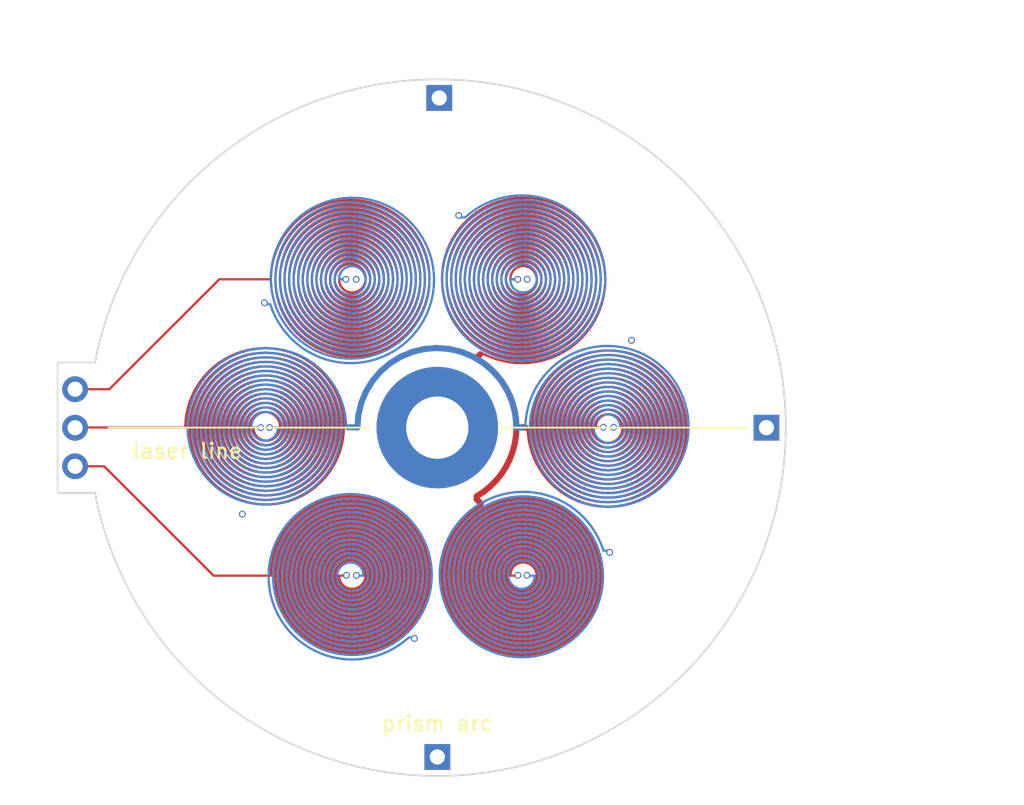
<source format=kicad_pcb>
(kicad_pcb (version 20240108) (generator "pcbnew") (generator_version "8.0")
  (layers (0 "F.Cu" signal) (1 "In1.Cu" signal) (2 "In2.Cu" signal) (31 "B.Cu" signal) (34 "B.Paste" user) (35 "F.Paste" user) (36 "B.SilkS" user "B.Silkscreen") (37 "F.SilkS" user "F.Silkscreen") (38 "B.Mask" user) (39 "F.Mask" user) (44 "Edge.Cuts" user))
  (net 0 "")
  (net 1 "PH1")
  (footprint "pcbmotor:PinHeader_1x01_P2.54mm_Vertical" (layer "F.Cu") (at 104.897 92.421)
    (property "Reference" "J2" (hide yes))
    (property "Value" "Conn_01x01")
  )
  (footprint "pcbmotor:motorconnector_D8.0mm_Drill4.1mm" (layer "F.Cu") (at 104.772 114.146)
    (property "Reference" "J5" (hide yes))
    (property "Value" "Conn_01x01")
  )
  (footprint "pcbmotor:PinHeader_1x01_P2.54mm_Vertical" (layer "F.Cu") (at 126.447 114.146)
    (property "Reference" "J3" (hide yes))
    (property "Value" "Conn_01x01")
  )
  (footprint "pcbmotor:PinHeader_1x01_P2.54mm_Vertical" (layer "F.Cu") (at 104.772 135.846)
    (property "Reference" "J4" (hide yes))
    (property "Value" "Conn_01x01")
  )
  (footprint "pcbmotor:PinHeader_1x03_P2.54mm_Vertical" (layer "B.Cu") (at 80.896 114.146 180)
    (property "Reference" "J1" (hide yes))
    (property "Value" "Conn_01x03")
  )
  (gr_line (start 108.932 114.146) (end 125.172 114.146) (stroke (width 0.12)) (layer "F.SilkS"))
  (gr_line (start 83.122 114.146) (end 100.282 114.146) (stroke (width 0.12)) (layer "F.SilkS"))
  (gr_line (start 79.763332 118.440232) (end 79.763332 109.851768) (stroke (width 0.12)) (layer "Edge.Cuts"))
  (gr_arc (start 82.227332 109.851768) (mid 127.722 114.146) (end 82.227332 118.440232) (stroke (width 0.12)) (layer "Edge.Cuts"))
  (gr_line (start 79.763332 109.851768) (end 82.227332 109.851768) (stroke (width 0.12)) (layer "Edge.Cuts"))
  (gr_line (start 82.227332 118.440232) (end 79.763332 118.440232) (stroke (width 0.12)) (layer "Edge.Cuts"))
  (gr_text "prism arc" (at 104.772 133.646 0) (layer "F.SilkS") (effects (font (size 1 1))))
  (gr_text "laser line" (at 84.572 116.271 0) (layer "F.SilkS") (effects (font (size 1 1)) (justify left bottom)))
  (segment (start 116.396 117.231814) (end 116.020018 117.260326) (width 0.15) (layer "F.Cu") (net 1))
  (segment (start 96.393996 126.613285) (end 96.67006 126.869814) (width 0.15) (layer "F.Cu") (net 1))
  (segment (start 94.405231 121.503828) (end 94.228279 121.878716) (width 0.15) (layer "F.Cu") (net 1))
  (segment (start 108.970846 101.439523) (end 109.306162 101.294841) (width 0.15) (layer "F.Cu") (net 1))
  (segment (start 93.989129 115.213271) (end 94.222659 115.079108) (width 0.15) (layer "F.Cu") (net 1))
  (segment (start 98.523325 122.686672) (end 98.261353 122.838705) (width 0.15) (layer "F.Cu") (net 1))
  (segment (start 98.728161 127.751438) (end 99.107518 127.774762) (width 0.15) (layer "F.Cu") (net 1))
  (segment (start 115.532518 123.899762) (end 115.520381 124.304121) (width 0.15) (layer "F.Cu") (net 1))
  (segment (start 98.564021 113.328515) (end 98.488662 112.930456) (width 0.15) (layer "F.Cu") (net 1))
  (segment (start 90.098047 115.937682) (end 90.287048 116.262118) (width 0.15) (layer "F.Cu") (net 1))
  (segment (start 109.641313 120.412666) (end 110.009351 120.349319) (width 0.15) (layer "F.Cu") (net 1))
  (segment (start 92.024069 117.38298) (end 92.369918 117.521087) (width 0.15) (layer "F.Cu") (net 1))
  (segment (start 103.08698 102.829238) (end 103.208007 103.2042) (width 0.15) (layer "F.Cu") (net 1))
  (segment (start 116.020018 112.960326) (end 116.283864 112.97934) (width 0.15) (layer "F.Cu") (net 1))
  (segment (start 99.474801 127.159493) (end 99.838658 127.103097) (width 0.15) (layer "F.Cu") (net 1))
  (segment (start 112.666439 119.679446) (end 113.009308 119.87916) (width 0.15) (layer "F.Cu") (net 1))
  (segment (start 97.405663 113.747699) (end 97.353315 113.36289) (width 0.15) (layer "F.Cu") (net 1))
  (segment (start 117.434709 113.549342) (end 117.53104 113.834765) (width 0.15) (layer "F.Cu") (net 1))
  (segment (start 95.811003 126.389175) (end 96.051499 126.685692) (width 0.15) (layer "F.Cu") (net 1))
  (segment (start 111.681285 102.349969) (end 111.960137 102.55022) (width 0.15) (layer "F.Cu") (net 1))
  (segment (start 108.637239 117.639898) (end 108.982245 117.213851) (width 0.4) (layer "F.Cu") (net 1))
  (segment (start 104.245381 123.495404) (end 104.201521 123.092952) (width 0.15) (layer "F.Cu") (net 1))
  (segment (start 112.550978 120.654433) (end 112.861608 120.878983) (width 0.15) (layer "F.Cu") (net 1))
  (segment (start 106.213681 101.046353) (end 106.471163 100.741682) (width 0.15) (layer "F.Cu") (net 1))
  (segment (start 112.31823 124.886057) (end 112.146175 125.181134) (width 0.15) (layer "F.Cu") (net 1))
  (segment (start 92.227968 113.537186) (end 92.115565 113.826181) (width 0.15) (layer "F.Cu") (net 1))
  (segment (start 106.986388 121.050071) (end 107.244732 120.761976) (width 0.15) (layer "F.Cu") (net 1))
  (segment (start 103.490406 125.074154) (end 103.580187 124.688415) (width 0.15) (layer "F.Cu") (net 1))
  (segment (start 99.369572 122.921763) (end 99.107518 122.874762) (width 0.15) (layer "F.Cu") (net 1))
  (segment (start 97.465214 105.564094) (end 97.305457 105.289085) (width 0.15) (layer "F.Cu") (net 1))
  (segment (start 120.479593 116.091477) (end 120.306295 116.454943) (width 0.15) (layer "F.Cu") (net 1))
  (segment (start 120.306295 116.454943) (end 120.103408 116.803138) (width 0.15) (layer "F.Cu") (net 1))
  (segment (start 115.310815 111.257977) (end 115.662117 111.187744) (width 0.15) (layer "F.Cu") (net 1))
  (segment (start 119.020662 110.005294) (end 119.337886 110.250602) (width 0.15) (layer "F.Cu") (net 1))
  (segment (start 108.382518 123.899762) (end 108.399734 123.58572) (width 0.15) (layer "F.Cu") (net 1))
  (segment (start 109.992859 119.445942) (end 110.382518 119.424762) (width 0.15) (layer "F.Cu") (net 1))
  (segment (start 110.74181 101.411854) (end 111.097243 101.471134) (width 0.15) (layer "F.Cu") (net 1))
  (segment (start 114.777968 114.733466) (end 114.665565 114.444471) (width 0.15) (layer "F.Cu") (net 1))
  (segment (start 107.039554 122.813568) (end 107.166838 122.468049) (width 0.15) (layer "F.Cu") (net 1))
  (segment (start 109.557995 109.841243) (end 109.150706 109.767812) (width 0.15) (layer "F.Cu") (net 1))
  (segment (start 109.58618 108.630922) (end 109.195304 108.543516) (width 0.15) (layer "F.Cu") (net 1))
  (segment (start 102.567485 126.80302) (end 102.810768 126.492806) (width 0.15) (layer "F.Cu") (net 1))
  (segment (start 119.186889 117.02231) (end 118.909974 117.305457) (width 0.15) (layer "F.Cu") (net 1))
  (segment (start 97.519975 119.538023) (end 97.144104 119.689208) (width 0.15) (layer "F.Cu") (net 1))
  (segment (start 96.238524 123.522052) (end 96.207518 123.899762) (width 0.15) (layer "F.Cu") (net 1))
  (segment (start 100.253971 100.84247) (end 100.614477 100.986204) (width 0.15) (layer "F.Cu") (net 1))
  (segment (start 107.332524 126.115713) (end 107.113272 125.787262) (width 0.15) (layer "F.Cu") (net 1))
  (segment (start 113.416007 104.739222) (end 113.355094 105.103564) (width 0.15) (layer "F.Cu") (net 1))
  (segment (start 114.568827 105.153446) (end 114.483007 105.537579) (width 0.15) (layer "F.Cu") (net 1))
  (segment (start 94.676127 109.372509) (end 94.279347 109.285284) (width 0.15) (layer "F.Cu") (net 1))
  (segment (start 90.084378 111.873113) (end 89.874811 112.213648) (width 0.15) (layer "F.Cu") (net 1))
  (segment (start 112.491953 112.673954) (end 112.648047 112.33297) (width 0.15) (layer "F.Cu") (net 1))
  (segment (start 101.823857 119.467099) (end 101.469404 119.264301) (width 0.15) (layer "F.Cu") (net 1))
  (segment (start 97.931953 122.724197) (end 97.717405 122.970918) (width 0.15) (layer "F.Cu") (net 1))
  (segment (start 117.965823 118.308118) (end 117.596161 118.465743) (width 0.15) (layer "F.Cu") (net 1))
  (segment (start 117.566814 115.682122) (end 117.310207 115.911118) (width 0.15) (layer "F.Cu") (net 1))
  (segment (start 92.677286 119.140437) (end 93.072132 119.190943) (width 0.15) (layer "F.Cu") (net 1))
  (segment (start 97.272429 117.094861) (end 97.507143 116.772912) (width 0.15) (layer "F.Cu") (net 1))
  (segment (start 108.447575 119.228397) (end 108.818892 119.087416) (width 0.15) (layer "F.Cu") (net 1))
  (segment (start 116.747947 116.851992) (end 116.387939 116.929961) (width 0.15) (layer "F.Cu") (net 1))
  (segment (start 94.720111 124.283611) (end 94.766157 124.665261) (width 0.15) (layer "F.Cu") (net 1))
  (segment (start 112.501484 120.983256) (end 112.798079 121.21701) (width 0.15) (layer "F.Cu") (net 1))
  (segment (start 120.760675 112.171682) (end 120.903693 112.548524) (width 0.15) (layer "F.Cu") (net 1))
  (segment (start 94.685958 112.686225) (end 94.420018 112.489878) (width 0.15) (layer "F.Cu") (net 1))
  (segment (start 109.673315 121.022414) (end 110.024617 120.952181) (width 0.15) (layer "F.Cu") (net 1))
  (segment (start 115.751493 115.137474) (end 115.495018 115.044653) (width 0.15) (layer "F.Cu") (net 1))
  (segment (start 102.46023 102.878166) (end 102.59314 103.238342) (width 0.15) (layer "F.Cu") (net 1))
  (segment (start 99.517173 118.694608) (end 99.107518 118.674762) (width 0.15) (layer "F.Cu") (net 1))
  (segment (start 97.554246 103.727503) (end 97.717405 103.442046) (width 0.15) (layer "F.Cu") (net 1))
  (segment (start 94.919354 113.534991) (end 94.782181 113.258567) (width 0.15) (layer "F.Cu") (net 1))
  (segment (start 113.068987 121.480855) (end 113.31116 121.77198) (width 0.15) (layer "F.Cu") (net 1))
  (segment (start 98.717627 100.661323) (end 99.107518 100.64589) (width 0.15) (layer "F.Cu") (net 1))
  (segment (start 108.198599 120.372612) (end 108.531393 120.182202) (width 0.15) (layer "F.Cu") (net 1))
  (segment (start 94.645118 118.775692) (end 95.025585 118.666537) (width 0.15) (layer "F.Cu") (net 1))
  (segment (start 98.29559 99.505273) (end 98.700489 99.458777) (width 0.15) (layer "F.Cu") (net 1))
  (segment (start 98.71254 100.360606) (end 99.107518 100.34589) (width 0.15) (layer "F.Cu") (net 1))
  (segment (start 93.880177 123.071833) (end 93.827595 123.484223) (width 0.15) (layer "F.Cu") (net 1))
  (segment (start 111.332137 113.746877) (end 111.376333 113.360432) (width 0.15) (layer "F.Cu") (net 1))
  (segment (start 108.036081 105.442471) (end 107.90092 105.099552) (width 0.15) (layer "F.Cu") (net 1))
  (segment (start 99.867268 101.042207) (end 100.233416 101.153259) (width 0.15) (layer "F.Cu") (net 1))
  (segment (start 94.944818 121.180135) (end 94.730979 121.531298) (width 0.15) (layer "F.Cu") (net 1))
  (segment (start 99.902596 109.390816) (end 99.505992 109.433983) (width 0.15) (layer "F.Cu") (net 1))
  (segment (start 101.391439 128.120079) (end 101.734308 127.920365) (width 0.15) (layer "F.Cu") (net 1))
  (segment (start 95.386369 120.178613) (end 95.10303 120.479607) (width 0.15) (layer "F.Cu") (net 1))
  (segment (start 107.497935 123.549511) (end 107.555584 123.202986) (width 0.15) (layer "F.Cu") (net 1))
  (segment (start 102.05978 108.163956) (end 101.734308 108.391492) (width 0.15) (layer "F.Cu") (net 1))
  (segment (start 92.331097 118.138218) (end 92.704485 118.230565) (width 0.15) (layer "F.Cu") (net 1))
  (segment (start 96.660837 117.326145) (end 96.929985 117.038583) (width 0.15) (layer "F.Cu") (net 1))
  (segment (start 96.934354 103.664786) (end 97.078251 103.336926) (width 0.15) (layer "F.Cu") (net 1))
  (segment (start 109.997705 100.218092) (end 110.382518 100.19589) (width 0.15) (layer "F.Cu") (net 1))
  (segment (start 112.804338 112.703613) (end 112.967278 112.372826) (width 0.15) (layer "F.Cu") (net 1))
  (segment (start 115.642645 117.243268) (end 115.269395 117.180722) (width 0.15) (layer "F.Cu") (net 1))
  (segment (start 107.671238 126.061936) (end 107.441663 125.747624) (width 0.15) (layer "F.Cu") (net 1))
  (segment (start 97.88514 99.279318) (end 98.288975 99.20281) (width 0.15) (layer "F.Cu") (net 1))
  (segment (start 108.546049 125.234035) (end 108.353251 124.933726) (width 0.15) (layer "F.Cu") (net 1))
  (segment (start 107.963108 103.368737) (end 108.109201 103.05839) (width 0.15) (layer "F.Cu") (net 1))
  (segment (start 107.441663 125.747624) (end 107.248433 125.409058) (width 0.15) (layer "F.Cu") (net 1))
  (segment (start 112.594307 100.798727) (end 112.917128 101.014523) (width 0.15) (layer "F.Cu") (net 1))
  (segment (start 106.554824 120.630603) (end 106.820468 120.337712) (width 0.15) (layer "F.Cu") (net 1))
  (segment (start 103.88282 121.921767) (end 103.716249 121.551497) (width 0.15) (layer "F.Cu") (net 1))
  (segment (start 99.433293 106.427751) (end 99.107518 106.44589) (width 0.15) (layer "F.Cu") (net 1))
  (segment (start 108.36063 121.364395) (end 108.654364 121.149421) (width 0.15) (layer "F.Cu") (net 1))
  (segment (start 98.771798 121.995801) (end 98.443429 122.075193) (width 0.15) (layer "F.Cu") (net 1))
  (segment (start 113.432518 104.37089) (end 113.416007 104.739222) (width 0.15) (layer "F.Cu") (net 1))
  (segment (start 117.534577 110.225799) (end 117.890808 110.378273) (width 0.15) (layer "F.Cu") (net 1))
  (segment (start 100.550235 103.160306) (end 100.731316 103.43339) (width 0.15) (layer "F.Cu") (net 1))
  (segment (start 97.494379 104.958024) (end 97.425138 104.667539) (width 0.15) (layer "F.Cu") (net 1))
  (segment (start 100.830288 124.526799) (end 100.921206 124.219564) (width 0.15) (layer "F.Cu") (net 1))
  (segment (start 105.093776 103.974553) (end 105.134652 103.579901) (width 0.15) (layer "F.Cu") (net 1))
  (segment (start 105.981624 125.501557) (end 105.854741 125.112977) (width 0.15) (layer "F.Cu") (net 1))
  (segment (start 112.820018 114.135326) (end 112.834815 113.77644) (width 0.15) (layer "F.Cu") (net 1))
  (segment (start 97.952538 108.681334) (end 97.582678 108.560353) (width 0.15) (layer "F.Cu") (net 1))
  (segment (start 113.962538 124.660719) (end 113.86814 125.03231) (width 0.15) (layer "F.Cu") (net 1))
  (segment (start 112.917128 120.543396) (end 113.218975 120.788318) (width 0.15) (layer "F.Cu") (net 1))
  (segment (start 98.232518 125.415307) (end 98.506133 125.552055) (width 0.15) (layer "F.Cu") (net 1))
  (segment (start 108.70667 125.833794) (end 108.443333 125.580076) (width 0.15) (layer "F.Cu") (net 1))
  (segment (start 103.069584 102.08339) (end 103.2501 102.439172) (width 0.15) (layer "F.Cu") (net 1))
  (segment (start 117.166183 110.106974) (end 117.534577 110.225799) (width 0.15) (layer "F.Cu") (net 1))
  (segment (start 111.142268 127.228445) (end 110.765397 127.297903) (width 0.15) (layer "F.Cu") (net 1))
  (segment (start 117.285411 113.289818) (end 117.434709 113.549342) (width 0.15) (layer "F.Cu") (net 1))
  (segment (start 113.571661 116.583683) (end 113.308738 116.2975) (width 0.15) (layer "F.Cu") (net 1))
  (segment (start 117.413294 111.480661) (end 117.726397 111.663209) (width 0.15) (layer "F.Cu") (net 1))
  (segment (start 118.438332 113.787625) (end 118.470018 114.135326) (width 0.15) (layer "F.Cu") (net 1))
  (segment (start 94.229768 110.806644) (end 93.852897 110.737185) (width 0.15) (layer "F.Cu") (net 1))
  (segment (start 102.113119 100.509293) (end 102.419068 100.773587) (width 0.15) (layer "F.Cu") (net 1))
  (segment (start 95.531988 116.720954) (end 95.812309 116.477617) (width 0.15) (layer "F.Cu") (net 1))
  (segment (start 114.377714 112.942122) (end 114.579288 112.694596) (width 0.15) (layer "F.Cu") (net 1))
  (segment (start 109.97906 128.511314) (end 109.577948 128.462705) (width 0.15) (layer "F.Cu") (net 1))
  (segment (start 112.088897 101.898773) (end 112.378262 102.11816) (width 0.15) (layer "F.Cu") (net 1))
  (segment (start 101.145646 125.209588) (end 101.31751 124.909032) (width 0.15) (layer "F.Cu") (net 1))
  (segment (start 117.778834 116.683411) (end 117.461554 116.881942) (width 0.15) (layer "F.Cu") (net 1))
  (segment (start 115.174157 124.699346) (end 115.095589 125.093274) (width 0.15) (layer "F.Cu") (net 1))
  (segment (start 109.69032 106.501256) (end 109.362174 106.373427) (width 0.15) (layer "F.Cu") (net 1))
  (segment (start 94.422177 114.894648) (end 94.576923 114.668383) (width 0.15) (layer "F.Cu") (net 1))
  (segment (start 97.582678 108.560353) (end 97.225106 108.407736) (width 0.15) (layer "F.Cu") (net 1))
  (segment (start 108.09918 104.042595) (end 108.1626 103.719063) (width 0.15) (layer "F.Cu") (net 1))
  (segment (start 119.197197 115.247069) (end 119.05757 115.598134) (width 0.15) (layer "F.Cu") (net 1))
  (segment (start 114.23477 107.369217) (end 113.976917 107.679767) (width 0.15) (layer "F.Cu") (net 1))
  (segment (start 116.836215 119.28859) (end 116.429673 119.340481) (width 0.15) (layer "F.Cu") (net 1))
  (segment (start 100.61854 124.200323) (end 100.657518 123.899762) (width 0.15) (layer "F.Cu") (net 1))
  (segment (start 97.271049 122.56549) (end 97.078251 122.865799) (width 0.15) (layer "F.Cu") (net 1))
  (segment (start 115.089041 114.672826) (end 114.969574 114.416792) (width 0.15) (layer "F.Cu") (net 1))
  (segment (start 106.163215 105.571385) (end 106.06611 105.177766) (width 0.15) (layer "F.Cu") (net 1))
  (segment (start 105.694637 123.511314) (end 105.738833 123.124868) (width 0.15) (layer "F.Cu") (net 1))
  (segment (start 90.417278 115.897826) (end 90.614188 116.210208) (width 0.15) (layer "F.Cu") (net 1))
  (segment (start 103.343781 103.978342) (end 103.357518 104.37089) (width 0.15) (layer "F.Cu") (net 1))
  (segment (start 115.123175 121.936118) (end 115.266193 122.31296) (width 0.15) (layer "F.Cu") (net 1))
  (segment (start 116.020018 110.860326) (end 116.387301 110.875595) (width 0.15) (layer "F.Cu") (net 1))
  (segment (start 95.977303 105.085341) (end 95.922315 104.729776) (width 0.15) (layer "F.Cu") (net 1))
  (segment (start 114.020018 114.135326) (end 114.037234 113.821284) (width 0.15) (layer "F.Cu") (net 1))
  (segment (start 109.404404 102.22912) (end 109.717245 102.105178) (width 0.15) (layer "F.Cu") (net 1))
  (segment (start 119.96657 112.606424) (end 120.095047 112.97588) (width 0.15) (layer "F.Cu") (net 1))
  (segment (start 103.357518 123.899762) (end 103.343781 123.507215) (width 0.15) (layer "F.Cu") (net 1))
  (segment (start 107.211577 124.284784) (end 107.182518 123.899762) (width 0.15) (layer "F.Cu") (net 1))
  (segment (start 120.057143 111.49774) (end 120.264636 111.838254) (width 0.15) (layer "F.Cu") (net 1))
  (segment (start 112.834815 113.77644) (end 112.889803 113.420875) (width 0.15) (layer "F.Cu") (net 1))
  (segment (start 107.113272 106.25839) (end 106.929316 105.908354) (width 0.15) (layer "F.Cu") (net 1))
  (segment (start 108.724378 124.229587) (end 108.682518 123.899762) (width 0.15) (layer "F.Cu") (net 1))
  (segment (start 118.267222 115.16159) (end 118.104032 115.474641) (width 0.15) (layer "F.Cu") (net 1))
  (segment (start 116.426395 119.039571) (end 116.020018 119.060326) (width 0.15) (layer "F.Cu") (net 1))
  (segment (start 115.418633 112.483033) (end 115.71324 112.395499) (width 0.15) (layer "F.Cu") (net 1))
  (segment (start 108.829246 105.014276) (end 108.724378 104.700714) (width 0.15) (layer "F.Cu") (net 1))
  (segment (start 114.014519 122.395338) (end 114.148975 122.75722) (width 0.15) (layer "F.Cu") (net 1))
  (segment (start 98.32045 119.942907) (end 97.93504 120.034621) (width 0.15) (layer "F.Cu") (net 1))
  (segment (start 95.186736 101.319222) (end 95.455036 101.008543) (width 0.15) (layer "F.Cu") (net 1))
  (segment (start 100.754979 126.046775) (end 101.025545 125.81779) (width 0.15) (layer "F.Cu") (net 1))
  (segment (start 113.839608 122.776486) (end 113.942975 123.142964) (width 0.15) (layer "F.Cu") (net 1))
  (segment (start 110.159287 103.537779) (end 110.382518 103.49589) (width 0.15) (layer "F.Cu") (net 1))
  (segment (start 96.943202 122.508841) (end 96.761081 122.828181) (width 0.15) (layer "F.Cu") (net 1))
  (segment (start 116.358986 111.777751) (end 116.692975 111.843446) (width 0.15) (layer "F.Cu") (net 1))
  (segment (start 108.875964 125.163911) (end 108.672118 124.887262) (width 0.15) (layer "F.Cu") (net 1))
  (segment (start 96.011707 123.136714) (end 95.936577 123.51474) (width 0.15) (layer "F.Cu") (net 1))
  (segment (start 99.913601 122.888966) (end 99.673116 122.725285) (width 0.15) (layer "F.Cu") (net 1))
  (segment (start 110.009351 100.820446) (end 110.382518 100.79589) (width 0.15) (layer "F.Cu") (net 1))
  (segment (start 94.539857 105.527578) (end 94.463833 105.145784) (width 0.15) (layer "F.Cu") (net 1))
  (segment (start 94.539857 125.056451) (end 94.647243 125.430977) (width 0.15) (layer "F.Cu") (net 1))
  (segment (start 107.671238 106.533063) (end 107.441663 106.218751) (width 0.15) (layer "F.Cu") (net 1))
  (segment (start 97.334925 114.904104) (end 97.396333 114.522034) (width 0.15) (layer "F.Cu") (net 1))
  (segment (start 91.245018 117.989139) (end 91.587606 118.172172) (width 0.15) (layer "F.Cu") (net 1))
  (segment (start 111.569879 99.425173) (end 111.955415 99.530012) (width 0.15) (layer "F.Cu") (net 1))
  (segment (start 99.815051 121.490127) (end 99.465893 121.407212) (width 0.15) (layer "F.Cu") (net 1))
  (segment (start 119.910445 110.812587) (end 120.162185 111.125866) (width 0.15) (layer "F.Cu") (net 1))
  (segment (start 114.265815 124.672198) (end 114.175889 125.050469) (width 0.15) (layer "F.Cu") (net 1))
  (segment (start 116.632804 112.45171) (end 116.920018 112.57648) (width 0.15) (layer "F.Cu") (net 1))
  (segment (start 100.701536 119.256546) (end 100.313627 119.136946) (width 0.15) (layer "F.Cu") (net 1))
  (segment (start 98.549205 114.93979) (end 98.600404 114.539096) (width 0.15) (layer "F.Cu") (net 1))
  (segment (start 99.513895 118.995518) (end 99.107518 118.974762) (width 0.15) (layer "F.Cu") (net 1))
  (segment (start 111.963014 122.987262) (end 112.105288 123.272725) (width 0.15) (layer "F.Cu") (net 1))
  (segment (start 112.136611 105.009327) (end 112.006316 105.30839) (width 0.15) (layer "F.Cu") (net 1))
  (segment (start 114.017496 124.281814) (end 113.962538 124.660719) (width 0.15) (layer "F.Cu") (net 1))
  (segment (start 90.758738 111.973152) (end 90.529163 112.287465) (width 0.15) (layer "F.Cu") (net 1))
  (segment (start 108.382518 104.37089) (end 108.399734 104.056847) (width 0.15) (layer "F.Cu") (net 1))
  (segment (start 99.805786 123.201494) (end 99.607518 123.033737) (width 0.15) (layer "F.Cu") (net 1))
  (segment (start 109.597703 123.689472) (end 109.668047 123.487262) (width 0.15) (layer "F.Cu") (net 1))
  (segment (start 95.833488 127.733159) (end 96.142141 127.981253) (width 0.15) (layer "F.Cu") (net 1))
  (segment (start 101.053323 119.72697) (end 100.683661 119.569346) (width 0.15) (layer "F.Cu") (net 1))
  (segment (start 114.919918 110.749565) (end 115.278813 110.64823) (width 0.15) (layer "F.Cu") (net 1))
  (segment (start 95.711388 126.749454) (end 95.969732 127.037549) (width 0.15) (layer "F.Cu") (net 1))
  (segment (start 114.950584 114.988171) (end 114.777968 114.733466) (width 0.15) (layer "F.Cu") (net 1))
  (segment (start 95.545468 127.461813) (end 95.833488 127.733159) (width 0.15) (layer "F.Cu") (net 1))
  (segment (start 103.937019 124.299946) (end 103.957518 123.899762) (width 0.15) (layer "F.Cu") (net 1))
  (segment (start 92.718717 113.384025) (end 92.539041 113.597826) (width 0.15) (layer "F.Cu") (net 1))
  (segment (start 98.70406 99.759338) (end 99.107518 99.74589) (width 0.15) (layer "F.Cu") (net 1))
  (segment (start 112.639566 102.37132) (end 112.868879 102.654679) (width 0.15) (layer "F.Cu") (net 1))
  (segment (start 111.191847 128.749805) (end 110.788895 128.804007) (width 0.15) (layer "F.Cu") (net 1))
  (segment (start 108.546057 126.822473) (end 108.227025 126.602666) (width 0.15) (layer "F.Cu") (net 1))
  (segment (start 97.060935 116.358728) (end 97.254716 116.019882) (width 0.15) (layer "F.Cu") (net 1))
  (segment (start 97.199098 100.800486) (end 97.560042 100.634952) (width 0.15) (layer "F.Cu") (net 1))
  (segment (start 117.165536 114.686978) (end 117.022438 114.934729) (width 0.15) (layer "F.Cu") (net 1))
  (segment (start 118.069322 116.448512) (end 117.778834 116.683411) (width 0.15) (layer "F.Cu") (net 1))
  (segment (start 106.732688 103.263726) (end 106.854453 102.909517) (width 0.15) (layer "F.Cu") (net 1))
  (segment (start 107.199548 102.244097) (end 107.419714 101.939379) (width 0.15) (layer "F.Cu") (net 1))
  (segment (start 96.834201 105.68339) (end 96.688108 105.373042) (width 0.15) (layer "F.Cu") (net 1))
  (segment (start 97.41657 115.664228) (end 97.545047 115.294772) (width 0.15) (layer "F.Cu") (net 1))
  (segment (start 117.667479 111.988314) (end 117.938045 112.217299) (width 0.15) (layer "F.Cu") (net 1))
  (segment (start 95.270018 117.253017) (end 95.588984 117.051832) (width 0.15) (layer "F.Cu") (net 1))
  (segment (start 91.145018 110.108308) (end 90.800498 110.322856) (width 0.15) (layer "F.Cu") (net 1))
  (segment (start 115.101591 115.509849) (end 114.844453 115.310891) (width 0.15) (layer "F.Cu") (net 1))
  (segment (start 113.497223 121.060333) (end 113.749447 121.357176) (width 0.15) (layer "F.Cu") (net 1))
  (segment (start 114.483007 105.537579) (end 114.36198 105.912542) (width 0.15) (layer "F.Cu") (net 1))
  (segment (start 119.05757 115.598134) (end 118.879224 115.931884) (width 0.15) (layer "F.Cu") (net 1))
  (segment (start 109.294262 126.527045) (end 108.957518 126.367935) (width 0.15) (layer "F.Cu") (net 1))
  (segment (start 100.324644 118.830069) (end 99.923715 118.746499) (width 0.15) (layer "F.Cu") (net 1))
  (segment (start 113.746701 112.822826) (end 113.932507 112.533522) (width 0.15) (layer "F.Cu") (net 1))
  (segment (start 97.907245 119.420281) (end 97.519975 119.538023) (width 0.15) (layer "F.Cu") (net 1))
  (segment (start 108.09918 123.571468) (end 108.1626 123.247936) (width 0.15) (layer "F.Cu") (net 1))
  (segment (start 112.146175 105.652261) (end 111.929314 105.917686) (width 0.15) (layer "F.Cu") (net 1))
  (segment (start 112.777842 106.766214) (end 112.49793 107.023532) (width 0.15) (layer "F.Cu") (net 1))
  (segment (start 93.795793 116.192187) (end 94.115864 116.123034) (width 0.15) (layer "F.Cu") (net 1))
  (segment (start 117.019932 116.097768) (end 116.702946 116.237161) (width 0.15) (layer "F.Cu") (net 1))
  (segment (start 118.470018 114.135326) (end 118.451829 114.484968) (width 0.15) (layer "F.Cu") (net 1))
  (segment (start 90.073888 116.985018) (end 90.332232 117.273112) (width 0.15) (layer "F.Cu") (net 1))
  (segment (start 103.676154 126.227599) (end 103.848175 125.863407) (width 0.15) (layer "F.Cu") (net 1))
  (segment (start 94.960092 117.732682) (end 95.307729 117.573441) (width 0.15) (layer "F.Cu") (net 1))
  (segment (start 106.060309 102.474993) (end 106.228162 102.122664) (width 0.15) (layer "F.Cu") (net 1))
  (segment (start 100.301321 99.915557) (end 100.683661 100.040473) (width 0.15) (layer "F.Cu") (net 1))
  (segment (start 109.362174 106.373427) (end 109.057062 106.195223) (width 0.15) (layer "F.Cu") (net 1))
  (segment (start 101.469404 119.264301) (end 101.099864 119.089815) (width 0.15) (layer "F.Cu") (net 1))
  (segment (start 115.219887 104.771725) (end 115.174157 105.170473) (width 0.15) (layer "F.Cu") (net 1))
  (segment (start 106.608307 124.296448) (end 106.582518 123.899762) (width 0.15) (layer "F.Cu") (net 1))
  (segment (start 108.421109 104.716739) (end 108.382518 104.37089) (width 0.15) (layer "F.Cu") (net 1))
  (segment (start 114.050634 127.567879) (end 113.753965 127.84722) (width 0.15) (layer "F.Cu") (net 1))
  (segment (start 113.732518 104.37089) (end 113.716777 104.74657) (width 0.15) (layer "F.Cu") (net 1))
  (segment (start 116.813113 118.378011) (end 116.418672 118.437483) (width 0.15) (layer "F.Cu") (net 1))
  (segment (start 109.975489 109.283002) (end 109.57059 109.236506) (width 0.15) (layer "F.Cu") (net 1))
  (segment (start 103.144643 107.008475) (end 102.909929 107.330425) (width 0.15) (layer "F.Cu") (net 1))
  (segment (start 100.866334 121.351678) (end 100.549054 121.153146) (width 0.15) (layer "F.Cu") (net 1))
  (segment (start 109.170595 109.156666) (end 108.778246 109.043973) (width 0.15) (layer "F.Cu") (net 1))
  (segment (start 113.461274 106.897559) (end 113.202106 107.190478) (width 0.15) (layer "F.Cu") (net 1))
  (segment (start 114.361878 114.465151) (end 114.320018 114.135326) (width 0.15) (layer "F.Cu") (net 1))
  (segment (start 113.432518 123.899762) (end 113.416007 124.268095) (width 0.15) (layer "F.Cu") (net 1))
  (segment (start 110.708293 102.314029) (end 111.028364 102.383181) (width 0.15) (layer "F.Cu") (net 1))
  (segment (start 118.499108 111.114546) (end 118.786573 111.368771) (width 0.15) (layer "F.Cu") (net 1))
  (segment (start 101.640135 120.81376) (end 101.328063 120.576482) (width 0.15) (layer "F.Cu") (net 1))
  (segment (start 100.663513 100.354403) (end 101.025504 100.519055) (width 0.15) (layer "F.Cu") (net 1))
  (segment (start 111.184194 128.446292) (end 110.78525 128.503012) (width 0.15) (layer "F.Cu") (net 1))
  (segment (start 112.378262 121.647033) (end 112.639566 121.900193) (width 0.15) (layer "F.Cu") (net 1))
  (segment (start 100.978308 127.656815) (end 101.319307 127.471925) (width 0.15) (layer "F.Cu") (net 1))
  (segment (start 98.356895 120.854366) (end 97.99324 120.961654) (width 0.15) (layer "F.Cu") (net 1))
  (segment (start 113.73076 111.846068) (end 113.99813 111.599958) (width 0.15) (layer "F.Cu") (net 1))
  (segment (start 98.697275 99.158258) (end 99.107518 99.14589) (width 0.15) (layer "F.Cu") (net 1))
  (segment (start 90.556548 117.878552) (end 90.873454 118.109664) (width 0.15) (layer "F.Cu") (net 1))
  (segment (start 115.354745 111.869614) (end 115.682991 111.791249) (width 0.15) (layer "F.Cu") (net 1))
  (segment (start 108.106586 125.646147) (end 107.892695 125.337262) (width 0.15) (layer "F.Cu") (net 1))
  (segment (start 112.623888 111.285634) (end 112.882232 110.99754) (width 0.15) (layer "F.Cu") (net 1))
  (segment (start 116.408864 117.834947) (end 116.020018 117.860326) (width 0.15) (layer "F.Cu") (net 1))
  (segment (start 101.257518 104.37089) (end 101.22364 104.70605) (width 0.15) (layer "F.Cu") (net 1))
  (segment (start 95.721878 121.63755) (end 95.512311 121.978084) (width 0.15) (layer "F.Cu") (net 1))
  (segment (start 97.425138 104.667539) (end 97.407518 104.37089) (width 0.15) (layer "F.Cu") (net 1))
  (segment (start 99.51025 119.296513) (end 99.107518 119.274762) (width 0.15) (layer "F.Cu") (net 1))
  (segment (start 92.419574 113.85386) (end 92.370018 114.135326) (width 0.15) (layer "F.Cu") (net 1))
  (segment (start 94.579389 117.549619) (end 94.932236 117.419522) (width 0.15) (layer "F.Cu") (net 1))
  (segment (start 98.246083 114.93231) (end 98.299519 114.53551) (width 0.15) (layer "F.Cu") (net 1))
  (segment (start 106.005681 104.776463) (end 105.982518 104.37089) (width 0.15) (layer "F.Cu") (net 1))
  (segment (start 117.99044 118.627435) (end 117.614036 118.778542) (width 0.15) (layer "F.Cu") (net 1))
  (segment (start 110.012966 107.177918) (end 109.648119 107.111704) (width 0.15) (layer "F.Cu") (net 1))
  (segment (start 98.261657 113.335743) (end 98.183089 112.941814) (width 0.15) (layer "F.Cu") (net 1))
  (segment (start 109.407518 125.588512) (end 109.123726 125.399933) (width 0.15) (layer "F.Cu") (net 1))
  (segment (start 96.82418 124.228057) (end 96.8876 124.551589) (width 0.15) (layer "F.Cu") (net 1))
  (segment (start 106.929316 105.908354) (end 106.782769 105.540519) (width 0.15) (layer "F.Cu") (net 1))
  (segment (start 102.570437 125.750731) (end 102.739519 125.404187) (width 0.15) (layer "F.Cu") (net 1))
  (segment (start 110.382518 123.024762) (end 110.61222 123.042503) (width 0.15) (layer "F.Cu") (net 1))
  (segment (start 94.419637 124.288211) (end 94.463833 124.674656) (width 0.15) (layer "F.Cu") (net 1))
  (segment (start 119.670018 114.135326) (end 119.654996 114.517378) (width 0.15) (layer "F.Cu") (net 1))
  (segment (start 110.721486 102.013315) (end 111.055475 102.07901) (width 0.15) (layer "F.Cu") (net 1))
  (segment (start 97.661569 127.147417) (end 98.007418 127.285524) (width 0.15) (layer "F.Cu") (net 1))
  (segment (start 97.368743 102.104874) (end 97.682518 101.902717) (width 0.15) (layer "F.Cu") (net 1))
  (segment (start 100.663085 108.902101) (end 100.282618 109.011256) (width 0.15) (layer "F.Cu") (net 1))
  (segment (start 114.085768 101.777846) (end 114.301283 102.10839) (width 0.15) (layer "F.Cu") (net 1))
  (segment (start 105.61297 102.821169) (end 105.745798 102.450297) (width 0.15) (layer "F.Cu") (net 1))
  (segment (start 100.622077 108.280417) (end 100.253683 108.399242) (width 0.15) (layer "F.Cu") (net 1))
  (segment (start 102.383972 123.151933) (end 102.284697 122.78802) (width 0.15) (layer "F.Cu") (net 1))
  (segment (start 91.196701 115.447826) (end 91.382507 115.73713) (width 0.15) (layer "F.Cu") (net 1))
  (segment (start 96.054778 125.662262) (end 96.251688 125.974644) (width 0.15) (layer "F.Cu") (net 1))
  (segment (start 98.341985 108.466129) (end 97.968597 108.373782) (width 0.15) (layer "F.Cu") (net 1))
  (segment (start 114.819745 118.614807) (end 114.432475 118.497066) (width 0.15) (layer "F.Cu") (net 1))
  (segment (start 98.232518 105.886434) (end 97.987996 105.705084) (width 0.15) (layer "F.Cu") (net 1))
  (segment (start 100.287488 100.223724) (end 100.663513 100.354403) (width 0.15) (layer "F.Cu") (net 1))
  (segment (start 101.257518 123.899762) (end 101.238456 123.562255) (width 0.15) (layer "F.Cu") (net 1))
  (segment (start 100.344806 125.602743) (end 100.601281 125.393526) (width 0.15) (layer "F.Cu") (net 1))
  (segment (start 96.475619 110.273729) (end 96.148625 110.035413) (width 0.15) (layer "F.Cu") (net 1))
  (segment (start 97.146109 123.553913) (end 97.107518 123.899762) (width 0.15) (layer "F.Cu") (net 1))
  (segment (start 109.988528 99.616133) (end 110.382518 99.59589) (width 0.15) (layer "F.Cu") (net 1))
  (segment (start 112.744404 128.535224) (end 112.374864 128.70971) (width 0.15) (layer "F.Cu") (net 1))
  (segment (start 102.157518 123.899762) (end 102.141007 123.53143) (width 0.15) (layer "F.Cu") (net 1))
  (segment (start 119.610935 111.911924) (end 119.804716 112.25077) (width 0.15) (layer "F.Cu") (net 1))
  (segment (start 98.442245 126.165474) (end 98.770491 126.24384) (width 0.15) (layer "F.Cu") (net 1))
  (segment (start 95.810633 120.602877) (end 95.532644 120.900087) (width 0.15) (layer "F.Cu") (net 1))
  (segment (start 92.412598 111.819899) (end 92.090155 111.988218) (width 0.15) (layer "F.Cu") (net 1))
  (segment (start 97.168333 102.690576) (end 97.43167 102.436858) (width 0.15) (layer "F.Cu") (net 1))
  (segment (start 99.860159 105.314672) (end 99.626629 105.448834) (width 0.15) (layer "F.Cu") (net 1))
  (segment (start 108.175384 107.408748) (end 107.866587 107.165114) (width 0.15) (layer "F.Cu") (net 1))
  (segment (start 99.107518 109.14589) (end 98.713528 109.125647) (width 0.15) (layer "F.Cu") (net 1))
  (segment (start 102.618555 120.953653) (end 102.35137 120.65591) (width 0.15) (layer "F.Cu") (net 1))
  (segment (start 109.798325 105.58398) (end 109.536353 105.431947) (width 0.15) (layer "F.Cu") (net 1))
  (segment (start 90.529163 112.287465) (end 90.335933 112.62603) (width 0.15) (layer "F.Cu") (net 1))
  (segment (start 98.303677 125.102795) (end 98.550235 125.245162) (width 0.15) (layer "F.Cu") (net 1))
  (segment (start 93.87275 109.532076) (end 93.470018 109.510326) (width 0.15) (layer "F.Cu") (net 1))
  (segment (start 113.164188 112.060444) (end 113.393001 111.769949) (width 0.15) (layer "F.Cu") (net 1))
  (segment (start 107.23854 126.479959) (end 106.996878 126.161975) (width 0.15) (layer "F.Cu") (net 1))
  (segment (start 111.632518 123.899762) (end 111.611624 124.180298) (width 0.15) (layer "F.Cu") (net 1))
  (segment (start 110.382518 102.29589) (end 110.708293 102.314029) (width 0.15) (layer "F.Cu") (net 1))
  (segment (start 117.742788 113.508289) (end 117.833706 113.815524) (width 0.15) (layer "F.Cu") (net 1))
  (segment (start 110.7585 107.467378) (end 110.382518 107.49589) (width 0.15) (layer "F.Cu") (net 1))
  (segment (start 95.753939 118.355643) (end 96.096808 118.155928) (width 0.15) (layer "F.Cu") (net 1))
  (segment (start 100.357518 104.37089) (end 100.315732 104.646657) (width 0.15) (layer "F.Cu") (net 1))
  (segment (start 120.903693 112.548524) (end 121.016784 112.935709) (width 0.15) (layer "F.Cu") (net 1))
  (segment (start 116.807257 109.417664) (end 117.195118 109.49496) (width 0.15) (layer "F.Cu") (net 1))
  (segment (start 94.863294 116.789991) (end 95.176397 116.607443) (width 0.15) (layer "F.Cu") (net 1))
  (segment (start 111.15491 127.533581) (end 110.771364 127.599384) (width 0.15) (layer "F.Cu") (net 1))
  (segment (start 105.102595 104.786429) (end 105.082518 104.37089) (width 0.15) (layer "F.Cu") (net 1))
  (segment (start 97.968597 108.373782) (end 97.605709 108.247506) (width 0.15) (layer "F.Cu") (net 1))
  (segment (start 105.082518 104.37089) (end 105.093776 103.974553) (width 0.15) (layer "F.Cu") (net 1))
  (segment (start 99.803094 106.966815) (end 99.457491 107.029201) (width 0.15) (layer "F.Cu") (net 1))
  (segment (start 106.005979 106.739354) (end 105.821726 106.371438) (width 0.15) (layer "F.Cu") (net 1))
  (segment (start 114.627136 121.60269) (end 114.805944 121.959468) (width 0.15) (layer "F.Cu") (net 1))
  (segment (start 103.026283 106.63339) (end 102.810768 106.963933) (width 0.15) (layer "F.Cu") (net 1))
  (segment (start 120.162185 111.125866) (end 120.388733 111.458174) (width 0.15) (layer "F.Cu") (net 1))
  (segment (start 95.340808 117.892379) (end 95.681807 117.707488) (width 0.15) (layer "F.Cu") (net 1))
  (segment (start 90.016816 112.597861) (end 89.870269 112.965697) (width 0.15) (layer "F.Cu") (net 1))
  (segment (start 110.765397 107.76903) (end 110.382518 107.79589) (width 0.15) (layer "F.Cu") (net 1))
  (segment (start 111.376333 113.360432) (end 111.452357 112.978637) (width 0.15) (layer "F.Cu") (net 1))
  (segment (start 94.168286 113.437058) (end 93.970018 113.269301) (width 0.15) (layer "F.Cu") (net 1))
  (segment (start 112.282539 119.825154) (end 112.632518 120.002648) (width 0.15) (layer "F.Cu") (net 1))
  (segment (start 90.270018 114.135326) (end 90.284815 114.494212) (width 0.15) (layer "F.Cu") (net 1))
  (segment (start 106.854453 102.909517) (end 107.010547 102.568534) (width 0.15) (layer "F.Cu") (net 1))
  (segment (start 112.441555 105.039911) (end 112.31823 105.357184) (width 0.15) (layer "F.Cu") (net 1))
  (segment (start 109.536353 105.431947) (end 109.313084 105.223735) (width 0.15) (layer "F.Cu") (net 1))
  (segment (start 111.598458 105.81999) (end 111.332518 106.016338) (width 0.15) (layer "F.Cu") (net 1))
  (segment (start 110.672105 122.443909) (end 110.954151 122.519717) (width 0.15) (layer "F.Cu") (net 1))
  (segment (start 106.692602 122.062403) (end 106.874122 121.727456) (width 0.15) (layer "F.Cu") (net 1))
  (segment (start 113.932507 112.533522) (end 114.155024 112.270332) (width 0.15) (layer "F.Cu") (net 1))
  (segment (start 114.832575 113.341902) (end 115.003552 113.11886) (width 0.15) (layer "F.Cu") (net 1))
  (segment (start 108.466139 103.74822) (end 108.580457 103.452694) (width 0.15) (layer "F.Cu") (net 1))
  (segment (start 117.420018 116.560197) (end 117.093923 116.727963) (width 0.15) (layer "F.Cu") (net 1))
  (segment (start 108.857678 100.181427) (end 109.227538 100.060446) (width 0.15) (layer "F.Cu") (net 1))
  (segment (start 112.724809 121.557471) (end 112.976523 121.831112) (width 0.15) (layer "F.Cu") (net 1))
  (segment (start 115.671676 111.489408) (end 116.020018 111.460326) (width 0.15) (layer "F.Cu") (net 1))
  (segment (start 111.090051 106.780525) (end 110.740893 106.86344) (width 0.15) (layer "F.Cu") (net 1))
  (segment (start 118.752688 114.495089) (end 118.688388 114.850314) (width 0.15) (layer "F.Cu") (net 1))
  (segment (start 115.472403 106.368522) (end 115.312105 106.744853) (width 0.15) (layer "F.Cu") (net 1))
  (segment (start 116.907194 115.463079) (end 116.634703 115.619307) (width 0.15) (layer "F.Cu") (net 1))
  (segment (start 97.938232 128.517169) (end 98.322878 128.601851) (width 0.15) (layer "F.Cu") (net 1))
  (segment (start 92.685203 114.345616) (end 92.755547 114.547826) (width 0.15) (layer "F.Cu") (net 1))
  (segment (start 112.632518 120.002648) (end 112.966002 120.210165) (width 0.15) (layer "F.Cu") (net 1))
  (segment (start 98.810294 122.597537) (end 98.523325 122.686672) (width 0.15) (layer "F.Cu") (net 1))
  (segment (start 99.865322 108.180627) (end 99.487794 108.231895) (width 0.15) (layer "F.Cu") (net 1))
  (segment (start 107.406649 125.028361) (end 107.286707 124.662811) (width 0.15) (layer "F.Cu") (net 1))
  (segment (start 94.616471 110.606906) (end 94.24241 110.501508) (width 0.15) (layer "F.Cu") (net 1))
  (segment (start 120.103408 116.803138) (end 119.87227 117.133654) (width 0.15) (layer "F.Cu") (net 1))
  (segment (start 114.265815 105.143325) (end 114.175889 105.521596) (width 0.15) (layer "F.Cu") (net 1))
  (segment (start 96.697125 106.034664) (end 96.519262 105.729311) (width 0.15) (layer "F.Cu") (net 1))
  (segment (start 101.525832 104.718591) (end 101.445192 105.057293) (width 0.15) (layer "F.Cu") (net 1))
  (segment (start 100.216889 127.314055) (end 100.569736 127.183958) (width 0.15) (layer "F.Cu") (net 1))
  (segment (start 95.371339 105.114062) (end 95.321151 104.743814) (width 0.15) (layer "F.Cu") (net 1))
  (segment (start 115.685429 103.160535) (end 115.764583 103.559674) (width 0.15) (layer "F.Cu") (net 1))
  (segment (start 111.078094 101.774964) (end 111.413371 101.882189) (width 0.15) (layer "F.Cu") (net 1))
  (segment (start 94.760207 112.359534) (end 94.469932 112.172884) (width 0.15) (layer "F.Cu") (net 1))
  (segment (start 115.219887 124.300598) (end 115.174157 124.699346) (width 0.15) (layer "F.Cu") (net 1))
  (segment (start 113.839608 103.247613) (end 113.942975 103.614091) (width 0.15) (layer "F.Cu") (net 1))
  (segment (start 98.506133 106.023182) (end 98.232518 105.886434) (width 0.15) (layer "F.Cu") (net 1))
  (segment (start 95.810633 101.074004) (end 96.113199 100.802399) (width 0.15) (layer "F.Cu") (net 1))
  (segment (start 96.752205 100.018652) (end 97.12124 99.842631) (width 0.15) (layer "F.Cu") (net 1))
  (segment (start 103.190908 121.231951) (end 102.95977 120.901435) (width 0.15) (layer "F.Cu") (net 1))
  (segment (start 109.054708 103.256724) (end 109.262996 103.036696) (width 0.15) (layer "F.Cu") (net 1))
  (segment (start 112.723503 111.645913) (end 112.963999 111.349396) (width 0.15) (layer "F.Cu") (net 1))
  (segment (start 114.5251 106.302607) (end 114.344584 106.65839) (width 0.15) (layer "F.Cu") (net 1))
  (segment (start 101.943975 127.011207) (end 102.222223 126.739191) (width 0.15) (layer "F.Cu") (net 1))
  (segment (start 97.99324 120.961654) (end 97.644534 121.112279) (width 0.15) (layer "F.Cu") (net 1))
  (segment (start 100.907518 127.017454) (end 101.226484 126.816269) (width 0.15) (layer "F.Cu") (net 1))
  (segment (start 109.333706 101.605399) (end 109.673315 101.493541) (width 0.15) (layer "F.Cu") (net 1))
  (segment (start 94.271996 122.675242) (end 94.183499 123.078089) (width 0.15) (layer "F.Cu") (net 1))
  (segment (start 114.204404 110.738551) (end 114.544295 110.572616) (width 0.15) (layer "F.Cu") (net 1))
  (segment (start 112.800832 104.023189) (end 112.832518 104.37089) (width 0.15) (layer "F.Cu") (net 1))
  (segment (start 113.054641 110.053835) (end 113.382053 109.830559) (width 0.15) (layer "F.Cu") (net 1))
  (segment (start 111.110447 126.616429) (end 110.750439 126.694398) (width 0.15) (layer "F.Cu") (net 1))
  (segment (start 113.70613 123.525281) (end 113.732518 123.899762) (width 0.15) (layer "F.Cu") (net 1))
  (segment (start 97.656327 113.352769) (end 97.570507 112.968636) (width 0.15) (layer "F.Cu") (net 1))
  (segment (start 102.383972 103.62306) (end 102.441777 103.995209) (width 0.15) (layer "F.Cu") (net 1))
  (segment (start 110.61222 103.51363) (end 110.832518 103.591467) (width 0.15) (layer "F.Cu") (net 1))
  (segment (start 111.413371 101.882189) (end 111.732518 102.032621) (width 0.15) (layer "F.Cu") (net 1))
  (segment (start 116.765381 110.628667) (end 117.129389 110.721033) (width 0.15) (layer "F.Cu") (net 1))
  (segment (start 105.682518 104.37089) (end 105.694637 103.982441) (width 0.15) (layer "F.Cu") (net 1))
  (segment (start 111.976536 109.014106) (end 111.588627 109.133706) (width 0.15) (layer "F.Cu") (net 1))
  (segment (start 99.505992 109.433983) (end 99.107518 109.44589) (width 0.15) (layer "F.Cu") (net 1))
  (segment (start 102.441777 103.995209) (end 102.457518 104.37089) (width 0.15) (layer "F.Cu") (net 1))
  (segment (start 98.307518 123.899762) (end 98.757518 123.899762) (width 0.15) (layer "F.Cu") (net 1))
  (segment (start 111.151294 119.787176) (end 111.528683 119.87141) (width 0.15) (layer "F.Cu") (net 1))
  (segment (start 110.096589 122.462299) (end 110.382518 122.424762) (width 0.15) (layer "F.Cu") (net 1))
  (segment (start 116.772659 113.191544) (end 116.972177 113.376004) (width 0.15) (layer "F.Cu") (net 1))
  (segment (start 97.865468 103.77275) (end 98.038084 103.518045) (width 0.15) (layer "F.Cu") (net 1))
  (segment (start 120.210726 117.180054) (end 119.961772 117.501902) (width 0.15) (layer "F.Cu") (net 1))
  (segment (start 101.523079 107.053642) (end 101.226484 107.287396) (width 0.15) (layer "F.Cu") (net 1))
  (segment (start 97.243794 103.69255) (end 97.397118 103.38339) (width 0.15) (layer "F.Cu") (net 1))
  (segment (start 109.325098 106.686316) (end 109.002655 106.517998) (width 0.15) (layer "F.Cu") (net 1))
  (segment (start 93.246787 114.968437) (end 93.470018 115.010326) (width 0.15) (layer "F.Cu") (net 1))
  (segment (start 114.648191 111.521528) (end 114.971206 111.369836) (width 0.15) (layer "F.Cu") (net 1))
  (segment (start 99.107518 120.774762) (end 98.730145 120.79182) (width 0.15) (layer "F.Cu") (net 1))
  (segment (start 89.841857 116.675792) (end 90.073888 116.985018) (width 0.15) (layer "F.Cu") (net 1))
  (segment (start 113.250501 105.458572) (end 113.103592 105.79902) (width 0.15) (layer "F.Cu") (net 1))
  (segment (start 106.782769 125.069392) (end 106.675339 124.687748) (width 0.15) (layer "F.Cu") (net 1))
  (segment (start 108.957518 106.839062) (end 108.643743 106.636905) (width 0.15) (layer "F.Cu") (net 1))
  (segment (start 107.211577 104.755912) (end 107.182518 104.37089) (width 0.15) (layer "F.Cu") (net 1))
  (segment (start 94.900285 117.105306) (end 95.226674 116.931028) (width 0.15) (layer "F.Cu") (net 1))
  (segment (start 108.271758 122.935811) (end 108.424692 122.641544) (width 0.15) (layer "F.Cu") (net 1))
  (segment (start 96.063124 119.988325) (end 95.747845 120.250185) (width 0.15) (layer "F.Cu") (net 1))
  (segment (start 111.647911 123.054254) (end 111.797209 123.313778) (width 0.15) (layer "F.Cu") (net 1))
  (segment (start 119.946333 113.748618) (end 119.970018 114.135326) (width 0.15) (layer "F.Cu") (net 1))
  (segment (start 97.433912 126.3244) (end 97.735691 126.513561) (width 0.15) (layer "F.Cu") (net 1))
  (segment (start 93.470018 112.510326) (end 93.151167 112.532355) (width 0.15) (layer "F.Cu") (net 1))
  (segment (start 110.948116 125.07424) (end 110.674974 125.181096) (width 0.15) (layer "F.Cu") (net 1))
  (segment (start 94.177551 111.72569) (end 93.828393 111.642776) (width 0.15) (layer "F.Cu") (net 1))
  (segment (start 118.688388 114.850314) (end 118.578009 115.194881) (width 0.15) (layer "F.Cu") (net 1))
  (segment (start 97.104996 113.753274) (end 97.050038 113.374369) (width 0.15) (layer "F.Cu") (net 1))
  (segment (start 100.457518 126.238031) (end 100.754979 126.046775) (width 0.15) (layer "F.Cu") (net 1))
  (segment (start 96.846142 108.549547) (end 96.510954 108.345227) (width 0.15) (layer "F.Cu") (net 1))
  (segment (start 91.18076 116.424584) (end 91.44813 116.670694) (width 0.15) (layer "F.Cu") (net 1))
  (segment (start 113.893555 126.845872) (end 113.62637 127.143615) (width 0.15) (layer "F.Cu") (net 1))
  (segment (start 98.713528 109.125647) (end 98.322878 109.072978) (width 0.15) (layer "F.Cu") (net 1))
  (segment (start 102.743447 102.119618) (end 102.931708 102.466669) (width 0.15) (layer "F.Cu") (net 1))
  (segment (start 98.80074 106.110717) (end 98.506133 106.023182) (width 0.15) (layer "F.Cu") (net 1))
  (segment (start 97.271057 101.448179) (end 97.612169 101.265765) (width 0.15) (layer "F.Cu") (net 1))
  (segment (start 90.895769 110.998595) (end 90.597397 111.262705) (width 0.15) (layer "F.Cu") (net 1))
  (segment (start 113.753965 127.84722) (end 113.436062 128.102606) (width 0.15) (layer "F.Cu") (net 1))
  (segment (start 113.658972 124.647592) (end 113.559697 125.011505) (width 0.15) (layer "F.Cu") (net 1))
  (segment (start 100.457518 106.709158) (end 100.138371 106.85959) (width 0.15) (layer "F.Cu") (net 1))
  (segment (start 110.034176 121.253844) (end 110.382518 121.224762) (width 0.15) (layer "F.Cu") (net 1))
  (segment (start 109.582518 123.899762) (end 109.597703 123.689472) (width 0.15) (layer "F.Cu") (net 1))
  (segment (start 98.734351 107.921333) (end 98.366313 107.857986) (width 0.15) (layer "F.Cu") (net 1))
  (segment (start 110.832518 103.591467) (end 111.027753 103.725655) (width 0.15) (layer "F.Cu") (net 1))
  (segment (start 96.236573 116.901881) (end 96.498045 116.620363) (width 0.15) (layer "F.Cu") (net 1))
  (segment (start 95.465762 116.388055) (end 95.727066 116.134896) (width 0.15) (layer "F.Cu") (net 1))
  (segment (start 97.543892 128.712108) (end 97.925409 128.823601) (width 0.15) (layer "F.Cu") (net 1))
  (segment (start 112.554385 107.360207) (end 112.232518 107.575184) (width 0.15) (layer "F.Cu") (net 1))
  (segment (start 96.44559 122.797156) (end 96.318407 123.152422) (width 0.15) (layer "F.Cu") (net 1))
  (segment (start 101.319307 127.471925) (end 101.642128 127.256129) (width 0.15) (layer "F.Cu") (net 1))
  (segment (start 96.820018 114.135326) (end 96.804277 113.759645) (width 0.15) (layer "F.Cu") (net 1))
  (segment (start 94.30511 115.385129) (end 94.539517 115.204825) (width 0.15) (layer "F.Cu") (net 1))
  (segment (start 95.389068 121.597396) (end 95.188546 121.948346) (width 0.15) (layer "F.Cu") (net 1))
  (segment (start 96.738194 121.800724) (end 96.49771 122.098342) (width 0.15) (layer "F.Cu") (net 1))
  (segment (start 110.792677 114.963255) (end 110.740095 114.550865) (width 0.15) (layer "F.Cu") (net 1))
  (segment (start 90.381206 109.883942) (end 90.054733 110.136541) (width 0.15) (layer "F.Cu") (net 1))
  (segment (start 109.984632 118.844145) (end 110.382518 118.824762) (width 0.15) (layer "F.Cu") (net 1))
  (segment (start 105.694637 103.982441) (end 105.738833 103.595996) (width 0.15) (layer "F.Cu") (net 1))
  (segment (start 112.645402 108.025573) (end 112.300504 108.222725) (width 0.15) (layer "F.Cu") (net 1))
  (segment (start 97.503246 99.697806) (end 97.895595 99.585114) (width 0.15) (layer "F.Cu") (net 1))
  (segment (start 99.994694 122.572009) (end 99.722203 122.415781) (width 0.15) (layer "F.Cu") (net 1))
  (segment (start 106.141753 106.348391) (end 105.981624 105.972684) (width 0.15) (layer "F.Cu") (net 1))
  (segment (start 102.290161 102.53339) (end 102.46023 102.878166) (width 0.15) (layer "F.Cu") (net 1))
  (segment (start 108.218202 105.761811) (end 108.036081 105.442471) (width 0.15) (layer "F.Cu") (net 1))
  (segment (start 109.195075 123.106339) (end 109.366052 122.883296) (width 0.15) (layer "F.Cu") (net 1))
  (segment (start 110.382518 122.724762) (end 110.646364 122.743776) (width 0.15) (layer "F.Cu") (net 1))
  (segment (start 115.653934 110.886242) (end 116.020018 110.860326) (width 0.15) (layer "F.Cu") (net 1))
  (segment (start 95.117479 116.282338) (end 95.388045 116.053353) (width 0.15) (layer "F.Cu") (net 1))
  (segment (start 111.46949 120.793375) (end 111.812785 120.929783) (width 0.15) (layer "F.Cu") (net 1))
  (segment (start 114.79764 119.226898) (end 114.400769 119.118862) (width 0.15) (layer "F.Cu") (net 1))
  (segment (start 93.07504 110.125043) (end 92.68295 110.17847) (width 0.15) (layer "F.Cu") (net 1))
  (segment (start 114.761226 115.635496) (end 114.513464 115.399475) (width 0.15) (layer "F.Cu") (net 1))
  (segment (start 96.318616 126.959042) (end 96.610129 127.20684) (width 0.15) (layer "F.Cu") (net 1))
  (segment (start 115.307458 113.241804) (end 115.519502 113.095994) (width 0.15) (layer "F.Cu") (net 1))
  (segment (start 113.196364 122.131706) (end 113.381457 122.455549) (width 0.15) (layer "F.Cu") (net 1))
  (segment (start 120.095047 112.97588) (end 120.18898 113.356012) (width 0.15) (layer "F.Cu") (net 1))
  (segment (start 107.156961 107.311373) (end 106.895887 107.003871) (width 0.15) (layer "F.Cu") (net 1))
  (segment (start 113.044149 115.263924) (end 112.924207 114.898375) (width 0.15) (layer "F.Cu") (net 1))
  (segment (start 107.794262 122.541341) (end 107.972125 122.235988) (width 0.15) (layer "F.Cu") (net 1))
  (segment (start 106.996878 126.161975) (end 106.787311 125.821441) (width 0.15) (layer "F.Cu") (net 1))
  (segment (start 100.663085 128.430974) (end 101.033542 128.290655) (width 0.15) (layer "F.Cu") (net 1))
  (segment (start 118.741092 115.563456) (end 118.553859 115.88431) (width 0.15) (layer "F.Cu") (net 1))
  (segment (start 109.028065 104.680035) (end 108.982518 104.37089) (width 0.15) (layer "F.Cu") (net 1))
  (segment (start 94.911554 111.38871) (end 94.572021 111.229583) (width 0.15) (layer "F.Cu") (net 1))
  (segment (start 98.322878 128.601851) (end 98.713528 128.654519) (width 0.15) (layer "F.Cu") (net 1))
  (segment (start 111.305866 115.753697) (end 111.184496 115.359846) (width 0.15) (layer "F.Cu") (net 1))
  (segment (start 101.078578 102.399829) (end 101.314032 102.677772) (width 0.15) (layer "F.Cu") (net 1))
  (segment (start 114.496789 117.556554) (end 114.145018 117.382921) (width 0.15) (layer "F.Cu") (net 1))
  (segment (start 112.088897 121.427646) (end 112.378262 121.647033) (width 0.15) (layer "F.Cu") (net 1))
  (segment (start 98.41532 102.240523) (end 98.758278 102.165875) (width 0.15) (layer "F.Cu") (net 1))
  (segment (start 114.291864 111.384984) (end 114.608346 111.203959) (width 0.15) (layer "F.Cu") (net 1))
  (segment (start 101.314032 122.206645) (end 101.078578 121.928702) (width 0.15) (layer "F.Cu") (net 1))
  (segment (start 112.868879 102.654679) (end 113.062725 102.964208) (width 0.15) (layer "F.Cu") (net 1))
  (segment (start 106.929316 125.437227) (end 106.782769 125.069392) (width 0.15) (layer "F.Cu") (net 1))
  (segment (start 101.145646 105.680715) (end 100.93334 105.952974) (width 0.15) (layer "F.Cu") (net 1))
  (segment (start 107.363768 118.671134) (end 107.363768 118.871012) (width 0.4) (layer "F.Cu") (net 1))
  (segment (start 97.93504 100.505748) (end 98.32045 100.414034) (width 0.15) (layer "F.Cu") (net 1))
  (segment (start 120.79532 116.113321) (end 120.628749 116.483592) (width 0.15) (layer "F.Cu") (net 1))
  (segment (start 93.062989 109.223213) (end 92.65809 109.26971) (width 0.15) (layer "F.Cu") (net 1))
  (segment (start 111.944426 114.536737) (end 111.920018 114.135326) (width 0.15) (layer "F.Cu") (net 1))
  (segment (start 102.365599 127.438982) (end 102.649641 127.160517) (width 0.15) (layer "F.Cu") (net 1))
  (segment (start 113.115188 104.730652) (end 113.050888 105.085877) (width 0.15) (layer "F.Cu") (net 1))
  (segment (start 108.444867 108.262217) (end 108.091764 108.070584) (width 0.15) (layer "F.Cu") (net 1))
  (segment (start 116.020018 117.860326) (end 115.630127 117.844893) (width 0.15) (layer "F.Cu") (net 1))
  (segment (start 113.640599 100.83167) (end 113.924641 101.110135) (width 0.15) (layer "F.Cu") (net 1))
  (segment (start 108.607518 101.296499) (end 108.936569 101.123235) (width 0.15) (layer "F.Cu") (net 1))
  (segment (start 107.782518 104.37089) (end 107.798565 104.030706) (width 0.15) (layer "F.Cu") (net 1))
  (segment (start 96.617695 102.93339) (end 96.831586 102.624505) (width 0.15) (layer "F.Cu") (net 1))
  (segment (start 96.338001 113.047644) (end 96.191092 112.707196) (width 0.15) (layer "F.Cu") (net 1))
  (segment (start 107.363768 109.599518) (end 107.363768 109.538512) (width 0.4) (layer "F.Cu") (net 1))
  (segment (start 100.643758 128.120548) (end 101.007539 127.974371) (width 0.15) (layer "F.Cu") (net 1))
  (segment (start 90.434422 115.197527) (end 90.567611 115.533051) (width 0.15) (layer "F.Cu") (net 1))
  (segment (start 111.028364 102.383181) (end 111.334763 102.502003) (width 0.15) (layer "F.Cu") (net 1))
  (segment (start 109.868066 113.046389) (end 109.726177 112.516849) (width 0.4) (layer "F.Cu") (net 1))
  (segment (start 108.654364 101.620548) (end 108.970846 101.439523) (width 0.15) (layer "F.Cu") (net 1))
  (segment (start 95.095493 103.572848) (end 95.19752 103.184805) (width 0.15) (layer "F.Cu") (net 1))
  (segment (start 103.644355 123.502841) (end 103.5966 123.108216) (width 0.15) (layer "F.Cu") (net 1))
  (segment (start 106.12037 103.228851) (end 106.232209 102.860301) (width 0.15) (layer "F.Cu") (net 1))
  (segment (start 91.087703 109.459769) (end 90.726247 109.657899) (width 0.15) (layer "F.Cu") (net 1))
  (segment (start 97.942687 114.923978) (end 97.998553 114.531521) (width 0.15) (layer "F.Cu") (net 1))
  (segment (start 117.411665 112.967595) (end 117.600514 113.222826) (width 0.15) (layer "F.Cu") (net 1))
  (segment (start 94.422263 116.004212) (end 94.707306 115.838307) (width 0.15) (layer "F.Cu") (net 1))
  (segment (start 108.859289 127.32099) (end 108.507518 127.147358) (width 0.15) (layer "F.Cu") (net 1))
  (segment (start 114.167216 122.015207) (end 114.32907 122.37086) (width 0.15) (layer "F.Cu") (net 1))
  (segment (start 110.78525 108.974139) (end 110.382518 108.99589) (width 0.15) (layer "F.Cu") (net 1))
  (segment (start 101.22364 104.70605) (end 101.138024 105.030641) (width 0.15) (layer "F.Cu") (net 1))
  (segment (start 112.794461 117.075809) (end 112.533387 116.768308) (width 0.15) (layer "F.Cu") (net 1))
  (segment (start 99.506172 100.068732) (end 99.900613 100.128204) (width 0.15) (layer "F.Cu") (net 1))
  (segment (start 114.842093 125.855913) (end 114.668795 126.21938) (width 0.15) (layer "F.Cu") (net 1))
  (segment (start 106.06611 105.177766) (end 106.005681 104.776463) (width 0.15) (layer "F.Cu") (net 1))
  (segment (start 98.330968 120.246381) (end 97.951794 120.342811) (width 0.15) (layer "F.Cu") (net 1))
  (segment (start 95.457688 105.478053) (end 95.371339 105.114062) (width 0.15) (layer "F.Cu") (net 1))
  (segment (start 121.099205 113.330862) (end 121.150404 113.731556) (width 0.15) (layer "F.Cu") (net 1))
  (segment (start 96.190295 114.493457) (end 96.220018 114.135326) (width 0.15) (layer "F.Cu") (net 1))
  (segment (start 114.932518 123.899762) (end 114.919355 124.296684) (width 0.15) (layer "F.Cu") (net 1))
  (segment (start 111.035206 125.693009) (end 110.715344 125.787311) (width 0.15) (layer "F.Cu") (net 1))
  (segment (start 117.10699 111.028939) (end 117.450285 111.165346) (width 0.15) (layer "F.Cu") (net 1))
  (segment (start 119.654996 114.517378) (end 119.600038 114.896283) (width 0.15) (layer "F.Cu") (net 1))
  (segment (start 96.816764 100.671195) (end 97.169867 100.479562) (width 0.15) (layer "F.Cu") (net 1))
  (segment (start 112.682518 108.354606) (end 112.328323 108.543682) (width 0.15) (layer "F.Cu") (net 1))
  (segment (start 109.26824 107.308998) (end 108.919534 107.158373) (width 0.15) (layer "F.Cu") (net 1))
  (segment (start 115.435825 115.348416) (end 115.173853 115.196383) (width 0.15) (layer "F.Cu") (net 1))
  (segment (start 114.148975 122.75722) (end 114.247425 123.130985) (width 0.15) (layer "F.Cu") (net 1))
  (segment (start 111.456423 106.963527) (end 111.110447 107.087556) (width 0.15) (layer "F.Cu") (net 1))
  (segment (start 103.848175 106.334534) (end 103.676154 106.698726) (width 0.15) (layer "F.Cu") (net 1))
  (segment (start 102.080094 123.167088) (end 101.975501 122.81208) (width 0.15) (layer "F.Cu") (net 1))
  (segment (start 95.692233 119.900978) (end 95.386369 120.178613) (width 0.15) (layer "F.Cu") (net 1))
  (segment (start 110.674974 125.181096) (end 110.382518 125.224762) (width 0.15) (layer "F.Cu") (net 1))
  (segment (start 118.079055 114.804348) (end 117.95573 115.12162) (width 0.15) (layer "F.Cu") (net 1))
  (segment (start 113.404553 123.532821) (end 113.432518 123.899762) (width 0.15) (layer "F.Cu") (net 1))
  (segment (start 94.115864 116.123034) (end 94.422263 116.004212) (width 0.15) (layer "F.Cu") (net 1))
  (segment (start 112.420646 103.061064) (end 112.59251 103.36162) (width 0.15) (layer "F.Cu") (net 1))
  (segment (start 114.673781 105.932782) (end 114.5251 106.302607) (width 0.15) (layer "F.Cu") (net 1))
  (segment (start 108.887169 107.476014) (end 108.546057 107.2936) (width 0.15) (layer "F.Cu") (net 1))
  (segment (start 94.720018 114.135326) (end 94.699124 113.854791) (width 0.15) (layer "F.Cu") (net 1))
  (segment (start 98.749617 126.847344) (end 99.107518 126.874762) (width 0.15) (layer "F.Cu") (net 1))
  (segment (start 103.249685 107.38035) (end 102.997945 107.693628) (width 0.15) (layer "F.Cu") (net 1))
  (segment (start 111.938513 108.387377) (end 111.562488 108.518055) (width 0.15) (layer "F.Cu") (net 1))
  (segment (start 96.142141 127.981253) (end 96.469553 128.204529) (width 0.15) (layer "F.Cu") (net 1))
  (segment (start 116.37931 111.17629) (end 116.734743 111.235571) (width 0.15) (layer "F.Cu") (net 1))
  (segment (start 102.46023 122.407039) (end 102.290161 122.062262) (width 0.15) (layer "F.Cu") (net 1))
  (segment (start 108.837205 119.398419) (end 109.213232 119.282356) (width 0.15) (layer "F.Cu") (net 1))
  (segment (start 94.866753 102.393388) (end 95.058849 102.03339) (width 0.15) (layer "F.Cu") (net 1))
  (segment (start 95.623478 127.107047) (end 95.89756 127.386707) (width 0.15) (layer "F.Cu") (net 1))
  (segment (start 98.884287 124.732873) (end 99.107518 124.774762) (width 0.15) (layer "F.Cu") (net 1))
  (segment (start 88.545999 113.313652) (end 88.491029 113.722755) (width 0.15) (layer "F.Cu") (net 1))
  (segment (start 110.382518 99.59589) (end 110.77716 99.608265) (width 0.15) (layer "F.Cu") (net 1))
  (segment (start 104.019725 122.30369) (end 103.88282 121.921767) (width 0.15) (layer "F.Cu") (net 1))
  (segment (start 113.99813 111.599958) (end 114.291864 111.384984) (width 0.15) (layer "F.Cu") (net 1))
  (segment (start 110.382518 124.924762) (end 110.113993 124.90191) (width 0.15) (layer "F.Cu") (net 1))
  (segment (start 91.2501 114.787153) (end 91.359258 115.099278) (width 0.15) (layer "F.Cu") (net 1))
  (segment (start 100.556854 103.770555) (end 100.63693 104.066671) (width 0.15) (layer "F.Cu") (net 1))
  (segment (start 111.484521 126.805505) (end 111.127618 126.922752) (width 0.15) (layer "F.Cu") (net 1))
  (segment (start 101.734308 127.920365) (end 102.05978 127.692829) (width 0.15) (layer "F.Cu") (net 1))
  (segment (start 96.318407 123.152422) (end 96.238524 123.522052) (width 0.15) (layer "F.Cu") (net 1))
  (segment (start 118.320018 118.119043) (end 117.965823 118.308118) (width 0.15) (layer "F.Cu") (net 1))
  (segment (start 101.927106 101.551301) (end 102.186274 101.84422) (width 0.15) (layer "F.Cu") (net 1))
  (segment (start 100.253683 127.928115) (end 100.622077 127.809289) (width 0.15) (layer "F.Cu") (net 1))
  (segment (start 100.830288 104.997927) (end 100.688014 105.28339) (width 0.15) (layer "F.Cu") (net 1))
  (segment (start 113.41021 115.936747) (end 113.206992 115.611716) (width 0.15) (layer "F.Cu") (net 1))
  (segment (start 97.315929 101.775325) (end 97.644534 101.583406) (width 0.15) (layer "F.Cu") (net 1))
  (segment (start 95.479357 126.440228) (end 95.711388 126.749454) (width 0.15) (layer "F.Cu") (net 1))
  (segment (start 109.98754 127.910046) (end 109.59545 127.856618) (width 0.15) (layer "F.Cu") (net 1))
  (segment (start 108.782689 125.499592) (end 108.546049 125.234035) (width 0.15) (layer "F.Cu") (net 1))
  (segment (start 97.494379 124.486897) (end 97.613624 124.762262) (width 0.15) (layer "F.Cu") (net 1))
  (segment (start 113.565161 125.737262) (end 113.359701 126.062812) (width 0.15) (layer "F.Cu") (net 1))
  (segment (start 91.924705 118.636669) (end 92.300732 118.752733) (width 0.15) (layer "F.Cu") (net 1))
  (segment (start 113.431762 112.776904) (end 113.609625 112.471552) (width 0.15) (layer "F.Cu") (net 1))
  (segment (start 113.755742 114.493952) (end 113.720018 114.135326) (width 0.15) (layer "F.Cu") (net 1))
  (segment (start 119.804716 112.25077) (end 119.96657 112.606424) (width 0.15) (layer "F.Cu") (net 1))
  (segment (start 113.62637 107.614742) (end 113.333984 107.88831) (width 0.15) (layer "F.Cu") (net 1))
  (segment (start 102.73255 104.751896) (end 102.667975 105.127688) (width 0.15) (layer "F.Cu") (net 1))
  (segment (start 109.857518 105.280216) (end 109.631217 105.122191) (width 0.15) (layer "F.Cu") (net 1))
  (segment (start 97.498105 125.99719) (end 97.782518 126.19473) (width 0.15) (layer "F.Cu") (net 1))
  (segment (start 108.358425 106.394983) (end 108.106586 106.117274) (width 0.15) (layer "F.Cu") (net 1))
  (segment (start 99.865322 127.7095) (end 100.236453 127.621363) (width 0.15) (layer "F.Cu") (net 1))
  (segment (start 116.020018 115.460326) (end 115.722794 115.437551) (width 0.15) (layer "F.Cu") (net 1))
  (segment (start 96.697125 125.563537) (end 96.910927 125.845772) (width 0.15) (layer "F.Cu") (net 1))
  (segment (start 113.842485 120.996505) (end 114.085768 121.306719) (width 0.15) (layer "F.Cu") (net 1))
  (segment (start 98.175702 125.728553) (end 98.470943 125.858939) (width 0.15) (layer "F.Cu") (net 1))
  (segment (start 107.051301 100.193676) (end 107.370768 99.953463) (width 0.15) (layer "F.Cu") (net 1))
  (segment (start 108.61853 102.842385) (end 108.849549 102.601749) (width 0.15) (layer "F.Cu") (net 1))
  (segment (start 94.286215 108.982062) (end 93.879673 108.930171) (width 0.15) (layer "F.Cu") (net 1))
  (segment (start 112.006316 105.30839) (end 111.825235 105.581473) (width 0.15) (layer "F.Cu") (net 1))
  (segment (start 100.313627 119.136946) (end 99.916847 119.04972) (width 0.15) (layer "F.Cu") (net 1))
  (segment (start 112.139174 101.575188) (end 112.444488 101.785261) (width 0.15) (layer "F.Cu") (net 1))
  (segment (start 96.057802 110.708546) (end 95.732902 110.480643) (width 0.15) (layer "F.Cu") (net 1))
  (segment (start 98.31118 100.110858) (end 98.70805 100.059946) (width 0.15) (layer "F.Cu") (net 1))
  (segment (start 115.15782 106.348885) (end 114.991249 106.719155) (width 0.15) (layer "F.Cu") (net 1))
  (segment (start 91.205742 113.7767) (end 91.170018 114.135326) (width 0.15) (layer "F.Cu") (net 1))
  (segment (start 94.953162 126.147988) (end 95.149703 126.485532) (width 0.15) (layer "F.Cu") (net 1))
  (segment (start 112.063803 113.009686) (end 112.180426 112.64786) (width 0.15) (layer "F.Cu") (net 1))
  (segment (start 114.66863 107.78895) (end 114.403831 108.102123) (width 0.15) (layer "F.Cu") (net 1))
  (segment (start 103.716249 121.551497) (end 103.520997 121.195179) (width 0.15) (layer "F.Cu") (net 1))
  (segment (start 95.10303 100.950734) (end 95.386369 100.64974) (width 0.15) (layer "F.Cu") (net 1))
  (segment (start 112.924207 114.898375) (end 112.849077 114.520348) (width 0.15) (layer "F.Cu") (net 1))
  (segment (start 98.722705 108.523687) (end 98.341985 108.466129) (width 0.15) (layer "F.Cu") (net 1))
  (segment (start 89.780102 115.972686) (end 89.961622 116.307633) (width 0.15) (layer "F.Cu") (net 1))
  (segment (start 96.057524 102.154939) (end 96.309578 101.851613) (width 0.15) (layer "F.Cu") (net 1))
  (segment (start 112.770428 109.329436) (end 112.394503 109.497344) (width 0.15) (layer "F.Cu") (net 1))
  (segment (start 95.83386 113.441239) (end 95.717222 113.109062) (width 0.15) (layer "F.Cu") (net 1))
  (segment (start 94.375573 114.377969) (end 94.420018 114.135326) (width 0.15) (layer "F.Cu") (net 1))
  (segment (start 107.638747 128.377189) (end 107.293706 128.151147) (width 0.15) (layer "F.Cu") (net 1))
  (segment (start 96.39866 116.263109) (end 96.60936 115.947826) (width 0.15) (layer "F.Cu") (net 1))
  (segment (start 99.107518 105.24589) (end 98.884287 105.204001) (width 0.15) (layer "F.Cu") (net 1))
  (segment (start 96.841465 110.187869) (end 96.523562 109.932483) (width 0.15) (layer "F.Cu") (net 1))
  (segment (start 110.784459 99.007358) (end 111.184685 99.048861) (width 0.15) (layer "F.Cu") (net 1))
  (segment (start 107.326499 121.113833) (end 107.593616 120.840483) (width 0.15) (layer "F.Cu") (net 1))
  (segment (start 96.970309 127.098322) (end 97.291904 127.296537) (width 0.15) (layer "F.Cu") (net 1))
  (segment (start 106.895887 107.003871) (end 106.664068 106.673256) (width 0.15) (layer "F.Cu") (net 1))
  (segment (start 94.183499 123.078089) (end 94.128529 123.487192) (width 0.15) (layer "F.Cu") (net 1))
  (segment (start 94.128529 123.487192) (end 94.107518 123.899762) (width 0.15) (layer "F.Cu") (net 1))
  (segment (start 100.107432 102.408448) (end 100.397707 102.595097) (width 0.15) (layer "F.Cu") (net 1))
  (segment (start 97.120018 114.135326) (end 97.104996 113.753274) (width 0.15) (layer "F.Cu") (net 1))
  (segment (start 113.700386 120.015038) (end 113.997601 120.284679) (width 0.15) (layer "F.Cu") (net 1))
  (segment (start 107.329778 122.137262) (end 107.526688 121.82488) (width 0.15) (layer "F.Cu") (net 1))
  (segment (start 93.072132 119.190943) (end 93.470018 119.210326) (width 0.15) (layer "F.Cu") (net 1))
  (segment (start 98.038654 116.463162) (end 98.210675 116.09897) (width 0.15) (layer "F.Cu") (net 1))
  (segment (start 121.038662 115.340196) (end 120.932225 115.731399) (width 0.15) (layer "F.Cu") (net 1))
  (segment (start 98.189091 102.996366) (end 98.478482 102.852263) (width 0.15) (layer "F.Cu") (net 1))
  (segment (start 114.085075 109.46396) (end 114.456392 109.32298) (width 0.15) (layer "F.Cu") (net 1))
  (segment (start 97.848726 122.399592) (end 97.600964 122.635613) (width 0.15) (layer "F.Cu") (net 1))
  (segment (start 108.700138 123.603113) (end 108.769379 123.312628) (width 0.15) (layer "F.Cu") (net 1))
  (segment (start 101.469404 99.735428) (end 101.823857 99.938227) (width 0.15) (layer "F.Cu") (net 1))
  (segment (start 95.907518 104.37089) (end 95.936577 103.985868) (width 0.15) (layer "F.Cu") (net 1))
  (segment (start 97.545047 115.294772) (end 97.63898 114.91464) (width 0.15) (layer "F.Cu") (net 1))
  (segment (start 95.920018 114.135326) (end 95.901829 113.785684) (width 0.15) (layer "F.Cu") (net 1))
  (segment (start 103.343781 123.507215) (end 103.293827 123.117206) (width 0.15) (layer "F.Cu") (net 1))
  (segment (start 109.753482 105.889517) (end 109.464091 105.745413) (width 0.15) (layer "F.Cu") (net 1))
  (segment (start 97.030475 114.892125) (end 97.09505 114.516332) (width 0.15) (layer "F.Cu") (net 1))
  (segment (start 100.680415 128.74064) (end 101.056812 128.605774) (width 0.15) (layer "F.Cu") (net 1))
  (segment (start 105.546996 125.124283) (end 105.458499 124.721436) (width 0.15) (layer "F.Cu") (net 1))
  (segment (start 90.420024 111.919376) (end 90.200772 112.247826) (width 0.15) (layer "F.Cu") (net 1))
  (segment (start 97.729958 115.685817) (end 97.852906 115.309717) (width 0.15) (layer "F.Cu") (net 1))
  (segment (start 100.236453 127.621363) (end 100.597592 127.497118) (width 0.15) (layer "F.Cu") (net 1))
  (segment (start 102.701917 101.062013) (end 102.95977 101.372562) (width 0.15) (layer "F.Cu") (net 1))
  (segment (start 115.215448 118.698269) (end 114.819745 118.614807) (width 0.15) (layer "F.Cu") (net 1))
  (segment (start 98.091052 124.916228) (end 98.303677 125.102795) (width 0.15) (layer "F.Cu") (net 1))
  (segment (start 98.700489 99.458777) (end 99.107518 99.44589) (width 0.15) (layer "F.Cu") (net 1))
  (segment (start 93.470018 111.910326) (end 93.120778 111.930312) (width 0.15) (layer "F.Cu") (net 1))
  (segment (start 95.419312 118.841337) (end 95.784235 118.677232) (width 0.15) (layer "F.Cu") (net 1))
  (segment (start 103.944887 103.970054) (end 103.957518 104.37089) (width 0.15) (layer "F.Cu") (net 1))
  (segment (start 89.463382 116.003651) (end 89.637856 116.347826) (width 0.15) (layer "F.Cu") (net 1))
  (segment (start 110.009351 120.349319) (end 110.382518 120.324762) (width 0.15) (layer "F.Cu") (net 1))
  (segment (start 112.083245 106.58732) (end 111.782518 106.795761) (width 0.15) (layer "F.Cu") (net 1))
  (segment (start 113.42007 125.36257) (end 113.241724 125.696321) (width 0.15) (layer "F.Cu") (net 1))
  (segment (start 105.134652 123.108774) (end 105.204954 122.718017) (width 0.15) (layer "F.Cu") (net 1))
  (segment (start 111.732891 126.000984) (end 111.422944 126.177977) (width 0.15) (layer "F.Cu") (net 1))
  (segment (start 112.328323 108.543682) (end 111.958661 108.701306) (width 0.15) (layer "F.Cu") (net 1))
  (segment (start 102.186274 101.84422) (end 102.415208 102.160762) (width 0.15) (layer "F.Cu") (net 1))
  (segment (start 111.097243 121.000007) (end 111.443605 121.101906) (width 0.15) (layer "F.Cu") (net 1))
  (segment (start 108.672118 124.887262) (end 108.518794 124.578102) (width 0.15) (layer "F.Cu") (net 1))
  (segment (start 94.616183 118.163678) (end 94.984577 118.044853) (width 0.15) (layer "F.Cu") (net 1))
  (segment (start 99.454411 102.180691) (end 99.790446 102.269055) (width 0.15) (layer "F.Cu") (net 1))
  (segment (start 115.269395 117.180722) (end 114.90574 117.073435) (width 0.15) (layer "F.Cu") (net 1))
  (segment (start 96.548774 111.608656) (end 96.289606 111.315738) (width 0.15) (layer "F.Cu") (net 1))
  (segment (start 97.968597 127.902654) (end 98.341985 127.995002) (width 0.15) (layer "F.Cu") (net 1))
  (segment (start 118.706487 111.716419) (end 118.94866 112.007543) (width 0.15) (layer "F.Cu") (net 1))
  (segment (start 108.472351 119.545019) (end 108.837205 119.398419) (width 0.15) (layer "F.Cu") (net 1))
  (segment (start 105.745798 102.450297) (end 105.907438 102.090722) (width 0.15) (layer "F.Cu") (net 1))
  (segment (start 115.2555 117.4849) (end 114.883504 117.383296) (width 0.15) (layer "F.Cu") (net 1))
  (segment (start 106.461736 126.95143) (end 106.219818 126.61939) (width 0.15) (layer "F.Cu") (net 1))
  (segment (start 114.056604 118.345881) (end 113.695018 118.162344) (width 0.15) (layer "F.Cu") (net 1))
  (segment (start 94.119193 124.292352) (end 94.161669 124.683108) (width 0.15) (layer "F.Cu") (net 1))
  (segment (start 93.059775 108.922694) (end 92.651475 108.967247) (width 0.15) (layer "F.Cu") (net 1))
  (segment (start 101.557518 123.899762) (end 101.539329 123.550121) (width 0.15) (layer "F.Cu") (net 1))
  (segment (start 108.982245 111.056801) (end 108.637239 110.630754) (width 0.4) (layer "F.Cu") (net 1))
  (segment (start 113.73523 105.863613) (end 113.565161 106.20839) (width 0.15) (layer "F.Cu") (net 1))
  (segment (start 112.511622 111.963019) (end 112.723503 111.645913) (width 0.15) (layer "F.Cu") (net 1))
  (segment (start 106.611935 125.461589) (end 106.47252 125.085847) (width 0.15) (layer "F.Cu") (net 1))
  (segment (start 113.700386 100.486166) (end 113.997601 100.755806) (width 0.15) (layer "F.Cu") (net 1))
  (segment (start 113.973435 102.147488) (end 114.167216 102.486334) (width 0.15) (layer "F.Cu") (net 1))
  (segment (start 98.515316 124.491964) (end 98.682518 124.635884) (width 0.15) (layer "F.Cu") (net 1))
  (segment (start 108.082518 104.37089) (end 108.09918 104.042595) (width 0.15) (layer "F.Cu") (net 1))
  (segment (start 119.327708 116.345454) (end 119.098774 116.661996) (width 0.15) (layer "F.Cu") (net 1))
  (segment (start 98.222373 124.605642) (end 98.394958 124.793284) (width 0.15) (layer "F.Cu") (net 1))
  (segment (start 98.759176 107.016808) (end 98.418412 106.942667) (width 0.15) (layer "F.Cu") (net 1))
  (segment (start 99.803094 126.495688) (end 100.138371 126.388463) (width 0.15) (layer "F.Cu") (net 1))
  (segment (start 112.634378 116.397539) (end 112.424811 116.057004) (width 0.15) (layer "F.Cu") (net 1))
  (segment (start 109.010691 101.757091) (end 109.333706 101.605399) (width 0.15) (layer "F.Cu") (net 1))
  (segment (start 110.033278 106.575904) (end 109.69032 106.501256) (width 0.15) (layer "F.Cu") (net 1))
  (segment (start 97.9591 113.34378) (end 97.877055 112.954464) (width 0.15) (layer "F.Cu") (net 1))
  (segment (start 116.585616 115.309803) (end 116.312474 115.41666) (width 0.15) (layer "F.Cu") (net 1))
  (segment (start 113.393001 111.769949) (end 113.651296 111.504593) (width 0.15) (layer "F.Cu") (net 1))
  (segment (start 99.107518 101.84589) (end 99.465893 101.878339) (width 0.15) (layer "F.Cu") (net 1))
  (segment (start 102.687538 123.138806) (end 102.59314 122.767215) (width 0.15) (layer "F.Cu") (net 1))
  (segment (start 102.892216 125.784318) (end 103.05407 125.428665) (width 0.15) (layer "F.Cu") (net 1))
  (segment (start 108.474098 107.941293) (end 108.130722 107.74094) (width 0.15) (layer "F.Cu") (net 1))
  (segment (start 92.754801 111.699522) (end 92.412598 111.819899) (width 0.15) (layer "F.Cu") (net 1))
  (segment (start 99.876294 108.483476) (end 99.493145 108.532473) (width 0.15) (layer "F.Cu") (net 1))
  (segment (start 109.325098 126.215189) (end 109.002655 126.046871) (width 0.15) (layer "F.Cu") (net 1))
  (segment (start 109.59545 127.856618) (end 109.21004 127.764904) (width 0.15) (layer "F.Cu") (net 1))
  (segment (start 88.190095 113.719787) (end 88.170018 114.135326) (width 0.15) (layer "F.Cu") (net 1))
  (segment (start 120.120507 115.302016) (end 119.99948 115.676978) (width 0.15) (layer "F.Cu") (net 1))
  (segment (start 108.175384 126.937621) (end 107.866587 126.693987) (width 0.15) (layer "F.Cu") (net 1))
  (segment (start 95.10303 120.479607) (end 94.843998 120.802134) (width 0.15) (layer "F.Cu") (net 1))
  (segment (start 97.407518 123.899762) (end 97.425138 124.196411) (width 0.15) (layer "F.Cu") (net 1))
  (segment (start 93.16324 115.875153) (end 93.470018 115.910326) (width 0.15) (layer "F.Cu") (net 1))
  (segment (start 101.539329 104.021248) (end 101.557518 104.37089) (width 0.15) (layer "F.Cu") (net 1))
  (segment (start 97.232518 101.123294) (end 97.584289 100.949662) (width 0.15) (layer "F.Cu") (net 1))
  (segment (start 110.382518 105.39589) (end 110.113993 105.373038) (width 0.15) (layer "F.Cu") (net 1))
  (segment (start 90.870018 114.135326) (end 90.886065 114.47551) (width 0.15) (layer "F.Cu") (net 1))
  (segment (start 98.582518 122.990436) (end 98.356217 123.148461) (width 0.15) (layer "F.Cu") (net 1))
  (segment (start 92.719395 111.08993) (end 92.35574 111.197217) (width 0.15) (layer "F.Cu") (net 1))
  (segment (start 98.821589 105.808353) (end 98.550235 105.716289) (width 0.15) (layer "F.Cu") (net 1))
  (segment (start 113.694068 127.497065) (end 113.388119 127.761359) (width 0.15) (layer "F.Cu") (net 1))
  (segment (start 110.159287 123.066651) (end 110.382518 123.024762) (width 0.15) (layer "F.Cu") (net 1))
  (segment (start 107.65032 122.183009) (end 107.855527 121.884554) (width 0.15) (layer "F.Cu") (net 1))
  (segment (start 113.193084 113.438549) (end 113.292288 113.100834) (width 0.15) (layer "F.Cu") (net 1))
  (segment (start 109.206953 105.546455) (end 108.992405 105.299734) (width 0.15) (layer "F.Cu") (net 1))
  (segment (start 112.212619 124.222459) (end 112.136611 124.5382) (width 0.15) (layer "F.Cu") (net 1))
  (segment (start 116.829347 118.985368) (end 116.426395 119.039571) (width 0.15) (layer "F.Cu") (net 1))
  (segment (start 96.900384 101.333031) (end 97.232518 101.123294) (width 0.15) (layer "F.Cu") (net 1))
  (segment (start 98.058706 126.665253) (end 98.398315 126.777111) (width 0.15) (layer "F.Cu") (net 1))
  (segment (start 90.41711 104.37089) (end 93.807518 104.37089) (width 0.15) (layer "F.Cu") (net 1))
  (segment (start 96.166663 102.523028) (end 96.396238 102.208716) (width 0.15) (layer "F.Cu") (net 1))
  (segment (start 106.692602 102.53353) (end 106.874122 102.198583) (width 0.15) (layer "F.Cu") (net 1))
  (segment (start 90.200772 112.247826) (end 90.016816 112.597861) (width 0.15) (layer "F.Cu") (net 1))
  (segment (start 111.413371 121.411062) (end 111.732518 121.561494) (width 0.15) (layer "F.Cu") (net 1))
  (segment (start 111.074169 113.35198) (end 111.147229 112.965473) (width 0.15) (layer "F.Cu") (net 1))
  (segment (start 91.03256 117.105377) (end 91.332809 117.333886) (width 0.15) (layer "F.Cu") (net 1))
  (segment (start 112.253308 120.142709) (end 112.594307 120.3276) (width 0.15) (layer "F.Cu") (net 1))
  (segment (start 102.858552 121.27326) (end 102.618555 120.953653) (width 0.15) (layer "F.Cu") (net 1))
  (segment (start 109.366015 121.445707) (end 109.693412 121.327985) (width 0.15) (layer "F.Cu") (net 1))
  (segment (start 91.18668 114.46362) (end 91.2501 114.787153) (width 0.15) (layer "F.Cu") (net 1))
  (segment (start 100.937619 104.048193) (end 100.957518 104.37089) (width 0.15) (layer "F.Cu") (net 1))
  (segment (start 112.00683 109.636778) (end 111.609562 109.746921) (width 0.15) (layer "F.Cu") (net 1))
  (segment (start 112.723133 117.432211) (end 112.445144 117.135002) (width 0.15) (layer "F.Cu") (net 1))
  (segment (start 111.382432 106.333331) (end 111.065446 106.472724) (width 0.15) (layer "F.Cu") (net 1))
  (segment (start 96.580527 125.914971) (end 96.81826 126.189021) (width 0.15) (layer "F.Cu") (net 1))
  (segment (start 101.630864 124.944967) (end 101.75174 124.60828) (width 0.15) (layer "F.Cu") (net 1))
  (segment (start 95.747845 120.250185) (end 95.455036 120.537416) (width 0.15) (layer "F.Cu") (net 1))
  (segment (start 99.107518 126.574762) (end 99.457491 126.558074) (width 0.15) (layer "F.Cu") (net 1))
  (segment (start 117.496772 117.201838) (end 117.145916 117.352957) (width 0.15) (layer "F.Cu") (net 1))
  (segment (start 116.329691 112.379086) (end 116.632804 112.45171) (width 0.15) (layer "F.Cu") (net 1))
  (segment (start 96.636889 111.248342) (end 96.359974 110.965195) (width 0.15) (layer "F.Cu") (net 1))
  (segment (start 100.23005 103.248358) (end 100.419681 103.49413) (width 0.15) (layer "F.Cu") (net 1))
  (segment (start 106.909849 104.762165) (end 106.882518 104.37089) (width 0.15) (layer "F.Cu") (net 1))
  (segment (start 97.666788 125.340492) (end 97.905497 125.554202) (width 0.15) (layer "F.Cu") (net 1))
  (segment (start 91.870189 112.535497) (end 91.633549 112.801053) (width 0.15) (layer "F.Cu") (net 1))
  (segment (start 105.509729 122.729909) (end 105.61297 122.350042) (width 0.15) (layer "F.Cu") (net 1))
  (segment (start 101.921364 106.138946) (end 101.701523 106.43954) (width 0.15) (layer "F.Cu") (net 1))
  (segment (start 94.884709 114.72131) (end 94.98104 114.435887) (width 0.15) (layer "F.Cu") (net 1))
  (segment (start 96.114284 112.026594) (end 95.865342 111.740002) (width 0.15) (layer "F.Cu") (net 1))
  (segment (start 109.057518 121.604795) (end 109.366015 121.445707) (width 0.15) (layer "F.Cu") (net 1))
  (segment (start 116.020018 116.960326) (end 115.650466 116.942354) (width 0.15) (layer "F.Cu") (net 1))
  (segment (start 114.899247 110.440639) (end 115.265872 110.343978) (width 0.15) (layer "F.Cu") (net 1))
  (segment (start 108.298819 121.031797) (end 108.607518 120.825372) (width 0.15) (layer "F.Cu") (net 1))
  (segment (start 120.849519 113.735142) (end 120.870018 114.135326) (width 0.15) (layer "F.Cu") (net 1))
  (segment (start 114.332518 104.37089) (end 114.318163 104.758517) (width 0.15) (layer "F.Cu") (net 1))
  (segment (start 106.730036 107.733236) (end 106.461736 107.422557) (width 0.15) (layer "F.Cu") (net 1))
  (segment (start 115.640661 110.28365) (end 116.020018 110.260326) (width 0.15) (layer "F.Cu") (net 1))
  (segment (start 100.138371 126.388463) (end 100.457518 126.238031) (width 0.15) (layer "F.Cu") (net 1))
  (segment (start 119.844208 116.039546) (end 119.655947 116.386598) (width 0.15) (layer "F.Cu") (net 1))
  (segment (start 101.874073 107.137445) (end 101.586608 107.391669) (width 0.15) (layer "F.Cu") (net 1))
  (segment (start 96.610129 107.677967) (end 96.318616 107.430169) (width 0.15) (layer "F.Cu") (net 1))
  (segment (start 108.399734 123.58572) (end 108.466139 123.277093) (width 0.15) (layer "F.Cu") (net 1))
  (segment (start 105.204954 103.189144) (end 105.304331 102.804476) (width 0.15) (layer "F.Cu") (net 1))
  (segment (start 110.768145 100.209306) (end 111.151294 100.258304) (width 0.15) (layer "F.Cu") (net 1))
  (segment (start 103.049272 101.004313) (end 103.298226 101.326162) (width 0.15) (layer "F.Cu") (net 1))
  (segment (start 113.698688 122.423308) (end 113.839608 122.776486) (width 0.15) (layer "F.Cu") (net 1))
  (segment (start 107.707518 99.737654) (end 108.05969 99.547488) (width 0.15) (layer "F.Cu") (net 1))
  (segment (start 108.724378 104.700714) (end 108.682518 104.37089) (width 0.15) (layer "F.Cu") (net 1))
  (segment (start 99.517173 99.165735) (end 99.923715 99.217626) (width 0.15) (layer "F.Cu") (net 1))
  (segment (start 101.138024 124.559514) (end 101.22364 124.234923) (width 0.15) (layer "F.Cu") (net 1))
  (segment (start 99.720304 106.054506) (end 99.417191 106.12713) (width 0.15) (layer "F.Cu") (net 1))
  (segment (start 112.283839 113.392154) (end 112.370188 113.028162) (width 0.15) (layer "F.Cu") (net 1))
  (segment (start 99.852618 120.876772) (end 99.4835 120.803274) (width 0.15) (layer "F.Cu") (net 1))
  (segment (start 100.214423 124.43282) (end 100.315732 124.175529) (width 0.15) (layer "F.Cu") (net 1))
  (segment (start 118.664284 116.244058) (end 118.415342 116.53065) (width 0.15) (layer "F.Cu") (net 1))
  (segment (start 118.334235 109.59342) (end 118.685414 109.785795) (width 0.15) (layer "F.Cu") (net 1))
  (segment (start 94.768785 116.156246) (end 95.047637 115.955995) (width 0.15) (layer "F.Cu") (net 1))
  (segment (start 92.453515 116.589381) (end 92.780912 116.707104) (width 0.15) (layer "F.Cu") (net 1))
  (segment (start 91.633557 111.212616) (end 91.314525 111.432423) (width 0.15) (layer "F.Cu") (net 1))
  (segment (start 111.443605 121.101906) (end 111.775794 121.245097) (width 0.15) (layer "F.Cu") (net 1))
  (segment (start 100.269892 125.285026) (end 100.499165 125.067493) (width 0.15) (layer "F.Cu") (net 1))
  (segment (start 117.015126 111.956344) (end 117.318785 112.114406) (width 0.15) (layer "F.Cu") (net 1))
  (segment (start 92.551591 112.760803) (end 92.294453 112.959761) (width 0.15) (layer "F.Cu") (net 1))
  (segment (start 110.762794 120.038757) (end 111.140322 120.090025) (width 0.15) (layer "F.Cu") (net 1))
  (segment (start 108.859289 107.792117) (end 108.507518 107.618485) (width 0.15) (layer "F.Cu") (net 1))
  (segment (start 96.523562 109.932483) (end 96.186357 109.702663) (width 0.15) (layer "F.Cu") (net 1))
  (segment (start 101.701523 125.968413) (end 101.921364 125.667819) (width 0.15) (layer "F.Cu") (net 1))
  (segment (start 93.470018 108.910326) (end 93.059775 108.922694) (width 0.15) (layer "F.Cu") (net 1))
  (segment (start 107.513524 104.7486) (end 107.482518 104.37089) (width 0.15) (layer "F.Cu") (net 1))
  (segment (start 111.590732 123.623995) (end 111.632518 123.899762) (width 0.15) (layer "F.Cu") (net 1))
  (segment (start 112.85161 107.113094) (end 112.554385 107.360207) (width 0.15) (layer "F.Cu") (net 1))
  (segment (start 95.224111 113.496888) (end 95.093816 113.197826) (width 0.15) (layer "F.Cu") (net 1))
  (segment (start 101.445192 105.057293) (end 101.31751 105.380159) (width 0.15) (layer "F.Cu") (net 1))
  (segment (start 114.817997 112.480886) (end 115.088202 112.306535) (width 0.15) (layer "F.Cu") (net 1))
  (segment (start 97.782518 106.665857) (end 97.498105 106.468317) (width 0.15) (layer "F.Cu") (net 1))
  (segment (start 90.287048 116.262118) (end 90.507214 116.566837) (width 0.15) (layer "F.Cu") (net 1))
  (segment (start 116.821694 118.681855) (end 116.42275 118.738576) (width 0.15) (layer "F.Cu") (net 1))
  (segment (start 116.020018 116.360326) (end 115.670778 116.34034) (width 0.15) (layer "F.Cu") (net 1))
  (segment (start 113.222078 116.654603) (end 112.970024 116.351276) (width 0.15) (layer "F.Cu") (net 1))
  (segment (start 113.716777 104.74657) (end 113.658972 105.118719) (width 0.15) (layer "F.Cu") (net 1))
  (segment (start 107.785954 100.396552) (end 108.121142 100.192232) (width 0.15) (layer "F.Cu") (net 1))
  (segment (start 98.057074 123.618297) (end 98.007518 123.899762) (width 0.15) (layer "F.Cu") (net 1))
  (segment (start 107.90092 124.628425) (end 107.815731 124.268811) (width 0.15) (layer "F.Cu") (net 1))
  (segment (start 115.232518 123.899762) (end 115.219887 124.300598) (width 0.15) (layer "F.Cu") (net 1))
  (segment (start 103.580187 124.688415) (end 103.636053 124.295958) (width 0.15) (layer "F.Cu") (net 1))
  (segment (start 107.445007 107.593186) (end 107.156961 107.311373) (width 0.15) (layer "F.Cu") (net 1))
  (segment (start 117.207379 109.189609) (end 117.592915 109.294448) (width 0.15) (layer "F.Cu") (net 1))
  (segment (start 94.785309 125.795659) (end 94.953162 126.147988) (width 0.15) (layer "F.Cu") (net 1))
  (segment (start 95.812309 116.477617) (end 96.064023 116.203976) (width 0.15) (layer "F.Cu") (net 1))
  (segment (start 105.814857 103.214201) (end 105.922243 102.839675) (width 0.15) (layer "F.Cu") (net 1))
  (segment (start 95.373637 107.277086) (end 95.149703 106.956659) (width 0.15) (layer "F.Cu") (net 1))
  (segment (start 107.65032 102.654136) (end 107.855527 102.355681) (width 0.15) (layer "F.Cu") (net 1))
  (segment (start 96.220018 114.135326) (end 96.202688 113.775563) (width 0.15) (layer "F.Cu") (net 1))
  (segment (start 102.95977 120.901435) (end 102.701917 120.590885) (width 0.15) (layer "F.Cu") (net 1))
  (segment (start 110.995304 102.687274) (end 111.282518 102.812044) (width 0.15) (layer "F.Cu") (net 1))
  (segment (start 89.733839 114.878498) (end 89.820188 115.24249) (width 0.15) (layer "F.Cu") (net 1))
  (segment (start 95.307729 117.573441) (end 95.638478 117.380656) (width 0.15) (layer "F.Cu") (net 1))
  (segment (start 91.974669 111.030201) (end 91.633557 111.212616) (width 0.15) (layer "F.Cu") (net 1))
  (segment (start 95.67422 124.629532) (end 95.764554 124.985957) (width 0.15) (layer "F.Cu") (net 1))
  (segment (start 107.363768 118.671134) (end 107.823543 118.372553) (width 0.4) (layer "F.Cu") (net 1))
  (segment (start 97.012305 102.005883) (end 97.315929 101.775325) (width 0.15) (layer "F.Cu") (net 1))
  (segment (start 118.736357 118.567989) (end 118.381904 118.770787) (width 0.15) (layer "F.Cu") (net 1))
  (segment (start 115.62055 118.446269) (end 115.22368 118.395358) (width 0.15) (layer "F.Cu") (net 1))
  (segment (start 103.937019 104.771073) (end 103.883583 105.167874) (width 0.15) (layer "F.Cu") (net 1))
  (segment (start 101.857518 104.37089) (end 101.827795 104.729021) (width 0.15) (layer "F.Cu") (net 1))
  (segment (start 99.94261 105.620692) (end 99.679151 105.750935) (width 0.15) (layer "F.Cu") (net 1))
  (segment (start 114.544295 110.572616) (end 114.899247 110.440639) (width 0.15) (layer "F.Cu") (net 1))
  (segment (start 97.305457 124.817958) (end 97.465214 125.092966) (width 0.15) (layer "F.Cu") (net 1))
  (segment (start 109.213232 119.282356) (end 109.597878 119.197674) (width 0.15) (layer "F.Cu") (net 1))
  (segment (start 117.575585 109.604115) (end 117.946042 109.744434) (width 0.15) (layer "F.Cu") (net 1))
  (segment (start 101.264447 125.554833) (end 101.467437 125.262262) (width 0.15) (layer "F.Cu") (net 1))
  (segment (start 104.201521 103.564079) (end 104.245381 103.966531) (width 0.15) (layer "F.Cu") (net 1))
  (segment (start 95.320018 110.931032) (end 94.976977 110.75064) (width 0.15) (layer "F.Cu") (net 1))
  (segment (start 112.420269 115.304955) (end 112.312839 114.923311) (width 0.15) (layer "F.Cu") (net 1))
  (segment (start 115.293646 110.952883) (end 115.653934 110.886242) (width 0.15) (layer "F.Cu") (net 1))
  (segment (start 93.470018 118.310326) (end 93.855645 118.296909) (width 0.15) (layer "F.Cu") (net 1))
  (segment (start 99.50216 109.133514) (end 99.107518 109.14589) (width 0.15) (layer "F.Cu") (net 1))
  (segment (start 98.32045 100.414034) (end 98.71254 100.360606) (width 0.15) (layer "F.Cu") (net 1))
  (segment (start 106.550356 102.15839) (end 106.754357 101.830424) (width 0.15) (layer "F.Cu") (net 1))
  (segment (start 96.816764 120.200068) (end 96.482512 120.423693) (width 0.15) (layer "F.Cu") (net 1))
  (segment (start 117.938045 112.217299) (end 118.176947 112.480256) (width 0.15) (layer "F.Cu") (net 1))
  (segment (start 118.150956 114.472833) (end 118.079055 114.804348) (width 0.15) (layer "F.Cu") (net 1))
  (segment (start 101.943975 107.482334) (end 101.642128 107.727256) (width 0.15) (layer "F.Cu") (net 1))
  (segment (start 101.840188 123.54) (end 101.775888 123.184775) (width 0.15) (layer "F.Cu") (net 1))
  (segment (start 94.197947 111.41866) (end 93.837939 111.340691) (width 0.15) (layer "F.Cu") (net 1))
  (segment (start 108.672118 105.35839) (end 108.518794 105.04923) (width 0.15) (layer "F.Cu") (net 1))
  (segment (start 97.612169 101.265765) (end 97.971004 101.12292) (width 0.15) (layer "F.Cu") (net 1))
  (segment (start 105.907438 121.619595) (end 106.096935 121.273554) (width 0.15) (layer "F.Cu") (net 1))
  (segment (start 97.388783 116.397826) (end 97.574837 116.049435) (width 0.15) (layer "F.Cu") (net 1))
  (segment (start 102.084701 121.736713) (end 101.846007 121.434016) (width 0.15) (layer "F.Cu") (net 1))
  (segment (start 118.362309 111.793035) (end 118.614023 112.066676) (width 0.15) (layer "F.Cu") (net 1))
  (segment (start 119.391465 118.082783) (end 119.073562 118.338169) (width 0.15) (layer "F.Cu") (net 1))
  (segment (start 95.365634 115.101191) (end 95.500524 114.795077) (width 0.15) (layer "F.Cu") (net 1))
  (segment (start 103.08698 122.35811) (end 102.931708 121.995542) (width 0.15) (layer "F.Cu") (net 1))
  (segment (start 117.95573 115.12162) (end 117.783675 115.416698) (width 0.15) (layer "F.Cu") (net 1))
  (segment (start 101.787725 125.306444) (end 101.943135 124.97517) (width 0.15) (layer "F.Cu") (net 1))
  (segment (start 95.396042 118.526218) (end 95.753939 118.355643) (width 0.15) (layer "F.Cu") (net 1))
  (segment (start 111.528036 104.922542) (end 111.384938 105.170293) (width 0.15) (layer "F.Cu") (net 1))
  (segment (start 99.87991 100.737071) (end 100.253971 100.84247) (width 0.15) (layer "F.Cu") (net 1))
  (segment (start 102.649641 107.631644) (end 102.365599 107.910109) (width 0.15) (layer "F.Cu") (net 1))
  (segment (start 97.157682 106.571799) (end 96.910927 106.3169) (width 0.15) (layer "F.Cu") (net 1))
  (segment (start 110.382518 122.424762) (end 110.672105 122.443909) (width 0.15) (layer "F.Cu") (net 1))
  (segment (start 89.683651 114.508251) (end 89.733839 114.878498) (width 0.15) (layer "F.Cu") (net 1))
  (segment (start 114.00755 123.518756) (end 114.032518 123.899762) (width 0.15) (layer "F.Cu") (net 1))
  (segment (start 100.864174 126.695464) (end 101.169488 126.485391) (width 0.15) (layer "F.Cu") (net 1))
  (segment (start 96.138388 113.420338) (end 96.028009 113.075771) (width 0.15) (layer "F.Cu") (net 1))
  (segment (start 94.271694 109.588797) (end 93.87275 109.532076) (width 0.15) (layer "F.Cu") (net 1))
  (segment (start 111.147229 112.965473) (end 111.25047 112.585606) (width 0.15) (layer "F.Cu") (net 1))
  (segment (start 97.498105 106.468317) (end 97.242524 106.235884) (width 0.15) (layer "F.Cu") (net 1))
  (segment (start 90.195988 117.968723) (end 90.504641 118.216817) (width 0.15) (layer "F.Cu") (net 1))
  (segment (start 95.279824 127.168922) (end 95.545468 127.461813) (width 0.15) (layer "F.Cu") (net 1))
  (segment (start 97.631795 107.9336) (end 97.291904 107.767664) (width 0.15) (layer "F.Cu") (net 1))
  (segment (start 94.730979 102.002425) (end 94.944818 101.651262) (width 0.15) (layer "F.Cu") (net 1))
  (segment (start 112.196206 104.051088) (end 112.232518 104.37089) (width 0.15) (layer "F.Cu") (net 1))
  (segment (start 114.465908 107.038701) (end 114.23477 107.369217) (width 0.15) (layer "F.Cu") (net 1))
  (segment (start 98.020018 114.135326) (end 98.006855 113.738404) (width 0.15) (layer "F.Cu") (net 1))
  (segment (start 102.108162 108.500921) (end 101.772914 108.72042) (width 0.15) (layer "F.Cu") (net 1))
  (segment (start 115.173853 115.196383) (end 114.950584 114.988171) (width 0.15) (layer "F.Cu") (net 1))
  (segment (start 97.433912 106.795527) (end 97.157682 106.571799) (width 0.15) (layer "F.Cu") (net 1))
  (segment (start 98.758278 121.694748) (end 98.41532 121.769396) (width 0.15) (layer "F.Cu") (net 1))
  (segment (start 108.425334 99.384066) (end 108.80242 99.248337) (width 0.15) (layer "F.Cu") (net 1))
  (segment (start 97.124734 104.684932) (end 97.107518 104.37089) (width 0.15) (layer "F.Cu") (net 1))
  (segment (start 112.099236 117.186993) (end 111.857318 116.854954) (width 0.15) (layer "F.Cu") (net 1))
  (segment (start 105.762128 105.185589) (end 105.704554 104.780158) (width 0.15) (layer "F.Cu") (net 1))
  (segment (start 101.279385 101.381572) (end 101.57661 101.628685) (width 0.15) (layer "F.Cu") (net 1))
  (segment (start 98.024652 124.14692) (end 98.097146 124.386332) (width 0.15) (layer "F.Cu") (net 1))
  (segment (start 95.888332 114.483027) (end 95.920018 114.135326) (width 0.15) (layer "F.Cu") (net 1))
  (segment (start 97.986747 108.065576) (end 97.631795 107.9336) (width 0.15) (layer "F.Cu") (net 1))
  (segment (start 96.807518 104.37089) (end 96.843242 104.012264) (width 0.15) (layer "F.Cu") (net 1))
  (segment (start 97.157682 126.100672) (end 97.433912 126.3244) (width 0.15) (layer "F.Cu") (net 1))
  (segment (start 95.936577 103.985868) (end 96.011707 103.607841) (width 0.15) (layer "F.Cu") (net 1))
  (segment (start 109.140468 104.969029) (end 109.028065 104.680035) (width 0.15) (layer "F.Cu") (net 1))
  (segment (start 95.44044 109.643217) (end 95.064036 109.49211) (width 0.15) (layer "F.Cu") (net 1))
  (segment (start 106.787311 125.821441) (end 106.611935 125.461589) (width 0.15) (layer "F.Cu") (net 1))
  (segment (start 97.925409 109.294728) (end 97.543892 109.183236) (width 0.15) (layer "F.Cu") (net 1))
  (segment (start 110.382518 98.99589) (end 110.784459 99.007358) (width 0.15) (layer "F.Cu") (net 1))
  (segment (start 117.53104 113.834765) (end 117.570018 114.135326) (width 0.15) (layer "F.Cu") (net 1))
  (segment (start 107.934161 106.819247) (end 107.671238 106.533063) (width 0.15) (layer "F.Cu") (net 1))
  (segment (start 113.453231 114.504374) (end 113.420018 114.135326) (width 0.15) (layer "F.Cu") (net 1))
  (segment (start 108.829246 124.543149) (end 108.724378 124.229587) (width 0.15) (layer "F.Cu") (net 1))
  (segment (start 95.400339 123.111777) (end 95.333307 123.503077) (width 0.15) (layer "F.Cu") (net 1))
  (segment (start 114.805944 121.959468) (end 114.954798 122.330097) (width 0.15) (layer "F.Cu") (net 1))
  (segment (start 111.774165 122.732032) (end 111.963014 122.987262) (width 0.15) (layer "F.Cu") (net 1))
  (segment (start 116.949722 114.384439) (end 116.864393 114.622826) (width 0.15) (layer "F.Cu") (net 1))
  (segment (start 98.398315 107.248238) (end 98.058706 107.13638) (width 0.15) (layer "F.Cu") (net 1))
  (segment (start 111.165928 108.309355) (end 110.776578 108.371843) (width 0.15) (layer "F.Cu") (net 1))
  (segment (start 113.698688 102.894436) (end 113.839608 103.247613) (width 0.15) (layer "F.Cu") (net 1))
  (segment (start 95.891838 125.331475) (end 96.054778 125.662262) (width 0.15) (layer "F.Cu") (net 1))
  (segment (start 108.708912 121.475125) (end 109.010691 121.285964) (width 0.15) (layer "F.Cu") (net 1))
  (segment (start 112.136611 124.5382) (end 112.006316 124.837262) (width 0.15) (layer "F.Cu") (net 1))
  (segment (start 112.249435 115.697153) (end 112.11002 115.321411) (width 0.15) (layer "F.Cu") (net 1))
  (segment (start 119.614417 117.444203) (end 119.331568 117.732629) (width 0.15) (layer "F.Cu") (net 1))
  (segment (start 94.84537 105.512929) (end 94.766157 105.136389) (width 0.15) (layer "F.Cu") (net 1))
  (segment (start 112.677054 113.049131) (end 112.804338 112.703613) (width 0.15) (layer "F.Cu") (net 1))
  (segment (start 88.242677 113.307397) (end 88.190095 113.719787) (width 0.15) (layer "F.Cu") (net 1))
  (segment (start 108.919534 107.158373) (end 108.590929 106.966454) (width 0.15) (layer "F.Cu") (net 1))
  (segment (start 102.298337 127.090582) (end 102.567485 126.80302) (width 0.15) (layer "F.Cu") (net 1))
  (segment (start 109.798325 125.112853) (end 109.536353 124.960819) (width 0.15) (layer "F.Cu") (net 1))
  (segment (start 91.179264 110.435631) (end 90.845012 110.659257) (width 0.15) (layer "F.Cu") (net 1))
  (segment (start 113.864525 116.838229) (end 113.571661 116.583683) (width 0.15) (layer "F.Cu") (net 1))
  (segment (start 111.831854 104.971224) (end 111.694681 105.247649) (width 0.15) (layer "F.Cu") (net 1))
  (segment (start 101.74358 100.606203) (end 102.058984 100.853469) (width 0.15) (layer "F.Cu") (net 1))
  (segment (start 110.382518 100.49589) (end 110.762794 100.509884) (width 0.15) (layer "F.Cu") (net 1))
  (segment (start 112.533387 116.768308) (end 112.301568 116.437693) (width 0.15) (layer "F.Cu") (net 1))
  (segment (start 97.144104 119.689208) (end 96.782518 119.872744) (width 0.15) (layer "F.Cu") (net 1))
  (segment (start 116.39423 110.574938) (end 116.765381 110.628667) (width 0.15) (layer "F.Cu") (net 1))
  (segment (start 106.664068 126.202129) (end 106.463546 125.851179) (width 0.15) (layer "F.Cu") (net 1))
  (segment (start 109.618 127.249336) (end 109.246004 127.147732) (width 0.15) (layer "F.Cu") (net 1))
  (segment (start 116.920018 112.57648) (end 117.182392 112.750062) (width 0.15) (layer "F.Cu") (net 1))
  (segment (start 104.245381 103.966531) (end 104.257518 104.37089) (width 0.15) (layer "F.Cu") (net 1))
  (segment (start 120.548553 113.739131) (end 120.570018 114.135326) (width 0.15) (layer "F.Cu") (net 1))
  (segment (start 108.654364 121.149421) (end 108.970846 120.968396) (width 0.15) (layer "F.Cu") (net 1))
  (segment (start 114.420189 115.735155) (end 114.183549 115.469599) (width 0.15) (layer "F.Cu") (net 1))
  (segment (start 111.546832 108.209117) (end 111.165928 108.309355) (width 0.15) (layer "F.Cu") (net 1))
  (segment (start 111.672707 125.675555) (end 111.382432 125.862204) (width 0.15) (layer "F.Cu") (net 1))
  (segment (start 105.995111 123.515914) (end 106.041157 123.134263) (width 0.15) (layer "F.Cu") (net 1))
  (segment (start 97.538773 119.850365) (end 97.169867 120.008435) (width 0.15) (layer "F.Cu") (net 1))
  (segment (start 100.640644 120.19847) (end 100.271832 120.061535) (width 0.15) (layer "F.Cu") (net 1))
  (segment (start 110.61222 123.042503) (end 110.832518 123.12034) (width 0.15) (layer "F.Cu") (net 1))
  (segment (start 99.107518 103.34589) (end 99.369572 103.39289) (width 0.15) (layer "F.Cu") (net 1))
  (segment (start 101.025504 120.047927) (end 100.663513 119.883275) (width 0.15) (layer "F.Cu") (net 1))
  (segment (start 97.920075 124.693186) (end 98.091052 124.916228) (width 0.15) (layer "F.Cu") (net 1))
  (segment (start 90.32604 111.55513) (end 90.084378 111.873113) (width 0.15) (layer "F.Cu") (net 1))
  (segment (start 97.078251 103.336926) (end 97.271049 103.036617) (width 0.15) (layer "F.Cu") (net 1))
  (segment (start 98.031162 107.446938) (end 97.695846 107.302256) (width 0.15) (layer "F.Cu") (net 1))
  (segment (start 95.016814 112.58853) (end 94.760207 112.359534) (width 0.15) (layer "F.Cu") (net 1))
  (segment (start 120.492687 113.346674) (end 120.548553 113.739131) (width 0.15) (layer "F.Cu") (net 1))
  (segment (start 93.470018 117.710326) (end 93.84423 117.695714) (width 0.15) (layer "F.Cu") (net 1))
  (segment (start 115.519502 113.095994) (end 115.76094 113.000231) (width 0.15) (layer "F.Cu") (net 1))
  (segment (start 97.254716 116.019882) (end 97.41657 115.664228) (width 0.15) (layer "F.Cu") (net 1))
  (segment (start 112.49864 123.564602) (end 112.532518 123.899762) (width 0.15) (layer "F.Cu") (net 1))
  (segment (start 111.528971 107.899309) (end 111.15491 108.004708) (width 0.15) (layer "F.Cu") (net 1))
  (segment (start 96.113199 120.331272) (end 95.810633 120.602877) (width 0.15) (layer "F.Cu") (net 1))
  (segment (start 94.59255 113.012794) (end 94.357194 112.807573) (width 0.15) (layer "F.Cu") (net 1))
  (segment (start 98.31118 119.63973) (end 97.920304 119.727136) (width 0.15) (layer "F.Cu") (net 1))
  (segment (start 109.366015 101.916835) (end 109.693412 101.799112) (width 0.15) (layer "F.Cu") (net 1))
  (segment (start 100.500794 107.025555) (end 100.168605 107.168746) (width 0.15) (layer "F.Cu") (net 1))
  (segment (start 97.848726 102.870719) (end 98.132518 102.68214) (width 0.15) (layer "F.Cu") (net 1))
  (segment (start 110.382518 107.49589) (end 110.005145 107.478832) (width 0.15) (layer "F.Cu") (net 1))
  (segment (start 101.025504 100.519055) (end 101.370402 100.716206) (width 0.15) (layer "F.Cu") (net 1))
  (segment (start 119.813389 115.286033) (end 119.686665 115.654101) (width 0.15) (layer "F.Cu") (net 1))
  (segment (start 119.531055 117.081436) (end 119.26387 117.379178) (width 0.15) (layer "F.Cu") (net 1))
  (segment (start 94.465126 116.314308) (end 94.768785 116.156246) (width 0.15) (layer "F.Cu") (net 1))
  (segment (start 114.133552 106.997392) (end 113.893555 107.316999) (width 0.15) (layer "F.Cu") (net 1))
  (segment (start 100.957518 101.166596) (end 101.279385 101.381572) (width 0.15) (layer "F.Cu") (net 1))
  (segment (start 111.288073 123.65712) (end 111.332518 123.899762) (width 0.15) (layer "F.Cu") (net 1))
  (segment (start 97.920304 100.198264) (end 98.31118 100.110858) (width 0.15) (layer "F.Cu") (net 1))
  (segment (start 113.573337 120.708943) (end 113.842485 120.996505) (width 0.15) (layer "F.Cu") (net 1))
  (segment (start 95.545468 107.93294) (end 95.279824 107.640049) (width 0.15) (layer "F.Cu") (net 1))
  (segment (start 93.085205 118.288123) (end 93.470018 118.310326) (width 0.15) (layer "F.Cu") (net 1))
  (segment (start 91.487234 114.449368) (end 91.553639 114.757995) (width 0.15) (layer "F.Cu") (net 1))
  (segment (start 90.26006 117.62227) (end 90.556548 117.878552) (width 0.15) (layer "F.Cu") (net 1))
  (segment (start 114.8716 105.162436) (end 114.789555 105.551751) (width 0.15) (layer "F.Cu") (net 1))
  (segment (start 101.275978 127.145092) (end 101.586608 126.920542) (width 0.15) (layer "F.Cu") (net 1))
  (segment (start 112.101046 116.086742) (end 111.933596 115.718414) (width 0.15) (layer "F.Cu") (net 1))
  (segment (start 109.226794 107.927841) (end 108.859289 107.792117) (width 0.15) (layer "F.Cu") (net 1))
  (segment (start 106.282518 123.899762) (end 106.295615 123.521055) (width 0.15) (layer "F.Cu") (net 1))
  (segment (start 96.82273 112.642603) (end 96.652661 112.297826) (width 0.15) (layer "F.Cu") (net 1))
  (segment (start 112.105288 123.272725) (end 112.196206 123.57996) (width 0.15) (layer "F.Cu") (net 1))
  (segment (start 106.782769 105.540519) (end 106.675339 105.158875) (width 0.15) (layer "F.Cu") (net 1))
  (segment (start 94.081184 102.737735) (end 94.228279 102.349843) (width 0.15) (layer "F.Cu") (net 1))
  (segment (start 97.100822 119.055169) (end 96.725203 119.224206) (width 0.15) (layer "F.Cu") (net 1))
  (segment (start 102.667975 105.127688) (end 102.564608 105.494166) (width 0.15) (layer "F.Cu") (net 1))
  (segment (start 102.419068 120.30246) (end 102.113119 120.038166) (width 0.15) (layer "F.Cu") (net 1))
  (segment (start 97.666788 105.81162) (end 97.465214 105.564094) (width 0.15) (layer "F.Cu") (net 1))
  (segment (start 95.373637 126.805958) (end 95.623478 127.107047) (width 0.15) (layer "F.Cu") (net 1))
  (segment (start 95.626947 115.790396) (end 95.829937 115.497826) (width 0.15) (layer "F.Cu") (net 1))
  (segment (start 112.49864 104.035729) (end 112.532518 104.37089) (width 0.15) (layer "F.Cu") (net 1))
  (segment (start 109.282518 123.899762) (end 109.299652 123.652605) (width 0.15) (layer "F.Cu") (net 1))
  (segment (start 96.507518 104.37089) (end 96.540731 104.001841) (width 0.15) (layer "F.Cu") (net 1))
  (segment (start 119.436236 116.715134) (end 119.186889 117.02231) (width 0.15) (layer "F.Cu") (net 1))
  (segment (start 107.815731 104.739938) (end 107.782518 104.37089) (width 0.15) (layer "F.Cu") (net 1))
  (segment (start 101.827795 104.729021) (end 101.75174 105.079407) (width 0.15) (layer "F.Cu") (net 1))
  (segment (start 111.383298 112.214734) (end 111.544938 111.855159) (width 0.15) (layer "F.Cu") (net 1))
  (segment (start 105.854741 105.584104) (end 105.762128 105.185589) (width 0.15) (layer "F.Cu") (net 1))
  (segment (start 115.604041 105.981516) (end 115.472403 106.368522) (width 0.15) (layer "F.Cu") (net 1))
  (segment (start 119.482937 112.284357) (end 119.652019 112.630902) (width 0.15) (layer "F.Cu") (net 1))
  (segment (start 102.415208 121.689635) (end 102.186274 121.373093) (width 0.15) (layer "F.Cu") (net 1))
  (segment (start 111.080786 124.59803) (end 110.882518 124.765788) (width 0.15) (layer "F.Cu") (net 1))
  (segment (start 95.829937 115.497826) (end 95.993364 115.18053) (width 0.15) (layer "F.Cu") (net 1))
  (segment (start 109.21004 127.764904) (end 108.835042 127.6357) (width 0.15) (layer "F.Cu") (net 1))
  (segment (start 112.301568 116.437693) (end 112.101046 116.086742) (width 0.15) (layer "F.Cu") (net 1))
  (segment (start 96.113199 100.802399) (end 96.437998 100.558419) (width 0.15) (layer "F.Cu") (net 1))
  (segment (start 110.382518 118.824762) (end 110.780992 118.836669) (width 0.15) (layer "F.Cu") (net 1))
  (segment (start 108.794975 108.732629) (end 108.419104 108.581444) (width 0.15) (layer "F.Cu") (net 1))
  (segment (start 94.632438 106.651057) (end 94.470798 106.291482) (width 0.15) (layer "F.Cu") (net 1))
  (segment (start 108.700138 104.074241) (end 108.769379 103.783755) (width 0.15) (layer "F.Cu") (net 1))
  (segment (start 112.750772 116.022826) (end 112.566816 115.672791) (width 0.15) (layer "F.Cu") (net 1))
  (segment (start 114.167216 102.486334) (end 114.32907 102.841987) (width 0.15) (layer "F.Cu") (net 1))
  (segment (start 110.382518 102.89589) (end 110.672105 102.915036) (width 0.15) (layer "F.Cu") (net 1))
  (segment (start 101.078578 121.928702) (end 100.808245 121.683332) (width 0.15) (layer "F.Cu") (net 1))
  (segment (start 92.29754 110.270184) (end 91.922542 110.399388) (width 0.15) (layer "F.Cu") (net 1))
  (segment (start 93.201493 113.133178) (end 92.945018 113.225999) (width 0.15) (layer "F.Cu") (net 1))
  (segment (start 116.020018 119.060326) (end 115.612989 119.047439) (width 0.15) (layer "F.Cu") (net 1))
  (segment (start 102.649641 127.160517) (end 102.909929 126.859298) (width 0.15) (layer "F.Cu") (net 1))
  (segment (start 91.811878 113.805501) (end 91.770018 114.135326) (width 0.15) (layer "F.Cu") (net 1))
  (segment (start 98.189091 122.525239) (end 97.931953 122.724197) (width 0.15) (layer "F.Cu") (net 1))
  (segment (start 98.050098 102.055463) (end 98.392301 101.935086) (width 0.15) (layer "F.Cu") (net 1))
  (segment (start 118.740295 113.777195) (end 118.770018 114.135326) (width 0.15) (layer "F.Cu") (net 1))
  (segment (start 100.738717 102.488386) (end 100.984869 102.744156) (width 0.15) (layer "F.Cu") (net 1))
  (segment (start 91.535075 118.806692) (end 91.906392 118.947672) (width 0.15) (layer "F.Cu") (net 1))
  (segment (start 115.630127 117.844893) (end 115.243468 117.788707) (width 0.15) (layer "F.Cu") (net 1))
  (segment (start 110.382518 106.59589) (end 110.033278 106.575904) (width 0.15) (layer "F.Cu") (net 1))
  (segment (start 107.010547 102.568534) (end 107.199548 102.244097) (width 0.15) (layer "F.Cu") (net 1))
  (segment (start 101.510738 102.98339) (end 101.665509 103.311335) (width 0.15) (layer "F.Cu") (net 1))
  (segment (start 106.041157 103.605391) (end 106.12037 103.228851) (width 0.15) (layer "F.Cu") (net 1))
  (segment (start 118.188478 110.889996) (end 118.499108 111.114546) (width 0.15) (layer "F.Cu") (net 1))
  (segment (start 102.419068 100.773587) (end 102.701917 101.062013) (width 0.15) (layer "F.Cu") (net 1))
  (segment (start 113.673581 115.206908) (end 113.53842 114.863989) (width 0.15) (layer "F.Cu") (net 1))
  (segment (start 102.368438 126.078639) (end 102.570437 125.750731) (width 0.15) (layer "F.Cu") (net 1))
  (segment (start 113.057214 111.703815) (end 113.306496 111.421804) (width 0.15) (layer "F.Cu") (net 1))
  (segment (start 110.045491 102.026812) (end 110.382518 101.99589) (width 0.15) (layer "F.Cu") (net 1))
  (segment (start 109.717245 121.634051) (end 110.045491 121.555685) (width 0.15) (layer "F.Cu") (net 1))
  (segment (start 98.050098 121.584336) (end 97.727655 121.752654) (width 0.15) (layer "F.Cu") (net 1))
  (segment (start 93.82931 117.094362) (end 94.184743 117.035081) (width 0.15) (layer "F.Cu") (net 1))
  (segment (start 113.664705 118.487564) (end 113.311185 118.281503) (width 0.15) (layer "F.Cu") (net 1))
  (segment (start 107.976013 109.368049) (end 107.607518 109.177331) (width 0.15) (layer "F.Cu") (net 1))
  (segment (start 100.549054 121.153146) (end 100.209521 120.99402) (width 0.15) (layer "F.Cu") (net 1))
  (segment (start 114.25603 112.606822) (end 114.487049 112.366185) (width 0.15) (layer "F.Cu") (net 1))
  (segment (start 98.443429 122.075193) (end 98.132518 122.211013) (width 0.15) (layer "F.Cu") (net 1))
  (segment (start 108.121142 119.721105) (end 108.472351 119.545019) (width 0.15) (layer "F.Cu") (net 1))
  (segment (start 114.524685 120.890302) (end 114.751233 121.22261) (width 0.15) (layer "F.Cu") (net 1))
  (segment (start 110.995304 122.216146) (end 111.282518 122.340917) (width 0.15) (layer "F.Cu") (net 1))
  (segment (start 97.449378 123.569938) (end 97.407518 123.899762) (width 0.15) (layer "F.Cu") (net 1))
  (segment (start 111.91193 104.675109) (end 111.831854 104.971224) (width 0.15) (layer "F.Cu") (net 1))
  (segment (start 112.682518 127.883479) (end 112.328323 128.072555) (width 0.15) (layer "F.Cu") (net 1))
  (segment (start 98.322703 104.58118) (end 98.307518 104.37089) (width 0.15) (layer "F.Cu") (net 1))
  (segment (start 111.169757 119.1821) (end 111.557618 119.259396) (width 0.15) (layer "F.Cu") (net 1))
  (segment (start 106.611935 105.932716) (end 106.47252 105.556975) (width 0.15) (layer "F.Cu") (net 1))
  (segment (start 114.991249 126.248028) (end 114.795997 126.604346) (width 0.15) (layer "F.Cu") (net 1))
  (segment (start 101.828592 102.94276) (end 101.975501 103.283207) (width 0.15) (layer "F.Cu") (net 1))
  (segment (start 96.786188 115.61178) (end 96.927108 115.258603) (width 0.15) (layer "F.Cu") (net 1))
  (segment (start 97.256393 108.08845) (end 96.923599 107.89804) (width 0.15) (layer "F.Cu") (net 1))
  (segment (start 111.027753 123.254527) (end 111.183591 123.437262) (width 0.15) (layer "F.Cu") (net 1))
  (segment (start 92.421206 116.900816) (end 92.760815 117.012675) (width 0.15) (layer "F.Cu") (net 1))
  (segment (start 99.107518 108.84589) (end 98.717859 108.82471) (width 0.15) (layer "F.Cu") (net 1))
  (segment (start 109.306162 120.823714) (end 109.656146 120.717319) (width 0.15) (layer "F.Cu") (net 1))
  (segment (start 116.020018 113.260326) (end 116.24972 113.278067) (width 0.15) (layer "F.Cu") (net 1))
  (segment (start 100.685137 106.191559) (end 100.406285 106.39181) (width 0.15) (layer "F.Cu") (net 1))
  (segment (start 102.739519 125.404187) (end 102.873975 125.042305) (width 0.15) (layer "F.Cu") (net 1))
  (segment (start 111.955415 119.058885) (end 112.331812 119.193751) (width 0.15) (layer "F.Cu") (net 1))
  (segment (start 117.969312 109.429315) (end 118.334235 109.59342) (width 0.15) (layer "F.Cu") (net 1))
  (segment (start 94.399722 113.886213) (end 94.314393 113.647826) (width 0.15) (layer "F.Cu") (net 1))
  (segment (start 97.020007 105.972693) (end 96.834201 105.68339) (width 0.15) (layer "F.Cu") (net 1))
  (segment (start 109.123726 105.87106) (end 108.875964 105.635039) (width 0.15) (layer "F.Cu") (net 1))
  (segment (start 117.54943 114.439545) (end 117.469354 114.735661) (width 0.15) (layer "F.Cu") (net 1))
  (segment (start 102.564608 125.023039) (end 102.667975 124.656561) (width 0.15) (layer "F.Cu") (net 1))
  (segment (start 113.650694 116.234364) (end 113.41021 115.936747) (width 0.15) (layer "F.Cu") (net 1))
  (segment (start 103.05407 105.899792) (end 102.892216 106.255445) (width 0.15) (layer "F.Cu") (net 1))
  (segment (start 91.606294 113.456986) (end 91.508609 113.789477) (width 0.15) (layer "F.Cu") (net 1))
  (segment (start 111.932518 104.37089) (end 111.91193 104.675109) (width 0.15) (layer "F.Cu") (net 1))
  (segment (start 116.429673 119.340481) (end 116.020018 119.360326) (width 0.15) (layer "F.Cu") (net 1))
  (segment (start 92.68295 110.17847) (end 92.29754 110.270184) (width 0.15) (layer "F.Cu") (net 1))
  (segment (start 112.105288 103.743853) (end 112.196206 104.051088) (width 0.15) (layer "F.Cu") (net 1))
  (segment (start 109.781133 122.24747) (end 110.07574 122.159935) (width 0.15) (layer "F.Cu") (net 1))
  (segment (start 100.499165 125.067493) (end 100.688014 124.812262) (width 0.15) (layer "F.Cu") (net 1))
  (segment (start 100.701536 99.727674) (end 101.07794 99.87878) (width 0.15) (layer "F.Cu") (net 1))
  (segment (start 97.191139 124.522432) (end 97.305457 124.817958) (width 0.15) (layer "F.Cu") (net 1))
  (segment (start 92.728813 117.622422) (end 93.096851 117.685769) (width 0.15) (layer "F.Cu") (net 1))
  (segment (start 93.103934 117.38441) (end 93.470018 117.410326) (width 0.15) (layer "F.Cu") (net 1))
  (segment (start 99.371364 125.055748) (end 99.626629 124.977707) (width 0.15) (layer "F.Cu") (net 1))
  (segment (start 101.695302 120.472983) (end 101.370402 120.245079) (width 0.15) (layer "F.Cu") (net 1))
  (segment (start 107.832493 100.729076) (end 108.157518 100.517077) (width 0.15) (layer "F.Cu") (net 1))
  (segment (start 97.191139 104.993559) (end 97.124734 104.684932) (width 0.15) (layer "F.Cu") (net 1))
  (segment (start 100.102626 106.549872) (end 99.780475 106.662769) (width 0.15) (layer "F.Cu") (net 1))
  (segment (start 92.755547 114.547826) (end 92.877816 114.727528) (width 0.15) (layer "F.Cu") (net 1))
  (segment (start 101.156822 102.057703) (end 101.416386 102.325411) (width 0.15) (layer "F.Cu") (net 1))
  (segment (start 107.654788 103.336398) (end 107.794262 103.012468) (width 0.15) (layer "F.Cu") (net 1))
  (segment (start 97.085101 117.750409) (end 97.360445 117.458065) (width 0.15) (layer "F.Cu") (net 1))
  (segment (start 90.504641 118.216817) (end 90.832053 118.440093) (width 0.15) (layer "F.Cu") (net 1))
  (segment (start 98.353372 127.691111) (end 98.728161 127.751438) (width 0.15) (layer "F.Cu") (net 1))
  (segment (start 115.273492 102.015521) (end 115.439157 102.386305) (width 0.15) (layer "F.Cu") (net 1))
  (segment (start 110.382518 109.29589) (end 109.975489 109.283002) (width 0.15) (layer "F.Cu") (net 1))
  (segment (start 108.982245 117.213851) (end 109.280826 116.754076) (width 0.4) (layer "F.Cu") (net 1))
  (segment (start 93.876395 109.231081) (end 93.470018 109.210326) (width 0.15) (layer "F.Cu") (net 1))
  (segment (start 98.78409 106.412935) (end 98.470943 106.330066) (width 0.15) (layer "F.Cu") (net 1))
  (segment (start 91.865746 109.462242) (end 91.48374 109.607068) (width 0.15) (layer "F.Cu") (net 1))
  (segment (start 96.738194 102.271851) (end 97.012305 102.005883) (width 0.15) (layer "F.Cu") (net 1))
  (segment (start 111.897077 100.461363) (end 112.253308 100.613837) (width 0.15) (layer "F.Cu") (net 1))
  (segment (start 120.811657 114.934909) (end 120.733089 115.328838) (width 0.15) (layer "F.Cu") (net 1))
  (segment (start 106.461736 107.422557) (end 106.219818 107.090517) (width 0.15) (layer "F.Cu") (net 1))
  (segment (start 112.535978 110.928041) (end 112.81006 110.648382) (width 0.15) (layer "F.Cu") (net 1))
  (segment (start 116.366911 116.325525) (end 116.020018 116.360326) (width 0.15) (layer "F.Cu") (net 1))
  (segment (start 98.356895 101.325493) (end 98.730145 101.262947) (width 0.15) (layer "F.Cu") (net 1))
  (segment (start 100.654314 122.352966) (end 100.397707 122.12397) (width 0.15) (layer "F.Cu") (net 1))
  (segment (start 94.122706 112.342079) (end 93.802844 112.247778) (width 0.15) (layer "F.Cu") (net 1))
  (segment (start 111.557618 119.259396) (end 111.938085 119.368551) (width 0.15) (layer "F.Cu") (net 1))
  (segment (start 112.970302 127.326542) (end 112.645402 127.554446) (width 0.15) (layer "F.Cu") (net 1))
  (segment (start 92.595018 115.65087) (end 92.868633 115.787619) (width 0.15) (layer "F.Cu") (net 1))
  (segment (start 113.250501 124.987445) (end 113.103592 125.327892) (width 0.15) (layer "F.Cu") (net 1))
  (segment (start 108.941788 122.459032) (end 109.180497 122.245323) (width 0.15) (layer "F.Cu") (net 1))
  (segment (start 99.752753 124.544997) (end 99.908591 124.362262) (width 0.15) (layer "F.Cu") (net 1))
  (segment (start 113.73668 113.807032) (end 113.8001 113.483499) (width 0.15) (layer "F.Cu") (net 1))
  (segment (start 109.628372 100.579541) (end 110.003161 100.519214) (width 0.15) (layer "F.Cu") (net 1))
  (segment (start 106.060309 122.003866) (end 106.228162 121.651537) (width 0.15) (layer "F.Cu") (net 1))
  (segment (start 90.954087 111.341101) (end 90.672078 111.616049) (width 0.15) (layer "F.Cu") (net 1))
  (segment (start 118.282902 117.790009) (end 117.938004 117.987161) (width 0.15) (layer "F.Cu") (net 1))
  (segment (start 117.145916 117.352957) (end 116.779768 117.464008) (width 0.15) (layer "F.Cu") (net 1))
  (segment (start 98.810294 103.068664) (end 99.107518 103.04589) (width 0.15) (layer "F.Cu") (net 1))
  (segment (start 97.905497 125.554202) (end 98.175702 125.728553) (width 0.15) (layer "F.Cu") (net 1))
  (segment (start 99.107518 101.24589) (end 99.4835 101.274402) (width 0.15) (layer "F.Cu") (net 1))
  (segment (start 100.147944 121.621548) (end 99.815051 121.490127) (width 0.15) (layer "F.Cu") (net 1))
  (segment (start 98.176541 123.362262) (end 98.057074 123.618297) (width 0.15) (layer "F.Cu") (net 1))
  (segment (start 105.155177 105.198819) (end 105.102595 104.786429) (width 0.15) (layer "F.Cu") (net 1))
  (segment (start 120.71013 112.947628) (end 120.796083 113.338342) (width 0.15) (layer "F.Cu") (net 1))
  (segment (start 111.055475 121.607883) (end 111.377626 121.72078) (width 0.15) (layer "F.Cu") (net 1))
  (segment (start 105.588077 102.062008) (end 105.770933 101.70839) (width 0.15) (layer "F.Cu") (net 1))
  (segment (start 110.382518 120.624762) (end 110.749801 120.640031) (width 0.15) (layer "F.Cu") (net 1))
  (segment (start 106.986388 101.521198) (end 107.244732 101.233103) (width 0.15) (layer "F.Cu") (net 1))
  (segment (start 100.209521 101.465147) (end 100.549054 101.624273) (width 0.15) (layer "F.Cu") (net 1))
  (segment (start 108.036081 124.971344) (end 107.90092 124.628425) (width 0.15) (layer "F.Cu") (net 1))
  (segment (start 97.169867 120.008435) (end 96.816764 120.200068) (width 0.15) (layer "F.Cu") (net 1))
  (segment (start 116.972177 113.376004) (end 117.126923 113.602269) (width 0.15) (layer "F.Cu") (net 1))
  (segment (start 112.182518 120.782071) (end 112.501484 120.983256) (width 0.15) (layer "F.Cu") (net 1))
  (segment (start 108.682518 123.899762) (end 108.700138 123.603113) (width 0.15) (layer "F.Cu") (net 1))
  (segment (start 96.071922 105.433091) (end 95.977303 105.085341) (width 0.15) (layer "F.Cu") (net 1))
  (segment (start 113.082518 99.694352) (end 113.426458 99.906249) (width 0.15) (layer "F.Cu") (net 1))
  (segment (start 111.619124 115.73712) (end 111.492241 115.34854) (width 0.15) (layer "F.Cu") (net 1))
  (segment (start 109.631217 124.651063) (end 109.451541 124.437262) (width 0.15) (layer "F.Cu") (net 1))
  (segment (start 97.315929 121.304198) (end 97.012305 121.534756) (width 0.15) (layer "F.Cu") (net 1))
  (segment (start 102.564608 105.494166) (end 102.423688 105.847344) (width 0.15) (layer "F.Cu") (net 1))
  (segment (start 94.820391 112.034104) (end 94.510444 111.857111) (width 0.15) (layer "F.Cu") (net 1))
  (segment (start 110.749801 101.111159) (end 111.113658 101.167555) (width 0.15) (layer "F.Cu") (net 1))
  (segment (start 114.228429 116.730891) (end 113.924805 116.500332) (width 0.15) (layer "F.Cu") (net 1))
  (segment (start 95.389068 102.068523) (end 95.620887 101.737908) (width 0.15) (layer "F.Cu") (net 1))
  (segment (start 105.102595 124.315301) (end 105.082518 123.899762) (width 0.15) (layer "F.Cu") (net 1))
  (segment (start 98.71254 119.889479) (end 98.32045 119.942907) (width 0.15) (layer "F.Cu") (net 1))
  (segment (start 106.333849 126.237262) (end 106.141753 125.877264) (width 0.15) (layer "F.Cu") (net 1))
  (segment (start 95.711388 107.220581) (end 95.479357 106.911355) (width 0.15) (layer "F.Cu") (net 1))
  (segment (start 107.370768 99.953463) (end 107.707518 99.737654) (width 0.15) (layer "F.Cu") (net 1))
  (segment (start 99.107518 120.474762) (end 98.72344 120.490975) (width 0.15) (layer "F.Cu") (net 1))
  (segment (start 100.397707 102.595097) (end 100.654314 102.824093) (width 0.15) (layer "F.Cu") (net 1))
  (segment (start 103.676154 106.698726) (end 103.476233 107.048042) (width 0.15) (layer "F.Cu") (net 1))
  (segment (start 97.199098 120.329359) (end 96.855722 120.529712) (width 0.15) (layer "F.Cu") (net 1))
  (segment (start 97.717405 103.442046) (end 97.931953 103.195325) (width 0.15) (layer "F.Cu") (net 1))
  (segment (start 110.740095 114.550865) (end 110.720018 114.135326) (width 0.15) (layer "F.Cu") (net 1))
  (segment (start 109.113241 121.924729) (end 109.404404 121.757993) (width 0.15) (layer "F.Cu") (net 1))
  (segment (start 101.22364 124.234923) (end 101.257518 123.899762) (width 0.15) (layer "F.Cu") (net 1))
  (segment (start 113.823427 112.189316) (end 114.070182 111.934417) (width 0.15) (layer "F.Cu") (net 1))
  (segment (start 108.24959 118.027547) (end 108.637239 117.639898) (width 0.4) (layer "F.Cu") (net 1))
  (segment (start 98.788667 122.296791) (end 98.478482 122.381135) (width 0.15) (layer "F.Cu") (net 1))
  (segment (start 103.334995 124.291496) (end 103.357518 123.899762) (width 0.15) (layer "F.Cu") (net 1))
  (segment (start 113.061125 108.470802) (end 112.715286 108.681468) (width 0.15) (layer "F.Cu") (net 1))
  (segment (start 97.256393 127.617323) (end 97.605709 127.776379) (width 0.15) (layer "F.Cu") (net 1))
  (segment (start 93.762474 112.853992) (end 93.470018 112.810326) (width 0.15) (layer "F.Cu") (net 1))
  (segment (start 94.707518 104.37089) (end 94.730681 103.965316) (width 0.15) (layer "F.Cu") (net 1))
  (segment (start 93.184089 115.572789) (end 93.470018 115.610326) (width 0.15) (layer "F.Cu") (net 1))
  (segment (start 109.631217 105.122191) (end 109.451541 104.90839) (width 0.15) (layer "F.Cu") (net 1))
  (segment (start 107.346922 103.308689) (end 107.480111 102.973164) (width 0.15) (layer "F.Cu") (net 1))
  (segment (start 114.183557 117.058036) (end 113.864525 116.838229) (width 0.15) (layer "F.Cu") (net 1))
  (segment (start 98.341985 127.995002) (end 98.722705 128.05256) (width 0.15) (layer "F.Cu") (net 1))
  (segment (start 97.727655 121.752654) (end 97.43167 121.965731) (width 0.15) (layer "F.Cu") (net 1))
  (segment (start 110.765397 127.297903) (end 110.382518 127.324762) (width 0.15) (layer "F.Cu") (net 1))
  (segment (start 90.726247 109.657899) (end 90.381206 109.883942) (width 0.15) (layer "F.Cu") (net 1))
  (segment (start 95.151303 105.49653) (end 95.068655 105.125884) (width 0.15) (layer "F.Cu") (net 1))
  (segment (start 97.44948 112.593674) (end 97.294208 112.231106) (width 0.15) (layer "F.Cu") (net 1))
  (segment (start 99.496364 100.671268) (end 99.87991 100.737071) (width 0.15) (layer "F.Cu") (net 1))
  (segment (start 88.481693 114.527916) (end 88.524169 114.918672) (width 0.15) (layer "F.Cu") (net 1))
  (segment (start 96.519262 125.258184) (end 96.697125 125.563537) (width 0.15) (layer "F.Cu") (net 1))
  (segment (start 100.419681 123.023003) (end 100.23005 122.77723) (width 0.15) (layer "F.Cu") (net 1))
  (segment (start 90.299077 113.750304) (end 90.270018 114.135326) (width 0.15) (layer "F.Cu") (net 1))
  (segment (start 100.268968 108.705482) (end 99.886041 108.786111) (width 0.15) (layer "F.Cu") (net 1))
  (segment (start 112.083245 126.116193) (end 111.782518 126.324634) (width 0.15) (layer "F.Cu") (net 1))
  (segment (start 95.347369 112.508592) (end 95.101217 112.252823) (width 0.15) (layer "F.Cu") (net 1))
  (segment (start 113.640599 120.360543) (end 113.924641 120.639008) (width 0.15) (layer "F.Cu") (net 1))
  (segment (start 109.988528 119.145005) (end 110.382518 119.124762) (width 0.15) (layer "F.Cu") (net 1))
  (segment (start 113.410545 101.885852) (end 113.643438 102.192013) (width 0.15) (layer "F.Cu") (net 1))
  (segment (start 99.860159 124.843545) (end 100.059677 124.659084) (width 0.15) (layer "F.Cu") (net 1))
  (segment (start 107.182518 104.37089) (end 107.197315 104.012003) (width 0.15) (layer "F.Cu") (net 1))
  (segment (start 113.497223 101.531461) (end 113.749447 101.828303) (width 0.15) (layer "F.Cu") (net 1))
  (segment (start 95.690563 110.812046) (end 95.356342 110.606263) (width 0.15) (layer "F.Cu") (net 1))
  (segment (start 113.062725 102.964208) (end 113.218135 103.295482) (width 0.15) (layer "F.Cu") (net 1))
  (segment (start 118.553859 115.88431) (end 118.328886 116.180804) (width 0.15) (layer "F.Cu") (net 1))
  (segment (start 118.856475 111.023881) (end 119.134723 111.295897) (width 0.15) (layer "F.Cu") (net 1))
  (segment (start 109.529712 112.005043) (end 109.280826 111.516576) (width 0.4) (layer "F.Cu") (net 1))
  (segment (start 102.858552 101.744387) (end 103.069584 102.08339) (width 0.15) (layer "F.Cu") (net 1))
  (segment (start 115.635205 109.982529) (end 116.020018 109.960326) (width 0.15) (layer "F.Cu") (net 1))
  (segment (start 118.94866 112.007543) (end 119.15936 112.322826) (width 0.15) (layer "F.Cu") (net 1))
  (segment (start 99.780475 106.662769) (end 99.446486 106.728464) (width 0.15) (layer "F.Cu") (net 1))
  (segment (start 119.479985 111.232069) (end 119.723268 111.542283) (width 0.15) (layer "F.Cu") (net 1))
  (segment (start 101.467437 105.73339) (end 101.264447 106.02596) (width 0.15) (layer "F.Cu") (net 1))
  (segment (start 102.742496 103.988838) (end 102.757518 104.37089) (width 0.15) (layer "F.Cu") (net 1))
  (segment (start 110.646364 122.743776) (end 110.901629 122.821818) (width 0.15) (layer "F.Cu") (net 1))
  (segment (start 111.938085 99.839678) (end 112.308542 99.979997) (width 0.15) (layer "F.Cu") (net 1))
  (segment (start 98.288975 99.20281) (end 98.697275 99.158258) (width 0.15) (layer "F.Cu") (net 1))
  (segment (start 98.356217 123.148461) (end 98.176541 123.362262) (width 0.15) (layer "F.Cu") (net 1))
  (segment (start 118.48911 116.87753) (end 118.191885 117.124644) (width 0.15) (layer "F.Cu") (net 1))
  (segment (start 110.882518 105.236915) (end 110.644572 105.348889) (width 0.15) (layer "F.Cu") (net 1))
  (segment (start 105.509729 103.201036) (end 105.61297 102.821169) (width 0.15) (layer "F.Cu") (net 1))
  (segment (start 110.646364 103.214904) (end 110.901629 103.292945) (width 0.15) (layer "F.Cu") (net 1))
  (segment (start 106.661369 127.620912) (end 106.37803 127.319918) (width 0.15) (layer "F.Cu") (net 1))
  (segment (start 107.199548 121.77297) (end 107.419714 121.468252) (width 0.15) (layer "F.Cu") (net 1))
  (segment (start 118.700225 112.728645) (end 118.855635 113.059918) (width 0.15) (layer "F.Cu") (net 1))
  (segment (start 114.133552 126.526265) (end 113.893555 126.845872) (width 0.15) (layer "F.Cu") (net 1))
  (segment (start 120.592298 112.56566) (end 120.71013 112.947628) (width 0.15) (layer "F.Cu") (net 1))
  (segment (start 92.007034 111.347842) (end 91.678429 111.539761) (width 0.15) (layer "F.Cu") (net 1))
  (segment (start 98.771798 102.466928) (end 99.107518 102.44589) (width 0.15) (layer "F.Cu") (net 1))
  (segment (start 97.613624 124.762262) (end 97.779708 125.013928) (width 0.15) (layer "F.Cu") (net 1))
  (segment (start 93.827595 103.955351) (end 93.880177 103.54296) (width 0.15) (layer "F.Cu") (net 1))
  (segment (start 97.488269 118.916226) (end 97.100822 119.055169) (width 0.15) (layer "F.Cu") (net 1))
  (segment (start 109.071764 123.35683) (end 109.195075 123.106339) (width 0.15) (layer "F.Cu") (net 1))
  (segment (start 101.275978 107.616219) (end 100.945229 107.809005) (width 0.15) (layer "F.Cu") (net 1))
  (segment (start 112.308542 99.979997) (end 112.666439 100.150573) (width 0.15) (layer "F.Cu") (net 1))
  (segment (start 99.852618 101.3479) (end 100.209521 101.465147) (width 0.15) (layer "F.Cu") (net 1))
  (segment (start 116.312474 115.41666) (end 116.020018 115.460326) (width 0.15) (layer "F.Cu") (net 1))
  (segment (start 89.184435 116.761534) (end 89.400663 117.091886) (width 0.15) (layer "F.Cu") (net 1))
  (segment (start 114.808095 118.921102) (end 114.415746 118.80841) (width 0.15) (layer "F.Cu") (net 1))
  (segment (start 96.738796 107.001622) (end 96.480501 106.736266) (width 0.15) (layer "F.Cu") (net 1))
  (segment (start 95.307518 104.37089) (end 95.333307 103.974204) (width 0.15) (layer "F.Cu") (net 1))
  (segment (start 113.02674 103.662372) (end 113.102795 104.012758) (width 0.15) (layer "F.Cu") (net 1))
  (segment (start 111.161041 99.955668) (end 111.543968 100.036297) (width 0.15) (layer "F.Cu") (net 1))
  (segment (start 103.2501 121.968045) (end 103.069584 121.612262) (width 0.15) (layer "F.Cu") (net 1))
  (segment (start 99.46681 107.329926) (end 99.107518 107.34589) (width 0.15) (layer "F.Cu") (net 1))
  (segment (start 109.668047 123.487262) (end 109.790316 123.30756) (width 0.15) (layer "F.Cu") (net 1))
  (segment (start 97.379364 107.121231) (end 97.08563 106.906257) (width 0.15) (layer "F.Cu") (net 1))
  (segment (start 109.170595 128.685538) (end 108.778246 128.572846) (width 0.15) (layer "F.Cu") (net 1))
  (segment (start 114.318163 104.758517) (end 114.265815 105.143325) (width 0.15) (layer "F.Cu") (net 1))
  (segment (start 111.204912 109.827117) (end 110.795135 109.876879) (width 0.15) (layer "F.Cu") (net 1))
  (segment (start 95.333307 123.503077) (end 95.307518 123.899762) (width 0.15) (layer "F.Cu") (net 1))
  (segment (start 97.714636 116.432398) (end 97.893444 116.075621) (width 0.15) (layer "F.Cu") (net 1))
  (segment (start 95.885579 116.818079) (end 96.156487 116.554233) (width 0.15) (layer "F.Cu") (net 1))
  (segment (start 96.807518 123.899762) (end 96.82418 124.228057) (width 0.15) (layer "F.Cu") (net 1))
  (segment (start 108.185927 102.42488) (end 108.432682 102.16998) (width 0.15) (layer "F.Cu") (net 1))
  (segment (start 119.786475 112.992784) (end 119.884925 113.366548) (width 0.15) (layer "F.Cu") (net 1))
  (segment (start 95.717222 113.109062) (end 95.554032 112.796011) (width 0.15) (layer "F.Cu") (net 1))
  (segment (start 96.62592 123.1711) (end 96.540731 123.530714) (width 0.15) (layer "F.Cu") (net 1))
  (segment (start 117.050871 111.646626) (end 117.370018 111.797057) (width 0.15) (layer "F.Cu") (net 1))
  (segment (start 94.107518 123.899762) (end 94.119193 124.292352) (width 0.15) (layer "F.Cu") (net 1))
  (segment (start 110.740893 106.86344) (end 110.382518 106.89589) (width 0.15) (layer "F.Cu") (net 1))
  (segment (start 91.123581 113.063744) (end 90.98842 113.406663) (width 0.15) (layer "F.Cu") (net 1))
  (segment (start 107.338124 127.8112) (end 107.022845 127.54934) (width 0.15) (layer "F.Cu") (net 1))
  (segment (start 102.478965 119.952305) (end 102.161062 119.696919) (width 0.15) (layer "F.Cu") (net 1))
  (segment (start 112.532518 104.37089) (end 112.513456 104.708397) (width 0.15) (layer "F.Cu") (net 1))
  (segment (start 100.717497 118.944758) (end 100.324644 118.830069) (width 0.15) (layer "F.Cu") (net 1))
  (segment (start 96.280584 124.596539) (end 96.379788 124.934254) (width 0.15) (layer "F.Cu") (net 1))
  (segment (start 118.050524 113.475575) (end 118.13614 113.800165) (width 0.15) (layer "F.Cu") (net 1))
  (segment (start 105.239897 125.134397) (end 105.155177 124.727692) (width 0.15) (layer "F.Cu") (net 1))
  (segment (start 113.151024 114.513036) (end 113.120018 114.135326) (width 0.15) (layer "F.Cu") (net 1))
  (segment (start 106.820468 100.808839) (end 107.108488 100.537493) (width 0.15) (layer "F.Cu") (net 1))
  (segment (start 92.885825 112.922236) (end 92.623853 113.074269) (width 0.15) (layer "F.Cu") (net 1))
  (segment (start 112.832518 104.37089) (end 112.814329 104.720531) (width 0.15) (layer "F.Cu") (net 1))
  (segment (start 109.195304 128.072388) (end 108.813773 127.94916) (width 0.15) (layer "F.Cu") (net 1))
  (segment (start 118.415342 116.53065) (end 118.13543 116.787969) (width 0.15) (layer "F.Cu") (net 1))
  (segment (start 102.058984 100.853469) (end 102.35137 101.127037) (width 0.15) (layer "F.Cu") (net 1))
  (segment (start 112.905864 122.854558) (end 113.02674 123.191245) (width 0.15) (layer "F.Cu") (net 1))
  (segment (start 107.744553 100.066123) (end 108.088731 99.869079) (width 0.15) (layer "F.Cu") (net 1))
  (segment (start 102.775634 100.702773) (end 103.049272 101.004313) (width 0.15) (layer "F.Cu") (net 1))
  (segment (start 113.420018 114.135326) (end 113.436065 113.795142) (width 0.15) (layer "F.Cu") (net 1))
  (segment (start 97.644534 101.583406) (end 97.99324 101.432781) (width 0.15) (layer "F.Cu") (net 1))
  (segment (start 98.210675 116.09897) (end 98.353693 115.722128) (width 0.15) (layer "F.Cu") (net 1))
  (segment (start 104.126162 122.694893) (end 104.019725 122.30369) (width 0.15) (layer "F.Cu") (net 1))
  (segment (start 94.234729 125.069616) (end 94.33797 125.449483) (width 0.15) (layer "F.Cu") (net 1))
  (segment (start 110.382518 128.824762) (end 109.975489 128.811875) (width 0.15) (layer "F.Cu") (net 1))
  (segment (start 98.749617 107.318471) (end 98.398315 107.248238) (width 0.15) (layer "F.Cu") (net 1))
  (segment (start 98.70805 100.059946) (end 99.107518 100.04589) (width 0.15) (layer "F.Cu") (net 1))
  (segment (start 108.517524 102.505895) (end 108.773105 102.273462) (width 0.15) (layer "F.Cu") (net 1))
  (segment (start 106.874122 121.727456) (end 107.086003 121.41035) (width 0.15) (layer "F.Cu") (net 1))
  (segment (start 110.382518 103.19589) (end 110.646364 103.214904) (width 0.15) (layer "F.Cu") (net 1))
  (segment (start 89.670018 114.135326) (end 89.683651 114.508251) (width 0.15) (layer "F.Cu") (net 1))
  (segment (start 99.465893 121.407212) (end 99.107518 121.374762) (width 0.15) (layer "F.Cu") (net 1))
  (segment (start 100.93334 105.952974) (end 100.685137 106.191559) (width 0.15) (layer "F.Cu") (net 1))
  (segment (start 110.003161 120.048087) (end 110.382518 120.024762) (width 0.15) (layer "F.Cu") (net 1))
  (segment (start 89.699435 112.573499) (end 89.56002 112.949241) (width 0.15) (layer "F.Cu") (net 1))
  (segment (start 109.58618 128.159794) (end 109.195304 128.072388) (width 0.15) (layer "F.Cu") (net 1))
  (segment (start 113.549389 126.786746) (end 113.272474 127.069893) (width 0.15) (layer "F.Cu") (net 1))
  (segment (start 96.49771 102.569469) (end 96.738194 102.271851) (width 0.15) (layer "F.Cu") (net 1))
  (segment (start 116.020018 109.360326) (end 116.41466 109.372701) (width 0.15) (layer "F.Cu") (net 1))
  (segment (start 110.12344 122.764668) (end 110.382518 122.724762) (width 0.15) (layer "F.Cu") (net 1))
  (segment (start 108.39624 128.428021) (end 108.027205 128.252) (width 0.15) (layer "F.Cu") (net 1))
  (segment (start 91.305702 112.744405) (end 91.123581 113.063744) (width 0.15) (layer "F.Cu") (net 1))
  (segment (start 95.275356 126.112262) (end 95.479357 126.440228) (width 0.15) (layer "F.Cu") (net 1))
  (segment (start 97.920075 105.164313) (end 97.796764 104.913822) (width 0.15) (layer "F.Cu") (net 1))
  (segment (start 116.727551 116.544962) (end 116.378393 116.627876) (width 0.15) (layer "F.Cu") (net 1))
  (segment (start 109.753482 125.418389) (end 109.464091 125.274286) (width 0.15) (layer "F.Cu") (net 1))
  (segment (start 103.580187 105.159542) (end 103.490406 105.545281) (width 0.15) (layer "F.Cu") (net 1))
  (segment (start 101.997474 101.200759) (end 102.274389 101.483906) (width 0.15) (layer "F.Cu") (net 1))
  (segment (start 95.370039 118.209935) (end 95.720018 118.03244) (width 0.15) (layer "F.Cu") (net 1))
  (segment (start 111.694681 105.247649) (end 111.50505 105.493422) (width 0.15) (layer "F.Cu") (net 1))
  (segment (start 117.461554 116.881942) (end 117.122021 117.041069) (width 0.15) (layer "F.Cu") (net 1))
  (segment (start 92.912735 115.480726) (end 93.184089 115.572789) (width 0.15) (layer "F.Cu") (net 1))
  (segment (start 117.199988 118.282492) (end 116.813113 118.378011) (width 0.15) (layer "F.Cu") (net 1))
  (segment (start 108.70667 106.304921) (end 108.443333 106.051203) (width 0.15) (layer "F.Cu") (net 1))
  (segment (start 97.88514 118.80819) (end 97.488269 118.916226) (width 0.15) (layer "F.Cu") (net 1))
  (segment (start 111.844736 101.086694) (end 112.182518 101.253198) (width 0.15) (layer "F.Cu") (net 1))
  (segment (start 101.57661 121.157558) (end 101.279385 120.910445) (width 0.15) (layer "F.Cu") (net 1))
  (segment (start 106.675339 124.687748) (end 106.608307 124.296448) (width 0.15) (layer "F.Cu") (net 1))
  (segment (start 111.588627 109.133706) (end 111.191847 109.220932) (width 0.15) (layer "F.Cu") (net 1))
  (segment (start 90.972629 117.442403) (end 91.286099 117.662477) (width 0.15) (layer "F.Cu") (net 1))
  (segment (start 101.416386 121.854284) (end 101.156822 121.586576) (width 0.15) (layer "F.Cu") (net 1))
  (segment (start 113.812884 117.173185) (end 113.504087 116.929551) (width 0.15) (layer "F.Cu") (net 1))
  (segment (start 108.118242 104.729516) (end 108.082518 104.37089) (width 0.15) (layer "F.Cu") (net 1))
  (segment (start 101.103262 106.623619) (end 100.813897 106.843006) (width 0.15) (layer "F.Cu") (net 1))
  (segment (start 112.444488 121.314134) (end 112.724809 121.557471) (width 0.15) (layer "F.Cu") (net 1))
  (segment (start 111.135159 122.95598) (end 111.334677 123.140441) (width 0.15) (layer "F.Cu") (net 1))
  (segment (start 114.855187 103.582237) (end 114.911053 103.974694) (width 0.15) (layer "F.Cu") (net 1))
  (segment (start 101.364566 125.899332) (end 101.593879 125.615973) (width 0.15) (layer "F.Cu") (net 1))
  (segment (start 112.691386 125.945241) (end 112.431822 126.212949) (width 0.15) (layer "F.Cu") (net 1))
  (segment (start 110.016434 120.650678) (end 110.382518 120.624762) (width 0.15) (layer "F.Cu") (net 1))
  (segment (start 113.241724 106.167448) (end 113.026784 106.479621) (width 0.15) (layer "F.Cu") (net 1))
  (segment (start 105.668366 125.518133) (end 105.546996 125.124283) (width 0.15) (layer "F.Cu") (net 1))
  (segment (start 95.512311 102.449211) (end 95.721878 102.108677) (width 0.15) (layer "F.Cu") (net 1))
  (segment (start 112.445144 117.135002) (end 112.193895 116.814406) (width 0.15) (layer "F.Cu") (net 1))
  (segment (start 107.406649 105.499488) (end 107.286707 105.133938) (width 0.15) (layer "F.Cu") (net 1))
  (segment (start 107.815731 124.268811) (end 107.782518 123.899762) (width 0.15) (layer "F.Cu") (net 1))
  (segment (start 120.857387 114.536162) (end 120.811657 114.934909) (width 0.15) (layer "F.Cu") (net 1))
  (segment (start 120.264636 111.838254) (end 120.443444 112.195031) (width 0.15) (layer "F.Cu") (net 1))
  (segment (start 107.77271 106.17231) (end 107.569492 105.847279) (width 0.15) (layer "F.Cu") (net 1))
  (segment (start 100.138371 106.85959) (end 99.803094 106.966815) (width 0.15) (layer "F.Cu") (net 1))
  (segment (start 110.708293 121.842901) (end 111.028364 121.912054) (width 0.15) (layer "F.Cu") (net 1))
  (segment (start 97.931953 103.195325) (end 98.189091 102.996366) (width 0.15) (layer "F.Cu") (net 1))
  (segment (start 114.017496 104.752941) (end 113.962538 105.131846) (width 0.15) (layer "F.Cu") (net 1))
  (segment (start 119.337886 110.250602) (end 119.635101 110.520243) (width 0.15) (layer "F.Cu") (net 1))
  (segment (start 94.735411 114.980834) (end 94.884709 114.72131) (width 0.15) (layer "F.Cu") (net 1))
  (segment (start 109.262996 122.565568) (end 109.507518 122.384218) (width 0.15) (layer "F.Cu") (net 1))
  (segment (start 108.185927 121.953752) (end 108.432682 121.698853) (width 0.15) (layer "F.Cu") (net 1))
  (segment (start 113.426458 99.906249) (end 113.753816 100.143415) (width 0.15) (layer "F.Cu") (net 1))
  (segment (start 99.626629 124.977707) (end 99.860159 124.843545) (width 0.15) (layer "F.Cu") (net 1))
  (segment (start 114.694562 115.959659) (end 114.420189 115.735155) (width 0.15) (layer "F.Cu") (net 1))
  (segment (start 96.970309 107.569449) (end 96.67006 107.340941) (width 0.15) (layer "F.Cu") (net 1))
  (segment (start 96.329224 112.338768) (end 96.114284 112.026594) (width 0.15) (layer "F.Cu") (net 1))
  (segment (start 102.990815 103.598454) (end 103.043163 103.983262) (width 0.15) (layer "F.Cu") (net 1))
  (segment (start 108.773105 121.802335) (end 109.057518 121.604795) (width 0.15) (layer "F.Cu") (net 1))
  (segment (start 95.93911 111.393122) (end 95.641885 111.146008) (width 0.15) (layer "F.Cu") (net 1))
  (segment (start 94.152946 112.033491) (end 93.816911 111.945127) (width 0.15) (layer "F.Cu") (net 1))
  (segment (start 90.832053 118.440093) (end 91.176231 118.637136) (width 0.15) (layer "F.Cu") (net 1))
  (segment (start 94.699124 113.854791) (end 94.615536 113.583674) (width 0.15) (layer "F.Cu") (net 1))
  (segment (start 115.07263 122.712065) (end 115.158583 123.102778) (width 0.15) (layer "F.Cu") (net 1))
  (segment (start 91.262884 111.097467) (end 90.954087 111.341101) (width 0.15) (layer "F.Cu") (net 1))
  (segment (start 114.629905 115.06417) (end 114.466746 114.778713) (width 0.15) (layer "F.Cu") (net 1))
  (segment (start 110.77716 99.608265) (end 111.169757 99.653227) (width 0.15) (layer "F.Cu") (net 1))
  (segment (start 100.294879 109.316606) (end 99.902596 109.390816) (width 0.15) (layer "F.Cu") (net 1))
  (segment (start 108.443333 125.580076) (end 108.218202 125.290684) (width 0.15) (layer "F.Cu") (net 1))
  (segment (start 107.182518 123.899762) (end 107.197315 123.540876) (width 0.15) (layer "F.Cu") (net 1))
  (segment (start 108.518794 105.04923) (end 108.421109 104.716739) (width 0.15) (layer "F.Cu") (net 1))
  (segment (start 112.300545 121.981735) (end 112.539447 122.244692) (width 0.15) (layer "F.Cu") (net 1))
  (segment (start 99.107518 126.874762) (end 99.46681 126.858798) (width 0.15) (layer "F.Cu") (net 1))
  (segment (start 97.078251 122.865799) (end 96.934354 123.193659) (width 0.15) (layer "F.Cu") (net 1))
  (segment (start 97.225106 127.936608) (end 97.582678 128.089225) (width 0.15) (layer "F.Cu") (net 1))
  (segment (start 112.259869 105.997623) (end 112.013717 106.253393) (width 0.15) (layer "F.Cu") (net 1))
  (segment (start 103.352136 106.667962) (end 103.144643 107.008475) (width 0.15) (layer "F.Cu") (net 1))
  (segment (start 102.742496 123.517711) (end 102.687538 123.138806) (width 0.15) (layer "F.Cu") (net 1))
  (segment (start 101.691002 108.060487) (end 101.357518 108.268004) (width 0.15) (layer "F.Cu") (net 1))
  (segment (start 91.530833 112.455013) (end 91.305702 112.744405) (width 0.15) (layer "F.Cu") (net 1))
  (segment (start 115.216177 112.932293) (end 115.462735 112.789926) (width 0.15) (layer "F.Cu") (net 1))
  (segment (start 108.566904 100.974115) (end 108.906795 100.808179) (width 0.15) (layer "F.Cu") (net 1))
  (segment (start 119.970018 114.135326) (end 119.955663 114.522953) (width 0.15) (layer "F.Cu") (net 1))
  (segment (start 109.718429 125.724332) (end 109.407518 125.588512) (width 0.15) (layer "F.Cu") (net 1))
  (segment (start 112.20834 102.788806) (end 112.420646 103.061064) (width 0.15) (layer "F.Cu") (net 1))
  (segment (start 99.107518 128.074762) (end 99.493145 128.061346) (width 0.15) (layer "F.Cu") (net 1))
  (segment (start 111.599644 128.969456) (end 111.198715 129.053026) (width 0.15) (layer "F.Cu") (net 1))
  (segment (start 99.487794 127.760768) (end 99.865322 127.7095) (width 0.15) (layer "F.Cu") (net 1))
  (segment (start 99.107518 102.44589) (end 99.440344 102.483341) (width 0.15) (layer "F.Cu") (net 1))
  (segment (start 107.584578 106.890166) (end 107.332524 106.58684) (width 0.15) (layer "F.Cu") (net 1))
  (segment (start 114.465908 126.567574) (end 114.23477 126.89809) (width 0.15) (layer "F.Cu") (net 1))
  (segment (start 112.696735 119.357857) (end 113.047914 119.550232) (width 0.15) (layer "F.Cu") (net 1))
  (segment (start 99.923715 118.746499) (end 99.517173 118.694608) (width 0.15) (layer "F.Cu") (net 1))
  (segment (start 114.085768 121.306719) (end 114.301283 121.637262) (width 0.15) (layer "F.Cu") (net 1))
  (segment (start 106.375882 102.502565) (end 106.550356 102.15839) (width 0.15) (layer "F.Cu") (net 1))
  (segment (start 112.547349 114.526602) (end 112.520018 114.135326) (width 0.15) (layer "F.Cu") (net 1))
  (segment (start 116.282072 115.113326) (end 116.020018 115.160326) (width 0.15) (layer "F.Cu") (net 1))
  (segment (start 96.144714 126.331273) (end 96.393996 126.613285) (width 0.15) (layer "F.Cu") (net 1))
  (segment (start 97.905497 106.025329) (end 97.666788 105.81162) (width 0.15) (layer "F.Cu") (net 1))
  (segment (start 110.382518 100.19589) (end 110.768145 100.209306) (width 0.15) (layer "F.Cu") (net 1))
  (segment (start 113.01858 127.664449) (end 112.682518 127.883479) (width 0.15) (layer "F.Cu") (net 1))
  (segment (start 121.016784 112.935709) (end 121.099205 113.330862) (width 0.15) (layer "F.Cu") (net 1))
  (segment (start 93.852897 110.737185) (end 93.470018 110.710326) (width 0.15) (layer "F.Cu") (net 1))
  (segment (start 98.697275 118.687131) (end 98.288975 118.731683) (width 0.15) (layer "F.Cu") (net 1))
  (segment (start 101.007539 127.974371) (end 101.357518 127.796877) (width 0.15) (layer "F.Cu") (net 1))
  (segment (start 107.166838 122.468049) (end 107.329778 122.137262) (width 0.15) (layer "F.Cu") (net 1))
  (segment (start 88.792054 113.726057) (end 88.770018 114.135326) (width 0.15) (layer "F.Cu") (net 1))
  (segment (start 96.251688 125.974644) (end 96.480501 126.265139) (width 0.15) (layer "F.Cu") (net 1))
  (segment (start 96.688108 124.901915) (end 96.834201 125.212262) (width 0.15) (layer "F.Cu") (net 1))
  (segment (start 91.512192 115.393545) (end 91.70603 115.66383) (width 0.15) (layer "F.Cu") (net 1))
  (segment (start 113.795018 110.281513) (end 114.137606 110.09848) (width 0.15) (layer "F.Cu") (net 1))
  (segment (start 95.58614 114.470487) (end 95.620018 114.135326) (width 0.15) (layer "F.Cu") (net 1))
  (segment (start 96.752205 119.547525) (end 96.398685 119.753585) (width 0.15) (layer "F.Cu") (net 1))
  (segment (start 90.800498 110.322856) (end 90.475699 110.566836) (width 0.15) (layer "F.Cu") (net 1))
  (segment (start 100.507518 121.474891) (end 100.181423 121.307125) (width 0.15) (layer "F.Cu") (net 1))
  (segment (start 114.308833 103.984181) (end 114.332518 104.37089) (width 0.15) (layer "F.Cu") (net 1))
  (segment (start 97.735691 126.513561) (end 98.058706 126.665253) (width 0.15) (layer "F.Cu") (net 1))
  (segment (start 103.5966 123.108216) (end 103.514555 122.718901) (width 0.15) (layer "F.Cu") (net 1))
  (segment (start 118.578009 115.194881) (end 118.423238 115.522826) (width 0.15) (layer "F.Cu") (net 1))
  (segment (start 94.161669 105.154235) (end 94.119193 104.763479) (width 0.15) (layer "F.Cu") (net 1))
  (segment (start 110.382518 120.324762) (end 110.75673 120.339374) (width 0.15) (layer "F.Cu") (net 1))
  (segment (start 118.104032 115.474641) (end 117.897369 115.76206) (width 0.15) (layer "F.Cu") (net 1))
  (segment (start 108.057518 127.926781) (end 107.712998 127.712233) (width 0.15) (layer "F.Cu") (net 1))
  (segment (start 100.037222 104.121776) (end 100.057518 104.37089) (width 0.15) (layer "F.Cu") (net 1))
  (segment (start 96.71387 110.891474) (end 96.421484 110.617905) (width 0.15) (layer "F.Cu") (net 1))
  (segment (start 97.971004 120.651792) (end 97.612169 120.794638) (width 0.15) (layer "F.Cu") (net 1))
  (segment (start 109.262996 103.036696) (end 109.507518 102.855345) (width 0.15) (layer "F.Cu") (net 1))
  (segment (start 95.977303 124.614214) (end 96.071922 124.961963) (width 0.15) (layer "F.Cu") (net 1))
  (segment (start 103.944887 123.498927) (end 103.899157 123.100179) (width 0.15) (layer "F.Cu") (net 1))
  (segment (start 114.23477 126.89809) (end 113.976917 127.208639) (width 0.15) (layer "F.Cu") (net 1))
  (segment (start 93.14659 116.177372) (end 93.470018 116.210326) (width 0.15) (layer "F.Cu") (net 1))
  (segment (start 111.576321 128.355095) (end 111.184194 128.446292) (width 0.15) (layer "F.Cu") (net 1))
  (segment (start 110.07574 122.159935) (end 110.382518 122.124762) (width 0.15) (layer "F.Cu") (net 1))
  (segment (start 119.34363 113.760845) (end 119.370018 114.135326) (width 0.15) (layer "F.Cu") (net 1))
  (segment (start 117.126923 113.602269) (end 117.228232 113.859559) (width 0.15) (layer "F.Cu") (net 1))
  (segment (start 100.978308 108.127943) (end 100.622077 108.280417) (width 0.15) (layer "F.Cu") (net 1))
  (segment (start 109.464091 125.274286) (end 109.206953 125.075327) (width 0.15) (layer "F.Cu") (net 1))
  (segment (start 113.423454 110.160988) (end 113.758642 109.956668) (width 0.15) (layer "F.Cu") (net 1))
  (segment (start 115.23295 118.092182) (end 114.84754 118.000468) (width 0.15) (layer "F.Cu") (net 1))
  (segment (start 91.759618 113.147826) (end 91.606294 113.456986) (width 0.15) (layer "F.Cu") (net 1))
  (segment (start 111.46949 101.264502) (end 111.812785 101.40091) (width 0.15) (layer "F.Cu") (net 1))
  (segment (start 98.183089 112.941814) (end 98.072166 112.555407) (width 0.15) (layer "F.Cu") (net 1))
  (segment (start 119.652019 112.630902) (end 119.786475 112.992784) (width 0.15) (layer "F.Cu") (net 1))
  (segment (start 99.107518 100.34589) (end 99.501578 100.369936) (width 0.15) (layer "F.Cu") (net 1))
  (segment (start 100.419681 103.49413) (end 100.556854 103.770555) (width 0.15) (layer "F.Cu") (net 1))
  (segment (start 96.363747 119.422336) (end 96.018706 119.648378) (width 0.15) (layer "F.Cu") (net 1))
  (segment (start 103.393795 121.580145) (end 103.190908 121.231951) (width 0.15) (layer "F.Cu") (net 1))
  (segment (start 102.611777 122.026697) (end 102.415208 121.689635) (width 0.15) (layer "F.Cu") (net 1))
  (segment (start 112.466532 105.710204) (end 112.259869 105.997623) (width 0.15) (layer "F.Cu") (net 1))
  (segment (start 114.34417 116.069358) (end 114.080833 115.815639) (width 0.15) (layer "F.Cu") (net 1))
  (segment (start 100.007518 125.458608) (end 100.269892 125.285026) (width 0.15) (layer "F.Cu") (net 1))
  (segment (start 112.967278 112.372826) (end 113.164188 112.060444) (width 0.15) (layer "F.Cu") (net 1))
  (segment (start 97.707518 123.899762) (end 97.725224 124.174718) (width 0.15) (layer "F.Cu") (net 1))
  (segment (start 111.312222 124.148876) (end 111.226893 124.387262) (width 0.15) (layer "F.Cu") (net 1))
  (segment (start 110.75673 100.810501) (end 111.127881 100.86423) (width 0.15) (layer "F.Cu") (net 1))
  (segment (start 96.170007 120.677466) (end 95.881961 120.959279) (width 0.15) (layer "F.Cu") (net 1))
  (segment (start 95.19752 122.713677) (end 95.095493 123.101721) (width 0.15) (layer "F.Cu") (net 1))
  (segment (start 99.760206 102.577643) (end 100.057518 102.725441) (width 0.15) (layer "F.Cu") (net 1))
  (segment (start 109.882002 122.86043) (end 110.12344 122.764668) (width 0.15) (layer "F.Cu") (net 1))
  (segment (start 109.656146 101.188446) (end 110.016434 101.121806) (width 0.15) (layer "F.Cu") (net 1))
  (segment (start 111.779253 116.112827) (end 111.619124 115.73712) (width 0.15) (layer "F.Cu") (net 1))
  (segment (start 99.838658 107.574224) (end 99.474801 107.630621) (width 0.15) (layer "F.Cu") (net 1))
  (segment (start 114.103639 113.512657) (end 114.217957 113.21713) (width 0.15) (layer "F.Cu") (net 1))
  (segment (start 113.231116 111.076046) (end 113.522629 110.828249) (width 0.15) (layer "F.Cu") (net 1))
  (segment (start 111.678657 113.369827) (end 111.75787 112.993287) (width 0.15) (layer "F.Cu") (net 1))
  (segment (start 91.860605 116.232754) (end 92.145018 116.430293) (width 0.15) (layer "F.Cu") (net 1))
  (segment (start 111.334763 122.030876) (end 111.619806 122.196782) (width 0.15) (layer "F.Cu") (net 1))
  (segment (start 96.202688 113.775563) (end 96.138388 113.420338) (width 0.15) (layer "F.Cu") (net 1))
  (segment (start 117.513781 112.641563) (end 117.735134 112.889221) (width 0.15) (layer "F.Cu") (net 1))
  (segment (start 109.280826 116.754076) (end 109.529712 116.265609) (width 0.4) (layer "F.Cu") (net 1))
  (segment (start 98.299519 114.53551) (end 98.320018 114.135326) (width 0.15) (layer "F.Cu") (net 1))
  (segment (start 92.159264 114.678258) (end 92.282575 114.92875) (width 0.15) (layer "F.Cu") (net 1))
  (segment (start 109.071764 103.827957) (end 109.195075 103.577466) (width 0.15) (layer "F.Cu") (net 1))
  (segment (start 106.648637 120.993566) (end 106.898478 120.692478) (width 0.15) (layer "F.Cu") (net 1))
  (segment (start 104.126162 103.16602) (end 104.201521 103.564079) (width 0.15) (layer "F.Cu") (net 1))
  (segment (start 98.470943 125.858939) (end 98.78409 125.941808) (width 0.15) (layer "F.Cu") (net 1))
  (segment (start 113.995925 116.159419) (end 113.744086 115.88171) (width 0.15) (layer "F.Cu") (net 1))
  (segment (start 112.915135 107.456892) (end 112.603063 107.69417) (width 0.15) (layer "F.Cu") (net 1))
  (segment (start 94.657379 119.081043) (end 95.042915 118.976204) (width 0.15) (layer "F.Cu") (net 1))
  (segment (start 110.382518 101.99589) (end 110.721486 102.013315) (width 0.15) (layer "F.Cu") (net 1))
  (segment (start 113.609625 112.471552) (end 113.823427 112.189316) (width 0.15) (layer "F.Cu") (net 1))
  (segment (start 111.876281 102.877126) (end 112.097634 103.124785) (width 0.15) (layer "F.Cu") (net 1))
  (segment (start 92.584873 114.841206) (end 92.757458 115.028848) (width 0.15) (layer "F.Cu") (net 1))
  (segment (start 94.610907 101.615363) (end 94.843998 101.273261) (width 0.15) (layer "F.Cu") (net 1))
  (segment (start 95.021096 122.316674) (end 94.888215 122.699267) (width 0.15) (layer "F.Cu") (net 1))
  (segment (start 95.417602 125.737122) (end 95.599122 126.072069) (width 0.15) (layer "F.Cu") (net 1))
  (segment (start 102.611777 102.497824) (end 102.774165 102.852115) (width 0.15) (layer "F.Cu") (net 1))
  (segment (start 101.440286 100.060311) (end 101.786125 100.270977) (width 0.15) (layer "F.Cu") (net 1))
  (segment (start 113.383162 100.240858) (end 113.700386 100.486166) (width 0.15) (layer "F.Cu") (net 1))
  (segment (start 108.773105 102.273462) (end 109.057518 102.075922) (width 0.15) (layer "F.Cu") (net 1))
  (segment (start 111.876281 122.405999) (end 112.097634 122.653658) (width 0.15) (layer "F.Cu") (net 1))
  (segment (start 120.733089 115.328838) (end 120.622166 115.715245) (width 0.15) (layer "F.Cu") (net 1))
  (segment (start 120.796083 113.338342) (end 120.849519 113.735142) (width 0.15) (layer "F.Cu") (net 1))
  (segment (start 102.290161 122.062262) (end 102.084701 121.736713) (width 0.15) (layer "F.Cu") (net 1))
  (segment (start 111.078094 121.303837) (end 111.413371 121.411062) (width 0.15) (layer "F.Cu") (net 1))
  (segment (start 109.58248 99.062987) (end 109.981111 99.014481) (width 0.15) (layer "F.Cu") (net 1))
  (segment (start 100.597592 107.968246) (end 100.236453 108.09249) (width 0.15) (layer "F.Cu") (net 1))
  (segment (start 98.607881 113.730967) (end 98.564021 113.328515) (width 0.15) (layer "F.Cu") (net 1))
  (segment (start 108.375822 128.744356) (end 108.000203 128.575319) (width 0.15) (layer "F.Cu") (net 1))
  (segment (start 112.785738 105.75839) (end 112.589032 106.064007) (width 0.15) (layer "F.Cu") (net 1))
  (segment (start 96.294492 122.423373) (end 96.131649 122.771164) (width 0.15) (layer "F.Cu") (net 1))
  (segment (start 106.898478 101.163605) (end 107.17256 100.883945) (width 0.15) (layer "F.Cu") (net 1))
  (segment (start 108.353251 124.933726) (end 108.209354 124.605866) (width 0.15) (layer "F.Cu") (net 1))
  (segment (start 105.885907 107.126416) (end 105.680231 106.766824) (width 0.15) (layer "F.Cu") (net 1))
  (segment (start 114.632518 123.899762) (end 114.618781 124.29231) (width 0.15) (layer "F.Cu") (net 1))
  (segment (start 100.937619 123.577066) (end 100.861611 123.261325) (width 0.15) (layer "F.Cu") (net 1))
  (segment (start 113.115188 124.259525) (end 113.050888 124.61475) (width 0.15) (layer "F.Cu") (net 1))
  (segment (start 110.781172 128.20192) (end 110.382518 128.224762) (width 0.15) (layer "F.Cu") (net 1))
  (segment (start 90.86021 112.333905) (end 90.656992 112.658936) (width 0.15) (layer "F.Cu") (net 1))
  (segment (start 110.003161 100.519214) (end 110.382518 100.49589) (width 0.15) (layer "F.Cu") (net 1))
  (segment (start 107.885129 120.592685) (end 108.198599 120.372612) (width 0.15) (layer "F.Cu") (net 1))
  (segment (start 103.79763 125.08746) (end 103.883583 124.696747) (width 0.15) (layer "F.Cu") (net 1))
  (segment (start 89.870269 112.965697) (end 89.762839 113.347341) (width 0.15) (layer "F.Cu") (net 1))
  (segment (start 96.289606 111.315738) (end 96.002635 111.049323) (width 0.15) (layer "F.Cu") (net 1))
  (segment (start 103.883583 105.167874) (end 103.79763 105.558587) (width 0.15) (layer "F.Cu") (net 1))
  (segment (start 98.418412 126.47154) (end 98.759176 126.545681) (width 0.15) (layer "F.Cu") (net 1))
  (segment (start 94.678232 114.411093) (end 94.720018 114.135326) (width 0.15) (layer "F.Cu") (net 1))
  (segment (start 95.770018 110.151609) (end 95.415823 109.962534) (width 0.15) (layer "F.Cu") (net 1))
  (segment (start 99.107518 106.14589) (end 98.80074 106.110717) (width 0.15) (layer "F.Cu") (net 1))
  (segment (start 113.886777 125.772828) (end 113.690208 126.10989) (width 0.15) (layer "F.Cu") (net 1))
  (segment (start 114.850732 109.517919) (end 115.235378 109.433238) (width 0.15) (layer "F.Cu") (net 1))
  (segment (start 116.020018 111.460326) (end 116.369991 111.477014) (width 0.15) (layer "F.Cu") (net 1))
  (segment (start 89.941953 115.596698) (end 90.098047 115.937682) (width 0.15) (layer "F.Cu") (net 1))
  (segment (start 117.592915 109.294448) (end 117.969312 109.429315) (width 0.15) (layer "F.Cu") (net 1))
  (segment (start 102.365599 107.910109) (end 102.05978 108.163956) (width 0.15) (layer "F.Cu") (net 1))
  (segment (start 93.100466 111.328298) (end 92.735619 111.394511) (width 0.15) (layer "F.Cu") (net 1))
  (segment (start 97.221052 111.508824) (end 96.981055 111.189216) (width 0.15) (layer "F.Cu") (net 1))
  (segment (start 95.026013 110.118839) (end 94.649988 109.98816) (width 0.15) (layer "F.Cu") (net 1))
  (segment (start 115.701167 115.738297) (end 115.390982 115.653953) (width 0.15) (layer "F.Cu") (net 1))
  (segment (start 111.443605 101.573033) (end 111.775794 101.716224) (width 0.15) (layer "F.Cu") (net 1))
  (segment (start 112.370188 113.028162) (end 112.491953 112.673954) (width 0.15) (layer "F.Cu") (net 1))
  (segment (start 116.020018 109.960326) (end 116.405645 109.973743) (width 0.15) (layer "F.Cu") (net 1))
  (segment (start 108.888624 103.50839) (end 109.054708 103.256724) (width 0.15) (layer "F.Cu") (net 1))
  (segment (start 106.296096 105.953978) (end 106.163215 105.571385) (width 0.15) (layer "F.Cu") (net 1))
  (segment (start 99.501578 100.369936) (end 99.890928 100.432424) (width 0.15) (layer "F.Cu") (net 1))
  (segment (start 95.007518 123.899762) (end 95.020615 124.27847) (width 0.15) (layer "F.Cu") (net 1))
  (segment (start 109.227538 119.589318) (end 109.606889 119.500954) (width 0.15) (layer "F.Cu") (net 1))
  (segment (start 106.47252 125.085847) (end 106.370493 124.697804) (width 0.15) (layer "F.Cu") (net 1))
  (segment (start 113.807258 108.665378) (end 113.478766 108.912252) (width 0.15) (layer "F.Cu") (net 1))
  (segment (start 95.29584 115.71741) (end 95.508146 115.445151) (width 0.15) (layer "F.Cu") (net 1))
  (segment (start 108.835042 127.6357) (end 108.474098 127.470166) (width 0.15) (layer "F.Cu") (net 1))
  (segment (start 89.315662 116.383551) (end 89.512203 116.721095) (width 0.15) (layer "F.Cu") (net 1))
  (segment (start 95.371339 124.642935) (end 95.457688 125.006926) (width 0.15) (layer "F.Cu") (net 1))
  (segment (start 92.269745 109.655845) (end 91.882475 109.773586) (width 0.15) (layer "F.Cu") (net 1))
  (segment (start 112.146175 125.181134) (end 111.929314 125.446559) (width 0.15) (layer "F.Cu") (net 1))
  (segment (start 116.734743 111.235571) (end 117.081105 111.33747) (width 0.15) (layer "F.Cu") (net 1))
  (segment (start 118.170018 114.135326) (end 118.150956 114.472833) (width 0.15) (layer "F.Cu") (net 1))
  (segment (start 111.775794 121.245097) (end 112.088897 121.427646) (width 0.15) (layer "F.Cu") (net 1))
  (segment (start 93.785211 112.550745) (end 93.470018 112.510326) (width 0.15) (layer "F.Cu") (net 1))
  (segment (start 96.510954 127.8741) (end 96.846142 128.07842) (width 0.15) (layer "F.Cu") (net 1))
  (segment (start 111.027753 103.725655) (end 111.183591 103.90839) (width 0.15) (layer "F.Cu") (net 1))
  (segment (start 97.987996 125.233956) (end 98.232518 125.415307) (width 0.15) (layer "F.Cu") (net 1))
  (segment (start 94.33797 125.449483) (end 94.470798 125.820355) (width 0.15) (layer "F.Cu") (net 1))
  (segment (start 99.916847 99.520847) (end 100.313627 99.608073) (width 0.15) (layer "F.Cu") (net 1))
  (segment (start 108.357485 109.53059) (end 107.976013 109.368049) (width 0.15) (layer "F.Cu") (net 1))
  (segment (start 101.191532 122.560448) (end 100.984869 122.273029) (width 0.15) (layer "F.Cu") (net 1))
  (segment (start 103.208007 122.733073) (end 103.08698 122.35811) (width 0.15) (layer "F.Cu") (net 1))
  (segment (start 94.730681 103.965316) (end 94.79111 103.564013) (width 0.15) (layer "F.Cu") (net 1))
  (segment (start 102.570437 106.221858) (end 102.368438 106.549767) (width 0.15) (layer "F.Cu") (net 1))
  (segment (start 90.567611 115.533051) (end 90.73782 115.85208) (width 0.15) (layer "F.Cu") (net 1))
  (segment (start 95.621719 124.266135) (end 95.67422 124.629532) (width 0.15) (layer "F.Cu") (net 1))
  (segment (start 94.357194 112.807573) (end 94.084703 112.651345) (width 0.15) (layer "F.Cu") (net 1))
  (segment (start 95.838272 102.48339) (end 96.057524 102.154939) (width 0.15) (layer "F.Cu") (net 1))
  (segment (start 102.997945 127.222501) (end 103.249685 126.909223) (width 0.15) (layer "F.Cu") (net 1))
  (segment (start 112.648047 112.33297) (end 112.837048 112.008534) (width 0.15) (layer "F.Cu") (net 1))
  (segment (start 99.107518 100.04589) (end 99.506172 100.068732) (width 0.15) (layer "F.Cu") (net 1))
  (segment (start 94.976977 110.75064) (end 94.616471 110.606906) (width 0.15) (layer "F.Cu") (net 1))
  (segment (start 100.269892 105.756153) (end 100.007518 105.929735) (width 0.15) (layer "F.Cu") (net 1))
  (segment (start 118.435579 111.452573) (end 118.706487 111.716419) (width 0.15) (layer "F.Cu") (net 1))
  (segment (start 100.945229 107.809005) (end 100.597592 107.968246) (width 0.15) (layer "F.Cu") (net 1))
  (segment (start 95.638478 117.380656) (end 95.949108 117.156106) (width 0.15) (layer "F.Cu") (net 1))
  (segment (start 106.005979 126.268227) (end 105.821726 125.900311) (width 0.15) (layer "F.Cu") (net 1))
  (segment (start 110.772903 119.43764) (end 111.161041 119.484541) (width 0.15) (layer "F.Cu") (net 1))
  (segment (start 102.457518 104.37089) (end 102.43113 104.745371) (width 0.15) (layer "F.Cu") (net 1))
  (segment (start 101.74358 120.135076) (end 101.407518 119.916046) (width 0.15) (layer "F.Cu") (net 1))
  (segment (start 111.035206 106.164136) (end 110.715344 106.258438) (width 0.15) (layer "F.Cu") (net 1))
  (segment (start 100.323458 102.921789) (end 100.550235 103.160306) (width 0.15) (layer "F.Cu") (net 1))
  (segment (start 96.42228 117.928392) (end 96.728099 117.674545) (width 0.15) (layer "F.Cu") (net 1))
  (segment (start 98.091015 106.824945) (end 97.782518 106.665857) (width 0.15) (layer "F.Cu") (net 1))
  (segment (start 96.222935 104.721141) (end 96.207518 104.37089) (width 0.15) (layer "F.Cu") (net 1))
  (segment (start 113.716777 124.275443) (end 113.658972 124.647592) (width 0.15) (layer "F.Cu") (net 1))
  (segment (start 99.107518 126.274762) (end 99.446486 126.257337) (width 0.15) (layer "F.Cu") (net 1))
  (segment (start 112.814329 124.249404) (end 112.74636 124.593849) (width 0.15) (layer "F.Cu") (net 1))
  (segment (start 109.180497 102.71645) (end 109.450702 102.542099) (width 0.15) (layer "F.Cu") (net 1))
  (segment (start 114.272945 120.577024) (end 114.524685 120.890302) (width 0.15) (layer "F.Cu") (net 1))
  (segment (start 102.757518 104.37089) (end 102.73255 104.751896) (width 0.15) (layer "F.Cu") (net 1))
  (segment (start 98.442245 106.636601) (end 98.129404 106.512659) (width 0.15) (layer "F.Cu") (net 1))
  (segment (start 110.063667 105.973861) (end 109.753482 105.889517) (width 0.15) (layer "F.Cu") (net 1))
  (segment (start 94.539517 115.204825) (end 94.735411 114.980834) (width 0.15) (layer "F.Cu") (net 1))
  (segment (start 88.70047 115.685046) (end 88.833298 116.055918) (width 0.15) (layer "F.Cu") (net 1))
  (segment (start 108.531393 120.182202) (end 108.880709 120.023146) (width 0.15) (layer "F.Cu") (net 1))
  (segment (start 114.900496 112.801132) (end 115.145018 112.619782) (width 0.15) (layer "F.Cu") (net 1))
  (segment (start 111.918758 119.678976) (end 112.282539 119.825154) (width 0.15) (layer "F.Cu") (net 1))
  (segment (start 104.104284 125.09938) (end 104.186705 124.704227) (width 0.15) (layer "F.Cu") (net 1))
  (segment (start 99.722203 102.886908) (end 99.994694 103.043137) (width 0.15) (layer "F.Cu") (net 1))
  (segment (start 117.237144 119.20502) (end 116.836215 119.28859) (width 0.15) (layer "F.Cu") (net 1))
  (segment (start 109.992627 108.080456) (end 109.605968 108.024271) (width 0.15) (layer "F.Cu") (net 1))
  (segment (start 89.512203 116.721095) (end 89.736137 117.041522) (width 0.15) (layer "F.Cu") (net 1))
  (segment (start 96.238524 103.993179) (end 96.318407 103.62355) (width 0.15) (layer "F.Cu") (net 1))
  (segment (start 105.738833 123.124868) (end 105.814857 122.743074) (width 0.15) (layer "F.Cu") (net 1))
  (segment (start 109.726177 112.516849) (end 109.529712 112.005043) (width 0.4) (layer "F.Cu") (net 1))
  (segment (start 100.253971 120.371343) (end 99.87991 120.265944) (width 0.15) (layer "F.Cu") (net 1))
  (segment (start 100.813897 126.371879) (end 101.103262 126.152492) (width 0.15) (layer "F.Cu") (net 1))
  (segment (start 113.33478 100.577823) (end 113.640599 100.83167) (width 0.15) (layer "F.Cu") (net 1))
  (segment (start 103.27648 124.679077) (end 103.334995 124.291496) (width 0.15) (layer "F.Cu") (net 1))
  (segment (start 114.062192 112.877107) (end 114.25603 112.606822) (width 0.15) (layer "F.Cu") (net 1))
  (segment (start 94.632392 115.52059) (end 94.861665 115.303057) (width 0.15) (layer "F.Cu") (net 1))
  (segment (start 119.580475 113.378527) (end 119.64505 113.75432) (width 0.15) (layer "F.Cu") (net 1))
  (segment (start 114.8716 124.691309) (end 114.789555 125.080624) (width 0.15) (layer "F.Cu") (net 1))
  (segment (start 99.557518 124.679185) (end 99.752753 124.544997) (width 0.15) (layer "F.Cu") (net 1))
  (segment (start 109.98305 108.681833) (end 109.58618 108.630922) (width 0.15) (layer "F.Cu") (net 1))
  (segment (start 96.923599 127.426913) (end 97.256393 127.617323) (width 0.15) (layer "F.Cu") (net 1))
  (segment (start 114.419643 101.733304) (end 114.627136 102.073817) (width 0.15) (layer "F.Cu") (net 1))
  (segment (start 105.382518 123.899762) (end 105.394193 123.507173) (width 0.15) (layer "F.Cu") (net 1))
  (segment (start 116.283864 112.97934) (end 116.539129 113.057381) (width 0.15) (layer "F.Cu") (net 1))
  (segment (start 103.636053 124.295958) (end 103.657518 123.899762) (width 0.15) (layer "F.Cu") (net 1))
  (segment (start 100.324644 99.301196) (end 100.717497 99.415885) (width 0.15) (layer "F.Cu") (net 1))
  (segment (start 113.559697 105.482632) (end 113.42007 105.833698) (width 0.15) (layer "F.Cu") (net 1))
  (segment (start 102.931708 121.995542) (end 102.743447 121.648491) (width 0.15) (layer "F.Cu") (net 1))
  (segment (start 119.771052 116.761828) (end 119.531055 117.081436) (width 0.15) (layer "F.Cu") (net 1))
  (segment (start 99.909194 119.353233) (end 99.51025 119.296513) (width 0.15) (layer "F.Cu") (net 1))
  (segment (start 114.049165 125.418537) (end 113.886777 125.772828) (width 0.15) (layer "F.Cu") (net 1))
  (segment (start 113.102795 104.012758) (end 113.132518 104.37089) (width 0.15) (layer "F.Cu") (net 1))
  (segment (start 95.554032 112.796011) (end 95.347369 112.508592) (width 0.15) (layer "F.Cu") (net 1))
  (segment (start 114.832804 118.307952) (end 114.451273 118.184724) (width 0.15) (layer "F.Cu") (net 1))
  (segment (start 94.279347 109.285284) (end 93.876395 109.231081) (width 0.15) (layer "F.Cu") (net 1))
  (segment (start 113.565161 106.20839) (end 113.359701 106.533939) (width 0.15) (layer "F.Cu") (net 1))
  (segment (start 112.696735 99.828984) (end 113.047914 100.021359) (width 0.15) (layer "F.Cu") (net 1))
  (segment (start 113.436062 108.573733) (end 113.098857 108.803553) (width 0.15) (layer "F.Cu") (net 1))
  (segment (start 97.538773 100.321492) (end 97.920304 100.198264) (width 0.15) (layer "F.Cu") (net 1))
  (segment (start 94.706624 122.297968) (end 94.579741 122.686548) (width 0.15) (layer "F.Cu") (net 1))
  (segment (start 95.607518 123.899762) (end 95.621719 124.266135) (width 0.15) (layer "F.Cu") (net 1))
  (segment (start 112.916359 125.648746) (end 112.691386 125.945241) (width 0.15) (layer "F.Cu") (net 1))
  (segment (start 97.612185 117.144786) (end 97.838733 116.812478) (width 0.15) (layer "F.Cu") (net 1))
  (segment (start 103.520997 101.666306) (end 103.716249 102.022624) (width 0.15) (layer "F.Cu") (net 1))
  (segment (start 95.620018 114.135326) (end 95.600956 113.797819) (width 0.15) (layer "F.Cu") (net 1))
  (segment (start 100.147944 102.092675) (end 100.457891 102.269668) (width 0.15) (layer "F.Cu") (net 1))
  (segment (start 120.588654 111.80749) (end 120.760675 112.171682) (width 0.15) (layer "F.Cu") (net 1))
  (segment (start 107.417141 100.289399) (end 107.744553 100.066123) (width 0.15) (layer "F.Cu") (net 1))
  (segment (start 96.028009 113.075771) (end 95.873238 112.747826) (width 0.15) (layer "F.Cu") (net 1))
  (segment (start 94.531105 116.933182) (end 94.863294 116.789991) (width 0.15) (layer "F.Cu") (net 1))
  (segment (start 101.586608 107.391669) (end 101.275978 107.616219) (width 0.15) (layer "F.Cu") (net 1))
  (segment (start 109.000224 104.095934) (end 109.071764 103.827957) (width 0.15) (layer "F.Cu") (net 1))
  (segment (start 97.560042 120.163825) (end 97.199098 120.329359) (width 0.15) (layer "F.Cu") (net 1))
  (segment (start 103.476233 126.576914) (end 103.676154 126.227599) (width 0.15) (layer "F.Cu") (net 1))
  (segment (start 110.382518 108.09589) (end 109.992627 108.080456) (width 0.15) (layer "F.Cu") (net 1))
  (segment (start 93.096851 117.685769) (end 93.470018 117.710326) (width 0.15) (layer "F.Cu") (net 1))
  (segment (start 93.470018 115.310326) (end 93.733864 115.291312) (width 0.15) (layer "F.Cu") (net 1))
  (segment (start 98.506133 125.552055) (end 98.80074 125.639589) (width 0.15) (layer "F.Cu") (net 1))
  (segment (start 113.436065 113.795142) (end 113.496537 113.459161) (width 0.15) (layer "F.Cu") (net 1))
  (segment (start 101.701523 106.43954) (end 101.449809 106.713181) (width 0.15) (layer "F.Cu") (net 1))
  (segment (start 92.258095 109.34955) (end 91.865746 109.462242) (width 0.15) (layer "F.Cu") (net 1))
  (segment (start 112.007993 114.933367) (end 111.944426 114.536737) (width 0.15) (layer "F.Cu") (net 1))
  (segment (start 89.551046 112.18391) (end 89.383596 112.552238) (width 0.15) (layer "F.Cu") (net 1))
  (segment (start 99.94261 125.149565) (end 100.177017 124.969261) (width 0.15) (layer "F.Cu") (net 1))
  (segment (start 99.107518 108.54589) (end 98.722705 108.523687) (width 0.15) (layer "F.Cu") (net 1))
  (segment (start 104.237904 104.77466) (end 104.186705 105.175354) (width 0.15) (layer "F.Cu") (net 1))
  (segment (start 114.156294 114.813666) (end 114.058609 114.481175) (width 0.15) (layer "F.Cu") (net 1))
  (segment (start 88.491029 113.722755) (end 88.470018 114.135326) (width 0.15) (layer "F.Cu") (net 1))
  (segment (start 112.20834 122.317678) (end 112.420646 122.589937) (width 0.15) (layer "F.Cu") (net 1))
  (segment (start 109.282418 100.985128) (end 109.641313 100.883793) (width 0.15) (layer "F.Cu") (net 1))
  (segment (start 96.943202 102.979968) (end 97.168333 102.690576) (width 0.15) (layer "F.Cu") (net 1))
  (segment (start 108.1626 123.247936) (end 108.271758 122.935811) (width 0.15) (layer "F.Cu") (net 1))
  (segment (start 89.762839 113.347341) (end 89.695807 113.73864) (width 0.15) (layer "F.Cu") (net 1))
  (segment (start 98.737966 101.563861) (end 99.107518 101.54589) (width 0.15) (layer "F.Cu") (net 1))
  (segment (start 90.656992 112.658936) (end 90.494149 113.006728) (width 0.15) (layer "F.Cu") (net 1))
  (segment (start 93.864078 110.134372) (end 93.470018 110.110326) (width 0.15) (layer "F.Cu") (net 1))
  (segment (start 111.797209 103.784906) (end 111.89354 104.070329) (width 0.15) (layer "F.Cu") (net 1))
  (segment (start 96.804277 113.759645) (end 96.746472 113.387497) (width 0.15) (layer "F.Cu") (net 1))
  (segment (start 90.886065 114.47551) (end 90.946537 114.811491) (width 0.15) (layer "F.Cu") (net 1))
  (segment (start 103.182547 105.530335) (end 103.05407 105.899792) (width 0.15) (layer "F.Cu") (net 1))
  (segment (start 97.105947 111.884054) (end 96.886236 111.555518) (width 0.15) (layer "F.Cu") (net 1))
  (segment (start 108.358425 125.923856) (end 108.106586 125.646147) (width 0.15) (layer "F.Cu") (net 1))
  (segment (start 98.129404 106.512659) (end 97.838241 106.345923) (width 0.15) (layer "F.Cu") (net 1))
  (segment (start 105.922243 122.368548) (end 106.060309 122.003866) (width 0.15) (layer "F.Cu") (net 1))
  (segment (start 114.032518 123.899762) (end 114.017496 124.281814) (width 0.15) (layer "F.Cu") (net 1))
  (segment (start 97.236475 115.277868) (end 97.334925 114.904104) (width 0.15) (layer "F.Cu") (net 1))
  (segment (start 117.249124 114.415861) (end 117.165536 114.686978) (width 0.15) (layer "F.Cu") (net 1))
  (segment (start 95.058849 102.03339) (end 95.281395 101.69181) (width 0.15) (layer "F.Cu") (net 1))
  (segment (start 90.181596 112.984657) (end 90.068216 113.358887) (width 0.15) (layer "F.Cu") (net 1))
  (segment (start 107.513524 124.277473) (end 107.482518 123.899762) (width 0.15) (layer "F.Cu") (net 1))
  (segment (start 97.605709 108.247506) (end 97.256393 108.08845) (width 0.15) (layer "F.Cu") (net 1))
  (segment (start 90.507214 116.566837) (end 90.756496 116.848848) (width 0.15) (layer "F.Cu") (net 1))
  (segment (start 98.741434 127.148846) (end 99.107518 127.174762) (width 0.15) (layer "F.Cu") (net 1))
  (segment (start 116.672706 115.928573) (end 116.352844 116.022874) (width 0.15) (layer "F.Cu") (net 1))
  (segment (start 102.186274 121.373093) (end 101.927106 121.080174) (width 0.15) (layer "F.Cu") (net 1))
  (segment (start 118.015762 111.882597) (end 118.277066 112.135756) (width 0.15) (layer "F.Cu") (net 1))
  (segment (start 120.279958 112.584835) (end 120.402906 112.960935) (width 0.15) (layer "F.Cu") (net 1))
  (segment (start 105.356184 106.004044) (end 105.239897 105.605524) (width 0.15) (layer "F.Cu") (net 1))
  (segment (start 97.660726 111.090598) (end 97.411772 110.76875) (width 0.15) (layer "F.Cu") (net 1))
  (segment (start 107.17256 100.883945) (end 107.469048 100.627664) (width 0.15) (layer "F.Cu") (net 1))
  (segment (start 112.212619 104.693586) (end 112.136611 105.009327) (width 0.15) (layer "F.Cu") (net 1))
  (segment (start 112.629722 124.926026) (end 112.466532 125.239077) (width 0.15) (layer "F.Cu") (net 1))
  (segment (start 94.932236 117.419522) (end 95.270018 117.253017) (width 0.15) (layer "F.Cu") (net 1))
  (segment (start 107.963108 122.89761) (end 108.109201 122.587262) (width 0.15) (layer "F.Cu") (net 1))
  (segment (start 107.051301 119.722549) (end 107.370768 119.482336) (width 0.15) (layer "F.Cu") (net 1))
  (segment (start 98.007418 127.285524) (end 98.366313 127.386859) (width 0.15) (layer "F.Cu") (net 1))
  (segment (start 95.388004 110.283491) (end 95.026013 110.118839) (width 0.15) (layer "F.Cu") (net 1))
  (segment (start 96.50757 112.672518) (end 96.329224 112.338768) (width 0.15) (layer "F.Cu") (net 1))
  (segment (start 119.386947 111.59274) (end 119.610935 111.911924) (width 0.15) (layer "F.Cu") (net 1))
  (segment (start 114.920018 114.135326) (end 114.937152 113.888169) (width 0.15) (layer "F.Cu") (net 1))
  (segment (start 97.420018 114.135326) (end 97.405663 113.747699) (width 0.15) (layer "F.Cu") (net 1))
  (segment (start 93.846 111.038838) (end 93.470018 111.010326) (width 0.15) (layer "F.Cu") (net 1))
  (segment (start 109.868066 115.224263) (end 109.953826 114.682794) (width 0.4) (layer "F.Cu") (net 1))
  (segment (start 91.374805 111.77032) (end 91.100694 112.036288) (width 0.15) (layer "F.Cu") (net 1))
  (segment (start 102.457518 123.899762) (end 102.441777 123.524082) (width 0.15) (layer "F.Cu") (net 1))
  (segment (start 115.045018 115.824076) (end 114.761226 115.635496) (width 0.15) (layer "F.Cu") (net 1))
  (segment (start 95.020615 104.749597) (end 95.007518 104.37089) (width 0.15) (layer "F.Cu") (net 1))
  (segment (start 111.031693 113.742736) (end 111.074169 113.35198) (width 0.15) (layer "F.Cu") (net 1))
  (segment (start 98.788667 102.767919) (end 99.107518 102.74589) (width 0.15) (layer "F.Cu") (net 1))
  (segment (start 94.035616 112.960849) (end 93.762474 112.853992) (width 0.15) (layer "F.Cu") (net 1))
  (segment (start 107.497935 104.020638) (end 107.555584 103.674113) (width 0.15) (layer "F.Cu") (net 1))
  (segment (start 109.362174 125.9023) (end 109.057062 125.724096) (width 0.15) (layer "F.Cu") (net 1))
  (segment (start 95.40573 113.149032) (end 95.233675 112.853954) (width 0.15) (layer "F.Cu") (net 1))
  (segment (start 109.57059 109.236506) (end 109.170595 109.156666) (width 0.15) (layer "F.Cu") (net 1))
  (segment (start 95.188546 121.948346) (end 95.021096 122.316674) (width 0.15) (layer "F.Cu") (net 1))
  (segment (start 88.942241 112.922112) (end 88.849628 113.320627) (width 0.15) (layer "F.Cu") (net 1))
  (segment (start 119.686665 115.654101) (end 119.524277 116.008391) (width 0.15) (layer "F.Cu") (net 1))
  (segment (start 99.890928 119.961297) (end 99.501578 119.898809) (width 0.15) (layer "F.Cu") (net 1))
  (segment (start 110.740893 126.392313) (end 110.382518 126.424762) (width 0.15) (layer "F.Cu") (net 1))
  (segment (start 117.184332 117.973554) (end 116.803428 118.073792) (width 0.15) (layer "F.Cu") (net 1))
  (segment (start 99.493145 128.061346) (end 99.876294 128.012348) (width 0.15) (layer "F.Cu") (net 1))
  (segment (start 89.093181 113.729752) (end 89.070018 114.135326) (width 0.15) (layer "F.Cu") (net 1))
  (segment (start 106.675339 105.158875) (end 106.608307 104.767575) (width 0.15) (layer "F.Cu") (net 1))
  (segment (start 97.697495 114.527059) (end 97.720018 114.135326) (width 0.15) (layer "F.Cu") (net 1))
  (segment (start 112.182518 101.253198) (end 112.501484 101.454383) (width 0.15) (layer "F.Cu") (net 1))
  (segment (start 107.094096 125.050431) (end 106.980716 124.676202) (width 0.15) (layer "F.Cu") (net 1))
  (segment (start 98.717859 128.353583) (end 99.107518 128.374762) (width 0.15) (layer "F.Cu") (net 1))
  (segment (start 101.857518 123.899762) (end 101.840188 123.54) (width 0.15) (layer "F.Cu") (net 1))
  (segment (start 96.855722 101.000839) (end 97.199098 100.800486) (width 0.15) (layer "F.Cu") (net 1))
  (segment (start 101.364566 106.370459) (end 101.103262 106.623619) (width 0.15) (layer "F.Cu") (net 1))
  (segment (start 111.559743 112.604112) (end 111.697809 112.239429) (width 0.15) (layer "F.Cu") (net 1))
  (segment (start 115.662117 111.187744) (end 116.020018 111.160326) (width 0.15) (layer "F.Cu") (net 1))
  (segment (start 113.768222 117.505376) (end 113.445769 117.272057) (width 0.15) (layer "F.Cu") (net 1))
  (segment (start 111.456423 126.492399) (end 111.110447 126.616429) (width 0.15) (layer "F.Cu") (net 1))
  (segment (start 101.775888 123.184775) (end 101.665509 122.840208) (width 0.15) (layer "F.Cu") (net 1))
  (segment (start 101.370402 100.716206) (end 101.695302 100.94411) (width 0.15) (layer "F.Cu") (net 1))
  (segment (start 96.166663 122.051901) (end 95.973433 122.390467) (width 0.15) (layer "F.Cu") (net 1))
  (segment (start 97.291904 107.767664) (end 96.970309 107.569449) (width 0.15) (layer "F.Cu") (net 1))
  (segment (start 112.940509 124.959317) (end 112.785738 125.287262) (width 0.15) (layer "F.Cu") (net 1))
  (segment (start 116.405645 109.973743) (end 116.788794 110.02274) (width 0.15) (layer "F.Cu") (net 1))
  (segment (start 119.275581 113.392265) (end 119.34363 113.760845) (width 0.15) (layer "F.Cu") (net 1))
  (segment (start 114.943662 111.059278) (end 115.293646 110.952883) (width 0.15) (layer "F.Cu") (net 1))
  (segment (start 107.086003 101.881477) (end 107.326499 101.58496) (width 0.15) (layer "F.Cu") (net 1))
  (segment (start 116.803428 118.073792) (end 116.414078 118.13628) (width 0.15) (layer "F.Cu") (net 1))
  (segment (start 111.562488 128.046928) (end 111.175613 128.142448) (width 0.15) (layer "F.Cu") (net 1))
  (segment (start 94.420018 114.135326) (end 94.399722 113.886213) (width 0.15) (layer "F.Cu") (net 1))
  (segment (start 97.050038 113.374369) (end 96.95564 113.002779) (width 0.15) (layer "F.Cu") (net 1))
  (segment (start 112.268842 107.899953) (end 111.915644 108.072182) (width 0.15) (layer "F.Cu") (net 1))
  (segment (start 117.946042 109.744434) (end 118.303939 109.915009) (width 0.15) (layer "F.Cu") (net 1))
  (segment (start 96.480501 106.736266) (end 96.251688 106.445772) (width 0.15) (layer "F.Cu") (net 1))
  (segment (start 96.886236 111.555518) (end 96.636889 111.248342) (width 0.15) (layer "F.Cu") (net 1))
  (segment (start 107.866587 107.165114) (end 107.584578 106.890166) (width 0.15) (layer "F.Cu") (net 1))
  (segment (start 96.843242 104.012264) (end 96.934354 103.664786) (width 0.15) (layer "F.Cu") (net 1))
  (segment (start 111.915644 127.601055) (end 111.546832 127.73799) (width 0.15) (layer "F.Cu") (net 1))
  (segment (start 101.691002 127.58936) (end 102.005419 127.353346) (width 0.15) (layer "F.Cu") (net 1))
  (segment (start 98.087174 102.368352) (end 98.41532 102.240523) (width 0.15) (layer "F.Cu") (net 1))
  (segment (start 114.018447 126.151034) (end 113.798736 126.47957) (width 0.15) (layer "F.Cu") (net 1))
  (segment (start 120.124837 112.221217) (end 120.279958 112.584835) (width 0.15) (layer "F.Cu") (net 1))
  (segment (start 101.943135 124.97517) (end 102.057687 124.626914) (width 0.15) (layer "F.Cu") (net 1))
  (segment (start 110.05909 102.328844) (end 110.382518 102.29589) (width 0.15) (layer "F.Cu") (net 1))
  (segment (start 97.397118 122.912262) (end 97.243794 123.221422) (width 0.15) (layer "F.Cu") (net 1))
  (segment (start 91.906392 118.947672) (end 92.287909 119.059164) (width 0.15) (layer "F.Cu") (net 1))
  (segment (start 108.763269 109.354426) (end 108.375822 109.215483) (width 0.15) (layer "F.Cu") (net 1))
  (segment (start 89.983387 111.502344) (end 89.751568 111.832959) (width 0.15) (layer "F.Cu") (net 1))
  (segment (start 111.422944 106.649104) (end 111.090051 106.780525) (width 0.15) (layer "F.Cu") (net 1))
  (segment (start 97.717405 122.970918) (end 97.554246 123.256376) (width 0.15) (layer "F.Cu") (net 1))
  (segment (start 100.214423 104.903947) (end 100.059677 105.130211) (width 0.15) (layer "F.Cu") (net 1))
  (segment (start 96.647197 113.023583) (end 96.50757 112.672518) (width 0.15) (layer "F.Cu") (net 1))
  (segment (start 110.644572 105.348889) (end 110.382518 105.39589) (width 0.15) (layer "F.Cu") (net 1))
  (segment (start 108.590929 106.966454) (end 108.287305 106.735896) (width 0.15) (layer "F.Cu") (net 1))
  (segment (start 113.461274 126.426432) (end 113.202106 126.719351) (width 0.15) (layer "F.Cu") (net 1))
  (segment (start 109.332074 124.181228) (end 109.282518 123.899762) (width 0.15) (layer "F.Cu") (net 1))
  (segment (start 105.155177 124.727692) (end 105.102595 124.315301) (width 0.15) (layer "F.Cu") (net 1))
  (segment (start 107.782518 123.899762) (end 107.798565 123.559579) (width 0.15) (layer "F.Cu") (net 1))
  (segment (start 111.918758 100.150104) (end 112.282539 100.296281) (width 0.15) (layer "F.Cu") (net 1))
  (segment (start 95.641885 111.146008) (end 95.320018 110.931032) (width 0.15) (layer "F.Cu") (net 1))
  (segment (start 100.233416 101.153259) (end 100.584272 101.304378) (width 0.15) (layer "F.Cu") (net 1))
  (segment (start 114.456392 109.32298) (end 114.837909 109.211488) (width 0.15) (layer "F.Cu") (net 1))
  (segment (start 119.477108 113.012049) (end 119.580475 113.378527) (width 0.15) (layer "F.Cu") (net 1))
  (segment (start 108.794975 128.261502) (end 108.419104 128.110317) (width 0.15) (layer "F.Cu") (net 1))
  (segment (start 96.591587 121.105538) (end 96.309578 121.380486) (width 0.15) (layer "F.Cu") (net 1))
  (segment (start 113.559697 125.011505) (end 113.42007 125.36257) (width 0.15) (layer "F.Cu") (net 1))
  (segment (start 111.929314 105.917686) (end 111.672707 106.146682) (width 0.15) (layer "F.Cu") (net 1))
  (segment (start 96.659161 101.922532) (end 96.952025 101.667986) (width 0.15) (layer "F.Cu") (net 1))
  (segment (start 113.86814 125.03231) (end 113.73523 125.392486) (width 0.15) (layer "F.Cu") (net 1))
  (segment (start 102.157518 104.37089) (end 102.129553 104.737831) (width 0.15) (layer "F.Cu") (net 1))
  (segment (start 111.226893 104.85839) (end 111.080786 105.069158) (width 0.15) (layer "F.Cu") (net 1))
  (segment (start 112.513456 124.23727) (end 112.441555 124.568784) (width 0.15) (layer "F.Cu") (net 1))
  (segment (start 97.895595 119.113986) (end 97.503246 119.226679) (width 0.15) (layer "F.Cu") (net 1))
  (segment (start 95.101217 112.252823) (end 94.820391 112.034104) (width 0.15) (layer "F.Cu") (net 1))
  (segment (start 112.589032 125.59288) (end 112.353578 125.870823) (width 0.15) (layer "F.Cu") (net 1))
  (segment (start 107.555584 123.202986) (end 107.654788 122.865271) (width 0.15) (layer "F.Cu") (net 1))
  (segment (start 102.59314 103.238342) (end 102.687538 103.609933) (width 0.15) (layer "F.Cu") (net 1))
  (segment (start 101.407518 100.387173) (end 101.74358 100.606203) (width 0.15) (layer "F.Cu") (net 1))
  (segment (start 108.000203 128.575319) (end 107.638747 128.377189) (width 0.15) (layer "F.Cu") (net 1))
  (segment (start 105.382518 104.37089) (end 105.394193 103.9783) (width 0.15) (layer "F.Cu") (net 1))
  (segment (start 95.046161 109.804909) (end 94.663821 109.679993) (width 0.15) (layer "F.Cu") (net 1))
  (segment (start 100.921206 124.219564) (end 100.957518 123.899762) (width 0.15) (layer "F.Cu") (net 1))
  (segment (start 94.595916 110.917695) (end 94.229768 110.806644) (width 0.15) (layer "F.Cu") (net 1))
  (segment (start 107.712998 108.18336) (end 107.388199 107.93938) (width 0.15) (layer "F.Cu") (net 1))
  (segment (start 116.777822 110.325588) (end 117.148953 110.413725) (width 0.15) (layer "F.Cu") (net 1))
  (segment (start 103.212337 125.813871) (end 103.367458 125.450254) (width 0.15) (layer "F.Cu") (net 1))
  (segment (start 102.972425 124.66854) (end 103.033833 124.286471) (width 0.15) (layer "F.Cu") (net 1))
  (segment (start 93.470018 110.710326) (end 93.08594 110.726538) (width 0.15) (layer "F.Cu") (net 1))
  (segment (start 113.886777 106.243955) (end 113.690208 106.581017) (width 0.15) (layer "F.Cu") (net 1))
  (segment (start 99.107518 121.074762) (end 98.737966 121.092734) (width 0.15) (layer "F.Cu") (net 1))
  (segment (start 109.582518 123.899762) (end 110.032518 123.899762) (width 0.15) (layer "F.Cu") (net 1))
  (segment (start 117.84584 112.553242) (end 118.058146 112.825501) (width 0.15) (layer "F.Cu") (net 1))
  (segment (start 95.89756 127.386707) (end 96.194048 127.642988) (width 0.15) (layer "F.Cu") (net 1))
  (segment (start 96.011707 103.607841) (end 96.131649 103.242291) (width 0.15) (layer "F.Cu") (net 1))
  (segment (start 101.751784 102.262158) (end 101.966724 102.574331) (width 0.15) (layer "F.Cu") (net 1))
  (segment (start 105.738833 103.595996) (end 105.814857 103.214201) (width 0.15) (layer "F.Cu") (net 1))
  (segment (start 95.705716 103.59445) (end 95.819096 103.220221) (width 0.15) (layer "F.Cu") (net 1))
  (segment (start 96.063124 100.459452) (end 96.398685 100.224712) (width 0.15) (layer "F.Cu") (net 1))
  (segment (start 101.169488 106.956518) (end 100.864174 107.166591) (width 0.15) (layer "F.Cu") (net 1))
  (segment (start 105.304331 122.333349) (end 105.432264 121.956931) (width 0.15) (layer "F.Cu") (net 1))
  (segment (start 96.251688 106.445772) (end 96.054778 106.13339) (width 0.15) (layer "F.Cu") (net 1))
  (segment (start 117.450285 111.165346) (end 117.776674 111.339624) (width 0.15) (layer "F.Cu") (net 1))
  (segment (start 96.584037 124.575927) (end 96.688108 124.901915) (width 0.15) (layer "F.Cu") (net 1))
  (segment (start 108.013796 101.740157) (end 108.298819 101.502924) (width 0.15) (layer "F.Cu") (net 1))
  (segment (start 113.753965 108.318347) (end 113.436062 108.573733) (width 0.15) (layer "F.Cu") (net 1))
  (segment (start 112.466532 125.239077) (end 112.259869 125.526496) (width 0.15) (layer "F.Cu") (net 1))
  (segment (start 102.363081 124.642823) (end 102.43113 124.274244) (width 0.15) (layer "F.Cu") (net 1))
  (segment (start 111.198715 109.524153) (end 110.792173 109.576044) (width 0.15) (layer "F.Cu") (net 1))
  (segment (start 102.141007 123.53143) (end 102.080094 123.167088) (width 0.15) (layer "F.Cu") (net 1))
  (segment (start 94.429554 123.490494) (end 94.407518 123.899762) (width 0.15) (layer "F.Cu") (net 1))
  (segment (start 83.174 111.614) (end 90.41711 104.37089) (width 0.15) (layer "F.Cu") (net 1))
  (segment (start 113.120018 114.135326) (end 113.135435 113.785074) (width 0.15) (layer "F.Cu") (net 1))
  (segment (start 112.180426 112.64786) (end 112.330102 112.297966) (width 0.15) (layer "F.Cu") (net 1))
  (segment (start 97.695846 126.831129) (end 98.031162 126.975811) (width 0.15) (layer "F.Cu") (net 1))
  (segment (start 110.732491 101.712578) (end 111.078094 101.774964) (width 0.15) (layer "F.Cu") (net 1))
  (segment (start 96.498045 116.620363) (end 96.730938 116.314203) (width 0.15) (layer "F.Cu") (net 1))
  (segment (start 111.080786 105.069158) (end 110.882518 105.236915) (width 0.15) (layer "F.Cu") (net 1))
  (segment (start 108.421109 124.245612) (end 108.382518 123.899762) (width 0.15) (layer "F.Cu") (net 1))
  (segment (start 107.509897 126.772384) (end 107.23854 126.479959) (width 0.15) (layer "F.Cu") (net 1))
  (segment (start 97.503246 119.226679) (end 97.12124 119.371504) (width 0.15) (layer "F.Cu") (net 1))
  (segment (start 113.355094 124.632437) (end 113.250501 124.987445) (width 0.15) (layer "F.Cu") (net 1))
  (segment (start 103.043163 123.512135) (end 102.990815 123.127327) (width 0.15) (layer "F.Cu") (net 1))
  (segment (start 99.900613 119.657077) (end 99.506172 119.597605) (width 0.15) (layer "F.Cu") (net 1))
  (segment (start 112.970024 116.351276) (end 112.750772 116.022826) (width 0.15) (layer "F.Cu") (net 1))
  (segment (start 112.190477 107.24824) (end 111.859272 107.437401) (width 0.15) (layer "F.Cu") (net 1))
  (segment (start 102.990815 123.127327) (end 102.900889 122.749056) (width 0.15) (layer "F.Cu") (net 1))
  (segment (start 101.099864 119.089815) (end 100.717497 118.944758) (width 0.15) (layer "F.Cu") (net 1))
  (segment (start 110.382518 109.59589) (end 109.972275 109.583521) (width 0.15) (layer "F.Cu") (net 1))
  (segment (start 92.282804 109.9627) (end 91.901273 110.085928) (width 0.15) (layer "F.Cu") (net 1))
  (segment (start 108.118242 124.258388) (end 108.082518 123.899762) (width 0.15) (layer "F.Cu") (net 1))
  (segment (start 114.082367 118.026653) (end 113.729264 117.835021) (width 0.15) (layer "F.Cu") (net 1))
  (segment (start 102.425386 108.255614) (end 102.108162 108.500921) (width 0.15) (layer "F.Cu") (net 1))
  (segment (start 119.87227 117.133654) (end 119.614417 117.444203) (width 0.15) (layer "F.Cu") (net 1))
  (segment (start 97.020007 125.501566) (end 97.242524 125.764757) (width 0.15) (layer "F.Cu") (net 1))
  (segment (start 99.493145 108.532473) (end 99.107518 108.54589) (width 0.15) (layer "F.Cu") (net 1))
  (segment (start 112.006316 124.837262) (end 111.825235 125.110346) (width 0.15) (layer "F.Cu") (net 1))
  (segment (start 94.820018 116.473595) (end 95.117479 116.282338) (width 0.15) (layer "F.Cu") (net 1))
  (segment (start 101.966724 122.103204) (end 101.751784 121.791031) (width 0.15) (layer "F.Cu") (net 1))
  (segment (start 101.642128 127.256129) (end 101.943975 127.011207) (width 0.15) (layer "F.Cu") (net 1))
  (segment (start 116.020018 119.360326) (end 115.609775 119.347958) (width 0.15) (layer "F.Cu") (net 1))
  (segment (start 96.131649 122.771164) (end 96.011707 123.136714) (width 0.15) (layer "F.Cu") (net 1))
  (segment (start 95.676532 112.442208) (end 95.441078 112.164266) (width 0.15) (layer "F.Cu") (net 1))
  (segment (start 109.648119 107.111704) (end 109.294262 106.998172) (width 0.15) (layer "F.Cu") (net 1))
  (segment (start 95.579453 105.832262) (end 95.457688 105.478053) (width 0.15) (layer "F.Cu") (net 1))
  (segment (start 109.529712 116.265609) (end 109.726177 115.753803) (width 0.4) (layer "F.Cu") (net 1))
  (segment (start 102.274389 101.483906) (end 102.523736 101.791082) (width 0.15) (layer "F.Cu") (net 1))
  (segment (start 101.264447 106.02596) (end 101.025545 106.288917) (width 0.15) (layer "F.Cu") (net 1))
  (segment (start 96.131649 103.242291) (end 96.294492 102.8945) (width 0.15) (layer "F.Cu") (net 1))
  (segment (start 93.470018 110.410326) (end 93.080127 110.425759) (width 0.15) (layer "F.Cu") (net 1))
  (segment (start 113.382053 109.830559) (end 113.726231 109.633516) (width 0.15) (layer "F.Cu") (net 1))
  (segment (start 109.582518 104.37089) (end 109.597703 104.160599) (width 0.15) (layer "F.Cu") (net 1))
  (segment (start 101.033542 108.761782) (end 100.663085 108.902101) (width 0.15) (layer "F.Cu") (net 1))
  (segment (start 114.247425 123.130985) (end 114.308833 123.513054) (width 0.15) (layer "F.Cu") (net 1))
  (segment (start 116.335211 115.719907) (end 116.020018 115.760326) (width 0.15) (layer "F.Cu") (net 1))
  (segment (start 109.200409 99.447051) (end 109.589786 99.365779) (width 0.15) (layer "F.Cu") (net 1))
  (segment (start 113.749447 121.357176) (end 113.973435 121.676361) (width 0.15) (layer "F.Cu") (net 1))
  (segment (start 112.798079 121.21701) (end 113.068987 121.480855) (width 0.15) (layer "F.Cu") (net 1))
  (segment (start 106.754357 101.830424) (end 106.986388 101.521198) (width 0.15) (layer "F.Cu") (net 1))
  (segment (start 115.278813 110.64823) (end 115.646851 110.584883) (width 0.15) (layer "F.Cu") (net 1))
  (segment (start 114.954798 102.801224) (end 115.07263 103.183192) (width 0.15) (layer "F.Cu") (net 1))
  (segment (start 113.332687 103.643738) (end 113.404553 104.003948) (width 0.15) (layer "F.Cu") (net 1))
  (segment (start 97.570507 112.968636) (end 97.44948 112.593674) (width 0.15) (layer "F.Cu") (net 1))
  (segment (start 108.992405 124.828606) (end 108.829246 124.543149) (width 0.15) (layer "F.Cu") (net 1))
  (segment (start 112.328323 128.072555) (end 111.958661 128.230179) (width 0.15) (layer "F.Cu") (net 1))
  (segment (start 90.173503 116.624739) (end 90.413999 116.921256) (width 0.15) (layer "F.Cu") (net 1))
  (segment (start 115.15782 125.877757) (end 114.991249 126.248028) (width 0.15) (layer "F.Cu") (net 1))
  (segment (start 117.629997 119.09033) (end 117.237144 119.20502) (width 0.15) (layer "F.Cu") (net 1))
  (segment (start 112.232518 123.899762) (end 112.212619 124.222459) (width 0.15) (layer "F.Cu") (net 1))
  (segment (start 113.469993 110.493513) (end 113.795018 110.281513) (width 0.15) (layer "F.Cu") (net 1))
  (segment (start 89.370018 114.135326) (end 89.383115 114.514033) (width 0.15) (layer "F.Cu") (net 1))
  (segment (start 111.288073 104.128247) (end 111.332518 104.37089) (width 0.15) (layer "F.Cu") (net 1))
  (segment (start 94.184743 117.035081) (end 94.531105 116.933182) (width 0.15) (layer "F.Cu") (net 1))
  (segment (start 109.182245 108.850371) (end 108.794975 108.732629) (width 0.15) (layer "F.Cu") (net 1))
  (segment (start 112.431822 106.684076) (end 112.141334 106.918974) (width 0.15) (layer "F.Cu") (net 1))
  (segment (start 118.970187 113.408175) (end 119.042053 113.768385) (width 0.15) (layer "F.Cu") (net 1))
  (segment (start 112.966002 120.210165) (end 113.280419 120.446179) (width 0.15) (layer "F.Cu") (net 1))
  (segment (start 109.790316 103.778688) (end 109.957518 103.634768) (width 0.15) (layer "F.Cu") (net 1))
  (segment (start 113.132518 123.899762) (end 113.115188 124.259525) (width 0.15) (layer "F.Cu") (net 1))
  (segment (start 102.478965 100.423432) (end 102.775634 100.702773) (width 0.15) (layer "F.Cu") (net 1))
  (segment (start 101.22293 121.24712) (end 100.915477 121.022412) (width 0.15) (layer "F.Cu") (net 1))
  (segment (start 102.284697 103.259147) (end 102.383972 103.62306) (width 0.15) (layer "F.Cu") (net 1))
  (segment (start 114.573226 126.94449) (end 114.324272 127.266339) (width 0.15) (layer "F.Cu") (net 1))
  (segment (start 97.951794 100.813938) (end 98.330968 100.717508) (width 0.15) (layer "F.Cu") (net 1))
  (segment (start 99.107518 122.274762) (end 98.788667 122.296791) (width 0.15) (layer "F.Cu") (net 1))
  (segment (start 88.597229 115.305179) (end 88.70047 115.685046) (width 0.15) (layer "F.Cu") (net 1))
  (segment (start 119.354277 114.511007) (end 119.296472 114.883155) (width 0.15) (layer "F.Cu") (net 1))
  (segment (start 119.073562 118.338169) (end 118.736357 118.567989) (width 0.15) (layer "F.Cu") (net 1))
  (segment (start 110.382518 120.024762) (end 110.762794 120.038757) (width 0.15) (layer "F.Cu") (net 1))
  (segment (start 109.997705 119.746965) (end 110.382518 119.724762) (width 0.15) (layer "F.Cu") (net 1))
  (segment (start 95.050514 115.047826) (end 95.192788 114.762363) (width 0.15) (layer "F.Cu") (net 1))
  (segment (start 107.866587 126.693987) (end 107.584578 126.419039) (width 0.15) (layer "F.Cu") (net 1))
  (segment (start 108.013194 125.998801) (end 107.77271 125.701183) (width 0.15) (layer "F.Cu") (net 1))
  (segment (start 114.206708 125.803983) (end 114.018447 126.151034) (width 0.15) (layer "F.Cu") (net 1))
  (segment (start 93.120018 114.135326) (end 92.670018 114.135326) (width 0.15) (layer "F.Cu") (net 1))
  (segment (start 110.382518 128.224762) (end 109.98305 128.210706) (width 0.15) (layer "F.Cu") (net 1))
  (segment (start 101.840188 104.011127) (end 101.857518 104.37089) (width 0.15) (layer "F.Cu") (net 1))
  (segment (start 119.370018 114.135326) (end 119.354277 114.511007) (width 0.15) (layer "F.Cu") (net 1))
  (segment (start 99.107518 125.074762) (end 99.371364 125.055748) (width 0.15) (layer "F.Cu") (net 1))
  (segment (start 118.058146 112.825501) (end 118.23001 113.126056) (width 0.15) (layer "F.Cu") (net 1))
  (segment (start 105.922243 102.839675) (end 106.060309 102.474993) (width 0.15) (layer "F.Cu") (net 1))
  (segment (start 92.287909 119.059164) (end 92.677286 119.140437) (width 0.15) (layer "F.Cu") (net 1))
  (segment (start 101.823857 99.938227) (end 102.161062 100.168046) (width 0.15) (layer "F.Cu") (net 1))
  (segment (start 107.52747 120.497248) (end 107.832493 120.257949) (width 0.15) (layer "F.Cu") (net 1))
  (segment (start 95.623478 107.578174) (end 95.373637 107.277086) (width 0.15) (layer "F.Cu") (net 1))
  (segment (start 112.49793 126.552405) (end 112.190477 126.777113) (width 0.15) (layer "F.Cu") (net 1))
  (segment (start 120.870018 114.135326) (end 120.857387 114.536162) (width 0.15) (layer "F.Cu") (net 1))
  (segment (start 107.286707 105.133938) (end 107.211577 104.755912) (width 0.15) (layer "F.Cu") (net 1))
  (segment (start 90.335933 112.62603) (end 90.181596 112.984657) (width 0.15) (layer "F.Cu") (net 1))
  (segment (start 120.433497 116.839909) (end 120.210726 117.180054) (width 0.15) (layer "F.Cu") (net 1))
  (segment (start 114.400769 119.118862) (end 114.013322 118.979919) (width 0.15) (layer "F.Cu") (net 1))
  (segment (start 96.234897 121.027141) (end 95.96354 121.319566) (width 0.15) (layer "F.Cu") (net 1))
  (segment (start 80.918 116.694) (end 82.824 116.694) (width 0.15) (layer "F.Cu") (net 1))
  (segment (start 119.688134 117.803442) (end 119.391465 118.082783) (width 0.15) (layer "F.Cu") (net 1))
  (segment (start 112.35275 99.35082) (end 112.723941 99.508875) (width 0.15) (layer "F.Cu") (net 1))
  (segment (start 108.013194 106.469928) (end 107.77271 106.17231) (width 0.15) (layer "F.Cu") (net 1))
  (segment (start 101.665509 122.840208) (end 101.510738 122.512262) (width 0.15) (layer "F.Cu") (net 1))
  (segment (start 114.695018 111.840359) (end 115.003515 111.681271) (width 0.15) (layer "F.Cu") (net 1))
  (segment (start 109.606889 119.500954) (end 109.992859 119.445942) (width 0.15) (layer "F.Cu") (net 1))
  (segment (start 109.578677 103.167857) (end 109.825235 103.02549) (width 0.15) (layer "F.Cu") (net 1))
  (segment (start 111.598458 125.348863) (end 111.332518 125.545211) (width 0.15) (layer "F.Cu") (net 1))
  (segment (start 100.253036 103.819237) (end 100.336624 104.090354) (width 0.15) (layer "F.Cu") (net 1))
  (segment (start 90.413999 116.921256) (end 90.681116 117.194606) (width 0.15) (layer "F.Cu") (net 1))
  (segment (start 118.379937 112.772826) (end 118.543364 113.090122) (width 0.15) (layer "F.Cu") (net 1))
  (segment (start 114.474705 109.633983) (end 114.850732 109.517919) (width 0.15) (layer "F.Cu") (net 1))
  (segment (start 120.570018 114.135326) (end 120.556855 114.532248) (width 0.15) (layer "F.Cu") (net 1))
  (segment (start 101.003134 105.336754) (end 100.822634 105.616994) (width 0.15) (layer "F.Cu") (net 1))
  (segment (start 112.253308 100.613837) (end 112.594307 100.798727) (width 0.15) (layer "F.Cu") (net 1))
  (segment (start 95.634849 123.508487) (end 95.607518 123.899762) (width 0.15) (layer "F.Cu") (net 1))
  (segment (start 97.411772 110.76875) (end 97.138134 110.46721) (width 0.15) (layer "F.Cu") (net 1))
  (segment (start 116.765118 117.158316) (end 116.396 117.231814) (width 0.15) (layer "F.Cu") (net 1))
  (segment (start 96.002635 111.049323) (end 95.690563 110.812046) (width 0.15) (layer "F.Cu") (net 1))
  (segment (start 97.644534 121.112279) (end 97.315929 121.304198) (width 0.15) (layer "F.Cu") (net 1))
  (segment (start 106.820468 120.337712) (end 107.108488 120.066366) (width 0.15) (layer "F.Cu") (net 1))
  (segment (start 93.470018 115.010326) (end 93.69972 114.992585) (width 0.15) (layer "F.Cu") (net 1))
  (segment (start 113.732518 123.899762) (end 113.716777 124.275443) (width 0.15) (layer "F.Cu") (net 1))
  (segment (start 110.788895 128.804007) (end 110.382518 128.824762) (width 0.15) (layer "F.Cu") (net 1))
  (segment (start 110.005145 127.007705) (end 109.631895 126.945159) (width 0.15) (layer "F.Cu") (net 1))
  (segment (start 102.106457 105.815103) (end 101.921364 106.138946) (width 0.15) (layer "F.Cu") (net 1))
  (segment (start 100.993842 120.370699) (end 100.640644 120.19847) (width 0.15) (layer "F.Cu") (net 1))
  (segment (start 96.170007 101.148593) (end 96.482512 100.89482) (width 0.15) (layer "F.Cu") (net 1))
  (segment (start 95.600956 113.797819) (end 95.529055 113.466304) (width 0.15) (layer "F.Cu") (net 1))
  (segment (start 95.093816 113.197826) (end 94.912735 112.924743) (width 0.15) (layer "F.Cu") (net 1))
  (segment (start 111.981155 113.380332) (end 112.063803 113.009686) (width 0.15) (layer "F.Cu") (net 1))
  (segment (start 92.333504 110.887356) (end 91.974669 111.030201) (width 0.15) (layer "F.Cu") (net 1))
  (segment (start 107.972125 122.235988) (end 108.185927 121.953752) (width 0.15) (layer "F.Cu") (net 1))
  (segment (start 107.855527 102.355681) (end 108.09326 102.081631) (width 0.15) (layer "F.Cu") (net 1))
  (segment (start 99.454411 121.709564) (end 99.107518 121.674762) (width 0.15) (layer "F.Cu") (net 1))
  (segment (start 110.382518 102.59589) (end 110.692191 102.614649) (width 0.15) (layer "F.Cu") (net 1))
  (segment (start 115.243468 117.788707) (end 114.864294 117.692277) (width 0.15) (layer "F.Cu") (net 1))
  (segment (start 112.984422 113.073125) (end 113.117611 112.737601) (width 0.15) (layer "F.Cu") (net 1))
  (segment (start 97.332518 107.44528) (end 97.023819 107.238855) (width 0.15) (layer "F.Cu") (net 1))
  (segment (start 113.924805 116.500332) (end 113.650694 116.234364) (width 0.15) (layer "F.Cu") (net 1))
  (segment (start 97.93504 120.034621) (end 97.560042 120.163825) (width 0.15) (layer "F.Cu") (net 1))
  (segment (start 100.663513 119.883275) (end 100.287488 119.752597) (width 0.15) (layer "F.Cu") (net 1))
  (segment (start 111.734435 111.509118) (end 111.950663 111.178766) (width 0.15) (layer "F.Cu") (net 1))
  (segment (start 89.15361 113.328449) (end 89.093181 113.729752) (width 0.15) (layer "F.Cu") (net 1))
  (segment (start 96.62592 103.642227) (end 96.761081 103.299308) (width 0.15) (layer "F.Cu") (net 1))
  (segment (start 103.567093 102.414739) (end 103.709666 102.79097) (width 0.15) (layer "F.Cu") (net 1))
  (segment (start 96.813731 108.8727) (end 96.469553 108.675657) (width 0.15) (layer "F.Cu") (net 1))
  (segment (start 110.033278 126.104777) (end 109.69032 126.030129) (width 0.15) (layer "F.Cu") (net 1))
  (segment (start 113.272474 127.069893) (end 112.970302 127.326542) (width 0.15) (layer "F.Cu") (net 1))
  (segment (start 99.457491 126.558074) (end 99.803094 126.495688) (width 0.15) (layer "F.Cu") (net 1))
  (segment (start 119.331568 117.732629) (end 119.025619 117.996923) (width 0.15) (layer "F.Cu") (net 1))
  (segment (start 106.313163 101.41433) (end 106.554824 101.10173) (width 0.15) (layer "F.Cu") (net 1))
  (segment (start 100.057518 104.37089) (end 100.013073 104.613532) (width 0.15) (layer "F.Cu") (net 1))
  (segment (start 99.513895 99.466645) (end 99.916847 99.520847) (width 0.15) (layer "F.Cu") (net 1))
  (segment (start 106.94922 123.169992) (end 107.039554 122.813568) (width 0.15) (layer "F.Cu") (net 1))
  (segment (start 98.600404 114.539096) (end 98.620018 114.135326) (width 0.15) (layer "F.Cu") (net 1))
  (segment (start 96.523565 104.711073) (end 96.507518 104.37089) (width 0.15) (layer "F.Cu") (net 1))
  (segment (start 97.34353 125.428267) (end 97.574549 125.668903) (width 0.15) (layer "F.Cu") (net 1))
  (segment (start 115.304801 116.57113) (end 114.962598 116.450753) (width 0.15) (layer "F.Cu") (net 1))
  (segment (start 98.007418 107.756651) (end 97.661569 107.618544) (width 0.15) (layer "F.Cu") (net 1))
  (segment (start 100.569736 127.183958) (end 100.907518 127.017454) (width 0.15) (layer "F.Cu") (net 1))
  (segment (start 106.163215 125.100258) (end 106.06611 124.706639) (width 0.15) (layer "F.Cu") (net 1))
  (segment (start 105.304331 102.804476) (end 105.432264 102.428058) (width 0.15) (layer "F.Cu") (net 1))
  (segment (start 96.294492 102.8945) (end 96.49771 102.569469) (width 0.15) (layer "F.Cu") (net 1))
  (segment (start 97.952538 128.210206) (end 98.331889 128.29857) (width 0.15) (layer "F.Cu") (net 1))
  (segment (start 100.957518 120.695468) (end 100.614477 120.515077) (width 0.15) (layer "F.Cu") (net 1))
  (segment (start 111.184194 108.917419) (end 110.78525 108.974139) (width 0.15) (layer "F.Cu") (net 1))
  (segment (start 100.253683 108.399242) (end 99.876294 108.483476) (width 0.15) (layer "F.Cu") (net 1))
  (segment (start 110.382518 106.89589) (end 110.022203 106.876937) (width 0.15) (layer "F.Cu") (net 1))
  (segment (start 110.729411 126.089961) (end 110.382518 126.124762) (width 0.15) (layer "F.Cu") (net 1))
  (segment (start 115.088202 112.306535) (end 115.383443 112.17615) (width 0.15) (layer "F.Cu") (net 1))
  (segment (start 101.775888 103.655902) (end 101.840188 104.011127) (width 0.15) (layer "F.Cu") (net 1))
  (segment (start 95.500524 114.795077) (end 95.58614 114.470487) (width 0.15) (layer "F.Cu") (net 1))
  (segment (start 110.715344 125.787311) (end 110.382518 125.824762) (width 0.15) (layer "F.Cu") (net 1))
  (segment (start 111.528971 127.428182) (end 111.15491 127.533581) (width 0.15) (layer "F.Cu") (net 1))
  (segment (start 115.595018 113.399204) (end 115.796787 113.302215) (width 0.15) (layer "F.Cu") (net 1))
  (segment (start 100.109938 123.100359) (end 99.913601 122.888966) (width 0.15) (layer "F.Cu") (net 1))
  (segment (start 107.673685 108.517067) (end 107.338124 108.282327) (width 0.15) (layer "F.Cu") (net 1))
  (segment (start 116.378393 116.627876) (end 116.020018 116.660326) (width 0.15) (layer "F.Cu") (net 1))
  (segment (start 111.580952 99.120206) (end 111.971038 99.221035) (width 0.15) (layer "F.Cu") (net 1))
  (segment (start 114.32907 122.37086) (end 114.457547 122.740317) (width 0.15) (layer "F.Cu") (net 1))
  (segment (start 111.511453 120.178162) (end 111.872592 120.302406) (width 0.15) (layer "F.Cu") (net 1))
  (segment (start 112.013717 125.782266) (end 111.732891 126.000984) (width 0.15) (layer "F.Cu") (net 1))
  (segment (start 112.861608 120.878983) (end 113.149073 121.133207) (width 0.15) (layer "F.Cu") (net 1))
  (segment (start 97.725224 124.174718) (end 97.796764 124.442695) (width 0.15) (layer "F.Cu") (net 1))
  (segment (start 95.021096 102.787801) (end 95.188546 102.419473) (width 0.15) (layer "F.Cu") (net 1))
  (segment (start 113.882809 110.936766) (end 114.204404 110.738551) (width 0.15) (layer "F.Cu") (net 1))
  (segment (start 109.451541 104.90839) (end 109.332074 104.652355) (width 0.15) (layer "F.Cu") (net 1))
  (segment (start 111.25047 112.585606) (end 111.383298 112.214734) (width 0.15) (layer "F.Cu") (net 1))
  (segment (start 110.022203 106.876937) (end 109.667301 106.806693) (width 0.15) (layer "F.Cu") (net 1))
  (segment (start 100.864174 107.166591) (end 100.537785 107.340869) (width 0.15) (layer "F.Cu") (net 1))
  (segment (start 102.775634 120.231646) (end 102.478965 119.952305) (width 0.15) (layer "F.Cu") (net 1))
  (segment (start 111.198715 129.053026) (end 110.792173 129.104917) (width 0.15) (layer "F.Cu") (net 1))
  (segment (start 93.470018 118.610326) (end 93.860403 118.597448) (width 0.15) (layer "F.Cu") (net 1))
  (segment (start 94.429554 103.961621) (end 94.487128 103.55619) (width 0.15) (layer "F.Cu") (net 1))
  (segment (start 99.399974 122.618429) (end 99.107518 122.574762) (width 0.15) (layer "F.Cu") (net 1))
  (segment (start 114.765406 103.196498) (end 114.855187 103.582237) (width 0.15) (layer "F.Cu") (net 1))
  (segment (start 95.025585 118.666537) (end 95.396042 118.526218) (width 0.15) (layer "F.Cu") (net 1))
  (segment (start 100.301321 119.44443) (end 99.909194 119.353233) (width 0.15) (layer "F.Cu") (net 1))
  (segment (start 92.495018 112.446576) (end 92.211226 112.635156) (width 0.15) (layer "F.Cu") (net 1))
  (segment (start 116.826101 115.146122) (end 116.585616 115.309803) (width 0.15) (layer "F.Cu") (net 1))
  (segment (start 95.079997 109.180322) (end 94.687144 109.065632) (width 0.15) (layer "F.Cu") (net 1))
  (segment (start 110.382518 109.89589) (end 109.969367 109.884002) (width 0.15) (layer "F.Cu") (net 1))
  (segment (start 97.012305 121.534756) (end 96.738194 121.800724) (width 0.15) (layer "F.Cu") (net 1))
  (segment (start 107.156961 126.840246) (end 106.895887 126.532744) (width 0.15) (layer "F.Cu") (net 1))
  (segment (start 120.270018 114.135326) (end 120.256281 114.527874) (width 0.15) (layer "F.Cu") (net 1))
  (segment (start 108.835042 108.106827) (end 108.474098 107.941293) (width 0.15) (layer "F.Cu") (net 1))
  (segment (start 103.899157 103.571306) (end 103.944887 103.970054) (width 0.15) (layer "F.Cu") (net 1))
  (segment (start 110.085294 125.201988) (end 109.798325 125.112853) (width 0.15) (layer "F.Cu") (net 1))
  (segment (start 113.149073 121.133207) (end 113.410545 121.414725) (width 0.15) (layer "F.Cu") (net 1))
  (segment (start 113.132518 109.134029) (end 112.770428 109.329436) (width 0.15) (layer "F.Cu") (net 1))
  (segment (start 112.931206 118.38671) (end 112.604733 118.134111) (width 0.15) (layer "F.Cu") (net 1))
  (segment (start 113.726231 109.633516) (end 114.085075 109.46396) (width 0.15) (layer "F.Cu") (net 1))
  (segment (start 96.207518 104.37089) (end 96.238524 103.993179) (width 0.15) (layer "F.Cu") (net 1))
  (segment (start 108.466139 123.277093) (end 108.580457 122.981567) (width 0.15) (layer "F.Cu") (net 1))
  (segment (start 99.475439 101.576254) (end 99.835447 101.654223) (width 0.15) (layer "F.Cu") (net 1))
  (segment (start 106.646339 123.15659) (end 106.732688 122.792599) (width 0.15) (layer "F.Cu") (net 1))
  (segment (start 97.507689 102.77106) (end 97.782062 102.546556) (width 0.15) (layer "F.Cu") (net 1))
  (segment (start 102.667975 124.656561) (end 102.73255 124.280769) (width 0.15) (layer "F.Cu") (net 1))
  (segment (start 105.134652 103.579901) (end 105.204954 103.189144) (width 0.15) (layer "F.Cu") (net 1))
  (segment (start 98.353693 115.722128) (end 98.466784 115.334943) (width 0.15) (layer "F.Cu") (net 1))
  (segment (start 101.874073 126.666318) (end 102.135545 126.3848) (width 0.15) (layer "F.Cu") (net 1))
  (segment (start 117.783675 115.416698) (end 117.566814 115.682122) (width 0.15) (layer "F.Cu") (net 1))
  (segment (start 110.768145 119.738179) (end 111.151294 119.787176) (width 0.15) (layer "F.Cu") (net 1))
  (segment (start 107.798565 104.030706) (end 107.859037 103.694725) (width 0.15) (layer "F.Cu") (net 1))
  (segment (start 109.667301 106.806693) (end 109.325098 106.686316) (width 0.15) (layer "F.Cu") (net 1))
  (segment (start 105.432264 121.956931) (end 105.588077 121.590881) (width 0.15) (layer "F.Cu") (net 1))
  (segment (start 89.319709 115.645915) (end 89.463382 116.003651) (width 0.15) (layer "F.Cu") (net 1))
  (segment (start 115.009646 113.648756) (end 115.134873 113.429446) (width 0.15) (layer "F.Cu") (net 1))
  (segment (start 95.922315 104.729776) (end 95.907518 104.37089) (width 0.15) (layer "F.Cu") (net 1))
  (segment (start 99.497903 128.361885) (end 99.886041 128.314984) (width 0.15) (layer "F.Cu") (net 1))
  (segment (start 110.382518 126.724762) (end 110.012966 126.706791) (width 0.15) (layer "F.Cu") (net 1))
  (segment (start 113.496537 113.459161) (end 113.600608 113.133174) (width 0.15) (layer "F.Cu") (net 1))
  (segment (start 99.607518 123.033737) (end 99.369572 122.921763) (width 0.15) (layer "F.Cu") (net 1))
  (segment (start 99.852881 107.877549) (end 99.48173 107.931278) (width 0.15) (layer "F.Cu") (net 1))
  (segment (start 111.543968 100.036297) (end 111.918758 100.150104) (width 0.15) (layer "F.Cu") (net 1))
  (segment (start 88.443684 112.502171) (end 88.327397 112.900692) (width 0.15) (layer "F.Cu") (net 1))
  (segment (start 108.818892 119.087416) (end 109.200409 118.975924) (width 0.15) (layer "F.Cu") (net 1))
  (segment (start 97.929593 112.179175) (end 97.756295 111.815709) (width 0.15) (layer "F.Cu") (net 1))
  (segment (start 94.500871 116.624026) (end 94.820018 116.473595) (width 0.15) (layer "F.Cu") (net 1))
  (segment (start 100.287488 119.752597) (end 99.900613 119.657077) (width 0.15) (layer "F.Cu") (net 1))
  (segment (start 109.953826 113.587858) (end 109.868066 113.046389) (width 0.4) (layer "F.Cu") (net 1))
  (segment (start 93.732072 113.157326) (end 93.470018 113.110326) (width 0.15) (layer "F.Cu") (net 1))
  (segment (start 106.424703 121.313993) (end 106.648637 120.993566) (width 0.15) (layer "F.Cu") (net 1))
  (segment (start 112.31823 105.357184) (end 112.146175 105.652261) (width 0.15) (layer "F.Cu") (net 1))
  (segment (start 114.148975 103.228347) (end 114.247425 103.602112) (width 0.15) (layer "F.Cu") (net 1))
  (segment (start 111.282518 122.340917) (end 111.544892 122.514499) (width 0.15) (layer "F.Cu") (net 1))
  (segment (start 108.298819 101.502924) (end 108.607518 101.296499) (width 0.15) (layer "F.Cu") (net 1))
  (segment (start 109.597878 99.668801) (end 109.988528 99.616133) (width 0.15) (layer "F.Cu") (net 1))
  (segment (start 115.041904 111.993556) (end 115.354745 111.869614) (width 0.15) (layer "F.Cu") (net 1))
  (segment (start 103.530944 106.311184) (end 103.352136 106.667962) (width 0.15) (layer "F.Cu") (net 1))
  (segment (start 112.539447 122.244692) (end 112.742437 122.537262) (width 0.15) (layer "F.Cu") (net 1))
  (segment (start 115.355929 115.959896) (end 115.045018 115.824076) (width 0.15) (layer "F.Cu") (net 1))
  (segment (start 98.307518 104.37089) (end 98.757518 104.37089) (width 0.15) (layer "F.Cu") (net 1))
  (segment (start 113.62637 127.143615) (end 113.333984 127.417183) (width 0.15) (layer "F.Cu") (net 1))
  (segment (start 111.632611 113.751478) (end 111.678657 113.369827) (width 0.15) (layer "F.Cu") (net 1))
  (segment (start 104.257518 104.37089) (end 104.237904 104.77466) (width 0.15) (layer "F.Cu") (net 1))
  (segment (start 112.970302 107.797669) (end 112.645402 108.025573) (width 0.15) (layer "F.Cu") (net 1))
  (segment (start 97.305457 105.289085) (end 97.191139 104.993559) (width 0.15) (layer "F.Cu") (net 1))
  (segment (start 97.612169 120.794638) (end 97.271057 120.977052) (width 0.15) (layer "F.Cu") (net 1))
  (segment (start 97.782062 102.546556) (end 98.087174 102.368352) (width 0.15) (layer "F.Cu") (net 1))
  (segment (start 94.821935 106.997098) (end 94.632438 106.651057) (width 0.15) (layer "F.Cu") (net 1))
  (segment (start 98.394958 105.264411) (end 98.222373 105.076769) (width 0.15) (layer "F.Cu") (net 1))
  (segment (start 95.031926 103.969479) (end 95.095493 103.572848) (width 0.15) (layer "F.Cu") (net 1))
  (segment (start 108.61853 122.371258) (end 108.849549 122.130621) (width 0.15) (layer "F.Cu") (net 1))
  (segment (start 109.195075 103.577466) (end 109.366052 103.354424) (width 0.15) (layer "F.Cu") (net 1))
  (segment (start 113.121007 106.836636) (end 112.85161 107.113094) (width 0.15) (layer "F.Cu") (net 1))
  (segment (start 109.182245 128.379243) (end 108.794975 128.261502) (width 0.15) (layer "F.Cu") (net 1))
  (segment (start 101.003134 124.865627) (end 101.138024 124.559514) (width 0.15) (layer "F.Cu") (net 1))
  (segment (start 99.107518 119.874762) (end 98.71254 119.889479) (width 0.15) (layer "F.Cu") (net 1))
  (segment (start 113.58256 111.165275) (end 113.882809 110.936766) (width 0.15) (layer "F.Cu") (net 1))
  (segment (start 96.836947 116.677912) (end 97.060935 116.358728) (width 0.15) (layer "F.Cu") (net 1))
  (segment (start 108.769379 103.783755) (end 108.888624 103.50839) (width 0.15) (layer "F.Cu") (net 1))
  (segment (start 110.697711 105.955471) (end 110.382518 105.99589) (width 0.15) (layer "F.Cu") (net 1))
  (segment (start 113.332687 123.172611) (end 113.404553 123.532821) (width 0.15) (layer "F.Cu") (net 1))
  (segment (start 100.336624 123.619227) (end 100.253036 123.34811) (width 0.15) (layer "F.Cu") (net 1))
  (segment (start 90.903231 113.766278) (end 90.870018 114.135326) (width 0.15) (layer "F.Cu") (net 1))
  (segment (start 98.523325 103.157799) (end 98.810294 103.068664) (width 0.15) (layer "F.Cu") (net 1))
  (segment (start 121.114021 114.942137) (end 121.038662 115.340196) (width 0.15) (layer "F.Cu") (net 1))
  (segment (start 99.838658 127.103097) (end 100.19449 127.00615) (width 0.15) (layer "F.Cu") (net 1))
  (segment (start 115.124007 107.10839) (end 114.909126 107.457079) (width 0.15) (layer "F.Cu") (net 1))
  (segment (start 111.632518 104.37089) (end 111.611624 104.651425) (width 0.15) (layer "F.Cu") (net 1))
  (segment (start 112.715286 128.210341) (end 112.35294 128.391872) (width 0.15) (layer "F.Cu") (net 1))
  (segment (start 111.588627 128.662579) (end 111.191847 128.749805) (width 0.15) (layer "F.Cu") (net 1))
  (segment (start 96.207518 123.899762) (end 96.222935 124.250014) (width 0.15) (layer "F.Cu") (net 1))
  (segment (start 103.716249 102.022624) (end 103.88282 102.392895) (width 0.15) (layer "F.Cu") (net 1))
  (segment (start 118.240563 117.458606) (end 117.906342 117.664389) (width 0.15) (layer "F.Cu") (net 1))
  (segment (start 114.789555 105.551751) (end 114.673781 105.932782) (width 0.15) (layer "F.Cu") (net 1))
  (segment (start 120.1626 116.067044) (end 119.982084 116.422826) (width 0.15) (layer "F.Cu") (net 1))
  (segment (start 112.286137 111.22913) (end 112.535978 110.928041) (width 0.15) (layer "F.Cu") (net 1))
  (segment (start 108.813773 108.420287) (end 108.444867 108.262217) (width 0.15) (layer "F.Cu") (net 1))
  (segment (start 107.248433 125.409058) (end 107.094096 125.050431) (width 0.15) (layer "F.Cu") (net 1))
  (segment (start 90.110345 110.485748) (end 89.817536 110.772979) (width 0.15) (layer "F.Cu") (net 1))
  (segment (start 101.07794 119.407653) (end 100.701536 119.256546) (width 0.15) (layer "F.Cu") (net 1))
  (segment (start 98.72344 100.962102) (end 99.107518 100.94589) (width 0.15) (layer "F.Cu") (net 1))
  (segment (start 89.874811 112.213648) (end 89.699435 112.573499) (width 0.15) (layer "F.Cu") (net 1))
  (segment (start 107.085633 127.196648) (end 106.807644 126.899438) (width 0.15) (layer "F.Cu") (net 1))
  (segment (start 101.786125 100.270977) (end 102.113119 100.509293) (width 0.15) (layer "F.Cu") (net 1))
  (segment (start 88.590779 112.114279) (end 88.443684 112.502171) (width 0.15) (layer "F.Cu") (net 1))
  (segment (start 111.557618 99.730524) (end 111.938085 99.839678) (width 0.15) (layer "F.Cu") (net 1))
  (segment (start 101.238456 123.562255) (end 101.166555 123.230741) (width 0.15) (layer "F.Cu") (net 1))
  (segment (start 115.682991 111.791249) (end 116.020018 111.760326) (width 0.15) (layer "F.Cu") (net 1))
  (segment (start 95.705716 123.123323) (end 95.634849 123.508487) (width 0.15) (layer "F.Cu") (net 1))
  (segment (start 92.098191 116.749124) (end 92.421206 116.900816) (width 0.15) (layer "F.Cu") (net 1))
  (segment (start 95.388045 116.053353) (end 95.626947 115.790396) (width 0.15) (layer "F.Cu") (net 1))
  (segment (start 110.795135 109.876879) (end 110.382518 109.89589) (width 0.15) (layer "F.Cu") (net 1))
  (segment (start 102.03616 106.498672) (end 101.793987 106.789797) (width 0.15) (layer "F.Cu") (net 1))
  (segment (start 117.310207 115.911118) (end 117.019932 116.097768) (width 0.15) (layer "F.Cu") (net 1))
  (segment (start 100.685137 125.720432) (end 100.93334 125.481846) (width 0.15) (layer "F.Cu") (net 1))
  (segment (start 114.795997 126.604346) (end 114.573226 126.94449) (width 0.15) (layer "F.Cu") (net 1))
  (segment (start 115.832518 104.37089) (end 115.82084 104.778435) (width 0.15) (layer "F.Cu") (net 1))
  (segment (start 96.482512 120.423693) (end 96.170007 120.677466) (width 0.15) (layer "F.Cu") (net 1))
  (segment (start 113.047914 119.550232) (end 113.383162 119.769731) (width 0.15) (layer "F.Cu") (net 1))
  (segment (start 112.814329 104.720531) (end 112.74636 105.064976) (width 0.15) (layer "F.Cu") (net 1))
  (segment (start 99.626629 105.448834) (end 99.371364 105.526876) (width 0.15) (layer "F.Cu") (net 1))
  (segment (start 94.510444 111.857111) (end 94.177551 111.72569) (width 0.15) (layer "F.Cu") (net 1))
  (segment (start 99.107518 108.24589) (end 98.728161 108.222565) (width 0.15) (layer "F.Cu") (net 1))
  (segment (start 115.254485 110.040087) (end 115.635205 109.982529) (width 0.15) (layer "F.Cu") (net 1))
  (segment (start 94.215118 111.112336) (end 93.846 111.038838) (width 0.15) (layer "F.Cu") (net 1))
  (segment (start 106.426303 103.245249) (end 106.542926 102.883424) (width 0.15) (layer "F.Cu") (net 1))
  (segment (start 114.618781 124.29231) (end 114.568827 124.682319) (width 0.15) (layer "F.Cu") (net 1))
  (segment (start 119.166858 113.034199) (end 119.275581 113.392265) (width 0.15) (layer "F.Cu") (net 1))
  (segment (start 114.751233 121.22261) (end 114.951154 121.571926) (width 0.15) (layer "F.Cu") (net 1))
  (segment (start 89.093479 111.766861) (end 88.909226 112.134777) (width 0.15) (layer "F.Cu") (net 1))
  (segment (start 93.470018 109.210326) (end 93.062989 109.223213) (width 0.15) (layer "F.Cu") (net 1))
  (segment (start 120.18898 113.356012) (end 120.247495 113.743593) (width 0.15) (layer "F.Cu") (net 1))
  (segment (start 92.369918 117.521087) (end 92.728813 117.622422) (width 0.15) (layer "F.Cu") (net 1))
  (segment (start 109.969367 109.884002) (end 109.557995 109.841243) (width 0.15) (layer "F.Cu") (net 1))
  (segment (start 90.919993 117.777139) (end 91.245018 117.989139) (width 0.15) (layer "F.Cu") (net 1))
  (segment (start 108.088731 119.397952) (end 108.447575 119.228397) (width 0.15) (layer "F.Cu") (net 1))
  (segment (start 98.261353 103.309833) (end 98.523325 103.157799) (width 0.15) (layer "F.Cu") (net 1))
  (segment (start 99.107518 127.774762) (end 99.487794 127.760768) (width 0.15) (layer "F.Cu") (net 1))
  (segment (start 114.175889 105.521596) (end 114.049165 105.889664) (width 0.15) (layer "F.Cu") (net 1))
  (segment (start 107.638747 108.848316) (end 107.293706 108.622274) (width 0.15) (layer "F.Cu") (net 1))
  (segment (start 114.03374 118.663584) (end 113.664705 118.487564) (width 0.15) (layer "F.Cu") (net 1))
  (segment (start 113.637703 118.810883) (end 113.276247 118.612753) (width 0.15) (layer "F.Cu") (net 1))
  (segment (start 97.761281 112.573434) (end 97.6126 112.203608) (width 0.15) (layer "F.Cu") (net 1))
  (segment (start 93.08594 110.726538) (end 92.7055 110.785752) (width 0.15) (layer "F.Cu") (net 1))
  (segment (start 106.471163 100.741682) (end 106.750881 100.456916) (width 0.15) (layer "F.Cu") (net 1))
  (segment (start 102.774165 122.380988) (end 102.611777 122.026697) (width 0.15) (layer "F.Cu") (net 1))
  (segment (start 109.372146 103.88432) (end 109.497373 103.66501) (width 0.15) (layer "F.Cu") (net 1))
  (segment (start 99.107518 106.74589) (end 98.770491 106.714967) (width 0.15) (layer "F.Cu") (net 1))
  (segment (start 107.293706 128.151147) (end 106.967233 127.898547) (width 0.15) (layer "F.Cu") (net 1))
  (segment (start 93.837301 117.395057) (end 94.201158 117.338661) (width 0.15) (layer "F.Cu") (net 1))
  (segment (start 100.282618 109.011256) (end 99.894757 109.088552) (width 0.15) (layer "F.Cu") (net 1))
  (segment (start 107.673685 128.04594) (end 107.338124 127.8112) (width 0.15) (layer "F.Cu") (net 1))
  (segment (start 109.981111 99.014481) (end 110.382518 98.99589) (width 0.15) (layer "F.Cu") (net 1))
  (segment (start 96.533269 101.234158) (end 96.855722 101.000839) (width 0.15) (layer "F.Cu") (net 1))
  (segment (start 110.085294 105.673115) (end 109.798325 105.58398) (width 0.15) (layer "F.Cu") (net 1))
  (segment (start 96.725581 114.878387) (end 96.79363 114.509807) (width 0.15) (layer "F.Cu") (net 1))
  (segment (start 100.640644 100.669597) (end 100.993842 100.841827) (width 0.15) (layer "F.Cu") (net 1))
  (segment (start 116.821091 113.672826) (end 116.925573 113.892683) (width 0.15) (layer "F.Cu") (net 1))
  (segment (start 103.049272 120.533186) (end 102.775634 120.231646) (width 0.15) (layer "F.Cu") (net 1))
  (segment (start 95.924548 106.497682) (end 95.735547 106.173246) (width 0.15) (layer "F.Cu") (net 1))
  (segment (start 112.330102 112.297966) (end 112.511622 111.963019) (width 0.15) (layer "F.Cu") (net 1))
  (segment (start 114.842093 106.327041) (end 114.668795 106.690507) (width 0.15) (layer "F.Cu") (net 1))
  (segment (start 111.889477 127.284448) (end 111.528971 127.428182) (width 0.15) (layer "F.Cu") (net 1))
  (segment (start 114.90574 117.073435) (end 114.557034 116.92281) (width 0.15) (layer "F.Cu") (net 1))
  (segment (start 107.94506 101.400838) (end 108.245309 101.17233) (width 0.15) (layer "F.Cu") (net 1))
  (segment (start 103.357518 104.37089) (end 103.334995 104.762623) (width 0.15) (layer "F.Cu") (net 1))
  (segment (start 111.041029 114.547897) (end 111.020018 114.135326) (width 0.15) (layer "F.Cu") (net 1))
  (segment (start 95.042915 118.976204) (end 95.419312 118.841337) (width 0.15) (layer "F.Cu") (net 1))
  (segment (start 89.250715 112.934831) (end 89.15361 113.328449) (width 0.15) (layer "F.Cu") (net 1))
  (segment (start 99.107518 100.64589) (end 99.496364 100.671268) (width 0.15) (layer "F.Cu") (net 1))
  (segment (start 116.345793 112.078465) (end 116.665864 112.147618) (width 0.15) (layer "F.Cu") (net 1))
  (segment (start 112.85161 126.641967) (end 112.554385 126.88908) (width 0.15) (layer "F.Cu") (net 1))
  (segment (start 105.995111 103.987041) (end 106.041157 103.605391) (width 0.15) (layer "F.Cu") (net 1))
  (segment (start 96.616858 115.236453) (end 96.725581 114.878387) (width 0.15) (layer "F.Cu") (net 1))
  (segment (start 103.5966 103.579343) (end 103.644355 103.973968) (width 0.15) (layer "F.Cu") (net 1))
  (segment (start 117.213821 118.590659) (end 116.821694 118.681855) (width 0.15) (layer "F.Cu") (net 1))
  (segment (start 107.252303 103.656438) (end 107.346922 103.308689) (width 0.15) (layer "F.Cu") (net 1))
  (segment (start 107.72059 125.002369) (end 107.593407 124.647102) (width 0.15) (layer "F.Cu") (net 1))
  (segment (start 94.257257 118.852988) (end 94.645118 118.775692) (width 0.15) (layer "F.Cu") (net 1))
  (segment (start 113.70613 103.996408) (end 113.732518 104.37089) (width 0.15) (layer "F.Cu") (net 1))
  (segment (start 113.445769 117.272057) (end 113.147397 117.007947) (width 0.15) (layer "F.Cu") (net 1))
  (segment (start 109.451541 124.437262) (end 109.332074 124.181228) (width 0.15) (layer "F.Cu") (net 1))
  (segment (start 91.770018 114.135326) (end 91.787638 114.431975) (width 0.15) (layer "F.Cu") (net 1))
  (segment (start 106.37803 127.319918) (end 106.118998 126.997391) (width 0.15) (layer "F.Cu") (net 1))
  (segment (start 113.962538 105.131846) (end 113.86814 105.503437) (width 0.15) (layer "F.Cu") (net 1))
  (segment (start 91.194086 112.388942) (end 90.980195 112.697826) (width 0.15) (layer "F.Cu") (net 1))
  (segment (start 88.973407 111.379799) (end 88.767731 111.739391) (width 0.15) (layer "F.Cu") (net 1))
  (segment (start 112.976523 121.831112) (end 113.196364 122.131706) (width 0.15) (layer "F.Cu") (net 1))
  (segment (start 102.900889 122.749056) (end 102.774165 122.380988) (width 0.15) (layer "F.Cu") (net 1))
  (segment (start 110.776578 108.371843) (end 110.382518 108.39589) (width 0.15) (layer "F.Cu") (net 1))
  (segment (start 92.969502 115.174658) (end 93.21094 115.270421) (width 0.15) (layer "F.Cu") (net 1))
  (segment (start 102.743447 121.648491) (end 102.523736 121.319954) (width 0.15) (layer "F.Cu") (net 1))
  (segment (start 111.183591 103.90839) (end 111.288073 104.128247) (width 0.15) (layer "F.Cu") (net 1))
  (segment (start 94.115253 114.780561) (end 94.271091 114.597826) (width 0.15) (layer "F.Cu") (net 1))
  (segment (start 100.336624 104.090354) (end 100.357518 104.37089) (width 0.15) (layer "F.Cu") (net 1))
  (segment (start 113.103592 125.327892) (end 112.916359 125.648746) (width 0.15) (layer "F.Cu") (net 1))
  (segment (start 93.827595 123.484223) (end 93.807518 123.899762) (width 0.15) (layer "F.Cu") (net 1))
  (segment (start 99.107518 100.94589) (end 99.490397 100.972749) (width 0.15) (layer "F.Cu") (net 1))
  (segment (start 109.984632 99.315273) (end 110.382518 99.29589) (width 0.15) (layer "F.Cu") (net 1))
  (segment (start 99.107518 102.14589) (end 99.454411 102.180691) (width 0.15) (layer "F.Cu") (net 1))
  (segment (start 102.24686 125.712262) (end 102.423688 125.376216) (width 0.15) (layer "F.Cu") (net 1))
  (segment (start 108.399734 104.056847) (end 108.466139 103.74822) (width 0.15) (layer "F.Cu") (net 1))
  (segment (start 91.850769 109.15179) (end 91.463322 109.290733) (width 0.15) (layer "F.Cu") (net 1))
  (segment (start 93.860403 118.597448) (end 94.248541 118.550547) (width 0.15) (layer "F.Cu") (net 1))
  (segment (start 114.495178 109.945863) (end 114.865038 109.824882) (width 0.15) (layer "F.Cu") (net 1))
  (segment (start 101.75174 105.079407) (end 101.630864 105.416094) (width 0.15) (layer "F.Cu") (net 1))
  (segment (start 106.141753 125.877264) (end 105.981624 125.501557) (width 0.15) (layer "F.Cu") (net 1))
  (segment (start 101.523079 126.582515) (end 101.793987 126.31867) (width 0.15) (layer "F.Cu") (net 1))
  (segment (start 115.512904 103.967119) (end 115.532518 104.37089) (width 0.15) (layer "F.Cu") (net 1))
  (segment (start 115.174157 105.170473) (end 115.095589 105.564401) (width 0.15) (layer "F.Cu") (net 1))
  (segment (start 115.268717 114.886627) (end 115.089041 114.672826) (width 0.15) (layer "F.Cu") (net 1))
  (segment (start 107.593407 105.11823) (end 107.513524 104.7486) (width 0.15) (layer "F.Cu") (net 1))
  (segment (start 111.489423 123.366705) (end 111.590732 123.623995) (width 0.15) (layer "F.Cu") (net 1))
  (segment (start 111.782518 106.795761) (end 111.456423 106.963527) (width 0.15) (layer "F.Cu") (net 1))
  (segment (start 113.973435 121.676361) (end 114.167216 122.015207) (width 0.15) (layer "F.Cu") (net 1))
  (segment (start 107.569492 125.376152) (end 107.406649 125.028361) (width 0.15) (layer "F.Cu") (net 1))
  (segment (start 111.184496 115.359846) (end 111.095999 114.957) (width 0.15) (layer "F.Cu") (net 1))
  (segment (start 112.420646 122.589937) (end 112.59251 122.890493) (width 0.15) (layer "F.Cu") (net 1))
  (segment (start 92.539041 113.597826) (end 92.419574 113.85386) (width 0.15) (layer "F.Cu") (net 1))
  (segment (start 95.100882 106.239214) (end 94.957209 105.881479) (width 0.15) (layer "F.Cu") (net 1))
  (segment (start 101.04323 122.913468) (end 100.871175 122.618391) (width 0.15) (layer "F.Cu") (net 1))
  (segment (start 113.280419 100.917306) (end 113.573337 101.18007) (width 0.15) (layer "F.Cu") (net 1))
  (segment (start 119.600038 114.896283) (end 119.50564 115.267873) (width 0.15) (layer "F.Cu") (net 1))
  (segment (start 114.137606 110.09848) (end 114.495178 109.945863) (width 0.15) (layer "F.Cu") (net 1))
  (segment (start 101.734308 108.391492) (end 101.391439 108.591206) (width 0.15) (layer "F.Cu") (net 1))
  (segment (start 105.394193 123.507173) (end 105.436669 123.116417) (width 0.15) (layer "F.Cu") (net 1))
  (segment (start 95.058849 121.562262) (end 94.866753 121.922261) (width 0.15) (layer "F.Cu") (net 1))
  (segment (start 105.432264 102.428058) (end 105.588077 102.062008) (width 0.15) (layer "F.Cu") (net 1))
  (segment (start 113.31116 121.77198) (end 113.52186 122.087262) (width 0.15) (layer "F.Cu") (net 1))
  (segment (start 113.658972 105.118719) (end 113.559697 105.482632) (width 0.15) (layer "F.Cu") (net 1))
  (segment (start 101.166555 123.230741) (end 101.04323 122.913468) (width 0.15) (layer "F.Cu") (net 1))
  (segment (start 96.688108 105.373042) (end 96.584037 105.047054) (width 0.15) (layer "F.Cu") (net 1))
  (segment (start 111.825235 105.581473) (end 111.598458 105.81999) (width 0.15) (layer "F.Cu") (net 1))
  (segment (start 114.911053 123.503567) (end 114.932518 123.899762) (width 0.15) (layer "F.Cu") (net 1))
  (segment (start 114.080833 115.815639) (end 113.855702 115.526247) (width 0.15) (layer "F.Cu") (net 1))
  (segment (start 104.019725 102.774817) (end 104.126162 103.16602) (width 0.15) (layer "F.Cu") (net 1))
  (segment (start 95.831904 109.499865) (end 95.462364 109.325378) (width 0.15) (layer "F.Cu") (net 1))
  (segment (start 99.902596 128.919688) (end 100.294879 128.845479) (width 0.15) (layer "F.Cu") (net 1))
  (segment (start 108.80242 99.248337) (end 109.188852 99.141098) (width 0.15) (layer "F.Cu") (net 1))
  (segment (start 96.782518 100.343871) (end 97.144104 100.160335) (width 0.15) (layer "F.Cu") (net 1))
  (segment (start 95.68001 115.144596) (end 95.807692 114.821729) (width 0.15) (layer "F.Cu") (net 1))
  (segment (start 93.84423 117.695714) (end 94.215381 117.641985) (width 0.15) (layer "F.Cu") (net 1))
  (segment (start 91.101296 116.766059) (end 91.386319 117.003291) (width 0.15) (layer "F.Cu") (net 1))
  (segment (start 120.628749 116.483592) (end 120.433497 116.839909) (width 0.15) (layer "F.Cu") (net 1))
  (segment (start 97.09505 114.516332) (end 97.120018 114.135326) (width 0.15) (layer "F.Cu") (net 1))
  (segment (start 118.770018 114.135326) (end 118.752688 114.495089) (width 0.15) (layer "F.Cu") (net 1))
  (segment (start 91.79417 112.201294) (end 91.530833 112.455013) (width 0.15) (layer "F.Cu") (net 1))
  (segment (start 102.810768 106.963933) (end 102.567485 107.274147) (width 0.15) (layer "F.Cu") (net 1))
  (segment (start 102.161062 119.696919) (end 101.823857 119.467099) (width 0.15) (layer "F.Cu") (net 1))
  (segment (start 107.197315 123.540876) (end 107.252303 123.185311) (width 0.15) (layer "F.Cu") (net 1))
  (segment (start 98.770491 126.24384) (end 99.107518 126.274762) (width 0.15) (layer "F.Cu") (net 1))
  (segment (start 96.492053 114.502267) (end 96.520018 114.135326) (width 0.15) (layer "F.Cu") (net 1))
  (segment (start 97.779708 125.013928) (end 97.987996 125.233956) (width 0.15) (layer "F.Cu") (net 1))
  (segment (start 108.444867 127.79109) (end 108.091764 127.599457) (width 0.15) (layer "F.Cu") (net 1))
  (segment (start 102.774165 102.852115) (end 102.900889 103.220183) (width 0.15) (layer "F.Cu") (net 1))
  (segment (start 107.419714 101.939379) (end 107.668996 101.657367) (width 0.15) (layer "F.Cu") (net 1))
  (segment (start 91.100694 112.036288) (end 90.86021 112.333905) (width 0.15) (layer "F.Cu") (net 1))
  (segment (start 107.332524 106.58684) (end 107.113272 106.25839) (width 0.15) (layer "F.Cu") (net 1))
  (segment (start 97.169867 100.479562) (end 97.538773 100.321492) (width 0.15) (layer "F.Cu") (net 1))
  (segment (start 95.607518 104.37089) (end 95.634849 103.979614) (width 0.15) (layer "F.Cu") (net 1))
  (segment (start 107.23854 106.951086) (end 106.996878 106.633102) (width 0.15) (layer "F.Cu") (net 1))
  (segment (start 113.280419 120.446179) (end 113.573337 120.708943) (width 0.15) (layer "F.Cu") (net 1))
  (segment (start 113.276247 118.612753) (end 112.931206 118.38671) (width 0.15) (layer "F.Cu") (net 1))
  (segment (start 107.482518 123.899762) (end 107.497935 123.549511) (width 0.15) (layer "F.Cu") (net 1))
  (segment (start 100.500794 126.554428) (end 100.813897 126.371879) (width 0.15) (layer "F.Cu") (net 1))
  (segment (start 111.546832 127.73799) (end 111.165928 127.838228) (width 0.15) (layer "F.Cu") (net 1))
  (segment (start 107.094096 105.521558) (end 106.980716 105.147329) (width 0.15) (layer "F.Cu") (net 1))
  (segment (start 98.582518 103.461563) (end 98.838993 103.368742) (width 0.15) (layer "F.Cu") (net 1))
  (segment (start 99.506172 119.597605) (end 99.107518 119.574762) (width 0.15) (layer "F.Cu") (net 1))
  (segment (start 112.457968 110.573276) (end 112.745988 110.301929) (width 0.15) (layer "F.Cu") (net 1))
  (segment (start 103.144643 126.537348) (end 103.352136 126.196835) (width 0.15) (layer "F.Cu") (net 1))
  (segment (start 96.725203 99.695333) (end 97.100822 99.526296) (width 0.15) (layer "F.Cu") (net 1))
  (segment (start 96.738796 126.530495) (end 97.023819 126.767728) (width 0.15) (layer "F.Cu") (net 1))
  (segment (start 103.644355 103.973968) (end 103.657518 104.37089) (width 0.15) (layer "F.Cu") (net 1))
  (segment (start 113.333984 107.88831) (end 113.01858 108.135576) (width 0.15) (layer "F.Cu") (net 1))
  (segment (start 121.170018 114.135326) (end 121.157881 114.539685) (width 0.15) (layer "F.Cu") (net 1))
  (segment (start 117.462735 115.345909) (end 117.235958 115.584427) (width 0.15) (layer "F.Cu") (net 1))
  (segment (start 100.537785 107.340869) (end 100.19449 107.477277) (width 0.15) (layer "F.Cu") (net 1))
  (segment (start 100.717497 99.415885) (end 101.099864 99.560942) (width 0.15) (layer "F.Cu") (net 1))
  (segment (start 97.124734 124.213805) (end 97.191139 124.522432) (width 0.15) (layer "F.Cu") (net 1))
  (segment (start 118.992594 114.868) (end 118.888001 115.223008) (width 0.15) (layer "F.Cu") (net 1))
  (segment (start 118.554628 110.778959) (end 118.856475 111.023881) (width 0.15) (layer "F.Cu") (net 1))
  (segment (start 114.932518 104.37089) (end 114.919355 104.767811) (width 0.15) (layer "F.Cu") (net 1))
  (segment (start 97.553408 111.467514) (end 97.32227 111.136998) (width 0.15) (layer "F.Cu") (net 1))
  (segment (start 116.369991 111.477014) (end 116.715594 111.5394) (width 0.15) (layer "F.Cu") (net 1))
  (segment (start 99.951893 123.412262) (end 99.805786 123.201494) (width 0.15) (layer "F.Cu") (net 1))
  (segment (start 114.954798 122.330097) (end 115.07263 122.712065) (width 0.15) (layer "F.Cu") (net 1))
  (segment (start 91.296854 113.429222) (end 91.205742 113.7767) (width 0.15) (layer "F.Cu") (net 1))
  (segment (start 102.423688 125.376216) (end 102.564608 125.023039) (width 0.15) (layer "F.Cu") (net 1))
  (segment (start 99.107518 128.374762) (end 99.497903 128.361885) (width 0.15) (layer "F.Cu") (net 1))
  (segment (start 114.168893 110.417766) (end 114.518209 110.25871) (width 0.15) (layer "F.Cu") (net 1))
  (segment (start 92.623853 113.074269) (end 92.400584 113.282481) (width 0.15) (layer "F.Cu") (net 1))
  (segment (start 114.457547 122.740317) (end 114.55148 123.120448) (width 0.15) (layer "F.Cu") (net 1))
  (segment (start 108.546049 105.705162) (end 108.353251 105.404853) (width 0.15) (layer "F.Cu") (net 1))
  (segment (start 116.020018 118.460326) (end 115.62055 118.446269) (width 0.15) (layer "F.Cu") (net 1))
  (segment (start 101.354722 122.873499) (end 101.191532 122.560448) (width 0.15) (layer "F.Cu") (net 1))
  (segment (start 95.735547 125.702118) (end 95.924548 126.026555) (width 0.15) (layer "F.Cu") (net 1))
  (segment (start 106.118998 126.997391) (end 105.885907 126.655289) (width 0.15) (layer "F.Cu") (net 1))
  (segment (start 112.966002 100.681292) (end 113.280419 100.917306) (width 0.15) (layer "F.Cu") (net 1))
  (segment (start 109.857518 124.809089) (end 109.631217 124.651063) (width 0.15) (layer "F.Cu") (net 1))
  (segment (start 109.282518 104.37089) (end 109.299652 104.123732) (width 0.15) (layer "F.Cu") (net 1))
  (segment (start 109.306162 101.294841) (end 109.656146 101.188446) (width 0.15) (layer "F.Cu") (net 1))
  (segment (start 96.051499 107.156819) (end 95.811003 106.860302) (width 0.15) (layer "F.Cu") (net 1))
  (segment (start 97.083425 121.875669) (end 96.831586 122.153378) (width 0.15) (layer "F.Cu") (net 1))
  (segment (start 98.515316 104.963092) (end 98.393047 104.78339) (width 0.15) (layer "F.Cu") (net 1))
  (segment (start 115.220018 114.135326) (end 115.235203 113.925036) (width 0.15) (layer "F.Cu") (net 1))
  (segment (start 97.600964 103.106741) (end 97.848726 102.870719) (width 0.15) (layer "F.Cu") (net 1))
  (segment (start 113.836099 110.608175) (end 114.168893 110.417766) (width 0.15) (layer "F.Cu") (net 1))
  (segment (start 91.901273 110.085928) (end 91.532367 110.243999) (width 0.15) (layer "F.Cu") (net 1))
  (segment (start 101.966724 102.574331) (end 102.14507 102.908082) (width 0.15) (layer "F.Cu") (net 1))
  (segment (start 89.961622 116.307633) (end 90.173503 116.624739) (width 0.15) (layer "F.Cu") (net 1))
  (segment (start 90.98842 113.406663) (end 90.903231 113.766278) (width 0.15) (layer "F.Cu") (net 1))
  (segment (start 110.780992 118.836669) (end 111.177596 118.879836) (width 0.15) (layer "F.Cu") (net 1))
  (segment (start 94.407518 123.899762) (end 94.419637 124.288211) (width 0.15) (layer "F.Cu") (net 1))
  (segment (start 108.091764 127.599457) (end 107.757512 127.375832) (width 0.15) (layer "F.Cu") (net 1))
  (segment (start 90.173133 110.838441) (end 89.895144 111.13565) (width 0.15) (layer "F.Cu") (net 1))
  (segment (start 98.722705 128.05256) (end 99.107518 128.074762) (width 0.15) (layer "F.Cu") (net 1))
  (segment (start 97.396333 114.522034) (end 97.420018 114.135326) (width 0.15) (layer "F.Cu") (net 1))
  (segment (start 103.991193 125.486565) (end 104.104284 125.09938) (width 0.15) (layer "F.Cu") (net 1))
  (segment (start 117.332181 115.012085) (end 117.14255 115.257858) (width 0.15) (layer "F.Cu") (net 1))
  (segment (start 92.945018 113.225999) (end 92.718717 113.384025) (width 0.15) (layer "F.Cu") (net 1))
  (segment (start 95.936577 123.51474) (end 95.907518 123.899762) (width 0.15) (layer "F.Cu") (net 1))
  (segment (start 110.046798 106.274851) (end 109.718429 106.195459) (width 0.15) (layer "F.Cu") (net 1))
  (segment (start 94.55699 117.241713) (end 94.900285 117.105306) (width 0.15) (layer "F.Cu") (net 1))
  (segment (start 112.868879 122.183551) (end 113.062725 122.493081) (width 0.15) (layer "F.Cu") (net 1))
  (segment (start 118.909974 117.305457) (end 118.607802 117.562106) (width 0.15) (layer "F.Cu") (net 1))
  (segment (start 107.445007 127.122059) (end 107.156961 126.840246) (width 0.15) (layer "F.Cu") (net 1))
  (segment (start 96.482512 100.89482) (end 96.816764 100.671195) (width 0.15) (layer "F.Cu") (net 1))
  (segment (start 99.446486 126.257337) (end 99.780475 126.191642) (width 0.15) (layer "F.Cu") (net 1))
  (segment (start 108.500106 119.862916) (end 108.857678 119.710299) (width 0.15) (layer "F.Cu") (net 1))
  (segment (start 95.038163 126.856322) (end 95.279824 127.168922) (width 0.15) (layer "F.Cu") (net 1))
  (segment (start 96.144714 106.8024) (end 95.924548 106.497682) (width 0.15) (layer "F.Cu") (net 1))
  (segment (start 117.235958 115.584427) (end 116.970018 115.780774) (width 0.15) (layer "F.Cu") (net 1))
  (segment (start 99.107518 105.54589) (end 98.84844 105.505984) (width 0.15) (layer "F.Cu") (net 1))
  (segment (start 98.717627 120.190196) (end 98.330968 120.246381) (width 0.15) (layer "F.Cu") (net 1))
  (segment (start 112.353578 125.870823) (end 112.083245 126.116193) (width 0.15) (layer "F.Cu") (net 1))
  (segment (start 98.443429 102.54632) (end 98.771798 102.466928) (width 0.15) (layer "F.Cu") (net 1))
  (segment (start 111.859272 126.966274) (end 111.508416 127.117393) (width 0.15) (layer "F.Cu") (net 1))
  (segment (start 103.899157 123.100179) (end 103.820589 122.706251) (width 0.15) (layer "F.Cu") (net 1))
  (segment (start 111.21761 103.121087) (end 111.452017 103.301391) (width 0.15) (layer "F.Cu") (net 1))
  (segment (start 114.881097 110.132434) (end 115.254485 110.040087) (width 0.15) (layer "F.Cu") (net 1))
  (segment (start 102.135545 106.855927) (end 101.874073 107.137445) (width 0.15) (layer "F.Cu") (net 1))
  (segment (start 96.8876 124.551589) (end 96.996758 124.863714) (width 0.15) (layer "F.Cu") (net 1))
  (segment (start 109.450702 102.542099) (end 109.745943 102.411713) (width 0.15) (layer "F.Cu") (net 1))
  (segment (start 94.227822 117.945064) (end 94.598953 117.856927) (width 0.15) (layer "F.Cu") (net 1))
  (segment (start 96.584723 116.974755) (end 96.836947 116.677912) (width 0.15) (layer "F.Cu") (net 1))
  (segment (start 114.155024 112.270332) (end 114.410605 112.037898) (width 0.15) (layer "F.Cu") (net 1))
  (segment (start 95.279824 107.640049) (end 95.038163 107.327449) (width 0.15) (layer "F.Cu") (net 1))
  (segment (start 106.06611 124.706639) (end 106.005681 124.305336) (width 0.15) (layer "F.Cu") (net 1))
  (segment (start 91.695018 117.209716) (end 92.024069 117.38298) (width 0.15) (layer "F.Cu") (net 1))
  (segment (start 101.593879 125.615973) (end 101.787725 125.306444) (width 0.15) (layer "F.Cu") (net 1))
  (segment (start 107.755501 102.005513) (end 108.013796 101.740157) (width 0.15) (layer "F.Cu") (net 1))
  (segment (start 101.449809 106.713181) (end 101.169488 106.956518) (width 0.15) (layer "F.Cu") (net 1))
  (segment (start 113.16497 110.732812) (end 113.469993 110.493513) (width 0.15) (layer "F.Cu") (net 1))
  (segment (start 98.097146 104.857459) (end 98.024652 104.618047) (width 0.15) (layer "F.Cu") (net 1))
  (segment (start 98.838993 103.368742) (end 99.107518 103.34589) (width 0.15) (layer "F.Cu") (net 1))
  (segment (start 109.589786 99.365779) (end 109.984632 99.315273) (width 0.15) (layer "F.Cu") (net 1))
  (segment (start 94.766157 124.665261) (end 94.84537 125.041801) (width 0.15) (layer "F.Cu") (net 1))
  (segment (start 100.315732 124.175529) (end 100.357518 123.899762) (width 0.15) (layer "F.Cu") (net 1))
  (segment (start 105.770933 121.237262) (end 105.979846 120.898071) (width 0.15) (layer "F.Cu") (net 1))
  (segment (start 94.228279 121.878716) (end 94.081184 122.266608) (width 0.15) (layer "F.Cu") (net 1))
  (segment (start 113.42007 105.833698) (end 113.241724 106.167448) (width 0.15) (layer "F.Cu") (net 1))
  (segment (start 96.507518 123.899762) (end 96.523565 124.239946) (width 0.15) (layer "F.Cu") (net 1))
  (segment (start 111.732518 121.561494) (end 112.029979 121.75275) (width 0.15) (layer "F.Cu") (net 1))
  (segment (start 100.013073 104.613532) (end 99.908591 104.83339) (width 0.15) (layer "F.Cu") (net 1))
  (segment (start 108.198599 100.843739) (end 108.531393 100.653329) (width 0.15) (layer "F.Cu") (net 1))
  (segment (start 114.245018 111.060936) (end 114.574069 110.887672) (width 0.15) (layer "F.Cu") (net 1))
  (segment (start 98.132518 102.68214) (end 98.443429 102.54632) (width 0.15) (layer "F.Cu") (net 1))
  (segment (start 96.929985 117.038583) (end 97.173268 116.728369) (width 0.15) (layer "F.Cu") (net 1))
  (segment (start 106.874122 102.198583) (end 107.086003 101.881477) (width 0.15) (layer "F.Cu") (net 1))
  (segment (start 108.782689 105.970719) (end 108.546049 105.705162) (width 0.15) (layer "F.Cu") (net 1))
  (segment (start 110.382518 128.524762) (end 109.97906 128.511314) (width 0.15) (layer "F.Cu") (net 1))
  (segment (start 115.722794 115.437551) (end 115.435825 115.348416) (width 0.15) (layer "F.Cu") (net 1))
  (segment (start 97.023819 107.238855) (end 96.738796 107.001622) (width 0.15) (layer "F.Cu") (net 1))
  (segment (start 112.720192 123.213359) (end 112.800832 123.552061) (width 0.15) (layer "F.Cu") (net 1))
  (segment (start 91.968209 118.011942) (end 92.331097 118.138218) (width 0.15) (layer "F.Cu") (net 1))
  (segment (start 117.081105 111.33747) (end 117.413294 111.480661) (width 0.15) (layer "F.Cu") (net 1))
  (segment (start 97.682518 121.43159) (end 97.368743 121.633747) (width 0.15) (layer "F.Cu") (net 1))
  (segment (start 98.331889 108.769698) (end 97.952538 108.681334) (width 0.15) (layer "F.Cu") (net 1))
  (segment (start 95.321151 124.272687) (end 95.371339 124.642935) (width 0.15) (layer "F.Cu") (net 1))
  (segment (start 96.359974 110.965195) (end 96.057802 110.708546) (width 0.15) (layer "F.Cu") (net 1))
  (segment (start 95.417602 106.208249) (end 95.267926 105.858355) (width 0.15) (layer "F.Cu") (net 1))
  (segment (start 99.369572 103.39289) (end 99.607518 103.504864) (width 0.15) (layer "F.Cu") (net 1))
  (segment (start 97.707518 104.37089) (end 97.753065 104.061744) (width 0.15) (layer "F.Cu") (net 1))
  (segment (start 114.573226 107.415617) (end 114.324272 107.737466) (width 0.15) (layer "F.Cu") (net 1))
  (segment (start 116.470018 113.355903) (end 116.665253 113.490091) (width 0.15) (layer "F.Cu") (net 1))
  (segment (start 96.846142 128.07842) (end 97.197351 128.254506) (width 0.15) (layer "F.Cu") (net 1))
  (segment (start 100.915477 101.493539) (end 101.22293 101.718247) (width 0.15) (layer "F.Cu") (net 1))
  (segment (start 96.855722 120.529712) (end 96.533269 120.763031) (width 0.15) (layer "F.Cu") (net 1))
  (segment (start 99.951893 103.88339) (end 100.037222 104.121776) (width 0.15) (layer "F.Cu") (net 1))
  (segment (start 96.283864 115.903383) (end 96.468957 115.579539) (width 0.15) (layer "F.Cu") (net 1))
  (segment (start 116.42275 118.738576) (end 116.020018 118.760326) (width 0.15) (layer "F.Cu") (net 1))
  (segment (start 94.615536 113.583674) (end 94.472438 113.335923) (width 0.15) (layer "F.Cu") (net 1))
  (segment (start 114.627136 102.073817) (end 114.805944 102.430595) (width 0.15) (layer "F.Cu") (net 1))
  (segment (start 89.630426 115.622792) (end 89.780102 115.972686) (width 0.15) (layer "F.Cu") (net 1))
  (segment (start 95.993364 115.18053) (end 96.11424 114.843843) (width 0.15) (layer "F.Cu") (net 1))
  (segment (start 112.353578 106.34195) (end 112.083245 106.58732) (width 0.15) (layer "F.Cu") (net 1))
  (segment (start 100.921206 104.690692) (end 100.830288 104.997927) (width 0.15) (layer "F.Cu") (net 1))
  (segment (start 106.096935 121.273554) (end 106.313163 120.943203) (width 0.15) (layer "F.Cu") (net 1))
  (segment (start 112.193895 116.814406) (end 111.971349 116.472826) (width 0.15) (layer "F.Cu") (net 1))
  (segment (start 90.570018 114.135326) (end 90.585435 114.485578) (width 0.15) (layer "F.Cu") (net 1))
  (segment (start 111.151294 100.258304) (end 111.528683 100.342537) (width 0.15) (layer "F.Cu") (net 1))
  (segment (start 111.543968 119.56517) (end 111.918758 119.678976) (width 0.15) (layer "F.Cu") (net 1))
  (segment (start 119.903315 114.907762) (end 119.813389 115.286033) (width 0.15) (layer "F.Cu") (net 1))
  (segment (start 109.618 107.720463) (end 109.246004 107.61886) (width 0.15) (layer "F.Cu") (net 1))
  (segment (start 92.387152 114.382483) (end 92.459646 114.621896) (width 0.15) (layer "F.Cu") (net 1))
  (segment (start 99.446486 106.728464) (end 99.107518 106.74589) (width 0.15) (layer "F.Cu") (net 1))
  (segment (start 102.757518 123.899762) (end 102.742496 123.517711) (width 0.15) (layer "F.Cu") (net 1))
  (segment (start 98.057074 104.089424) (end 98.176541 103.83339) (width 0.15) (layer "F.Cu") (net 1))
  (segment (start 94.631468 118.469918) (end 95.006258 118.356112) (width 0.15) (layer "F.Cu") (net 1))
  (segment (start 98.550235 105.716289) (end 98.303677 105.573922) (width 0.15) (layer "F.Cu") (net 1))
  (segment (start 96.156487 116.554233) (end 96.39866 116.263109) (width 0.15) (layer "F.Cu") (net 1))
  (segment (start 88.826333 114.91022) (end 88.902357 115.292015) (width 0.15) (layer "F.Cu") (net 1))
  (segment (start 111.569879 118.954046) (end 111.955415 119.058885) (width 0.15) (layer "F.Cu") (net 1))
  (segment (start 108.474098 127.470166) (end 108.130722 127.269813) (width 0.15) (layer "F.Cu") (net 1))
  (segment (start 110.954151 102.990845) (end 111.21761 103.121087) (width 0.15) (layer "F.Cu") (net 1))
  (segment (start 93.808986 116.492901) (end 94.142975 116.427206) (width 0.15) (layer "F.Cu") (net 1))
  (segment (start 97.43167 102.436858) (end 97.727655 102.223781) (width 0.15) (layer "F.Cu") (net 1))
  (segment (start 95.621719 104.737262) (end 95.607518 104.37089) (width 0.15) (layer "F.Cu") (net 1))
  (segment (start 113.493027 112.120118) (end 113.73076 111.846068) (width 0.15) (layer "F.Cu") (net 1))
  (segment (start 112.566816 115.672791) (end 112.420269 115.304955) (width 0.15) (layer "F.Cu") (net 1))
  (segment (start 96.071922 124.961963) (end 96.205111 125.297488) (width 0.15) (layer "F.Cu") (net 1))
  (segment (start 104.186705 105.175354) (end 104.104284 105.570507) (width 0.15) (layer "F.Cu") (net 1))
  (segment (start 89.820188 115.24249) (end 89.941953 115.596698) (width 0.15) (layer "F.Cu") (net 1))
  (segment (start 114.415746 118.80841) (end 114.03374 118.663584) (width 0.15) (layer "F.Cu") (net 1))
  (segment (start 109.261747 100.676203) (end 109.628372 100.579541) (width 0.15) (layer "F.Cu") (net 1))
  (segment (start 117.166471 117.663746) (end 116.79241 117.769144) (width 0.15) (layer "F.Cu") (net 1))
  (segment (start 99.107518 125.374762) (end 99.397105 125.355616) (width 0.15) (layer "F.Cu") (net 1))
  (segment (start 92.804745 116.401038) (end 93.132991 116.479403) (width 0.15) (layer "F.Cu") (net 1))
  (segment (start 109.299652 123.652605) (end 109.372146 123.413193) (width 0.15) (layer "F.Cu") (net 1))
  (segment (start 89.069124 112.533532) (end 88.942241 112.922112) (width 0.15) (layer "F.Cu") (net 1))
  (segment (start 111.055475 102.07901) (end 111.377626 102.191907) (width 0.15) (layer "F.Cu") (net 1))
  (segment (start 116.418672 118.437483) (end 116.020018 118.460326) (width 0.15) (layer "F.Cu") (net 1))
  (segment (start 109.497373 103.66501) (end 109.669958 103.477368) (width 0.15) (layer "F.Cu") (net 1))
  (segment (start 94.866753 121.922261) (end 94.706624 122.297968) (width 0.15) (layer "F.Cu") (net 1))
  (segment (start 117.890808 110.378273) (end 118.231807 110.563164) (width 0.15) (layer "F.Cu") (net 1))
  (segment (start 110.382518 121.524762) (end 110.721486 121.542188) (width 0.15) (layer "F.Cu") (net 1))
  (segment (start 118.506379 112.419115) (end 118.700225 112.728645) (width 0.15) (layer "F.Cu") (net 1))
  (segment (start 119.280938 111.956449) (end 119.482937 112.284357) (width 0.15) (layer "F.Cu") (net 1))
  (segment (start 114.637724 113.860371) (end 114.709264 113.592394) (width 0.15) (layer "F.Cu") (net 1))
  (segment (start 118.303939 109.915009) (end 118.646808 110.114724) (width 0.15) (layer "F.Cu") (net 1))
  (segment (start 108.109201 122.587262) (end 108.295007 122.297959) (width 0.15) (layer "F.Cu") (net 1))
  (segment (start 113.997601 100.755806) (end 114.272945 101.048151) (width 0.15) (layer "F.Cu") (net 1))
  (segment (start 112.917128 101.014523) (end 113.218975 101.259445) (width 0.15) (layer "F.Cu") (net 1))
  (segment (start 101.31751 124.909032) (end 101.445192 124.586165) (width 0.15) (layer "F.Cu") (net 1))
  (segment (start 95.735547 106.173246) (end 95.579453 105.832262) (width 0.15) (layer "F.Cu") (net 1))
  (segment (start 97.562205 108.872233) (end 97.197351 108.725633) (width 0.15) (layer "F.Cu") (net 1))
  (segment (start 98.488662 112.930456) (end 98.382225 112.539253) (width 0.15) (layer "F.Cu") (net 1))
  (segment (start 111.183591 123.437262) (end 111.288073 123.65712) (width 0.15) (layer "F.Cu") (net 1))
  (segment (start 110.692191 122.143522) (end 110.995304 122.216146) (width 0.15) (layer "F.Cu") (net 1))
  (segment (start 98.058706 107.13638) (end 97.735691 106.984688) (width 0.15) (layer "F.Cu") (net 1))
  (segment (start 105.821726 125.900311) (end 105.668366 125.518133) (width 0.15) (layer "F.Cu") (net 1))
  (segment (start 92.370018 114.135326) (end 92.387152 114.382483) (width 0.15) (layer "F.Cu") (net 1))
  (segment (start 95.969732 107.508676) (end 95.711388 107.220581) (width 0.15) (layer "F.Cu") (net 1))
  (segment (start 114.487337 102.456781) (end 114.642458 102.820398) (width 0.15) (layer "F.Cu") (net 1))
  (segment (start 106.854453 122.43839) (end 107.010547 122.097406) (width 0.15) (layer "F.Cu") (net 1))
  (segment (start 111.028364 121.912054) (end 111.334763 122.030876) (width 0.15) (layer "F.Cu") (net 1))
  (segment (start 101.226484 107.287396) (end 100.907518 107.488581) (width 0.15) (layer "F.Cu") (net 1))
  (segment (start 114.037234 113.821284) (end 114.103639 113.512657) (width 0.15) (layer "F.Cu") (net 1))
  (segment (start 112.861608 101.35011) (end 113.149073 101.604334) (width 0.15) (layer "F.Cu") (net 1))
  (segment (start 99.752753 105.016125) (end 99.557518 105.150312) (width 0.15) (layer "F.Cu") (net 1))
  (segment (start 113.8001 113.483499) (end 113.909258 113.171374) (width 0.15) (layer "F.Cu") (net 1))
  (segment (start 93.858864 110.435705) (end 93.470018 110.410326) (width 0.15) (layer "F.Cu") (net 1))
  (segment (start 101.557518 104.37089) (end 101.525832 104.718591) (width 0.15) (layer "F.Cu") (net 1))
  (segment (start 109.299652 104.123732) (end 109.372146 103.88432) (width 0.15) (layer "F.Cu") (net 1))
  (segment (start 97.852906 115.309717) (end 97.942687 114.923978) (width 0.15) (layer "F.Cu") (net 1))
  (segment (start 108.818892 99.558544) (end 109.200409 99.447051) (width 0.15) (layer "F.Cu") (net 1))
  (segment (start 113.218135 122.824355) (end 113.332687 123.172611) (width 0.15) (layer "F.Cu") (net 1))
  (segment (start 111.065446 106.472724) (end 110.729411 106.561088) (width 0.15) (layer "F.Cu") (net 1))
  (segment (start 101.357518 127.796877) (end 101.691002 127.58936) (width 0.15) (layer "F.Cu") (net 1))
  (segment (start 94.407518 104.37089) (end 94.429554 103.961621) (width 0.15) (layer "F.Cu") (net 1))
  (segment (start 116.020018 118.160326) (end 115.62504 118.145609) (width 0.15) (layer "F.Cu") (net 1))
  (segment (start 108.518794 124.578102) (end 108.421109 124.245612) (width 0.15) (layer "F.Cu") (net 1))
  (segment (start 109.507518 102.855345) (end 109.781133 102.718597) (width 0.15) (layer "F.Cu") (net 1))
  (segment (start 112.800832 123.552061) (end 112.832518 123.899762) (width 0.15) (layer "F.Cu") (net 1))
  (segment (start 96.421484 110.617905) (end 96.10608 110.37064) (width 0.15) (layer "F.Cu") (net 1))
  (segment (start 98.175702 106.19968) (end 97.905497 106.025329) (width 0.15) (layer "F.Cu") (net 1))
  (segment (start 102.35137 120.65591) (end 102.058984 120.382342) (width 0.15) (layer "F.Cu") (net 1))
  (segment (start 102.523736 121.319954) (end 102.274389 121.012778) (width 0.15) (layer "F.Cu") (net 1))
  (segment (start 93.828393 111.642776) (end 93.470018 111.610326) (width 0.15) (layer "F.Cu") (net 1))
  (segment (start 93.092645 111.027384) (end 92.719395 111.08993) (width 0.15) (layer "F.Cu") (net 1))
  (segment (start 93.470018 115.910326) (end 93.779691 115.891566) (width 0.15) (layer "F.Cu") (net 1))
  (segment (start 115.646851 110.584883) (end 116.020018 110.560326) (width 0.15) (layer "F.Cu") (net 1))
  (segment (start 111.165928 127.838228) (end 110.776578 127.900716) (width 0.15) (layer "F.Cu") (net 1))
  (segment (start 101.640135 101.284887) (end 101.927106 101.551301) (width 0.15) (layer "F.Cu") (net 1))
  (segment (start 109.616985 119.804523) (end 109.997705 119.746965) (width 0.15) (layer "F.Cu") (net 1))
  (segment (start 97.605709 127.776379) (end 97.968597 127.902654) (width 0.15) (layer "F.Cu") (net 1))
  (segment (start 95.281395 101.69181) (end 95.532644 101.371214) (width 0.15) (layer "F.Cu") (net 1))
  (segment (start 108.027205 128.252) (end 107.673685 128.04594) (width 0.15) (layer "F.Cu") (net 1))
  (segment (start 93.470018 116.810326) (end 93.819991 116.793638) (width 0.15) (layer "F.Cu") (net 1))
  (segment (start 94.142975 116.427206) (end 94.465126 116.314308) (width 0.15) (layer "F.Cu") (net 1))
  (segment (start 96.437998 120.087292) (end 96.113199 120.331272) (width 0.15) (layer "F.Cu") (net 1))
  (segment (start 97.582678 128.089225) (end 97.952538 128.210206) (width 0.15) (layer "F.Cu") (net 1))
  (segment (start 114.281243 116.401341) (end 113.995925 116.159419) (width 0.15) (layer "F.Cu") (net 1))
  (segment (start 108.546057 107.2936) (end 108.227025 107.073793) (width 0.15) (layer "F.Cu") (net 1))
  (segment (start 99.890928 100.432424) (end 100.271832 100.532662) (width 0.15) (layer "F.Cu") (net 1))
  (segment (start 114.919355 104.767811) (end 114.8716 105.162436) (width 0.15) (layer "F.Cu") (net 1))
  (segment (start 101.502842 101.975565) (end 101.751784 102.262158) (width 0.15) (layer "F.Cu") (net 1))
  (segment (start 95.386369 100.64974) (end 95.692233 100.372105) (width 0.15) (layer "F.Cu") (net 1))
  (segment (start 94.107518 104.37089) (end 94.128529 103.958319) (width 0.15) (layer "F.Cu") (net 1))
  (segment (start 110.063667 125.502733) (end 109.753482 125.418389) (width 0.15) (layer "F.Cu") (net 1))
  (segment (start 109.054708 122.785597) (end 109.262996 122.565568) (width 0.15) (layer "F.Cu") (net 1))
  (segment (start 105.436669 103.587544) (end 105.509729 103.201036) (width 0.15) (layer "F.Cu") (net 1))
  (segment (start 102.222223 126.739191) (end 102.474447 126.442349) (width 0.15) (layer "F.Cu") (net 1))
  (segment (start 114.937152 113.888169) (end 115.009646 113.648756) (width 0.15) (layer "F.Cu") (net 1))
  (segment (start 100.23005 122.77723) (end 99.994694 122.572009) (width 0.15) (layer "F.Cu") (net 1))
  (segment (start 94.944818 101.651262) (end 95.186736 101.319222) (width 0.15) (layer "F.Cu") (net 1))
  (segment (start 107.569492 105.847279) (end 107.406649 105.499488) (width 0.15) (layer "F.Cu") (net 1))
  (segment (start 105.680231 106.766824) (end 105.503279 106.391936) (width 0.15) (layer "F.Cu") (net 1))
  (segment (start 97.149692 125.157981) (end 97.34353 125.428267) (width 0.15) (layer "F.Cu") (net 1))
  (segment (start 101.319307 107.943052) (end 100.978308 108.127943) (width 0.15) (layer "F.Cu") (net 1))
  (segment (start 108.1626 103.719063) (end 108.271758 103.406938) (width 0.15) (layer "F.Cu") (net 1))
  (segment (start 97.560042 100.634952) (end 97.93504 100.505748) (width 0.15) (layer "F.Cu") (net 1))
  (segment (start 89.748869 110.414177) (end 89.46553 110.71517) (width 0.15) (layer "F.Cu") (net 1))
  (segment (start 93.132991 116.479403) (end 93.470018 116.510326) (width 0.15) (layer "F.Cu") (net 1))
  (segment (start 115.003515 111.681271) (end 115.330912 111.563548) (width 0.15) (layer "F.Cu") (net 1))
  (segment (start 113.798736 126.47957) (end 113.549389 126.786746) (width 0.15) (layer "F.Cu") (net 1))
  (segment (start 106.228162 121.651537) (end 106.424703 121.313993) (width 0.15) (layer "F.Cu") (net 1))
  (segment (start 111.609562 109.746921) (end 111.204912 109.827117) (width 0.15) (layer "F.Cu") (net 1))
  (segment (start 99.399974 103.089556) (end 99.673116 103.196412) (width 0.15) (layer "F.Cu") (net 1))
  (segment (start 111.282518 102.812044) (end 111.544892 102.985626) (width 0.15) (layer "F.Cu") (net 1))
  (segment (start 97.796764 104.913822) (end 97.725224 104.645845) (width 0.15) (layer "F.Cu") (net 1))
  (segment (start 120.556855 114.532248) (end 120.5091 114.926872) (width 0.15) (layer "F.Cu") (net 1))
  (segment (start 111.169757 99.653227) (end 111.557618 99.730524) (width 0.15) (layer "F.Cu") (net 1))
  (segment (start 110.113993 124.90191) (end 109.857518 124.809089) (width 0.15) (layer "F.Cu") (net 1))
  (segment (start 100.168605 107.168746) (end 99.822243 107.270645) (width 0.15) (layer "F.Cu") (net 1))
  (segment (start 108.447575 99.699524) (end 108.818892 99.558544) (width 0.15) (layer "F.Cu") (net 1))
  (segment (start 95.532644 101.371214) (end 95.810633 101.074004) (width 0.15) (layer "F.Cu") (net 1))
  (segment (start 114.709264 113.592394) (end 114.832575 113.341902) (width 0.15) (layer "F.Cu") (net 1))
  (segment (start 111.523407 116.890853) (end 111.317731 116.531261) (width 0.15) (layer "F.Cu") (net 1))
  (segment (start 107.832493 120.257949) (end 108.157518 120.045949) (width 0.15) (layer "F.Cu") (net 1))
  (segment (start 111.317731 116.531261) (end 111.140779 116.156373) (width 0.15) (layer "F.Cu") (net 1))
  (segment (start 100.601281 105.864653) (end 100.344806 106.07387) (width 0.15) (layer "F.Cu") (net 1))
  (segment (start 109.028065 124.208908) (end 108.982518 123.899762) (width 0.15) (layer "F.Cu") (net 1))
  (segment (start 106.582518 123.899762) (end 106.596151 123.526838) (width 0.15) (layer "F.Cu") (net 1))
  (segment (start 113.600608 113.133174) (end 113.746701 112.822826) (width 0.15) (layer "F.Cu") (net 1))
  (segment (start 107.526688 121.82488) (end 107.755501 121.534386) (width 0.15) (layer "F.Cu") (net 1))
  (segment (start 111.188601 124.910559) (end 110.948116 125.07424) (width 0.15) (layer "F.Cu") (net 1))
  (segment (start 96.591587 101.576665) (end 96.900384 101.333031) (width 0.15) (layer "F.Cu") (net 1))
  (segment (start 112.832518 123.899762) (end 112.814329 124.249404) (width 0.15) (layer "F.Cu") (net 1))
  (segment (start 93.470018 110.110326) (end 93.07504 110.125043) (width 0.15) (layer "F.Cu") (net 1))
  (segment (start 96.393996 107.084412) (end 96.144714 106.8024) (width 0.15) (layer "F.Cu") (net 1))
  (segment (start 88.782137 114.523775) (end 88.826333 114.91022) (width 0.15) (layer "F.Cu") (net 1))
  (segment (start 110.382518 119.724762) (end 110.768145 119.738179) (width 0.15) (layer "F.Cu") (net 1))
  (segment (start 95.283706 114.455128) (end 95.320018 114.135326) (width 0.15) (layer "F.Cu") (net 1))
  (segment (start 98.393047 124.312262) (end 98.515316 124.491964) (width 0.15) (layer "F.Cu") (net 1))
  (segment (start 98.470943 106.330066) (end 98.175702 106.19968) (width 0.15) (layer "F.Cu") (net 1))
  (segment (start 103.957518 123.899762) (end 103.944887 123.498927) (width 0.15) (layer "F.Cu") (net 1))
  (segment (start 114.524685 101.361429) (end 114.751233 101.693738) (width 0.15) (layer "F.Cu") (net 1))
  (segment (start 112.550978 101.12556) (end 112.861608 101.35011) (width 0.15) (layer "F.Cu") (net 1))
  (segment (start 102.129553 124.266704) (end 102.157518 123.899762) (width 0.15) (layer "F.Cu") (net 1))
  (segment (start 100.344806 106.07387) (end 100.059763 106.239776) (width 0.15) (layer "F.Cu") (net 1))
  (segment (start 99.107518 120.174762) (end 98.717627 120.190196) (width 0.15) (layer "F.Cu") (net 1))
  (segment (start 91.633549 112.801053) (end 91.440751 113.101363) (width 0.15) (layer "F.Cu") (net 1))
  (segment (start 117.022438 114.934729) (end 116.826101 115.146122) (width 0.15) (layer "F.Cu") (net 1))
  (segment (start 111.320018 114.135326) (end 111.332137 113.746877) (width 0.15) (layer "F.Cu") (net 1))
  (segment (start 106.295615 123.521055) (end 106.343655 123.144768) (width 0.15) (layer "F.Cu") (net 1))
  (segment (start 97.102019 115.63975) (end 97.236475 115.277868) (width 0.15) (layer "F.Cu") (net 1))
  (segment (start 98.314786 109.376) (end 97.925409 109.294728) (width 0.15) (layer "F.Cu") (net 1))
  (segment (start 109.188852 99.141098) (end 109.58248 99.062987) (width 0.15) (layer "F.Cu") (net 1))
  (segment (start 96.205111 125.297488) (end 96.37532 125.616516) (width 0.15) (layer "F.Cu") (net 1))
  (segment (start 120.311281 115.697218) (end 120.1626 116.067044) (width 0.15) (layer "F.Cu") (net 1))
  (segment (start 95.226674 116.931028) (end 95.531988 116.720954) (width 0.15) (layer "F.Cu") (net 1))
  (segment (start 94.912735 112.924743) (end 94.685958 112.686225) (width 0.15) (layer "F.Cu") (net 1))
  (segment (start 113.33478 120.106696) (end 113.640599 120.360543) (width 0.15) (layer "F.Cu") (net 1))
  (segment (start 109.213232 99.753483) (end 109.597878 99.668801) (width 0.15) (layer "F.Cu") (net 1))
  (segment (start 95.038163 107.327449) (end 94.821935 106.997098) (width 0.15) (layer "F.Cu") (net 1))
  (segment (start 114.062738 100.404555) (end 114.35147 100.68824) (width 0.15) (layer "F.Cu") (net 1))
  (segment (start 100.731316 122.962262) (end 100.550235 122.689179) (width 0.15) (layer "F.Cu") (net 1))
  (segment (start 117.148953 110.413725) (end 117.510092 110.53797) (width 0.15) (layer "F.Cu") (net 1))
  (segment (start 98.330968 100.717508) (end 98.717627 100.661323) (width 0.15) (layer "F.Cu") (net 1))
  (segment (start 116.400294 110.27432) (end 116.777822 110.325588) (width 0.15) (layer "F.Cu") (net 1))
  (segment (start 113.068987 101.951982) (end 113.31116 102.243107) (width 0.15) (layer "F.Cu") (net 1))
  (segment (start 96.25247 127.302276) (end 96.557493 127.541576) (width 0.15) (layer "F.Cu") (net 1))
  (segment (start 106.94922 103.64112) (end 107.039554 103.284695) (width 0.15) (layer "F.Cu") (net 1))
  (segment (start 94.215381 117.641985) (end 94.579389 117.549619) (width 0.15) (layer "F.Cu") (net 1))
  (segment (start 95.400339 103.582904) (end 95.507769 103.20126) (width 0.15) (layer "F.Cu") (net 1))
  (segment (start 113.893555 107.316999) (end 113.62637 107.614742) (width 0.15) (layer "F.Cu") (net 1))
  (segment (start 108.057518 108.397908) (end 107.712998 108.18336) (width 0.15) (layer "F.Cu") (net 1))
  (segment (start 98.072166 112.555407) (end 97.929593 112.179175) (width 0.15) (layer "F.Cu") (net 1))
  (segment (start 95.681807 117.707488) (end 96.004628 117.491693) (width 0.15) (layer "F.Cu") (net 1))
  (segment (start 111.459226 116.135875) (end 111.305866 115.753697) (width 0.15) (layer "F.Cu") (net 1))
  (segment (start 113.098857 128.332425) (end 112.744404 128.535224) (width 0.15) (layer "F.Cu") (net 1))
  (segment (start 100.915477 121.022412) (end 100.584272 120.833251) (width 0.15) (layer "F.Cu") (net 1))
  (segment (start 112.666439 100.150573) (end 113.009308 100.350287) (width 0.15) (layer "F.Cu") (net 1))
  (segment (start 101.828592 122.471632) (end 101.641359 122.150778) (width 0.15) (layer "F.Cu") (net 1))
  (segment (start 107.855527 121.884554) (end 108.09326 121.610504) (width 0.15) (layer "F.Cu") (net 1))
  (segment (start 106.375882 122.031438) (end 106.550356 121.687262) (width 0.15) (layer "F.Cu") (net 1))
  (segment (start 116.864393 114.622826) (end 116.718286 114.833594) (width 0.15) (layer "F.Cu") (net 1))
  (segment (start 96.761081 122.828181) (end 96.62592 123.1711) (width 0.15) (layer "F.Cu") (net 1))
  (segment (start 109.313084 105.223735) (end 109.140468 104.969029) (width 0.15) (layer "F.Cu") (net 1))
  (segment (start 110.382518 122.124762) (end 110.692191 122.143522) (width 0.15) (layer "F.Cu") (net 1))
  (segment (start 91.856879 114.722461) (end 91.976124 114.997826) (width 0.15) (layer "F.Cu") (net 1))
  (segment (start 96.617695 122.462262) (end 96.44559 122.797156) (width 0.15) (layer "F.Cu") (net 1))
  (segment (start 117.915634 113.169461) (end 118.050524 113.475575) (width 0.15) (layer "F.Cu") (net 1))
  (segment (start 90.742288 115.169818) (end 90.881762 115.493748) (width 0.15) (layer "F.Cu") (net 1))
  (segment (start 113.35809 115.237933) (end 113.230907 114.882666) (width 0.15) (layer "F.Cu") (net 1))
  (segment (start 109.123726 125.399933) (end 108.875964 125.163911) (width 0.15) (layer "F.Cu") (net 1))
  (segment (start 110.7585 126.99625) (end 110.382518 127.024762) (width 0.15) (layer "F.Cu") (net 1))
  (segment (start 109.578677 122.69673) (end 109.825235 122.554363) (width 0.15) (layer "F.Cu") (net 1))
  (segment (start 118.270018 110.238212) (end 118.603502 110.445729) (width 0.15) (layer "F.Cu") (net 1))
  (segment (start 107.039554 103.284695) (end 107.166838 102.939177) (width 0.15) (layer "F.Cu") (net 1))
  (segment (start 107.022845 108.020467) (end 106.730036 107.733236) (width 0.15) (layer "F.Cu") (net 1))
  (segment (start 111.619806 122.196782) (end 111.876281 122.405999) (width 0.15) (layer "F.Cu") (net 1))
  (segment (start 116.020018 111.760326) (end 116.358986 111.777751) (width 0.15) (layer "F.Cu") (net 1))
  (segment (start 116.779768 117.464008) (end 116.402897 117.533467) (width 0.15) (layer "F.Cu") (net 1))
  (segment (start 92.743646 117.317769) (end 93.103934 117.38441) (width 0.15) (layer "F.Cu") (net 1))
  (segment (start 110.729411 106.561088) (end 110.382518 106.59589) (width 0.15) (layer "F.Cu") (net 1))
  (segment (start 98.129404 126.041532) (end 98.442245 126.165474) (width 0.15) (layer "F.Cu") (net 1))
  (segment (start 97.877055 112.954464) (end 97.761281 112.573434) (width 0.15) (layer "F.Cu") (net 1))
  (segment (start 96.194048 127.642988) (end 96.510954 127.8741) (width 0.15) (layer "F.Cu") (net 1))
  (segment (start 108.227025 126.602666) (end 107.934161 126.34812) (width 0.15) (layer "F.Cu") (net 1))
  (segment (start 95.956379 115.851537) (end 96.150225 115.542007) (width 0.15) (layer "F.Cu") (net 1))
  (segment (start 108.500106 100.334044) (end 108.857678 100.181427) (width 0.15) (layer "F.Cu") (net 1))
  (segment (start 103.679798 125.469428) (end 103.79763 125.08746) (width 0.15) (layer "F.Cu") (net 1))
  (segment (start 108.218202 125.290684) (end 108.036081 124.971344) (width 0.15) (layer "F.Cu") (net 1))
  (segment (start 109.332074 104.652355) (end 109.282518 104.37089) (width 0.15) (layer "F.Cu") (net 1))
  (segment (start 95.529055 113.466304) (end 95.40573 113.149032) (width 0.15) (layer "F.Cu") (net 1))
  (segment (start 101.025545 106.288917) (end 100.754979 106.517902) (width 0.15) (layer "F.Cu") (net 1))
  (segment (start 115.71324 112.395499) (end 116.020018 112.360326) (width 0.15) (layer "F.Cu") (net 1))
  (segment (start 93.816911 111.945127) (end 93.470018 111.910326) (width 0.15) (layer "F.Cu") (net 1))
  (segment (start 95.924548 126.026555) (end 96.144714 126.331273) (width 0.15) (layer "F.Cu") (net 1))
  (segment (start 120.247495 113.743593) (end 120.270018 114.135326) (width 0.15) (layer "F.Cu") (net 1))
  (segment (start 103.657518 104.37089) (end 103.636053 104.767085) (width 0.15) (layer "F.Cu") (net 1))
  (segment (start 91.654404 117.532101) (end 91.994295 117.698036) (width 0.15) (layer "F.Cu") (net 1))
  (segment (start 102.997945 107.693628) (end 102.722601 107.985973) (width 0.15) (layer "F.Cu") (net 1))
  (segment (start 95.095493 123.101721) (end 95.031926 123.498352) (width 0.15) (layer "F.Cu") (net 1))
  (segment (start 115.330912 111.563548) (end 115.671676 111.489408) (width 0.15) (layer "F.Cu") (net 1))
  (segment (start 112.232518 107.575184) (end 111.889477 107.755575) (width 0.15) (layer "F.Cu") (net 1))
  (segment (start 107.469048 100.627664) (end 107.785954 100.396552) (width 0.15) (layer "F.Cu") (net 1))
  (segment (start 111.732891 106.472111) (end 111.422944 106.649104) (width 0.15) (layer "F.Cu") (net 1))
  (segment (start 111.824054 107.117506) (end 111.484521 107.276632) (width 0.15) (layer "F.Cu") (net 1))
  (segment (start 108.121142 100.192232) (end 108.472351 100.016146) (width 0.15) (layer "F.Cu") (net 1))
  (segment (start 93.080359 118.589146) (end 93.470018 118.610326) (width 0.15) (layer "F.Cu") (net 1))
  (segment (start 100.059677 105.130211) (end 99.860159 105.314672) (width 0.15) (layer "F.Cu") (net 1))
  (segment (start 116.020018 109.060326) (end 116.418492 109.072232) (width 0.15) (layer "F.Cu") (net 1))
  (segment (start 92.453552 115.151792) (end 92.666177 115.338359) (width 0.15) (layer "F.Cu") (net 1))
  (segment (start 111.508416 107.58852) (end 111.142268 107.699572) (width 0.15) (layer "F.Cu") (net 1))
  (segment (start 92.735619 111.394511) (end 92.381762 111.508044) (width 0.15) (layer "F.Cu") (net 1))
  (segment (start 90.761185 109.989149) (end 90.425624 110.223889) (width 0.15) (layer "F.Cu") (net 1))
  (segment (start 114.673781 125.461654) (end 114.5251 125.83148) (width 0.15) (layer "F.Cu") (net 1))
  (segment (start 96.194048 108.114115) (end 95.89756 107.857834) (width 0.15) (layer "F.Cu") (net 1))
  (segment (start 92.090155 111.988218) (end 91.79417 112.201294) (width 0.15) (layer "F.Cu") (net 1))
  (segment (start 114.487337 121.985654) (end 114.642458 122.349271) (width 0.15) (layer "F.Cu") (net 1))
  (segment (start 94.419637 104.759338) (end 94.407518 104.37089) (width 0.15) (layer "F.Cu") (net 1))
  (segment (start 93.120778 111.930312) (end 92.77782 112.004959) (width 0.15) (layer "F.Cu") (net 1))
  (segment (start 91.208642 118.313984) (end 91.559851 118.490069) (width 0.15) (layer "F.Cu") (net 1))
  (segment (start 113.997601 120.284679) (end 114.272945 120.577024) (width 0.15) (layer "F.Cu") (net 1))
  (segment (start 117.089517 113.065827) (end 117.285411 113.289818) (width 0.15) (layer "F.Cu") (net 1))
  (segment (start 105.982518 123.899762) (end 105.995111 123.515914) (width 0.15) (layer "F.Cu") (net 1))
  (segment (start 97.838241 106.345923) (end 97.574549 106.140031) (width 0.15) (layer "F.Cu") (net 1))
  (segment (start 107.108488 120.066366) (end 107.417141 119.818272) (width 0.15) (layer "F.Cu") (net 1))
  (segment (start 103.05407 125.428665) (end 103.182547 125.059208) (width 0.15) (layer "F.Cu") (net 1))
  (segment (start 80.918 111.614) (end 83.174 111.614) (width 0.15) (layer "F.Cu") (net 1))
  (segment (start 92.142208 115.249491) (end 92.350496 115.46952) (width 0.15) (layer "F.Cu") (net 1))
  (segment (start 113.845437 102.519921) (end 114.014519 102.866465) (width 0.15) (layer "F.Cu") (net 1))
  (segment (start 100.61854 104.671451) (end 100.522209 104.956874) (width 0.15) (layer "F.Cu") (net 1))
  (segment (start 97.987996 105.705084) (end 97.779708 105.485055) (width 0.15) (layer "F.Cu") (net 1))
  (segment (start 107.757512 127.375832) (end 107.445007 127.122059) (width 0.15) (layer "F.Cu") (net 1))
  (segment (start 111.960137 102.55022) (end 112.20834 102.788806) (width 0.15) (layer "F.Cu") (net 1))
  (segment (start 100.181423 101.778253) (end 100.507518 101.946018) (width 0.15) (layer "F.Cu") (net 1))
  (segment (start 109.113241 102.395856) (end 109.404404 102.22912) (width 0.15) (layer "F.Cu") (net 1))
  (segment (start 96.981055 111.189216) (end 96.71387 110.891474) (width 0.15) (layer "F.Cu") (net 1))
  (segment (start 94.576923 114.668383) (end 94.678232 114.411093) (width 0.15) (layer "F.Cu") (net 1))
  (segment (start 94.082804 115.818942) (end 94.370018 115.694172) (width 0.15) (layer "F.Cu") (net 1))
  (segment (start 99.107518 102.74589) (end 99.422711 102.786308) (width 0.15) (layer "F.Cu") (net 1))
  (segment (start 100.993842 100.841827) (end 101.328063 101.047609) (width 0.15) (layer "F.Cu") (net 1))
  (segment (start 95.455036 120.537416) (end 95.186736 120.848095) (width 0.15) (layer "F.Cu") (net 1))
  (segment (start 96.540731 104.001841) (end 96.62592 103.642227) (width 0.15) (layer "F.Cu") (net 1))
  (segment (start 101.449809 126.242054) (end 101.701523 125.968413) (width 0.15) (layer "F.Cu") (net 1))
  (segment (start 115.461705 123.095298) (end 115.512904 123.495992) (width 0.15) (layer "F.Cu") (net 1))
  (segment (start 99.465893 101.878339) (end 99.815051 101.961254) (width 0.15) (layer "F.Cu") (net 1))
  (segment (start 115.495018 115.044653) (end 115.268717 114.886627) (width 0.15) (layer "F.Cu") (net 1))
  (segment (start 96.10608 110.37064) (end 95.770018 110.151609) (width 0.15) (layer "F.Cu") (net 1))
  (segment (start 112.520018 114.135326) (end 112.534219 113.768954) (width 0.15) (layer "F.Cu") (net 1))
  (segment (start 114.018447 106.622161) (end 113.798736 106.950698) (width 0.15) (layer "F.Cu") (net 1))
  (segment (start 119.938783 111.872826) (end 120.124837 112.221217) (width 0.15) (layer "F.Cu") (net 1))
  (segment (start 115.305547 113.722826) (end 115.427816 113.543124) (width 0.15) (layer "F.Cu") (net 1))
  (segment (start 98.607002 105.410222) (end 98.394958 105.264411) (width 0.15) (layer "F.Cu") (net 1))
  (segment (start 107.022845 127.54934) (end 106.730036 127.262109) (width 0.15) (layer "F.Cu") (net 1))
  (segment (start 99.923715 99.217626) (end 100.324644 99.301196) (width 0.15) (layer "F.Cu") (net 1))
  (segment (start 89.394426 113.733915) (end 89.370018 114.135326) (width 0.15) (layer "F.Cu") (net 1))
  (segment (start 95.692233 100.372105) (end 96.018706 100.119505) (width 0.15) (layer "F.Cu") (net 1))
  (segment (start 115.684298 116.039288) (end 115.355929 115.959896) (width 0.15) (layer "F.Cu") (net 1))
  (segment (start 88.849628 113.320627) (end 88.792054 113.726057) (width 0.15) (layer "F.Cu") (net 1))
  (segment (start 106.608307 104.767575) (end 106.582518 104.37089) (width 0.15) (layer "F.Cu") (net 1))
  (segment (start 102.687538 103.609933) (end 102.742496 103.988838) (width 0.15) (layer "F.Cu") (net 1))
  (segment (start 112.882232 110.99754) (end 113.16497 110.732812) (width 0.15) (layer "F.Cu") (net 1))
  (segment (start 109.057062 125.724096) (end 108.782689 125.499592) (width 0.15) (layer "F.Cu") (net 1))
  (segment (start 113.202106 107.190478) (end 112.915135 107.456892) (width 0.15) (layer "F.Cu") (net 1))
  (segment (start 101.772914 108.72042) (end 101.421735 108.912795) (width 0.15) (layer "F.Cu") (net 1))
  (segment (start 114.991249 106.719155) (end 114.795997 107.075473) (width 0.15) (layer "F.Cu") (net 1))
  (segment (start 112.187856 111.922826) (end 112.391857 111.59486) (width 0.15) (layer "F.Cu") (net 1))
  (segment (start 110.382518 99.29589) (end 110.780992 99.307796) (width 0.15) (layer "F.Cu") (net 1))
  (segment (start 109.972275 109.583521) (end 109.563975 109.538969) (width 0.15) (layer "F.Cu") (net 1))
  (segment (start 109.606889 99.972082) (end 109.992859 99.917069) (width 0.15) (layer "F.Cu") (net 1))
  (segment (start 115.232518 104.37089) (end 115.219887 104.771725) (width 0.15) (layer "F.Cu") (net 1))
  (segment (start 96.208507 111.66958) (end 95.93911 111.393122) (width 0.15) (layer "F.Cu") (net 1))
  (segment (start 114.324272 107.737466) (end 114.050634 108.039006) (width 0.15) (layer "F.Cu") (net 1))
  (segment (start 107.593616 101.31161) (end 107.885129 101.063812) (width 0.15) (layer "F.Cu") (net 1))
  (segment (start 98.478482 102.852263) (end 98.788667 102.767919) (width 0.15) (layer "F.Cu") (net 1))
  (segment (start 109.745943 121.940586) (end 110.05909 121.857717) (width 0.15) (layer "F.Cu") (net 1))
  (segment (start 115.158583 123.102778) (end 115.212019 123.499579) (width 0.15) (layer "F.Cu") (net 1))
  (segment (start 90.494149 113.006728) (end 90.374207 113.372277) (width 0.15) (layer "F.Cu") (net 1))
  (segment (start 94.957209 125.410351) (end 95.100882 125.768087) (width 0.15) (layer "F.Cu") (net 1))
  (segment (start 99.908591 124.362262) (end 100.013073 124.142405) (width 0.15) (layer "F.Cu") (net 1))
  (segment (start 111.50505 105.493422) (end 111.269694 105.698643) (width 0.15) (layer "F.Cu") (net 1))
  (segment (start 119.336188 112.658872) (end 119.477108 113.012049) (width 0.15) (layer "F.Cu") (net 1))
  (segment (start 118.917919 110.681742) (end 119.210837 110.944507) (width 0.15) (layer "F.Cu") (net 1))
  (segment (start 115.609775 119.347958) (end 115.201475 119.303405) (width 0.15) (layer "F.Cu") (net 1))
  (segment (start 111.191847 109.220932) (end 110.788895 109.275134) (width 0.15) (layer "F.Cu") (net 1))
  (segment (start 105.704554 104.780158) (end 105.682518 104.37089) (width 0.15) (layer "F.Cu") (net 1))
  (segment (start 112.444488 101.785261) (end 112.724809 102.028598) (width 0.15) (layer "F.Cu") (net 1))
  (segment (start 114.618369 100.992911) (end 114.861912 101.31689) (width 0.15) (layer "F.Cu") (net 1))
  (segment (start 100.059677 124.659084) (end 100.214423 124.43282) (width 0.15) (layer "F.Cu") (net 1))
  (segment (start 109.648119 126.640577) (end 109.294262 126.527045) (width 0.15) (layer "F.Cu") (net 1))
  (segment (start 92.314294 110.578375) (end 91.946789 110.714098) (width 0.15) (layer "F.Cu") (net 1))
  (segment (start 92.449674 112.132789) (end 92.144562 112.310993) (width 0.15) (layer "F.Cu") (net 1))
  (segment (start 110.005145 107.478832) (end 109.631895 107.416286) (width 0.15) (layer "F.Cu") (net 1))
  (segment (start 99.397105 125.355616) (end 99.679151 125.279807) (width 0.15) (layer "F.Cu") (net 1))
  (segment (start 91.506604 109.924771) (end 91.145018 110.108308) (width 0.15) (layer "F.Cu") (net 1))
  (segment (start 97.242524 106.235884) (end 97.020007 105.972693) (width 0.15) (layer "F.Cu") (net 1))
  (segment (start 96.318407 103.62355) (end 96.44559 103.268283) (width 0.15) (layer "F.Cu") (net 1))
  (segment (start 113.990751 115.169289) (end 113.846854 114.84143) (width 0.15) (layer "F.Cu") (net 1))
  (segment (start 108.887169 127.004887) (end 108.546057 126.822473) (width 0.15) (layer "F.Cu") (net 1))
  (segment (start 114.451273 118.184724) (end 114.082367 118.026653) (width 0.15) (layer "F.Cu") (net 1))
  (segment (start 111.377626 102.191907) (end 111.681285 102.349969) (width 0.15) (layer "F.Cu") (net 1))
  (segment (start 108.375822 109.215483) (end 108.000203 109.046446) (width 0.15) (layer "F.Cu") (net 1))
  (segment (start 114.984666 125.479682) (end 114.842093 125.855913) (width 0.15) (layer "F.Cu") (net 1))
  (segment (start 100.907518 107.488581) (end 100.569736 107.655085) (width 0.15) (layer "F.Cu") (net 1))
  (segment (start 115.134873 113.429446) (end 115.307458 113.241804) (width 0.15) (layer "F.Cu") (net 1))
  (segment (start 103.057518 104.37089) (end 103.033833 104.757598) (width 0.15) (layer "F.Cu") (net 1))
  (segment (start 117.14255 115.257858) (end 116.907194 115.463079) (width 0.15) (layer "F.Cu") (net 1))
  (segment (start 114.665565 114.444471) (end 114.620018 114.135326) (width 0.15) (layer "F.Cu") (net 1))
  (segment (start 112.282539 100.296281) (end 112.632518 100.473775) (width 0.15) (layer "F.Cu") (net 1))
  (segment (start 110.045491 121.555685) (end 110.382518 121.524762) (width 0.15) (layer "F.Cu") (net 1))
  (segment (start 106.646339 103.627717) (end 106.732688 103.263726) (width 0.15) (layer "F.Cu") (net 1))
  (segment (start 93.470018 118.910326) (end 93.86466 118.897951) (width 0.15) (layer "F.Cu") (net 1))
  (segment (start 94.470798 125.820355) (end 94.632438 126.17993) (width 0.15) (layer "F.Cu") (net 1))
  (segment (start 98.322703 124.110053) (end 98.393047 124.312262) (width 0.15) (layer "F.Cu") (net 1))
  (segment (start 102.005419 127.353346) (end 102.298337 127.090582) (width 0.15) (layer "F.Cu") (net 1))
  (segment (start 113.079163 115.983187) (end 112.885933 115.644622) (width 0.15) (layer "F.Cu") (net 1))
  (segment (start 97.631795 127.462473) (end 97.986747 127.594449) (width 0.15) (layer "F.Cu") (net 1))
  (segment (start 89.970018 114.135326) (end 89.984219 114.501698) (width 0.15) (layer "F.Cu") (net 1))
  (segment (start 94.119193 104.763479) (end 94.107518 104.37089) (width 0.15) (layer "F.Cu") (net 1))
  (segment (start 96.996758 124.863714) (end 97.149692 125.157981) (width 0.15) (layer "F.Cu") (net 1))
  (segment (start 101.357518 108.268004) (end 101.007539 108.445498) (width 0.15) (layer "F.Cu") (net 1))
  (segment (start 105.239897 105.605524) (end 105.155177 105.198819) (width 0.15) (layer "F.Cu") (net 1))
  (segment (start 106.118998 107.468518) (end 105.885907 107.126416) (width 0.15) (layer "F.Cu") (net 1))
  (segment (start 99.815051 101.961254) (end 100.147944 102.092675) (width 0.15) (layer "F.Cu") (net 1))
  (segment (start 100.654314 102.824093) (end 100.871175 103.089518) (width 0.15) (layer "F.Cu") (net 1))
  (segment (start 93.837939 111.340691) (end 93.470018 111.310326) (width 0.15) (layer "F.Cu") (net 1))
  (segment (start 103.298226 120.855035) (end 103.049272 120.533186) (width 0.15) (layer "F.Cu") (net 1))
  (segment (start 112.278134 122.933898) (end 112.413024 123.240011) (width 0.15) (layer "F.Cu") (net 1))
  (segment (start 119.025619 117.996923) (end 118.698625 118.235239) (width 0.15) (layer "F.Cu") (net 1))
  (segment (start 117.920039 110.060717) (end 118.270018 110.238212) (width 0.15) (layer "F.Cu") (net 1))
  (segment (start 96.900384 120.861904) (end 96.591587 121.105538) (width 0.15) (layer "F.Cu") (net 1))
  (segment (start 97.562205 128.401106) (end 97.938232 128.517169) (width 0.15) (layer "F.Cu") (net 1))
  (segment (start 100.19449 107.477277) (end 99.838658 107.574224) (width 0.15) (layer "F.Cu") (net 1))
  (segment (start 114.640155 116.282434) (end 114.34417 116.069358) (width 0.15) (layer "F.Cu") (net 1))
  (segment (start 114.518209 110.25871) (end 114.881097 110.132434) (width 0.15) (layer "F.Cu") (net 1))
  (segment (start 109.616985 100.27565) (end 109.997705 100.218092) (width 0.15) (layer "F.Cu") (net 1))
  (segment (start 97.291904 127.296537) (end 97.631795 127.462473) (width 0.15) (layer "F.Cu") (net 1))
  (segment (start 89.907968 117.697376) (end 90.195988 117.968723) (width 0.15) (layer "F.Cu") (net 1))
  (segment (start 100.643758 108.591676) (end 100.268968 108.705482) (width 0.15) (layer "F.Cu") (net 1))
  (segment (start 93.121676 116.781244) (end 93.470018 116.810326) (width 0.15) (layer "F.Cu") (net 1))
  (segment (start 94.984577 118.044853) (end 95.340808 117.892379) (width 0.15) (layer "F.Cu") (net 1))
  (segment (start 108.227025 107.073793) (end 107.934161 106.819247) (width 0.15) (layer "F.Cu") (net 1))
  (segment (start 104.237904 124.303533) (end 104.257518 123.899762) (width 0.15) (layer "F.Cu") (net 1))
  (segment (start 95.901829 113.785684) (end 95.83386 113.441239) (width 0.15) (layer "F.Cu") (net 1))
  (segment (start 100.680415 109.211767) (end 100.294879 109.316606) (width 0.15) (layer "F.Cu") (net 1))
  (segment (start 114.579288 112.694596) (end 114.817997 112.480886) (width 0.15) (layer "F.Cu") (net 1))
  (segment (start 90.73782 115.85208) (end 90.943027 116.150534) (width 0.15) (layer "F.Cu") (net 1))
  (segment (start 113.102795 123.541631) (end 113.132518 123.899762) (width 0.15) (layer "F.Cu") (net 1))
  (segment (start 96.222935 124.250014) (end 96.280584 124.596539) (width 0.15) (layer "F.Cu") (net 1))
  (segment (start 100.233416 120.682132) (end 99.867268 120.57108) (width 0.15) (layer "F.Cu") (net 1))
  (segment (start 107.346922 122.837561) (end 107.480111 122.502037) (width 0.15) (layer "F.Cu") (net 1))
  (segment (start 119.982084 116.422826) (end 119.771052 116.761828) (width 0.15) (layer "F.Cu") (net 1))
  (segment (start 110.382518 107.19589) (end 110.012966 107.177918) (width 0.15) (layer "F.Cu") (net 1))
  (segment (start 95.588984 117.051832) (end 95.885579 116.818079) (width 0.15) (layer "F.Cu") (net 1))
  (segment (start 95.441078 112.164266) (end 95.170745 111.918895) (width 0.15) (layer "F.Cu") (net 1))
  (segment (start 113.106548 110.3921) (end 113.423454 110.160988) (width 0.15) (layer "F.Cu") (net 1))
  (segment (start 115.227286 109.130215) (end 115.622132 109.079709) (width 0.15) (layer "F.Cu") (net 1))
  (segment (start 101.391439 108.591206) (end 101.033542 108.761782) (width 0.15) (layer "F.Cu") (net 1))
  (segment (start 106.343655 103.615895) (end 106.426303 103.245249) (width 0.15) (layer "F.Cu") (net 1))
  (segment (start 97.938232 108.988296) (end 97.562205 108.872233) (width 0.15) (layer "F.Cu") (net 1))
  (segment (start 109.992859 99.917069) (end 110.382518 99.89589) (width 0.15) (layer "F.Cu") (net 1))
  (segment (start 102.298337 107.561709) (end 102.005419 107.824473) (width 0.15) (layer "F.Cu") (net 1))
  (segment (start 102.108162 128.029794) (end 102.425386 127.784486) (width 0.15) (layer "F.Cu") (net 1))
  (segment (start 99.107518 107.34589) (end 98.749617 107.318471) (width 0.15) (layer "F.Cu") (net 1))
  (segment (start 118.352786 118.445905) (end 117.99044 118.627435) (width 0.15) (layer "F.Cu") (net 1))
  (segment (start 94.963781 115.629089) (end 95.185134 115.381431) (width 0.15) (layer "F.Cu") (net 1))
  (segment (start 97.32227 111.136998) (end 97.064417 110.826449) (width 0.15) (layer "F.Cu") (net 1))
  (segment (start 108.740214 103.177686) (end 108.941788 102.93016) (width 0.15) (layer "F.Cu") (net 1))
  (segment (start 98.382225 112.539253) (end 98.24532 112.157331) (width 0.15) (layer "F.Cu") (net 1))
  (segment (start 112.220229 100.932775) (end 112.550978 101.12556) (width 0.15) (layer "F.Cu") (net 1))
  (segment (start 90.532507 110.91303) (end 90.244461 111.194843) (width 0.15) (layer "F.Cu") (net 1))
  (segment (start 113.196364 102.602833) (end 113.381457 102.926677) (width 0.15) (layer "F.Cu") (net 1))
  (segment (start 117.228232 113.859559) (end 117.270018 114.135326) (width 0.15) (layer "F.Cu") (net 1))
  (segment (start 107.668996 121.18624) (end 107.94506 120.929711) (width 0.15) (layer "F.Cu") (net 1))
  (segment (start 106.787311 106.292568) (end 106.611935 105.932716) (width 0.15) (layer "F.Cu") (net 1))
  (segment (start 108.443333 106.051203) (end 108.218202 105.761811) (width 0.15) (layer "F.Cu") (net 1))
  (segment (start 102.222223 107.210319) (end 101.943975 107.482334) (width 0.15) (layer "F.Cu") (net 1))
  (segment (start 91.273427 116.081336) (end 91.520182 116.336235) (width 0.15) (layer "F.Cu") (net 1))
  (segment (start 92.670018 114.135326) (end 92.685203 114.345616) (width 0.15) (layer "F.Cu") (net 1))
  (segment (start 103.636053 104.767085) (end 103.580187 105.159542) (width 0.15) (layer "F.Cu") (net 1))
  (segment (start 119.884925 113.366548) (end 119.946333 113.748618) (width 0.15) (layer "F.Cu") (net 1))
  (segment (start 93.172794 112.833101) (end 92.885825 112.922236) (width 0.15) (layer "F.Cu") (net 1))
  (segment (start 99.440344 102.483341) (end 99.760206 102.577643) (width 0.15) (layer "F.Cu") (net 1))
  (segment (start 97.796764 124.442695) (end 97.920075 124.693186) (width 0.15) (layer "F.Cu") (net 1))
  (segment (start 107.798565 123.559579) (end 107.859037 123.223598) (width 0.15) (layer "F.Cu") (net 1))
  (segment (start 102.931708 102.466669) (end 103.08698 102.829238) (width 0.15) (layer "F.Cu") (net 1))
  (segment (start 108.566904 120.502988) (end 108.906795 120.337052) (width 0.15) (layer "F.Cu") (net 1))
  (segment (start 96.79363 114.509807) (end 96.820018 114.135326) (width 0.15) (layer "F.Cu") (net 1))
  (segment (start 109.21004 108.236031) (end 108.835042 108.106827) (width 0.15) (layer "F.Cu") (net 1))
  (segment (start 109.957518 123.163641) (end 110.159287 123.066651) (width 0.15) (layer "F.Cu") (net 1))
  (segment (start 111.226893 124.387262) (end 111.080786 124.59803) (width 0.15) (layer "F.Cu") (net 1))
  (segment (start 93.802844 112.247778) (end 93.470018 112.210326) (width 0.15) (layer "F.Cu") (net 1))
  (segment (start 96.519262 105.729311) (end 96.379788 105.405381) (width 0.15) (layer "F.Cu") (net 1))
  (segment (start 95.006258 118.356112) (end 95.370039 118.209935) (width 0.15) (layer "F.Cu") (net 1))
  (segment (start 112.889803 113.420875) (end 112.984422 113.073125) (width 0.15) (layer "F.Cu") (net 1))
  (segment (start 102.698435 106.594291) (end 102.474447 106.913476) (width 0.15) (layer "F.Cu") (net 1))
  (segment (start 106.219818 126.61939) (end 106.005979 126.268227) (width 0.15) (layer "F.Cu") (net 1))
  (segment (start 94.785309 106.266786) (end 94.647243 105.902104) (width 0.15) (layer "F.Cu") (net 1))
  (segment (start 112.013717 106.253393) (end 111.732891 106.472111) (width 0.15) (layer "F.Cu") (net 1))
  (segment (start 100.315732 104.646657) (end 100.214423 104.903947) (width 0.15) (layer "F.Cu") (net 1))
  (segment (start 111.576321 108.826222) (end 111.184194 108.917419) (width 0.15) (layer "F.Cu") (net 1))
  (segment (start 92.145018 116.430293) (end 92.453515 116.589381) (width 0.15) (layer "F.Cu") (net 1))
  (segment (start 98.019262 121.27248) (end 97.682518 121.43159) (width 0.15) (layer "F.Cu") (net 1))
  (segment (start 99.440344 122.012214) (end 99.107518 121.974762) (width 0.15) (layer "F.Cu") (net 1))
  (segment (start 96.510954 108.345227) (end 96.194048 108.114115) (width 0.15) (layer "F.Cu") (net 1))
  (segment (start 113.333984 127.417183) (end 113.01858 127.664449) (width 0.15) (layer "F.Cu") (net 1))
  (segment (start 113.31116 102.243107) (end 113.52186 102.55839) (width 0.15) (layer "F.Cu") (net 1))
  (segment (start 109.16014 128.991334) (end 108.763269 128.883299) (width 0.15) (layer "F.Cu") (net 1))
  (segment (start 117.195118 109.49496) (end 117.575585 109.604115) (width 0.15) (layer "F.Cu") (net 1))
  (segment (start 101.641359 122.150778) (end 101.416386 121.854284) (width 0.15) (layer "F.Cu") (net 1))
  (segment (start 113.855702 115.526247) (end 113.673581 115.206908) (width 0.15) (layer "F.Cu") (net 1))
  (segment (start 90.601024 113.757616) (end 90.570018 114.135326) (width 0.15) (layer "F.Cu") (net 1))
  (segment (start 115.69659 112.09328) (end 116.020018 112.060326) (width 0.15) (layer "F.Cu") (net 1))
  (segment (start 106.232209 122.389173) (end 106.375882 122.031438) (width 0.15) (layer "F.Cu") (net 1))
  (segment (start 113.147397 117.007947) (end 112.87604 116.715522) (width 0.15) (layer "F.Cu") (net 1))
  (segment (start 102.701917 120.590885) (end 102.419068 120.30246) (width 0.15) (layer "F.Cu") (net 1))
  (segment (start 97.920304 119.727136) (end 97.538773 119.850365) (width 0.15) (layer "F.Cu") (net 1))
  (segment (start 99.673116 103.196412) (end 99.913601 103.360093) (width 0.15) (layer "F.Cu") (net 1))
  (segment (start 100.63693 123.595543) (end 100.556854 123.299428) (width 0.15) (layer "F.Cu") (net 1))
  (segment (start 103.848175 125.863407) (end 103.991193 125.486565) (width 0.15) (layer "F.Cu") (net 1))
  (segment (start 111.110447 107.087556) (end 110.750439 107.165525) (width 0.15) (layer "F.Cu") (net 1))
  (segment (start 90.873454 118.109664) (end 91.208642 118.313984) (width 0.15) (layer "F.Cu") (net 1))
  (segment (start 97.779708 105.485055) (end 97.613624 105.23339) (width 0.15) (layer "F.Cu") (net 1))
  (segment (start 105.458499 105.192563) (end 105.403529 104.78346) (width 0.15) (layer "F.Cu") (net 1))
  (segment (start 99.822243 126.799518) (end 100.168605 126.697619) (width 0.15) (layer "F.Cu") (net 1))
  (segment (start 113.52186 122.087262) (end 113.698688 122.423308) (width 0.15) (layer "F.Cu") (net 1))
  (segment (start 112.233651 113.762401) (end 112.283839 113.392154) (width 0.15) (layer "F.Cu") (net 1))
  (segment (start 112.744404 109.006351) (end 112.374864 109.180837) (width 0.15) (layer "F.Cu") (net 1))
  (segment (start 94.487128 123.085063) (end 94.429554 123.490494) (width 0.15) (layer "F.Cu") (net 1))
  (segment (start 102.24686 106.18339) (end 102.03616 106.498672) (width 0.15) (layer "F.Cu") (net 1))
  (segment (start 114.309618 115.122826) (end 114.156294 114.813666) (width 0.15) (layer "F.Cu") (net 1))
  (segment (start 90.254338 115.567039) (end 90.417278 115.897826) (width 0.15) (layer "F.Cu") (net 1))
  (segment (start 98.758278 102.165875) (end 99.107518 102.14589) (width 0.15) (layer "F.Cu") (net 1))
  (segment (start 111.929314 125.446559) (end 111.672707 125.675555) (width 0.15) (layer "F.Cu") (net 1))
  (segment (start 97.584289 100.949662) (end 97.951794 100.813938) (width 0.15) (layer "F.Cu") (net 1))
  (segment (start 90.284815 114.494212) (end 90.339803 114.849777) (width 0.15) (layer "F.Cu") (net 1))
  (segment (start 115.520381 104.775248) (end 115.476521 105.1777) (width 0.15) (layer "F.Cu") (net 1))
  (segment (start 95.67422 105.10066) (end 95.621719 104.737262) (width 0.15) (layer "F.Cu") (net 1))
  (segment (start 91.667957 115.053522) (end 91.827714 115.32853) (width 0.15) (layer "F.Cu") (net 1))
  (segment (start 112.723941 99.508875) (end 113.082518 99.694352) (width 0.15) (layer "F.Cu") (net 1))
  (segment (start 100.507518 101.946018) (end 100.808245 102.154459) (width 0.15) (layer "F.Cu") (net 1))
  (segment (start 93.733864 115.291312) (end 93.989129 115.213271) (width 0.15) (layer "F.Cu") (net 1))
  (segment (start 110.382518 119.124762) (end 110.77716 119.137138) (width 0.15) (layer "F.Cu") (net 1))
  (segment (start 113.86814 105.503437) (end 113.73523 105.863613) (width 0.15) (layer "F.Cu") (net 1))
  (segment (start 101.665509 103.311335) (end 101.775888 103.655902) (width 0.15) (layer "F.Cu") (net 1))
  (segment (start 96.191092 112.707196) (end 96.003859 112.386342) (width 0.15) (layer "F.Cu") (net 1))
  (segment (start 98.132518 122.211013) (end 97.848726 122.399592) (width 0.15) (layer "F.Cu") (net 1))
  (segment (start 99.107518 124.774762) (end 99.33722 124.757022) (width 0.15) (layer "F.Cu") (net 1))
  (segment (start 94.487128 103.55619) (end 94.579741 103.157675) (width 0.15) (layer "F.Cu") (net 1))
  (segment (start 91.386319 117.003291) (end 91.695018 117.209716) (width 0.15) (layer "F.Cu") (net 1))
  (segment (start 98.331889 128.29857) (end 98.717859 128.353583) (width 0.15) (layer "F.Cu") (net 1))
  (segment (start 114.951154 102.043053) (end 115.123175 102.407245) (width 0.15) (layer "F.Cu") (net 1))
  (segment (start 108.507518 107.618485) (end 108.175384 107.408748) (width 0.15) (layer "F.Cu") (net 1))
  (segment (start 96.305635 115.210734) (end 96.420187 114.862477) (width 0.15) (layer "F.Cu") (net 1))
  (segment (start 102.425386 127.784486) (end 102.722601 127.514846) (width 0.15) (layer "F.Cu") (net 1))
  (segment (start 114.145018 117.382921) (end 113.812884 117.173185) (width 0.15) (layer "F.Cu") (net 1))
  (segment (start 106.463546 125.851179) (end 106.296096 125.482851) (width 0.15) (layer "F.Cu") (net 1))
  (segment (start 97.012141 117.39608) (end 97.272429 117.094861) (width 0.15) (layer "F.Cu") (net 1))
  (segment (start 114.050634 108.039006) (end 113.753965 108.318347) (width 0.15) (layer "F.Cu") (net 1))
  (segment (start 118.855635 113.059918) (end 118.970187 113.408175) (width 0.15) (layer "F.Cu") (net 1))
  (segment (start 109.227538 100.060446) (end 109.606889 99.972082) (width 0.15) (layer "F.Cu") (net 1))
  (segment (start 111.812785 120.929783) (end 112.139174 121.104061) (width 0.15) (layer "F.Cu") (net 1))
  (segment (start 113.272474 107.54102) (end 112.970302 107.797669) (width 0.15) (layer "F.Cu") (net 1))
  (segment (start 96.057524 121.683812) (end 95.838272 122.012262) (width 0.15) (layer "F.Cu") (net 1))
  (segment (start 96.363747 99.893463) (end 96.725203 99.695333) (width 0.15) (layer "F.Cu") (net 1))
  (segment (start 105.981624 105.972684) (end 105.854741 105.584104) (width 0.15) (layer "F.Cu") (net 1))
  (segment (start 94.730681 123.494189) (end 94.707518 123.899762) (width 0.15) (layer "F.Cu") (net 1))
  (segment (start 96.398685 119.753585) (end 96.063124 119.988325) (width 0.15) (layer "F.Cu") (net 1))
  (segment (start 108.130722 127.269813) (end 107.808269 127.036494) (width 0.15) (layer "F.Cu") (net 1))
  (segment (start 121.157881 114.539685) (end 121.114021 114.942137) (width 0.15) (layer "F.Cu") (net 1))
  (segment (start 99.107518 103.04589) (end 99.399974 103.089556) (width 0.15) (layer "F.Cu") (net 1))
  (segment (start 96.787886 118.02005) (end 97.085101 117.750409) (width 0.15) (layer "F.Cu") (net 1))
  (segment (start 94.84537 125.041801) (end 94.957209 125.410351) (width 0.15) (layer "F.Cu") (net 1))
  (segment (start 91.963464 112.871177) (end 91.759618 113.147826) (width 0.15) (layer "F.Cu") (net 1))
  (segment (start 112.629722 105.397153) (end 112.466532 105.710204) (width 0.15) (layer "F.Cu") (net 1))
  (segment (start 106.041157 123.134263) (end 106.12037 122.757723) (width 0.15) (layer "F.Cu") (net 1))
  (segment (start 95.96354 101.790693) (end 96.234897 101.498268) (width 0.15) (layer "F.Cu") (net 1))
  (segment (start 113.218975 120.788318) (end 113.497223 121.060333) (width 0.15) (layer "F.Cu") (net 1))
  (segment (start 107.248433 105.880185) (end 107.094096 105.521558) (width 0.15) (layer "F.Cu") (net 1))
  (segment (start 111.452017 103.301391) (end 111.647911 103.525381) (width 0.15) (layer "F.Cu") (net 1))
  (segment (start 119.524277 116.008391) (end 119.327708 116.345454) (width 0.15) (layer "F.Cu") (net 1))
  (segment (start 116.715594 111.5394) (end 117.050871 111.646626) (width 0.15) (layer "F.Cu") (net 1))
  (segment (start 107.326499 101.58496) (end 107.593616 101.31161) (width 0.15) (layer "F.Cu") (net 1))
  (segment (start 112.59251 103.36162) (end 112.720192 103.684487) (width 0.15) (layer "F.Cu") (net 1))
  (segment (start 114.308833 123.513054) (end 114.332518 123.899762) (width 0.15) (layer "F.Cu") (net 1))
  (segment (start 113.436062 128.102606) (end 113.098857 128.332425) (width 0.15) (layer "F.Cu") (net 1))
  (segment (start 95.151303 125.025403) (end 95.267926 125.387228) (width 0.15) (layer "F.Cu") (net 1))
  (segment (start 109.99844 107.779677) (end 109.618 107.720463) (width 0.15) (layer "F.Cu") (net 1))
  (segment (start 108.906795 120.337052) (end 109.261747 120.205076) (width 0.15) (layer "F.Cu") (net 1))
  (segment (start 110.781172 108.673047) (end 110.382518 108.69589) (width 0.15) (layer "F.Cu") (net 1))
  (segment (start 94.870018 111.710455) (end 94.543923 111.542689) (width 0.15) (layer "F.Cu") (net 1))
  (segment (start 92.877816 114.727528) (end 93.045018 114.871448) (width 0.15) (layer "F.Cu") (net 1))
  (segment (start 111.384938 124.699165) (end 111.188601 124.910559) (width 0.15) (layer "F.Cu") (net 1))
  (segment (start 117.226127 118.898143) (end 116.829347 118.985368) (width 0.15) (layer "F.Cu") (net 1))
  (segment (start 100.945229 127.337877) (end 101.275978 127.145092) (width 0.15) (layer "F.Cu") (net 1))
  (segment (start 96.205111 105.768615) (end 96.071922 105.433091) (width 0.15) (layer "F.Cu") (net 1))
  (segment (start 101.328063 101.047609) (end 101.640135 101.284887) (width 0.15) (layer "F.Cu") (net 1))
  (segment (start 114.574069 110.887672) (end 114.919918 110.749565) (width 0.15) (layer "F.Cu") (net 1))
  (segment (start 97.543892 109.183236) (end 97.172575 109.042255) (width 0.15) (layer "F.Cu") (net 1))
  (segment (start 94.128529 103.958319) (end 94.183499 103.549216) (width 0.15) (layer "F.Cu") (net 1))
  (segment (start 113.529358 103.269763) (end 113.638081 103.627829) (width 0.15) (layer "F.Cu") (net 1))
  (segment (start 98.747203 121.393715) (end 98.392301 121.463959) (width 0.15) (layer "F.Cu") (net 1))
  (segment (start 93.964897 103.136255) (end 94.081184 102.737735) (width 0.15) (layer "F.Cu") (net 1))
  (segment (start 93.970018 113.269301) (end 93.732072 113.157326) (width 0.15) (layer "F.Cu") (net 1))
  (segment (start 91.440751 113.101363) (end 91.296854 113.429222) (width 0.15) (layer "F.Cu") (net 1))
  (segment (start 120.388733 111.458174) (end 120.588654 111.80749) (width 0.15) (layer "F.Cu") (net 1))
  (segment (start 98.373119 121.158948) (end 98.019262 121.27248) (width 0.15) (layer "F.Cu") (net 1))
  (segment (start 116.79241 117.769144) (end 116.408864 117.834947) (width 0.15) (layer "F.Cu") (net 1))
  (segment (start 119.210837 110.944507) (end 119.479985 111.232069) (width 0.15) (layer "F.Cu") (net 1))
  (segment (start 108.919534 126.687246) (end 108.590929 126.495327) (width 0.15) (layer "F.Cu") (net 1))
  (segment (start 110.046798 125.803724) (end 109.718429 125.724332) (width 0.15) (layer "F.Cu") (net 1))
  (segment (start 105.082518 123.899762) (end 105.093776 123.503426) (width 0.15) (layer "F.Cu") (net 1))
  (segment (start 112.220018 114.135326) (end 112.233651 113.762401) (width 0.15) (layer "F.Cu") (net 1))
  (segment (start 113.050888 124.61475) (end 112.940509 124.959317) (width 0.15) (layer "F.Cu") (net 1))
  (segment (start 115.20809 119.000942) (end 114.808095 118.921102) (width 0.15) (layer "F.Cu") (net 1))
  (segment (start 103.657518 123.899762) (end 103.644355 123.502841) (width 0.15) (layer "F.Cu") (net 1))
  (segment (start 120.932225 115.731399) (end 120.79532 116.113321) (width 0.15) (layer "F.Cu") (net 1))
  (segment (start 110.382518 125.224762) (end 110.085294 125.201988) (width 0.15) (layer "F.Cu") (net 1))
  (segment (start 112.196206 123.57996) (end 112.232518 123.899762) (width 0.15) (layer "F.Cu") (net 1))
  (segment (start 115.612989 119.047439) (end 115.20809 119.000942) (width 0.15) (layer "F.Cu") (net 1))
  (segment (start 118.012364 118.945274) (end 117.629997 119.09033) (width 0.15) (layer "F.Cu") (net 1))
  (segment (start 114.472542 117.871264) (end 114.111598 117.705729) (width 0.15) (layer "F.Cu") (net 1))
  (segment (start 93.076028 118.890083) (end 93.470018 118.910326) (width 0.15) (layer "F.Cu") (net 1))
  (segment (start 94.24241 110.501508) (end 93.858864 110.435705) (width 0.15) (layer "F.Cu") (net 1))
  (segment (start 101.445192 124.586165) (end 101.525832 124.247463) (width 0.15) (layer "F.Cu") (net 1))
  (segment (start 94.730979 121.531298) (end 94.546726 121.899214) (width 0.15) (layer "F.Cu") (net 1))
  (segment (start 115.145018 112.619782) (end 115.418633 112.483033) (width 0.15) (layer "F.Cu") (net 1))
  (segment (start 108.875964 105.635039) (end 108.672118 105.35839) (width 0.15) (layer "F.Cu") (net 1))
  (segment (start 106.542926 102.883424) (end 106.692602 102.53353) (width 0.15) (layer "F.Cu") (net 1))
  (segment (start 107.010547 122.097406) (end 107.199548 121.77297) (width 0.15) (layer "F.Cu") (net 1))
  (segment (start 114.568827 124.682319) (end 114.483007 125.066452) (width 0.15) (layer "F.Cu") (net 1))
  (segment (start 115.266193 122.31296) (end 115.379284 122.700145) (width 0.15) (layer "F.Cu") (net 1))
  (segment (start 121.150404 113.731556) (end 121.170018 114.135326) (width 0.15) (layer "F.Cu") (net 1))
  (segment (start 95.020615 124.27847) (end 95.068655 124.654757) (width 0.15) (layer "F.Cu") (net 1))
  (segment (start 101.502842 121.504438) (end 101.22293 121.24712) (width 0.15) (layer "F.Cu") (net 1))
  (segment (start 96.95564 113.002779) (end 96.82273 112.642603) (width 0.15) (layer "F.Cu") (net 1))
  (segment (start 109.407518 106.059639) (end 109.123726 105.87106) (width 0.15) (layer "F.Cu") (net 1))
  (segment (start 111.697809 112.239429) (end 111.865662 111.887101) (width 0.15) (layer "F.Cu") (net 1))
  (segment (start 111.831854 124.500097) (end 111.694681 124.776522) (width 0.15) (layer "F.Cu") (net 1))
  (segment (start 105.770933 101.70839) (end 105.979846 101.369198) (width 0.15) (layer "F.Cu") (net 1))
  (segment (start 101.793987 106.789797) (end 101.523079 107.053642) (width 0.15) (layer "F.Cu") (net 1))
  (segment (start 108.106586 106.117274) (end 107.892695 105.80839) (width 0.15) (layer "F.Cu") (net 1))
  (segment (start 114.301283 102.10839) (end 114.487337 102.456781) (width 0.15) (layer "F.Cu") (net 1))
  (segment (start 107.363768 109.538512) (end 107.587518 109.314762) (width 0.4) (layer "F.Cu") (net 1))
  (segment (start 111.611624 124.180298) (end 111.528036 124.451415) (width 0.15) (layer "F.Cu") (net 1))
  (segment (start 114.049165 105.889664) (end 113.886777 106.243955) (width 0.15) (layer "F.Cu") (net 1))
  (segment (start 93.779691 115.891566) (end 94.082804 115.818942) (width 0.15) (layer "F.Cu") (net 1))
  (segment (start 114.751233 101.693738) (end 114.951154 102.043053) (width 0.15) (layer "F.Cu") (net 1))
  (segment (start 97.107518 104.37089) (end 97.146109 104.02504) (width 0.15) (layer "F.Cu") (net 1))
  (segment (start 99.107518 125.674762) (end 99.417191 125.656003) (width 0.15) (layer "F.Cu") (net 1))
  (segment (start 109.280826 111.516576) (end 108.982245 111.056801) (width 0.4) (layer "F.Cu") (net 1))
  (segment (start 97.682518 101.902717) (end 98.019262 101.743607) (width 0.15) (layer "F.Cu") (net 1))
  (segment (start 96.781568 110.538023) (end 96.475619 110.273729) (width 0.15) (layer "F.Cu") (net 1))
  (segment (start 115.476521 124.706573) (end 115.401162 125.104632) (width 0.15) (layer "F.Cu") (net 1))
  (segment (start 114.864294 117.692277) (end 114.496789 117.556554) (width 0.15) (layer "F.Cu") (net 1))
  (segment (start 110.382518 108.39589) (end 109.98754 108.381173) (width 0.15) (layer "F.Cu") (net 1))
  (segment (start 100.037222 123.650649) (end 99.951893 123.412262) (width 0.15) (layer "F.Cu") (net 1))
  (segment (start 108.419104 128.110317) (end 108.057518 127.926781) (width 0.15) (layer "F.Cu") (net 1))
  (segment (start 102.254358 105.472016) (end 102.106457 105.815103) (width 0.15) (layer "F.Cu") (net 1))
  (segment (start 107.712998 127.712233) (end 107.388199 127.468253) (width 0.15) (layer "F.Cu") (net 1))
  (segment (start 98.682518 124.635884) (end 98.884287 124.732873) (width 0.15) (layer "F.Cu") (net 1))
  (segment (start 95.281395 121.220682) (end 95.058849 121.562262) (width 0.15) (layer "F.Cu") (net 1))
  (segment (start 96.927108 115.258603) (end 97.030475 114.892125) (width 0.15) (layer "F.Cu") (net 1))
  (segment (start 113.149073 101.604334) (end 113.410545 101.885852) (width 0.15) (layer "F.Cu") (net 1))
  (segment (start 106.980716 124.676202) (end 106.909849 124.291038) (width 0.15) (layer "F.Cu") (net 1))
  (segment (start 101.793987 126.31867) (end 102.03616 126.027545) (width 0.15) (layer "F.Cu") (net 1))
  (segment (start 106.343655 123.144768) (end 106.426303 122.774122) (width 0.15) (layer "F.Cu") (net 1))
  (segment (start 96.725203 119.224206) (end 96.363747 119.422336) (width 0.15) (layer "F.Cu") (net 1))
  (segment (start 109.97906 108.982441) (end 109.577948 108.933832) (width 0.15) (layer "F.Cu") (net 1))
  (segment (start 89.549236 111.083659) (end 89.307318 111.415698) (width 0.15) (layer "F.Cu") (net 1))
  (segment (start 97.144104 100.160335) (end 97.519975 100.00915) (width 0.15) (layer "F.Cu") (net 1))
  (segment (start 103.520997 121.195179) (end 103.298226 120.855035) (width 0.15) (layer "F.Cu") (net 1))
  (segment (start 105.204954 122.718017) (end 105.304331 122.333349) (width 0.15) (layer "F.Cu") (net 1))
  (segment (start 96.82418 104.699184) (end 96.807518 104.37089) (width 0.15) (layer "F.Cu") (net 1))
  (segment (start 109.57059 128.765379) (end 109.170595 128.685538) (width 0.15) (layer "F.Cu") (net 1))
  (segment (start 109.693412 101.799112) (end 110.034176 101.724971) (width 0.15) (layer "F.Cu") (net 1))
  (segment (start 114.951154 121.571926) (end 115.123175 121.936118) (width 0.15) (layer "F.Cu") (net 1))
  (segment (start 100.861611 103.732452) (end 100.937619 104.048193) (width 0.15) (layer "F.Cu") (net 1))
  (segment (start 94.647243 105.902104) (end 94.539857 105.527578) (width 0.15) (layer "F.Cu") (net 1))
  (segment (start 112.720192 103.684487) (end 112.800832 104.023189) (width 0.15) (layer "F.Cu") (net 1))
  (segment (start 97.488269 99.387353) (end 97.88514 99.279318) (width 0.15) (layer "F.Cu") (net 1))
  (segment (start 95.068655 105.125884) (end 95.020615 104.749597) (width 0.15) (layer "F.Cu") (net 1))
  (segment (start 115.266193 102.784087) (end 115.379284 103.171272) (width 0.15) (layer "F.Cu") (net 1))
  (segment (start 111.342054 114.544595) (end 111.320018 114.135326) (width 0.15) (layer "F.Cu") (net 1))
  (segment (start 103.208007 103.2042) (end 103.293827 103.588333) (width 0.15) (layer "F.Cu") (net 1))
  (segment (start 110.750439 107.165525) (end 110.382518 107.19589) (width 0.15) (layer "F.Cu") (net 1))
  (segment (start 111.611624 104.651425) (end 111.528036 104.922542) (width 0.15) (layer "F.Cu") (net 1))
  (segment (start 96.25247 107.773404) (end 95.969732 107.508676) (width 0.15) (layer "F.Cu") (net 1))
  (segment (start 102.080094 103.638215) (end 102.141007 104.002557) (width 0.15) (layer "F.Cu") (net 1))
  (segment (start 96.480501 126.265139) (end 96.738796 126.530495) (width 0.15) (layer "F.Cu") (net 1))
  (segment (start 100.271832 120.061535) (end 99.890928 119.961297) (width 0.15) (layer "F.Cu") (net 1))
  (segment (start 106.550356 121.687262) (end 106.754357 121.359297) (width 0.15) (layer "F.Cu") (net 1))
  (segment (start 93.964897 122.665128) (end 93.880177 123.071833) (width 0.15) (layer "F.Cu") (net 1))
  (segment (start 115.461705 103.566425) (end 115.512904 103.967119) (width 0.15) (layer "F.Cu") (net 1))
  (segment (start 91.976124 114.997826) (end 92.142208 115.249491) (width 0.15) (layer "F.Cu") (net 1))
  (segment (start 112.413024 123.240011) (end 112.49864 123.564602) (width 0.15) (layer "F.Cu") (net 1))
  (segment (start 108.982518 123.899762) (end 109.000224 123.624807) (width 0.15) (layer "F.Cu") (net 1))
  (segment (start 115.626028 109.380569) (end 116.020018 109.360326) (width 0.15) (layer "F.Cu") (net 1))
  (segment (start 95.819096 122.749094) (end 95.705716 123.123323) (width 0.15) (layer "F.Cu") (net 1))
  (segment (start 89.383596 112.552238) (end 89.250715 112.934831) (width 0.15) (layer "F.Cu") (net 1))
  (segment (start 110.382518 129.124762) (end 109.972275 129.112394) (width 0.15) (layer "F.Cu") (net 1))
  (segment (start 90.068216 113.358887) (end 89.997349 113.74405) (width 0.15) (layer "F.Cu") (net 1))
  (segment (start 100.871175 122.618391) (end 100.654314 122.352966) (width 0.15) (layer "F.Cu") (net 1))
  (segment (start 111.269694 105.698643) (end 110.997203 105.854871) (width 0.15) (layer "F.Cu") (net 1))
  (segment (start 108.778246 128.572846) (end 108.39624 128.428021) (width 0.15) (layer "F.Cu") (net 1))
  (segment (start 112.513456 104.708397) (end 112.441555 105.039911) (width 0.15) (layer "F.Cu") (net 1))
  (segment (start 108.517524 122.034768) (end 108.773105 121.802335) (width 0.15) (layer "F.Cu") (net 1))
  (segment (start 109.16014 109.462462) (end 108.763269 109.354426) (width 0.15) (layer "F.Cu") (net 1))
  (segment (start 106.005681 124.305336) (end 105.982518 123.899762) (width 0.15) (layer "F.Cu") (net 1))
  (segment (start 101.056812 128.605774) (end 101.421735 128.441668) (width 0.15) (layer "F.Cu") (net 1))
  (segment (start 107.480111 122.502037) (end 107.65032 122.183009) (width 0.15) (layer "F.Cu") (net 1))
  (segment (start 103.334995 104.762623) (end 103.27648 105.150204) (width 0.15) (layer "F.Cu") (net 1))
  (segment (start 111.938085 119.368551) (end 112.308542 119.50887) (width 0.15) (layer "F.Cu") (net 1))
  (segment (start 97.600964 122.635613) (end 97.397118 122.912262) (width 0.15) (layer "F.Cu") (net 1))
  (segment (start 99.994694 103.043137) (end 100.23005 103.248358) (width 0.15) (layer "F.Cu") (net 1))
  (segment (start 117.553144 117.836618) (end 117.184332 117.973554) (width 0.15) (layer "F.Cu") (net 1))
  (segment (start 107.441663 106.218751) (end 107.248433 105.880185) (width 0.15) (layer "F.Cu") (net 1))
  (segment (start 105.704554 124.309031) (end 105.682518 123.899762) (width 0.15) (layer "F.Cu") (net 1))
  (segment (start 98.042298 115.704992) (end 98.16013 115.323024) (width 0.15) (layer "F.Cu") (net 1))
  (segment (start 101.138024 105.030641) (end 101.003134 105.336754) (width 0.15) (layer "F.Cu") (net 1))
  (segment (start 118.138984 111.21882) (end 118.435579 111.452573) (width 0.15) (layer "F.Cu") (net 1))
  (segment (start 107.972125 102.707115) (end 108.185927 102.42488) (width 0.15) (layer "F.Cu") (net 1))
  (segment (start 120.622166 115.715245) (end 120.479593 116.091477) (width 0.15) (layer "F.Cu") (net 1))
  (segment (start 102.73255 124.280769) (end 102.757518 123.899762) (width 0.15) (layer "F.Cu") (net 1))
  (segment (start 96.447201 111.972276) (end 96.208507 111.66958) (width 0.15) (layer "F.Cu") (net 1))
  (segment (start 117.614036 118.778542) (end 117.226127 118.898143) (width 0.15) (layer "F.Cu") (net 1))
  (segment (start 116.925573 113.892683) (end 116.970018 114.135326) (width 0.15) (layer "F.Cu") (net 1))
  (segment (start 107.388199 127.468253) (end 107.085633 127.196648) (width 0.15) (layer "F.Cu") (net 1))
  (segment (start 115.622132 109.079709) (end 116.020018 109.060326) (width 0.15) (layer "F.Cu") (net 1))
  (segment (start 113.292288 113.100834) (end 113.431762 112.776904) (width 0.15) (layer "F.Cu") (net 1))
  (segment (start 95.333307 103.974204) (end 95.400339 103.582904) (width 0.15) (layer "F.Cu") (net 1))
  (segment (start 110.382518 127.024762) (end 110.005145 127.007705) (width 0.15) (layer "F.Cu") (net 1))
  (segment (start 95.100882 125.768087) (end 95.275356 126.112262) (width 0.15) (layer "F.Cu") (net 1))
  (segment (start 99.790446 102.269055) (end 100.107432 102.408448) (width 0.15) (layer "F.Cu") (net 1))
  (segment (start 115.294725 125.495835) (end 115.15782 125.877757) (width 0.15) (layer "F.Cu") (net 1))
  (segment (start 112.785738 125.287262) (end 112.589032 125.59288) (width 0.15) (layer "F.Cu") (net 1))
  (segment (start 97.353315 113.36289) (end 97.263389 112.984619) (width 0.15) (layer "F.Cu") (net 1))
  (segment (start 98.031162 126.975811) (end 98.381146 127.082206) (width 0.15) (layer "F.Cu") (net 1))
  (segment (start 97.519975 100.00915) (end 97.907245 99.891409) (width 0.15) (layer "F.Cu") (net 1))
  (segment (start 90.845012 110.659257) (end 90.532507 110.91303) (width 0.15) (layer "F.Cu") (net 1))
  (segment (start 111.643181 114.5409) (end 111.620018 114.135326) (width 0.15) (layer "F.Cu") (net 1))
  (segment (start 97.951794 120.342811) (end 97.584289 120.478535) (width 0.15) (layer "F.Cu") (net 1))
  (segment (start 99.50216 128.662387) (end 99.894757 128.617425) (width 0.15) (layer "F.Cu") (net 1))
  (segment (start 92.715872 117.926674) (end 93.090661 117.987002) (width 0.15) (layer "F.Cu") (net 1))
  (segment (start 94.472438 113.335923) (end 94.276101 113.12453) (width 0.15) (layer "F.Cu") (net 1))
  (segment (start 109.825235 122.554363) (end 110.096589 122.462299) (width 0.15) (layer "F.Cu") (net 1))
  (segment (start 114.406879 113.548191) (end 114.526124 113.272826) (width 0.15) (layer "F.Cu") (net 1))
  (segment (start 100.614477 100.986204) (end 100.957518 101.166596) (width 0.15) (layer "F.Cu") (net 1))
  (segment (start 102.43113 104.745371) (end 102.363081 105.113951) (width 0.15) (layer "F.Cu") (net 1))
  (segment (start 103.398781 102.808998) (end 103.514555 103.190028) (width 0.15) (layer "F.Cu") (net 1))
  (segment (start 100.738717 122.017259) (end 100.457891 121.798541) (width 0.15) (layer "F.Cu") (net 1))
  (segment (start 97.149692 105.629108) (end 96.996758 105.334841) (width 0.15) (layer "F.Cu") (net 1))
  (segment (start 112.431822 126.212949) (end 112.141334 126.447847) (width 0.15) (layer "F.Cu") (net 1))
  (segment (start 108.941788 102.93016) (end 109.180497 102.71645) (width 0.15) (layer "F.Cu") (net 1))
  (segment (start 115.235203 113.925036) (end 115.305547 113.722826) (width 0.15) (layer "F.Cu") (net 1))
  (segment (start 93.470018 112.810326) (end 93.172794 112.833101) (width 0.15) (layer "F.Cu") (net 1))
  (segment (start 117.181468 109.800734) (end 117.556258 109.91454) (width 0.15) (layer "F.Cu") (net 1))
  (segment (start 97.173268 116.728369) (end 97.388783 116.397826) (width 0.15) (layer "F.Cu") (net 1))
  (segment (start 97.838733 116.812478) (end 98.038654 116.463162) (width 0.15) (layer "F.Cu") (net 1))
  (segment (start 99.107518 106.44589) (end 98.78409 106.412935) (width 0.15) (layer "F.Cu") (net 1))
  (segment (start 111.491889 120.48547) (end 111.844736 120.615567) (width 0.15) (layer "F.Cu") (net 1))
  (segment (start 109.59545 108.327745) (end 109.21004 108.236031) (width 0.15) (layer "F.Cu") (net 1))
  (segment (start 110.382518 101.69589) (end 110.732491 101.712578) (width 0.15) (layer "F.Cu") (net 1))
  (segment (start 97.613624 105.23339) (end 97.494379 104.958024) (width 0.15) (layer "F.Cu") (net 1))
  (segment (start 102.59314 122.767215) (end 102.46023 122.407039) (width 0.15) (layer "F.Cu") (net 1))
  (segment (start 105.814857 122.743074) (end 105.922243 122.368548) (width 0.15) (layer "F.Cu") (net 1))
  (segment (start 91.922542 110.399388) (end 91.561598 110.564923) (width 0.15) (layer "F.Cu") (net 1))
  (segment (start 93.868672 109.833169) (end 93.470018 109.810326) (width 0.15) (layer "F.Cu") (net 1))
  (segment (start 89.984219 114.501698) (end 90.03672 114.865096) (width 0.15) (layer "F.Cu") (net 1))
  (segment (start 100.181423 121.307125) (end 99.835447 121.183096) (width 0.15) (layer "F.Cu") (net 1))
  (segment (start 98.29559 119.034146) (end 97.895595 119.113986) (width 0.15) (layer "F.Cu") (net 1))
  (segment (start 112.141334 106.918974) (end 111.824054 107.117506) (width 0.15) (layer "F.Cu") (net 1))
  (segment (start 102.95977 101.372562) (end 103.190908 101.703078) (width 0.15) (layer "F.Cu") (net 1))
  (segment (start 111.090051 126.309398) (end 110.740893 126.392313) (width 0.15) (layer "F.Cu") (net 1))
  (segment (start 102.423688 105.847344) (end 102.24686 106.18339) (width 0.15) (layer "F.Cu") (net 1))
  (segment (start 113.729264 117.835021) (end 113.395012 117.611395) (width 0.15) (layer "F.Cu") (net 1))
  (segment (start 98.80074 125.639589) (end 99.107518 125.674762) (width 0.15) (layer "F.Cu") (net 1))
  (segment (start 97.449378 104.041065) (end 97.554246 103.727503) (width 0.15) (layer "F.Cu") (net 1))
  (segment (start 100.984869 102.744156) (end 101.191532 103.031575) (width 0.15) (layer "F.Cu") (net 1))
  (segment (start 95.415823 109.962534) (end 95.046161 109.804909) (width 0.15) (layer "F.Cu") (net 1))
  (segment (start 115.82084 104.778435) (end 115.778709 105.184235) (width 0.15) (layer "F.Cu") (net 1))
  (segment (start 96.49771 122.098342) (end 96.294492 122.423373) (width 0.15) (layer "F.Cu") (net 1))
  (segment (start 118.381904 118.770787) (end 118.012364 118.945274) (width 0.15) (layer "F.Cu") (net 1))
  (segment (start 111.399628 114.950025) (end 111.342054 114.544595) (width 0.15) (layer "F.Cu") (net 1))
  (segment (start 115.212019 123.499579) (end 115.232518 123.899762) (width 0.15) (layer "F.Cu") (net 1))
  (segment (start 97.168333 122.219449) (end 96.943202 122.508841) (width 0.15) (layer "F.Cu") (net 1))
  (segment (start 119.018957 112.691113) (end 119.166858 113.034199) (width 0.15) (layer "F.Cu") (net 1))
  (segment (start 108.287305 106.735896) (end 108.013194 106.469928) (width 0.15) (layer "F.Cu") (net 1))
  (segment (start 102.161062 100.168046) (end 102.478965 100.423432) (width 0.15) (layer "F.Cu") (net 1))
  (segment (start 109.577948 128.462705) (end 109.182245 128.379243) (width 0.15) (layer "F.Cu") (net 1))
  (segment (start 111.489423 103.837832) (end 111.590732 104.095123) (width 0.15) (layer "F.Cu") (net 1))
  (segment (start 95.973433 102.861594) (end 96.166663 102.523028) (width 0.15) (layer "F.Cu") (net 1))
  (segment (start 89.895144 111.13565) (end 89.643895 111.456246) (width 0.15) (layer "F.Cu") (net 1))
  (segment (start 108.472351 100.016146) (end 108.837205 99.869546) (width 0.15) (layer "F.Cu") (net 1))
  (segment (start 106.295615 103.992182) (end 106.343655 103.615895) (width 0.15) (layer "F.Cu") (net 1))
  (segment (start 112.724809 102.028598) (end 112.976523 102.302239) (width 0.15) (layer "F.Cu") (net 1))
  (segment (start 94.610907 121.144236) (end 94.405231 121.503828) (width 0.15) (layer "F.Cu") (net 1))
  (segment (start 103.398781 122.33787) (end 103.2501 121.968045) (width 0.15) (layer "F.Cu") (net 1))
  (segment (start 97.243794 123.221422) (end 97.146109 123.553913) (width 0.15) (layer "F.Cu") (net 1))
  (segment (start 96.67006 107.340941) (end 96.393996 107.084412) (width 0.15) (layer "F.Cu") (net 1))
  (segment (start 99.780475 126.191642) (end 100.102626 126.078745) (width 0.15) (layer "F.Cu") (net 1))
  (segment (start 101.07794 99.87878) (end 101.440286 100.060311) (width 0.15) (layer "F.Cu") (net 1))
  (segment (start 110.993684 115.768481) (end 110.877397 115.36996) (width 0.15) (layer "F.Cu") (net 1))
  (segment (start 118.423238 115.522826) (end 118.226532 115.828444) (width 0.15) (layer "F.Cu") (net 1))
  (segment (start 111.732518 102.032621) (end 112.029979 102.223877) (width 0.15) (layer "F.Cu") (net 1))
  (segment (start 91.218222 110.765276) (end 90.895769 110.998595) (width 0.15) (layer "F.Cu") (net 1))
  (segment (start 99.107518 128.674762) (end 99.50216 128.662387) (width 0.15) (layer "F.Cu") (net 1))
  (segment (start 95.186736 120.848095) (end 94.944818 121.180135) (width 0.15) (layer "F.Cu") (net 1))
  (segment (start 97.971004 101.12292) (end 98.343 101.021316) (width 0.15) (layer "F.Cu") (net 1))
  (segment (start 100.059763 125.768649) (end 100.344806 125.602743) (width 0.15) (layer "F.Cu") (net 1))
  (segment (start 97.379364 126.650104) (end 97.695846 126.831129) (width 0.15) (layer "F.Cu") (net 1))
  (segment (start 102.43113 124.274244) (end 102.457518 123.899762) (width 0.15) (layer "F.Cu") (net 1))
  (segment (start 96.81826 126.189021) (end 97.08563 126.43513) (width 0.15) (layer "F.Cu") (net 1))
  (segment (start 111.89354 123.599201) (end 111.932518 123.899762) (width 0.15) (layer "F.Cu") (net 1))
  (segment (start 98.373119 101.630075) (end 98.737966 101.563861) (width 0.15) (layer "F.Cu") (net 1))
  (segment (start 101.642128 107.727256) (end 101.319307 107.943052) (width 0.15) (layer "F.Cu") (net 1))
  (segment (start 96.882518 108.224703) (end 96.557493 108.012703) (width 0.15) (layer "F.Cu") (net 1))
  (segment (start 114.962598 116.450753) (end 114.640155 116.282434) (width 0.15) (layer "F.Cu") (net 1))
  (segment (start 113.350498 117.947796) (end 113.025699 117.703816) (width 0.15) (layer "F.Cu") (net 1))
  (segment (start 93.920018 114.914749) (end 94.115253 114.780561) (width 0.15) (layer "F.Cu") (net 1))
  (segment (start 94.543923 111.542689) (end 94.197947 111.41866) (width 0.15) (layer "F.Cu") (net 1))
  (segment (start 108.763269 128.883299) (end 108.375822 128.744356) (width 0.15) (layer "F.Cu") (net 1))
  (segment (start 109.745943 102.411713) (end 110.05909 102.328844) (width 0.15) (layer "F.Cu") (net 1))
  (segment (start 114.883504 117.383296) (end 114.524669 117.240451) (width 0.15) (layer "F.Cu") (net 1))
  (segment (start 111.938513 127.916249) (end 111.562488 128.046928) (width 0.15) (layer "F.Cu") (net 1))
  (segment (start 94.276101 113.12453) (end 94.035616 112.960849) (width 0.15) (layer "F.Cu") (net 1))
  (segment (start 109.668047 103.95839) (end 109.790316 103.778688) (width 0.15) (layer "F.Cu") (net 1))
  (segment (start 97.146109 104.02504) (end 97.243794 103.69255) (width 0.15) (layer "F.Cu") (net 1))
  (segment (start 96.11424 114.843843) (end 96.190295 114.493457) (width 0.15) (layer "F.Cu") (net 1))
  (segment (start 96.730938 116.314203) (end 96.932937 115.986295) (width 0.15) (layer "F.Cu") (net 1))
  (segment (start 94.649988 109.98816) (end 94.263113 109.892641) (width 0.15) (layer "F.Cu") (net 1))
  (segment (start 95.321151 104.743814) (end 95.307518 104.37089) (width 0.15) (layer "F.Cu") (net 1))
  (segment (start 103.679798 105.940555) (end 103.530944 106.311184) (width 0.15) (layer "F.Cu") (net 1))
  (segment (start 92.694389 118.534134) (end 93.080359 118.589146) (width 0.15) (layer "F.Cu") (net 1))
  (segment (start 115.764583 103.559674) (end 115.813717 103.963877) (width 0.15) (layer "F.Cu") (net 1))
  (segment (start 109.010691 121.285964) (end 109.333706 121.134272) (width 0.15) (layer "F.Cu") (net 1))
  (segment (start 99.490397 120.501622) (end 99.107518 120.474762) (width 0.15) (layer "F.Cu") (net 1))
  (segment (start 91.44813 116.670694) (end 91.741864 116.885668) (width 0.15) (layer "F.Cu") (net 1))
  (segment (start 111.127881 100.86423) (end 111.491889 100.956597) (width 0.15) (layer "F.Cu") (net 1))
  (segment (start 98.007518 104.37089) (end 98.057074 104.089424) (width 0.15) (layer "F.Cu") (net 1))
  (segment (start 120.5091 114.926872) (end 120.427055 115.316188) (width 0.15) (layer "F.Cu") (net 1))
  (segment (start 109.597703 104.160599) (end 109.668047 103.95839) (width 0.15) (layer "F.Cu") (net 1))
  (segment (start 116.970018 114.135326) (end 116.949722 114.384439) (width 0.15) (layer "F.Cu") (net 1))
  (segment (start 109.497373 123.193883) (end 109.669958 123.006241) (width 0.15) (layer "F.Cu") (net 1))
  (segment (start 116.24972 113.278067) (end 116.470018 113.355903) (width 0.15) (layer "F.Cu") (net 1))
  (segment (start 113.530195 115.572826) (end 113.35809 115.237933) (width 0.15) (layer "F.Cu") (net 1))
  (segment (start 90.943027 116.150534) (end 91.18076 116.424584) (width 0.15) (layer "F.Cu") (net 1))
  (segment (start 99.852881 127.406422) (end 100.216889 127.314055) (width 0.15) (layer "F.Cu") (net 1))
  (segment (start 114.618781 104.763437) (end 114.568827 105.153446) (width 0.15) (layer "F.Cu") (net 1))
  (segment (start 115.095589 105.564401) (end 114.984666 105.950809) (width 0.15) (layer "F.Cu") (net 1))
  (segment (start 91.314525 111.432423) (end 91.021661 111.686969) (width 0.15) (layer "F.Cu") (net 1))
  (segment (start 98.418412 106.942667) (end 98.091015 106.824945) (width 0.15) (layer "F.Cu") (net 1))
  (segment (start 113.009308 100.350287) (end 113.33478 100.577823) (width 0.15) (layer "F.Cu") (net 1))
  (segment (start 100.93334 125.481846) (end 101.145646 125.209588) (width 0.15) (layer "F.Cu") (net 1))
  (segment (start 110.568082 114.135326) (end 110.587518 114.154762) (width 0.4) (layer "F.Cu") (net 1))
  (segment (start 96.557493 108.012703) (end 96.25247 107.773404) (width 0.15) (layer "F.Cu") (net 1))
  (segment (start 103.27648 105.150204) (end 103.182547 105.530335) (width 0.15) (layer "F.Cu") (net 1))
  (segment (start 107.329778 102.60839) (end 107.526688 102.296008) (width 0.15) (layer "F.Cu") (net 1))
  (segment (start 101.630864 105.416094) (end 101.467437 105.73339) (width 0.15) (layer "F.Cu") (net 1))
  (segment (start 104.104284 105.570507) (end 103.991193 105.957692) (width 0.15) (layer "F.Cu") (net 1))
  (segment (start 116.020018 112.060326) (end 116.345793 112.078465) (width 0.15) (layer "F.Cu") (net 1))
  (segment (start 91.176231 118.637136) (end 91.535075 118.806692) (width 0.15) (layer "F.Cu") (net 1))
  (segment (start 89.229253 112.157825) (end 89.069124 112.533532) (width 0.15) (layer "F.Cu") (net 1))
  (segment (start 109.261747 120.205076) (end 109.628372 120.108414) (width 0.15) (layer "F.Cu") (net 1))
  (segment (start 97.865468 123.301623) (end 97.753065 123.590617) (width 0.15) (layer "F.Cu") (net 1))
  (segment (start 95.007518 104.37089) (end 95.031926 103.969479) (width 0.15) (layer "F.Cu") (net 1))
  (segment (start 97.242524 125.764757) (end 97.498105 125.99719) (width 0.15) (layer "F.Cu") (net 1))
  (segment (start 115.003552 113.11886) (end 115.216177 112.932293) (width 0.15) (layer "F.Cu") (net 1))
  (segment (start 99.760206 122.106516) (end 99.440344 122.012214) (width 0.15) (layer "F.Cu") (net 1))
  (segment (start 92.65809 109.26971) (end 92.258095 109.34955) (width 0.15) (layer "F.Cu") (net 1))
  (segment (start 99.822243 107.270645) (end 99.46681 107.329926) (width 0.15) (layer "F.Cu") (net 1))
  (segment (start 111.70361 114.942203) (end 111.643181 114.5409) (width 0.15) (layer "F.Cu") (net 1))
  (segment (start 97.083425 102.346796) (end 97.368743 102.104874) (width 0.15) (layer "F.Cu") (net 1))
  (segment (start 95.507769 122.730133) (end 95.400339 123.111777) (width 0.15) (layer "F.Cu") (net 1))
  (segment (start 93.470018 109.510326) (end 93.06656 109.523775) (width 0.15) (layer "F.Cu") (net 1))
  (segment (start 99.433293 125.956623) (end 99.753364 125.887471) (width 0.15) (layer "F.Cu") (net 1))
  (segment (start 96.396238 102.208716) (end 96.659161 101.922532) (width 0.15) (layer "F.Cu") (net 1))
  (segment (start 111.175613 128.142448) (end 110.781172 128.20192) (width 0.15) (layer "F.Cu") (net 1))
  (segment (start 94.579741 103.157675) (end 94.706624 102.769095) (width 0.15) (layer "F.Cu") (net 1))
  (segment (start 114.984666 105.950809) (end 114.842093 106.327041) (width 0.15) (layer "F.Cu") (net 1))
  (segment (start 101.31751 105.380159) (end 101.145646 105.680715) (width 0.15) (layer "F.Cu") (net 1))
  (segment (start 113.638081 103.627829) (end 113.70613 103.996408) (width 0.15) (layer "F.Cu") (net 1))
  (segment (start 108.36063 101.835522) (end 108.654364 101.620548) (width 0.15) (layer "F.Cu") (net 1))
  (segment (start 112.837048 112.008534) (end 113.057214 111.703815) (width 0.15) (layer "F.Cu") (net 1))
  (segment (start 92.665448 109.572383) (end 92.269745 109.655845) (width 0.15) (layer "F.Cu") (net 1))
  (segment (start 109.450702 122.070972) (end 109.745943 121.940586) (width 0.15) (layer "F.Cu") (net 1))
  (segment (start 100.657518 123.899762) (end 100.63693 123.595543) (width 0.15) (layer "F.Cu") (net 1))
  (segment (start 99.107518 118.974762) (end 98.700489 118.98765) (width 0.15) (layer "F.Cu") (net 1))
  (segment (start 90.681116 117.194606) (end 90.972629 117.442403) (width 0.15) (layer "F.Cu") (net 1))
  (segment (start 115.123175 102.407245) (end 115.266193 102.784087) (width 0.15) (layer "F.Cu") (net 1))
  (segment (start 112.532518 123.899762) (end 112.513456 124.23727) (width 0.15) (layer "F.Cu") (net 1))
  (segment (start 118.614023 112.066676) (end 118.833864 112.367269) (width 0.15) (layer "F.Cu") (net 1))
  (segment (start 106.882518 123.899762) (end 106.896719 123.53339) (width 0.15) (layer "F.Cu") (net 1))
  (segment (start 112.220229 120.461647) (end 112.550978 120.654433) (width 0.15) (layer "F.Cu") (net 1))
  (segment (start 112.59251 122.890493) (end 112.720192 123.213359) (width 0.15) (layer "F.Cu") (net 1))
  (segment (start 117.597637 112.314657) (end 117.84584 112.553242) (width 0.15) (layer "F.Cu") (net 1))
  (segment (start 106.228162 102.122664) (end 106.424703 101.78512) (width 0.15) (layer "F.Cu") (net 1))
  (segment (start 111.932518 123.899762) (end 111.91193 124.203981) (width 0.15) (layer "F.Cu") (net 1))
  (segment (start 95.833488 108.204286) (end 95.545468 107.93294) (width 0.15) (layer "F.Cu") (net 1))
  (segment (start 92.144562 112.310993) (end 91.870189 112.535497) (width 0.15) (layer "F.Cu") (net 1))
  (segment (start 110.780992 99.307796) (end 111.177596 99.350964) (width 0.15) (layer "F.Cu") (net 1))
  (segment (start 101.539329 123.550121) (end 101.47136 123.205676) (width 0.15) (layer "F.Cu") (net 1))
  (segment (start 103.883583 124.696747) (end 103.937019 124.299946) (width 0.15) (layer "F.Cu") (net 1))
  (segment (start 98.550235 125.245162) (end 98.821589 125.337226) (width 0.15) (layer "F.Cu") (net 1))
  (segment (start 99.673116 122.725285) (end 99.399974 122.618429) (width 0.15) (layer "F.Cu") (net 1))
  (segment (start 118.685414 109.785795) (end 119.020662 110.005294) (width 0.15) (layer "F.Cu") (net 1))
  (segment (start 110.07574 102.631063) (end 110.382518 102.59589) (width 0.15) (layer "F.Cu") (net 1))
  (segment (start 117.257306 112.432345) (end 117.513781 112.641563) (width 0.15) (layer "F.Cu") (net 1))
  (segment (start 107.480111 102.973164) (end 107.65032 102.654136) (width 0.15) (layer "F.Cu") (net 1))
  (segment (start 113.753816 100.143415) (end 114.062738 100.404555) (width 0.15) (layer "F.Cu") (net 1))
  (segment (start 97.197351 108.725633) (end 96.846142 108.549547) (width 0.15) (layer "F.Cu") (net 1))
  (segment (start 113.749447 101.828303) (end 113.973435 102.147488) (width 0.15) (layer "F.Cu") (net 1))
  (segment (start 109.404404 121.757993) (end 109.717245 121.634051) (width 0.15) (layer "F.Cu") (net 1))
  (segment (start 94.33797 105.92061) (end 94.234729 105.540743) (width 0.15) (layer "F.Cu") (net 1))
  (segment (start 93.470018 112.210326) (end 93.134298 112.231364) (width 0.15) (layer "F.Cu") (net 1))
  (segment (start 109.605968 108.024271) (end 109.226794 107.927841) (width 0.15) (layer "F.Cu") (net 1))
  (segment (start 116.751158 110.931991) (end 117.10699 111.028939) (width 0.15) (layer "F.Cu") (net 1))
  (segment (start 111.188601 105.381686) (end 110.948116 105.545367) (width 0.15) (layer "F.Cu") (net 1))
  (segment (start 116.020018 115.760326) (end 115.701167 115.738297) (width 0.15) (layer "F.Cu") (net 1))
  (segment (start 112.81006 110.648382) (end 113.106548 110.3921) (width 0.15) (layer "F.Cu") (net 1))
  (segment (start 112.74636 105.064976) (end 112.629722 105.397153) (width 0.15) (layer "F.Cu") (net 1))
  (segment (start 104.257518 123.899762) (end 104.245381 123.495404) (width 0.15) (layer "F.Cu") (net 1))
  (segment (start 110.882518 124.765788) (end 110.644572 124.877762) (width 0.15) (layer "F.Cu") (net 1))
  (segment (start 115.659703 116.641374) (end 115.304801 116.57113) (width 0.15) (layer "F.Cu") (net 1))
  (segment (start 94.957209 105.881479) (end 94.84537 105.512929) (width 0.15) (layer "F.Cu") (net 1))
  (segment (start 106.306926 124.301173) (end 106.282518 123.899762) (width 0.15) (layer "F.Cu") (net 1))
  (segment (start 89.695807 113.73864) (end 89.670018 114.135326) (width 0.15) (layer "F.Cu") (net 1))
  (segment (start 97.695846 107.302256) (end 97.379364 107.121231) (width 0.15) (layer "F.Cu") (net 1))
  (segment (start 109.372146 123.413193) (end 109.497373 123.193883) (width 0.15) (layer "F.Cu") (net 1))
  (segment (start 91.114705 109.783088) (end 90.761185 109.989149) (width 0.15) (layer "F.Cu") (net 1))
  (segment (start 103.820589 103.177378) (end 103.899157 103.571306) (width 0.15) (layer "F.Cu") (net 1))
  (segment (start 109.140468 124.497902) (end 109.028065 124.208908) (width 0.15) (layer "F.Cu") (net 1))
  (segment (start 112.141334 126.447847) (end 111.824054 126.646379) (width 0.15) (layer "F.Cu") (net 1))
  (segment (start 116.970018 115.780774) (end 116.672706 115.928573) (width 0.15) (layer "F.Cu") (net 1))
  (segment (start 111.334763 102.502003) (end 111.619806 102.667909) (width 0.15) (layer "F.Cu") (net 1))
  (segment (start 112.715286 108.681468) (end 112.35294 108.862999) (width 0.15) (layer "F.Cu") (net 1))
  (segment (start 115.294725 105.966962) (end 115.15782 106.348885) (width 0.15) (layer "F.Cu") (net 1))
  (segment (start 96.186357 109.702663) (end 95.831904 109.499865) (width 0.15) (layer "F.Cu") (net 1))
  (segment (start 98.320018 114.135326) (end 98.307387 113.73449) (width 0.15) (layer "F.Cu") (net 1))
  (segment (start 113.01858 108.135576) (end 112.682518 108.354606) (width 0.15) (layer "F.Cu") (net 1))
  (segment (start 105.982518 104.37089) (end 105.995111 103.987041) (width 0.15) (layer "F.Cu") (net 1))
  (segment (start 89.009743 115.66654) (end 89.147809 116.031223) (width 0.15) (layer "F.Cu") (net 1))
  (segment (start 107.244732 101.233103) (end 107.52747 100.968376) (width 0.15) (layer "F.Cu") (net 1))
  (segment (start 111.377626 121.72078) (end 111.681285 121.878842) (width 0.15) (layer "F.Cu") (net 1))
  (segment (start 100.168605 126.697619) (end 100.500794 126.554428) (width 0.15) (layer "F.Cu") (net 1))
  (segment (start 98.288975 118.731683) (end 97.88514 118.80819) (width 0.15) (layer "F.Cu") (net 1))
  (segment (start 103.043163 103.983262) (end 103.057518 104.37089) (width 0.15) (layer "F.Cu") (net 1))
  (segment (start 88.755866 112.516955) (end 88.634496 112.910806) (width 0.15) (layer "F.Cu") (net 1))
  (segment (start 101.421735 108.912795) (end 101.056812 109.076901) (width 0.15) (layer "F.Cu") (net 1))
  (segment (start 112.300545 102.452862) (end 112.539447 102.715819) (width 0.15) (layer "F.Cu") (net 1))
  (segment (start 98.24532 112.157331) (end 98.078749 111.78706) (width 0.15) (layer "F.Cu") (net 1))
  (segment (start 99.422711 102.786308) (end 99.722203 102.886908) (width 0.15) (layer "F.Cu") (net 1))
  (segment (start 118.13614 113.800165) (end 118.170018 114.135326) (width 0.15) (layer "F.Cu") (net 1))
  (segment (start 93.06656 109.523775) (end 92.665448 109.572383) (width 0.15) (layer "F.Cu") (net 1))
  (segment (start 117.735134 112.889221) (end 117.915634 113.169461) (width 0.15) (layer "F.Cu") (net 1))
  (segment (start 92.491904 116.277096) (end 92.804745 116.401038) (width 0.15) (layer "F.Cu") (net 1))
  (segment (start 99.107518 105.84589) (end 98.821589 105.808353) (width 0.15) (layer "F.Cu") (net 1))
  (segment (start 100.957518 104.37089) (end 100.921206 104.690692) (width 0.15) (layer "F.Cu") (net 1))
  (segment (start 110.12344 103.235795) (end 110.382518 103.19589) (width 0.15) (layer "F.Cu") (net 1))
  (segment (start 98.038084 103.518045) (end 98.261353 103.309833) (width 0.15) (layer "F.Cu") (net 1))
  (segment (start 115.390982 115.653953) (end 115.101591 115.509849) (width 0.15) (layer "F.Cu") (net 1))
  (segment (start 94.79111 123.092886) (end 94.730681 123.494189) (width 0.15) (layer "F.Cu") (net 1))
  (segment (start 113.842485 101.467632) (end 114.085768 101.777846) (width 0.15) (layer "F.Cu") (net 1))
  (segment (start 93.07055 109.824383) (end 92.67368 109.875294) (width 0.15) (layer "F.Cu") (net 1))
  (segment (start 103.490406 105.545281) (end 103.367458 105.921381) (width 0.15) (layer "F.Cu") (net 1))
  (segment (start 102.05978 127.692829) (end 102.365599 127.438982) (width 0.15) (layer "F.Cu") (net 1))
  (segment (start 92.393662 117.211374) (end 92.743646 117.317769) (width 0.15) (layer "F.Cu") (net 1))
  (segment (start 115.285619 116.876141) (end 114.931762 116.762608) (width 0.15) (layer "F.Cu") (net 1))
  (segment (start 108.992405 105.299734) (end 108.829246 105.014276) (width 0.15) (layer "F.Cu") (net 1))
  (segment (start 95.336935 102.809063) (end 95.512311 102.449211) (width 0.15) (layer "F.Cu") (net 1))
  (segment (start 109.69032 126.030129) (end 109.362174 125.9023) (width 0.15) (layer "F.Cu") (net 1))
  (segment (start 96.974277 112.262261) (end 96.777708 111.925198) (width 0.15) (layer "F.Cu") (net 1))
  (segment (start 113.936319 111.267361) (end 114.245018 111.060936) (width 0.15) (layer "F.Cu") (net 1))
  (segment (start 107.419714 121.468252) (end 107.668996 121.18624) (width 0.15) (layer "F.Cu") (net 1))
  (segment (start 119.99948 115.676978) (end 119.844208 116.039546) (width 0.15) (layer "F.Cu") (net 1))
  (segment (start 119.15936 112.322826) (end 119.336188 112.658872) (width 0.15) (layer "F.Cu") (net 1))
  (segment (start 99.894757 109.088552) (end 99.50216 109.133514) (width 0.15) (layer "F.Cu") (net 1))
  (segment (start 91.170018 114.135326) (end 91.18668 114.46362) (width 0.15) (layer "F.Cu") (net 1))
  (segment (start 108.432682 102.16998) (end 108.708912 101.946252) (width 0.15) (layer "F.Cu") (net 1))
  (segment (start 95.277977 111.257976) (end 94.946772 111.068814) (width 0.15) (layer "F.Cu") (net 1))
  (segment (start 93.69972 114.992585) (end 93.920018 114.914749) (width 0.15) (layer "F.Cu") (net 1))
  (segment (start 107.808269 107.507621) (end 107.509897 107.243511) (width 0.15) (layer "F.Cu") (net 1))
  (segment (start 103.991193 105.957692) (end 103.848175 106.334534) (width 0.15) (layer "F.Cu") (net 1))
  (segment (start 107.086003 121.41035) (end 107.326499 121.113833) (width 0.15) (layer "F.Cu") (net 1))
  (segment (start 108.082518 123.899762) (end 108.09918 123.571468) (width 0.15) (layer "F.Cu") (net 1))
  (segment (start 111.113658 120.696428) (end 111.46949 120.793375) (width 0.15) (layer "F.Cu") (net 1))
  (segment (start 91.787638 114.431975) (end 91.856879 114.722461) (width 0.15) (layer "F.Cu") (net 1))
  (segment (start 95.176397 116.607443) (end 95.465762 116.388055) (width 0.15) (layer "F.Cu") (net 1))
  (segment (start 100.406285 125.920683) (end 100.685137 125.720432) (width 0.15) (layer "F.Cu") (net 1))
  (segment (start 120.206327 114.917883) (end 120.120507 115.302016) (width 0.15) (layer "F.Cu") (net 1))
  (segment (start 106.996878 106.633102) (end 106.787311 106.292568) (width 0.15) (layer "F.Cu") (net 1))
  (segment (start 115.201475 119.303405) (end 114.79764 119.226898) (width 0.15) (layer "F.Cu") (net 1))
  (segment (start 107.293706 108.622274) (end 106.967233 108.369674) (width 0.15) (layer "F.Cu") (net 1))
  (segment (start 113.845437 122.048794) (end 114.014519 122.395338) (width 0.15) (layer "F.Cu") (net 1))
  (segment (start 111.544892 122.514499) (end 111.774165 122.732032) (width 0.15) (layer "F.Cu") (net 1))
  (segment (start 112.013382 112.267001) (end 112.187856 111.922826) (width 0.15) (layer "F.Cu") (net 1))
  (segment (start 95.634849 103.979614) (end 95.705716 103.59445) (width 0.15) (layer "F.Cu") (net 1))
  (segment (start 111.869709 112.624737) (end 112.013382 112.267001) (width 0.15) (layer "F.Cu") (net 1))
  (segment (start 100.209521 120.99402) (end 99.852618 120.876772) (width 0.15) (layer "F.Cu") (net 1))
  (segment (start 102.474447 126.442349) (end 102.698435 126.123164) (width 0.15) (layer "F.Cu") (net 1))
  (segment (start 95.020018 114.135326) (end 94.99943 113.831107) (width 0.15) (layer "F.Cu") (net 1))
  (segment (start 113.061125 127.999675) (end 112.715286 128.210341) (width 0.15) (layer "F.Cu") (net 1))
  (segment (start 115.462735 112.789926) (end 115.734089 112.697863) (width 0.15) (layer "F.Cu") (net 1))
  (segment (start 99.107518 122.874762) (end 98.838993 122.897614) (width 0.15) (layer "F.Cu") (net 1))
  (segment (start 105.979846 120.898071) (end 106.213681 120.575226) (width 0.15) (layer "F.Cu") (net 1))
  (segment (start 115.379284 122.700145) (end 115.461705 123.095298) (width 0.15) (layer "F.Cu") (net 1))
  (segment (start 96.834201 125.212262) (end 97.020007 125.501566) (width 0.15) (layer "F.Cu") (net 1))
  (segment (start 103.476233 107.048042) (end 103.249685 107.38035) (width 0.15) (layer "F.Cu") (net 1))
  (segment (start 92.805929 112.310756) (end 92.495018 112.446576) (width 0.15) (layer "F.Cu") (net 1))
  (segment (start 118.328886 116.180804) (end 118.069322 116.448512) (width 0.15) (layer "F.Cu") (net 1))
  (segment (start 99.107518 99.14589) (end 99.517173 99.165735) (width 0.15) (layer "F.Cu") (net 1))
  (segment (start 112.232518 104.37089) (end 112.212619 104.693586) (width 0.15) (layer "F.Cu") (net 1))
  (segment (start 92.24764 109.043754) (end 91.850769 109.15179) (width 0.15) (layer "F.Cu") (net 1))
  (segment (start 92.400584 113.282481) (end 92.227968 113.537186) (width 0.15) (layer "F.Cu") (net 1))
  (segment (start 101.314032 102.677772) (end 101.510738 102.98339) (width 0.15) (layer "F.Cu") (net 1))
  (segment (start 111.774165 103.203159) (end 111.963014 103.45839) (width 0.15) (layer "F.Cu") (net 1))
  (segment (start 94.634332 110.297098) (end 94.253428 110.19686) (width 0.15) (layer "F.Cu") (net 1))
  (segment (start 94.161669 124.683108) (end 94.234729 125.069616) (width 0.15) (layer "F.Cu") (net 1))
  (segment (start 114.855187 123.11111) (end 114.911053 123.503567) (width 0.15) (layer "F.Cu") (net 1))
  (segment (start 110.382518 127.624762) (end 109.992627 127.609329) (width 0.15) (layer "F.Cu") (net 1))
  (segment (start 119.042053 113.768385) (end 119.070018 114.135326) (width 0.15) (layer "F.Cu") (net 1))
  (segment (start 110.832518 123.12034) (end 111.027753 123.254527) (width 0.15) (layer "F.Cu") (net 1))
  (segment (start 100.177017 124.969261) (end 100.372911 124.745271) (width 0.15) (layer "F.Cu") (net 1))
  (segment (start 118.879224 115.931884) (end 118.664284 116.244058) (width 0.15) (layer "F.Cu") (net 1))
  (segment (start 113.410545 121.414725) (end 113.643438 121.720885) (width 0.15) (layer "F.Cu") (net 1))
  (segment (start 109.98305 128.210706) (end 109.58618 128.159794) (width 0.15) (layer "F.Cu") (net 1))
  (segment (start 110.382518 121.224762) (end 110.732491 121.241451) (width 0.15) (layer "F.Cu") (net 1))
  (segment (start 97.08563 126.43513) (end 97.379364 126.650104) (width 0.15) (layer "F.Cu") (net 1))
  (segment (start 111.184685 99.048861) (end 111.580952 99.120206) (width 0.15) (layer "F.Cu") (net 1))
  (segment (start 102.03616 126.027545) (end 102.24686 125.712262) (width 0.15) (layer "F.Cu") (net 1))
  (segment (start 101.007539 108.445498) (end 100.643758 108.591676) (width 0.15) (layer "F.Cu") (net 1))
  (segment (start 90.585435 114.485578) (end 90.643084 114.832103) (width 0.15) (layer "F.Cu") (net 1))
  (segment (start 118.191885 117.124644) (end 117.870018 117.33962) (width 0.15) (layer "F.Cu") (net 1))
  (segment (start 96.932937 115.986295) (end 97.102019 115.63975) (width 0.15) (layer "F.Cu") (net 1))
  (segment (start 115.379284 103.171272) (end 115.461705 103.566425) (width 0.15) (layer "F.Cu") (net 1))
  (segment (start 97.782518 126.19473) (end 98.091015 126.353817) (width 0.15) (layer "F.Cu") (net 1))
  (segment (start 107.482518 104.37089) (end 107.497935 104.020638) (width 0.15) (layer "F.Cu") (net 1))
  (segment (start 94.572021 111.229583) (end 94.215118 111.112336) (width 0.15) (layer "F.Cu") (net 1))
  (segment (start 98.821589 125.337226) (end 99.107518 125.374762) (width 0.15) (layer "F.Cu") (net 1))
  (segment (start 113.690208 106.581017) (end 113.461274 106.897559) (width 0.15) (layer "F.Cu") (net 1))
  (segment (start 114.32907 102.841987) (end 114.457547 103.211444) (width 0.15) (layer "F.Cu") (net 1))
  (segment (start 115.734089 112.697863) (end 116.020018 112.660326) (width 0.15) (layer "F.Cu") (net 1))
  (segment (start 110.901629 122.821818) (end 111.135159 122.95598) (width 0.15) (layer "F.Cu") (net 1))
  (segment (start 111.775794 101.716224) (end 112.088897 101.898773) (width 0.15) (layer "F.Cu") (net 1))
  (segment (start 101.053323 100.198097) (end 101.407518 100.387173) (width 0.15) (layer "F.Cu") (net 1))
  (segment (start 113.53842 114.863989) (end 113.453231 114.504374) (width 0.15) (layer "F.Cu") (net 1))
  (segment (start 106.426303 122.774122) (end 106.542926 122.412297) (width 0.15) (layer "F.Cu") (net 1))
  (segment (start 100.683661 100.040473) (end 101.053323 100.198097) (width 0.15) (layer "F.Cu") (net 1))
  (segment (start 113.132518 104.37089) (end 113.115188 104.730652) (width 0.15) (layer "F.Cu") (net 1))
  (segment (start 92.200741 116.11036) (end 92.491904 116.277096) (width 0.15) (layer "F.Cu") (net 1))
  (segment (start 110.762794 100.509884) (end 111.140322 100.561152) (width 0.15) (layer "F.Cu") (net 1))
  (segment (start 116.020018 112.660326) (end 116.309605 112.679473) (width 0.15) (layer "F.Cu") (net 1))
  (segment (start 106.895887 126.532744) (end 106.664068 126.202129) (width 0.15) (layer "F.Cu") (net 1))
  (segment (start 110.382518 105.69589) (end 110.085294 105.673115) (width 0.15) (layer "F.Cu") (net 1))
  (segment (start 95.599122 106.543196) (end 95.417602 106.208249) (width 0.15) (layer "F.Cu") (net 1))
  (segment (start 114.524669 117.240451) (end 114.183557 117.058036) (width 0.15) (layer "F.Cu") (net 1))
  (segment (start 109.563975 109.538969) (end 109.16014 109.462462) (width 0.15) (layer "F.Cu") (net 1))
  (segment (start 117.600514 113.222826) (end 117.742788 113.508289) (width 0.15) (layer "F.Cu") (net 1))
  (segment (start 118.66424 113.426809) (end 118.740295 113.777195) (width 0.15) (layer "F.Cu") (net 1))
  (segment (start 101.786125 119.79985) (end 101.440286 119.589184) (width 0.15) (layer "F.Cu") (net 1))
  (segment (start 97.407518 104.37089) (end 97.449378 104.041065) (width 0.15) (layer "F.Cu") (net 1))
  (segment (start 101.510738 122.512262) (end 101.314032 122.206645) (width 0.15) (layer "F.Cu") (net 1))
  (segment (start 114.032518 104.37089) (end 114.017496 104.752941) (width 0.15) (layer "F.Cu") (net 1))
  (segment (start 110.788895 109.275134) (end 110.382518 109.29589) (width 0.15) (layer "F.Cu") (net 1))
  (segment (start 108.888624 123.037262) (end 109.054708 122.785597) (width 0.15) (layer "F.Cu") (net 1))
  (segment (start 114.344584 126.187262) (end 114.133552 126.526265) (width 0.15) (layer "F.Cu") (net 1))
  (segment (start 97.172575 109.042255) (end 96.813731 108.8727) (width 0.15) (layer "F.Cu") (net 1))
  (segment (start 91.70603 115.66383) (end 91.937049 115.904467) (width 0.15) (layer "F.Cu") (net 1))
  (segment (start 111.859272 107.437401) (end 111.508416 107.58852) (width 0.15) (layer "F.Cu") (net 1))
  (segment (start 119.278099 110.596107) (end 119.562141 110.874572) (width 0.15) (layer "F.Cu") (net 1))
  (segment (start 100.550235 122.689179) (end 100.323458 122.450662) (width 0.15) (layer "F.Cu") (net 1))
  (segment (start 96.520018 114.135326) (end 96.503507 113.766994) (width 0.15) (layer "F.Cu") (net 1))
  (segment (start 112.232518 127.104056) (end 111.889477 127.284448) (width 0.15) (layer "F.Cu") (net 1))
  (segment (start 91.946789 110.714098) (end 91.595018 110.887731) (width 0.15) (layer "F.Cu") (net 1))
  (segment (start 116.414078 118.13628) (end 116.020018 118.160326) (width 0.15) (layer "F.Cu") (net 1))
  (segment (start 94.248541 118.550547) (end 94.631468 118.469918) (width 0.15) (layer "F.Cu") (net 1))
  (segment (start 114.109851 109.780583) (end 114.474705 109.633983) (width 0.15) (layer "F.Cu") (net 1))
  (segment (start 108.09326 102.081631) (end 108.36063 101.835522) (width 0.15) (layer "F.Cu") (net 1))
  (segment (start 107.338124 108.282327) (end 107.022845 108.020467) (width 0.15) (layer "F.Cu") (net 1))
  (segment (start 110.024617 101.423308) (end 110.382518 101.39589) (width 0.15) (layer "F.Cu") (net 1))
  (segment (start 94.861665 115.303057) (end 95.050514 115.047826) (width 0.15) (layer "F.Cu") (net 1))
  (segment (start 101.407518 119.916046) (end 101.053323 119.72697) (width 0.15) (layer "F.Cu") (net 1))
  (segment (start 114.55148 123.120448) (end 114.609995 123.508029) (width 0.15) (layer "F.Cu") (net 1))
  (segment (start 94.946772 111.068814) (end 94.595916 110.917695) (width 0.15) (layer "F.Cu") (net 1))
  (segment (start 113.381457 122.455549) (end 113.529358 122.798636) (width 0.15) (layer "F.Cu") (net 1))
  (segment (start 98.343 120.550189) (end 97.971004 120.651792) (width 0.15) (layer "F.Cu") (net 1))
  (segment (start 93.112117 117.082908) (end 93.470018 117.110326) (width 0.15) (layer "F.Cu") (net 1))
  (segment (start 103.367458 125.450254) (end 103.490406 125.074154) (width 0.15) (layer "F.Cu") (net 1))
  (segment (start 98.41532 121.769396) (end 98.087174 121.897225) (width 0.15) (layer "F.Cu") (net 1))
  (segment (start 95.58543 111.482683) (end 95.277977 111.257976) (width 0.15) (layer "F.Cu") (net 1))
  (segment (start 99.107518 119.274762) (end 98.70406 119.288211) (width 0.15) (layer "F.Cu") (net 1))
  (segment (start 93.819991 116.793638) (end 94.165594 116.731252) (width 0.15) (layer "F.Cu") (net 1))
  (segment (start 110.382518 119.424762) (end 110.772903 119.43764) (width 0.15) (layer "F.Cu") (net 1))
  (segment (start 99.4835 101.274402) (end 99.852618 101.3479) (width 0.15) (layer "F.Cu") (net 1))
  (segment (start 101.787725 105.777571) (end 101.593879 106.087101) (width 0.15) (layer "F.Cu") (net 1))
  (segment (start 99.876294 128.012348) (end 100.253683 127.928115) (width 0.15) (layer "F.Cu") (net 1))
  (segment (start 113.241724 125.696321) (end 113.026784 126.008494) (width 0.15) (layer "F.Cu") (net 1))
  (segment (start 96.318616 107.430169) (end 96.051499 107.156819) (width 0.15) (layer "F.Cu") (net 1))
  (segment (start 95.455036 101.008543) (end 95.747845 100.721312) (width 0.15) (layer "F.Cu") (net 1))
  (segment (start 100.294879 128.845479) (end 100.680415 128.74064) (width 0.15) (layer "F.Cu") (net 1))
  (segment (start 92.77782 112.004959) (end 92.449674 112.132789) (width 0.15) (layer "F.Cu") (net 1))
  (segment (start 117.129389 110.721033) (end 117.482236 110.85113) (width 0.15) (layer "F.Cu") (net 1))
  (segment (start 89.985978 117.342611) (end 90.26006 117.62227) (width 0.15) (layer "F.Cu") (net 1))
  (segment (start 111.694681 124.776522) (end 111.50505 125.022294) (width 0.15) (layer "F.Cu") (net 1))
  (segment (start 109.982518 114.135326) (end 110.568082 114.135326) (width 0.4) (layer "F.Cu") (net 1))
  (segment (start 105.907438 102.090722) (end 106.096935 101.744681) (width 0.15) (layer "F.Cu") (net 1))
  (segment (start 113.009308 119.87916) (end 113.33478 120.106696) (width 0.15) (layer "F.Cu") (net 1))
  (segment (start 90.980195 112.697826) (end 90.80809 113.032719) (width 0.15) (layer "F.Cu") (net 1))
  (segment (start 91.021661 111.686969) (end 90.758738 111.973152) (width 0.15) (layer "F.Cu") (net 1))
  (segment (start 99.679151 105.750935) (end 99.397105 105.826743) (width 0.15) (layer "F.Cu") (net 1))
  (segment (start 115.670778 116.34034) (end 115.32782 116.265693) (width 0.15) (layer "F.Cu") (net 1))
  (segment (start 103.367458 105.921381) (end 103.212337 106.284998) (width 0.15) (layer "F.Cu") (net 1))
  (segment (start 94.393366 122.281392) (end 94.271996 122.675242) (width 0.15) (layer "F.Cu") (net 1))
  (segment (start 111.933115 113.756619) (end 111.981155 113.380332) (width 0.15) (layer "F.Cu") (net 1))
  (segment (start 109.669958 123.006241) (end 109.882002 122.86043) (width 0.15) (layer "F.Cu") (net 1))
  (segment (start 106.463546 106.322306) (end 106.296096 105.953978) (width 0.15) (layer "F.Cu") (net 1))
  (segment (start 115.439157 102.386305) (end 115.576739 102.768685) (width 0.15) (layer "F.Cu") (net 1))
  (segment (start 105.821726 106.371438) (end 105.668366 105.98926) (width 0.15) (layer "F.Cu") (net 1))
  (segment (start 98.356217 103.619589) (end 98.582518 103.461563) (width 0.15) (layer "F.Cu") (net 1))
  (segment (start 107.885129 101.063812) (end 108.198599 100.843739) (width 0.15) (layer "F.Cu") (net 1))
  (segment (start 94.271091 114.597826) (end 94.375573 114.377969) (width 0.15) (layer "F.Cu") (net 1))
  (segment (start 116.665253 113.490091) (end 116.821091 113.672826) (width 0.15) (layer "F.Cu") (net 1))
  (segment (start 95.064036 109.49211) (end 94.676127 109.372509) (width 0.15) (layer "F.Cu") (net 1))
  (segment (start 93.470018 111.610326) (end 93.109703 111.629278) (width 0.15) (layer "F.Cu") (net 1))
  (segment (start 96.309578 121.380486) (end 96.057524 121.683812) (width 0.15) (layer "F.Cu") (net 1))
  (segment (start 97.725224 104.645845) (end 97.707518 104.37089) (width 0.15) (layer "F.Cu") (net 1))
  (segment (start 96.659161 121.451405) (end 96.396238 121.737589) (width 0.15) (layer "F.Cu") (net 1))
  (segment (start 112.745988 110.301929) (end 113.054641 110.053835) (width 0.15) (layer "F.Cu") (net 1))
  (segment (start 110.997203 125.383744) (end 110.697711 125.484344) (width 0.15) (layer "F.Cu") (net 1))
  (segment (start 89.997349 113.74405) (end 89.970018 114.135326) (width 0.15) (layer "F.Cu") (net 1))
  (segment (start 113.218135 103.295482) (end 113.332687 103.643738) (width 0.15) (layer "F.Cu") (net 1))
  (segment (start 112.394503 109.497344) (end 112.00683 109.636778) (width 0.15) (layer "F.Cu") (net 1))
  (segment (start 105.680231 126.295697) (end 105.503279 125.920809) (width 0.15) (layer "F.Cu") (net 1))
  (segment (start 117.651217 116.017829) (end 117.370391 116.236548) (width 0.15) (layer "F.Cu") (net 1))
  (segment (start 90.054733 110.136541) (end 89.748869 110.414177) (width 0.15) (layer "F.Cu") (net 1))
  (segment (start 102.474447 106.913476) (end 102.222223 107.210319) (width 0.15) (layer "F.Cu") (net 1))
  (segment (start 108.580457 122.981567) (end 108.740214 122.706558) (width 0.15) (layer "F.Cu") (net 1))
  (segment (start 113.744086 115.88171) (end 113.530195 115.572826) (width 0.15) (layer "F.Cu") (net 1))
  (segment (start 100.013073 124.142405) (end 100.057518 123.899762) (width 0.15) (layer "F.Cu") (net 1))
  (segment (start 92.704485 118.230565) (end 93.085205 118.288123) (width 0.15) (layer "F.Cu") (net 1))
  (segment (start 112.534219 113.768954) (end 112.58672 113.405556) (width 0.15) (layer "F.Cu") (net 1))
  (segment (start 96.882518 127.753575) (end 97.225106 127.936608) (width 0.15) (layer "F.Cu") (net 1))
  (segment (start 110.78525 128.503012) (end 110.382518 128.524762) (width 0.15) (layer "F.Cu") (net 1))
  (segment (start 97.12124 99.842631) (end 97.503246 99.697806) (width 0.15) (layer "F.Cu") (net 1))
  (segment (start 95.532644 120.900087) (end 95.281395 121.220682) (width 0.15) (layer "F.Cu") (net 1))
  (segment (start 108.295007 102.769086) (end 108.517524 102.505895) (width 0.15) (layer "F.Cu") (net 1))
  (segment (start 116.020018 116.060326) (end 115.684298 116.039288) (width 0.15) (layer "F.Cu") (net 1))
  (segment (start 113.643438 102.192013) (end 113.845437 102.519921) (width 0.15) (layer "F.Cu") (net 1))
  (segment (start 101.525832 124.247463) (end 101.557518 123.899762) (width 0.15) (layer "F.Cu") (net 1))
  (segment (start 101.846007 101.905143) (end 102.084701 102.20784) (width 0.15) (layer "F.Cu") (net 1))
  (segment (start 98.70805 119.588819) (end 98.31118 119.63973) (width 0.15) (layer "F.Cu") (net 1))
  (segment (start 92.087724 114.410281) (end 92.159264 114.678258) (width 0.15) (layer "F.Cu") (net 1))
  (segment (start 112.259869 125.526496) (end 112.013717 125.782266) (width 0.15) (layer "F.Cu") (net 1))
  (segment (start 112.190477 126.777113) (end 111.859272 126.966274) (width 0.15) (layer "F.Cu") (net 1))
  (segment (start 116.539129 113.057381) (end 116.772659 113.191544) (width 0.15) (layer "F.Cu") (net 1))
  (segment (start 108.209354 124.605866) (end 108.118242 124.258388) (width 0.15) (layer "F.Cu") (net 1))
  (segment (start 93.090661 117.987002) (end 93.470018 118.010326) (width 0.15) (layer "F.Cu") (net 1))
  (segment (start 106.424703 101.78512) (end 106.648637 101.464694) (width 0.15) (layer "F.Cu") (net 1))
  (segment (start 97.332518 126.974153) (end 97.661569 127.147417) (width 0.15) (layer "F.Cu") (net 1))
  (segment (start 100.601281 125.393526) (end 100.822634 125.145867) (width 0.15) (layer "F.Cu") (net 1))
  (segment (start 89.513803 115.260966) (end 89.630426 115.622792) (width 0.15) (layer "F.Cu") (net 1))
  (segment (start 112.976523 102.302239) (end 113.196364 102.602833) (width 0.15) (layer "F.Cu") (net 1))
  (segment (start 115.650466 116.942354) (end 115.285619 116.876141) (width 0.15) (layer "F.Cu") (net 1))
  (segment (start 112.604733 118.134111) (end 112.298869 117.856475) (width 0.15) (layer "F.Cu") (net 1))
  (segment (start 111.672707 106.146682) (end 111.382432 106.333331) (width 0.15) (layer "F.Cu") (net 1))
  (segment (start 112.391857 111.59486) (end 112.623888 111.285634) (width 0.15) (layer "F.Cu") (net 1))
  (segment (start 91.059625 115.7991) (end 91.273427 116.081336) (width 0.15) (layer "F.Cu") (net 1))
  (segment (start 106.898478 120.692478) (end 107.17256 120.412818) (width 0.15) (layer "F.Cu") (net 1))
  (segment (start 97.574549 125.668903) (end 97.838241 125.874796) (width 0.15) (layer "F.Cu") (net 1))
  (segment (start 102.972425 105.139667) (end 102.873975 105.513432) (width 0.15) (layer "F.Cu") (net 1))
  (segment (start 102.106457 125.343975) (end 102.254358 125.000889) (width 0.15) (layer "F.Cu") (net 1))
  (segment (start 97.197351 128.254506) (end 97.562205 128.401106) (width 0.15) (layer "F.Cu") (net 1))
  (segment (start 95.778886 112.089848) (end 95.519322 111.82214) (width 0.15) (layer "F.Cu") (net 1))
  (segment (start 95.275356 106.58339) (end 95.100882 106.239214) (width 0.15) (layer "F.Cu") (net 1))
  (segment (start 95.727066 116.134896) (end 95.956379 115.851537) (width 0.15) (layer "F.Cu") (net 1))
  (segment (start 98.713528 128.654519) (end 99.107518 128.674762) (width 0.15) (layer "F.Cu") (net 1))
  (segment (start 106.556395 107.04997) (end 106.333849 106.70839) (width 0.15) (layer "F.Cu") (net 1))
  (segment (start 91.605024 116.00032) (end 91.860605 116.232754) (width 0.15) (layer "F.Cu") (net 1))
  (segment (start 112.192324 110.866167) (end 112.457968 110.573276) (width 0.15) (layer "F.Cu") (net 1))
  (segment (start 108.708912 101.946252) (end 109.010691 101.757091) (width 0.15) (layer "F.Cu") (net 1))
  (segment (start 97.99324 101.432781) (end 98.356895 101.325493) (width 0.15) (layer "F.Cu") (net 1))
  (segment (start 96.367919 117.58891) (end 96.660837 117.326145) (width 0.15) (layer "F.Cu") (net 1))
  (segment (start 107.509897 107.243511) (end 107.23854 106.951086) (width 0.15) (layer "F.Cu") (net 1))
  (segment (start 117.870018 117.33962) (end 117.526977 117.520012) (width 0.15) (layer "F.Cu") (net 1))
  (segment (start 111.562488 108.518055) (end 111.175613 108.613575) (width 0.15) (layer "F.Cu") (net 1))
  (segment (start 102.722601 107.985973) (end 102.425386 108.255614) (width 0.15) (layer "F.Cu") (net 1))
  (segment (start 95.620887 101.737908) (end 95.881961 101.430406) (width 0.15) (layer "F.Cu") (net 1))
  (segment (start 107.388199 107.93938) (end 107.085633 107.667775) (width 0.15) (layer "F.Cu") (net 1))
  (segment (start 109.150706 109.767812) (end 108.749785 109.66408) (width 0.15) (layer "F.Cu") (net 1))
  (segment (start 90.680907 113.387986) (end 90.601024 113.757616) (width 0.15) (layer "F.Cu") (net 1))
  (segment (start 103.88282 102.392895) (end 104.019725 102.774817) (width 0.15) (layer "F.Cu") (net 1))
  (segment (start 106.471163 120.270555) (end 106.750881 119.985789) (width 0.15) (layer "F.Cu") (net 1))
  (segment (start 107.892695 125.337262) (end 107.72059 125.002369) (width 0.15) (layer "F.Cu") (net 1))
  (segment (start 99.107518 119.574762) (end 98.70805 119.588819) (width 0.15) (layer "F.Cu") (net 1))
  (segment (start 99.107518 99.74589) (end 99.51025 99.76764) (width 0.15) (layer "F.Cu") (net 1))
  (segment (start 111.140322 100.561152) (end 111.511453 100.649289) (width 0.15) (layer "F.Cu") (net 1))
  (segment (start 96.996758 105.334841) (end 96.8876 105.022716) (width 0.15) (layer "F.Cu") (net 1))
  (segment (start 97.925409 128.823601) (end 98.314786 128.904873) (width 0.15) (layer "F.Cu") (net 1))
  (segment (start 94.79111 103.564013) (end 94.888215 103.170394) (width 0.15) (layer "F.Cu") (net 1))
  (segment (start 106.807644 107.370565) (end 106.556395 107.04997) (width 0.15) (layer "F.Cu") (net 1))
  (segment (start 112.367536 117.497673) (end 112.099236 117.186993) (width 0.15) (layer "F.Cu") (net 1))
  (segment (start 114.36198 105.912542) (end 114.206708 106.27511) (width 0.15) (layer "F.Cu") (net 1))
  (segment (start 106.909849 124.291038) (end 106.882518 123.899762) (width 0.15) (layer "F.Cu") (net 1))
  (segment (start 102.057687 105.098041) (end 101.943135 105.446297) (width 0.15) (layer "F.Cu") (net 1))
  (segment (start 92.538202 115.964117) (end 92.833443 116.094502) (width 0.15) (layer "F.Cu") (net 1))
  (segment (start 97.735691 106.984688) (end 97.433912 106.795527) (width 0.15) (layer "F.Cu") (net 1))
  (segment (start 102.523736 101.791082) (end 102.743447 102.119618) (width 0.15) (layer "F.Cu") (net 1))
  (segment (start 110.382518 100.79589) (end 110.75673 100.810501) (width 0.15) (layer "F.Cu") (net 1))
  (segment (start 111.897077 119.990235) (end 112.253308 120.142709) (width 0.15) (layer "F.Cu") (net 1))
  (segment (start 98.709632 109.426507) (end 98.314786 109.376) (width 0.15) (layer "F.Cu") (net 1))
  (segment (start 118.176947 112.480256) (end 118.379937 112.772826) (width 0.15) (layer "F.Cu") (net 1))
  (segment (start 112.87604 116.715522) (end 112.634378 116.397539) (width 0.15) (layer "F.Cu") (net 1))
  (segment (start 100.271832 100.532662) (end 100.640644 100.669597) (width 0.15) (layer "F.Cu") (net 1))
  (segment (start 98.091052 105.387356) (end 97.920075 105.164313) (width 0.15) (layer "F.Cu") (net 1))
  (segment (start 117.833706 113.815524) (end 117.870018 114.135326) (width 0.15) (layer "F.Cu") (net 1))
  (segment (start 102.35137 101.127037) (end 102.618555 101.42478) (width 0.15) (layer "F.Cu") (net 1))
  (segment (start 112.331812 99.664878) (end 112.696735 99.828984) (width 0.15) (layer "F.Cu") (net 1))
  (segment (start 106.313163 120.943203) (end 106.554824 120.630603) (width 0.15) (layer "F.Cu") (net 1))
  (segment (start 111.647911 103.525381) (end 111.797209 103.784906) (width 0.15) (layer "F.Cu") (net 1))
  (segment (start 89.637856 116.347826) (end 89.841857 116.675792) (width 0.15) (layer "F.Cu") (net 1))
  (segment (start 114.55148 103.591575) (end 114.609995 103.979156) (width 0.15) (layer "F.Cu") (net 1))
  (segment (start 103.293827 103.588333) (end 103.343781 103.978342) (width 0.15) (layer "F.Cu") (net 1))
  (segment (start 118.081988 111.549698) (end 118.362309 111.793035) (width 0.15) (layer "F.Cu") (net 1))
  (segment (start 110.016434 101.121806) (end 110.382518 101.09589) (width 0.15) (layer "F.Cu") (net 1))
  (segment (start 113.359701 106.533939) (end 113.121007 106.836636) (width 0.15) (layer "F.Cu") (net 1))
  (segment (start 114.344584 106.65839) (end 114.133552 106.997392) (width 0.15) (layer "F.Cu") (net 1))
  (segment (start 117.182392 112.750062) (end 117.411665 112.967595) (width 0.15) (layer "F.Cu") (net 1))
  (segment (start 100.357518 123.899762) (end 100.336624 123.619227) (width 0.15) (layer "F.Cu") (net 1))
  (segment (start 108.295007 122.297959) (end 108.517524 122.034768) (width 0.15) (layer "F.Cu") (net 1))
  (segment (start 109.313084 124.752607) (end 109.140468 124.497902) (width 0.15) (layer "F.Cu") (net 1))
  (segment (start 98.307387 113.73449) (end 98.261657 113.335743) (width 0.15) (layer "F.Cu") (net 1))
  (segment (start 100.109938 103.571487) (end 100.253036 103.819237) (width 0.15) (layer "F.Cu") (net 1))
  (segment (start 93.470018 119.210326) (end 93.868492 119.19842) (width 0.15) (layer "F.Cu") (net 1))
  (segment (start 112.413024 103.711138) (end 112.49864 104.035729) (width 0.15) (layer "F.Cu") (net 1))
  (segment (start 101.328063 120.576482) (end 100.993842 120.370699) (width 0.15) (layer "F.Cu") (net 1))
  (segment (start 114.609995 103.979156) (end 114.632518 104.37089) (width 0.15) (layer "F.Cu") (net 1))
  (segment (start 115.476521 105.1777) (end 115.401162 105.575759) (width 0.15) (layer "F.Cu") (net 1))
  (segment (start 116.41466 109.372701) (end 116.807257 109.417664) (width 0.15) (layer "F.Cu") (net 1))
  (segment (start 98.038084 123.046917) (end 97.865468 123.301623) (width 0.15) (layer "F.Cu") (net 1))
  (segment (start 107.668996 101.657367) (end 107.94506 101.400838) (width 0.15) (layer "F.Cu") (net 1))
  (segment (start 119.723268 111.542283) (end 119.938783 111.872826) (width 0.15) (layer "F.Cu") (net 1))
  (segment (start 99.501578 119.898809) (end 99.107518 119.874762) (width 0.15) (layer "F.Cu") (net 1))
  (segment (start 106.554824 101.10173) (end 106.820468 100.808839) (width 0.15) (layer "F.Cu") (net 1))
  (segment (start 111.332518 123.899762) (end 111.312222 124.148876) (width 0.15) (layer "F.Cu") (net 1))
  (segment (start 106.967233 108.369674) (end 106.661369 108.092039) (width 0.15) (layer "F.Cu") (net 1))
  (segment (start 92.757458 115.028848) (end 92.969502 115.174658) (width 0.15) (layer "F.Cu") (net 1))
  (segment (start 100.499165 105.53862) (end 100.269892 105.756153) (width 0.15) (layer "F.Cu") (net 1))
  (segment (start 102.909929 126.859298) (end 103.144643 126.537348) (width 0.15) (layer "F.Cu") (net 1))
  (segment (start 117.270018 114.135326) (end 117.249124 114.415861) (width 0.15) (layer "F.Cu") (net 1))
  (segment (start 99.107518 127.474762) (end 99.48173 127.460151) (width 0.15) (layer "F.Cu") (net 1))
  (segment (start 108.39624 108.899148) (end 108.027205 108.723127) (width 0.15) (layer "F.Cu") (net 1))
  (segment (start 117.370391 116.236548) (end 117.060444 116.413541) (width 0.15) (layer "F.Cu") (net 1))
  (segment (start 98.709632 128.955379) (end 99.107518 128.974762) (width 0.15) (layer "F.Cu") (net 1))
  (segment (start 107.934161 126.34812) (end 107.671238 126.061936) (width 0.15) (layer "F.Cu") (net 1))
  (segment (start 91.520182 116.336235) (end 91.796412 116.559963) (width 0.15) (layer "F.Cu") (net 1))
  (segment (start 91.827714 115.32853) (end 92.029288 115.576056) (width 0.15) (layer "F.Cu") (net 1))
  (segment (start 101.586608 126.920542) (end 101.874073 126.666318) (width 0.15) (layer "F.Cu") (net 1))
  (segment (start 112.308542 119.50887) (end 112.666439 119.679446) (width 0.15) (layer "F.Cu") (net 1))
  (segment (start 113.050888 105.085877) (end 112.940509 105.430444) (width 0.15) (layer "F.Cu") (net 1))
  (segment (start 98.222373 105.076769) (end 98.097146 104.857459) (width 0.15) (layer "F.Cu") (net 1))
  (segment (start 103.190908 101.703078) (end 103.393795 102.051272) (width 0.15) (layer "F.Cu") (net 1))
  (segment (start 106.582518 104.37089) (end 106.596151 103.997965) (width 0.15) (layer "F.Cu") (net 1))
  (segment (start 112.905864 103.325685) (end 113.02674 103.662372) (width 0.15) (layer "F.Cu") (net 1))
  (segment (start 98.322878 109.072978) (end 97.938232 108.988296) (width 0.15) (layer "F.Cu") (net 1))
  (segment (start 112.097634 103.124785) (end 112.278134 103.405025) (width 0.15) (layer "F.Cu") (net 1))
  (segment (start 116.798541 109.720105) (end 117.181468 109.800734) (width 0.15) (layer "F.Cu") (net 1))
  (segment (start 107.94506 120.929711) (end 108.245309 120.701203) (width 0.15) (layer "F.Cu") (net 1))
  (segment (start 100.657518 104.37089) (end 100.61854 104.671451) (width 0.15) (layer "F.Cu") (net 1))
  (segment (start 94.222659 115.079108) (end 94.422177 114.894648) (width 0.15) (layer "F.Cu") (net 1))
  (segment (start 96.003859 112.386342) (end 95.778886 112.089848) (width 0.15) (layer "F.Cu") (net 1))
  (segment (start 99.886041 108.786111) (end 99.497903 108.833012) (width 0.15) (layer "F.Cu") (net 1))
  (segment (start 114.217957 113.21713) (end 114.377714 112.942122) (width 0.15) (layer "F.Cu") (net 1))
  (segment (start 108.245309 101.17233) (end 108.566904 100.974115) (width 0.15) (layer "F.Cu") (net 1))
  (segment (start 98.770491 106.714967) (end 98.442245 106.636601) (width 0.15) (layer "F.Cu") (net 1))
  (segment (start 115.22368 118.395358) (end 114.832804 118.307952) (width 0.15) (layer "F.Cu") (net 1))
  (segment (start 114.272945 101.048151) (end 114.524685 101.361429) (width 0.15) (layer "F.Cu") (net 1))
  (segment (start 114.206708 106.27511) (end 114.018447 106.622161) (width 0.15) (layer "F.Cu") (net 1))
  (segment (start 101.827795 124.257894) (end 101.857518 123.899762) (width 0.15) (layer "F.Cu") (net 1))
  (segment (start 95.96354 121.319566) (end 95.721878 121.63755) (width 0.15) (layer "F.Cu") (net 1))
  (segment (start 95.973433 122.390467) (end 95.819096 122.749094) (width 0.15) (layer "F.Cu") (net 1))
  (segment (start 100.107432 121.937321) (end 99.790446 121.797928) (width 0.15) (layer "F.Cu") (net 1))
  (segment (start 113.522629 110.828249) (end 113.836099 110.608175) (width 0.15) (layer "F.Cu") (net 1))
  (segment (start 114.058609 114.481175) (end 114.020018 114.135326) (width 0.15) (layer "F.Cu") (net 1))
  (segment (start 94.041651 115.515371) (end 94.30511 115.385129) (width 0.15) (layer "F.Cu") (net 1))
  (segment (start 98.78409 125.941808) (end 99.107518 125.974762) (width 0.15) (layer "F.Cu") (net 1))
  (segment (start 93.080127 110.425759) (end 92.693468 110.481945) (width 0.15) (layer "F.Cu") (net 1))
  (segment (start 97.12124 119.371504) (end 96.752205 119.547525) (width 0.15) (layer "F.Cu") (net 1))
  (segment (start 105.503279 106.391936) (end 105.356184 106.004044) (width 0.15) (layer "F.Cu") (net 1))
  (segment (start 97.271057 120.977052) (end 96.952025 121.196859) (width 0.15) (layer "F.Cu") (net 1))
  (segment (start 119.635101 110.520243) (end 119.910445 110.812587) (width 0.15) (layer "F.Cu") (net 1))
  (segment (start 100.313627 99.608073) (end 100.701536 99.727674) (width 0.15) (layer "F.Cu") (net 1))
  (segment (start 101.191532 103.031575) (end 101.354722 103.344626) (width 0.15) (layer "F.Cu") (net 1))
  (segment (start 110.05909 121.857717) (end 110.382518 121.824762) (width 0.15) (layer "F.Cu") (net 1))
  (segment (start 95.654316 122.362298) (end 95.507769 122.730133) (width 0.15) (layer "F.Cu") (net 1))
  (segment (start 98.84844 125.034857) (end 99.107518 125.074762) (width 0.15) (layer "F.Cu") (net 1))
  (segment (start 90.80809 113.032719) (end 90.680907 113.387986) (width 0.15) (layer "F.Cu") (net 1))
  (segment (start 116.972263 112.26644) (end 117.257306 112.432345) (width 0.15) (layer "F.Cu") (net 1))
  (segment (start 98.478482 122.381135) (end 98.189091 122.525239) (width 0.15) (layer "F.Cu") (net 1))
  (segment (start 109.99844 127.30855) (end 109.618 127.249336) (width 0.15) (layer "F.Cu") (net 1))
  (segment (start 92.693468 110.481945) (end 92.314294 110.578375) (width 0.15) (layer "F.Cu") (net 1))
  (segment (start 100.323458 122.450662) (end 100.057518 122.254314) (width 0.15) (layer "F.Cu") (net 1))
  (segment (start 98.392301 121.463959) (end 98.050098 121.584336) (width 0.15) (layer "F.Cu") (net 1))
  (segment (start 96.379788 105.405381) (end 96.280584 105.067666) (width 0.15) (layer "F.Cu") (net 1))
  (segment (start 100.19449 127.00615) (end 100.537785 126.869742) (width 0.15) (layer "F.Cu") (net 1))
  (segment (start 101.103262 126.152492) (end 101.364566 125.899332) (width 0.15) (layer "F.Cu") (net 1))
  (segment (start 115.32782 116.265693) (end 114.999674 116.137863) (width 0.15) (layer "F.Cu") (net 1))
  (segment (start 99.679151 125.279807) (end 99.94261 125.149565) (width 0.15) (layer "F.Cu") (net 1))
  (segment (start 107.654788 122.865271) (end 107.794262 122.541341) (width 0.15) (layer "F.Cu") (net 1))
  (segment (start 118.888001 115.223008) (end 118.741092 115.563456) (width 0.15) (layer "F.Cu") (net 1))
  (segment (start 106.648637 101.464694) (end 106.898478 101.163605) (width 0.15) (layer "F.Cu") (net 1))
  (segment (start 110.732491 121.241451) (end 111.078094 121.303837) (width 0.15) (layer "F.Cu") (net 1))
  (segment (start 113.942975 123.142964) (end 114.00755 123.518756) (width 0.15) (layer "F.Cu") (net 1))
  (segment (start 117.850119 114.458022) (end 117.774111 114.773764) (width 0.15) (layer "F.Cu") (net 1))
  (segment (start 94.081184 122.266608) (end 93.964897 122.665128) (width 0.15) (layer "F.Cu") (net 1))
  (segment (start 109.982518 114.135326) (end 109.953826 113.587858) (width 0.4) (layer "F.Cu") (net 1))
  (segment (start 97.271049 103.036617) (end 97.507689 102.77106) (width 0.15) (layer "F.Cu") (net 1))
  (segment (start 117.720745 116.351757) (end 117.420018 116.560197) (width 0.15) (layer "F.Cu") (net 1))
  (segment (start 115.401162 105.575759) (end 115.294725 105.966962) (width 0.15) (layer "F.Cu") (net 1))
  (segment (start 114.320018 114.135326) (end 114.337638 113.838677) (width 0.15) (layer "F.Cu") (net 1))
  (segment (start 102.441777 123.524082) (end 102.383972 123.151933) (width 0.15) (layer "F.Cu") (net 1))
  (segment (start 100.622077 127.809289) (end 100.978308 127.656815) (width 0.15) (layer "F.Cu") (net 1))
  (segment (start 103.567093 121.943611) (end 103.393795 121.580145) (width 0.15) (layer "F.Cu") (net 1))
  (segment (start 113.504087 116.929551) (end 113.222078 116.654603) (width 0.15) (layer "F.Cu") (net 1))
  (segment (start 108.531393 100.653329) (end 108.880709 100.494273) (width 0.15) (layer "F.Cu") (net 1))
  (segment (start 117.526977 117.520012) (end 117.166471 117.663746) (width 0.15) (layer "F.Cu") (net 1))
  (segment (start 88.833298 116.055918) (end 88.994938 116.415493) (width 0.15) (layer "F.Cu") (net 1))
  (segment (start 111.89354 104.070329) (end 111.932518 104.37089) (width 0.15) (layer "F.Cu") (net 1))
  (segment (start 98.392301 101.935086) (end 98.747203 101.864842) (width 0.15) (layer "F.Cu") (net 1))
  (segment (start 107.72059 105.473496) (end 107.593407 105.11823) (width 0.15) (layer "F.Cu") (net 1))
  (segment (start 94.720111 104.754738) (end 94.707518 104.37089) (width 0.15) (layer "F.Cu") (net 1))
  (segment (start 113.404553 104.003948) (end 113.432518 104.37089) (width 0.15) (layer "F.Cu") (net 1))
  (segment (start 108.432682 121.698853) (end 108.708912 121.475125) (width 0.15) (layer "F.Cu") (net 1))
  (segment (start 105.403529 104.78346) (end 105.382518 104.37089) (width 0.15) (layer "F.Cu") (net 1))
  (segment (start 98.70406 119.288211) (end 98.302948 119.33682) (width 0.15) (layer "F.Cu") (net 1))
  (segment (start 117.643816 115.072826) (end 117.462735 115.345909) (width 0.15) (layer "F.Cu") (net 1))
  (segment (start 110.382518 121.824762) (end 110.708293 121.842901) (width 0.15) (layer "F.Cu") (net 1))
  (segment (start 109.243597 100.367998) (end 109.616985 100.27565) (width 0.15) (layer "F.Cu") (net 1))
  (segment (start 93.807518 104.37089) (end 93.827595 103.955351) (width 0.15) (layer "F.Cu") (net 1))
  (segment (start 100.754979 106.517902) (end 100.457518 106.709158) (width 0.15) (layer "F.Cu") (net 1))
  (segment (start 96.37532 125.616516) (end 96.580527 125.914971) (width 0.15) (layer "F.Cu") (net 1))
  (segment (start 96.280584 105.067666) (end 96.222935 104.721141) (width 0.15) (layer "F.Cu") (net 1))
  (segment (start 111.889477 107.755575) (end 111.528971 107.899309) (width 0.15) (layer "F.Cu") (net 1))
  (segment (start 112.378262 102.11816) (end 112.639566 102.37132) (width 0.15) (layer "F.Cu") (net 1))
  (segment (start 107.757512 107.846959) (end 107.445007 107.593186) (width 0.15) (layer "F.Cu") (net 1))
  (segment (start 115.61656 118.746877) (end 115.215448 118.698269) (width 0.15) (layer "F.Cu") (net 1))
  (segment (start 90.332232 117.273112) (end 90.61497 117.53784) (width 0.15) (layer "F.Cu") (net 1))
  (segment (start 109.781133 102.718597) (end 110.07574 102.631063) (width 0.15) (layer "F.Cu") (net 1))
  (segment (start 115.706321 105.586013) (end 115.604041 105.981516) (width 0.15) (layer "F.Cu") (net 1))
  (segment (start 107.755501 121.534386) (end 108.013796 121.26903) (width 0.15) (layer "F.Cu") (net 1))
  (segment (start 94.98104 114.435887) (end 95.020018 114.135326) (width 0.15) (layer "F.Cu") (net 1))
  (segment (start 89.082611 114.519174) (end 89.128657 114.900825) (width 0.15) (layer "F.Cu") (net 1))
  (segment (start 105.854741 125.112977) (end 105.762128 124.714462) (width 0.15) (layer "F.Cu") (net 1))
  (segment (start 107.363768 118.871012) (end 107.647518 119.154762) (width 0.4) (layer "F.Cu") (net 1))
  (segment (start 113.098857 108.803553) (end 112.744404 109.006351) (width 0.15) (layer "F.Cu") (net 1))
  (segment (start 113.025699 117.703816) (end 112.723133 117.432211) (width 0.15) (layer "F.Cu") (net 1))
  (segment (start 102.698435 126.123164) (end 102.892216 125.784318) (width 0.15) (layer "F.Cu") (net 1))
  (segment (start 100.457891 121.798541) (end 100.147944 121.621548) (width 0.15) (layer "F.Cu") (net 1))
  (segment (start 99.397105 105.826743) (end 99.107518 105.84589) (width 0.15) (layer "F.Cu") (net 1))
  (segment (start 111.491889 100.956597) (end 111.844736 101.086694) (width 0.15) (layer "F.Cu") (net 1))
  (segment (start 102.900889 103.220183) (end 102.990815 103.598454) (width 0.15) (layer "F.Cu") (net 1))
  (segment (start 100.584272 120.833251) (end 100.233416 120.682132) (width 0.15) (layer "F.Cu") (net 1))
  (segment (start 97.172575 128.571128) (end 97.543892 128.712108) (width 0.15) (layer "F.Cu") (net 1))
  (segment (start 111.782518 126.324634) (end 111.456423 126.492399) (width 0.15) (layer "F.Cu") (net 1))
  (segment (start 112.589032 106.064007) (end 112.353578 106.34195) (width 0.15) (layer "F.Cu") (net 1))
  (segment (start 114.844453 115.310891) (end 114.629905 115.06417) (width 0.15) (layer "F.Cu") (net 1))
  (segment (start 119.562141 110.874572) (end 119.822429 111.175791) (width 0.15) (layer "F.Cu") (net 1))
  (segment (start 100.808245 121.683332) (end 100.507518 121.474891) (width 0.15) (layer "F.Cu") (net 1))
  (segment (start 116.634703 115.619307) (end 116.335211 115.719907) (width 0.15) (layer "F.Cu") (net 1))
  (segment (start 110.672105 102.915036) (end 110.954151 102.990845) (width 0.15) (layer "F.Cu") (net 1))
  (segment (start 97.6126 112.203608) (end 97.432084 111.847826) (width 0.15) (layer "F.Cu") (net 1))
  (segment (start 103.352136 126.196835) (end 103.530944 125.840057) (width 0.15) (layer "F.Cu") (net 1))
  (segment (start 118.833864 112.367269) (end 119.018957 112.691113) (width 0.15) (layer "F.Cu") (net 1))
  (segment (start 95.19752 103.184805) (end 95.336935 102.809063) (width 0.15) (layer "F.Cu") (net 1))
  (segment (start 114.35147 100.68824) (end 114.618369 100.992911) (width 0.15) (layer "F.Cu") (net 1))
  (segment (start 101.47136 103.676803) (end 101.539329 104.021248) (width 0.15) (layer "F.Cu") (net 1))
  (segment (start 111.097243 101.471134) (end 111.443605 101.573033) (width 0.15) (layer "F.Cu") (net 1))
  (segment (start 116.020018 110.560326) (end 116.39423 110.574938) (width 0.15) (layer "F.Cu") (net 1))
  (segment (start 111.590732 104.095123) (end 111.632518 104.37089) (width 0.15) (layer "F.Cu") (net 1))
  (segment (start 102.135545 126.3848) (end 102.368438 126.078639) (width 0.15) (layer "F.Cu") (net 1))
  (segment (start 92.315038 118.44577) (end 92.694389 118.534134) (width 0.15) (layer "F.Cu") (net 1))
  (segment (start 98.381146 107.553333) (end 98.031162 107.446938) (width 0.15) (layer "F.Cu") (net 1))
  (segment (start 109.536353 124.960819) (end 109.313084 124.752607) (width 0.15) (layer "F.Cu") (net 1))
  (segment (start 101.370402 120.245079) (end 101.025504 120.047927) (width 0.15) (layer "F.Cu") (net 1))
  (segment (start 92.7055 110.785752) (end 92.333504 110.887356) (width 0.15) (layer "F.Cu") (net 1))
  (segment (start 114.318163 124.28739) (end 114.265815 124.672198) (width 0.15) (layer "F.Cu") (net 1))
  (segment (start 95.185134 115.381431) (end 95.365634 115.101191) (width 0.15) (layer "F.Cu") (net 1))
  (segment (start 106.750881 119.985789) (end 107.051301 119.722549) (width 0.15) (layer "F.Cu") (net 1))
  (segment (start 112.645402 127.554446) (end 112.300504 127.751597) (width 0.15) (layer "F.Cu") (net 1))
  (segment (start 102.415208 102.160762) (end 102.611777 102.497824) (width 0.15) (layer "F.Cu") (net 1))
  (segment (start 95.838272 122.012262) (end 95.654316 122.362298) (width 0.15) (layer "F.Cu") (net 1))
  (segment (start 113.02674 123.191245) (end 113.102795 123.541631) (width 0.15) (layer "F.Cu") (net 1))
  (segment (start 114.795997 107.075473) (end 114.573226 107.415617) (width 0.15) (layer "F.Cu") (net 1))
  (segment (start 111.797209 123.313778) (end 111.89354 123.599201) (width 0.15) (layer "F.Cu") (net 1))
  (segment (start 96.934354 123.193659) (end 96.843242 123.541136) (width 0.15) (layer "F.Cu") (net 1))
  (segment (start 109.882002 103.331558) (end 110.12344 103.235795) (width 0.15) (layer "F.Cu") (net 1))
  (segment (start 110.382518 126.124762) (end 110.033278 126.104777) (width 0.15) (layer "F.Cu") (net 1))
  (segment (start 95.721878 102.108677) (end 95.96354 101.790693) (width 0.15) (layer "F.Cu") (net 1))
  (segment (start 111.332518 104.37089) (end 111.312222 104.620003) (width 0.15) (layer "F.Cu") (net 1))
  (segment (start 111.955415 99.530012) (end 112.331812 99.664878) (width 0.15) (layer "F.Cu") (net 1))
  (segment (start 95.949108 117.156106) (end 96.236573 116.901881) (width 0.15) (layer "F.Cu") (net 1))
  (segment (start 111.15491 108.004708) (end 110.771364 108.070511) (width 0.15) (layer "F.Cu") (net 1))
  (segment (start 110.382518 108.99589) (end 109.97906 108.982441) (width 0.15) (layer "F.Cu") (net 1))
  (segment (start 111.599644 109.440583) (end 111.198715 109.524153) (width 0.15) (layer "F.Cu") (net 1))
  (segment (start 101.846007 121.434016) (end 101.57661 121.157558) (width 0.15) (layer "F.Cu") (net 1))
  (segment (start 108.936569 120.652108) (end 109.282418 120.514001) (width 0.15) (layer "F.Cu") (net 1))
  (segment (start 113.206992 115.611716) (end 113.044149 115.263924) (width 0.15) (layer "F.Cu") (net 1))
  (segment (start 103.79763 105.558587) (end 103.679798 105.940555) (width 0.15) (layer "F.Cu") (net 1))
  (segment (start 105.682518 123.899762) (end 105.694637 123.511314) (width 0.15) (layer "F.Cu") (net 1))
  (segment (start 110.792173 109.576044) (end 110.382518 109.59589) (width 0.15) (layer "F.Cu") (net 1))
  (segment (start 113.230907 114.882666) (end 113.151024 114.513036) (width 0.15) (layer "F.Cu") (net 1))
  (segment (start 99.908591 104.83339) (end 99.752753 105.016125) (width 0.15) (layer "F.Cu") (net 1))
  (segment (start 98.730145 101.262947) (end 99.107518 101.24589) (width 0.15) (layer "F.Cu") (net 1))
  (segment (start 108.849549 122.130621) (end 109.113241 121.924729) (width 0.15) (layer "F.Cu") (net 1))
  (segment (start 94.469932 112.172884) (end 94.152946 112.033491) (width 0.15) (layer "F.Cu") (net 1))
  (segment (start 111.915644 108.072182) (end 111.546832 108.209117) (width 0.15) (layer "F.Cu") (net 1))
  (segment (start 112.691386 106.416368) (end 112.431822 106.684076) (width 0.15) (layer "F.Cu") (net 1))
  (segment (start 108.424692 103.112671) (end 108.61853 102.842385) (width 0.15) (layer "F.Cu") (net 1))
  (segment (start 117.870018 114.135326) (end 117.850119 114.458022) (width 0.15) (layer "F.Cu") (net 1))
  (segment (start 108.880709 100.494273) (end 109.243597 100.367998) (width 0.15) (layer "F.Cu") (net 1))
  (segment (start 107.244732 120.761976) (end 107.52747 120.497248) (width 0.15) (layer "F.Cu") (net 1))
  (segment (start 111.872592 100.773534) (end 112.220229 100.932775) (width 0.15) (layer "F.Cu") (net 1))
  (segment (start 92.666177 115.338359) (end 92.912735 115.480726) (width 0.15) (layer "F.Cu") (net 1))
  (segment (start 100.057518 102.725441) (end 100.323458 102.921789) (width 0.15) (layer "F.Cu") (net 1))
  (segment (start 117.060444 116.413541) (end 116.727551 116.544962) (width 0.15) (layer "F.Cu") (net 1))
  (segment (start 91.994295 117.698036) (end 92.349247 117.830013) (width 0.15) (layer "F.Cu") (net 1))
  (segment (start 98.366313 127.386859) (end 98.734351 127.450206) (width 0.15) (layer "F.Cu") (net 1))
  (segment (start 95.508146 115.445151) (end 95.68001 115.144596) (width 0.15) (layer "F.Cu") (net 1))
  (segment (start 111.020018 114.135326) (end 111.031693 113.742736) (width 0.15) (layer "F.Cu") (net 1))
  (segment (start 114.609995 123.508029) (end 114.632518 123.899762) (width 0.15) (layer "F.Cu") (net 1))
  (segment (start 97.08563 106.906257) (end 96.81826 106.660148) (width 0.15) (layer "F.Cu") (net 1))
  (segment (start 109.597878 119.197674) (end 109.988528 119.145005) (width 0.15) (layer "F.Cu") (net 1))
  (segment (start 96.309578 101.851613) (end 96.591587 101.576665) (width 0.15) (layer "F.Cu") (net 1))
  (segment (start 89.736137 117.041522) (end 89.985978 117.342611) (width 0.15) (layer "F.Cu") (net 1))
  (segment (start 88.767731 111.739391) (end 88.590779 112.114279) (width 0.15) (layer "F.Cu") (net 1))
  (segment (start 107.197315 104.012003) (end 107.252303 103.656438) (width 0.15) (layer "F.Cu") (net 1))
  (segment (start 93.850294 117.996332) (end 94.227822 117.945064) (width 0.15) (layer "F.Cu") (net 1))
  (segment (start 98.261353 122.838705) (end 98.038084 123.046917) (width 0.15) (layer "F.Cu") (net 1))
  (segment (start 95.89756 107.857834) (end 95.623478 107.578174) (width 0.15) (layer "F.Cu") (net 1))
  (segment (start 110.382518 106.29589) (end 110.046798 106.274851) (width 0.15) (layer "F.Cu") (net 1))
  (segment (start 119.822429 111.175791) (end 120.057143 111.49774) (width 0.15) (layer "F.Cu") (net 1))
  (segment (start 119.26387 117.379178) (end 118.971484 117.652747) (width 0.15) (layer "F.Cu") (net 1))
  (segment (start 91.470018 114.135326) (end 91.487234 114.449368) (width 0.15) (layer "F.Cu") (net 1))
  (segment (start 103.069584 121.612262) (end 102.858552 121.27326) (width 0.15) (layer "F.Cu") (net 1))
  (segment (start 100.059763 106.239776) (end 99.753364 106.358598) (width 0.15) (layer "F.Cu") (net 1))
  (segment (start 98.72344 120.490975) (end 98.343 120.550189) (width 0.15) (layer "F.Cu") (net 1))
  (segment (start 116.665864 112.147618) (end 116.972263 112.26644) (width 0.15) (layer "F.Cu") (net 1))
  (segment (start 99.46681 126.858798) (end 99.822243 126.799518) (width 0.15) (layer "F.Cu") (net 1))
  (segment (start 92.840982 112.616699) (end 92.551591 112.760803) (width 0.15) (layer "F.Cu") (net 1))
  (segment (start 108.637239 110.630754) (end 108.24959 110.243105) (width 0.4) (layer "F.Cu") (net 1))
  (segment (start 113.695018 118.162344) (end 113.350498 117.947796) (width 0.15) (layer "F.Cu") (net 1))
  (segment (start 103.514555 122.718901) (end 103.398781 122.33787) (width 0.15) (layer "F.Cu") (net 1))
  (segment (start 111.619806 102.667909) (end 111.876281 102.877126) (width 0.15) (layer "F.Cu") (net 1))
  (segment (start 118.543364 113.090122) (end 118.66424 113.426809) (width 0.15) (layer "F.Cu") (net 1))
  (segment (start 94.183499 103.549216) (end 94.271996 103.146369) (width 0.15) (layer "F.Cu") (net 1))
  (segment (start 88.770018 114.135326) (end 88.782137 114.523775) (width 0.15) (layer "F.Cu") (net 1))
  (segment (start 119.134723 111.295897) (end 119.386947 111.59274) (width 0.15) (layer "F.Cu") (net 1))
  (segment (start 117.774111 114.773764) (end 117.643816 115.072826) (width 0.15) (layer "F.Cu") (net 1))
  (segment (start 91.731243 111.869311) (end 91.445925 112.111233) (width 0.15) (layer "F.Cu") (net 1))
  (segment (start 88.994938 116.415493) (end 89.184435 116.761534) (width 0.15) (layer "F.Cu") (net 1))
  (segment (start 90.881762 115.493748) (end 91.059625 115.7991) (width 0.15) (layer "F.Cu") (net 1))
  (segment (start 92.35574 111.197217) (end 92.007034 111.347842) (width 0.15) (layer "F.Cu") (net 1))
  (segment (start 108.157518 100.517077) (end 108.500106 100.334044) (width 0.15) (layer "F.Cu") (net 1))
  (segment (start 112.777842 126.295087) (end 112.49793 126.552405) (width 0.15) (layer "F.Cu") (net 1))
  (segment (start 111.177596 99.350964) (end 111.569879 99.425173) (width 0.15) (layer "F.Cu") (net 1))
  (segment (start 110.382518 103.49589) (end 110.61222 103.51363) (width 0.15) (layer "F.Cu") (net 1))
  (segment (start 117.482236 110.85113) (end 117.820018 111.017635) (width 0.15) (layer "F.Cu") (net 1))
  (segment (start 109.294262 106.998172) (end 108.957518 106.839062) (width 0.15) (layer "F.Cu") (net 1))
  (segment (start 95.802786 109.824747) (end 95.44044 109.643217) (width 0.15) (layer "F.Cu") (net 1))
  (segment (start 92.651475 108.967247) (end 92.24764 109.043754) (width 0.15) (layer "F.Cu") (net 1))
  (segment (start 107.526688 102.296008) (end 107.755501 102.005513) (width 0.15) (layer "F.Cu") (net 1))
  (segment (start 97.023819 126.767728) (end 97.332518 126.974153) (width 0.15) (layer "F.Cu") (net 1))
  (segment (start 95.865342 111.740002) (end 95.58543 111.482683) (width 0.15) (layer "F.Cu") (net 1))
  (segment (start 116.020018 109.660326) (end 116.410403 109.673204) (width 0.15) (layer "F.Cu") (net 1))
  (segment (start 99.107518 101.54589) (end 99.475439 101.576254) (width 0.15) (layer "F.Cu") (net 1))
  (segment (start 110.77716 119.137138) (end 111.169757 119.1821) (width 0.15) (layer "F.Cu") (net 1))
  (segment (start 100.688014 124.812262) (end 100.830288 124.526799) (width 0.15) (layer "F.Cu") (net 1))
  (segment (start 109.605968 127.553144) (end 109.226794 127.456714) (width 0.15) (layer "F.Cu") (net 1))
  (segment (start 89.642324 117.404485) (end 89.907968 117.697376) (width 0.15) (layer "F.Cu") (net 1))
  (segment (start 99.33722 105.228149) (end 99.107518 105.24589) (width 0.15) (layer "F.Cu") (net 1))
  (segment (start 117.776674 111.339624) (end 118.081988 111.549698) (width 0.15) (layer "F.Cu") (net 1))
  (segment (start 94.687144 109.065632) (end 94.286215 108.982062) (width 0.15) (layer "F.Cu") (net 1))
  (segment (start 114.175889 125.050469) (end 114.049165 125.418537) (width 0.15) (layer "F.Cu") (net 1))
  (segment (start 115.312105 106.744853) (end 115.124007 107.10839) (width 0.15) (layer "F.Cu") (net 1))
  (segment (start 105.356184 125.532917) (end 105.239897 125.134397) (width 0.15) (layer "F.Cu") (net 1))
  (segment (start 100.537785 126.869742) (end 100.864174 126.695464) (width 0.15) (layer "F.Cu") (net 1))
  (segment (start 96.81826 106.660148) (end 96.580527 106.386098) (width 0.15) (layer "F.Cu") (net 1))
  (segment (start 96.60936 115.947826) (end 96.786188 115.61178) (width 0.15) (layer "F.Cu") (net 1))
  (segment (start 98.087174 121.897225) (end 97.782062 122.075429) (width 0.15) (layer "F.Cu") (net 1))
  (segment (start 111.844736 120.615567) (end 112.182518 120.782071) (width 0.15) (layer "F.Cu") (net 1))
  (segment (start 92.685378 118.837414) (end 93.076028 118.890083) (width 0.15) (layer "F.Cu") (net 1))
  (segment (start 95.720018 118.03244) (end 96.053502 117.824923) (width 0.15) (layer "F.Cu") (net 1))
  (segment (start 101.033542 128.290655) (end 101.391439 128.120079) (width 0.15) (layer "F.Cu") (net 1))
  (segment (start 99.107518 107.64589) (end 98.741434 107.619974) (width 0.15) (layer "F.Cu") (net 1))
  (segment (start 96.148625 110.035413) (end 95.802786 109.824747) (width 0.15) (layer "F.Cu") (net 1))
  (segment (start 90.374207 113.372277) (end 90.299077 113.750304) (width 0.15) (layer "F.Cu") (net 1))
  (segment (start 100.007518 105.929735) (end 99.720304 106.054506) (width 0.15) (layer "F.Cu") (net 1))
  (segment (start 113.976917 127.208639) (end 113.694068 127.497065) (width 0.15) (layer "F.Cu") (net 1))
  (segment (start 109.631895 126.945159) (end 109.26824 126.837871) (width 0.15) (layer "F.Cu") (net 1))
  (segment (start 97.465214 125.092966) (end 97.666788 125.340492) (width 0.15) (layer "F.Cu") (net 1))
  (segment (start 108.906795 100.808179) (end 109.261747 100.676203) (width 0.15) (layer "F.Cu") (net 1))
  (segment (start 115.427816 113.543124) (end 115.595018 113.399204) (width 0.15) (layer "F.Cu") (net 1))
  (segment (start 115.235378 109.433238) (end 115.626028 109.380569) (width 0.15) (layer "F.Cu") (net 1))
  (segment (start 117.370018 111.797057) (end 117.667479 111.988314) (width 0.15) (layer "F.Cu") (net 1))
  (segment (start 113.549389 107.257874) (end 113.272474 107.54102) (width 0.15) (layer "F.Cu") (net 1))
  (segment (start 101.04323 103.384595) (end 101.166555 103.701868) (width 0.15) (layer "F.Cu") (net 1))
  (segment (start 96.557493 127.541576) (end 96.882518 127.753575) (width 0.15) (layer "F.Cu") (net 1))
  (segment (start 99.720304 125.583378) (end 100.007518 125.458608) (width 0.15) (layer "F.Cu") (net 1))
  (segment (start 118.758507 116.601072) (end 118.48911 116.87753) (width 0.15) (layer "F.Cu") (net 1))
  (segment (start 98.381146 127.082206) (end 98.741434 127.148846) (width 0.15) (layer "F.Cu") (net 1))
  (segment (start 109.057062 106.195223) (end 108.782689 105.970719) (width 0.15) (layer "F.Cu") (net 1))
  (segment (start 111.492241 115.34854) (end 111.399628 114.950025) (width 0.15) (layer "F.Cu") (net 1))
  (segment (start 115.76094 113.000231) (end 116.020018 112.960326) (width 0.15) (layer "F.Cu") (net 1))
  (segment (start 99.33722 124.757022) (end 99.557518 124.679185) (width 0.15) (layer "F.Cu") (net 1))
  (segment (start 96.150225 115.542007) (end 96.305635 115.210734) (width 0.15) (layer "F.Cu") (net 1))
  (segment (start 117.906342 117.664389) (end 117.553144 117.836618) (width 0.15) (layer "F.Cu") (net 1))
  (segment (start 112.554385 126.88908) (end 112.232518 127.104056) (width 0.15) (layer "F.Cu") (net 1))
  (segment (start 111.544938 111.855159) (end 111.734435 111.509118) (width 0.15) (layer "F.Cu") (net 1))
  (segment (start 108.419104 108.581444) (end 108.057518 108.397908) (width 0.15) (layer "F.Cu") (net 1))
  (segment (start 100.984869 122.273029) (end 100.738717 122.017259) (width 0.15) (layer "F.Cu") (net 1))
  (segment (start 92.780912 116.707104) (end 93.121676 116.781244) (width 0.15) (layer "F.Cu") (net 1))
  (segment (start 114.487049 112.366185) (end 114.750741 112.160292) (width 0.15) (layer "F.Cu") (net 1))
  (segment (start 92.294453 112.959761) (end 92.079905 113.206482) (width 0.15) (layer "F.Cu") (net 1))
  (segment (start 101.467437 125.262262) (end 101.630864 124.944967) (width 0.15) (layer "F.Cu") (net 1))
  (segment (start 111.175613 108.613575) (end 110.781172 108.673047) (width 0.15) (layer "F.Cu") (net 1))
  (segment (start 97.661569 107.618544) (end 97.332518 107.44528) (width 0.15) (layer "F.Cu") (net 1))
  (segment (start 103.393795 102.051272) (end 103.567093 102.414739) (width 0.15) (layer "F.Cu") (net 1))
  (segment (start 95.003144 110.434034) (end 94.634332 110.297098) (width 0.15) (layer "F.Cu") (net 1))
  (segment (start 100.522209 124.485746) (end 100.61854 124.200323) (width 0.15) (layer "F.Cu") (net 1))
  (segment (start 114.36198 125.441414) (end 114.206708 125.803983) (width 0.15) (layer "F.Cu") (net 1))
  (segment (start 95.969732 127.037549) (end 96.25247 127.302276) (width 0.15) (layer "F.Cu") (net 1))
  (segment (start 113.355094 105.103564) (end 113.250501 105.458572) (width 0.15) (layer "F.Cu") (net 1))
  (segment (start 119.070018 114.135326) (end 119.053507 114.503658) (width 0.15) (layer "F.Cu") (net 1))
  (segment (start 111.958661 108.701306) (end 111.576321 108.826222) (width 0.15) (layer "F.Cu") (net 1))
  (segment (start 99.48173 107.931278) (end 99.107518 107.94589) (width 0.15) (layer "F.Cu") (net 1))
  (segment (start 109.669958 103.477368) (end 109.882002 103.331558) (width 0.15) (layer "F.Cu") (net 1))
  (segment (start 107.892695 105.80839) (end 107.72059 105.473496) (width 0.15) (layer "F.Cu") (net 1))
  (segment (start 97.138134 110.46721) (end 96.841465 110.187869) (width 0.15) (layer "F.Cu") (net 1))
  (segment (start 95.149703 106.956659) (end 94.953162 106.619115) (width 0.15) (layer "F.Cu") (net 1))
  (segment (start 107.113272 125.787262) (end 106.929316 125.437227) (width 0.15) (layer "F.Cu") (net 1))
  (segment (start 118.786573 111.368771) (end 119.048045 111.650289) (width 0.15) (layer "F.Cu") (net 1))
  (segment (start 115.520381 124.304121) (end 115.476521 124.706573) (width 0.15) (layer "F.Cu") (net 1))
  (segment (start 108.857678 119.710299) (end 109.227538 119.589318) (width 0.15) (layer "F.Cu") (net 1))
  (segment (start 109.243597 119.89687) (end 109.616985 119.804523) (width 0.15) (layer "F.Cu") (net 1))
  (segment (start 95.819096 103.220221) (end 95.973433 102.861594) (width 0.15) (layer "F.Cu") (net 1))
  (segment (start 98.620018 114.135326) (end 98.607881 113.730967) (width 0.15) (layer "F.Cu") (net 1))
  (segment (start 96.843242 123.541136) (end 96.807518 123.899762) (width 0.15) (layer "F.Cu") (net 1))
  (segment (start 109.002655 126.046871) (end 108.70667 125.833794) (width 0.15) (layer "F.Cu") (net 1))
  (segment (start 114.346412 111.710689) (end 114.648191 111.521528) (width 0.15) (layer "F.Cu") (net 1))
  (segment (start 96.831586 102.624505) (end 97.083425 102.346796) (width 0.15) (layer "F.Cu") (net 1))
  (segment (start 109.057518 102.075922) (end 109.366015 101.916835) (width 0.15) (layer "F.Cu") (net 1))
  (segment (start 113.359701 126.062812) (end 113.121007 126.365509) (width 0.15) (layer "F.Cu") (net 1))
  (segment (start 115.080706 101.65839) (end 115.273492 102.015521) (width 0.15) (layer "F.Cu") (net 1))
  (segment (start 113.52186 102.55839) (end 113.698688 102.894436) (width 0.15) (layer "F.Cu") (net 1))
  (segment (start 97.225106 108.407736) (end 96.882518 108.224703) (width 0.15) (layer "F.Cu") (net 1))
  (segment (start 91.916746 113.491939) (end 91.811878 113.805501) (width 0.15) (layer "F.Cu") (net 1))
  (segment (start 93.470018 113.110326) (end 93.201493 113.133178) (width 0.15) (layer "F.Cu") (net 1))
  (segment (start 96.142141 108.45238) (end 95.833488 108.204286) (width 0.15) (layer "F.Cu") (net 1))
  (segment (start 95.507769 103.20126) (end 95.654316 102.833425) (width 0.15) (layer "F.Cu") (net 1))
  (segment (start 99.371364 105.526876) (end 99.107518 105.54589) (width 0.15) (layer "F.Cu") (net 1))
  (segment (start 110.034176 101.724971) (end 110.382518 101.69589) (width 0.15) (layer "F.Cu") (net 1))
  (segment (start 95.228834 111.587241) (end 94.911554 111.38871) (width 0.15) (layer "F.Cu") (net 1))
  (segment (start 93.470018 115.610326) (end 93.759605 115.591179) (width 0.15) (layer "F.Cu") (net 1))
  (segment (start 90.597397 111.262705) (end 90.32604 111.55513) (width 0.15) (layer "F.Cu") (net 1))
  (segment (start 114.184929 120.940227) (end 114.419643 121.262177) (width 0.15) (layer "F.Cu") (net 1))
  (segment (start 119.048045 111.650289) (end 119.280938 111.956449) (width 0.15) (layer "F.Cu") (net 1))
  (segment (start 108.09326 121.610504) (end 108.36063 121.364395) (width 0.15) (layer "F.Cu") (net 1))
  (segment (start 112.849077 114.520348) (end 112.820018 114.135326) (width 0.15) (layer "F.Cu") (net 1))
  (segment (start 112.268842 127.428825) (end 111.915644 127.601055) (width 0.15) (layer "F.Cu") (net 1))
  (segment (start 112.374864 128.70971) (end 111.992497 128.854767) (width 0.15) (layer "F.Cu") (net 1))
  (segment (start 108.607518 120.825372) (end 108.936569 120.652108) (width 0.15) (layer "F.Cu") (net 1))
  (segment (start 111.312222 104.620003) (end 111.226893 104.85839) (width 0.15) (layer "F.Cu") (net 1))
  (segment (start 106.896719 104.004517) (end 106.94922 103.64112) (width 0.15) (layer "F.Cu") (net 1))
  (segment (start 116.020018 111.160326) (end 116.37931 111.17629) (width 0.15) (layer "F.Cu") (net 1))
  (segment (start 102.722601 127.514846) (end 102.997945 127.222501) (width 0.15) (layer "F.Cu") (net 1))
  (segment (start 109.953826 114.682794) (end 109.982518 114.135326) (width 0.4) (layer "F.Cu") (net 1))
  (segment (start 101.22293 101.718247) (end 101.502842 101.975565) (width 0.15) (layer "F.Cu") (net 1))
  (segment (start 101.440286 119.589184) (end 101.07794 119.407653) (width 0.15) (layer "F.Cu") (net 1))
  (segment (start 91.445925 112.111233) (end 91.194086 112.388942) (width 0.15) (layer "F.Cu") (net 1))
  (segment (start 97.368743 121.633747) (end 97.083425 121.875669) (width 0.15) (layer "F.Cu") (net 1))
  (segment (start 95.873238 112.747826) (end 95.676532 112.442208) (width 0.15) (layer "F.Cu") (net 1))
  (segment (start 97.232518 120.652167) (end 96.900384 120.861904) (width 0.15) (layer "F.Cu") (net 1))
  (segment (start 94.707518 123.899762) (end 94.720111 124.283611) (width 0.15) (layer "F.Cu") (net 1))
  (segment (start 92.079905 113.206482) (end 91.916746 113.491939) (width 0.15) (layer "F.Cu") (net 1))
  (segment (start 111.857318 116.854954) (end 111.643479 116.503791) (width 0.15) (layer "F.Cu") (net 1))
  (segment (start 114.999674 116.137863) (end 114.694562 115.959659) (width 0.15) (layer "F.Cu") (net 1))
  (segment (start 92.070018 114.135326) (end 92.087724 114.410281) (width 0.15) (layer "F.Cu") (net 1))
  (segment (start 98.019262 101.743607) (end 98.373119 101.630075) (width 0.15) (layer "F.Cu") (net 1))
  (segment (start 96.777708 111.925198) (end 96.548774 111.608656) (width 0.15) (layer "F.Cu") (net 1))
  (segment (start 102.368438 106.549767) (end 102.135545 106.855927) (width 0.15) (layer "F.Cu") (net 1))
  (segment (start 111.75787 112.993287) (end 111.869709 112.624737) (width 0.15) (layer "F.Cu") (net 1))
  (segment (start 90.672078 111.616049) (end 90.420024 111.919376) (width 0.15) (layer "F.Cu") (net 1))
  (segment (start 98.884287 105.204001) (end 98.682518 105.107011) (width 0.15) (layer "F.Cu") (net 1))
  (segment (start 115.630359 109.681506) (end 116.020018 109.660326) (width 0.15) (layer "F.Cu") (net 1))
  (segment (start 93.470018 117.110326) (end 93.82931 117.094362) (width 0.15) (layer "F.Cu") (net 1))
  (segment (start 91.050608 115.137478) (end 91.196701 115.447826) (width 0.15) (layer "F.Cu") (net 1))
  (segment (start 112.963999 111.349396) (end 113.231116 111.076046) (width 0.15) (layer "F.Cu") (net 1))
  (segment (start 98.314786 128.904873) (end 98.709632 128.955379) (width 0.15) (layer "F.Cu") (net 1))
  (segment (start 120.256281 114.527874) (end 120.206327 114.917883) (width 0.15) (layer "F.Cu") (net 1))
  (segment (start 109.957518 103.634768) (end 110.159287 103.537779) (width 0.15) (layer "F.Cu") (net 1))
  (segment (start 98.741434 107.619974) (end 98.381146 107.553333) (width 0.15) (layer "F.Cu") (net 1))
  (segment (start 94.463833 124.674656) (end 94.539857 125.056451) (width 0.15) (layer "F.Cu") (net 1))
  (segment (start 100.253036 123.34811) (end 100.109938 123.100359) (width 0.15) (layer "F.Cu") (net 1))
  (segment (start 101.997474 120.729632) (end 101.695302 120.472983) (width 0.15) (layer "F.Cu") (net 1))
  (segment (start 112.35294 108.862999) (end 111.976536 109.014106) (width 0.15) (layer "F.Cu") (net 1))
  (segment (start 116.020018 112.360326) (end 116.329691 112.379086) (width 0.15) (layer "F.Cu") (net 1))
  (segment (start 99.107518 118.674762) (end 98.697275 118.687131) (width 0.15) (layer "F.Cu") (net 1))
  (segment (start 94.263113 109.892641) (end 93.868672 109.833169) (width 0.15) (layer "F.Cu") (net 1))
  (segment (start 110.022203 126.40581) (end 109.667301 126.335566) (width 0.15) (layer "F.Cu") (net 1))
  (segment (start 96.054778 106.13339) (end 95.891838 105.802603) (width 0.15) (layer "F.Cu") (net 1))
  (segment (start 114.919355 124.296684) (end 114.8716 124.691309) (width 0.15) (layer "F.Cu") (net 1))
  (segment (start 100.813897 106.843006) (end 100.500794 107.025555) (width 0.15) (layer "F.Cu") (net 1))
  (segment (start 90.475699 110.566836) (end 90.173133 110.838441) (width 0.15) (layer "F.Cu") (net 1))
  (segment (start 101.772914 128.249293) (end 102.108162 128.029794) (width 0.15) (layer "F.Cu") (net 1))
  (segment (start 100.822634 125.145867) (end 101.003134 124.865627) (width 0.15) (layer "F.Cu") (net 1))
  (segment (start 102.084701 102.20784) (end 102.290161 102.53339) (width 0.15) (layer "F.Cu") (net 1))
  (segment (start 108.013796 121.26903) (end 108.298819 121.031797) (width 0.15) (layer "F.Cu") (net 1))
  (segment (start 112.940509 105.430444) (end 112.785738 105.75839) (width 0.15) (layer "F.Cu") (net 1))
  (segment (start 120.402906 112.960935) (end 120.492687 113.346674) (width 0.15) (layer "F.Cu") (net 1))
  (segment (start 117.726397 111.663209) (end 118.015762 111.882597) (width 0.15) (layer "F.Cu") (net 1))
  (segment (start 108.24959 110.243105) (end 107.823543 109.898099) (width 0.4) (layer "F.Cu") (net 1))
  (segment (start 114.911053 103.974694) (end 114.932518 104.37089) (width 0.15) (layer "F.Cu") (net 1))
  (segment (start 117.318785 112.114406) (end 117.597637 112.314657) (width 0.15) (layer "F.Cu") (net 1))
  (segment (start 111.127618 126.922752) (end 110.7585 126.99625) (width 0.15) (layer "F.Cu") (net 1))
  (segment (start 114.301283 121.637262) (end 114.487337 121.985654) (width 0.15) (layer "F.Cu") (net 1))
  (segment (start 96.004628 117.491693) (end 96.306475 117.246771) (width 0.15) (layer "F.Cu") (net 1))
  (segment (start 98.607002 124.939094) (end 98.84844 125.034857) (width 0.15) (layer "F.Cu") (net 1))
  (segment (start 98.394958 124.793284) (end 98.607002 124.939094) (width 0.15) (layer "F.Cu") (net 1))
  (segment (start 111.958661 128.230179) (end 111.576321 128.355095) (width 0.15) (layer "F.Cu") (net 1))
  (segment (start 95.599122 126.072069) (end 95.811003 126.389175) (width 0.15) (layer "F.Cu") (net 1))
  (segment (start 113.758642 109.956668) (end 114.109851 109.780583) (width 0.15) (layer "F.Cu") (net 1))
  (segment (start 89.307318 111.415698) (end 89.093479 111.766861) (width 0.15) (layer "F.Cu") (net 1))
  (segment (start 110.954151 122.519717) (end 111.21761 122.64996) (width 0.15) (layer "F.Cu") (net 1))
  (segment (start 108.880709 120.023146) (end 109.243597 119.89687) (width 0.15) (layer "F.Cu") (net 1))
  (segment (start 106.47252 105.556975) (end 106.370493 105.168931) (width 0.15) (layer "F.Cu") (net 1))
  (segment (start 99.107518 99.44589) (end 99.513895 99.466645) (width 0.15) (layer "F.Cu") (net 1))
  (segment (start 102.618555 101.42478) (end 102.858552 101.744387) (width 0.15) (layer "F.Cu") (net 1))
  (segment (start 115.512904 123.495992) (end 115.532518 123.899762) (width 0.15) (layer "F.Cu") (net 1))
  (segment (start 113.308738 116.2975) (end 113.079163 115.983187) (width 0.15) (layer "F.Cu") (net 1))
  (segment (start 100.683661 119.569346) (end 100.301321 119.44443) (width 0.15) (layer "F.Cu") (net 1))
  (segment (start 93.045018 114.871448) (end 93.246787 114.968437) (width 0.15) (layer "F.Cu") (net 1))
  (segment (start 100.397707 122.12397) (end 100.107432 121.937321) (width 0.15) (layer "F.Cu") (net 1))
  (segment (start 97.706281 113.742778) (end 97.656327 113.352769) (width 0.15) (layer "F.Cu") (net 1))
  (segment (start 114.865038 109.824882) (end 115.244389 109.736518) (width 0.15) (layer "F.Cu") (net 1))
  (segment (start 112.58672 113.405556) (end 112.677054 113.049131) (width 0.15) (layer "F.Cu") (net 1))
  (segment (start 105.979846 101.369198) (end 106.213681 101.046353) (width 0.15) (layer "F.Cu") (net 1))
  (segment (start 101.57661 101.628685) (end 101.846007 101.905143) (width 0.15) (layer "F.Cu") (net 1))
  (segment (start 110.382518 101.39589) (end 110.74181 101.411854) (width 0.15) (layer "F.Cu") (net 1))
  (segment (start 102.058984 120.382342) (end 101.74358 120.135076) (width 0.15) (layer "F.Cu") (net 1))
  (segment (start 93.470018 118.010326) (end 93.850294 117.996332) (width 0.15) (layer "F.Cu") (net 1))
  (segment (start 117.991078 116.106386) (end 117.720745 116.351757) (width 0.15) (layer "F.Cu") (net 1))
  (segment (start 99.107518 128.974762) (end 99.505992 128.962856) (width 0.15) (layer "F.Cu") (net 1))
  (segment (start 108.091764 108.070584) (end 107.757512 107.846959) (width 0.15) (layer "F.Cu") (net 1))
  (segment (start 97.34353 105.899394) (end 97.149692 105.629108) (width 0.15) (layer "F.Cu") (net 1))
  (segment (start 116.020018 110.260326) (end 116.400294 110.27432) (width 0.15) (layer "F.Cu") (net 1))
  (segment (start 111.095999 114.957) (end 111.041029 114.547897) (width 0.15) (layer "F.Cu") (net 1))
  (segment (start 106.882518 104.37089) (end 106.896719 104.004517) (width 0.15) (layer "F.Cu") (net 1))
  (segment (start 113.121007 126.365509) (end 112.85161 126.641967) (width 0.15) (layer "F.Cu") (net 1))
  (segment (start 110.096589 102.933426) (end 110.382518 102.89589) (width 0.15) (layer "F.Cu") (net 1))
  (segment (start 114.513464 115.399475) (end 114.309618 115.122826) (width 0.15) (layer "F.Cu") (net 1))
  (segment (start 106.370493 124.697804) (end 106.306926 124.301173) (width 0.15) (layer "F.Cu") (net 1))
  (segment (start 116.020018 115.160326) (end 115.751493 115.137474) (width 0.15) (layer "F.Cu") (net 1))
  (segment (start 90.127054 115.221521) (end 90.254338 115.567039) (width 0.15) (layer "F.Cu") (net 1))
  (segment (start 112.594307 120.3276) (end 112.917128 120.543396) (width 0.15) (layer "F.Cu") (net 1))
  (segment (start 112.331812 119.193751) (end 112.696735 119.357857) (width 0.15) (layer "F.Cu") (net 1))
  (segment (start 91.937049 115.904467) (end 92.200741 116.11036) (width 0.15) (layer "F.Cu") (net 1))
  (segment (start 119.37273 115.628049) (end 119.202661 115.972826) (width 0.15) (layer "F.Cu") (net 1))
  (segment (start 108.837205 99.869546) (end 109.213232 99.753483) (width 0.15) (layer "F.Cu") (net 1))
  (segment (start 97.397118 103.38339) (end 97.600964 103.106741) (width 0.15) (layer "F.Cu") (net 1))
  (segment (start 96.468957 115.579539) (end 96.616858 115.236453) (width 0.15) (layer "F.Cu") (net 1))
  (segment (start 118.13543 116.787969) (end 117.827977 117.012676) (width 0.15) (layer "F.Cu") (net 1))
  (segment (start 93.470018 117.410326) (end 93.837301 117.395057) (width 0.15) (layer "F.Cu") (net 1))
  (segment (start 96.018706 100.119505) (end 96.363747 99.893463) (width 0.15) (layer "F.Cu") (net 1))
  (segment (start 113.117611 112.737601) (end 113.28782 112.418572) (width 0.15) (layer "F.Cu") (net 1))
  (segment (start 112.062203 111.549557) (end 112.286137 111.22913) (width 0.15) (layer "F.Cu") (net 1))
  (segment (start 96.652661 112.297826) (end 96.447201 111.972276) (width 0.15) (layer "F.Cu") (net 1))
  (segment (start 111.511453 100.649289) (end 111.872592 100.773534) (width 0.15) (layer "F.Cu") (net 1))
  (segment (start 112.798079 101.688137) (end 113.068987 101.951982) (width 0.15) (layer "F.Cu") (net 1))
  (segment (start 118.231807 110.563164) (end 118.554628 110.778959) (width 0.15) (layer "F.Cu") (net 1))
  (segment (start 116.410403 109.673204) (end 116.798541 109.720105) (width 0.15) (layer "F.Cu") (net 1))
  (segment (start 96.610129 127.20684) (end 96.923599 127.426913) (width 0.15) (layer "F.Cu") (net 1))
  (segment (start 97.720018 114.135326) (end 97.706281 113.742778) (width 0.15) (layer "F.Cu") (net 1))
  (segment (start 97.753065 104.061744) (end 97.865468 103.77275) (width 0.15) (layer "F.Cu") (net 1))
  (segment (start 90.425624 110.223889) (end 90.110345 110.485748) (width 0.15) (layer "F.Cu") (net 1))
  (segment (start 113.976917 107.679767) (end 113.694068 107.968192) (width 0.15) (layer "F.Cu") (net 1))
  (segment (start 119.053507 114.503658) (end 118.992594 114.868) (width 0.15) (layer "F.Cu") (net 1))
  (segment (start 96.306475 117.246771) (end 96.584723 116.974755) (width 0.15) (layer "F.Cu") (net 1))
  (segment (start 111.334677 103.611568) (end 111.489423 103.837832) (width 0.15) (layer "F.Cu") (net 1))
  (segment (start 95.307518 123.899762) (end 95.321151 124.272687) (width 0.15) (layer "F.Cu") (net 1))
  (segment (start 94.463833 105.145784) (end 94.419637 104.759338) (width 0.15) (layer "F.Cu") (net 1))
  (segment (start 103.182547 125.059208) (end 103.27648 124.679077) (width 0.15) (layer "F.Cu") (net 1))
  (segment (start 99.417191 106.12713) (end 99.107518 106.14589) (width 0.15) (layer "F.Cu") (net 1))
  (segment (start 114.557034 116.92281) (end 114.228429 116.730891) (width 0.15) (layer "F.Cu") (net 1))
  (segment (start 107.808269 127.036494) (end 107.509897 126.772384) (width 0.15) (layer "F.Cu") (net 1))
  (segment (start 98.759176 126.545681) (end 99.107518 126.574762) (width 0.15) (layer "F.Cu") (net 1))
  (segment (start 117.857729 110.697211) (end 118.188478 110.889996) (width 0.15) (layer "F.Cu") (net 1))
  (segment (start 116.718286 114.833594) (end 116.520018 115.001351) (width 0.15) (layer "F.Cu") (net 1))
  (segment (start 114.837909 109.211488) (end 115.227286 109.130215) (width 0.15) (layer "F.Cu") (net 1))
  (segment (start 110.772903 99.908767) (end 111.161041 99.955668) (width 0.15) (layer "F.Cu") (net 1))
  (segment (start 109.195304 108.543516) (end 108.813773 108.420287) (width 0.15) (layer "F.Cu") (net 1))
  (segment (start 89.56002 112.949241) (end 89.457993 113.337285) (width 0.15) (layer "F.Cu") (net 1))
  (segment (start 102.254358 125.000889) (end 102.363081 124.642823) (width 0.15) (layer "F.Cu") (net 1))
  (segment (start 98.717859 108.82471) (end 98.331889 108.769698) (width 0.15) (layer "F.Cu") (net 1))
  (segment (start 97.895595 99.585114) (end 98.29559 99.505273) (width 0.15) (layer "F.Cu") (net 1))
  (segment (start 113.082507 117.357622) (end 112.794461 117.075809) (width 0.15) (layer "F.Cu") (net 1))
  (segment (start 110.75673 120.339374) (end 111.127881 120.393103) (width 0.15) (layer "F.Cu") (net 1))
  (segment (start 96.44559 103.268283) (end 96.617695 102.93339) (width 0.15) (layer "F.Cu") (net 1))
  (segment (start 96.051499 126.685692) (end 96.318616 126.959042) (width 0.15) (layer "F.Cu") (net 1))
  (segment (start 105.403529 124.312333) (end 105.382518 123.899762) (width 0.15) (layer "F.Cu") (net 1))
  (segment (start 89.431155 114.89032) (end 89.513803 115.260966) (width 0.15) (layer "F.Cu") (net 1))
  (segment (start 115.813717 103.963877) (end 115.832518 104.37089) (width 0.15) (layer "F.Cu") (net 1))
  (segment (start 105.762128 124.714462) (end 105.704554 124.309031) (width 0.15) (layer "F.Cu") (net 1))
  (segment (start 111.825235 125.110346) (end 111.598458 125.348863) (width 0.15) (layer "F.Cu") (net 1))
  (segment (start 96.952025 121.196859) (end 96.659161 121.451405) (width 0.15) (layer "F.Cu") (net 1))
  (segment (start 96.728099 117.674545) (end 97.012141 117.39608) (width 0.15) (layer "F.Cu") (net 1))
  (segment (start 101.943135 105.446297) (end 101.787725 105.777571) (width 0.15) (layer "F.Cu") (net 1))
  (segment (start 114.11618 108.394821) (end 113.807258 108.665378) (width 0.15) (layer "F.Cu") (net 1))
  (segment (start 105.668366 105.98926) (end 105.546996 105.59541) (width 0.15) (layer "F.Cu") (net 1))
  (segment (start 97.064417 110.826449) (end 96.781568 110.538023) (width 0.15) (layer "F.Cu") (net 1))
  (segment (start 100.372911 105.216398) (end 100.177017 105.440389) (width 0.15) (layer "F.Cu") (net 1))
  (segment (start 110.776578 127.900716) (end 110.382518 127.924762) (width 0.15) (layer "F.Cu") (net 1))
  (segment (start 101.416386 102.325411) (end 101.641359 102.621906) (width 0.15) (layer "F.Cu") (net 1))
  (segment (start 98.838993 122.897614) (end 98.582518 122.990436) (width 0.15) (layer "F.Cu") (net 1))
  (segment (start 97.554246 123.256376) (end 97.449378 123.569938) (width 0.15) (layer "F.Cu") (net 1))
  (segment (start 106.232209 102.860301) (end 106.375882 102.502565) (width 0.15) (layer "F.Cu") (net 1))
  (segment (start 111.643479 116.503791) (end 111.459226 116.135875) (width 0.15) (layer "F.Cu") (net 1))
  (segment (start 99.107518 121.974762) (end 98.771798 121.995801) (width 0.15) (layer "F.Cu") (net 1))
  (segment (start 112.245807 114.532012) (end 112.220018 114.135326) (width 0.15) (layer "F.Cu") (net 1))
  (segment (start 114.595018 116.603498) (end 114.281243 116.401341) (width 0.15) (layer "F.Cu") (net 1))
  (segment (start 88.524169 114.918672) (end 88.597229 115.305179) (width 0.15) (layer "F.Cu") (net 1))
  (segment (start 113.047914 100.021359) (end 113.383162 100.240858) (width 0.15) (layer "F.Cu") (net 1))
  (segment (start 109.589786 118.894652) (end 109.984632 118.844145) (width 0.15) (layer "F.Cu") (net 1))
  (segment (start 113.798736 106.950698) (end 113.549389 107.257874) (width 0.15) (layer "F.Cu") (net 1))
  (segment (start 99.505992 128.962856) (end 99.902596 128.919688) (width 0.15) (layer "F.Cu") (net 1))
  (segment (start 110.382518 125.824762) (end 110.046798 125.803724) (width 0.15) (layer "F.Cu") (net 1))
  (segment (start 97.574837 116.049435) (end 97.729958 115.685817) (width 0.15) (layer "F.Cu") (net 1))
  (segment (start 118.552635 117.221329) (end 118.240563 117.458606) (width 0.15) (layer "F.Cu") (net 1))
  (segment (start 105.885907 126.655289) (end 105.680231 126.295697) (width 0.15) (layer "F.Cu") (net 1))
  (segment (start 113.416007 124.268095) (end 113.355094 124.632437) (width 0.15) (layer "F.Cu") (net 1))
  (segment (start 90.61497 117.53784) (end 90.919993 117.777139) (width 0.15) (layer "F.Cu") (net 1))
  (segment (start 111.177596 118.879836) (end 111.569879 118.954046) (width 0.15) (layer "F.Cu") (net 1))
  (segment (start 105.745798 121.97917) (end 105.907438 121.619595) (width 0.15) (layer "F.Cu") (net 1))
  (segment (start 108.957518 126.367935) (end 108.643743 126.165778) (width 0.15) (layer "F.Cu") (net 1))
  (segment (start 112.603063 127.223043) (end 112.268842 127.428825) (width 0.15) (layer "F.Cu") (net 1))
  (segment (start 108.05969 99.547488) (end 108.425334 99.384066) (width 0.15) (layer "F.Cu") (net 1))
  (segment (start 106.896719 123.53339) (end 106.94922 123.169992) (width 0.15) (layer "F.Cu") (net 1))
  (segment (start 106.732688 122.792599) (end 106.854453 122.43839) (width 0.15) (layer "F.Cu") (net 1))
  (segment (start 108.936569 101.123235) (end 109.282418 100.985128) (width 0.15) (layer "F.Cu") (net 1))
  (segment (start 82.829119 116.688881) (end 90.04 123.899762) (width 0.15) (layer "F.Cu") (net 1))
  (segment (start 110.948116 105.545367) (end 110.674974 105.652223) (width 0.15) (layer "F.Cu") (net 1))
  (segment (start 110.674974 105.652223) (end 110.382518 105.69589) (width 0.15) (layer "F.Cu") (net 1))
  (segment (start 112.742437 103.00839) (end 112.905864 103.325685) (width 0.15) (layer "F.Cu") (net 1))
  (segment (start 99.900613 100.128204) (end 100.287488 100.223724) (width 0.15) (layer "F.Cu") (net 1))
  (segment (start 90.244461 111.194843) (end 89.983387 111.502344) (width 0.15) (layer "F.Cu") (net 1))
  (segment (start 109.226794 127.456714) (end 108.859289 127.32099) (width 0.15) (layer "F.Cu") (net 1))
  (segment (start 97.727655 102.223781) (end 98.050098 102.055463) (width 0.15) (layer "F.Cu") (net 1))
  (segment (start 93.855645 118.296909) (end 94.238794 118.247912) (width 0.15) (layer "F.Cu") (net 1))
  (segment (start 95.188546 102.419473) (end 95.389068 102.068523) (width 0.15) (layer "F.Cu") (net 1))
  (segment (start 103.249685 126.909223) (end 103.476233 126.576914) (width 0.15) (layer "F.Cu") (net 1))
  (segment (start 106.980716 105.147329) (end 106.909849 104.762165) (width 0.15) (layer "F.Cu") (net 1))
  (segment (start 114.184929 101.411354) (end 114.419643 101.733304) (width 0.15) (layer "F.Cu") (net 1))
  (segment (start 113.651296 111.504593) (end 113.936319 111.267361) (width 0.15) (layer "F.Cu") (net 1))
  (segment (start 109.667301 126.335566) (end 109.325098 126.215189) (width 0.15) (layer "F.Cu") (net 1))
  (segment (start 100.569736 107.655085) (end 100.216889 107.785182) (width 0.15) (layer "F.Cu") (net 1))
  (segment (start 114.332518 123.899762) (end 114.318163 124.28739) (width 0.15) (layer "F.Cu") (net 1))
  (segment (start 94.706624 102.769095) (end 94.866753 102.393388) (width 0.15) (layer "F.Cu") (net 1))
  (segment (start 102.129553 104.737831) (end 102.057687 105.098041) (width 0.15) (layer "F.Cu") (net 1))
  (segment (start 100.688014 105.28339) (end 100.499165 105.53862) (width 0.15) (layer "F.Cu") (net 1))
  (segment (start 96.37532 106.087643) (end 96.205111 105.768615) (width 0.15) (layer "F.Cu") (net 1))
  (segment (start 93.109703 111.629278) (end 92.754801 111.699522) (width 0.15) (layer "F.Cu") (net 1))
  (segment (start 102.274389 121.012778) (end 101.997474 120.729632) (width 0.15) (layer "F.Cu") (net 1))
  (segment (start 90.03672 114.865096) (end 90.127054 115.221521) (width 0.15) (layer "F.Cu") (net 1))
  (segment (start 88.909226 112.134777) (end 88.755866 112.516955) (width 0.15) (layer "F.Cu") (net 1))
  (segment (start 98.737966 121.092734) (end 98.373119 121.158948) (width 0.15) (layer "F.Cu") (net 1))
  (segment (start 108.740214 122.706558) (end 108.941788 122.459032) (width 0.15) (layer "F.Cu") (net 1))
  (segment (start 113.28782 112.418572) (end 113.493027 112.120118) (width 0.15) (layer "F.Cu") (net 1))
  (segment (start 94.228279 102.349843) (end 94.405231 101.974955) (width 0.15) (layer "F.Cu") (net 1))
  (segment (start 95.620887 121.266781) (end 95.389068 121.597396) (width 0.15) (layer "F.Cu") (net 1))
  (segment (start 101.47136 123.205676) (end 101.354722 122.873499) (width 0.15) (layer "F.Cu") (net 1))
  (segment (start 115.07263 103.183192) (end 115.158583 103.573905) (width 0.15) (layer "F.Cu") (net 1))
  (segment (start 119.50564 115.267873) (end 119.37273 115.628049) (width 0.15) (layer "F.Cu") (net 1))
  (segment (start 110.113993 105.373038) (end 109.857518 105.280216) (width 0.15) (layer "F.Cu") (net 1))
  (segment (start 93.470018 111.010326) (end 93.092645 111.027384) (width 0.15) (layer "F.Cu") (net 1))
  (segment (start 105.458499 124.721436) (end 105.403529 124.312333) (width 0.15) (layer "F.Cu") (net 1))
  (segment (start 108.590929 126.495327) (end 108.287305 126.264769) (width 0.15) (layer "F.Cu") (net 1))
  (segment (start 94.766157 105.136389) (end 94.720111 104.754738) (width 0.15) (layer "F.Cu") (net 1))
  (segment (start 100.957518 123.899762) (end 100.937619 123.577066) (width 0.15) (layer "F.Cu") (net 1))
  (segment (start 109.366052 103.354424) (end 109.578677 103.167857) (width 0.15) (layer "F.Cu") (net 1))
  (segment (start 93.880177 103.54296) (end 93.964897 103.136255) (width 0.15) (layer "F.Cu") (net 1))
  (segment (start 103.957518 104.37089) (end 103.937019 104.771073) (width 0.15) (layer "F.Cu") (net 1))
  (segment (start 114.5251 125.83148) (end 114.344584 126.187262) (width 0.15) (layer "F.Cu") (net 1))
  (segment (start 115.220018 114.135326) (end 115.670018 114.135326) (width 0.15) (layer "F.Cu") (net 1))
  (segment (start 111.681285 121.878842) (end 111.960137 122.079093) (width 0.15) (layer "F.Cu") (net 1))
  (segment (start 116.85511 112.885523) (end 117.089517 113.065827) (width 0.15) (layer "F.Cu") (net 1))
  (segment (start 95.267926 105.858355) (end 95.151303 105.49653) (width 0.15) (layer "F.Cu") (net 1))
  (segment (start 97.907245 99.891409) (end 98.302948 99.807947) (width 0.15) (layer "F.Cu") (net 1))
  (segment (start 99.107518 107.94589) (end 98.734351 107.921333) (width 0.15) (layer "F.Cu") (net 1))
  (segment (start 95.881961 120.959279) (end 95.620887 121.266781) (width 0.15) (layer "F.Cu") (net 1))
  (segment (start 111.528036 124.451415) (end 111.384938 124.699165) (width 0.15) (layer "F.Cu") (net 1))
  (segment (start 110.644572 124.877762) (end 110.382518 124.924762) (width 0.15) (layer "F.Cu") (net 1))
  (segment (start 114.457547 103.211444) (end 114.55148 103.591575) (width 0.15) (layer "F.Cu") (net 1))
  (segment (start 111.960137 122.079093) (end 112.20834 122.317678) (width 0.15) (layer "F.Cu") (net 1))
  (segment (start 101.354722 103.344626) (end 101.47136 103.676803) (width 0.15) (layer "F.Cu") (net 1))
  (segment (start 114.805944 102.430595) (end 114.954798 102.801224) (width 0.15) (layer "F.Cu") (net 1))
  (segment (start 98.728161 108.222565) (end 98.353372 108.162238) (width 0.15) (layer "F.Cu") (net 1))
  (segment (start 91.463322 109.290733) (end 91.087703 109.459769) (width 0.15) (layer "F.Cu") (net 1))
  (segment (start 113.694068 107.968192) (end 113.388119 108.232486) (width 0.15) (layer "F.Cu") (net 1))
  (segment (start 114.969574 114.416792) (end 114.920018 114.135326) (width 0.15) (layer "F.Cu") (net 1))
  (segment (start 111.91193 124.203981) (end 111.831854 124.500097) (width 0.15) (layer "F.Cu") (net 1))
  (segment (start 98.398315 126.777111) (end 98.749617 126.847344) (width 0.15) (layer "F.Cu") (net 1))
  (segment (start 110.382518 125.524762) (end 110.063667 125.502733) (width 0.15) (layer "F.Cu") (net 1))
  (segment (start 111.544892 102.985626) (end 111.774165 103.203159) (width 0.15) (layer "F.Cu") (net 1))
  (segment (start 99.475439 121.105127) (end 99.107518 121.074762) (width 0.15) (layer "F.Cu") (net 1))
  (segment (start 105.503279 125.920809) (end 105.356184 125.532917) (width 0.15) (layer "F.Cu") (net 1))
  (segment (start 94.647243 125.430977) (end 94.785309 125.795659) (width 0.15) (layer "F.Cu") (net 1))
  (segment (start 114.111598 117.705729) (end 113.768222 117.505376) (width 0.15) (layer "F.Cu") (net 1))
  (segment (start 112.11002 115.321411) (end 112.007993 114.933367) (width 0.15) (layer "F.Cu") (net 1))
  (segment (start 98.302948 119.33682) (end 97.907245 119.420281) (width 0.15) (layer "F.Cu") (net 1))
  (segment (start 106.219818 107.090517) (end 106.005979 106.739354) (width 0.15) (layer "F.Cu") (net 1))
  (segment (start 109.975489 128.811875) (end 109.57059 128.765379) (width 0.15) (layer "F.Cu") (net 1))
  (segment (start 110.382518 108.69589) (end 109.98305 108.681833) (width 0.15) (layer "F.Cu") (net 1))
  (segment (start 107.370768 119.482336) (end 107.707518 119.266527) (width 0.15) (layer "F.Cu") (net 1))
  (segment (start 96.018706 119.648378) (end 95.692233 119.900978) (width 0.15) (layer "F.Cu") (net 1))
  (segment (start 92.760815 117.012675) (end 93.112117 117.082908) (width 0.15) (layer "F.Cu") (net 1))
  (segment (start 98.307518 123.899762) (end 98.322703 124.110053) (width 0.15) (layer "F.Cu") (net 1))
  (segment (start 99.753364 106.358598) (end 99.433293 106.427751) (width 0.15) (layer "F.Cu") (net 1))
  (segment (start 101.238456 104.033382) (end 101.257518 104.37089) (width 0.15) (layer "F.Cu") (net 1))
  (segment (start 96.420187 114.862477) (end 96.492053 114.502267) (width 0.15) (layer "F.Cu") (net 1))
  (segment (start 96.523565 124.239946) (end 96.584037 124.575927) (width 0.15) (layer "F.Cu") (net 1))
  (segment (start 109.972275 129.112394) (end 109.563975 129.067842) (width 0.15) (layer "F.Cu") (net 1))
  (segment (start 107.744553 119.594995) (end 108.088731 119.397952) (width 0.15) (layer "F.Cu") (net 1))
  (segment (start 116.702946 116.237161) (end 116.366911 116.325525) (width 0.15) (layer "F.Cu") (net 1))
  (segment (start 109.206953 125.075327) (end 108.992405 124.828606) (width 0.15) (layer "F.Cu") (net 1))
  (segment (start 92.211226 112.635156) (end 91.963464 112.871177) (width 0.15) (layer "F.Cu") (net 1))
  (segment (start 90.843001 116.500703) (end 91.101296 116.766059) (width 0.15) (layer "F.Cu") (net 1))
  (segment (start 98.466784 115.334943) (end 98.549205 114.93979) (width 0.15) (layer "F.Cu") (net 1))
  (segment (start 113.218975 101.259445) (end 113.497223 101.531461) (width 0.15) (layer "F.Cu") (net 1))
  (segment (start 99.916847 119.04972) (end 99.513895 118.995518) (width 0.15) (layer "F.Cu") (net 1))
  (segment (start 96.782518 119.872744) (end 96.437998 120.087292) (width 0.15) (layer "F.Cu") (net 1))
  (segment (start 97.43167 121.965731) (end 97.168333 122.219449) (width 0.15) (layer "F.Cu") (net 1))
  (segment (start 110.771364 127.599384) (end 110.382518 127.624762) (width 0.15) (layer "F.Cu") (net 1))
  (segment (start 119.296472 114.883155) (end 119.197197 115.247069) (width 0.15) (layer "F.Cu") (net 1))
  (segment (start 111.127881 120.393103) (end 111.491889 120.48547) (width 0.15) (layer "F.Cu") (net 1))
  (segment (start 96.540731 123.530714) (end 96.507518 123.899762) (width 0.15) (layer "F.Cu") (net 1))
  (segment (start 105.394193 103.9783) (end 105.436669 103.587544) (width 0.15) (layer "F.Cu") (net 1))
  (segment (start 99.790446 121.797928) (end 99.454411 121.709564) (width 0.15) (layer "F.Cu") (net 1))
  (segment (start 116.402897 117.533467) (end 116.020018 117.560326) (width 0.15) (layer "F.Cu") (net 1))
  (segment (start 111.452357 112.978637) (end 111.559743 112.604112) (width 0.15) (layer "F.Cu") (net 1))
  (segment (start 108.027205 108.723127) (end 107.673685 108.517067) (width 0.15) (layer "F.Cu") (net 1))
  (segment (start 95.519322 111.82214) (end 95.228834 111.587241) (width 0.15) (layer "F.Cu") (net 1))
  (segment (start 104.201521 123.092952) (end 104.126162 122.694893) (width 0.15) (layer "F.Cu") (net 1))
  (segment (start 111.528683 100.342537) (end 111.897077 100.461363) (width 0.15) (layer "F.Cu") (net 1))
  (segment (start 108.353251 105.404853) (end 108.209354 105.076993) (width 0.15) (layer "F.Cu") (net 1))
  (segment (start 111.976536 128.542978) (end 111.588627 128.662579) (width 0.15) (layer "F.Cu") (net 1))
  (segment (start 118.97228 110.34226) (end 119.278099 110.596107) (width 0.15) (layer "F.Cu") (net 1))
  (segment (start 114.668795 126.21938) (end 114.465908 126.567574) (width 0.15) (layer "F.Cu") (net 1))
  (segment (start 99.909194 99.82436) (end 100.301321 99.915557) (width 0.15) (layer "F.Cu") (net 1))
  (segment (start 94.314393 113.647826) (end 94.168286 113.437058) (width 0.15) (layer "F.Cu") (net 1))
  (segment (start 115.244389 109.736518) (end 115.630359 109.681506) (width 0.15) (layer "F.Cu") (net 1))
  (segment (start 95.784235 118.677232) (end 96.135414 118.484857) (width 0.15) (layer "F.Cu") (net 1))
  (segment (start 101.75174 124.60828) (end 101.827795 124.257894) (width 0.15) (layer "F.Cu") (net 1))
  (segment (start 115.62504 118.145609) (end 115.23295 118.092182) (width 0.15) (layer "F.Cu") (net 1))
  (segment (start 118.65608 117.900012) (end 118.320018 118.119043) (width 0.15) (layer "F.Cu") (net 1))
  (segment (start 89.147809 116.031223) (end 89.315662 116.383551) (width 0.15) (layer "F.Cu") (net 1))
  (segment (start 98.734351 127.450206) (end 99.107518 127.474762) (width 0.15) (layer "F.Cu") (net 1))
  (segment (start 91.286099 117.662477) (end 91.618893 117.852886) (width 0.15) (layer "F.Cu") (net 1))
  (segment (start 107.555584 103.674113) (end 107.654788 103.336398) (width 0.15) (layer "F.Cu") (net 1))
  (segment (start 106.213681 120.575226) (end 106.471163 120.270555) (width 0.15) (layer "F.Cu") (net 1))
  (segment (start 99.557518 105.150312) (end 99.33722 105.228149) (width 0.15) (layer "F.Cu") (net 1))
  (segment (start 92.045018 111.667154) (end 91.731243 111.869311) (width 0.15) (layer "F.Cu") (net 1))
  (segment (start 93.151167 112.532355) (end 92.840982 112.616699) (width 0.15) (layer "F.Cu") (net 1))
  (segment (start 114.526124 113.272826) (end 114.692208 113.021161) (width 0.15) (layer "F.Cu") (net 1))
  (segment (start 103.514555 103.190028) (end 103.5966 103.579343) (width 0.15) (layer "F.Cu") (net 1))
  (segment (start 100.63693 104.066671) (end 100.657518 104.37089) (width 0.15) (layer "F.Cu") (net 1))
  (segment (start 111.21761 122.64996) (end 111.452017 122.830263) (width 0.15) (layer "F.Cu") (net 1))
  (segment (start 99.107518 127.174762) (end 99.474801 127.159493) (width 0.15) (layer "F.Cu") (net 1))
  (segment (start 112.660345 117.784904) (end 112.367536 117.497673) (width 0.15) (layer "F.Cu") (net 1))
  (segment (start 91.332809 117.333886) (end 91.654404 117.532101) (width 0.15) (layer "F.Cu") (net 1))
  (segment (start 94.201158 117.338661) (end 94.55699 117.241713) (width 0.15) (layer "F.Cu") (net 1))
  (segment (start 110.382518 127.924762) (end 109.98754 127.910046) (width 0.15) (layer "F.Cu") (net 1))
  (segment (start 100.216889 107.785182) (end 99.852881 107.877549) (width 0.15) (layer "F.Cu") (net 1))
  (segment (start 109.726177 115.753803) (end 109.868066 115.224263) (width 0.4) (layer "F.Cu") (net 1))
  (segment (start 105.61297 122.350042) (end 105.745798 121.97917) (width 0.15) (layer "F.Cu") (net 1))
  (segment (start 119.098774 116.661996) (end 118.839606 116.954914) (width 0.15) (layer "F.Cu") (net 1))
  (segment (start 113.388119 108.232486) (end 113.061125 108.470802) (width 0.15) (layer "F.Cu") (net 1))
  (segment (start 109.246004 127.147732) (end 108.887169 127.004887) (width 0.15) (layer "F.Cu") (net 1))
  (segment (start 110.024617 120.952181) (end 110.382518 120.924762) (width 0.15) (layer "F.Cu") (net 1))
  (segment (start 100.597592 127.497118) (end 100.945229 127.337877) (width 0.15) (layer "F.Cu") (net 1))
  (segment (start 108.424692 122.641544) (end 108.61853 122.371258) (width 0.15) (layer "F.Cu") (net 1))
  (segment (start 112.603063 107.69417) (end 112.268842 107.899953) (width 0.15) (layer "F.Cu") (net 1))
  (segment (start 114.692208 113.021161) (end 114.900496 112.801132) (width 0.15) (layer "F.Cu") (net 1))
  (segment (start 97.998553 114.531521) (end 98.020018 114.135326) (width 0.15) (layer "F.Cu") (net 1))
  (segment (start 91.587606 118.172172) (end 91.945178 118.324789) (width 0.15) (layer "F.Cu") (net 1))
  (segment (start 106.556395 126.578842) (end 106.333849 126.237262) (width 0.15) (layer "F.Cu") (net 1))
  (segment (start 108.982518 104.37089) (end 109.000224 104.095934) (width 0.15) (layer "F.Cu") (net 1))
  (segment (start 107.823543 118.372553) (end 108.24959 118.027547) (width 0.4) (layer "F.Cu") (net 1))
  (segment (start 116.020018 118.760326) (end 115.61656 118.746877) (width 0.15) (layer "F.Cu") (net 1))
  (segment (start 113.062725 122.493081) (end 113.218135 122.824355) (width 0.15) (layer "F.Cu") (net 1))
  (segment (start 115.401162 125.104632) (end 115.294725 125.495835) (width 0.15) (layer "F.Cu") (net 1))
  (segment (start 107.469048 120.156537) (end 107.785954 119.925425) (width 0.15) (layer "F.Cu") (net 1))
  (segment (start 109.464091 105.745413) (end 109.206953 105.546455) (width 0.15) (layer "F.Cu") (net 1))
  (segment (start 97.584289 120.478535) (end 97.232518 120.652167) (width 0.15) (layer "F.Cu") (net 1))
  (segment (start 91.741864 116.885668) (end 92.058346 117.066693) (width 0.15) (layer "F.Cu") (net 1))
  (segment (start 101.927106 121.080174) (end 101.640135 120.81376) (width 0.15) (layer "F.Cu") (net 1))
  (segment (start 96.442594 113.402652) (end 96.338001 113.047644) (width 0.15) (layer "F.Cu") (net 1))
  (segment (start 102.873975 125.042305) (end 102.972425 124.66854) (width 0.15) (layer "F.Cu") (net 1))
  (segment (start 103.2501 102.439172) (end 103.398781 102.808998) (width 0.15) (layer "F.Cu") (net 1))
  (segment (start 100.861611 123.261325) (end 100.731316 122.962262) (width 0.15) (layer "F.Cu") (net 1))
  (segment (start 111.933596 115.718414) (end 111.800715 115.335821) (width 0.15) (layer "F.Cu") (net 1))
  (segment (start 113.573337 101.18007) (end 113.842485 101.467632) (width 0.15) (layer "F.Cu") (net 1))
  (segment (start 103.033833 104.757598) (end 102.972425 105.139667) (width 0.15) (layer "F.Cu") (net 1))
  (segment (start 115.095589 125.093274) (end 114.984666 125.479682) (width 0.15) (layer "F.Cu") (net 1))
  (segment (start 114.247425 103.602112) (end 114.308833 103.984181) (width 0.15) (layer "F.Cu") (net 1))
  (segment (start 111.872592 120.302406) (end 112.220229 120.461647) (width 0.15) (layer "F.Cu") (net 1))
  (segment (start 119.202661 115.972826) (end 118.997201 116.298376) (width 0.15) (layer "F.Cu") (net 1))
  (segment (start 103.212337 106.284998) (end 103.026283 106.63339) (width 0.15) (layer "F.Cu") (net 1))
  (segment (start 112.501484 101.454383) (end 112.798079 101.688137) (width 0.15) (layer "F.Cu") (net 1))
  (segment (start 89.751568 111.832959) (end 89.551046 112.18391) (width 0.15) (layer "F.Cu") (net 1))
  (segment (start 113.924641 101.110135) (end 114.184929 101.411354) (width 0.15) (layer "F.Cu") (net 1))
  (segment (start 110.382518 101.09589) (end 110.749801 101.111159) (width 0.15) (layer "F.Cu") (net 1))
  (segment (start 111.528683 119.87141) (end 111.897077 119.990235) (width 0.15) (layer "F.Cu") (net 1))
  (segment (start 102.363081 105.113951) (end 102.254358 105.472016) (width 0.15) (layer "F.Cu") (net 1))
  (segment (start 109.26824 126.837871) (end 108.919534 126.687246) (width 0.15) (layer "F.Cu") (net 1))
  (segment (start 97.753065 123.590617) (end 97.707518 123.899762) (width 0.15) (layer "F.Cu") (net 1))
  (segment (start 118.226532 115.828444) (end 117.991078 116.106386) (width 0.15) (layer "F.Cu") (net 1))
  (segment (start 110.901629 103.292945) (end 111.135159 103.427107) (width 0.15) (layer "F.Cu") (net 1))
  (segment (start 91.561598 110.564923) (end 91.218222 110.765276) (width 0.15) (layer "F.Cu") (net 1))
  (segment (start 111.800715 115.335821) (end 111.70361 114.942203) (width 0.15) (layer "F.Cu") (net 1))
  (segment (start 111.135159 103.427107) (end 111.334677 103.611568) (width 0.15) (layer "F.Cu") (net 1))
  (segment (start 95.233675 112.853954) (end 95.016814 112.58853) (width 0.15) (layer "F.Cu") (net 1))
  (segment (start 108.245309 120.701203) (end 108.566904 120.502988) (width 0.15) (layer "F.Cu") (net 1))
  (segment (start 89.46553 110.71517) (end 89.206498 111.037698) (width 0.15) (layer "F.Cu") (net 1))
  (segment (start 111.452017 122.830263) (end 111.647911 123.054254) (width 0.15) (layer "F.Cu") (net 1))
  (segment (start 111.620018 114.135326) (end 111.632611 113.751478) (width 0.15) (layer "F.Cu") (net 1))
  (segment (start 89.421349 111.797826) (end 89.229253 112.157825) (width 0.15) (layer "F.Cu") (net 1))
  (segment (start 109.656146 120.717319) (end 110.016434 120.650678) (width 0.15) (layer "F.Cu") (net 1))
  (segment (start 112.639566 121.900193) (end 112.868879 122.183551) (width 0.15) (layer "F.Cu") (net 1))
  (segment (start 116.692975 111.843446) (end 117.015126 111.956344) (width 0.15) (layer "F.Cu") (net 1))
  (segment (start 88.634496 112.910806) (end 88.545999 113.313652) (width 0.15) (layer "F.Cu") (net 1))
  (segment (start 118.646808 110.114724) (end 118.97228 110.34226) (width 0.15) (layer "F.Cu") (net 1))
  (segment (start 112.424811 116.057004) (end 112.249435 115.697153) (width 0.15) (layer "F.Cu") (net 1))
  (segment (start 92.833443 116.094502) (end 93.14659 116.177372) (width 0.15) (layer "F.Cu") (net 1))
  (segment (start 91.382507 115.73713) (end 91.605024 116.00032) (width 0.15) (layer "F.Cu") (net 1))
  (segment (start 106.37803 107.791045) (end 106.118998 107.468518) (width 0.15) (layer "F.Cu") (net 1))
  (segment (start 107.593616 120.840483) (end 107.885129 120.592685) (width 0.15) (layer "F.Cu") (net 1))
  (segment (start 100.549054 101.624273) (end 100.866334 101.822805) (width 0.15) (layer "F.Cu") (net 1))
  (segment (start 110.750439 126.694398) (end 110.382518 126.724762) (width 0.15) (layer "F.Cu") (net 1))
  (segment (start 99.867268 120.57108) (end 99.490397 120.501622) (width 0.15) (layer "F.Cu") (net 1))
  (segment (start 112.097634 122.653658) (end 112.278134 122.933898) (width 0.15) (layer "F.Cu") (net 1))
  (segment (start 99.835447 121.183096) (end 99.475439 121.105127) (width 0.15) (layer "F.Cu") (net 1))
  (segment (start 111.992497 109.325894) (end 111.599644 109.440583) (width 0.15) (layer "F.Cu") (net 1))
  (segment (start 111.971038 99.221035) (end 112.35275 99.35082) (width 0.15) (layer "F.Cu") (net 1))
  (segment (start 91.532367 110.243999) (end 91.179264 110.435631) (width 0.15) (layer "F.Cu") (net 1))
  (segment (start 106.596151 123.526838) (end 106.646339 123.15659) (width 0.15) (layer "F.Cu") (net 1))
  (segment (start 116.352844 116.022874) (end 116.020018 116.060326) (width 0.15) (layer "F.Cu") (net 1))
  (segment (start 96.910927 106.3169) (end 96.697125 106.034664) (width 0.15) (layer "F.Cu") (net 1))
  (segment (start 95.764554 105.457084) (end 95.67422 105.10066) (width 0.15) (layer "F.Cu") (net 1))
  (segment (start 97.883497 111.430743) (end 97.660726 111.090598) (width 0.15) (layer "F.Cu") (net 1))
  (segment (start 92.67368 109.875294) (end 92.282804 109.9627) (width 0.15) (layer "F.Cu") (net 1))
  (segment (start 90.946537 114.811491) (end 91.050608 115.137478) (width 0.15) (layer "F.Cu") (net 1))
  (segment (start 91.359258 115.099278) (end 91.512192 115.393545) (width 0.15) (layer "F.Cu") (net 1))
  (segment (start 106.096935 101.744681) (end 106.313163 101.41433) (width 0.15) (layer "F.Cu") (net 1))
  (segment (start 91.796412 116.559963) (end 92.098191 116.749124) (width 0.15) (layer "F.Cu") (net 1))
  (segment (start 92.267997 115.789766) (end 92.538202 115.964117) (width 0.15) (layer "F.Cu") (net 1))
  (segment (start 98.024652 104.618047) (end 98.007518 104.37089) (width 0.15) (layer "F.Cu") (net 1))
  (segment (start 100.808245 102.154459) (end 101.078578 102.399829) (width 0.15) (layer "F.Cu") (net 1))
  (segment (start 108.682518 104.37089) (end 108.700138 104.074241) (width 0.15) (layer "F.Cu") (net 1))
  (segment (start 93.21094 115.270421) (end 93.470018 115.310326) (width 0.15) (layer "F.Cu") (net 1))
  (segment (start 92.381762 111.508044) (end 92.045018 111.667154) (width 0.15) (layer "F.Cu") (net 1))
  (segment (start 112.441555 124.568784) (end 112.31823 124.886057) (width 0.15) (layer "F.Cu") (net 1))
  (segment (start 110.74181 120.940726) (end 111.097243 121.000007) (width 0.15) (layer "F.Cu") (net 1))
  (segment (start 98.006855 113.738404) (end 97.9591 113.34378) (width 0.15) (layer "F.Cu") (net 1))
  (segment (start 110.749801 120.640031) (end 111.113658 120.696428) (width 0.15) (layer "F.Cu") (net 1))
  (segment (start 110.382518 99.89589) (end 110.772903 99.908767) (width 0.15) (layer "F.Cu") (net 1))
  (segment (start 112.029979 121.75275) (end 112.300545 121.981735) (width 0.15) (layer "F.Cu") (net 1))
  (segment (start 95.732902 110.480643) (end 95.388004 110.283491) (width 0.15) (layer "F.Cu") (net 1))
  (segment (start 107.859037 123.223598) (end 107.963108 122.89761) (width 0.15) (layer "F.Cu") (net 1))
  (segment (start 94.393366 102.752519) (end 94.546726 102.370341) (width 0.15) (layer "F.Cu") (net 1))
  (segment (start 102.005419 107.824473) (end 101.691002 108.060487) (width 0.15) (layer "F.Cu") (net 1))
  (segment (start 98.303677 105.573922) (end 98.091052 105.387356) (width 0.15) (layer "F.Cu") (net 1))
  (segment (start 106.296096 125.482851) (end 106.163215 125.100258) (width 0.15) (layer "F.Cu") (net 1))
  (segment (start 98.682518 105.107011) (end 98.515316 104.963092) (width 0.15) (layer "F.Cu") (net 1))
  (segment (start 93.470018 111.310326) (end 93.100466 111.328298) (width 0.15) (layer "F.Cu") (net 1))
  (segment (start 96.379788 124.934254) (end 96.519262 125.258184) (width 0.15) (layer "F.Cu") (net 1))
  (segment (start 107.417141 119.818272) (end 107.744553 119.594995) (width 0.15) (layer "F.Cu") (net 1))
  (segment (start 114.324272 127.266339) (end 114.050634 127.567879) (width 0.15) (layer "F.Cu") (net 1))
  (segment (start 91.678429 111.539761) (end 91.374805 111.77032) (width 0.15) (layer "F.Cu") (net 1))
  (segment (start 110.382518 120.924762) (end 110.74181 120.940726) (width 0.15) (layer "F.Cu") (net 1))
  (segment (start 94.707306 115.838307) (end 94.963781 115.629089) (width 0.15) (layer "F.Cu") (net 1))
  (segment (start 94.99943 113.831107) (end 94.919354 113.534991) (width 0.15) (layer "F.Cu") (net 1))
  (segment (start 106.730036 127.262109) (end 106.461736 126.95143) (width 0.15) (layer "F.Cu") (net 1))
  (segment (start 97.507689 122.299933) (end 97.271049 122.56549) (width 0.15) (layer "F.Cu") (net 1))
  (segment (start 113.529358 122.798636) (end 113.638081 123.156701) (width 0.15) (layer "F.Cu") (net 1))
  (segment (start 94.888215 103.170394) (end 95.021096 102.787801) (width 0.15) (layer "F.Cu") (net 1))
  (segment (start 114.642458 122.349271) (end 114.765406 122.725371) (width 0.15) (layer "F.Cu") (net 1))
  (segment (start 100.236453 108.09249) (end 99.865322 108.180627) (width 0.15) (layer "F.Cu") (net 1))
  (segment (start 112.300504 127.751597) (end 111.938513 127.916249) (width 0.15) (layer "F.Cu") (net 1))
  (segment (start 109.246004 107.61886) (end 108.887169 107.476014) (width 0.15) (layer "F.Cu") (net 1))
  (segment (start 99.107518 125.974762) (end 99.433293 125.956623) (width 0.15) (layer "F.Cu") (net 1))
  (segment (start 98.176541 103.83339) (end 98.356217 103.619589) (width 0.15) (layer "F.Cu") (net 1))
  (segment (start 96.67006 126.869814) (end 96.970309 127.098322) (width 0.15) (layer "F.Cu") (net 1))
  (segment (start 95.149703 126.485532) (end 95.373637 126.805958) (width 0.15) (layer "F.Cu") (net 1))
  (segment (start 101.226484 126.816269) (end 101.523079 126.582515) (width 0.15) (layer "F.Cu") (net 1))
  (segment (start 115.212019 103.970706) (end 115.232518 104.37089) (width 0.15) (layer "F.Cu") (net 1))
  (segment (start 93.134298 112.231364) (end 92.805929 112.310756) (width 0.15) (layer "F.Cu") (net 1))
  (segment (start 95.267926 125.387228) (end 95.417602 125.737122) (width 0.15) (layer "F.Cu") (net 1))
  (segment (start 100.177017 105.440389) (end 99.94261 105.620692) (width 0.15) (layer "F.Cu") (net 1))
  (segment (start 106.370493 105.168931) (end 106.306926 104.7723) (width 0.15) (layer "F.Cu") (net 1))
  (segment (start 111.065446 126.001597) (end 110.729411 126.089961) (width 0.15) (layer "F.Cu") (net 1))
  (segment (start 99.107518 122.574762) (end 98.810294 122.597537) (width 0.15) (layer "F.Cu") (net 1))
  (segment (start 94.546726 121.899214) (end 94.393366 122.281392) (width 0.15) (layer "F.Cu") (net 1))
  (segment (start 100.871175 103.089518) (end 101.04323 103.384595) (width 0.15) (layer "F.Cu") (net 1))
  (segment (start 95.356342 110.606263) (end 95.003144 110.434034) (width 0.15) (layer "F.Cu") (net 1))
  (segment (start 99.894757 128.617425) (end 100.282618 128.540128) (width 0.15) (layer "F.Cu") (net 1))
  (segment (start 112.915135 126.985765) (end 112.603063 127.223043) (width 0.15) (layer "F.Cu") (net 1))
  (segment (start 114.419643 121.262177) (end 114.627136 121.60269) (width 0.15) (layer "F.Cu") (net 1))
  (segment (start 93.470018 116.510326) (end 93.808986 116.492901) (width 0.15) (layer "F.Cu") (net 1))
  (segment (start 104.186705 124.704227) (end 104.237904 124.303533) (width 0.15) (layer "F.Cu") (net 1))
  (segment (start 97.360445 117.458065) (end 97.612185 117.144786) (width 0.15) (layer "F.Cu") (net 1))
  (segment (start 94.265096 119.155252) (end 94.657379 119.081043) (width 0.15) (layer "F.Cu") (net 1))
  (segment (start 99.4835 120.803274) (end 99.107518 120.774762) (width 0.15) (layer "F.Cu") (net 1))
  (segment (start 114.014519 102.866465) (end 114.148975 103.228347) (width 0.15) (layer "F.Cu") (net 1))
  (segment (start 102.892216 106.255445) (end 102.698435 106.594291) (width 0.15) (layer "F.Cu") (net 1))
  (segment (start 115.576739 102.768685) (end 115.685429 103.160535) (width 0.15) (layer "F.Cu") (net 1))
  (segment (start 98.747203 101.864842) (end 99.107518 101.84589) (width 0.15) (layer "F.Cu") (net 1))
  (segment (start 97.986747 127.594449) (end 98.353372 127.691111) (width 0.15) (layer "F.Cu") (net 1))
  (segment (start 116.020018 116.660326) (end 115.659703 116.641374) (width 0.15) (layer "F.Cu") (net 1))
  (segment (start 99.607518 103.504864) (end 99.805786 103.672622) (width 0.15) (layer "F.Cu") (net 1))
  (segment (start 112.49793 107.023532) (end 112.190477 107.24824) (width 0.15) (layer "F.Cu") (net 1))
  (segment (start 100.282618 128.540128) (end 100.663085 128.430974) (width 0.15) (layer "F.Cu") (net 1))
  (segment (start 117.897369 115.76206) (end 117.651217 116.017829) (width 0.15) (layer "F.Cu") (net 1))
  (segment (start 118.603502 110.445729) (end 118.917919 110.681742) (width 0.15) (layer "F.Cu") (net 1))
  (segment (start 110.877397 115.36996) (end 110.792677 114.963255) (width 0.15) (layer "F.Cu") (net 1))
  (segment (start 112.139174 121.104061) (end 112.444488 121.314134) (width 0.15) (layer "F.Cu") (net 1))
  (segment (start 112.298869 117.856475) (end 112.01553 117.555482) (width 0.15) (layer "F.Cu") (net 1))
  (segment (start 111.140322 120.090025) (end 111.511453 120.178162) (width 0.15) (layer "F.Cu") (net 1))
  (segment (start 103.057518 123.899762) (end 103.043163 123.512135) (width 0.15) (layer "F.Cu") (net 1))
  (segment (start 111.140779 116.156373) (end 110.993684 115.768481) (width 0.15) (layer "F.Cu") (net 1))
  (segment (start 89.206498 111.037698) (end 88.973407 111.379799) (width 0.15) (layer "F.Cu") (net 1))
  (segment (start 96.923599 107.89804) (end 96.610129 107.677967) (width 0.15) (layer "F.Cu") (net 1))
  (segment (start 109.282418 120.514001) (end 109.641313 120.412666) (width 0.15) (layer "F.Cu") (net 1))
  (segment (start 112.35294 128.391872) (end 111.976536 128.542978) (width 0.15) (layer "F.Cu") (net 1))
  (segment (start 102.567485 107.274147) (end 102.298337 107.561709) (width 0.15) (layer "F.Cu") (net 1))
  (segment (start 114.183549 115.469599) (end 113.990751 115.169289) (width 0.15) (layer "F.Cu") (net 1))
  (segment (start 100.556854 123.299428) (end 100.419681 123.023003) (width 0.15) (layer "F.Cu") (net 1))
  (segment (start 96.398685 100.224712) (end 96.752205 100.018652) (width 0.15) (layer "F.Cu") (net 1))
  (segment (start 101.975501 103.283207) (end 102.080094 103.638215) (width 0.15) (layer "F.Cu") (net 1))
  (segment (start 119.64505 113.75432) (end 119.670018 114.135326) (width 0.15) (layer "F.Cu") (net 1))
  (segment (start 112.885933 115.644622) (end 112.731596 115.285995) (width 0.15) (layer "F.Cu") (net 1))
  (segment (start 101.169488 126.485391) (end 101.449809 126.242054) (width 0.15) (layer "F.Cu") (net 1))
  (segment (start 99.487794 108.231895) (end 99.107518 108.24589) (width 0.15) (layer "F.Cu") (net 1))
  (segment (start 116.591651 112.755281) (end 116.85511 112.885523) (width 0.15) (layer "F.Cu") (net 1))
  (segment (start 95.170745 111.918895) (end 94.870018 111.710455) (width 0.15) (layer "F.Cu") (net 1))
  (segment (start 113.909258 113.171374) (end 114.062192 112.877107) (width 0.15) (layer "F.Cu") (net 1))
  (segment (start 115.532518 104.37089) (end 115.520381 104.775248) (width 0.15) (layer "F.Cu") (net 1))
  (segment (start 105.093776 123.503426) (end 105.134652 123.108774) (width 0.15) (layer "F.Cu") (net 1))
  (segment (start 92.868633 115.787619) (end 93.16324 115.875153) (width 0.15) (layer "F.Cu") (net 1))
  (segment (start 108.000203 109.046446) (end 107.638747 108.848316) (width 0.15) (layer "F.Cu") (net 1))
  (segment (start 89.070018 114.135326) (end 89.082611 114.519174) (width 0.15) (layer "F.Cu") (net 1))
  (segment (start 88.170018 114.135326) (end 80.652674 114.135326) (width 0.15) (layer "F.Cu") (net 1))
  (segment (start 108.970846 120.968396) (end 109.306162 120.823714) (width 0.15) (layer "F.Cu") (net 1))
  (segment (start 97.838241 125.874796) (end 98.129404 126.041532) (width 0.15) (layer "F.Cu") (net 1))
  (segment (start 98.091015 126.353817) (end 98.418412 126.47154) (width 0.15) (layer "F.Cu") (net 1))
  (segment (start 96.135414 118.484857) (end 96.470662 118.265358) (width 0.15) (layer "F.Cu") (net 1))
  (segment (start 94.953162 106.619115) (end 94.785309 106.266786) (width 0.15) (layer "F.Cu") (net 1))
  (segment (start 90.339803 114.849777) (end 90.434422 115.197527) (width 0.15) (layer "F.Cu") (net 1))
  (segment (start 108.157518 120.045949) (end 108.500106 119.862916) (width 0.15) (layer "F.Cu") (net 1))
  (segment (start 101.641359 102.621906) (end 101.828592 102.94276) (width 0.15) (layer "F.Cu") (net 1))
  (segment (start 109.582518 104.37089) (end 110.032518 104.37089) (width 0.15) (layer "F.Cu") (net 1))
  (segment (start 108.849549 102.601749) (end 109.113241 102.395856) (width 0.15) (layer "F.Cu") (net 1))
  (segment (start 96.064023 116.203976) (end 96.283864 115.903383) (width 0.15) (layer "F.Cu") (net 1))
  (segment (start 94.084703 112.651345) (end 93.785211 112.550745) (width 0.15) (layer "F.Cu") (net 1))
  (segment (start 110.771364 108.070511) (end 110.382518 108.09589) (width 0.15) (layer "F.Cu") (net 1))
  (segment (start 111.971349 116.472826) (end 111.779253 116.112827) (width 0.15) (layer "F.Cu") (net 1))
  (segment (start 103.293827 123.117206) (end 103.208007 122.733073) (width 0.15) (layer "F.Cu") (net 1))
  (segment (start 90.756496 116.848848) (end 91.03256 117.105377) (width 0.15) (layer "F.Cu") (net 1))
  (segment (start 109.563975 129.067842) (end 109.16014 128.991334) (width 0.15) (layer "F.Cu") (net 1))
  (segment (start 94.888215 122.699267) (end 94.79111 123.092886) (width 0.15) (layer "F.Cu") (net 1))
  (segment (start 97.100822 99.526296) (end 97.488269 99.387353) (width 0.15) (layer "F.Cu") (net 1))
  (segment (start 92.459646 114.621896) (end 92.584873 114.841206) (width 0.15) (layer "F.Cu") (net 1))
  (segment (start 109.693412 121.327985) (end 110.034176 121.253844) (width 0.15) (layer "F.Cu") (net 1))
  (segment (start 109.825235 103.02549) (end 110.096589 102.933426) (width 0.15) (layer "F.Cu") (net 1))
  (segment (start 101.156822 121.586576) (end 100.866334 121.351678) (width 0.15) (layer "F.Cu") (net 1))
  (segment (start 96.746472 113.387497) (end 96.647197 113.023583) (width 0.15) (layer "F.Cu") (net 1))
  (segment (start 107.286707 124.662811) (end 107.211577 124.284784) (width 0.15) (layer "F.Cu") (net 1))
  (segment (start 99.107518 121.374762) (end 98.747203 121.393715) (width 0.15) (layer "F.Cu") (net 1))
  (segment (start 101.056812 109.076901) (end 100.680415 109.211767) (width 0.15) (layer "F.Cu") (net 1))
  (segment (start 96.469553 108.675657) (end 96.142141 108.45238) (width 0.15) (layer "F.Cu") (net 1))
  (segment (start 113.026784 106.479621) (end 112.777842 106.766214) (width 0.15) (layer "F.Cu") (net 1))
  (segment (start 96.533269 120.763031) (end 96.234897 121.027141) (width 0.15) (layer "F.Cu") (net 1))
  (segment (start 114.861912 101.31689) (end 115.080706 101.65839) (width 0.15) (layer "F.Cu") (net 1))
  (segment (start 98.078749 111.78706) (end 97.883497 111.430743) (width 0.15) (layer "F.Cu") (net 1))
  (segment (start 98.84844 105.505984) (end 98.607002 105.410222) (width 0.15) (layer "F.Cu") (net 1))
  (segment (start 89.20787 115.277365) (end 89.319709 115.645915) (width 0.15) (layer "F.Cu") (net 1))
  (segment (start 99.886041 128.314984) (end 100.268968 128.234355) (width 0.15) (layer "F.Cu") (net 1))
  (segment (start 115.796787 113.302215) (end 116.020018 113.260326) (width 0.15) (layer "F.Cu") (net 1))
  (segment (start 95.764554 124.985957) (end 95.891838 125.331475) (width 0.15) (layer "F.Cu") (net 1))
  (segment (start 101.099864 99.560942) (end 101.469404 99.735428) (width 0.15) (layer "F.Cu") (net 1))
  (segment (start 94.271996 103.146369) (end 94.393366 102.752519) (width 0.15) (layer "F.Cu") (net 1))
  (segment (start 95.747845 100.721312) (end 96.063124 100.459452) (width 0.15) (layer "F.Cu") (net 1))
  (segment (start 113.311185 118.281503) (end 112.975624 118.046763) (width 0.15) (layer "F.Cu") (net 1))
  (segment (start 94.370018 115.694172) (end 94.632392 115.52059) (width 0.15) (layer "F.Cu") (net 1))
  (segment (start 94.165594 116.731252) (end 94.500871 116.624026) (width 0.15) (layer "F.Cu") (net 1))
  (segment (start 113.103592 105.79902) (end 112.916359 106.119874) (width 0.15) (layer "F.Cu") (net 1))
  (segment (start 108.769379 123.312628) (end 108.888624 123.037262) (width 0.15) (layer "F.Cu") (net 1))
  (segment (start 114.483007 125.066452) (end 114.36198 125.441414) (width 0.15) (layer "F.Cu") (net 1))
  (segment (start 111.382432 125.862204) (end 111.065446 126.001597) (width 0.15) (layer "F.Cu") (net 1))
  (segment (start 97.107518 123.899762) (end 97.124734 124.213805) (width 0.15) (layer "F.Cu") (net 1))
  (segment (start 89.383115 114.514033) (end 89.431155 114.89032) (width 0.15) (layer "F.Cu") (net 1))
  (segment (start 88.470018 114.135326) (end 88.481693 114.527916) (width 0.15) (layer "F.Cu") (net 1))
  (segment (start 100.057518 123.899762) (end 100.037222 123.650649) (width 0.15) (layer "F.Cu") (net 1))
  (segment (start 114.632518 104.37089) (end 114.618781 104.763437) (width 0.15) (layer "F.Cu") (net 1))
  (segment (start 93.879673 108.930171) (end 93.470018 108.910326) (width 0.15) (layer "F.Cu") (net 1))
  (segment (start 91.882475 109.773586) (end 91.506604 109.924771) (width 0.15) (layer "F.Cu") (net 1))
  (segment (start 113.381457 102.926677) (end 113.529358 103.269763) (width 0.15) (layer "F.Cu") (net 1))
  (segment (start 113.202106 126.719351) (end 112.915135 126.985765) (width 0.15) (layer "F.Cu") (net 1))
  (segment (start 114.466746 114.778713) (end 114.361878 114.465151) (width 0.15) (layer "F.Cu") (net 1))
  (segment (start 94.821935 126.525971) (end 95.038163 126.856322) (width 0.15) (layer "F.Cu") (net 1))
  (segment (start 101.975501 122.81208) (end 101.828592 122.471632) (width 0.15) (layer "F.Cu") (net 1))
  (segment (start 119.955663 114.522953) (end 119.903315 114.907762) (width 0.15) (layer "F.Cu") (net 1))
  (segment (start 111.422944 126.177977) (end 111.090051 126.309398) (width 0.15) (layer "F.Cu") (net 1))
  (segment (start 114.337638 113.838677) (end 114.406879 113.548191) (width 0.15) (layer "F.Cu") (net 1))
  (segment (start 114.668795 106.690507) (end 114.465908 107.038701) (width 0.15) (layer "F.Cu") (net 1))
  (segment (start 109.000224 123.624807) (end 109.071764 123.35683) (width 0.15) (layer "F.Cu") (net 1))
  (segment (start 103.530944 125.840057) (end 103.679798 125.469428) (width 0.15) (layer "F.Cu") (net 1))
  (segment (start 114.410605 112.037898) (end 114.695018 111.840359) (width 0.15) (layer "F.Cu") (net 1))
  (segment (start 101.695302 100.94411) (end 101.997474 101.200759) (width 0.15) (layer "F.Cu") (net 1))
  (segment (start 95.512311 121.978084) (end 95.336935 122.337936) (width 0.15) (layer "F.Cu") (net 1))
  (segment (start 100.731316 103.43339) (end 100.861611 103.732452) (width 0.15) (layer "F.Cu") (net 1))
  (segment (start 97.136665 112.616551) (end 96.974277 112.262261) (width 0.15) (layer "F.Cu") (net 1))
  (segment (start 100.102626 126.078745) (end 100.406285 125.920683) (width 0.15) (layer "F.Cu") (net 1))
  (segment (start 113.73523 125.392486) (end 113.565161 125.737262) (width 0.15) (layer "F.Cu") (net 1))
  (segment (start 110.382518 107.79589) (end 109.99844 107.779677) (width 0.15) (layer "F.Cu") (net 1))
  (segment (start 99.107518 121.674762) (end 98.758278 121.694748) (width 0.15) (layer "F.Cu") (net 1))
  (segment (start 116.815096 109.1154) (end 117.207379 109.189609) (width 0.15) (layer "F.Cu") (net 1))
  (segment (start 109.333706 121.134272) (end 109.673315 121.022414) (width 0.15) (layer "F.Cu") (net 1))
  (segment (start 95.457688 125.006926) (end 95.579453 125.361135) (width 0.15) (layer "F.Cu") (net 1))
  (segment (start 111.332518 125.545211) (end 111.035206 125.693009) (width 0.15) (layer "F.Cu") (net 1))
  (segment (start 119.655947 116.386598) (end 119.436236 116.715134) (width 0.15) (layer "F.Cu") (net 1))
  (segment (start 99.417191 125.656003) (end 99.720304 125.583378) (width 0.15) (layer "F.Cu") (net 1))
  (segment (start 116.309605 112.679473) (end 116.591651 112.755281) (width 0.15) (layer "F.Cu") (net 1))
  (segment (start 113.478766 108.912252) (end 113.132518 109.134029) (width 0.15) (layer "F.Cu") (net 1))
  (segment (start 107.17256 120.412818) (end 107.469048 120.156537) (width 0.15) (layer "F.Cu") (net 1))
  (segment (start 102.14507 102.908082) (end 102.284697 103.259147) (width 0.15) (layer "F.Cu") (net 1))
  (segment (start 107.593407 124.647102) (end 107.513524 124.277473) (width 0.15) (layer "F.Cu") (net 1))
  (segment (start 110.382518 127.324762) (end 109.99844 127.30855) (width 0.15) (layer "F.Cu") (net 1))
  (segment (start 99.107518 109.44589) (end 98.709632 109.426507) (width 0.15) (layer "F.Cu") (net 1))
  (segment (start 101.166555 103.701868) (end 101.238456 104.033382) (width 0.15) (layer "F.Cu") (net 1))
  (segment (start 98.343 101.021316) (end 98.72344 100.962102) (width 0.15) (layer "F.Cu") (net 1))
  (segment (start 114.765406 122.725371) (end 114.855187 123.11111) (width 0.15) (layer "F.Cu") (net 1))
  (segment (start 112.731596 115.285995) (end 112.618216 114.911765) (width 0.15) (layer "F.Cu") (net 1))
  (segment (start 106.807644 126.899438) (end 106.556395 126.578842) (width 0.15) (layer "F.Cu") (net 1))
  (segment (start 111.127618 107.39388) (end 110.7585 107.467378) (width 0.15) (layer "F.Cu") (net 1))
  (segment (start 106.306926 104.7723) (end 106.282518 104.37089) (width 0.15) (layer "F.Cu") (net 1))
  (segment (start 118.698625 118.235239) (end 118.352786 118.445905) (width 0.15) (layer "F.Cu") (net 1))
  (segment (start 110.382518 105.99589) (end 110.063667 105.973861) (width 0.15) (layer "F.Cu") (net 1))
  (segment (start 118.839606 116.954914) (end 118.552635 117.221329) (width 0.15) (layer "F.Cu") (net 1))
  (segment (start 112.374864 109.180837) (end 111.992497 109.325894) (width 0.15) (layer "F.Cu") (net 1))
  (segment (start 115.63594 117.544114) (end 115.2555 117.4849) (width 0.15) (layer "F.Cu") (net 1))
  (segment (start 95.320018 114.135326) (end 95.300119 113.81263) (width 0.15) (layer "F.Cu") (net 1))
  (segment (start 103.709666 122.319843) (end 103.567093 121.943611) (width 0.15) (layer "F.Cu") (net 1))
  (segment (start 114.403831 108.102123) (end 114.11618 108.394821) (width 0.15) (layer "F.Cu") (net 1))
  (segment (start 99.496364 120.200141) (end 99.107518 120.174762) (width 0.15) (layer "F.Cu") (net 1))
  (segment (start 114.013322 118.979919) (end 113.637703 118.810883) (width 0.15) (layer "F.Cu") (net 1))
  (segment (start 103.026283 126.162262) (end 103.212337 125.813871) (width 0.15) (layer "F.Cu") (net 1))
  (segment (start 94.663821 109.679993) (end 94.271694 109.588797) (width 0.15) (layer "F.Cu") (net 1))
  (segment (start 98.007518 123.899762) (end 98.024652 124.14692) (width 0.15) (layer "F.Cu") (net 1))
  (segment (start 108.580457 103.452694) (end 108.740214 103.177686) (width 0.15) (layer "F.Cu") (net 1))
  (segment (start 113.383162 119.769731) (end 113.700386 120.015038) (width 0.15) (layer "F.Cu") (net 1))
  (segment (start 93.470018 109.810326) (end 93.07055 109.824383) (width 0.15) (layer "F.Cu") (net 1))
  (segment (start 109.641313 100.883793) (end 110.009351 100.820446) (width 0.15) (layer "F.Cu") (net 1))
  (segment (start 115.158583 103.573905) (end 115.212019 103.970706) (width 0.15) (layer "F.Cu") (net 1))
  (segment (start 106.967233 127.898547) (end 106.661369 127.620912) (width 0.15) (layer "F.Cu") (net 1))
  (segment (start 118.357692 113.448923) (end 118.438332 113.787625) (width 0.15) (layer "F.Cu") (net 1))
  (segment (start 113.942975 103.614091) (end 114.00755 103.989883) (width 0.15) (layer "F.Cu") (net 1))
  (segment (start 118.607802 117.562106) (end 118.282902 117.790009) (width 0.15) (layer "F.Cu") (net 1))
  (segment (start 106.664068 106.673256) (end 106.463546 106.322306) (width 0.15) (layer "F.Cu") (net 1))
  (segment (start 96.096808 118.155928) (end 96.42228 117.928392) (width 0.15) (layer "F.Cu") (net 1))
  (segment (start 100.457891 102.269668) (end 100.738717 102.488386) (width 0.15) (layer "F.Cu") (net 1))
  (segment (start 92.349247 117.830013) (end 92.715872 117.926674) (width 0.15) (layer "F.Cu") (net 1))
  (segment (start 115.778709 105.184235) (end 115.706321 105.586013) (width 0.15) (layer "F.Cu") (net 1))
  (segment (start 118.38386 114.829413) (end 118.267222 115.16159) (width 0.15) (layer "F.Cu") (net 1))
  (segment (start 116.788794 110.02274) (end 117.166183 110.106974) (width 0.15) (layer "F.Cu") (net 1))
  (segment (start 108.271758 103.406938) (end 108.424692 103.112671) (width 0.15) (layer "F.Cu") (net 1))
  (segment (start 114.931762 116.762608) (end 114.595018 116.603498) (width 0.15) (layer "F.Cu") (net 1))
  (segment (start 114.608346 111.203959) (end 114.943662 111.059278) (width 0.15) (layer "F.Cu") (net 1))
  (segment (start 95.192788 114.762363) (end 95.283706 114.455128) (width 0.15) (layer "F.Cu") (net 1))
  (segment (start 93.868492 119.19842) (end 94.265096 119.155252) (width 0.15) (layer "F.Cu") (net 1))
  (segment (start 89.457993 113.337285) (end 89.394426 113.733915) (width 0.15) (layer "F.Cu") (net 1))
  (segment (start 93.807518 123.899762) (end 90.04 123.899762) (width 0.15) (layer "F.Cu") (net 1))
  (segment (start 118.277066 112.135756) (end 118.506379 112.419115) (width 0.15) (layer "F.Cu") (net 1))
  (segment (start 113.026784 126.008494) (end 112.777842 126.295087) (width 0.15) (layer "F.Cu") (net 1))
  (segment (start 100.268968 128.234355) (end 100.643758 128.120548) (width 0.15) (layer "F.Cu") (net 1))
  (segment (start 105.546996 105.59541) (end 105.458499 105.192563) (width 0.15) (layer "F.Cu") (net 1))
  (segment (start 96.469553 128.204529) (end 96.813731 128.401573) (width 0.15) (layer "F.Cu") (net 1))
  (segment (start 114.432475 118.497066) (end 114.056604 118.345881) (width 0.15) (layer "F.Cu") (net 1))
  (segment (start 102.810768 126.492806) (end 103.026283 126.162262) (width 0.15) (layer "F.Cu") (net 1))
  (segment (start 94.546726 102.370341) (end 94.730979 102.002425) (width 0.15) (layer "F.Cu") (net 1))
  (segment (start 94.238794 118.247912) (end 94.616183 118.163678) (width 0.15) (layer "F.Cu") (net 1))
  (segment (start 114.070182 111.934417) (end 114.346412 111.710689) (width 0.15) (layer "F.Cu") (net 1))
  (segment (start 101.421735 128.441668) (end 101.772914 128.249293) (width 0.15) (layer "F.Cu") (net 1))
  (segment (start 111.161041 119.484541) (end 111.543968 119.56517) (width 0.15) (layer "F.Cu") (net 1))
  (segment (start 108.287305 126.264769) (end 108.013194 125.998801) (width 0.15) (layer "F.Cu") (net 1))
  (segment (start 113.690208 126.10989) (end 113.461274 126.426432) (width 0.15) (layer "F.Cu") (net 1))
  (segment (start 94.253428 110.19686) (end 93.864078 110.134372) (width 0.15) (layer "F.Cu") (net 1))
  (segment (start 109.631895 107.416286) (end 109.26824 107.308998) (width 0.15) (layer "F.Cu") (net 1))
  (segment (start 109.790316 123.30756) (end 109.957518 123.163641) (width 0.15) (layer "F.Cu") (net 1))
  (segment (start 107.77271 125.701183) (end 107.569492 125.376152) (width 0.15) (layer "F.Cu") (net 1))
  (segment (start 111.756498 117.232954) (end 111.523407 116.890853) (width 0.15) (layer "F.Cu") (net 1))
  (segment (start 111.950663 111.178766) (end 112.192324 110.866167) (width 0.15) (layer "F.Cu") (net 1))
  (segment (start 95.300119 113.81263) (end 95.224111 113.496888) (width 0.15) (layer "F.Cu") (net 1))
  (segment (start 113.638081 123.156701) (end 113.70613 123.525281) (width 0.15) (layer "F.Cu") (net 1))
  (segment (start 92.282575 114.92875) (end 92.453552 115.151792) (width 0.15) (layer "F.Cu") (net 1))
  (segment (start 109.002655 106.517998) (end 108.70667 106.304921) (width 0.15) (layer "F.Cu") (net 1))
  (segment (start 112.029979 102.223877) (end 112.300545 102.452862) (width 0.15) (layer "F.Cu") (net 1))
  (segment (start 100.057518 122.254314) (end 99.760206 122.106516) (width 0.15) (layer "F.Cu") (net 1))
  (segment (start 95.047637 115.955995) (end 95.29584 115.71741) (width 0.15) (layer "F.Cu") (net 1))
  (segment (start 88.902357 115.292015) (end 89.009743 115.66654) (width 0.15) (layer "F.Cu") (net 1))
  (segment (start 92.300732 118.752733) (end 92.685378 118.837414) (width 0.15) (layer "F.Cu") (net 1))
  (segment (start 102.909929 107.330425) (end 102.649641 107.631644) (width 0.15) (layer "F.Cu") (net 1))
  (segment (start 98.730145 120.79182) (end 98.356895 120.854366) (width 0.15) (layer "F.Cu") (net 1))
  (segment (start 107.859037 103.694725) (end 107.963108 103.368737) (width 0.15) (layer "F.Cu") (net 1))
  (segment (start 96.584037 105.047054) (end 96.523565 104.711073) (width 0.15) (layer "F.Cu") (net 1))
  (segment (start 96.761081 103.299308) (end 96.943202 102.979968) (width 0.15) (layer "F.Cu") (net 1))
  (segment (start 107.252303 123.185311) (end 107.346922 122.837561) (width 0.15) (layer "F.Cu") (net 1))
  (segment (start 117.469354 114.735661) (end 117.332181 115.012085) (width 0.15) (layer "F.Cu") (net 1))
  (segment (start 113.720018 114.135326) (end 113.73668 113.807032) (width 0.15) (layer "F.Cu") (net 1))
  (segment (start 111.963014 103.45839) (end 112.105288 103.743853) (width 0.15) (layer "F.Cu") (net 1))
  (segment (start 112.312839 114.923311) (end 112.245807 114.532012) (width 0.15) (layer "F.Cu") (net 1))
  (segment (start 96.503507 113.766994) (end 96.442594 113.402652) (width 0.15) (layer "F.Cu") (net 1))
  (segment (start 106.596151 103.997965) (end 106.646339 103.627717) (width 0.15) (layer "F.Cu") (net 1))
  (segment (start 95.579453 125.361135) (end 95.735547 125.702118) (width 0.15) (layer "F.Cu") (net 1))
  (segment (start 98.16013 115.323024) (end 98.246083 114.93231) (width 0.15) (layer "F.Cu") (net 1))
  (segment (start 99.51025 99.76764) (end 99.909194 99.82436) (width 0.15) (layer "F.Cu") (net 1))
  (segment (start 112.300504 108.222725) (end 111.938513 108.387377) (width 0.15) (layer "F.Cu") (net 1))
  (segment (start 91.553639 114.757995) (end 91.667957 115.053522) (width 0.15) (layer "F.Cu") (net 1))
  (segment (start 95.811003 106.860302) (end 95.599122 106.543196) (width 0.15) (layer "F.Cu") (net 1))
  (segment (start 97.574549 106.140031) (end 97.34353 105.899394) (width 0.15) (layer "F.Cu") (net 1))
  (segment (start 97.756295 111.815709) (end 97.553408 111.467514) (width 0.15) (layer "F.Cu") (net 1))
  (segment (start 96.8876 105.022716) (end 96.82418 104.699184) (width 0.15) (layer "F.Cu") (net 1))
  (segment (start 113.395012 117.611395) (end 113.082507 117.357622) (width 0.15) (layer "F.Cu") (net 1))
  (segment (start 111.384938 105.170293) (end 111.188601 105.381686) (width 0.15) (layer "F.Cu") (net 1))
  (segment (start 114.750741 112.160292) (end 115.041904 111.993556) (width 0.15) (layer "F.Cu") (net 1))
  (segment (start 96.234897 101.498268) (end 96.533269 101.234158) (width 0.15) (layer "F.Cu") (net 1))
  (segment (start 112.632518 100.473775) (end 112.966002 100.681292) (width 0.15) (layer "F.Cu") (net 1))
  (segment (start 113.924641 120.639008) (end 114.184929 120.940227) (width 0.15) (layer "F.Cu") (net 1))
  (segment (start 119.961772 117.501902) (end 119.688134 117.803442) (width 0.15) (layer "F.Cu") (net 1))
  (segment (start 107.085633 107.667775) (end 106.807644 107.370565) (width 0.15) (layer "F.Cu") (net 1))
  (segment (start 112.01553 117.555482) (end 111.756498 117.232954) (width 0.15) (layer "F.Cu") (net 1))
  (segment (start 97.263389 112.984619) (end 97.136665 112.616551) (width 0.15) (layer "F.Cu") (net 1))
  (segment (start 108.507518 127.147358) (end 108.175384 126.937621) (width 0.15) (layer "F.Cu") (net 1))
  (segment (start 97.507143 116.772912) (end 97.714636 116.432398) (width 0.15) (layer "F.Cu") (net 1))
  (segment (start 110.997203 105.854871) (end 110.697711 105.955471) (width 0.15) (layer "F.Cu") (net 1))
  (segment (start 102.284697 122.78802) (end 102.14507 122.436954) (width 0.15) (layer "F.Cu") (net 1))
  (segment (start 99.490397 100.972749) (end 99.867268 101.042207) (width 0.15) (layer "F.Cu") (net 1))
  (segment (start 107.823543 109.898099) (end 107.363768 109.599518) (width 0.4) (layer "F.Cu") (net 1))
  (segment (start 109.366052 122.883296) (end 109.578677 122.69673) (width 0.15) (layer "F.Cu") (net 1))
  (segment (start 99.805786 103.672622) (end 99.951893 103.88339) (width 0.15) (layer "F.Cu") (net 1))
  (segment (start 90.643084 114.832103) (end 90.742288 115.169818) (width 0.15) (layer "F.Cu") (net 1))
  (segment (start 96.053502 117.824923) (end 96.367919 117.58891) (width 0.15) (layer "F.Cu") (net 1))
  (segment (start 97.425138 124.196411) (end 97.494379 124.486897) (width 0.15) (layer "F.Cu") (net 1))
  (segment (start 108.813773 127.94916) (end 108.444867 127.79109) (width 0.15) (layer "F.Cu") (net 1))
  (segment (start 118.451829 114.484968) (end 118.38386 114.829413) (width 0.15) (layer "F.Cu") (net 1))
  (segment (start 114.620018 114.135326) (end 114.637724 113.860371) (width 0.15) (layer "F.Cu") (net 1))
  (segment (start 100.822634 105.616994) (end 100.601281 105.864653) (width 0.15) (layer "F.Cu") (net 1))
  (segment (start 98.302948 99.807947) (end 98.70406 99.759338) (width 0.15) (layer "F.Cu") (net 1))
  (segment (start 108.209354 105.076993) (end 108.118242 104.729516) (width 0.15) (layer "F.Cu") (net 1))
  (segment (start 95.922315 124.258649) (end 95.977303 124.614214) (width 0.15) (layer "F.Cu") (net 1))
  (segment (start 108.130722 107.74094) (end 107.808269 107.507621) (width 0.15) (layer "F.Cu") (net 1))
  (segment (start 95.907518 123.899762) (end 95.922315 124.258649) (width 0.15) (layer "F.Cu") (net 1))
  (segment (start 111.484521 107.276632) (end 111.127618 107.39388) (width 0.15) (layer "F.Cu") (net 1))
  (segment (start 98.353372 108.162238) (end 97.986747 108.065576) (width 0.15) (layer "F.Cu") (net 1))
  (segment (start 94.470798 106.291482) (end 94.33797 105.92061) (width 0.15) (layer "F.Cu") (net 1))
  (segment (start 93.759605 115.591179) (end 94.041651 115.515371) (width 0.15) (layer "F.Cu") (net 1))
  (segment (start 111.269694 125.227515) (end 110.997203 125.383744) (width 0.15) (layer "F.Cu") (net 1))
  (segment (start 111.824054 126.646379) (end 111.484521 126.805505) (width 0.15) (layer "F.Cu") (net 1))
  (segment (start 112.539447 102.715819) (end 112.742437 103.00839) (width 0.15) (layer "F.Cu") (net 1))
  (segment (start 92.029288 115.576056) (end 92.267997 115.789766) (width 0.15) (layer "F.Cu") (net 1))
  (segment (start 114.00755 103.989883) (end 114.032518 104.37089) (width 0.15) (layer "F.Cu") (net 1))
  (segment (start 111.812785 101.40091) (end 112.139174 101.575188) (width 0.15) (layer "F.Cu") (net 1))
  (segment (start 103.820589 122.706251) (end 103.709666 122.319843) (width 0.15) (layer "F.Cu") (net 1))
  (segment (start 94.843998 120.802134) (end 94.610907 121.144236) (width 0.15) (layer "F.Cu") (net 1))
  (segment (start 110.012966 126.706791) (end 109.648119 126.640577) (width 0.15) (layer "F.Cu") (net 1))
  (segment (start 102.14507 122.436954) (end 101.966724 122.103204) (width 0.15) (layer "F.Cu") (net 1))
  (segment (start 110.715344 106.258438) (end 110.382518 106.29589) (width 0.15) (layer "F.Cu") (net 1))
  (segment (start 113.643438 121.720885) (end 113.845437 122.048794) (width 0.15) (layer "F.Cu") (net 1))
  (segment (start 106.333849 106.70839) (end 106.141753 106.348391) (width 0.15) (layer "F.Cu") (net 1))
  (segment (start 106.282518 104.37089) (end 106.295615 103.992182) (width 0.15) (layer "F.Cu") (net 1))
  (segment (start 111.508416 127.117393) (end 111.142268 127.228445) (width 0.15) (layer "F.Cu") (net 1))
  (segment (start 117.820018 111.017635) (end 118.138984 111.21882) (width 0.15) (layer "F.Cu") (net 1))
  (segment (start 118.23001 113.126056) (end 118.357692 113.448923) (width 0.15) (layer "F.Cu") (net 1))
  (segment (start 96.470662 118.265358) (end 96.787886 118.02005) (width 0.15) (layer "F.Cu") (net 1))
  (segment (start 98.700489 118.98765) (end 98.29559 119.034146) (width 0.15) (layer "F.Cu") (net 1))
  (segment (start 117.576013 118.151813) (end 117.199988 118.282492) (width 0.15) (layer "F.Cu") (net 1))
  (segment (start 106.542926 122.412297) (end 106.692602 122.062403) (width 0.15) (layer "F.Cu") (net 1))
  (segment (start 114.642458 102.820398) (end 114.765406 103.196498) (width 0.15) (layer "F.Cu") (net 1))
  (segment (start 117.596161 118.465743) (end 117.213821 118.590659) (width 0.15) (layer "F.Cu") (net 1))
  (segment (start 97.782062 122.075429) (end 97.507689 122.299933) (width 0.15) (layer "F.Cu") (net 1))
  (segment (start 96.952025 101.667986) (end 97.271057 101.448179) (width 0.15) (layer "F.Cu") (net 1))
  (segment (start 95.807692 114.821729) (end 95.888332 114.483027) (width 0.15) (layer "F.Cu") (net 1))
  (segment (start 118.997201 116.298376) (end 118.758507 116.601072) (width 0.15) (layer "F.Cu") (net 1))
  (segment (start 116.387301 110.875595) (end 116.751158 110.931991) (width 0.15) (layer "F.Cu") (net 1))
  (segment (start 95.654316 102.833425) (end 95.838272 102.48339) (width 0.15) (layer "F.Cu") (net 1))
  (segment (start 97.893444 116.075621) (end 98.042298 115.704992) (width 0.15) (layer "F.Cu") (net 1))
  (segment (start 107.108488 100.537493) (end 107.417141 100.289399) (width 0.15) (layer "F.Cu") (net 1))
  (segment (start 100.372911 124.745271) (end 100.522209 124.485746) (width 0.15) (layer "F.Cu") (net 1))
  (segment (start 109.673315 101.493541) (end 110.024617 101.423308) (width 0.15) (layer "F.Cu") (net 1))
  (segment (start 89.400663 117.091886) (end 89.642324 117.404485) (width 0.15) (layer "F.Cu") (net 1))
  (segment (start 107.794262 103.012468) (end 107.972125 102.707115) (width 0.15) (layer "F.Cu") (net 1))
  (segment (start 108.643743 126.165778) (end 108.358425 125.923856) (width 0.15) (layer "F.Cu") (net 1))
  (segment (start 105.436669 123.116417) (end 105.509729 122.729909) (width 0.15) (layer "F.Cu") (net 1))
  (segment (start 109.577948 108.933832) (end 109.182245 108.850371) (width 0.15) (layer "F.Cu") (net 1))
  (segment (start 110.382518 126.424762) (end 110.022203 126.40581) (width 0.15) (layer "F.Cu") (net 1))
  (segment (start 95.881961 101.430406) (end 96.170007 101.148593) (width 0.15) (layer "F.Cu") (net 1))
  (segment (start 95.462364 109.325378) (end 95.079997 109.180322) (width 0.15) (layer "F.Cu") (net 1))
  (segment (start 117.510092 110.53797) (end 117.857729 110.697211) (width 0.15) (layer "F.Cu") (net 1))
  (segment (start 116.418492 109.072232) (end 116.815096 109.1154) (width 0.15) (layer "F.Cu") (net 1))
  (segment (start 109.507518 122.384218) (end 109.781133 122.24747) (width 0.15) (layer "F.Cu") (net 1))
  (segment (start 94.782181 113.258567) (end 94.59255 113.012794) (width 0.15) (layer "F.Cu") (net 1))
  (segment (start 97.63898 114.91464) (end 97.697495 114.527059) (width 0.15) (layer "F.Cu") (net 1))
  (segment (start 106.750881 100.456916) (end 107.051301 100.193676) (width 0.15) (layer "F.Cu") (net 1))
  (segment (start 96.580527 106.386098) (end 96.37532 106.087643) (width 0.15) (layer "F.Cu") (net 1))
  (segment (start 103.709666 102.79097) (end 103.820589 103.177378) (width 0.15) (layer "F.Cu") (net 1))
  (segment (start 99.457491 107.029201) (end 99.107518 107.04589) (width 0.15) (layer "F.Cu") (net 1))
  (segment (start 93.86466 118.897951) (end 94.257257 118.852988) (width 0.15) (layer "F.Cu") (net 1))
  (segment (start 109.992627 127.609329) (end 109.605968 127.553144) (width 0.15) (layer "F.Cu") (net 1))
  (segment (start 116.020018 117.560326) (end 115.63594 117.544114) (width 0.15) (layer "F.Cu") (net 1))
  (segment (start 100.522209 104.956874) (end 100.372911 105.216398) (width 0.15) (layer "F.Cu") (net 1))
  (segment (start 94.843998 101.273261) (end 95.10303 100.950734) (width 0.15) (layer "F.Cu") (net 1))
  (segment (start 109.717245 102.105178) (end 110.045491 102.026812) (width 0.15) (layer "F.Cu") (net 1))
  (segment (start 111.992497 128.854767) (end 111.599644 128.969456) (width 0.15) (layer "F.Cu") (net 1))
  (segment (start 109.718429 106.195459) (end 109.407518 106.059639) (width 0.15) (layer "F.Cu") (net 1))
  (segment (start 117.093923 116.727963) (end 116.747947 116.851992) (width 0.15) (layer "F.Cu") (net 1))
  (segment (start 108.778246 109.043973) (end 108.39624 108.899148) (width 0.15) (layer "F.Cu") (net 1))
  (segment (start 116.387939 116.929961) (end 116.020018 116.960326) (width 0.15) (layer "F.Cu") (net 1))
  (segment (start 99.753364 125.887471) (end 100.059763 125.768649) (width 0.15) (layer "F.Cu") (net 1))
  (segment (start 112.975624 118.046763) (end 112.660345 117.784904) (width 0.15) (layer "F.Cu") (net 1))
  (segment (start 110.692191 102.614649) (end 110.995304 102.687274) (width 0.15) (layer "F.Cu") (net 1))
  (segment (start 105.588077 121.590881) (end 105.770933 121.237262) (width 0.15) (layer "F.Cu") (net 1))
  (segment (start 110.792173 129.104917) (end 110.382518 129.124762) (width 0.15) (layer "F.Cu") (net 1))
  (segment (start 94.420018 112.489878) (end 94.122706 112.342079) (width 0.15) (layer "F.Cu") (net 1))
  (segment (start 91.618893 117.852886) (end 91.968209 118.011942) (width 0.15) (layer "F.Cu") (net 1))
  (segment (start 102.141007 104.002557) (end 102.157518 104.37089) (width 0.15) (layer "F.Cu") (net 1))
  (segment (start 107.584578 126.419039) (end 107.332524 126.115713) (width 0.15) (layer "F.Cu") (net 1))
  (segment (start 92.115565 113.826181) (end 92.070018 114.135326) (width 0.15) (layer "F.Cu") (net 1))
  (segment (start 95.479357 106.911355) (end 95.275356 106.58339) (width 0.15) (layer "F.Cu") (net 1))
  (segment (start 89.817536 110.772979) (end 89.549236 111.083659) (width 0.15) (layer "F.Cu") (net 1))
  (segment (start 97.432084 111.847826) (end 97.221052 111.508824) (width 0.15) (layer "F.Cu") (net 1))
  (segment (start 89.128657 114.900825) (end 89.20787 115.277365) (width 0.15) (layer "F.Cu") (net 1))
  (segment (start 115.265872 110.343978) (end 115.640661 110.28365) (width 0.15) (layer "F.Cu") (net 1))
  (segment (start 102.739519 105.875314) (end 102.570437 106.221858) (width 0.15) (layer "F.Cu") (net 1))
  (segment (start 120.443444 112.195031) (end 120.592298 112.56566) (width 0.15) (layer "F.Cu") (net 1))
  (segment (start 117.938004 117.987161) (end 117.576013 118.151813) (width 0.15) (layer "F.Cu") (net 1))
  (segment (start 99.835447 101.654223) (end 100.181423 101.778253) (width 0.15) (layer "F.Cu") (net 1))
  (segment (start 88.327397 112.900692) (end 88.242677 113.307397) (width 0.15) (layer "F.Cu") (net 1))
  (segment (start 107.90092 105.099552) (end 107.815731 104.739938) (width 0.15) (layer "F.Cu") (net 1))
  (segment (start 98.393047 104.78339) (end 98.322703 104.58118) (width 0.15) (layer "F.Cu") (net 1))
  (segment (start 111.920018 114.135326) (end 111.933115 113.756619) (width 0.15) (layer "F.Cu") (net 1))
  (segment (start 94.632438 126.17993) (end 94.821935 126.525971) (width 0.15) (layer "F.Cu") (net 1))
  (segment (start 101.279385 120.910445) (end 100.957518 120.695468) (width 0.15) (layer "F.Cu") (net 1))
  (segment (start 109.200409 118.975924) (end 109.589786 118.894652) (width 0.15) (layer "F.Cu") (net 1))
  (segment (start 102.873975 105.513432) (end 102.739519 105.875314) (width 0.15) (layer "F.Cu") (net 1))
  (segment (start 107.166838 102.939177) (end 107.329778 102.60839) (width 0.15) (layer "F.Cu") (net 1))
  (segment (start 120.427055 115.316188) (end 120.311281 115.697218) (width 0.15) (layer "F.Cu") (net 1))
  (segment (start 111.865662 111.887101) (end 112.062203 111.549557) (width 0.15) (layer "F.Cu") (net 1))
  (segment (start 103.033833 124.286471) (end 103.057518 123.899762) (width 0.15) (layer "F.Cu") (net 1))
  (segment (start 118.971484 117.652747) (end 118.65608 117.900012) (width 0.15) (layer "F.Cu") (net 1))
  (segment (start 91.595018 110.887731) (end 91.262884 111.097467) (width 0.15) (layer "F.Cu") (net 1))
  (segment (start 111.50505 125.022294) (end 111.269694 125.227515) (width 0.15) (layer "F.Cu") (net 1))
  (segment (start 99.497903 108.833012) (end 99.107518 108.84589) (width 0.15) (layer "F.Cu") (net 1))
  (segment (start 95.891838 105.802603) (end 95.764554 105.457084) (width 0.15) (layer "F.Cu") (net 1))
  (segment (start 91.945178 118.324789) (end 92.315038 118.44577) (width 0.15) (layer "F.Cu") (net 1))
  (segment (start 96.831586 122.153378) (end 96.617695 122.462262) (width 0.15) (layer "F.Cu") (net 1))
  (segment (start 97.294208 112.231106) (end 97.105947 111.884054) (width 0.15) (layer "F.Cu") (net 1))
  (segment (start 106.661369 108.092039) (end 106.37803 107.791045) (width 0.15) (layer "F.Cu") (net 1))
  (segment (start 109.628372 120.108414) (end 110.003161 120.048087) (width 0.15) (layer "F.Cu") (net 1))
  (segment (start 103.298226 101.326162) (end 103.520997 101.666306) (width 0.15) (layer "F.Cu") (net 1))
  (segment (start 92.058346 117.066693) (end 92.393662 117.211374) (width 0.15) (layer "F.Cu") (net 1))
  (segment (start 100.866334 101.822805) (end 101.156822 102.057703) (width 0.15) (layer "F.Cu") (net 1))
  (segment (start 99.48173 127.460151) (end 99.852881 127.406422) (width 0.15) (layer "F.Cu") (net 1))
  (segment (start 113.846854 114.84143) (end 113.755742 114.493952) (width 0.15) (layer "F.Cu") (net 1))
  (segment (start 107.52747 100.968376) (end 107.832493 100.729076) (width 0.15) (layer "F.Cu") (net 1))
  (segment (start 100.584272 101.304378) (end 100.915477 101.493539) (width 0.15) (layer "F.Cu") (net 1))
  (segment (start 114.84754 118.000468) (end 114.472542 117.871264) (width 0.15) (layer "F.Cu") (net 1))
  (segment (start 101.751784 121.791031) (end 101.502842 121.504438) (width 0.15) (layer "F.Cu") (net 1))
  (segment (start 116.520018 115.001351) (end 116.282072 115.113326) (width 0.15) (layer "F.Cu") (net 1))
  (segment (start 112.742437 122.537262) (end 112.905864 122.854558) (width 0.15) (layer "F.Cu") (net 1))
  (segment (start 110.697711 125.484344) (end 110.382518 125.524762) (width 0.15) (layer "F.Cu") (net 1))
  (segment (start 116.020018 117.260326) (end 115.642645 117.243268) (width 0.15) (layer "F.Cu") (net 1))
  (segment (start 91.559851 118.490069) (end 91.924705 118.636669) (width 0.15) (layer "F.Cu") (net 1))
  (segment (start 99.422711 122.315181) (end 99.107518 122.274762) (width 0.15) (layer "F.Cu") (net 1))
  (segment (start 90.614188 116.210208) (end 90.843001 116.500703) (width 0.15) (layer "F.Cu") (net 1))
  (segment (start 91.48374 109.607068) (end 91.114705 109.783088) (width 0.15) (layer "F.Cu") (net 1))
  (segment (start 106.754357 121.359297) (end 106.986388 121.050071) (width 0.15) (layer "F.Cu") (net 1))
  (segment (start 111.332518 106.016338) (end 111.035206 106.164136) (width 0.15) (layer "F.Cu") (net 1))
  (segment (start 100.614477 120.515077) (end 100.253971 120.371343) (width 0.15) (layer "F.Cu") (net 1))
  (segment (start 117.570018 114.135326) (end 117.54943 114.439545) (width 0.15) (layer "F.Cu") (net 1))
  (segment (start 117.556258 109.91454) (end 117.920039 110.060717) (width 0.15) (layer "F.Cu") (net 1))
  (segment (start 94.234729 105.540743) (end 94.161669 105.154235) (width 0.15) (layer "F.Cu") (net 1))
  (segment (start 96.813731 128.401573) (end 97.172575 128.571128) (width 0.15) (layer "F.Cu") (net 1))
  (segment (start 99.913601 103.360093) (end 100.109938 103.571487) (width 0.15) (layer "F.Cu") (net 1))
  (segment (start 102.113119 120.038166) (end 101.786125 119.79985) (width 0.15) (layer "F.Cu") (net 1))
  (segment (start 102.057687 124.626914) (end 102.129553 124.266704) (width 0.15) (layer "F.Cu") (net 1))
  (segment (start 117.122021 117.041069) (end 116.765118 117.158316) (width 0.15) (layer "F.Cu") (net 1))
  (segment (start 94.598953 117.856927) (end 94.960092 117.732682) (width 0.15) (layer "F.Cu") (net 1))
  (segment (start 114.789555 125.080624) (end 114.673781 125.461654) (width 0.15) (layer "F.Cu") (net 1))
  (segment (start 111.113658 101.167555) (end 111.46949 101.264502) (width 0.15) (layer "F.Cu") (net 1))
  (segment (start 112.618216 114.911765) (end 112.547349 114.526602) (width 0.15) (layer "F.Cu") (net 1))
  (segment (start 108.749785 109.66408) (end 108.357485 109.53059) (width 0.15) (layer "F.Cu") (net 1))
  (segment (start 114.971206 111.369836) (end 115.310815 111.257977) (width 0.15) (layer "F.Cu") (net 1))
  (segment (start 98.097146 124.386332) (end 98.222373 124.605642) (width 0.15) (layer "F.Cu") (net 1))
  (segment (start 113.135435 113.785074) (end 113.193084 113.438549) (width 0.15) (layer "F.Cu") (net 1))
  (segment (start 114.909126 107.457079) (end 114.66863 107.78895) (width 0.15) (layer "F.Cu") (net 1))
  (segment (start 99.474801 107.630621) (end 99.107518 107.64589) (width 0.15) (layer "F.Cu") (net 1))
  (segment (start 101.593879 106.087101) (end 101.364566 106.370459) (width 0.15) (layer "F.Cu") (net 1))
  (segment (start 107.785954 119.925425) (end 108.121142 119.721105) (width 0.15) (layer "F.Cu") (net 1))
  (segment (start 98.366313 107.857986) (end 98.007418 107.756651) (width 0.15) (layer "F.Cu") (net 1))
  (segment (start 99.107518 107.04589) (end 98.759176 107.016808) (width 0.15) (layer "F.Cu") (net 1))
  (segment (start 94.405231 101.974955) (end 94.610907 101.615363) (width 0.15) (layer "F.Cu") (net 1))
  (segment (start 101.025545 125.81779) (end 101.264447 125.554833) (width 0.15) (layer "F.Cu") (net 1))
  (segment (start 109.98754 108.381173) (end 109.59545 108.327745) (width 0.15) (layer "F.Cu") (net 1))
  (segment (start 115.383443 112.17615) (end 115.69659 112.09328) (width 0.15) (layer "F.Cu") (net 1))
  (segment (start 94.579741 122.686548) (end 94.487128 123.085063) (width 0.15) (layer "F.Cu") (net 1))
  (segment (start 108.643743 106.636905) (end 108.358425 106.394983) (width 0.15) (layer "F.Cu") (net 1))
  (segment (start 96.910927 125.845772) (end 97.157682 126.100672) (width 0.15) (layer "F.Cu") (net 1))
  (segment (start 101.921364 125.667819) (end 102.106457 125.343975) (width 0.15) (layer "F.Cu") (net 1))
  (segment (start 111.334677 123.140441) (end 111.489423 123.366705) (width 0.15) (layer "F.Cu") (net 1))
  (segment (start 91.508609 113.789477) (end 91.470018 114.135326) (width 0.15) (layer "F.Cu") (net 1))
  (segment (start 99.722203 122.415781) (end 99.422711 122.315181) (width 0.15) (layer "F.Cu") (net 1))
  (segment (start 100.406285 106.39181) (end 100.102626 106.549872) (width 0.15) (layer "F.Cu") (net 1))
  (segment (start 112.278134 103.405025) (end 112.413024 103.711138) (width 0.15) (layer "F.Cu") (net 1))
  (segment (start 96.437998 100.558419) (end 96.782518 100.343871) (width 0.15) (layer "F.Cu") (net 1))
  (segment (start 95.031926 123.498352) (end 95.007518 123.899762) (width 0.15) (layer "F.Cu") (net 1))
  (segment (start 109.180497 122.245323) (end 109.450702 122.070972) (width 0.15) (layer "F.Cu") (net 1))
  (segment (start 111.142268 107.699572) (end 110.765397 107.76903) (width 0.15) (layer "F.Cu") (net 1))
  (segment (start 95.336935 122.337936) (end 95.19752 122.713677) (width 0.15) (layer "F.Cu") (net 1))
  (segment (start 108.088731 99.869079) (end 108.447575 99.699524) (width 0.15) (layer "F.Cu") (net 1))
  (segment (start 117.827977 117.012676) (end 117.496772 117.201838) (width 0.15) (layer "F.Cu") (net 1))
  (segment (start 92.350496 115.46952) (end 92.595018 115.65087) (width 0.15) (layer "F.Cu") (net 1))
  (segment (start 112.74636 124.593849) (end 112.629722 124.926026) (width 0.15) (layer "F.Cu") (net 1))
  (segment (start 89.643895 111.456246) (end 89.421349 111.797826) (width 0.15) (layer "F.Cu") (net 1))
  (segment (start 99.87991 120.265944) (end 99.496364 120.200141) (width 0.15) (layer "F.Cu") (net 1))
  (segment (start 106.12037 122.757723) (end 106.232209 122.389173) (width 0.15) (layer "F.Cu") (net 1))
  (segment (start 108.109201 103.05839) (end 108.295007 102.769086) (width 0.15) (layer "F.Cu") (net 1))
  (segment (start 113.388119 127.761359) (end 113.061125 127.999675) (width 0.15) (layer "F.Cu") (net 1))
  (segment (start 96.396238 121.737589) (end 96.166663 122.051901) (width 0.15) (layer "F.Cu") (net 1))
  (segment (start 113.306496 111.421804) (end 113.58256 111.165275) (width 0.15) (layer "F.Cu") (net 1))
  (segment (start 93.470018 116.210326) (end 93.795793 116.192187) (width 0.15) (layer "F.Cu") (net 1))
  (segment (start 112.916359 106.119874) (end 112.691386 106.416368) (width 0.15) (layer "F.Cu") (net 1))
  (segment (start 110.721486 121.542188) (end 111.055475 121.607883) (width 0.15) (layer "F.Cu") (net 1))
  (segment (start 95.068655 124.654757) (end 95.151303 125.025403) (width 0.15) (layer "F.Cu") (net 1))
  (via (at 117.562 108.396) (size 0.45) (drill 0.3) (layers "F.Cu" "B.Cu") (net 1))
  (via (at 115.712 114.126) (size 0.45) (drill 0.3) (layers "F.Cu" "B.Cu") (net 1))
  (via (at 103.262 128.036) (size 0.45) (drill 0.3) (layers "F.Cu" "B.Cu") (net 1))
  (via (at 116.122 122.366) (size 0.45) (drill 0.3) (layers "F.Cu" "B.Cu") (net 1))
  (via (at 93.722 114.136) (size 0.45) (drill 0.3) (layers "F.Cu" "B.Cu") (net 1))
  (via (at 106.182 100.166) (size 0.45) (drill 0.3) (layers "F.Cu" "B.Cu") (net 1))
  (via (at 91.932 119.846) (size 0.45) (drill 0.3) (layers "F.Cu" "B.Cu") (net 1))
  (via (at 93.392 105.916) (size 0.45) (drill 0.3) (layers "F.Cu" "B.Cu") (net 1))
  (via (at 110.672 123.876) (size 0.45) (drill 0.3) (layers "F.Cu" "B.Cu") (net 1))
  (via (at 110.072 104.376) (size 0.45) (drill 0.3) (layers "F.Cu" "B.Cu") (net 1))
  (via (at 99.442 123.886) (size 0.45) (drill 0.3) (layers "F.Cu" "B.Cu") (net 1))
  (via (at 99.432 104.376) (size 0.45) (drill 0.3) (layers "F.Cu" "B.Cu") (net 1))
  (via (at 98.752 104.376) (size 0.45) (drill 0.3) (layers "F.Cu" "B.Cu") (net 1))
  (via (at 116.382 114.126) (size 0.45) (drill 0.3) (layers "F.Cu" "B.Cu") (net 1))
  (via (at 98.792 123.876) (size 0.45) (drill 0.3) (layers "F.Cu" "B.Cu") (net 1))
  (via (at 110.692 104.366) (size 0.45) (drill 0.3) (layers "F.Cu" "B.Cu") (net 1))
  (via (at 110.082 123.876) (size 0.45) (drill 0.3) (layers "F.Cu" "B.Cu") (net 1))
  (via (at 93.142 114.146) (size 0.45) (drill 0.3) (layers "F.Cu" "B.Cu") (net 1))
  (segment (start 114.984666 102.79097) (end 114.842093 102.414739) (width 0.15) (layer "B.Cu") (net 1))
  (segment (start 104.557518 104.37089) (end 104.54584 104.778435) (width 0.15) (layer "B.Cu") (net 1))
  (segment (start 95.275356 102.15839) (end 95.479357 101.830424) (width 0.15) (layer "B.Cu") (net 1))
  (segment (start 120.260783 116.112827) (end 120.420912 115.73712) (width 0.15) (layer "B.Cu") (net 1))
  (segment (start 109.578677 105.573922) (end 109.825235 105.716289) (width 0.15) (layer "B.Cu") (net 1))
  (segment (start 95.400339 105.158875) (end 95.333307 104.767575) (width 0.15) (layer "B.Cu") (net 1))
  (segment (start 119.976233 113.009686) (end 119.85961 112.64786) (width 0.15) (layer "B.Cu") (net 1))
  (segment (start 98.770491 102.026812) (end 99.107518 101.99589) (width 0.15) (layer "B.Cu") (net 1))
  (segment (start 97.932418 119.259396) (end 97.551951 119.368551) (width 0.15) (layer "B.Cu") (net 1))
  (segment (start 90.436529 113.766994) (end 90.497442 113.402652) (width 0.15) (layer "B.Cu") (net 1))
  (segment (start 98.349257 112.114279) (end 98.496352 112.502171) (width 0.15) (layer "B.Cu") (net 1))
  (segment (start 110.382518 99.44589) (end 109.975489 99.458777) (width 0.15) (layer "B.Cu") (net 1))
  (segment (start 118.960873 115.983187) (end 119.154103 115.644622) (width 0.15) (layer "B.Cu") (net 1))
  (segment (start 111.833709 114.917883) (end 111.919529 115.302016) (width 0.15) (layer "B.Cu") (net 1))
  (segment (start 113.295988 127.642988) (end 112.979082 127.8741) (width 0.15) (layer "B.Cu") (net 1))
  (segment (start 111.569732 119.727136) (end 111.951263 119.850365) (width 0.15) (layer "B.Cu") (net 1))
  (segment (start 94.234536 110.785752) (end 94.606532 110.887356) (width 0.15) (layer "B.Cu") (net 1))
  (segment (start 113.323373 122.051901) (end 113.516603 122.390467) (width 0.15) (layer "B.Cu") (net 1))
  (segment (start 111.071624 126.47154) (end 110.73086 126.545681) (width 0.15) (layer "B.Cu") (net 1))
  (segment (start 91.524213 109.962534) (end 91.893875 109.804909) (width 0.15) (layer "B.Cu") (net 1))
  (segment (start 113.497223 107.210319) (end 113.749447 106.913476) (width 0.15) (layer "B.Cu") (net 1))
  (segment (start 95.272079 115.053522) (end 95.112322 115.32853) (width 0.15) (layer "B.Cu") (net 1))
  (segment (start 93.084391 118.296909) (end 92.701242 118.247912) (width 0.15) (layer "B.Cu") (net 1))
  (segment (start 112.554385 101.381572) (end 112.232518 101.166596) (width 0.15) (layer "B.Cu") (net 1))
  (segment (start 88.756947 112.941814) (end 88.86787 112.555407) (width 0.15) (layer "B.Cu") (net 1))
  (segment (start 90.749741 114.493457) (end 90.720018 114.135326) (width 0.15) (layer "B.Cu") (net 1))
  (segment (start 96.070018 114.135326) (end 96.053971 114.47551) (width 0.15) (layer "B.Cu") (net 1))
  (segment (start 98.884287 103.537779) (end 99.107518 103.49589) (width 0.15) (layer "B.Cu") (net 1))
  (segment (start 106.661369 100.64974) (end 106.37803 100.950734) (width 0.15) (layer "B.Cu") (net 1))
  (segment (start 95.973433 105.880185) (end 95.819096 105.521558) (width 0.15) (layer "B.Cu") (net 1))
  (segment (start 116.020018 111.160326) (end 115.660726 111.17629) (width 0.15) (layer "B.Cu") (net 1))
  (segment (start 113.486177 115.88431) (end 113.71115 116.180804) (width 0.15) (layer "B.Cu") (net 1))
  (segment (start 93.783715 125.114886) (end 93.885995 125.510389) (width 0.15) (layer "B.Cu") (net 1))
  (segment (start 95.721878 106.633102) (end 95.512311 106.292568) (width 0.15) (layer "B.Cu") (net 1))
  (segment (start 99.371364 103.214904) (end 99.626629 103.292945) (width 0.15) (layer "B.Cu") (net 1))
  (segment (start 98.362418 126.922752) (end 98.731536 126.99625) (width 0.15) (layer "B.Cu") (net 1))
  (segment (start 92.252892 109.065632) (end 92.653821 108.982062) (width 0.15) (layer "B.Cu") (net 1))
  (segment (start 111.288073 104.613532) (end 111.332518 104.37089) (width 0.15) (layer "B.Cu") (net 1))
  (segment (start 107.584578 101.851613) (end 107.332524 102.154939) (width 0.15) (layer "B.Cu") (net 1))
  (segment (start 105.093776 104.767226) (end 105.134652 105.161878) (width 0.15) (layer "B.Cu") (net 1))
  (segment (start 111.812785 107.340869) (end 112.139174 107.166591) (width 0.15) (layer "B.Cu") (net 1))
  (segment (start 111.929314 102.824093) (end 111.672707 102.595097) (width 0.15) (layer "B.Cu") (net 1))
  (segment (start 114.578482 116.881942) (end 114.918015 117.041069) (width 0.15) (layer "B.Cu") (net 1))
  (segment (start 111.314334 125.728553) (end 111.019093 125.858939) (width 0.15) (layer "B.Cu") (net 1))
  (segment (start 109.382604 121.937321) (end 109.69959 121.797928) (width 0.15) (layer "B.Cu") (net 1))
  (segment (start 107.824527 122.840208) (end 107.979298 122.512262) (width 0.15) (layer "B.Cu") (net 1))
  (segment (start 95.371339 103.627717) (end 95.457688 103.263726) (width 0.15) (layer "B.Cu") (net 1))
  (segment (start 119.070012 116.351276) (end 119.289264 116.022826) (width 0.15) (layer "B.Cu") (net 1))
  (segment (start 99.107518 128.224762) (end 99.506986 128.210706) (width 0.15) (layer "B.Cu") (net 1))
  (segment (start 111.182556 129.207665) (end 110.783925 129.256171) (width 0.15) (layer "B.Cu") (net 1))
  (segment (start 101.555875 126.34812) (end 101.818798 126.061936) (width 0.15) (layer "B.Cu") (net 1))
  (segment (start 96.75844 112.984657) (end 96.87182 113.358887) (width 0.15) (layer "B.Cu") (net 1))
  (segment (start 108.446806 122.913468) (end 108.618861 122.618391) (width 0.15) (layer "B.Cu") (net 1))
  (segment (start 96.156052 127.417183) (end 96.471456 127.664449) (width 0.15) (layer "B.Cu") (net 1))
  (segment (start 92.762485 111.72569) (end 93.111643 111.642776) (width 0.15) (layer "B.Cu") (net 1))
  (segment (start 95.650428 122.776486) (end 95.547061 123.142964) (width 0.15) (layer "B.Cu") (net 1))
  (segment (start 97.111774 121.647033) (end 96.85047 121.900193) (width 0.15) (layer "B.Cu") (net 1))
  (segment (start 101.851289 128.377189) (end 102.19633 128.151147) (width 0.15) (layer "B.Cu") (net 1))
  (segment (start 108.472351 108.725633) (end 108.837205 108.872233) (width 0.15) (layer "B.Cu") (net 1))
  (segment (start 91.263504 112.442208) (end 91.498958 112.164266) (width 0.15) (layer "B.Cu") (net 1))
  (segment (start 91.220018 118.03244) (end 90.886534 117.824923) (width 0.15) (layer "B.Cu") (net 1))
  (segment (start 116.685291 111.869614) (end 116.357045 111.791249) (width 0.15) (layer "B.Cu") (net 1))
  (segment (start 113.237566 127.302276) (end 112.932543 127.541576) (width 0.15) (layer "B.Cu") (net 1))
  (segment (start 111.782518 101.946018) (end 111.456423 101.778253) (width 0.15) (layer "B.Cu") (net 1))
  (segment (start 113.01858 100.606203) (end 112.682518 100.387173) (width 0.15) (layer "B.Cu") (net 1))
  (segment (start 105.969039 121.195179) (end 106.19181 120.855035) (width 0.15) (layer "B.Cu") (net 1))
  (segment (start 96.340963 121.133207) (end 96.079491 121.414725) (width 0.15) (layer "B.Cu") (net 1))
  (segment (start 96.942687 113.74405) (end 96.970018 114.135326) (width 0.15) (layer "B.Cu") (net 1))
  (segment (start 101.665509 105.430444) (end 101.510738 105.75839) (width 0.15) (layer "B.Cu") (net 1))
  (segment (start 102.933641 126.578842) (end 103.156187 126.237262) (width 0.15) (layer "B.Cu") (net 1))
  (segment (start 90.303147 111.248342) (end 90.580062 110.965195) (width 0.15) (layer "B.Cu") (net 1))
  (segment (start 111.521439 127.902654) (end 111.148051 127.995002) (width 0.15) (layer "B.Cu") (net 1))
  (segment (start 113.393228 110.114724) (end 113.067756 110.34226) (width 0.15) (layer "B.Cu") (net 1))
  (segment (start 101.469404 109.006351) (end 101.099864 109.180837) (width 0.15) (layer "B.Cu") (net 1))
  (segment (start 94.738803 121.22261) (end 94.538882 121.571926) (width 0.15) (layer "B.Cu") (net 1))
  (segment (start 108.590929 101.775325) (end 108.287305 102.005883) (width 0.15) (layer "B.Cu") (net 1))
  (segment (start 101.04323 105.357184) (end 100.871175 105.652261) (width 0.15) (layer "B.Cu") (net 1))
  (segment (start 103.94304 125.124283) (end 104.031537 124.721436) (width 0.15) (layer "B.Cu") (net 1))
  (segment (start 104.489583 103.559674) (end 104.538717 103.963877) (width 0.15) (layer "B.Cu") (net 1))
  (segment (start 117.231941 118.921102) (end 117.62429 118.80841) (width 0.15) (layer "B.Cu") (net 1))
  (segment (start 98.03081 112.134777) (end 98.18417 112.516955) (width 0.15) (layer "B.Cu") (net 1))
  (segment (start 106.822061 124.656561) (end 106.757486 124.280769) (width 0.15) (layer "B.Cu") (net 1))
  (segment (start 110.759891 120.79182) (end 111.133141 120.854366) (width 0.15) (layer "B.Cu") (net 1))
  (segment (start 98.845464 124.877762) (end 99.107518 124.924762) (width 0.15) (layer "B.Cu") (net 1))
  (segment (start 110.024617 107.318471) (end 110.382518 107.34589) (width 0.15) (layer "B.Cu") (net 1))
  (segment (start 95.969732 101.233103) (end 96.25247 100.968376) (width 0.15) (layer "B.Cu") (net 1))
  (segment (start 96.318616 101.31161) (end 96.610129 101.063812) (width 0.15) (layer "B.Cu") (net 1))
  (segment (start 99.951893 104.85839) (end 99.805786 105.069158) (width 0.15) (layer "B.Cu") (net 1))
  (segment (start 108.09326 106.660148) (end 108.36063 106.906257) (width 0.15) (layer "B.Cu") (net 1))
  (segment (start 103.636053 103.974694) (end 103.657518 104.37089) (width 0.15) (layer "B.Cu") (net 1))
  (segment (start 113.209452 124.596539) (end 113.110248 124.934254) (width 0.15) (layer "B.Cu") (net 1))
  (segment (start 90.519849 114.862477) (end 90.447983 114.502267) (width 0.15) (layer "B.Cu") (net 1))
  (segment (start 97.971004 107.61886) (end 97.612169 107.476014) (width 0.15) (layer "B.Cu") (net 1))
  (segment (start 108.990871 125.067493) (end 108.802022 124.812262) (width 0.15) (layer "B.Cu") (net 1))
  (segment (start 110.732491 107.029201) (end 111.078094 106.966815) (width 0.15) (layer "B.Cu") (net 1))
  (segment (start 113.510956 119.311186) (end 113.84734 119.555013) (width 0.15) (layer "B.Cu") (net 1))
  (segment (start 98.113703 114.91022) (end 98.037679 115.292015) (width 0.15) (layer "B.Cu") (net 1))
  (segment (start 109.372146 104.857459) (end 109.497373 105.076769) (width 0.15) (layer "B.Cu") (net 1))
  (segment (start 100.972512 122.034768) (end 100.716931 121.802335) (width 0.15) (layer "B.Cu") (net 1))
  (segment (start 94.254658 118.837414) (end 93.864008 118.890083) (width 0.15) (layer "B.Cu") (net 1))
  (segment (start 102.376764 125.787262) (end 102.56072 125.437227) (width 0.15) (layer "B.Cu") (net 1))
  (segment (start 94.393366 105.98926) (end 94.271996 105.59541) (width 0.15) (layer "B.Cu") (net 1))
  (segment (start 111.127881 107.877549) (end 111.491889 107.785182) (width 0.15) (layer "B.Cu") (net 1))
  (segment (start 96.106874 119.769731) (end 95.78965 120.015038) (width 0.15) (layer "B.Cu") (net 1))
  (segment (start 102.843697 123.15659) (end 102.757348 122.792599) (width 0.15) (layer "B.Cu") (net 1))
  (segment (start 108.544807 127.337877) (end 108.214058 127.145092) (width 0.15) (layer "B.Cu") (net 1))
  (segment (start 111.584539 125.554202) (end 111.314334 125.728553) (width 0.15) (layer "B.Cu") (net 1))
  (segment (start 100.663513 108.387377) (end 100.287488 108.518055) (width 0.15) (layer "B.Cu") (net 1))
  (segment (start 111.458874 126.975811) (end 111.10889 127.082206) (width 0.15) (layer "B.Cu") (net 1))
  (segment (start 114.857598 126.17993) (end 114.668101 126.525971) (width 0.15) (layer "B.Cu") (net 1))
  (segment (start 116.399375 110.28365) (end 116.020018 110.260326) (width 0.15) (layer "B.Cu") (net 1))
  (segment (start 108.857678 108.560353) (end 109.227538 108.681334) (width 0.15) (layer "B.Cu") (net 1))
  (segment (start 109.656146 107.553333) (end 110.016434 107.619974) (width 0.15) (layer "B.Cu") (net 1))
  (segment (start 104.410429 103.160535) (end 104.489583 103.559674) (width 0.15) (layer "B.Cu") (net 1))
  (segment (start 118.509841 115.572826) (end 118.681946 115.237933) (width 0.15) (layer "B.Cu") (net 1))
  (segment (start 89.820018 114.135326) (end 89.83504 113.753274) (width 0.15) (layer "B.Cu") (net 1))
  (segment (start 99.107518 101.69589) (end 99.457491 101.712578) (width 0.15) (layer "B.Cu") (net 1))
  (segment (start 110.072845 125.656003) (end 109.769732 125.583378) (width 0.15) (layer "B.Cu") (net 1))
  (segment (start 111.889072 122.635613) (end 112.092918 122.912262) (width 0.15) (layer "B.Cu") (net 1))
  (segment (start 97.43167 106.304921) (end 97.168333 106.051203) (width 0.15) (layer "B.Cu") (net 1))
  (segment (start 114.632518 104.37089) (end 114.618781 103.978342) (width 0.15) (layer "B.Cu") (net 1))
  (segment (start 117.552987 112.366185) (end 117.289295 112.160292) (width 0.15) (layer "B.Cu") (net 1))
  (segment (start 111.169586 119.942907) (end 111.554996 120.034621) (width 0.15) (layer "B.Cu") (net 1))
  (segment (start 103.343781 104.763437) (end 103.293827 105.153446) (width 0.15) (layer "B.Cu") (net 1))
  (segment (start 113.855187 123.508487) (end 113.882518 123.899762) (width 0.15) (layer "B.Cu") (net 1))
  (segment (start 111.783755 114.527874) (end 111.833709 114.917883) (width 0.15) (layer "B.Cu") (net 1))
  (segment (start 99.909194 108.917419) (end 99.51025 108.974139) (width 0.15) (layer "B.Cu") (net 1))
  (segment (start 107.815731 104.001841) (end 107.782518 104.37089) (width 0.15) (layer "B.Cu") (net 1))
  (segment (start 97.946068 119.56517) (end 97.571278 119.678976) (width 0.15) (layer "B.Cu") (net 1))
  (segment (start 103.146381 123.144768) (end 103.063733 122.774122) (width 0.15) (layer "B.Cu") (net 1))
  (segment (start 110.063667 102.767919) (end 109.753482 102.852263) (width 0.15) (layer "B.Cu") (net 1))
  (segment (start 108.806375 119.569346) (end 109.188715 119.44443) (width 0.15) (layer "B.Cu") (net 1))
  (segment (start 96.704298 125.287262) (end 96.901004 125.59288) (width 0.15) (layer "B.Cu") (net 1))
  (segment (start 110.772177 128.353583) (end 110.382518 128.374762) (width 0.15) (layer "B.Cu") (net 1))
  (segment (start 115.68105 111.777751) (end 115.347061 111.843446) (width 0.15) (layer "B.Cu") (net 1))
  (segment (start 98.29559 109.236506) (end 97.895595 109.156666) (width 0.15) (layer "B.Cu") (net 1))
  (segment (start 100.632358 119.710299) (end 100.262498 119.589318) (width 0.15) (layer "B.Cu") (net 1))
  (segment (start 115.727562 115.41666) (end 116.020018 115.460326) (width 0.15) (layer "B.Cu") (net 1))
  (segment (start 110.382518 99.14589) (end 109.972275 99.158258) (width 0.15) (layer "B.Cu") (net 1))
  (segment (start 108.628425 123.261325) (end 108.75872 122.962262) (width 0.15) (layer "B.Cu") (net 1))
  (segment (start 115.644036 117.231814) (end 116.020018 117.260326) (width 0.15) (layer "B.Cu") (net 1))
  (segment (start 111.243953 113.338342) (end 111.190517 113.735142) (width 0.15) (layer "B.Cu") (net 1))
  (segment (start 95.007029 125.066452) (end 95.128056 125.441414) (width 0.15) (layer "B.Cu") (net 1))
  (segment (start 112.932543 127.541576) (end 112.607518 127.753575) (width 0.15) (layer "B.Cu") (net 1))
  (segment (start 95.547061 123.142964) (end 95.482486 123.518756) (width 0.15) (layer "B.Cu") (net 1))
  (segment (start 97.078251 105.404853) (end 96.934354 105.076993) (width 0.15) (layer "B.Cu") (net 1))
  (segment (start 112.723941 109.232904) (end 113.082518 109.047427) (width 0.15) (layer "B.Cu") (net 1))
  (segment (start 101.271834 125.290684) (end 101.453955 124.971344) (width 0.15) (layer "B.Cu") (net 1))
  (segment (start 97.518687 111.797826) (end 97.710783 112.157825) (width 0.15) (layer "B.Cu") (net 1))
  (segment (start 120.106921 113.756619) (end 120.058881 113.380332) (width 0.15) (layer "B.Cu") (net 1))
  (segment (start 105.363874 122.694893) (end 105.470311 122.30369) (width 0.15) (layer "B.Cu") (net 1))
  (segment (start 109.184084 129.150446) (end 108.793998 129.049617) (width 0.15) (layer "B.Cu") (net 1))
  (segment (start 92.323853 118.163678) (end 91.955459 118.044853) (width 0.15) (layer "B.Cu") (net 1))
  (segment (start 96.209617 120.446179) (end 95.916699 120.708943) (width 0.15) (layer "B.Cu") (net 1))
  (segment (start 98.320279 119.1821) (end 97.932418 119.259396) (width 0.15) (layer "B.Cu") (net 1))
  (segment (start 104.057772 121.956931) (end 103.901959 121.590881) (width 0.15) (layer "B.Cu") (net 1))
  (segment (start 99.932041 129.370116) (end 100.33933 129.296685) (width 0.15) (layer "B.Cu") (net 1))
  (segment (start 96.432822 116.566837) (end 96.18354 116.848848) (width 0.15) (layer "B.Cu") (net 1))
  (segment (start 110.795135 98.8649) (end 110.382518 98.84589) (width 0.15) (layer "B.Cu") (net 1))
  (segment (start 111.845502 121.112279) (end 112.174107 121.304198) (width 0.15) (layer "B.Cu") (net 1))
  (segment (start 114.840048 118.282492) (end 115.226923 118.378011) (width 0.15) (layer "B.Cu") (net 1))
  (segment (start 97.612169 107.476014) (end 97.271057 107.2936) (width 0.15) (layer "B.Cu") (net 1))
  (segment (start 94.570681 124.296684) (end 94.618436 124.691309) (width 0.15) (layer "B.Cu") (net 1))
  (segment (start 97.753065 104.680035) (end 97.707518 104.37089) (width 0.15) (layer "B.Cu") (net 1))
  (segment (start 102.363081 103.627829) (end 102.43113 103.996408) (width 0.15) (layer "B.Cu") (net 1))
  (segment (start 91.106176 113.441239) (end 91.222814 113.109062) (width 0.15) (layer "B.Cu") (net 1))
  (segment (start 92.824783 114.780561) (end 92.668945 114.597826) (width 0.15) (layer "B.Cu") (net 1))
  (segment (start 110.382518 118.974762) (end 110.789547 118.98765) (width 0.15) (layer "B.Cu") (net 1))
  (segment (start 96.85047 121.900193) (end 96.621157 122.183551) (width 0.15) (layer "B.Cu") (net 1))
  (segment (start 111.182649 114.536162) (end 111.228379 114.934909) (width 0.15) (layer "B.Cu") (net 1))
  (segment (start 110.382518 122.574762) (end 110.679742 122.597537) (width 0.15) (layer "B.Cu") (net 1))
  (segment (start 96.25892 117.194606) (end 95.967407 117.442403) (width 0.15) (layer "B.Cu") (net 1))
  (segment (start 117.693624 111.710689) (end 117.391845 111.521528) (width 0.15) (layer "B.Cu") (net 1))
  (segment (start 98.506133 102.718597) (end 98.80074 102.631063) (width 0.15) (layer "B.Cu") (net 1))
  (segment (start 119.738468 116.437693) (end 119.93899 116.086742) (width 0.15) (layer "B.Cu") (net 1))
  (segment (start 110.382518 101.24589) (end 110.005145 101.262947) (width 0.15) (layer "B.Cu") (net 1))
  (segment (start 119.594892 117.135002) (end 119.846141 116.814406) (width 0.15) (layer "B.Cu") (net 1))
  (segment (start 120.182718 116.854954) (end 120.396557 116.503791) (width 0.15) (layer "B.Cu") (net 1))
  (segment (start 108.433224 128.605774) (end 108.068301 128.441668) (width 0.15) (layer "B.Cu") (net 1))
  (segment (start 96.363747 108.848316) (end 96.018706 108.622274) (width 0.15) (layer "B.Cu") (net 1))
  (segment (start 119.528414 111.963019) (end 119.316533 111.645913) (width 0.15) (layer "B.Cu") (net 1))
  (segment (start 113.103592 102.94276) (end 112.916359 102.621906) (width 0.15) (layer "B.Cu") (net 1))
  (segment (start 94.278017 123.499579) (end 94.257518 123.899762) (width 0.15) (layer "B.Cu") (net 1))
  (segment (start 92.171251 116.156246) (end 91.892399 115.955995) (width 0.15) (layer "B.Cu") (net 1))
  (segment (start 89.844986 114.516332) (end 89.820018 114.135326) (width 0.15) (layer "B.Cu") (net 1))
  (segment (start 106.06611 103.564013) (end 106.005681 103.965316) (width 0.15) (layer "B.Cu") (net 1))
  (segment (start 94.463833 103.595996) (end 94.539857 103.214201) (width 0.15) (layer "B.Cu") (net 1))
  (segment (start 95.96354 106.951086) (end 95.721878 106.633102) (width 0.15) (layer "B.Cu") (net 1))
  (segment (start 105.922243 105.902104) (end 106.060309 106.266786) (width 0.15) (layer "B.Cu") (net 1))
  (segment (start 99.107518 121.824762) (end 98.781743 121.842901) (width 0.15) (layer "B.Cu") (net 1))
  (segment (start 97.930293 115.66654) (end 97.792227 116.031223) (width 0.15) (layer "B.Cu") (net 1))
  (segment (start 99.892158 119.197674) (end 99.501508 119.145005) (width 0.15) (layer "B.Cu") (net 1))
  (segment (start 119.154103 115.644622) (end 119.30844 115.285995) (width 0.15) (layer "B.Cu") (net 1))
  (segment (start 116.804658 109.433238) (end 116.414008 109.380569) (width 0.15) (layer "B.Cu") (net 1))
  (segment (start 101.704082 119.925425) (end 101.368894 119.721105) (width 0.15) (layer "B.Cu") (net 1))
  (segment (start 109.589786 109.376) (end 109.984632 109.426507) (width 0.15) (layer "B.Cu") (net 1))
  (segment (start 119.930016 115.321411) (end 120.032043 114.933367) (width 0.15) (layer "B.Cu") (net 1))
  (segment (start 92.254078 112.686225) (end 92.520018 112.489878) (width 0.15) (layer "B.Cu") (net 1))
  (segment (start 89.803371 112.616551) (end 89.965759 112.262261) (width 0.15) (layer "B.Cu") (net 1))
  (segment (start 111.938513 100.354403) (end 111.562488 100.223724) (width 0.15) (layer "B.Cu") (net 1))
  (segment (start 101.218278 122.935811) (end 101.065344 122.641544) (width 0.15) (layer "B.Cu") (net 1))
  (segment (start 108.952251 126.869742) (end 108.625862 126.695464) (width 0.15) (layer "B.Cu") (net 1))
  (segment (start 113.17142 126.959042) (end 112.879907 127.20684) (width 0.15) (layer "B.Cu") (net 1))
  (segment (start 118.543499 113.459161) (end 118.439428 113.133174) (width 0.15) (layer "B.Cu") (net 1))
  (segment (start 109.603995 128.314984) (end 109.221068 128.234355) (width 0.15) (layer "B.Cu") (net 1))
  (segment (start 96.87182 113.358887) (end 96.942687 113.74405) (width 0.15) (layer "B.Cu") (net 1))
  (segment (start 113.570018 114.135326) (end 113.588207 114.484968) (width 0.15) (layer "B.Cu") (net 1))
  (segment (start 94.535238 122.330097) (end 94.417406 122.712065) (width 0.15) (layer "B.Cu") (net 1))
  (segment (start 115.757964 115.113326) (end 116.020018 115.160326) (width 0.15) (layer "B.Cu") (net 1))
  (segment (start 88.941483 114.531521) (end 88.920018 114.135326) (width 0.15) (layer "B.Cu") (net 1))
  (segment (start 114.858568 109.800734) (end 114.483778 109.91454) (width 0.15) (layer "B.Cu") (net 1))
  (segment (start 103.716249 106.719155) (end 103.520997 107.075473) (width 0.15) (layer "B.Cu") (net 1))
  (segment (start 117.544858 109.945863) (end 117.174998 109.824882) (width 0.15) (layer "B.Cu") (net 1))
  (segment (start 111.915487 125.668903) (end 111.651795 125.874796) (width 0.15) (layer "B.Cu") (net 1))
  (segment (start 92.90442 112.960849) (end 93.177562 112.853992) (width 0.15) (layer "B.Cu") (net 1))
  (segment (start 97.88514 109.462462) (end 97.488269 109.354426) (width 0.15) (layer "B.Cu") (net 1))
  (segment (start 111.772631 122.970918) (end 111.93579 123.256376) (width 0.15) (layer "B.Cu") (net 1))
  (segment (start 110.382518 100.94589) (end 109.99844 100.962102) (width 0.15) (layer "B.Cu") (net 1))
  (segment (start 108.232518 123.899762) (end 108.25158 123.562255) (width 0.15) (layer "B.Cu") (net 1))
  (segment (start 114.985848 120.761265) (end 115.21061 121.112262) (width 0.15) (layer "B.Cu") (net 1))
  (segment (start 99.790446 106.472724) (end 99.454411 106.561088) (width 0.15) (layer "B.Cu") (net 1))
  (segment (start 94.938681 101.046353) (end 95.196163 100.741682) (width 0.15) (layer "B.Cu") (net 1))
  (segment (start 99.907518 123.899762) (end 99.457518 123.899762) (width 0.15) (layer "B.Cu") (net 1))
  (segment (start 96.370018 114.135326) (end 96.354601 114.485578) (width 0.15) (layer "B.Cu") (net 1))
  (segment (start 109.81692 122.725285) (end 110.090062 122.618429) (width 0.15) (layer "B.Cu") (net 1))
  (segment (start 98.607518 124.765788) (end 98.845464 124.877762) (width 0.15) (layer "B.Cu") (net 1))
  (segment (start 113.977725 121.978084) (end 114.153101 122.337936) (width 0.15) (layer "B.Cu") (net 1))
  (segment (start 96.157349 123.172611) (end 96.085483 123.532821) (width 0.15) (layer "B.Cu") (net 1))
  (segment (start 98.709044 118.836669) (end 98.31244 118.879836) (width 0.15) (layer "B.Cu") (net 1))
  (segment (start 106.967233 100.372105) (end 106.661369 100.64974) (width 0.15) (layer "B.Cu") (net 1))
  (segment (start 99.107518 120.624762) (end 98.740235 120.640031) (width 0.15) (layer "B.Cu") (net 1))
  (segment (start 118.366455 115.206908) (end 118.501616 114.863989) (width 0.15) (layer "B.Cu") (net 1))
  (segment (start 96.998083 115.596698) (end 96.841989 115.937682) (width 0.15) (layer "B.Cu") (net 1))
  (segment (start 113.810026 113.126056) (end 113.682344 113.448923) (width 0.15) (layer "B.Cu") (net 1))
  (segment (start 107.051301 108.548103) (end 107.370768 108.788316) (width 0.15) (layer "B.Cu") (net 1))
  (segment (start 91.715925 113.496888) (end 91.84622 113.197826) (width 0.15) (layer "B.Cu") (net 1))
  (segment (start 110.689296 125.639589) (end 110.382518 125.674762) (width 0.15) (layer "B.Cu") (net 1))
  (segment (start 89.490556 112.593674) (end 89.645828 112.231106) (width 0.15) (layer "B.Cu") (net 1))
  (segment (start 115.236608 118.073792) (end 115.625958 118.13628) (width 0.15) (layer "B.Cu") (net 1))
  (segment (start 112.986529 114.503658) (end 113.047442 114.868) (width 0.15) (layer "B.Cu") (net 1))
  (segment (start 97.714242 121.245097) (end 97.401139 121.427646) (width 0.15) (layer "B.Cu") (net 1))
  (segment (start 110.382518 126.874762) (end 110.023226 126.858798) (width 0.15) (layer "B.Cu") (net 1))
  (segment (start 101.314652 126.937621) (end 101.623449 126.693987) (width 0.15) (layer "B.Cu") (net 1))
  (segment (start 115.439157 106.355474) (end 115.576739 105.973094) (width 0.15) (layer "B.Cu") (net 1))
  (segment (start 97.082485 109.53059) (end 96.701013 109.368049) (width 0.15) (layer "B.Cu") (net 1))
  (segment (start 99.908591 103.90839) (end 100.013073 104.128247) (width 0.15) (layer "B.Cu") (net 1))
  (segment (start 108.749785 99.077699) (end 108.357485 99.211189) (width 0.15) (layer "B.Cu") (net 1))
  (segment (start 99.532518 123.163641) (end 99.330749 123.066651) (width 0.15) (layer "B.Cu") (net 1))
  (segment (start 110.825797 112.533121) (end 110.717107 112.924971) (width 0.15) (layer "B.Cu") (net 1))
  (segment (start 94.670291 109.655845) (end 95.057561 109.773586) (width 0.15) (layer "B.Cu") (net 1))
  (segment (start 114.133694 117.664389) (end 114.486892 117.836618) (width 0.15) (layer "B.Cu") (net 1))
  (segment (start 90.825796 114.843843) (end 90.749741 114.493457) (width 0.15) (layer "B.Cu") (net 1))
  (segment (start 92.368015 111.229583) (end 92.724918 111.112336) (width 0.15) (layer "B.Cu") (net 1))
  (segment (start 99.456758 126.104777) (end 99.799716 126.030129) (width 0.15) (layer "B.Cu") (net 1))
  (segment (start 117.526572 115.399475) (end 117.730418 115.122826) (width 0.15) (layer "B.Cu") (net 1))
  (segment (start 109.566321 118.746499) (end 109.972863 118.694608) (width 0.15) (layer "B.Cu") (net 1))
  (segment (start 99.664801 122.554363) (end 99.393447 122.462299) (width 0.15) (layer "B.Cu") (net 1))
  (segment (start 101.921364 102.602833) (end 102.106457 102.926677) (width 0.15) (layer "B.Cu") (net 1))
  (segment (start 116.404096 117.544114) (end 116.784536 117.4849) (width 0.15) (layer "B.Cu") (net 1))
  (segment (start 99.107518 128.824762) (end 99.514547 128.811875) (width 0.15) (layer "B.Cu") (net 1))
  (segment (start 94.754392 107.842392) (end 94.504188 107.509387) (width 0.15) (layer "B.Cu") (net 1))
  (segment (start 102.893885 123.526838) (end 102.843697 123.15659) (width 0.15) (layer "B.Cu") (net 1))
  (segment (start 115.634391 109.973743) (end 115.251242 110.02274) (width 0.15) (layer "B.Cu") (net 1))
  (segment (start 106.854453 105.832262) (end 107.010547 106.173246) (width 0.15) (layer "B.Cu") (net 1))
  (segment (start 109.306162 107.446938) (end 109.656146 107.553333) (width 0.15) (layer "B.Cu") (net 1))
  (segment (start 118.892639 117.007947) (end 119.163996 116.715522) (width 0.15) (layer "B.Cu") (net 1))
  (segment (start 109.432518 123.899762) (end 109.452814 123.650649) (width 0.15) (layer "B.Cu") (net 1))
  (segment (start 88.729361 116.09897) (end 88.586343 115.722128) (width 0.15) (layer "B.Cu") (net 1))
  (segment (start 94.647243 102.839675) (end 94.785309 102.474993) (width 0.15) (layer "B.Cu") (net 1))
  (segment (start 114.148975 105.513432) (end 114.247425 105.139667) (width 0.15) (layer "B.Cu") (net 1))
  (segment (start 118.922425 112.737601) (end 118.752216 112.418572) (width 0.15) (layer "B.Cu") (net 1))
  (segment (start 120.089373 111.178766) (end 119.847712 110.866167) (width 0.15) (layer "B.Cu") (net 1))
  (segment (start 116.998132 111.993556) (end 116.685291 111.869614) (width 0.15) (layer "B.Cu") (net 1))
  (segment (start 108.130722 101.000839) (end 107.808269 101.234158) (width 0.15) (layer "B.Cu") (net 1))
  (segment (start 100.221796 126.837871) (end 100.570502 126.687246) (width 0.15) (layer "B.Cu") (net 1))
  (segment (start 114.94331 121.899214) (end 115.09667 122.281392) (width 0.15) (layer "B.Cu") (net 1))
  (segment (start 119.977833 111.549557) (end 119.753899 111.22913) (width 0.15) (layer "B.Cu") (net 1))
  (segment (start 96.01127 128.441125) (end 96.357518 128.662902) (width 0.15) (layer "B.Cu") (net 1))
  (segment (start 104.39626 123.503426) (end 104.355384 123.108774) (width 0.15) (layer "B.Cu") (net 1))
  (segment (start 98.758278 106.575904) (end 98.41532 106.501256) (width 0.15) (layer "B.Cu") (net 1))
  (segment (start 118.570043 110.493513) (end 118.245018 110.281513) (width 0.15) (layer "B.Cu") (net 1))
  (segment (start 116.305947 112.697863) (end 116.020018 112.660326) (width 0.15) (layer "B.Cu") (net 1))
  (segment (start 117.515367 117.240451) (end 117.856479 117.058036) (width 0.15) (layer "B.Cu") (net 1))
  (segment (start 107.546061 127.011207) (end 107.267813 126.739191) (width 0.15) (layer "B.Cu") (net 1))
  (segment (start 110.77716 109.133514) (end 111.169757 109.088552) (width 0.15) (layer "B.Cu") (net 1))
  (segment (start 101.068927 124.245612) (end 101.107518 123.899762) (width 0.15) (layer "B.Cu") (net 1))
  (segment (start 112.093703 113.748618) (end 112.070018 114.135326) (width 0.15) (layer "B.Cu") (net 1))
  (segment (start 98.341985 100.27565) (end 98.722705 100.218092) (width 0.15) (layer "B.Cu") (net 1))
  (segment (start 91.534306 113.149032) (end 91.706361 112.853954) (width 0.15) (layer "B.Cu") (net 1))
  (segment (start 94.128529 104.78346) (end 94.107518 104.37089) (width 0.15) (layer "B.Cu") (net 1))
  (segment (start 91.976255 115.629089) (end 91.754902 115.381431) (width 0.15) (layer "B.Cu") (net 1))
  (segment (start 102.24686 102.55839) (end 102.423688 102.894436) (width 0.15) (layer "B.Cu") (net 1))
  (segment (start 107.126955 124.642823) (end 107.058906 124.274244) (width 0.15) (layer "B.Cu") (net 1))
  (segment (start 103.51019 120.898071) (end 103.276355 120.575226) (width 0.15) (layer "B.Cu") (net 1))
  (segment (start 107.712998 100.558419) (end 107.388199 100.802399) (width 0.15) (layer "B.Cu") (net 1))
  (segment (start 110.646364 105.526876) (end 110.901629 105.448834) (width 0.15) (layer "B.Cu") (net 1))
  (segment (start 109.213232 108.988296) (end 109.597878 109.072978) (width 0.15) (layer "B.Cu") (net 1))
  (segment (start 109.057062 102.546556) (end 108.782689 102.77106) (width 0.15) (layer "B.Cu") (net 1))
  (segment (start 94.417406 122.712065) (end 94.331453 123.102778) (width 0.15) (layer "B.Cu") (net 1))
  (segment (start 95.157518 123.899762) (end 95.171873 124.28739) (width 0.15) (layer "B.Cu") (net 1))
  (segment (start 112.182518 107.488581) (end 112.501484 107.287396) (width 0.15) (layer "B.Cu") (net 1))
  (segment (start 95.735547 102.568534) (end 95.924548 102.244097) (width 0.15) (layer "B.Cu") (net 1))
  (segment (start 109.577948 99.807947) (end 109.182245 99.891409) (width 0.15) (layer "B.Cu") (net 1))
  (segment (start 97.069767 112.965697) (end 97.177197 113.347341) (width 0.15) (layer "B.Cu") (net 1))
  (segment (start 110.382518 107.64589) (end 110.749801 107.630621) (width 0.15) (layer "B.Cu") (net 1))
  (segment (start 99.501578 108.371843) (end 99.107518 108.39589) (width 0.15) (layer "B.Cu") (net 1))
  (segment (start 118.982822 111.703815) (end 118.73354 111.421804) (width 0.15) (layer "B.Cu") (net 1))
  (segment (start 101.701523 102.302239) (end 101.921364 102.602833) (width 0.15) (layer "B.Cu") (net 1))
  (segment (start 112.073466 112.606424) (end 111.944989 112.97588) (width 0.15) (layer "B.Cu") (net 1))
  (segment (start 101.357518 100.473775) (end 101.691002 100.681292) (width 0.15) (layer "B.Cu") (net 1))
  (segment (start 108.088731 108.8727) (end 108.447575 109.042255) (width 0.15) (layer "B.Cu") (net 1))
  (segment (start 106.896719 104.737262) (end 106.94922 105.10066) (width 0.15) (layer "B.Cu") (net 1))
  (segment (start 120.026654 112.267001) (end 119.85218 111.922826) (width 0.15) (layer "B.Cu") (net 1))
  (segment (start 114.403831 100.639656) (end 114.11618 100.346958) (width 0.15) (layer "B.Cu") (net 1))
  (segment (start 120.10644 115.718414) (end 120.239321 115.335821) (width 0.15) (layer "B.Cu") (net 1))
  (segment (start 95.038163 101.41433) (end 95.279824 101.10173) (width 0.15) (layer "B.Cu") (net 1))
  (segment (start 100.11789 123.413193) (end 99.992663 123.193883) (width 0.15) (layer "B.Cu") (net 1))
  (segment (start 111.557618 109.011256) (end 111.938085 108.902101) (width 0.15) (layer "B.Cu") (net 1))
  (segment (start 100.507518 123.899762) (end 100.489812 123.624807) (width 0.15) (layer "B.Cu") (net 1))
  (segment (start 108.443333 102.690576) (end 108.218202 102.979968) (width 0.15) (layer "B.Cu") (net 1))
  (segment (start 96.970309 101.17233) (end 97.291904 100.974115) (width 0.15) (layer "B.Cu") (net 1))
  (segment (start 114.529944 110.53797) (end 114.182307 110.697211) (width 0.15) (layer "B.Cu") (net 1))
  (segment (start 112.800832 104.718591) (end 112.832518 104.37089) (width 0.15) (layer "B.Cu") (net 1))
  (segment (start 108.390172 119.089815) (end 108.772539 118.944758) (width 0.15) (layer "B.Cu") (net 1))
  (segment (start 95.799828 126.10989) (end 96.028762 126.426432) (width 0.15) (layer "B.Cu") (net 1))
  (segment (start 107.702311 125.306444) (end 107.546901 124.97517) (width 0.15) (layer "B.Cu") (net 1))
  (segment (start 101.874073 101.604334) (end 102.135545 101.885852) (width 0.15) (layer "B.Cu") (net 1))
  (segment (start 97.600559 127.284448) (end 97.961065 127.428182) (width 0.15) (layer "B.Cu") (net 1))
  (segment (start 101.82104 121.18624) (end 101.544976 120.929711) (width 0.15) (layer "B.Cu") (net 1))
  (segment (start 120.720018 114.135326) (end 120.707899 113.746877) (width 0.15) (layer "B.Cu") (net 1))
  (segment (start 95.452802 114.449368) (end 95.386397 114.757995) (width 0.15) (layer "B.Cu") (net 1))
  (segment (start 119.548083 112.673954) (end 119.391989 112.33297) (width 0.15) (layer "B.Cu") (net 1))
  (segment (start 112.785738 102.98339) (end 112.589032 102.677772) (width 0.15) (layer "B.Cu") (net 1))
  (segment (start 89.605111 114.904104) (end 89.543703 114.522034) (width 0.15) (layer "B.Cu") (net 1))
  (segment (start 100.726767 128.883299) (end 101.114214 128.744356) (width 0.15) (layer "B.Cu") (net 1))
  (segment (start 113.997601 107.985973) (end 114.272945 107.693628) (width 0.15) (layer "B.Cu") (net 1))
  (segment (start 111.175613 100.128204) (end 110.781172 100.068732) (width 0.15) (layer "B.Cu") (net 1))
  (segment (start 110.382518 125.974762) (end 110.056743 125.956623) (width 0.15) (layer "B.Cu") (net 1))
  (segment (start 104.086507 124.312333) (end 104.107518 123.899762) (width 0.15) (layer "B.Cu") (net 1))
  (segment (start 112.830875 121.451405) (end 113.093798 121.737589) (width 0.15) (layer "B.Cu") (net 1))
  (segment (start 94.183499 105.192563) (end 94.128529 104.78346) (width 0.15) (layer "B.Cu") (net 1))
  (segment (start 118.645024 117.611395) (end 118.957529 117.357622) (width 0.15) (layer "B.Cu") (net 1))
  (segment (start 92.970018 113.269301) (end 93.207964 113.157326) (width 0.15) (layer "B.Cu") (net 1))
  (segment (start 93.111643 111.642776) (end 93.470018 111.610326) (width 0.15) (layer "B.Cu") (net 1))
  (segment (start 115.174157 103.571306) (end 115.095589 103.177378) (width 0.15) (layer "B.Cu") (net 1))
  (segment (start 111.877436 116.067044) (end 112.057952 116.422826) (width 0.15) (layer "B.Cu") (net 1))
  (segment (start 107.823543 109.898099) (end 107.122793 109.468679) (width 0.4) (layer "B.Cu") (net 1))
  (segment (start 96.439148 124.61475) (end 96.549527 124.959317) (width 0.15) (layer "B.Cu") (net 1))
  (segment (start 96.085483 123.532821) (end 96.057518 123.899762) (width 0.15) (layer "B.Cu") (net 1))
  (segment (start 96.719608 128.858309) (end 97.095533 129.026217) (width 0.15) (layer "B.Cu") (net 1))
  (segment (start 115.002908 123.085063) (end 115.060482 123.490494) (width 0.15) (layer "B.Cu") (net 1))
  (segment (start 106.882518 104.37089) (end 106.896719 104.737262) (width 0.15) (layer "B.Cu") (net 1))
  (segment (start 95.968176 122.087262) (end 95.791348 122.423308) (width 0.15) (layer "B.Cu") (net 1))
  (segment (start 102.251496 126.479959) (end 102.493158 126.161975) (width 0.15) (layer "B.Cu") (net 1))
  (segment (start 112.64872 109.907851) (end 112.339798 110.168992) (width 0.15) (layer "B.Cu") (net 1))
  (segment (start 113.020483 128.204529) (end 112.676305 128.401573) (width 0.15) (layer "B.Cu") (net 1))
  (segment (start 96.139538 110.322856) (end 96.464337 110.566836) (width 0.15) (layer "B.Cu") (net 1))
  (segment (start 112.31823 103.384595) (end 112.146175 103.089518) (width 0.15) (layer "B.Cu") (net 1))
  (segment (start 94.871667 120.521784) (end 94.628124 120.845763) (width 0.15) (layer "B.Cu") (net 1))
  (segment (start 107.782518 104.37089) (end 107.798565 104.711073) (width 0.15) (layer "B.Cu") (net 1))
  (segment (start 110.780992 109.433983) (end 111.177596 109.390816) (width 0.15) (layer "B.Cu") (net 1))
  (segment (start 115.618077 108.771794) (end 115.217851 108.813297) (width 0.15) (layer "B.Cu") (net 1))
  (segment (start 112.040658 123.569938) (end 112.082518 123.899762) (width 0.15) (layer "B.Cu") (net 1))
  (segment (start 112.212619 104.048193) (end 112.136611 103.732452) (width 0.15) (layer "B.Cu") (net 1))
  (segment (start 108.419104 100.160335) (end 108.057518 100.343871) (width 0.15) (layer "B.Cu") (net 1))
  (segment (start 94.647943 125.855913) (end 94.821241 126.21938) (width 0.15) (layer "B.Cu") (net 1))
  (segment (start 99.865322 100.561152) (end 100.236453 100.649289) (width 0.15) (layer "B.Cu") (net 1))
  (segment (start 109.637155 127.406422) (end 109.273147 127.314055) (width 0.15) (layer "B.Cu") (net 1))
  (segment (start 89.301056 114.91464) (end 89.242541 114.527059) (width 0.15) (layer "B.Cu") (net 1))
  (segment (start 109.69959 121.797928) (end 110.035625 121.709564) (width 0.15) (layer "B.Cu") (net 1))
  (segment (start 99.520669 129.412875) (end 99.932041 129.370116) (width 0.15) (layer "B.Cu") (net 1))
  (segment (start 98.347768 127.228445) (end 98.724639 127.297903) (width 0.15) (layer "B.Cu") (net 1))
  (segment (start 109.366052 105.387356) (end 109.578677 105.573922) (width 0.15) (layer "B.Cu") (net 1))
  (segment (start 99.513895 109.275134) (end 99.107518 109.29589) (width 0.15) (layer "B.Cu") (net 1))
  (segment (start 91.43189 115.445151) (end 91.260026 115.144596) (width 0.15) (layer "B.Cu") (net 1))
  (segment (start 95.736071 127.84722) (end 96.053974 128.102606) (width 0.15) (layer "B.Cu") (net 1))
  (segment (start 115.306537 123.078089) (end 115.361507 123.487192) (width 0.15) (layer "B.Cu") (net 1))
  (segment (start 100.082518 125.588512) (end 100.36631 125.399933) (width 0.15) (layer "B.Cu") (net 1))
  (segment (start 100.749822 122.706558) (end 100.548248 122.459032) (width 0.15) (layer "B.Cu") (net 1))
  (segment (start 96.82418 104.042595) (end 96.8876 103.719063) (width 0.15) (layer "B.Cu") (net 1))
  (segment (start 100.601412 123.037262) (end 100.435328 122.785597) (width 0.15) (layer "B.Cu") (net 1))
  (segment (start 94.852312 114.410281) (end 94.780772 114.678258) (width 0.15) (layer "B.Cu") (net 1))
  (segment (start 107.662241 124.257894) (end 107.632518 123.899762) (width 0.15) (layer "B.Cu") (net 1))
  (segment (start 101.432518 127.926781) (end 101.777038 127.712233) (width 0.15) (layer "B.Cu") (net 1))
  (segment (start 92.470104 112.172884) (end 92.78709 112.033491) (width 0.15) (layer "B.Cu") (net 1))
  (segment (start 112.75124 126.530495) (end 112.466217 126.767728) (width 0.15) (layer "B.Cu") (net 1))
  (segment (start 106.005681 103.965316) (end 105.982518 104.37089) (width 0.15) (layer "B.Cu") (net 1))
  (segment (start 112.413024 105.030641) (end 112.49864 104.70605) (width 0.15) (layer "B.Cu") (net 1))
  (segment (start 91.499596 109.643217) (end 91.876 109.49211) (width 0.15) (layer "B.Cu") (net 1))
  (segment (start 110.748602 127.148846) (end 110.382518 127.174762) (width 0.15) (layer "B.Cu") (net 1))
  (segment (start 118.73354 111.421804) (end 118.457476 111.165275) (width 0.15) (layer "B.Cu") (net 1))
  (segment (start 115.382518 123.899762) (end 115.370843 124.292352) (width 0.15) (layer "B.Cu") (net 1))
  (segment (start 113.533657 112.419115) (end 113.339811 112.728645) (width 0.15) (layer "B.Cu") (net 1))
  (segment (start 94.58954 115.46952) (end 94.345018 115.65087) (width 0.15) (layer "B.Cu") (net 1))
  (segment (start 95.985949 111.341101) (end 96.267958 111.616049) (width 0.15) (layer "B.Cu") (net 1))
  (segment (start 110.883034 124.939094) (end 110.641596 125.034857) (width 0.15) (layer "B.Cu") (net 1))
  (segment (start 97.945144 122.514499) (end 97.715871 122.732032) (width 0.15) (layer "B.Cu") (net 1))
  (segment (start 110.034176 107.016808) (end 110.382518 107.04589) (width 0.15) (layer "B.Cu") (net 1))
  (segment (start 107.979298 122.512262) (end 108.176004 122.206645) (width 0.15) (layer "B.Cu") (net 1))
  (segment (start 106.874122 106.543196) (end 107.086003 106.860302) (width 0.15) (layer "B.Cu") (net 1))
  (segment (start 110.783925 129.256171) (end 110.382518 129.274762) (width 0.15) (layer "B.Cu") (net 1))
  (segment (start 111.226893 103.88339) (end 111.080786 103.672622) (width 0.15) (layer "B.Cu") (net 1))
  (segment (start 96.610129 101.063812) (end 96.923599 100.843739) (width 0.15) (layer "B.Cu") (net 1))
  (segment (start 96.113199 107.93938) (end 95.810633 107.667775) (width 0.15) (layer "B.Cu") (net 1))
  (segment (start 88.473252 115.334943) (end 88.390831 114.93979) (width 0.15) (layer "B.Cu") (net 1))
  (segment (start 94.405231 106.766824) (end 94.228279 106.391936) (width 0.15) (layer "B.Cu") (net 1))
  (segment (start 111.82931 117.180054) (end 112.078264 117.501902) (width 0.15) (layer "B.Cu") (net 1))
  (segment (start 115.232779 109.417664) (end 114.844918 109.49496) (width 0.15) (layer "B.Cu") (net 1))
  (segment (start 97.665982 126.646379) (end 98.005515 126.805505) (width 0.15) (layer "B.Cu") (net 1))
  (segment (start 96.469553 100.066123) (end 96.813731 99.869079) (width 0.15) (layer "B.Cu") (net 1))
  (segment (start 107.419714 106.8024) (end 107.668996 107.084412) (width 0.15) (layer "B.Cu") (net 1))
  (segment (start 99.892333 123.689472) (end 99.821989 123.487262) (width 0.15) (layer "B.Cu") (net 1))
  (segment (start 94.51883 116.900816) (end 94.179221 117.012675) (width 0.15) (layer "B.Cu") (net 1))
  (segment (start 105.770933 107.03339) (end 105.979846 107.372581) (width 0.15) (layer "B.Cu") (net 1))
  (segment (start 112.382518 123.899762) (end 112.365302 124.213805) (width 0.15) (layer "B.Cu") (net 1))
  (segment (start 113.114716 125.616516) (end 112.909509 125.914971) (width 0.15) (layer "B.Cu") (net 1))
  (segment (start 88.620018 114.135326) (end 88.632649 113.73449) (width 0.15) (layer "B.Cu") (net 1))
  (segment (start 113.255139 121.027141) (end 113.526496 121.319566) (width 0.15) (layer "B.Cu") (net 1))
  (segment (start 109.717245 106.636601) (end 110.045491 106.714967) (width 0.15) (layer "B.Cu") (net 1))
  (segment (start 113.770018 110.238212) (end 113.436534 110.445729) (width 0.15) (layer "B.Cu") (net 1))
  (segment (start 95.015331 118.636669) (end 94.639304 118.752733) (width 0.15) (layer "B.Cu") (net 1))
  (segment (start 99.848723 120.412666) (end 99.480685 120.349319) (width 0.15) (layer "B.Cu") (net 1))
  (segment (start 119.794229 114.532012) (end 119.820018 114.135326) (width 0.15) (layer "B.Cu") (net 1))
  (segment (start 98.282995 109.841243) (end 97.875706 109.767812) (width 0.15) (layer "B.Cu") (net 1))
  (segment (start 111.844736 107.655085) (end 112.182518 107.488581) (width 0.15) (layer "B.Cu") (net 1))
  (segment (start 120.495098 111.855159) (end 120.305601 111.509118) (width 0.15) (layer "B.Cu") (net 1))
  (segment (start 95.007518 104.37089) (end 95.020615 103.992182) (width 0.15) (layer "B.Cu") (net 1))
  (segment (start 99.608034 122.86043) (end 99.366596 122.764668) (width 0.15) (layer "B.Cu") (net 1))
  (segment (start 95.224221 124.672198) (end 95.314147 125.050469) (width 0.15) (layer "B.Cu") (net 1))
  (segment (start 113.749447 106.913476) (end 113.973435 106.594291) (width 0.15) (layer "B.Cu") (net 1))
  (segment (start 115.332772 125.842594) (end 115.176959 126.208644) (width 0.15) (layer "B.Cu") (net 1))
  (segment (start 96.793301 119.357857) (end 96.442122 119.550232) (width 0.15) (layer "B.Cu") (net 1))
  (segment (start 108.1626 105.022716) (end 108.271758 105.334841) (width 0.15) (layer "B.Cu") (net 1))
  (segment (start 96.860314 124.926026) (end 97.023504 125.239077) (width 0.15) (layer "B.Cu") (net 1))
  (segment (start 112.001767 118.916226) (end 112.389214 119.055169) (width 0.15) (layer "B.Cu") (net 1))
  (segment (start 111.456423 101.778253) (end 111.110447 101.654223) (width 0.15) (layer "B.Cu") (net 1))
  (segment (start 94.843998 107.468518) (end 94.610907 107.126416) (width 0.15) (layer "B.Cu") (net 1))
  (segment (start 94.274588 109.572383) (end 94.670291 109.655845) (width 0.15) (layer "B.Cu") (net 1))
  (segment (start 102.241603 125.409058) (end 102.39594 125.050431) (width 0.15) (layer "B.Cu") (net 1))
  (segment (start 98.343 107.720463) (end 97.971004 107.61886) (width 0.15) (layer "B.Cu") (net 1))
  (segment (start 113.936004 115.474641) (end 114.142667 115.76206) (width 0.15) (layer "B.Cu") (net 1))
  (segment (start 96.996758 103.406938) (end 97.149692 103.112671) (width 0.15) (layer "B.Cu") (net 1))
  (segment (start 107.406649 103.242291) (end 107.286707 103.607841) (width 0.15) (layer "B.Cu") (net 1))
  (segment (start 92.634926 115.385129) (end 92.400519 115.204825) (width 0.15) (layer "B.Cu") (net 1))
  (segment (start 115.274918 117.158316) (end 115.644036 117.231814) (width 0.15) (layer "B.Cu") (net 1))
  (segment (start 117.758793 116.401341) (end 118.044111 116.159419) (width 0.15) (layer "B.Cu") (net 1))
  (segment (start 96.25247 100.968376) (end 96.557493 100.729076) (width 0.15) (layer "B.Cu") (net 1))
  (segment (start 89.178755 112.573434) (end 89.327436 112.203608) (width 0.15) (layer "B.Cu") (net 1))
  (segment (start 111.736971 123.590617) (end 111.782518 123.899762) (width 0.15) (layer "B.Cu") (net 1))
  (segment (start 94.495933 101.70839) (end 94.704846 101.369198) (width 0.15) (layer "B.Cu") (net 1))
  (segment (start 108.80242 109.493442) (end 109.188852 109.600681) (width 0.15) (layer "B.Cu") (net 1))
  (segment (start 109.737283 124.544997) (end 109.581445 124.362262) (width 0.15) (layer "B.Cu") (net 1))
  (segment (start 93.913297 122.297558) (end 93.804607 122.689407) (width 0.15) (layer "B.Cu") (net 1))
  (segment (start 113.461274 101.84422) (end 113.202106 101.551301) (width 0.15) (layer "B.Cu") (net 1))
  (segment (start 118.041906 111.599958) (end 117.748172 111.384984) (width 0.15) (layer "B.Cu") (net 1))
  (segment (start 98.354877 122.95598) (end 98.155359 123.140441) (width 0.15) (layer "B.Cu") (net 1))
  (segment (start 98.722705 100.218092) (end 99.107518 100.19589) (width 0.15) (layer "B.Cu") (net 1))
  (segment (start 110.382518 122.274762) (end 110.701369 122.296791) (width 0.15) (layer "B.Cu") (net 1))
  (segment (start 105.394193 104.763479) (end 105.436669 105.154235) (width 0.15) (layer "B.Cu") (net 1))
  (segment (start 117.588763 118.184724) (end 117.957669 118.026653) (width 0.15) (layer "B.Cu") (net 1))
  (segment (start 119.709934 112.297966) (end 119.528414 111.963019) (width 0.15) (layer "B.Cu") (net 1))
  (segment (start 90.656172 115.903383) (end 90.471079 115.579539) (width 0.15) (layer "B.Cu") (net 1))
  (segment (start 107.346922 105.433091) (end 107.480111 105.768615) (width 0.15) (layer "B.Cu") (net 1))
  (segment (start 104.944196 123.492217) (end 104.986327 123.086417) (width 0.15) (layer "B.Cu") (net 1))
  (segment (start 91.127727 116.477617) (end 90.876013 116.203976) (width 0.15) (layer "B.Cu") (net 1))
  (segment (start 107.744553 108.675657) (end 108.088731 108.8727) (width 0.15) (layer "B.Cu") (net 1))
  (segment (start 109.170595 99.585114) (end 108.778246 99.697806) (width 0.15) (layer "B.Cu") (net 1))
  (segment (start 101.777038 127.712233) (end 102.101837 127.468253) (width 0.15) (layer "B.Cu") (net 1))
  (segment (start 103.998492 102.015521) (end 104.164157 102.386305) (width 0.15) (layer "B.Cu") (net 1))
  (segment (start 98.037679 115.292015) (end 97.930293 115.66654) (width 0.15) (layer "B.Cu") (net 1))
  (segment (start 115.560082 125.081508) (end 115.460705 125.466176) (width 0.15) (layer "B.Cu") (net 1))
  (segment (start 109.430359 124.659084) (end 109.275613 124.43282) (width 0.15) (layer "B.Cu") (net 1))
  (segment (start 108.020632 119.264301) (end 108.390172 119.089815) (width 0.15) (layer "B.Cu") (net 1))
  (segment (start 99.107518 102.59589) (end 99.417191 102.614649) (width 0.15) (layer "B.Cu") (net 1))
  (segment (start 114.646038 120.802134) (end 114.879129 121.144236) (width 0.15) (layer "B.Cu") (net 1))
  (segment (start 91.876 109.49211) (end 92.263909 109.372509) (width 0.15) (layer "B.Cu") (net 1))
  (segment (start 109.709561 126.191642) (end 109.38741 126.078745) (width 0.15) (layer "B.Cu") (net 1))
  (segment (start 101.526928 122.89761) (end 101.380835 122.587262) (width 0.15) (layer "B.Cu") (net 1))
  (segment (start 109.273147 127.314055) (end 108.9203 127.183958) (width 0.15) (layer "B.Cu") (net 1))
  (segment (start 106.895887 101.737908) (end 106.664068 102.068523) (width 0.15) (layer "B.Cu") (net 1))
  (segment (start 95.516601 121.676361) (end 95.32282 122.015207) (width 0.15) (layer "B.Cu") (net 1))
  (segment (start 111.116917 121.158948) (end 111.470774 121.27248) (width 0.15) (layer "B.Cu") (net 1))
  (segment (start 99.493145 100.209306) (end 99.876294 100.258304) (width 0.15) (layer "B.Cu") (net 1))
  (segment (start 97.368743 106.636905) (end 97.083425 106.394983) (width 0.15) (layer "B.Cu") (net 1))
  (segment (start 97.952538 100.060446) (end 98.331889 99.972082) (width 0.15) (layer "B.Cu") (net 1))
  (segment (start 96.725203 109.046446) (end 96.363747 108.848316) (width 0.15) (layer "B.Cu") (net 1))
  (segment (start 99.430946 121.857717) (end 99.107518 121.824762) (width 0.15) (layer "B.Cu") (net 1))
  (segment (start 118.227152 117.173185) (end 118.535949 116.929551) (width 0.15) (layer "B.Cu") (net 1))
  (segment (start 116.279096 113.000231) (end 116.020018 112.960326) (width 0.15) (layer "B.Cu") (net 1))
  (segment (start 94.857518 123.899762) (end 94.871255 124.29231) (width 0.15) (layer "B.Cu") (net 1))
  (segment (start 100.622077 100.461363) (end 100.978308 100.613837) (width 0.15) (layer "B.Cu") (net 1))
  (segment (start 91.249473 110.812046) (end 91.583694 110.606263) (width 0.15) (layer "B.Cu") (net 1))
  (segment (start 97.962 124.451415) (end 98.105098 124.699165) (width 0.15) (layer "B.Cu") (net 1))
  (segment (start 118.608274 112.776904) (end 118.430411 112.471552) (width 0.15) (layer "B.Cu") (net 1))
  (segment (start 114.832657 109.189609) (end 114.447121 109.294448) (width 0.15) (layer "B.Cu") (net 1))
  (segment (start 101.782518 119.266527) (end 101.430346 119.076361) (width 0.15) (layer "B.Cu") (net 1))
  (segment (start 95.889428 115.137478) (end 95.743335 115.447826) (width 0.15) (layer "B.Cu") (net 1))
  (segment (start 96.018706 108.622274) (end 95.692233 108.369674) (width 0.15) (layer "B.Cu") (net 1))
  (segment (start 114.623283 121.922261) (end 114.783412 122.297968) (width 0.15) (layer "B.Cu") (net 1))
  (segment (start 119.669848 113.028162) (end 119.548083 112.673954) (width 0.15) (layer "B.Cu") (net 1))
  (segment (start 92.755293 117.035081) (end 92.408931 116.933182) (width 0.15) (layer "B.Cu") (net 1))
  (segment (start 110.003161 108.222565) (end 110.382518 108.24589) (width 0.15) (layer "B.Cu") (net 1))
  (segment (start 115.218342 118.681855) (end 115.617286 118.738576) (width 0.15) (layer "B.Cu") (net 1))
  (segment (start 98.379589 126.616429) (end 98.739597 126.694398) (width 0.15) (layer "B.Cu") (net 1))
  (segment (start 110.159287 105.204001) (end 110.382518 105.24589) (width 0.15) (layer "B.Cu") (net 1))
  (segment (start 107.431052 120.382342) (end 107.746456 120.135076) (width 0.15) (layer "B.Cu") (net 1))
  (segment (start 115.631172 117.834947) (end 116.020018 117.860326) (width 0.15) (layer "B.Cu") (net 1))
  (segment (start 109.667301 101.935086) (end 109.325098 102.055463) (width 0.15) (layer "B.Cu") (net 1))
  (segment (start 99.107518 107.49589) (end 98.730145 107.478832) (width 0.15) (layer "B.Cu") (net 1))
  (segment (start 115.576739 105.973094) (end 115.685429 105.581245) (width 0.15) (layer "B.Cu") (net 1))
  (segment (start 94.159124 116.707104) (end 93.81836 116.781244) (width 0.15) (layer "B.Cu") (net 1))
  (segment (start 112.513456 104.033382) (end 112.441555 103.701868) (width 0.15) (layer "B.Cu") (net 1))
  (segment (start 112.339798 110.168992) (end 112.051066 110.452676) (width 0.15) (layer "B.Cu") (net 1))
  (segment (start 108.375822 99.526296) (end 108.000203 99.695333) (width 0.15) (layer "B.Cu") (net 1))
  (segment (start 120.239321 115.335821) (end 120.336426 114.942203) (width 0.15) (layer "B.Cu") (net 1))
  (segment (start 109.299652 104.618047) (end 109.372146 104.857459) (width 0.15) (layer "B.Cu") (net 1))
  (segment (start 89.801902 110.46721) (end 90.098571 110.187869) (width 0.15) (layer "B.Cu") (net 1))
  (segment (start 101.557518 104.37089) (end 101.539329 104.720531) (width 0.15) (layer "B.Cu") (net 1))
  (segment (start 113.195544 122.423373) (end 113.358387 122.771164) (width 0.15) (layer "B.Cu") (net 1))
  (segment (start 111.538242 120.342811) (end 111.905747 120.478535) (width 0.15) (layer "B.Cu") (net 1))
  (segment (start 114.855187 105.159542) (end 114.911053 104.767085) (width 0.15) (layer "B.Cu") (net 1))
  (segment (start 109.113241 106.345923) (end 109.404404 106.512659) (width 0.15) (layer "B.Cu") (net 1))
  (segment (start 97.909084 118.649079) (end 97.518998 118.749908) (width 0.15) (layer "B.Cu") (net 1))
  (segment (start 100.262498 119.589318) (end 99.883147 119.500954) (width 0.15) (layer "B.Cu") (net 1))
  (segment (start 100.181423 106.963527) (end 99.835447 107.087556) (width 0.15) (layer "B.Cu") (net 1))
  (segment (start 96.393996 101.657367) (end 96.67006 101.400838) (width 0.15) (layer "B.Cu") (net 1))
  (segment (start 97.632718 111.415698) (end 97.846557 111.766861) (width 0.15) (layer "B.Cu") (net 1))
  (segment (start 109.654589 121.183096) (end 110.014597 121.105127) (width 0.15) (layer "B.Cu") (net 1))
  (segment (start 92.027301 112.924743) (end 92.254078 112.686225) (width 0.15) (layer "B.Cu") (net 1))
  (segment (start 112.979082 127.8741) (end 112.643894 128.07842) (width 0.15) (layer "B.Cu") (net 1))
  (segment (start 115.262214 110.325588) (end 114.891083 110.413725) (width 0.15) (layer "B.Cu") (net 1))
  (segment (start 105.470311 122.30369) (end 105.607216 121.921767) (width 0.15) (layer "B.Cu") (net 1))
  (segment (start 95.795018 110.108308) (end 96.139538 110.322856) (width 0.15) (layer "B.Cu") (net 1))
  (segment (start 99.107518 120.324762) (end 98.733306 120.339374) (width 0.15) (layer "B.Cu") (net 1))
  (segment (start 103.182547 103.211444) (end 103.27648 103.591575) (width 0.15) (layer "B.Cu") (net 1))
  (segment (start 102.878101 125.461589) (end 103.017516 125.085847) (width 0.15) (layer "B.Cu") (net 1))
  (segment (start 119.648179 111.59486) (end 119.416148 111.285634) (width 0.15) (layer "B.Cu") (net 1))
  (segment (start 107.497935 104.721141) (end 107.555584 105.067666) (width 0.15) (layer "B.Cu") (net 1))
  (segment (start 89.27931 111.090598) (end 89.528264 110.76875) (width 0.15) (layer "B.Cu") (net 1))
  (segment (start 97.161713 128.072555) (end 97.531375 128.230179) (width 0.15) (layer "B.Cu") (net 1))
  (segment (start 114.505459 110.225799) (end 114.149228 110.378273) (width 0.15) (layer "B.Cu") (net 1))
  (segment (start 116.414008 109.380569) (end 116.020018 109.360326) (width 0.15) (layer "B.Cu") (net 1))
  (segment (start 109.882002 105.410222) (end 110.12344 105.505984) (width 0.15) (layer "B.Cu") (net 1))
  (segment (start 97.206197 114.878498) (end 97.119848 115.24249) (width 0.15) (layer "B.Cu") (net 1))
  (segment (start 97.350862 121.104061) (end 97.045548 121.314134) (width 0.15) (layer "B.Cu") (net 1))
  (segment (start 118.731298 116.2975) (end 118.960873 115.983187) (width 0.15) (layer "B.Cu") (net 1))
  (segment (start 112.872341 122.462262) (end 113.044446 122.797156) (width 0.15) (layer "B.Cu") (net 1))
  (segment (start 114.805944 106.311184) (end 114.954798 105.940555) (width 0.15) (layer "B.Cu") (net 1))
  (segment (start 109.668047 104.78339) (end 109.790316 104.963092) (width 0.15) (layer "B.Cu") (net 1))
  (segment (start 110.049692 122.012214) (end 110.382518 121.974762) (width 0.15) (layer "B.Cu") (net 1))
  (segment (start 90.117306 112.642603) (end 90.287375 112.297826) (width 0.15) (layer "B.Cu") (net 1))
  (segment (start 116.761223 110.64823) (end 116.393185 110.584883) (width 0.15) (layer "B.Cu") (net 1))
  (segment (start 89.520018 114.135326) (end 89.534373 113.747699) (width 0.15) (layer "B.Cu") (net 1))
  (segment (start 117.730418 115.122826) (end 117.883742 114.813666) (width 0.15) (layer "B.Cu") (net 1))
  (segment (start 117.120018 114.135326) (end 117.102884 113.888169) (width 0.15) (layer "B.Cu") (net 1))
  (segment (start 106.492091 127.222501) (end 106.240351 126.909223) (width 0.15) (layer "B.Cu") (net 1))
  (segment (start 111.142268 101.042207) (end 110.765397 100.972749) (width 0.15) (layer "B.Cu") (net 1))
  (segment (start 95.217091 120.577024) (end 94.965351 120.890302) (width 0.15) (layer "B.Cu") (net 1))
  (segment (start 102.057687 103.643738) (end 102.129553 104.003948) (width 0.15) (layer "B.Cu") (net 1))
  (segment (start 107.243176 125.712262) (end 107.066348 125.376216) (width 0.15) (layer "B.Cu") (net 1))
  (segment (start 113.70613 104.745371) (end 113.732518 104.37089) (width 0.15) (layer "B.Cu") (net 1))
  (segment (start 98.721891 119.738179) (end 98.338742 119.787176) (width 0.15) (layer "B.Cu") (net 1))
  (segment (start 98.54192 125.07424) (end 98.815062 125.181096) (width 0.15) (layer "B.Cu") (net 1))
  (segment (start 101.263011 126.602666) (end 101.555875 126.34812) (width 0.15) (layer "B.Cu") (net 1))
  (segment (start 114.55148 105.150204) (end 114.609995 104.762623) (width 0.15) (layer "B.Cu") (net 1))
  (segment (start 112.776166 117.379178) (end 113.068552 117.652747) (width 0.15) (layer "B.Cu") (net 1))
  (segment (start 105.588077 106.679771) (end 105.770933 107.03339) (width 0.15) (layer "B.Cu") (net 1))
  (segment (start 110.771364 100.671268) (end 110.382518 100.64589) (width 0.15) (layer "B.Cu") (net 1))
  (segment (start 113.799473 117.458606) (end 114.133694 117.664389) (width 0.15) (layer "B.Cu") (net 1))
  (segment (start 93.094036 111.038838) (end 93.470018 111.010326) (width 0.15) (layer "B.Cu") (net 1))
  (segment (start 112.365302 124.213805) (end 112.298897 124.522432) (width 0.15) (layer "B.Cu") (net 1))
  (segment (start 94.26275 119.140437) (end 93.867904 119.190943) (width 0.15) (layer "B.Cu") (net 1))
  (segment (start 98.771798 106.274851) (end 98.443429 106.195459) (width 0.15) (layer "B.Cu") (net 1))
  (segment (start 119.316903 117.432211) (end 119.594892 117.135002) (width 0.15) (layer "B.Cu") (net 1))
  (segment (start 100.754979 102.223877) (end 101.025545 102.452862) (width 0.15) (layer "B.Cu") (net 1))
  (segment (start 93.807518 104.37089) (end 93.818776 103.974553) (width 0.15) (layer "B.Cu") (net 1))
  (segment (start 90.541376 116.263109) (end 90.330676 115.947826) (width 0.15) (layer "B.Cu") (net 1))
  (segment (start 119.727197 114.923311) (end 119.794229 114.532012) (width 0.15) (layer "B.Cu") (net 1))
  (segment (start 107.338124 100.459452) (end 107.022845 100.721312) (width 0.15) (layer "B.Cu") (net 1))
  (segment (start 112.728955 122.828181) (end 112.864116 123.1711) (width 0.15) (layer "B.Cu") (net 1))
  (segment (start 114.049165 102.852115) (end 113.886777 102.497824) (width 0.15) (layer "B.Cu") (net 1))
  (segment (start 89.220018 114.135326) (end 89.233755 113.742778) (width 0.15) (layer "B.Cu") (net 1))
  (segment (start 96.325066 117.53784) (end 96.020043 117.777139) (width 0.15) (layer "B.Cu") (net 1))
  (segment (start 99.48173 100.810501) (end 99.852881 100.86423) (width 0.15) (layer "B.Cu") (net 1))
  (segment (start 113.436062 100.168046) (end 113.098857 99.938227) (width 0.15) (layer "B.Cu") (net 1))
  (segment (start 108.218202 102.979968) (end 108.036081 103.299308) (width 0.15) (layer "B.Cu") (net 1))
  (segment (start 115.232518 104.37089) (end 115.219887 103.970054) (width 0.15) (layer "B.Cu") (net 1))
  (segment (start 104.250139 125.134397) (end 104.334859 124.727692) (width 0.15) (layer "B.Cu") (net 1))
  (segment (start 90.193564 113.387497) (end 90.292839 113.023583) (width 0.15) (layer "B.Cu") (net 1))
  (segment (start 91.763639 116.607443) (end 91.474274 116.388055) (width 0.15) (layer "B.Cu") (net 1))
  (segment (start 118.38874 111.504593) (end 118.103717 111.267361) (width 0.15) (layer "B.Cu") (net 1))
  (segment (start 113.62637 101.127037) (end 113.333984 100.853469) (width 0.15) (layer "B.Cu") (net 1))
  (segment (start 102.94711 122.412297) (end 102.797434 122.062403) (width 0.15) (layer "B.Cu") (net 1))
  (segment (start 112.078264 117.501902) (end 112.351902 117.803442) (width 0.15) (layer "B.Cu") (net 1))
  (segment (start 114.149228 110.378273) (end 113.808229 110.563164) (width 0.15) (layer "B.Cu") (net 1))
  (segment (start 96.957518 123.899762) (end 96.97658 124.23727) (width 0.15) (layer "B.Cu") (net 1))
  (segment (start 96.679976 117.62227) (end 96.383488 117.878552) (width 0.15) (layer "B.Cu") (net 1))
  (segment (start 101.75174 103.662372) (end 101.827795 104.012758) (width 0.15) (layer "B.Cu") (net 1))
  (segment (start 109.988458 119.898809) (end 110.382518 119.874762) (width 0.15) (layer "B.Cu") (net 1))
  (segment (start 114.00755 104.751896) (end 114.032518 104.37089) (width 0.15) (layer "B.Cu") (net 1))
  (segment (start 96.079491 121.414725) (end 95.846598 121.720885) (width 0.15) (layer "B.Cu") (net 1))
  (segment (start 106.424703 106.956659) (end 106.648637 107.277086) (width 0.15) (layer "B.Cu") (net 1))
  (segment (start 100.059763 102.502003) (end 100.344806 102.667909) (width 0.15) (layer "B.Cu") (net 1))
  (segment (start 115.020104 116.097768) (end 115.33709 116.237161) (width 0.15) (layer "B.Cu") (net 1))
  (segment (start 114.319291 116.351757) (end 114.620018 116.560197) (width 0.15) (layer "B.Cu") (net 1))
  (segment (start 113.52186 106.18339) (end 113.698688 105.847344) (width 0.15) (layer "B.Cu") (net 1))
  (segment (start 101.38345 125.646147) (end 101.597341 125.337262) (width 0.15) (layer "B.Cu") (net 1))
  (segment (start 106.898478 107.578174) (end 107.17256 107.857834) (width 0.15) (layer "B.Cu") (net 1))
  (segment (start 90.876013 116.203976) (end 90.656172 115.903383) (width 0.15) (layer "B.Cu") (net 1))
  (segment (start 114.465908 101.703078) (end 114.23477 101.372562) (width 0.15) (layer "B.Cu") (net 1))
  (segment (start 111.228379 114.934909) (end 111.306947 115.328838) (width 0.15) (layer "B.Cu") (net 1))
  (segment (start 93.470018 111.310326) (end 93.83957 111.328298) (width 0.15) (layer "B.Cu") (net 1))
  (segment (start 118.846952 113.438549) (end 118.747748 113.100834) (width 0.15) (layer "B.Cu") (net 1))
  (segment (start 119.405658 116.397539) (end 119.615225 116.057004) (width 0.15) (layer "B.Cu") (net 1))
  (segment (start 101.202731 126.264769) (end 101.476842 125.998801) (width 0.15) (layer "B.Cu") (net 1))
  (segment (start 108.906795 107.9336) (end 109.261747 108.065576) (width 0.15) (layer "B.Cu") (net 1))
  (segment (start 91.958996 114.435887) (end 91.920018 114.135326) (width 0.15) (layer "B.Cu") (net 1))
  (segment (start 99.510976 128.511314) (end 99.912088 128.462705) (width 0.15) (layer "B.Cu") (net 1))
  (segment (start 103.144643 101.733304) (end 103.352136 102.073817) (width 0.15) (layer "B.Cu") (net 1))
  (segment (start 117.222039 112.480886) (end 116.951834 112.306535) (width 0.15) (layer "B.Cu") (net 1))
  (segment (start 100.479345 121.285964) (end 100.15633 121.134272) (width 0.15) (layer "B.Cu") (net 1))
  (segment (start 115.401162 103.16602) (end 115.294725 102.774817) (width 0.15) (layer "B.Cu") (net 1))
  (segment (start 115.652735 110.875595) (end 115.288878 110.931991) (width 0.15) (layer "B.Cu") (net 1))
  (segment (start 112.792911 125.563537) (end 112.579109 125.845772) (width 0.15) (layer "B.Cu") (net 1))
  (segment (start 89.854935 117.750409) (end 89.579591 117.458065) (width 0.15) (layer "B.Cu") (net 1))
  (segment (start 100.846293 126.165778) (end 101.131611 125.923856) (width 0.15) (layer "B.Cu") (net 1))
  (segment (start 112.040556 115.676978) (end 112.195828 116.039546) (width 0.15) (layer "B.Cu") (net 1))
  (segment (start 107.785954 108.345227) (end 108.121142 108.549547) (width 0.15) (layer "B.Cu") (net 1))
  (segment (start 114.439522 113.222826) (end 114.297248 113.508289) (width 0.15) (layer "B.Cu") (net 1))
  (segment (start 115.682518 123.899762) (end 115.67126 124.296099) (width 0.15) (layer "B.Cu") (net 1))
  (segment (start 117.521827 110.25871) (end 117.158939 110.132434) (width 0.15) (layer "B.Cu") (net 1))
  (segment (start 115.645806 110.574938) (end 115.274655 110.628667) (width 0.15) (layer "B.Cu") (net 1))
  (segment (start 92.23273 115.838307) (end 91.976255 115.629089) (width 0.15) (layer "B.Cu") (net 1))
  (segment (start 118.193182 114.84143) (end 118.284294 114.493952) (width 0.15) (layer "B.Cu") (net 1))
  (segment (start 91.920018 114.135326) (end 91.940606 113.831107) (width 0.15) (layer "B.Cu") (net 1))
  (segment (start 118.002802 113.821284) (end 117.936397 113.512657) (width 0.15) (layer "B.Cu") (net 1))
  (segment (start 112.655835 125.212262) (end 112.470029 125.501566) (width 0.15) (layer "B.Cu") (net 1))
  (segment (start 111.184685 109.692918) (end 111.580952 109.621573) (width 0.15) (layer "B.Cu") (net 1))
  (segment (start 121.008343 113.742736) (end 120.965867 113.35198) (width 0.15) (layer "B.Cu") (net 1))
  (segment (start 112.298897 124.522432) (end 112.184579 124.817958) (width 0.15) (layer "B.Cu") (net 1))
  (segment (start 102.35137 107.614742) (end 102.058984 107.88831) (width 0.15) (layer "B.Cu") (net 1))
  (segment (start 113.102795 104.729021) (end 113.132518 104.37089) (width 0.15) (layer "B.Cu") (net 1))
  (segment (start 113.904606 116.787969) (end 114.212059 117.012676) (width 0.15) (layer "B.Cu") (net 1))
  (segment (start 111.915644 100.669597) (end 111.546832 100.532662) (width 0.15) (layer "B.Cu") (net 1))
  (segment (start 113.196364 106.138946) (end 113.381457 105.815103) (width 0.15) (layer "B.Cu") (net 1))
  (segment (start 94.704846 101.369198) (end 94.938681 101.046353) (width 0.15) (layer "B.Cu") (net 1))
  (segment (start 116.950995 114.672826) (end 117.070462 114.416792) (width 0.15) (layer "B.Cu") (net 1))
  (segment (start 109.606889 108.769698) (end 109.992859 108.82471) (width 0.15) (layer "B.Cu") (net 1))
  (segment (start 96.480728 119.87916) (end 96.155256 120.106696) (width 0.15) (layer "B.Cu") (net 1))
  (segment (start 115.673125 116.325525) (end 116.020018 116.360326) (width 0.15) (layer "B.Cu") (net 1))
  (segment (start 118.695018 109.50209) (end 118.342846 109.311925) (width 0.15) (layer "B.Cu") (net 1))
  (segment (start 103.249685 101.361429) (end 103.476233 101.693738) (width 0.15) (layer "B.Cu") (net 1))
  (segment (start 107.124437 127.438982) (end 106.840395 127.160517) (width 0.15) (layer "B.Cu") (net 1))
  (segment (start 105.188297 125.501967) (end 105.079607 125.110117) (width 0.15) (layer "B.Cu") (net 1))
  (segment (start 110.679742 122.597537) (end 110.966711 122.686672) (width 0.15) (layer "B.Cu") (net 1))
  (segment (start 121.247359 114.963255) (end 121.299941 114.550865) (width 0.15) (layer "B.Cu") (net 1))
  (segment (start 101.396776 121.610504) (end 101.129406 121.364395) (width 0.15) (layer "B.Cu") (net 1))
  (segment (start 107.06465 127.784486) (end 106.767435 127.514846) (width 0.15) (layer "B.Cu") (net 1))
  (segment (start 120.396855 114.5409) (end 120.420018 114.135326) (width 0.15) (layer "B.Cu") (net 1))
  (segment (start 111.540624 111.081327) (end 111.32183 111.422826) (width 0.15) (layer "B.Cu") (net 1))
  (segment (start 96.222935 104.020638) (end 96.280584 103.674113) (width 0.15) (layer "B.Cu") (net 1))
  (segment (start 114.340333 126.485532) (end 114.116399 126.805958) (width 0.15) (layer "B.Cu") (net 1))
  (segment (start 97.87023 122.196782) (end 97.613755 122.405999) (width 0.15) (layer "B.Cu") (net 1))
  (segment (start 111.135159 105.314672) (end 111.334677 105.130211) (width 0.15) (layer "B.Cu") (net 1))
  (segment (start 98.261353 105.431947) (end 98.038084 105.223735) (width 0.15) (layer "B.Cu") (net 1))
  (segment (start 96.520012 111.919376) (end 96.739264 112.247826) (width 0.15) (layer "B.Cu") (net 1))
  (segment (start 114.642458 105.921381) (end 114.765406 105.545281) (width 0.15) (layer "B.Cu") (net 1))
  (segment (start 112.705346 128.723164) (end 112.339702 128.886586) (width 0.15) (layer "B.Cu") (net 1))
  (segment (start 97.3908 111.083659) (end 97.632718 111.415698) (width 0.15) (layer "B.Cu") (net 1))
  (segment (start 108.846278 128.120548) (end 108.482497 127.974371) (width 0.15) (layer "B.Cu") (net 1))
  (segment (start 106.096935 106.997098) (end 106.313163 107.327449) (width 0.15) (layer "B.Cu") (net 1))
  (segment (start 119.362982 113.049131) (end 119.235698 112.703613) (width 0.15) (layer "B.Cu") (net 1))
  (segment (start 103.567793 122.368548) (end 103.429727 122.003866) (width 0.15) (layer "B.Cu") (net 1))
  (segment (start 96.519734 127.326542) (end 96.844634 127.554446) (width 0.15) (layer "B.Cu") (net 1))
  (segment (start 116.020018 116.360326) (end 116.369258 116.34034) (width 0.15) (layer "B.Cu") (net 1))
  (segment (start 107.555584 105.067666) (end 107.654788 105.405381) (width 0.15) (layer "B.Cu") (net 1))
  (segment (start 113.84734 119.555013) (end 114.164764 119.82347) (width 0.15) (layer "B.Cu") (net 1))
  (segment (start 101.390856 123.571468) (end 101.327436 123.247936) (width 0.15) (layer "B.Cu") (net 1))
  (segment (start 110.768145 108.532473) (end 111.151294 108.483476) (width 0.15) (layer "B.Cu") (net 1))
  (segment (start 89.965759 112.262261) (end 90.162328 111.925198) (width 0.15) (layer "B.Cu") (net 1))
  (segment (start 103.357518 104.37089) (end 103.343781 104.763437) (width 0.15) (layer "B.Cu") (net 1))
  (segment (start 102.775634 108.039006) (end 102.478965 108.318347) (width 0.15) (layer "B.Cu") (net 1))
  (segment (start 98.739597 126.694398) (end 99.107518 126.724762) (width 0.15) (layer "B.Cu") (net 1))
  (segment (start 119.055614 113.073125) (end 118.922425 112.737601) (width 0.15) (layer "B.Cu") (net 1))
  (segment (start 94.157264 102.428058) (end 94.313077 102.062008) (width 0.15) (layer "B.Cu") (net 1))
  (segment (start 97.115172 128.70971) (end 97.497539 128.854767) (width 0.15) (layer "B.Cu") (net 1))
  (segment (start 91.897121 118.976204) (end 91.520724 118.841337) (width 0.15) (layer "B.Cu") (net 1))
  (segment (start 109.282518 104.37089) (end 109.299652 104.618047) (width 0.15) (layer "B.Cu") (net 1))
  (segment (start 112.982466 115.598134) (end 113.160812 115.931884) (width 0.15) (layer "B.Cu") (net 1))
  (segment (start 105.491544 126.255131) (end 105.325879 125.884347) (width 0.15) (layer "B.Cu") (net 1))
  (segment (start 117.262068 114.733466) (end 117.374471 114.444471) (width 0.15) (layer "B.Cu") (net 1))
  (segment (start 111.39289 124.386332) (end 111.267663 124.605642) (width 0.15) (layer "B.Cu") (net 1))
  (segment (start 89.369529 112.968636) (end 89.490556 112.593674) (width 0.15) (layer "B.Cu") (net 1))
  (segment (start 94.345018 115.65087) (end 94.071403 115.787619) (width 0.15) (layer "B.Cu") (net 1))
  (segment (start 101.440286 108.681468) (end 101.07794 108.862999) (width 0.15) (layer "B.Cu") (net 1))
  (segment (start 119.753899 111.22913) (end 119.504058 110.928041) (width 0.15) (layer "B.Cu") (net 1))
  (segment (start 96.540731 104.739938) (end 96.507518 104.37089) (width 0.15) (layer "B.Cu") (net 1))
  (segment (start 96.934354 105.076993) (end 96.843242 104.729516) (width 0.15) (layer "B.Cu") (net 1))
  (segment (start 116.520534 113.095994) (end 116.279096 113.000231) (width 0.15) (layer "B.Cu") (net 1))
  (segment (start 111.413371 106.85959) (end 111.732518 106.709158) (width 0.15) (layer "B.Cu") (net 1))
  (segment (start 96.689204 123.552061) (end 96.657518 123.899762) (width 0.15) (layer "B.Cu") (net 1))
  (segment (start 95.773259 124.275443) (end 95.831064 124.647592) (width 0.15) (layer "B.Cu") (net 1))
  (segment (start 110.382518 107.34589) (end 110.74181 107.329926) (width 0.15) (layer "B.Cu") (net 1))
  (segment (start 96.074029 124.268095) (end 96.134942 124.632437) (width 0.15) (layer "B.Cu") (net 1))
  (segment (start 113.282518 123.899762) (end 113.267101 124.250014) (width 0.15) (layer "B.Cu") (net 1))
  (segment (start 102.415208 106.581017) (end 102.186274 106.897559) (width 0.15) (layer "B.Cu") (net 1))
  (segment (start 110.697711 102.786308) (end 110.382518 102.74589) (width 0.15) (layer "B.Cu") (net 1))
  (segment (start 92.824172 116.123034) (end 92.517773 116.004212) (width 0.15) (layer "B.Cu") (net 1))
  (segment (start 96.332518 109.177331) (end 95.97908 108.959466) (width 0.15) (layer "B.Cu") (net 1))
  (segment (start 109.153412 123.619227) (end 109.237 123.34811) (width 0.15) (layer "B.Cu") (net 1))
  (segment (start 112.941262 116.661996) (end 113.20043 116.954914) (width 0.15) (layer "B.Cu") (net 1))
  (segment (start 95.839342 112.036288) (end 96.079826 112.333905) (width 0.15) (layer "B.Cu") (net 1))
  (segment (start 90.103089 116.677912) (end 89.879101 116.358728) (width 0.15) (layer "B.Cu") (net 1))
  (segment (start 101.319307 100.798727) (end 101.642128 101.014523) (width 0.15) (layer "B.Cu") (net 1))
  (segment (start 97.901409 128.662579) (end 98.298189 128.749805) (width 0.15) (layer "B.Cu") (net 1))
  (segment (start 100.688014 103.45839) (end 100.830288 103.743853) (width 0.15) (layer "B.Cu") (net 1))
  (segment (start 103.883583 103.573905) (end 103.937019 103.970706) (width 0.15) (layer "B.Cu") (net 1))
  (segment (start 103.980307 122.729909) (end 103.877066 122.350042) (width 0.15) (layer "B.Cu") (net 1))
  (segment (start 113.320029 120.677466) (end 113.608075 120.959279) (width 0.15) (layer "B.Cu") (net 1))
  (segment (start 107.360483 124.266704) (end 107.332518 123.899762) (width 0.15) (layer "B.Cu") (net 1))
  (segment (start 96.935651 126.88908) (end 97.257518 127.104056) (width 0.15) (layer "B.Cu") (net 1))
  (segment (start 107.849901 120.81376) (end 108.161973 120.576482) (width 0.15) (layer "B.Cu") (net 1))
  (segment (start 110.382518 125.374762) (end 110.092931 125.355616) (width 0.15) (layer "B.Cu") (net 1))
  (segment (start 91.33908 113.797819) (end 91.410981 113.466304) (width 0.15) (layer "B.Cu") (net 1))
  (segment (start 101.093796 128.428021) (end 101.462831 128.252) (width 0.15) (layer "B.Cu") (net 1))
  (segment (start 93.767242 112.833101) (end 94.054211 112.922236) (width 0.15) (layer "B.Cu") (net 1))
  (segment (start 114.991249 102.022624) (end 114.795997 101.666306) (width 0.15) (layer "B.Cu") (net 1))
  (segment (start 112.832518 104.37089) (end 112.814329 104.021248) (width 0.15) (layer "B.Cu") (net 1))
  (segment (start 105.564344 108.962308) (end 104.745018 108.897826) (width 0.4) (layer "B.Cu") (net 1))
  (segment (start 102.317476 120.412818) (end 102.020988 120.156537) (width 0.15) (layer "B.Cu") (net 1))
  (segment (start 93.911248 106.410275) (end 93.769961 106.017308) (width 0.15) (layer "B.Cu") (net 1))
  (segment (start 99.107518 106.59589) (end 98.758278 106.575904) (width 0.15) (layer "B.Cu") (net 1))
  (segment (start 105.509729 105.540743) (end 105.61297 105.92061) (width 0.15) (layer "B.Cu") (net 1))
  (segment (start 96.600233 114.849777) (end 96.505614 115.197527) (width 0.15) (layer "B.Cu") (net 1))
  (segment (start 90.833956 110.37064) (end 91.170018 110.151609) (width 0.15) (layer "B.Cu") (net 1))
  (segment (start 94.106593 116.094502) (end 93.793446 116.177372) (width 0.15) (layer "B.Cu") (net 1))
  (segment (start 112.105288 104.997927) (end 112.196206 104.690692) (width 0.15) (layer "B.Cu") (net 1))
  (segment (start 96.063578 119.435122) (end 95.73622 119.672288) (width 0.15) (layer "B.Cu") (net 1))
  (segment (start 111.982893 111.49774) (end 111.7754 111.838254) (width 0.15) (layer "B.Cu") (net 1))
  (segment (start 111.503289 127.594449) (end 111.136664 127.691111) (width 0.15) (layer "B.Cu") (net 1))
  (segment (start 117.391845 111.521528) (end 117.06883 111.369836) (width 0.15) (layer "B.Cu") (net 1))
  (segment (start 89.327436 112.203608) (end 89.507952 111.847826) (width 0.15) (layer "B.Cu") (net 1))
  (segment (start 107.293706 100.119505) (end 106.967233 100.372105) (width 0.15) (layer "B.Cu") (net 1))
  (segment (start 112.594307 107.943052) (end 112.917128 107.727256) (width 0.15) (layer "B.Cu") (net 1))
  (segment (start 110.382518 106.14589) (end 110.692191 106.12713) (width 0.15) (layer "B.Cu") (net 1))
  (segment (start 102.292721 123.540876) (end 102.237733 123.185311) (width 0.15) (layer "B.Cu") (net 1))
  (segment (start 94.017633 125.897395) (end 94.177931 126.273726) (width 0.15) (layer "B.Cu") (net 1))
  (segment (start 93.470018 118.310326) (end 93.084391 118.296909) (width 0.15) (layer "B.Cu") (net 1))
  (segment (start 95.128056 125.441414) (end 95.283328 125.803983) (width 0.15) (layer "B.Cu") (net 1))
  (segment (start 112.6038 116.715134) (end 112.853147 117.02231) (width 0.15) (layer "B.Cu") (net 1))
  (segment (start 100.643758 100.150104) (end 101.007539 100.296281) (width 0.15) (layer "B.Cu") (net 1))
  (segment (start 91.132344 114.821729) (end 91.051704 114.483027) (width 0.15) (layer "B.Cu") (net 1))
  (segment (start 94.107518 104.37089) (end 94.119193 103.9783) (width 0.15) (layer "B.Cu") (net 1))
  (segment (start 117.983432 118.345881) (end 118.345018 118.162344) (width 0.15) (layer "B.Cu") (net 1))
  (segment (start 114.698926 123.092886) (end 114.759355 123.494189) (width 0.15) (layer "B.Cu") (net 1))
  (segment (start 107.482518 104.37089) (end 107.497935 104.721141) (width 0.15) (layer "B.Cu") (net 1))
  (segment (start 90.287375 112.297826) (end 90.492835 111.972276) (width 0.15) (layer "B.Cu") (net 1))
  (segment (start 116.377919 111.187744) (end 116.020018 111.160326) (width 0.15) (layer "B.Cu") (net 1))
  (segment (start 112.85161 101.628685) (end 112.554385 101.381572) (width 0.15) (layer "B.Cu") (net 1))
  (segment (start 101.934452 123.202986) (end 101.835248 122.865271) (width 0.15) (layer "B.Cu") (net 1))
  (segment (start 97.271049 105.705162) (end 97.078251 105.404853) (width 0.15) (layer "B.Cu") (net 1))
  (segment (start 89.927895 117.39608) (end 89.667607 117.094861) (width 0.15) (layer "B.Cu") (net 1))
  (segment (start 115.813717 104.777902) (end 115.832518 104.37089) (width 0.15) (layer "B.Cu") (net 1))
  (segment (start 112.420646 105.680715) (end 112.59251 105.380159) (width 0.15) (layer "B.Cu") (net 1))
  (segment (start 95.180418 113.147826) (end 95.333742 113.456986) (width 0.15) (layer "B.Cu") (net 1))
  (segment (start 95.67422 103.64112) (end 95.764554 103.284695) (width 0.15) (layer "B.Cu") (net 1))
  (segment (start 113.529358 105.472016) (end 113.638081 105.113951) (width 0.15) (layer "B.Cu") (net 1))
  (segment (start 91.386004 112.796011) (end 91.592667 112.508592) (width 0.15) (layer "B.Cu") (net 1))
  (segment (start 111.897077 108.280417) (end 112.253308 108.127943) (width 0.15) (layer "B.Cu") (net 1))
  (segment (start 97.498105 102.273462) (end 97.782518 102.075922) (width 0.15) (layer "B.Cu") (net 1))
  (segment (start 114.618781 103.978342) (end 114.568827 103.588333) (width 0.15) (layer "B.Cu") (net 1))
  (segment (start 109.262996 105.705084) (end 109.507518 105.886434) (width 0.15) (layer "B.Cu") (net 1))
  (segment (start 103.270218 126.61939) (end 103.484057 126.268227) (width 0.15) (layer "B.Cu") (net 1))
  (segment (start 99.805786 105.069158) (end 99.607518 105.236915) (width 0.15) (layer "B.Cu") (net 1))
  (segment (start 97.343861 125.181134) (end 97.560722 125.446559) (width 0.15) (layer "B.Cu") (net 1))
  (segment (start 106.343655 105.125884) (end 106.426303 105.49653) (width 0.15) (layer "B.Cu") (net 1))
  (segment (start 96.813731 99.869079) (end 97.172575 99.699524) (width 0.15) (layer "B.Cu") (net 1))
  (segment (start 115.532518 104.37089) (end 115.520381 103.966531) (width 0.15) (layer "B.Cu") (net 1))
  (segment (start 114.729829 115.911118) (end 115.020104 116.097768) (width 0.15) (layer "B.Cu") (net 1))
  (segment (start 112.665856 124.228057) (end 112.602436 124.551589) (width 0.15) (layer "B.Cu") (net 1))
  (segment (start 96.234897 107.243511) (end 95.96354 106.951086) (width 0.15) (layer "B.Cu") (net 1))
  (segment (start 103.026283 102.10839) (end 103.212337 102.456781) (width 0.15) (layer "B.Cu") (net 1))
  (segment (start 109.280515 120.99402) (end 109.637418 120.876772) (width 0.15) (layer "B.Cu") (net 1))
  (segment (start 110.382518 126.574762) (end 110.032545 126.558074) (width 0.15) (layer "B.Cu") (net 1))
  (segment (start 94.816255 125.461654) (end 94.964936 125.83148) (width 0.15) (layer "B.Cu") (net 1))
  (segment (start 97.905497 102.71645) (end 98.175702 102.542099) (width 0.15) (layer "B.Cu") (net 1))
  (segment (start 101.07775 99.35082) (end 101.448941 99.508875) (width 0.15) (layer "B.Cu") (net 1))
  (segment (start 101.132551 129.059463) (end 101.514023 128.896922) (width 0.15) (layer "B.Cu") (net 1))
  (segment (start 99.953683 124.960819) (end 100.176952 124.752607) (width 0.15) (layer "B.Cu") (net 1))
  (segment (start 96.480501 102.005513) (end 96.738796 101.740157) (width 0.15) (layer "B.Cu") (net 1))
  (segment (start 115.32175 114.833594) (end 115.520018 115.001351) (width 0.15) (layer "B.Cu") (net 1))
  (segment (start 109.969901 118.393773) (end 110.382518 118.374762) (width 0.15) (layer "B.Cu") (net 1))
  (segment (start 113.241724 102.574331) (end 113.026784 102.262158) (width 0.15) (layer "B.Cu") (net 1))
  (segment (start 112.278134 105.336754) (end 112.413024 105.030641) (width 0.15) (layer "B.Cu") (net 1))
  (segment (start 97.539373 117.091886) (end 97.297712 117.404485) (width 0.15) (layer "B.Cu") (net 1))
  (segment (start 96.701013 109.368049) (end 96.332518 109.177331) (width 0.15) (layer "B.Cu") (net 1))
  (segment (start 116.734489 113.722826) (end 116.61222 113.543124) (width 0.15) (layer "B.Cu") (net 1))
  (segment (start 112.853147 117.02231) (end 113.130062 117.305457) (width 0.15) (layer "B.Cu") (net 1))
  (segment (start 106.1379 126.196835) (end 105.959092 125.840057) (width 0.15) (layer "B.Cu") (net 1))
  (segment (start 100.15633 121.134272) (end 99.816721 121.022414) (width 0.15) (layer "B.Cu") (net 1))
  (segment (start 108.724378 104.041065) (end 108.682518 104.37089) (width 0.15) (layer "B.Cu") (net 1))
  (segment (start 97.529899 122.079093) (end 97.281696 122.317678) (width 0.15) (layer "B.Cu") (net 1))
  (segment (start 94.234729 103.201036) (end 94.33797 102.821169) (width 0.15) (layer "B.Cu") (net 1))
  (segment (start 118.115231 116.500332) (end 118.389342 116.234364) (width 0.15) (layer "B.Cu") (net 1))
  (segment (start 91.592667 112.508592) (end 91.838819 112.252823) (width 0.15) (layer "B.Cu") (net 1))
  (segment (start 103.986757 125.920809) (end 104.133852 125.532917) (width 0.15) (layer "B.Cu") (net 1))
  (segment (start 115.175643 114.622826) (end 115.32175 114.833594) (width 0.15) (layer "B.Cu") (net 1))
  (segment (start 97.857518 123.899762) (end 97.878412 124.180298) (width 0.15) (layer "B.Cu") (net 1))
  (segment (start 107.654788 105.405381) (end 107.794262 105.729311) (width 0.15) (layer "B.Cu") (net 1))
  (segment (start 95.753356 114.46362) (end 95.689936 114.787153) (width 0.15) (layer "B.Cu") (net 1))
  (segment (start 111.797209 104.956874) (end 111.89354 104.671451) (width 0.15) (layer "B.Cu") (net 1))
  (segment (start 94.694039 126.604346) (end 94.91681 126.94449) (width 0.15) (layer "B.Cu") (net 1))
  (segment (start 106.732688 105.478053) (end 106.854453 105.832262) (width 0.15) (layer "B.Cu") (net 1))
  (segment (start 102.237733 123.185311) (end 102.143114 122.837561) (width 0.15) (layer "B.Cu") (net 1))
  (segment (start 104.186705 103.566425) (end 104.237904 103.967119) (width 0.15) (layer "B.Cu") (net 1))
  (segment (start 112.056124 126.3244) (end 111.754345 126.513561) (width 0.15) (layer "B.Cu") (net 1))
  (segment (start 119.294048 110.301929) (end 118.985395 110.053835) (width 0.15) (layer "B.Cu") (net 1))
  (segment (start 95.916699 120.708943) (end 95.647551 120.996505) (width 0.15) (layer "B.Cu") (net 1))
  (segment (start 100.584272 107.437401) (end 100.233416 107.58852) (width 0.15) (layer "B.Cu") (net 1))
  (segment (start 114.210212 127.168922) (end 113.944568 127.461813) (width 0.15) (layer "B.Cu") (net 1))
  (segment (start 91.923222 112.58853) (end 92.179829 112.359534) (width 0.15) (layer "B.Cu") (net 1))
  (segment (start 98.515316 103.778688) (end 98.682518 103.634768) (width 0.15) (layer "B.Cu") (net 1))
  (segment (start 108.574559 121.022412) (end 108.905764 120.833251) (width 0.15) (layer "B.Cu") (net 1))
  (segment (start 113.910583 125.361135) (end 113.754489 125.702118) (width 0.15) (layer "B.Cu") (net 1))
  (segment (start 107.607518 99.564449) (end 107.25408 99.782314) (width 0.15) (layer "B.Cu") (net 1))
  (segment (start 116.380333 116.641374) (end 116.735235 116.57113) (width 0.15) (layer "B.Cu") (net 1))
  (segment (start 102.607518 123.899762) (end 102.593317 123.53339) (width 0.15) (layer "B.Cu") (net 1))
  (segment (start 90.420018 114.135326) (end 90.436529 113.766994) (width 0.15) (layer "B.Cu") (net 1))
  (segment (start 102.333075 126.840246) (end 102.594149 126.532744) (width 0.15) (layer "B.Cu") (net 1))
  (segment (start 98.175702 102.542099) (end 98.470943 102.411713) (width 0.15) (layer "B.Cu") (net 1))
  (segment (start 101.47136 105.064976) (end 101.354722 105.397153) (width 0.15) (layer "B.Cu") (net 1))
  (segment (start 111.774165 105.53862) (end 111.963014 105.28339) (width 0.15) (layer "B.Cu") (net 1))
  (segment (start 107.717122 128.249293) (end 107.381874 128.029794) (width 0.15) (layer "B.Cu") (net 1))
  (segment (start 118.026714 118.979919) (end 118.402333 118.810883) (width 0.15) (layer "B.Cu") (net 1))
  (segment (start 120.188855 110.810789) (end 119.931373 110.506119) (width 0.15) (layer "B.Cu") (net 1))
  (segment (start 94.223843 122.31296) (end 94.110752 122.700145) (width 0.15) (layer "B.Cu") (net 1))
  (segment (start 99.852881 100.86423) (end 100.216889 100.956597) (width 0.15) (layer "B.Cu") (net 1))
  (segment (start 96.638426 126.641967) (end 96.935651 126.88908) (width 0.15) (layer "B.Cu") (net 1))
  (segment (start 92.467598 113.335923) (end 92.663935 113.12453) (width 0.15) (layer "B.Cu") (net 1))
  (segment (start 110.008306 127.460151) (end 109.637155 127.406422) (width 0.15) (layer "B.Cu") (net 1))
  (segment (start 107.303762 121.373093) (end 107.56293 121.080174) (width 0.15) (layer "B.Cu") (net 1))
  (segment (start 115.730431 112.679473) (end 115.448385 112.755281) (width 0.15) (layer "B.Cu") (net 1))
  (segment (start 107.011071 119.952305) (end 107.328974 119.696919) (width 0.15) (layer "B.Cu") (net 1))
  (segment (start 101.138024 103.711138) (end 101.22364 104.035729) (width 0.15) (layer "B.Cu") (net 1))
  (segment (start 95.770018 114.135326) (end 95.753356 114.46362) (width 0.15) (layer "B.Cu") (net 1))
  (segment (start 99.822735 126.335566) (end 100.164938 126.215189) (width 0.15) (layer "B.Cu") (net 1))
  (segment (start 117.811607 116.730891) (end 118.115231 116.500332) (width 0.15) (layer "B.Cu") (net 1))
  (segment (start 95.112322 115.32853) (end 94.910748 115.576056) (width 0.15) (layer "B.Cu") (net 1))
  (segment (start 101.745483 119.594995) (end 101.401305 119.397952) (width 0.15) (layer "B.Cu") (net 1))
  (segment (start 108.794975 100.00915) (end 108.419104 100.160335) (width 0.15) (layer "B.Cu") (net 1))
  (segment (start 108.421109 104.02504) (end 108.382518 104.37089) (width 0.15) (layer "B.Cu") (net 1))
  (segment (start 112.653089 111.59274) (end 112.429101 111.911924) (width 0.15) (layer "B.Cu") (net 1))
  (segment (start 94.847578 122.349271) (end 94.72463 122.725371) (width 0.15) (layer "B.Cu") (net 1))
  (segment (start 101.166555 105.039911) (end 101.04323 105.357184) (width 0.15) (layer "B.Cu") (net 1))
  (segment (start 111.332518 102.725441) (end 111.035206 102.577643) (width 0.15) (layer "B.Cu") (net 1))
  (segment (start 108.466139 104.993559) (end 108.580457 105.289085) (width 0.15) (layer "B.Cu") (net 1))
  (segment (start 117.495741 110.572616) (end 117.140789 110.440639) (width 0.15) (layer "B.Cu") (net 1))
  (segment (start 96.573677 125.648746) (end 96.79865 125.945241) (width 0.15) (layer "B.Cu") (net 1))
  (segment (start 95.020615 103.992182) (end 95.068655 103.615895) (width 0.15) (layer "B.Cu") (net 1))
  (segment (start 111.876412 124.762262) (end 111.710328 125.013928) (width 0.15) (layer "B.Cu") (net 1))
  (segment (start 102.080094 105.103564) (end 101.975501 105.458572) (width 0.15) (layer "B.Cu") (net 1))
  (segment (start 108.170729 127.471925) (end 107.847908 127.256129) (width 0.15) (layer "B.Cu") (net 1))
  (segment (start 112.088897 106.843006) (end 112.378262 106.623619) (width 0.15) (layer "B.Cu") (net 1))
  (segment (start 97.735691 101.757091) (end 98.058706 101.605399) (width 0.15) (layer "B.Cu") (net 1))
  (segment (start 113.069849 113.408175) (end 112.997983 113.768385) (width 0.15) (layer "B.Cu") (net 1))
  (segment (start 112.916359 102.621906) (end 112.691386 102.325411) (width 0.15) (layer "B.Cu") (net 1))
  (segment (start 115.132842 115.463079) (end 115.405333 115.619307) (width 0.15) (layer "B.Cu") (net 1))
  (segment (start 115.407232 112.45171) (end 115.120018 112.57648) (width 0.15) (layer "B.Cu") (net 1))
  (segment (start 108.399734 104.684932) (end 108.466139 104.993559) (width 0.15) (layer "B.Cu") (net 1))
  (segment (start 92.738878 117.338661) (end 92.383046 117.241713) (width 0.15) (layer "B.Cu") (net 1))
  (segment (start 112.842839 115.247069) (end 112.982466 115.598134) (width 0.15) (layer "B.Cu") (net 1))
  (segment (start 96.514412 110.223889) (end 96.829691 110.485748) (width 0.15) (layer "B.Cu") (net 1))
  (segment (start 99.107518 105.39589) (end 98.838993 105.373038) (width 0.15) (layer "B.Cu") (net 1))
  (segment (start 106.277699 125.813871) (end 106.122578 125.450254) (width 0.15) (layer "B.Cu") (net 1))
  (segment (start 110.12344 105.505984) (end 110.382518 105.54589) (width 0.15) (layer "B.Cu") (net 1))
  (segment (start 117.513912 113.272826) (end 117.347828 113.021161) (width 0.15) (layer "B.Cu") (net 1))
  (segment (start 101.544976 120.929711) (end 101.244727 120.701203) (width 0.15) (layer "B.Cu") (net 1))
  (segment (start 101.041546 110.431854) (end 100.507791 111.056801) (width 0.4) (layer "B.Cu") (net 1))
  (segment (start 106.530266 120.901435) (end 106.788119 120.590885) (width 0.15) (layer "B.Cu") (net 1))
  (segment (start 106.59782 125.784318) (end 106.435966 125.428665) (width 0.15) (layer "B.Cu") (net 1))
  (segment (start 112.332354 126.100672) (end 112.056124 126.3244) (width 0.15) (layer "B.Cu") (net 1))
  (segment (start 110.014597 121.105127) (end 110.382518 121.074762) (width 0.15) (layer "B.Cu") (net 1))
  (segment (start 114.483778 109.91454) (end 114.119997 110.060717) (width 0.15) (layer "B.Cu") (net 1))
  (segment (start 105.68433 126.612262) (end 105.491544 126.255131) (width 0.15) (layer "B.Cu") (net 1))
  (segment (start 90.843228 118.155928) (end 90.517756 117.928392) (width 0.15) (layer "B.Cu") (net 1))
  (segment (start 111.859272 101.304378) (end 111.508416 101.153259) (width 0.15) (layer "B.Cu") (net 1))
  (segment (start 102.072895 119.818272) (end 101.745483 119.594995) (width 0.15) (layer "B.Cu") (net 1))
  (segment (start 114.911053 104.767085) (end 114.932518 104.37089) (width 0.15) (layer "B.Cu") (net 1))
  (segment (start 107.332518 123.899762) (end 107.349029 123.53143) (width 0.15) (layer "B.Cu") (net 1))
  (segment (start 112.742437 105.73339) (end 112.905864 105.416094) (width 0.15) (layer "B.Cu") (net 1))
  (segment (start 96.954058 117.342611) (end 96.679976 117.62227) (width 0.15) (layer "B.Cu") (net 1))
  (segment (start 98.682518 103.634768) (end 98.884287 103.537779) (width 0.15) (layer "B.Cu") (net 1))
  (segment (start 108.643743 102.104874) (end 108.358425 102.346796) (width 0.15) (layer "B.Cu") (net 1))
  (segment (start 100.707347 125.499592) (end 100.943987 125.234035) (width 0.15) (layer "B.Cu") (net 1))
  (segment (start 101.623449 126.693987) (end 101.905458 126.419039) (width 0.15) (layer "B.Cu") (net 1))
  (segment (start 95.181203 123.513054) (end 95.157518 123.899762) (width 0.15) (layer "B.Cu") (net 1))
  (segment (start 93.470018 116.510326) (end 93.13105 116.492901) (width 0.15) (layer "B.Cu") (net 1))
  (segment (start 96.744048 117.968723) (end 96.435395 118.216817) (width 0.15) (layer "B.Cu") (net 1))
  (segment (start 106.146667 127.277741) (end 105.903124 126.953762) (width 0.15) (layer "B.Cu") (net 1))
  (segment (start 94.179221 117.012675) (end 93.827919 117.082908) (width 0.15) (layer "B.Cu") (net 1))
  (segment (start 108.040227 126.242054) (end 107.788513 125.968413) (width 0.15) (layer "B.Cu") (net 1))
  (segment (start 116.020018 109.060326) (end 115.621544 109.072232) (width 0.15) (layer "B.Cu") (net 1))
  (segment (start 97.578106 124.203981) (end 97.658182 124.500097) (width 0.15) (layer "B.Cu") (net 1))
  (segment (start 95.849437 120.360543) (end 95.565395 120.639008) (width 0.15) (layer "B.Cu") (net 1))
  (segment (start 117.583644 109.32298) (end 117.202127 109.211488) (width 0.15) (layer "B.Cu") (net 1))
  (segment (start 98.411942 121.303837) (end 98.076665 121.411062) (width 0.15) (layer "B.Cu") (net 1))
  (segment (start 93.880177 105.198819) (end 93.827595 104.786429) (width 0.15) (layer "B.Cu") (net 1))
  (segment (start 109.984632 109.426507) (end 110.382518 109.44589) (width 0.15) (layer "B.Cu") (net 1))
  (segment (start 114.206708 102.466669) (end 114.018447 102.119618) (width 0.15) (layer "B.Cu") (net 1))
  (segment (start 109.010691 106.984688) (end 109.333706 107.13638) (width 0.15) (layer "B.Cu") (net 1))
  (segment (start 115.604041 102.760263) (end 115.472403 102.373257) (width 0.15) (layer "B.Cu") (net 1))
  (segment (start 96.903316 114.865096) (end 96.812982 115.221521) (width 0.15) (layer "B.Cu") (net 1))
  (segment (start 117.192496 118.000468) (end 117.567494 117.871264) (width 0.15) (layer "B.Cu") (net 1))
  (segment (start 93.880261 108.922694) (end 94.288561 108.967247) (width 0.15) (layer "B.Cu") (net 1))
  (segment (start 95.407669 110.243999) (end 95.760772 110.435631) (width 0.15) (layer "B.Cu") (net 1))
  (segment (start 101.980139 126.772384) (end 102.251496 126.479959) (width 0.15) (layer "B.Cu") (net 1))
  (segment (start 102.113119 108.232486) (end 101.786125 108.470802) (width 0.15) (layer "B.Cu") (net 1))
  (segment (start 91.583694 110.606263) (end 91.936892 110.434034) (width 0.15) (layer "B.Cu") (net 1))
  (segment (start 97.425138 104.074241) (end 97.494379 103.783755) (width 0.15) (layer "B.Cu") (net 1))
  (segment (start 95.002699 121.985654) (end 94.847578 122.349271) (width 0.15) (layer "B.Cu") (net 1))
  (segment (start 98.356895 107.416286) (end 97.99324 107.308998) (width 0.15) (layer "B.Cu") (net 1))
  (segment (start 113.267101 124.250014) (end 113.209452 124.596539) (width 0.15) (layer "B.Cu") (net 1))
  (segment (start 116.020018 112.660326) (end 115.730431 112.679473) (width 0.15) (layer "B.Cu") (net 1))
  (segment (start 115.218945 113.672826) (end 115.114463 113.892683) (width 0.15) (layer "B.Cu") (net 1))
  (segment (start 100.945229 100.932775) (end 101.275978 101.12556) (width 0.15) (layer "B.Cu") (net 1))
  (segment (start 119.847712 110.866167) (end 119.582068 110.573276) (width 0.15) (layer "B.Cu") (net 1))
  (segment (start 114.958931 111.33747) (end 114.626742 111.480661) (width 0.15) (layer "B.Cu") (net 1))
  (segment (start 114.551355 127.224299) (end 114.293873 127.52897) (width 0.15) (layer "B.Cu") (net 1))
  (segment (start 118.875066 110.732812) (end 118.570043 110.493513) (width 0.15) (layer "B.Cu") (net 1))
  (segment (start 116.355738 116.039288) (end 116.684107 115.959896) (width 0.15) (layer "B.Cu") (net 1))
  (segment (start 118.439428 113.133174) (end 118.293335 112.822826) (width 0.15) (layer "B.Cu") (net 1))
  (segment (start 111.762381 121.752654) (end 112.058366 121.965731) (width 0.15) (layer "B.Cu") (net 1))
  (segment (start 116.61222 113.543124) (end 116.445018 113.399204) (width 0.15) (layer "B.Cu") (net 1))
  (segment (start 118.313805 109.633516) (end 117.954961 109.46396) (width 0.15) (layer "B.Cu") (net 1))
  (segment (start 97.095533 129.026217) (end 97.483206 129.165651) (width 0.15) (layer "B.Cu") (net 1))
  (segment (start 89.010443 112.179175) (end 89.183741 111.815709) (width 0.15) (layer "B.Cu") (net 1))
  (segment (start 101.145646 103.061064) (end 101.31751 103.36162) (width 0.15) (layer "B.Cu") (net 1))
  (segment (start 93.769961 106.017308) (end 93.527942 106.017308) (width 0.15) (layer "B.Cu") (net 1))
  (segment (start 102.101837 127.468253) (end 102.404403 127.196648) (width 0.15) (layer "B.Cu") (net 1))
  (segment (start 91.822557 116.282338) (end 91.551991 116.053353) (width 0.15) (layer "B.Cu") (net 1))
  (segment (start 110.382518 99.74589) (end 109.97906 99.759338) (width 0.15) (layer "B.Cu") (net 1))
  (segment (start 111.582791 119.420281) (end 111.970061 119.538023) (width 0.15) (layer "B.Cu") (net 1))
  (segment (start 94.332216 125.877757) (end 94.498787 126.248028) (width 0.15) (layer "B.Cu") (net 1))
  (segment (start 115.962094 122.253344) (end 116.08148 122.37273) (width 0.15) (layer "B.Cu") (net 1))
  (segment (start 99.107518 98.99589) (end 99.509459 99.007358) (width 0.15) (layer "B.Cu") (net 1))
  (segment (start 118.130778 113.171374) (end 117.977844 112.877107) (width 0.15) (layer "B.Cu") (net 1))
  (segment (start 117.936397 113.512657) (end 117.822079 113.21713) (width 0.15) (layer "B.Cu") (net 1))
  (segment (start 95.922315 104.012003) (end 95.977303 103.656438) (width 0.15) (layer "B.Cu") (net 1))
  (segment (start 97.54561 113.733915) (end 97.570018 114.135326) (width 0.15) (layer "B.Cu") (net 1))
  (segment (start 110.641596 125.034857) (end 110.382518 125.074762) (width 0.15) (layer "B.Cu") (net 1))
  (segment (start 96.857518 120.002648) (end 96.524034 120.210165) (width 0.15) (layer "B.Cu") (net 1))
  (segment (start 108.157518 108.224703) (end 108.500106 108.407736) (width 0.15) (layer "B.Cu") (net 1))
  (segment (start 118.310772 117.835021) (end 118.645024 117.611395) (width 0.15) (layer "B.Cu") (net 1))
  (segment (start 119.790601 115.697153) (end 119.930016 115.321411) (width 0.15) (layer "B.Cu") (net 1))
  (segment (start 94.254833 114.345616) (end 94.184489 114.547826) (width 0.15) (layer "B.Cu") (net 1))
  (segment (start 112.703848 112.658872) (end 112.562928 113.012049) (width 0.15) (layer "B.Cu") (net 1))
  (segment (start 91.074694 111.740002) (end 91.354606 111.482683) (width 0.15) (layer "B.Cu") (net 1))
  (segment (start 108.625862 126.695464) (end 108.320548 126.485391) (width 0.15) (layer "B.Cu") (net 1))
  (segment (start 110.382518 121.074762) (end 110.75207 121.092734) (width 0.15) (layer "B.Cu") (net 1))
  (segment (start 113.299741 113.777195) (end 113.270018 114.135326) (width 0.15) (layer "B.Cu") (net 1))
  (segment (start 102.702725 125.821441) (end 102.878101 125.461589) (width 0.15) (layer "B.Cu") (net 1))
  (segment (start 108.210651 120.910445) (end 108.532518 120.695468) (width 0.15) (layer "B.Cu") (net 1))
  (segment (start 101.407518 108.354606) (end 101.053323 108.543682) (width 0.15) (layer "B.Cu") (net 1))
  (segment (start 98.314423 128.142448) (end 98.708864 128.20192) (width 0.15) (layer "B.Cu") (net 1))
  (segment (start 107.248433 102.861594) (end 107.094096 103.220221) (width 0.15) (layer "B.Cu") (net 1))
  (segment (start 112.879907 127.20684) (end 112.566437 127.426913) (width 0.15) (layer "B.Cu") (net 1))
  (segment (start 98.749143 126.392313) (end 99.107518 126.424762) (width 0.15) (layer "B.Cu") (net 1))
  (segment (start 97.281696 122.317678) (end 97.06939 122.589937) (width 0.15) (layer "B.Cu") (net 1))
  (segment (start 107.632518 123.899762) (end 107.649848 123.54) (width 0.15) (layer "B.Cu") (net 1))
  (segment (start 100.313627 109.133706) (end 99.916847 109.220932) (width 0.15) (layer "B.Cu") (net 1))
  (segment (start 115.120018 112.57648) (end 114.857644 112.750062) (width 0.15) (layer "B.Cu") (net 1))
  (segment (start 110.668447 125.337226) (end 110.382518 125.374762) (width 0.15) (layer "B.Cu") (net 1))
  (segment (start 108.849392 120.19847) (end 109.218204 120.061535) (width 0.15) (layer "B.Cu") (net 1))
  (segment (start 112.345932 119.689208) (end 112.707518 119.872744) (width 0.15) (layer "B.Cu") (net 1))
  (segment (start 111.080786 103.672622) (end 110.882518 103.504864) (width 0.15) (layer "B.Cu") (net 1))
  (segment (start 110.966711 122.686672) (end 111.228683 122.838705) (width 0.15) (layer "B.Cu") (net 1))
  (segment (start 114.918015 117.041069) (end 115.274918 117.158316) (width 0.15) (layer "B.Cu") (net 1))
  (segment (start 98.697275 109.583521) (end 98.288975 109.538969) (width 0.15) (layer "B.Cu") (net 1))
  (segment (start 113.886777 102.497824) (end 113.690208 102.160762) (width 0.15) (layer "B.Cu") (net 1))
  (segment (start 98.399985 126.309398) (end 98.749143 126.392313) (width 0.15) (layer "B.Cu") (net 1))
  (segment (start 98.392301 106.806693) (end 98.050098 106.686316) (width 0.15) (layer "B.Cu") (net 1))
  (segment (start 97.06939 122.589937) (end 96.897526 122.890493) (width 0.15) (layer "B.Cu") (net 1))
  (segment (start 92.797061 116.427206) (end 92.47491 116.314308) (width 0.15) (layer "B.Cu") (net 1))
  (segment (start 110.781986 119.588819) (end 111.178856 119.63973) (width 0.15) (layer "B.Cu") (net 1))
  (segment (start 119.504058 110.928041) (end 119.229976 110.648382) (width 0.15) (layer "B.Cu") (net 1))
  (segment (start 110.005145 101.262947) (end 109.631895 101.325493) (width 0.15) (layer "B.Cu") (net 1))
  (segment (start 106.782769 103.20126) (end 106.675339 103.582904) (width 0.15) (layer "B.Cu") (net 1))
  (segment (start 90.935408 117.491693) (end 90.633561 117.246771) (width 0.15) (layer "B.Cu") (net 1))
  (segment (start 106.750881 108.284863) (end 107.051301 108.548103) (width 0.15) (layer "B.Cu") (net 1))
  (segment (start 94.965367 111.030201) (end 95.306479 111.212616) (width 0.15) (layer "B.Cu") (net 1))
  (segment (start 112.743564 114.883155) (end 112.842839 115.247069) (width 0.15) (layer "B.Cu") (net 1))
  (segment (start 111.484521 101.465147) (end 111.127618 101.3479) (width 0.15) (layer "B.Cu") (net 1))
  (segment (start 111.035206 102.577643) (end 110.715344 102.483341) (width 0.15) (layer "B.Cu") (net 1))
  (segment (start 95.747845 108.020467) (end 95.455036 107.733236) (width 0.15) (layer "B.Cu") (net 1))
  (segment (start 99.894586 127.856618) (end 100.279996 127.764904) (width 0.15) (layer "B.Cu") (net 1))
  (segment (start 116.020018 117.560326) (end 116.404096 117.544114) (width 0.15) (layer "B.Cu") (net 1))
  (segment (start 119.30844 115.285995) (end 119.42182 114.911765) (width 0.15) (layer "B.Cu") (net 1))
  (segment (start 96.67006 101.400838) (end 96.970309 101.17233) (width 0.15) (layer "B.Cu") (net 1))
  (segment (start 110.382518 107.94589) (end 110.75673 107.931278) (width 0.15) (layer "B.Cu") (net 1))
  (segment (start 114.21468 126.112262) (end 114.010679 126.440228) (width 0.15) (layer "B.Cu") (net 1))
  (segment (start 112.74636 103.676803) (end 112.629722 103.344626) (width 0.15) (layer "B.Cu") (net 1))
  (segment (start 95.692233 108.369674) (end 95.386369 108.092039) (width 0.15) (layer "B.Cu") (net 1))
  (segment (start 118.216609 112.189316) (end 117.969854 111.934417) (width 0.15) (layer "B.Cu") (net 1))
  (segment (start 103.635295 125.112977) (end 103.727908 124.714462) (width 0.15) (layer "B.Cu") (net 1))
  (segment (start 110.118672 125.055748) (end 109.863407 124.977707) (width 0.15) (layer "B.Cu") (net 1))
  (segment (start 106.499221 123.127327) (end 106.589147 122.749056) (width 0.15) (layer "B.Cu") (net 1))
  (segment (start 97.560722 125.446559) (end 97.817329 125.675555) (width 0.15) (layer "B.Cu") (net 1))
  (segment (start 99.492331 119.746965) (end 99.107518 119.724762) (width 0.15) (layer "B.Cu") (net 1))
  (segment (start 111.489423 104.903947) (end 111.590732 104.646657) (width 0.15) (layer "B.Cu") (net 1))
  (segment (start 113.157518 119.093321) (end 113.510956 119.311186) (width 0.15) (layer "B.Cu") (net 1))
  (segment (start 112.174107 121.304198) (end 112.477731 121.534756) (width 0.15) (layer "B.Cu") (net 1))
  (segment (start 90.471079 115.579539) (end 90.323178 115.236453) (width 0.15) (layer "B.Cu") (net 1))
  (segment (start 103.490406 103.196498) (end 103.580187 103.582237) (width 0.15) (layer "B.Cu") (net 1))
  (segment (start 107.122793 109.468679) (end 106.363495 109.154167) (width 0.4) (layer "B.Cu") (net 1))
  (segment (start 102.245304 120.761976) (end 101.962566 120.497248) (width 0.15) (layer "B.Cu") (net 1))
  (segment (start 109.195157 128.845479) (end 108.809621 128.74064) (width 0.15) (layer "B.Cu") (net 1))
  (segment (start 95.754806 125.392486) (end 95.924875 125.737262) (width 0.15) (layer "B.Cu") (net 1))
  (segment (start 113.110248 124.934254) (end 112.970774 125.258184) (width 0.15) (layer "B.Cu") (net 1))
  (segment (start 95.165764 127.266339) (end 95.439402 127.567879) (width 0.15) (layer "B.Cu") (net 1))
  (segment (start 105.498843 125.486565) (end 105.385752 125.09938) (width 0.15) (layer "B.Cu") (net 1))
  (segment (start 112.940509 103.311335) (end 112.785738 102.98339) (width 0.15) (layer "B.Cu") (net 1))
  (segment (start 108.818892 109.183236) (end 109.200409 109.294728) (width 0.15) (layer "B.Cu") (net 1))
  (segment (start 108.982518 121.474891) (end 109.308613 121.307125) (width 0.15) (layer "B.Cu") (net 1))
  (segment (start 91.933778 118.356112) (end 91.569997 118.209935) (width 0.15) (layer "B.Cu") (net 1))
  (segment (start 120.420018 114.135326) (end 120.407425 113.751478) (width 0.15) (layer "B.Cu") (net 1))
  (segment (start 102.106457 102.926677) (end 102.254358 103.269763) (width 0.15) (layer "B.Cu") (net 1))
  (segment (start 93.067286 109.532076) (end 93.470018 109.510326) (width 0.15) (layer "B.Cu") (net 1))
  (segment (start 97.943204 127.73799) (end 98.324108 127.838228) (width 0.15) (layer "B.Cu") (net 1))
  (segment (start 116.577301 112.789926) (end 116.305947 112.697863) (width 0.15) (layer "B.Cu") (net 1))
  (segment (start 105.975481 122.718901) (end 106.091255 122.33787) (width 0.15) (layer "B.Cu") (net 1))
  (segment (start 112.459561 113.378527) (end 112.394986 113.75432) (width 0.15) (layer "B.Cu") (net 1))
  (segment (start 92.439165 116.624026) (end 92.120018 116.473595) (width 0.15) (layer "B.Cu") (net 1))
  (segment (start 109.495342 122.572009) (end 109.767833 122.415781) (width 0.15) (layer "B.Cu") (net 1))
  (segment (start 97.426233 115.260966) (end 97.30961 115.622792) (width 0.15) (layer "B.Cu") (net 1))
  (segment (start 95.607227 117.333886) (end 95.285632 117.532101) (width 0.15) (layer "B.Cu") (net 1))
  (segment (start 111.530936 114.926872) (end 111.612981 115.316188) (width 0.15) (layer "B.Cu") (net 1))
  (segment (start 95.492435 120.284679) (end 95.217091 120.577024) (width 0.15) (layer "B.Cu") (net 1))
  (segment (start 96.829691 110.485748) (end 97.1225 110.772979) (width 0.15) (layer "B.Cu") (net 1))
  (segment (start 106.750517 125.404187) (end 106.616061 125.042305) (width 0.15) (layer "B.Cu") (net 1))
  (segment (start 112.141334 101.822805) (end 111.824054 101.624273) (width 0.15) (layer "B.Cu") (net 1))
  (segment (start 104.285082 122.718017) (end 104.185705 122.333349) (width 0.15) (layer "B.Cu") (net 1))
  (segment (start 101.997474 107.54102) (end 101.695302 107.797669) (width 0.15) (layer "B.Cu") (net 1))
  (segment (start 101.371794 124.258388) (end 101.407518 123.899762) (width 0.15) (layer "B.Cu") (net 1))
  (segment (start 106.013803 126.576914) (end 105.813882 126.227599) (width 0.15) (layer "B.Cu") (net 1))
  (segment (start 114.447121 109.294448) (end 114.070724 109.429315) (width 0.15) (layer "B.Cu") (net 1))
  (segment (start 115.379284 105.570507) (end 115.461705 105.175354) (width 0.15) (layer "B.Cu") (net 1))
  (segment (start 119.115829 114.898375) (end 119.190959 114.520348) (width 0.15) (layer "B.Cu") (net 1))
  (segment (start 117.207232 118.307952) (end 117.588763 118.184724) (width 0.15) (layer "B.Cu") (net 1))
  (segment (start 96.841989 115.937682) (end 96.652988 116.262118) (width 0.15) (layer "B.Cu") (net 1))
  (segment (start 114.910647 110.721033) (end 114.5578 110.85113) (width 0.15) (layer "B.Cu") (net 1))
  (segment (start 108.118242 104.012264) (end 108.082518 104.37089) (width 0.15) (layer "B.Cu") (net 1))
  (segment (start 99.107518 108.99589) (end 98.70406 108.982441) (width 0.15) (layer "B.Cu") (net 1))
  (segment (start 103.785482 124.309031) (end 103.807518 123.899762) (width 0.15) (layer "B.Cu") (net 1))
  (segment (start 118.603971 113.795142) (end 118.543499 113.459161) (width 0.15) (layer "B.Cu") (net 1))
  (segment (start 97.978583 120.178162) (end 97.617444 120.302406) (width 0.15) (layer "B.Cu") (net 1))
  (segment (start 104.053367 123.116417) (end 103.980307 122.729909) (width 0.15) (layer "B.Cu") (net 1))
  (segment (start 98.349714 120.090025) (end 97.978583 120.178162) (width 0.15) (layer "B.Cu") (net 1))
  (segment (start 98.759176 101.724971) (end 99.107518 101.69589) (width 0.15) (layer "B.Cu") (net 1))
  (segment (start 96.464337 110.566836) (end 96.766903 110.838441) (width 0.15) (layer "B.Cu") (net 1))
  (segment (start 91.351052 117.051832) (end 91.054457 116.818079) (width 0.15) (layer "B.Cu") (net 1))
  (segment (start 107.01122 128.127237) (end 106.702298 127.866097) (width 0.15) (layer "B.Cu") (net 1))
  (segment (start 115.213935 115.146122) (end 115.45442 115.309803) (width 0.15) (layer "B.Cu") (net 1))
  (segment (start 96.131946 113.032719) (end 96.259129 113.387986) (width 0.15) (layer "B.Cu") (net 1))
  (segment (start 111.169757 109.088552) (end 111.557618 109.011256) (width 0.15) (layer "B.Cu") (net 1))
  (segment (start 111.334763 106.239776) (end 111.619806 106.07387) (width 0.15) (layer "B.Cu") (net 1))
  (segment (start 114.668795 102.051272) (end 114.465908 101.703078) (width 0.15) (layer "B.Cu") (net 1))
  (segment (start 98.41532 106.501256) (end 98.087174 106.373427) (width 0.15) (layer "B.Cu") (net 1))
  (segment (start 100.507791 111.056801) (end 100.078371 111.757551) (width 0.4) (layer "B.Cu") (net 1))
  (segment (start 89.617766 111.136998) (end 89.875619 110.826449) (width 0.15) (layer "B.Cu") (net 1))
  (segment (start 104.257518 104.37089) (end 104.245381 104.775248) (width 0.15) (layer "B.Cu") (net 1))
  (segment (start 114.913113 113.602269) (end 114.811804 113.859559) (width 0.15) (layer "B.Cu") (net 1))
  (segment (start 109.236065 120.371343) (end 109.610126 120.265944) (width 0.15) (layer "B.Cu") (net 1))
  (segment (start 114.910295 122.686548) (end 115.002908 123.085063) (width 0.15) (layer "B.Cu") (net 1))
  (segment (start 96.970018 114.135326) (end 96.955817 114.501698) (width 0.15) (layer "B.Cu") (net 1))
  (segment (start 103.033833 103.984181) (end 103.057518 104.37089) (width 0.15) (layer "B.Cu") (net 1))
  (segment (start 94.50537 125.479682) (end 94.647943 125.855913) (width 0.15) (layer "B.Cu") (net 1))
  (segment (start 107.668996 107.084412) (end 107.94506 107.340941) (width 0.15) (layer "B.Cu") (net 1))
  (segment (start 106.74754 123.517711) (end 106.802498 123.138806) (width 0.15) (layer "B.Cu") (net 1))
  (segment (start 108.135314 122.873499) (end 108.298504 122.560448) (width 0.15) (layer "B.Cu") (net 1))
  (segment (start 110.776578 100.369936) (end 110.382518 100.34589) (width 0.15) (layer "B.Cu") (net 1))
  (segment (start 109.980577 129.263294) (end 109.580351 129.221791) (width 0.15) (layer "B.Cu") (net 1))
  (segment (start 109.98305 100.059946) (end 109.58618 100.110858) (width 0.15) (layer "B.Cu") (net 1))
  (segment (start 113.47133 119.648378) (end 113.797803 119.900978) (width 0.15) (layer "B.Cu") (net 1))
  (segment (start 91.914451 118.666537) (end 91.543994 118.526218) (width 0.15) (layer "B.Cu") (net 1))
  (segment (start 113.700386 108.255614) (end 113.997601 107.985973) (width 0.15) (layer "B.Cu") (net 1))
  (segment (start 111.091721 126.777111) (end 110.740419 126.847344) (width 0.15) (layer "B.Cu") (net 1))
  (segment (start 105.641861 125.863407) (end 105.498843 125.486565) (width 0.15) (layer "B.Cu") (net 1))
  (segment (start 95.083157 114.722461) (end 94.963912 114.997826) (width 0.15) (layer "B.Cu") (net 1))
  (segment (start 97.52742 99.248337) (end 97.913852 99.141098) (width 0.15) (layer "B.Cu") (net 1))
  (segment (start 113.720018 118.119043) (end 114.074213 118.308118) (width 0.15) (layer "B.Cu") (net 1))
  (segment (start 116.735235 116.57113) (end 117.077438 116.450753) (width 0.15) (layer "B.Cu") (net 1))
  (segment (start 119.229976 110.648382) (end 118.933488 110.3921) (width 0.15) (layer "B.Cu") (net 1))
  (segment (start 110.939801 125.245162) (end 110.668447 125.337226) (width 0.15) (layer "B.Cu") (net 1))
  (segment (start 115.710345 112.379086) (end 115.407232 112.45171) (width 0.15) (layer "B.Cu") (net 1))
  (segment (start 112.378262 106.623619) (end 112.639566 106.370459) (width 0.15) (layer "B.Cu") (net 1))
  (segment (start 115.184926 112.885523) (end 114.950519 113.065827) (width 0.15) (layer "B.Cu") (net 1))
  (segment (start 109.16014 99.279318) (end 108.763269 99.387353) (width 0.15) (layer "B.Cu") (net 1))
  (segment (start 92.0078 117.419522) (end 91.670018 117.253017) (width 0.15) (layer "B.Cu") (net 1))
  (segment (start 94.539857 103.214201) (end 94.647243 102.839675) (width 0.15) (layer "B.Cu") (net 1))
  (segment (start 96.271901 122.824355) (end 96.157349 123.172611) (width 0.15) (layer "B.Cu") (net 1))
  (segment (start 109.028065 104.061744) (end 108.982518 104.37089) (width 0.15) (layer "B.Cu") (net 1))
  (segment (start 112.562928 113.012049) (end 112.459561 113.378527) (width 0.15) (layer "B.Cu") (net 1))
  (segment (start 108.875559 120.515077) (end 109.236065 120.371343) (width 0.15) (layer "B.Cu") (net 1))
  (segment (start 95.532644 107.370565) (end 95.281395 107.04997) (width 0.15) (layer "B.Cu") (net 1))
  (segment (start 111.483181 114.532248) (end 111.530936 114.926872) (width 0.15) (layer "B.Cu") (net 1))
  (segment (start 111.519032 120.651792) (end 111.877867 120.794638) (width 0.15) (layer "B.Cu") (net 1))
  (segment (start 94.706624 105.972684) (end 94.579741 105.584104) (width 0.15) (layer "B.Cu") (net 1))
  (segment (start 98.132518 106.059639) (end 97.848726 105.87106) (width 0.15) (layer "B.Cu") (net 1))
  (segment (start 95.089267 109.15179) (end 95.476714 109.290733) (width 0.15) (layer "B.Cu") (net 1))
  (segment (start 97.474506 110.71517) (end 97.733538 111.037698) (width 0.15) (layer "B.Cu") (net 1))
  (segment (start 96.357518 123.899762) (end 96.374848 124.259525) (width 0.15) (layer "B.Cu") (net 1))
  (segment (start 94.520462 113.85386) (end 94.570018 114.135326) (width 0.15) (layer "B.Cu") (net 1))
  (segment (start 111.754345 126.513561) (end 111.43133 126.665253) (width 0.15) (layer "B.Cu") (net 1))
  (segment (start 105.458499 103.549216) (end 105.403529 103.958319) (width 0.15) (layer "B.Cu") (net 1))
  (segment (start 112.290938 120.329359) (end 112.634314 120.529712) (width 0.15) (layer "B.Cu") (net 1))
  (segment (start 94.246568 110.481945) (end 94.625742 110.578375) (width 0.15) (layer "B.Cu") (net 1))
  (segment (start 103.476233 101.693738) (end 103.676154 102.043053) (width 0.15) (layer "B.Cu") (net 1))
  (segment (start 98.157518 125.545211) (end 98.45483 125.693009) (width 0.15) (layer "B.Cu") (net 1))
  (segment (start 112.157518 126.974153) (end 111.828467 127.147417) (width 0.15) (layer "B.Cu") (net 1))
  (segment (start 102.129553 104.003948) (end 102.157518 104.37089) (width 0.15) (layer "B.Cu") (net 1))
  (segment (start 96.057518 123.899762) (end 96.074029 124.268095) (width 0.15) (layer "B.Cu") (net 1))
  (segment (start 104.932518 123.899762) (end 104.944196 123.492217) (width 0.15) (layer "B.Cu") (net 1))
  (segment (start 111.707974 122.075429) (end 111.982347 122.299933) (width 0.15) (layer "B.Cu") (net 1))
  (segment (start 92.294918 118.775692) (end 91.914451 118.666537) (width 0.15) (layer "B.Cu") (net 1))
  (segment (start 105.61297 105.92061) (end 105.745798 106.291482) (width 0.15) (layer "B.Cu") (net 1))
  (segment (start 106.432518 123.899762) (end 106.446873 123.512135) (width 0.15) (layer "B.Cu") (net 1))
  (segment (start 110.954151 105.750935) (end 111.21761 105.620692) (width 0.15) (layer "B.Cu") (net 1))
  (segment (start 94.785309 102.474993) (end 94.953162 102.122664) (width 0.15) (layer "B.Cu") (net 1))
  (segment (start 111.872592 107.968246) (end 112.220229 107.809005) (width 0.15) (layer "B.Cu") (net 1))
  (segment (start 97.605709 100.494273) (end 97.968597 100.367998) (width 0.15) (layer "B.Cu") (net 1))
  (segment (start 114.490606 114.439545) (end 114.570682 114.735661) (width 0.15) (layer "B.Cu") (net 1))
  (segment (start 98.019262 106.998172) (end 97.682518 106.839062) (width 0.15) (layer "B.Cu") (net 1))
  (segment (start 114.167216 106.255445) (end 114.32907 105.899792) (width 0.15) (layer "B.Cu") (net 1))
  (segment (start 111.167333 124.110053) (end 111.096989 124.312262) (width 0.15) (layer "B.Cu") (net 1))
  (segment (start 102.479489 122.097406) (end 102.290488 121.77297) (width 0.15) (layer "B.Cu") (net 1))
  (segment (start 117.399881 116.282434) (end 117.695866 116.069358) (width 0.15) (layer "B.Cu") (net 1))
  (segment (start 112.915135 101.284887) (end 112.603063 101.047609) (width 0.15) (layer "B.Cu") (net 1))
  (segment (start 114.116399 126.805958) (end 113.866558 127.107047) (width 0.15) (layer "B.Cu") (net 1))
  (segment (start 112.35275 109.390959) (end 112.723941 109.232904) (width 0.15) (layer "B.Cu") (net 1))
  (segment (start 116.905163 113.429446) (end 116.732578 113.241804) (width 0.15) (layer "B.Cu") (net 1))
  (segment (start 95.100882 102.502565) (end 95.275356 102.15839) (width 0.15) (layer "B.Cu") (net 1))
  (segment (start 102.611777 106.243955) (end 102.415208 106.581017) (width 0.15) (layer "B.Cu") (net 1))
  (segment (start 115.260268 117.464008) (end 115.637139 117.533467) (width 0.15) (layer "B.Cu") (net 1))
  (segment (start 116.709124 111.563548) (end 116.36836 111.489408) (width 0.15) (layer "B.Cu") (net 1))
  (segment (start 96.37532 102.654136) (end 96.580527 102.355681) (width 0.15) (layer "B.Cu") (net 1))
  (segment (start 90.748944 112.707196) (end 90.936177 112.386342) (width 0.15) (layer "B.Cu") (net 1))
  (segment (start 111.377626 106.549872) (end 111.681285 106.39181) (width 0.15) (layer "B.Cu") (net 1))
  (segment (start 94.119193 103.9783) (end 94.161669 103.587544) (width 0.15) (layer "B.Cu") (net 1))
  (segment (start 101.328063 107.69417) (end 100.993842 107.899953) (width 0.15) (layer "B.Cu") (net 1))
  (segment (start 95.02329 113.491939) (end 95.128158 113.805501) (width 0.15) (layer "B.Cu") (net 1))
  (segment (start 117.175742 117.692277) (end 117.543247 117.556554) (width 0.15) (layer "B.Cu") (net 1))
  (segment (start 95.470018 114.135326) (end 95.452802 114.449368) (width 0.15) (layer "B.Cu") (net 1))
  (segment (start 96.655221 114.494212) (end 96.600233 114.849777) (width 0.15) (layer "B.Cu") (net 1))
  (segment (start 119.205221 113.77644) (end 119.150233 113.420875) (width 0.15) (layer "B.Cu") (net 1))
  (segment (start 112.579109 125.845772) (end 112.332354 126.100672) (width 0.15) (layer "B.Cu") (net 1))
  (segment (start 94.313077 102.062008) (end 94.495933 101.70839) (width 0.15) (layer "B.Cu") (net 1))
  (segment (start 114.014519 105.875314) (end 114.148975 105.513432) (width 0.15) (layer "B.Cu") (net 1))
  (segment (start 104.107518 123.899762) (end 104.095843 123.507173) (width 0.15) (layer "B.Cu") (net 1))
  (segment (start 99.912088 128.462705) (end 100.307791 128.379243) (width 0.15) (layer "B.Cu") (net 1))
  (segment (start 109.595279 128.617425) (end 109.207418 128.540128) (width 0.15) (layer "B.Cu") (net 1))
  (segment (start 113.540928 111.114546) (end 113.253463 111.368771) (width 0.15) (layer "B.Cu") (net 1))
  (segment (start 91.955459 118.044853) (end 91.599228 117.892379) (width 0.15) (layer "B.Cu") (net 1))
  (segment (start 95.880411 115.7991) (end 95.666609 116.081336) (width 0.15) (layer "B.Cu") (net 1))
  (segment (start 115.778709 103.557545) (end 115.706321 103.155766) (width 0.15) (layer "B.Cu") (net 1))
  (segment (start 114.324272 101.004313) (end 114.050634 100.702773) (width 0.15) (layer "B.Cu") (net 1))
  (segment (start 100.909579 122.981567) (end 100.749822 122.706558) (width 0.15) (layer "B.Cu") (net 1))
  (segment (start 118.875848 112.060444) (end 118.647035 111.769949) (width 0.15) (layer "B.Cu") (net 1))
  (segment (start 114.194196 112.553242) (end 113.98189 112.825501) (width 0.15) (layer "B.Cu") (net 1))
  (segment (start 110.674974 103.089556) (end 110.382518 103.04589) (width 0.15) (layer "B.Cu") (net 1))
  (segment (start 99.457491 101.712578) (end 99.803094 101.774964) (width 0.15) (layer "B.Cu") (net 1))
  (segment (start 96.396238 106.533063) (end 96.166663 106.218751) (width 0.15) (layer "B.Cu") (net 1))
  (segment (start 113.982267 122.730133) (end 114.089697 123.111777) (width 0.15) (layer "B.Cu") (net 1))
  (segment (start 101.641359 106.119874) (end 101.416386 106.416368) (width 0.15) (layer "B.Cu") (net 1))
  (segment (start 96.181298 111.973152) (end 96.410873 112.287465) (width 0.15) (layer "B.Cu") (net 1))
  (segment (start 97.913715 128.355095) (end 98.305842 128.446292) (width 0.15) (layer "B.Cu") (net 1))
  (segment (start 111.165928 100.432424) (end 110.776578 100.369936) (width 0.15) (layer "B.Cu") (net 1))
  (segment (start 95.457688 103.263726) (end 95.579453 102.909517) (width 0.15) (layer "B.Cu") (net 1))
  (segment (start 95.960678 122.798636) (end 95.851955 123.156701) (width 0.15) (layer "B.Cu") (net 1))
  (segment (start 111.889477 100.986204) (end 111.528971 100.84247) (width 0.15) (layer "B.Cu") (net 1))
  (segment (start 93.075958 110.134372) (end 93.470018 110.110326) (width 0.15) (layer "B.Cu") (net 1))
  (segment (start 112.724809 106.713181) (end 112.976523 106.43954) (width 0.15) (layer "B.Cu") (net 1))
  (segment (start 95.457518 123.899762) (end 95.47254 124.281814) (width 0.15) (layer "B.Cu") (net 1))
  (segment (start 112.439998 114.896283) (end 112.534396 115.267873) (width 0.15) (layer "B.Cu") (net 1))
  (segment (start 112.084373 114.522953) (end 112.136721 114.907762) (width 0.15) (layer "B.Cu") (net 1))
  (segment (start 99.926061 129.067842) (end 100.329896 128.991334) (width 0.15) (layer "B.Cu") (net 1))
  (segment (start 117.070462 114.416792) (end 117.120018 114.135326) (width 0.15) (layer "B.Cu") (net 1))
  (segment (start 115.617286 118.738576) (end 116.020018 118.760326) (width 0.15) (layer "B.Cu") (net 1))
  (segment (start 93.864996 110.125043) (end 94.257086 110.17847) (width 0.15) (layer "B.Cu") (net 1))
  (segment (start 97.584289 107.792117) (end 97.232518 107.618485) (width 0.15) (layer "B.Cu") (net 1))
  (segment (start 91.110099 115.497826) (end 90.946672 115.18053) (width 0.15) (layer "B.Cu") (net 1))
  (segment (start 100.657518 104.37089) (end 100.63693 104.675109) (width 0.15) (layer "B.Cu") (net 1))
  (segment (start 88.339632 114.539096) (end 88.320018 114.135326) (width 0.15) (layer "B.Cu") (net 1))
  (segment (start 99.376043 124.90191) (end 99.632518 124.809089) (width 0.15) (layer "B.Cu") (net 1))
  (segment (start 110.807518 124.635884) (end 110.605749 124.732873) (width 0.15) (layer "B.Cu") (net 1))
  (segment (start 97.297712 117.404485) (end 97.032068 117.697376) (width 0.15) (layer "B.Cu") (net 1))
  (segment (start 109.206953 103.195325) (end 108.992405 103.442046) (width 0.15) (layer "B.Cu") (net 1))
  (segment (start 95.634334 112.744405) (end 95.816455 113.063744) (width 0.15) (layer "B.Cu") (net 1))
  (segment (start 111.43133 126.665253) (end 111.091721 126.777111) (width 0.15) (layer "B.Cu") (net 1))
  (segment (start 97.846557 111.766861) (end 98.03081 112.134777) (width 0.15) (layer "B.Cu") (net 1))
  (segment (start 111.508416 101.153259) (end 111.142268 101.042207) (width 0.15) (layer "B.Cu") (net 1))
  (segment (start 99.45586 121.253844) (end 99.107518 121.224762) (width 0.15) (layer "B.Cu") (net 1))
  (segment (start 116.020018 112.960326) (end 115.756172 112.97934) (width 0.15) (layer "B.Cu") (net 1))
  (segment (start 109.38741 126.078745) (end 109.083751 125.920683) (width 0.15) (layer "B.Cu") (net 1))
  (segment (start 106.232209 105.881479) (end 106.375882 106.239214) (width 0.15) (layer "B.Cu") (net 1))
  (segment (start 99.841917 126.640577) (end 100.195774 126.527045) (width 0.15) (layer "B.Cu") (net 1))
  (segment (start 94.184489 114.547826) (end 94.06222 114.727528) (width 0.15) (layer "B.Cu") (net 1))
  (segment (start 106.917696 100.02614) (end 106.600272 100.294598) (width 0.15) (layer "B.Cu") (net 1))
  (segment (start 99.107518 127.024762) (end 99.484891 127.007705) (width 0.15) (layer "B.Cu") (net 1))
  (segment (start 103.925692 108.962308) (end 103.126541 109.154167) (width 0.4) (layer "B.Cu") (net 1))
  (segment (start 97.875706 109.767812) (end 97.474785 109.66408) (width 0.15) (layer "B.Cu") (net 1))
  (segment (start 103.709666 105.950809) (end 103.567093 106.327041) (width 0.15) (layer "B.Cu") (net 1))
  (segment (start 105.288515 123.092952) (end 105.363874 122.694893) (width 0.15) (layer "B.Cu") (net 1))
  (segment (start 98.434561 121.607883) (end 98.11241 121.72078) (width 0.15) (layer "B.Cu") (net 1))
  (segment (start 90.292839 113.023583) (end 90.432466 112.672518) (width 0.15) (layer "B.Cu") (net 1))
  (segment (start 96.387241 123.541631) (end 96.357518 123.899762) (width 0.15) (layer "B.Cu") (net 1))
  (segment (start 98.220342 125.227515) (end 98.492833 125.383744) (width 0.15) (layer "B.Cu") (net 1))
  (segment (start 108.132518 127.796877) (end 107.799034 127.58936) (width 0.15) (layer "B.Cu") (net 1))
  (segment (start 107.070968 120.30246) (end 107.376917 120.038166) (width 0.15) (layer "B.Cu") (net 1))
  (segment (start 111.89354 104.671451) (end 111.932518 104.37089) (width 0.15) (layer "B.Cu") (net 1))
  (segment (start 106.282518 104.37089) (end 106.295615 104.749597) (width 0.15) (layer "B.Cu") (net 1))
  (segment (start 92.261804 114.411093) (end 92.220018 114.135326) (width 0.15) (layer "B.Cu") (net 1))
  (segment (start 97.531375 128.230179) (end 97.913715 128.355095) (width 0.15) (layer "B.Cu") (net 1))
  (segment (start 109.351665 126.388463) (end 109.032518 126.238031) (width 0.15) (layer "B.Cu") (net 1))
  (segment (start 119.741167 117.856475) (end 120.024506 117.555482) (width 0.15) (layer "B.Cu") (net 1))
  (segment (start 93.470018 117.110326) (end 93.110726 117.094362) (width 0.15) (layer "B.Cu") (net 1))
  (segment (start 111.64131 122.399592) (end 111.889072 122.635613) (width 0.15) (layer "B.Cu") (net 1))
  (segment (start 106.413566 127.582412) (end 106.146667 127.277741) (width 0.15) (layer "B.Cu") (net 1))
  (segment (start 119.076037 111.349396) (end 118.80892 111.076046) (width 0.15) (layer "B.Cu") (net 1))
  (segment (start 100.207518 123.899762) (end 100.190384 123.652605) (width 0.15) (layer "B.Cu") (net 1))
  (segment (start 108.813773 100.321492) (end 108.444867 100.479562) (width 0.15) (layer "B.Cu") (net 1))
  (segment (start 105.079607 125.110117) (end 105.000453 124.710978) (width 0.15) (layer "B.Cu") (net 1))
  (segment (start 94.652127 119.059164) (end 94.26275 119.140437) (width 0.15) (layer "B.Cu") (net 1))
  (segment (start 97.353425 124.5382) (end 97.48372 124.837262) (width 0.15) (layer "B.Cu") (net 1))
  (segment (start 100.216889 100.956597) (end 100.569736 101.086694) (width 0.15) (layer "B.Cu") (net 1))
  (segment (start 98.701141 128.804007) (end 99.107518 128.824762) (width 0.15) (layer "B.Cu") (net 1))
  (segment (start 92.076742 116.789991) (end 91.763639 116.607443) (width 0.15) (layer "B.Cu") (net 1))
  (segment (start 94.888215 105.571385) (end 94.79111 105.177766) (width 0.15) (layer "B.Cu") (net 1))
  (segment (start 114.20633 113.815524) (end 114.170018 114.135326) (width 0.15) (layer "B.Cu") (net 1))
  (segment (start 114.570682 114.735661) (end 114.707855 115.012085) (width 0.15) (layer "B.Cu") (net 1))
  (segment (start 97.48372 124.837262) (end 97.664801 125.110346) (width 0.15) (layer "B.Cu") (net 1))
  (segment (start 88.586343 115.722128) (end 88.473252 115.334943) (width 0.15) (layer "B.Cu") (net 1))
  (segment (start 95.816455 113.063744) (end 95.951616 113.406663) (width 0.15) (layer "B.Cu") (net 1))
  (segment (start 101.007539 100.296281) (end 101.357518 100.473775) (width 0.15) (layer "B.Cu") (net 1))
  (segment (start 90.098571 110.187869) (end 90.416474 109.932483) (width 0.15) (layer "B.Cu") (net 1))
  (segment (start 108.36063 106.906257) (end 108.654364 107.121231) (width 0.15) (layer "B.Cu") (net 1))
  (segment (start 110.382518 108.84589) (end 110.772903 108.833012) (width 0.15) (layer "B.Cu") (net 1))
  (segment (start 108.39624 99.842631) (end 108.027205 100.018652) (width 0.15) (layer "B.Cu") (net 1))
  (segment (start 97.124734 104.056847) (end 97.191139 103.74822) (width 0.15) (layer "B.Cu") (net 1))
  (segment (start 116.409677 109.681506) (end 116.020018 109.660326) (width 0.15) (layer "B.Cu") (net 1))
  (segment (start 114.842793 125.430977) (end 114.704727 125.795659) (width 0.15) (layer "B.Cu") (net 1))
  (segment (start 95.711388 101.521198) (end 95.969732 101.233103) (width 0.15) (layer "B.Cu") (net 1))
  (segment (start 88.779906 115.323024) (end 88.693953 114.93231) (width 0.15) (layer "B.Cu") (net 1))
  (segment (start 106.802498 123.138806) (end 106.896896 122.767215) (width 0.15) (layer "B.Cu") (net 1))
  (segment (start 101.238456 104.708397) (end 101.166555 105.039911) (width 0.15) (layer "B.Cu") (net 1))
  (segment (start 116.545018 115.044653) (end 116.771319 114.886627) (width 0.15) (layer "B.Cu") (net 1))
  (segment (start 99.399974 105.652223) (end 99.107518 105.69589) (width 0.15) (layer "B.Cu") (net 1))
  (segment (start 105.78037 122.319843) (end 105.922943 121.943611) (width 0.15) (layer "B.Cu") (net 1))
  (segment (start 98.033613 126.492399) (end 98.379589 126.616429) (width 0.15) (layer "B.Cu") (net 1))
  (segment (start 108.532518 120.695468) (end 108.875559 120.515077) (width 0.15) (layer "B.Cu") (net 1))
  (segment (start 89.889998 113.374369) (end 89.984396 113.002779) (width 0.15) (layer "B.Cu") (net 1))
  (segment (start 90.158468 110.538023) (end 90.464417 110.273729) (width 0.15) (layer "B.Cu") (net 1))
  (segment (start 114.469421 124.27847) (end 114.421381 124.654757) (width 0.15) (layer "B.Cu") (net 1))
  (segment (start 116.020018 111.760326) (end 115.68105 111.777751) (width 0.15) (layer "B.Cu") (net 1))
  (segment (start 100.457518 102.032621) (end 100.754979 102.223877) (width 0.15) (layer "B.Cu") (net 1))
  (segment (start 96.309578 106.890166) (end 96.057524 106.58684) (width 0.15) (layer "B.Cu") (net 1))
  (segment (start 113.705801 109.59342) (end 113.354622 109.785795) (width 0.15) (layer "B.Cu") (net 1))
  (segment (start 92.582842 112.807573) (end 92.855333 112.651345) (width 0.15) (layer "B.Cu") (net 1))
  (segment (start 113.643438 106.549767) (end 113.845437 106.221858) (width 0.15) (layer "B.Cu") (net 1))
  (segment (start 113.598198 125.331475) (end 113.435258 125.662262) (width 0.15) (layer "B.Cu") (net 1))
  (segment (start 99.443238 125.803724) (end 99.771607 125.724332) (width 0.15) (layer "B.Cu") (net 1))
  (segment (start 103.18381 127.976054) (end 103.279448 128.071692) (width 0.15) (layer "B.Cu") (net 1))
  (segment (start 120.120018 114.135326) (end 120.106921 113.756619) (width 0.15) (layer "B.Cu") (net 1))
  (segment (start 111.884327 127.776379) (end 111.521439 127.902654) (width 0.15) (layer "B.Cu") (net 1))
  (segment (start 94.993247 110.714098) (end 95.345018 110.887731) (width 0.15) (layer "B.Cu") (net 1))
  (segment (start 107.932518 123.899762) (end 107.950707 123.550121) (width 0.15) (layer "B.Cu") (net 1))
  (segment (start 101.359314 127.269813) (end 101.681767 127.036494) (width 0.15) (layer "B.Cu") (net 1))
  (segment (start 119.435303 118.134111) (end 119.741167 117.856475) (width 0.15) (layer "B.Cu") (net 1))
  (segment (start 111.7754 111.838254) (end 111.596592 112.195031) (width 0.15) (layer "B.Cu") (net 1))
  (segment (start 89.984396 113.002779) (end 90.117306 112.642603) (width 0.15) (layer "B.Cu") (net 1))
  (segment (start 95.494111 112.111233) (end 95.74595 112.388942) (width 0.15) (layer "B.Cu") (net 1))
  (segment (start 107.108488 108.204286) (end 107.417141 108.45238) (width 0.15) (layer "B.Cu") (net 1))
  (segment (start 113.381457 105.815103) (end 113.529358 105.472016) (width 0.15) (layer "B.Cu") (net 1))
  (segment (start 111.681285 106.39181) (end 111.960137 106.191559) (width 0.15) (layer "B.Cu") (net 1))
  (segment (start 100.550235 105.581473) (end 100.323458 105.81999) (width 0.15) (layer "B.Cu") (net 1))
  (segment (start 111.228683 122.838705) (end 111.451952 123.046917) (width 0.15) (layer "B.Cu") (net 1))
  (segment (start 112.339702 128.886586) (end 111.962616 129.022315) (width 0.15) (layer "B.Cu") (net 1))
  (segment (start 113.432512 121.683812) (end 113.651764 122.012262) (width 0.15) (layer "B.Cu") (net 1))
  (segment (start 113.253463 111.368771) (end 112.991991 111.650289) (width 0.15) (layer "B.Cu") (net 1))
  (segment (start 98.007418 100.985128) (end 98.366313 100.883793) (width 0.15) (layer "B.Cu") (net 1))
  (segment (start 97.878412 124.180298) (end 97.962 124.451415) (width 0.15) (layer "B.Cu") (net 1))
  (segment (start 103.580187 103.582237) (end 103.636053 103.974694) (width 0.15) (layer "B.Cu") (net 1))
  (segment (start 107.593407 103.62355) (end 107.513524 103.993179) (width 0.15) (layer "B.Cu") (net 1))
  (segment (start 99.83389 120.717319) (end 99.473602 120.650678) (width 0.15) (layer "B.Cu") (net 1))
  (segment (start 99.465419 120.952181) (end 99.107518 120.924762) (width 0.15) (layer "B.Cu") (net 1))
  (segment (start 115.328367 124.683108) (end 115.255307 125.069616) (width 0.15) (layer "B.Cu") (net 1))
  (segment (start 101.787725 102.964208) (end 101.943135 103.295482) (width 0.15) (layer "B.Cu") (net 1))
  (segment (start 108.119634 120.245079) (end 108.464532 120.047927) (width 0.15) (layer "B.Cu") (net 1))
  (segment (start 120.361379 113.369827) (end 120.282166 112.993287) (width 0.15) (layer "B.Cu") (net 1))
  (segment (start 108.098597 128.120079) (end 107.755728 127.920365) (width 0.15) (layer "B.Cu") (net 1))
  (segment (start 106.580107 126.859298) (end 106.345393 126.537348) (width 0.15) (layer "B.Cu") (net 1))
  (segment (start 117.096374 111.059278) (end 116.74639 110.952883) (width 0.15) (layer "B.Cu") (net 1))
  (segment (start 112.20834 105.952974) (end 112.420646 105.680715) (width 0.15) (layer "B.Cu") (net 1))
  (segment (start 91.670018 117.253017) (end 91.351052 117.051832) (width 0.15) (layer "B.Cu") (net 1))
  (segment (start 118.157227 110.936766) (end 117.835632 110.738551) (width 0.15) (layer "B.Cu") (net 1))
  (segment (start 92.77175 113.437058) (end 92.970018 113.269301) (width 0.15) (layer "B.Cu") (net 1))
  (segment (start 93.964897 105.605524) (end 93.880177 105.198819) (width 0.15) (layer "B.Cu") (net 1))
  (segment (start 110.382518 126.274762) (end 110.04355 126.257337) (width 0.15) (layer "B.Cu") (net 1))
  (segment (start 115.15782 102.392895) (end 114.991249 102.022624) (width 0.15) (layer "B.Cu") (net 1))
  (segment (start 98.157899 114.523775) (end 98.113703 114.91022) (width 0.15) (layer "B.Cu") (net 1))
  (segment (start 116.020018 113.260326) (end 115.790316 113.278067) (width 0.15) (layer "B.Cu") (net 1))
  (segment (start 96.155256 120.106696) (end 95.849437 120.360543) (width 0.15) (layer "B.Cu") (net 1))
  (segment (start 106.664068 102.068523) (end 106.463546 102.419473) (width 0.15) (layer "B.Cu") (net 1))
  (segment (start 110.785976 119.288211) (end 111.187088 119.33682) (width 0.15) (layer "B.Cu") (net 1))
  (segment (start 95.373637 101.464694) (end 95.623478 101.163605) (width 0.15) (layer "B.Cu") (net 1))
  (segment (start 114.175889 103.220183) (end 114.049165 102.852115) (width 0.15) (layer "B.Cu") (net 1))
  (segment (start 109.188852 109.600681) (end 109.58248 109.678792) (width 0.15) (layer "B.Cu") (net 1))
  (segment (start 97.518998 118.749908) (end 97.137286 118.879693) (width 0.15) (layer "B.Cu") (net 1))
  (segment (start 96.053974 128.102606) (end 96.391179 128.332425) (width 0.15) (layer "B.Cu") (net 1))
  (segment (start 96.213789 109.657899) (end 96.55883 109.883942) (width 0.15) (layer "B.Cu") (net 1))
  (segment (start 100.432518 121.604795) (end 100.124021 121.445707) (width 0.15) (layer "B.Cu") (net 1))
  (segment (start 92.724655 117.641985) (end 92.360647 117.549619) (width 0.15) (layer "B.Cu") (net 1))
  (segment (start 91.914023 110.118839) (end 92.290048 109.98816) (width 0.15) (layer "B.Cu") (net 1))
  (segment (start 113.410545 106.855927) (end 113.643438 106.549767) (width 0.15) (layer "B.Cu") (net 1))
  (segment (start 117.345474 115.959659) (end 117.619847 115.735155) (width 0.15) (layer "B.Cu") (net 1))
  (segment (start 98.741434 101.121806) (end 99.107518 101.09589) (width 0.15) (layer "B.Cu") (net 1))
  (segment (start 111.183591 104.83339) (end 111.288073 104.613532) (width 0.15) (layer "B.Cu") (net 1))
  (segment (start 115.084805 121.503828) (end 115.261757 121.878716) (width 0.15) (layer "B.Cu") (net 1))
  (segment (start 97.570018 114.135326) (end 97.556921 114.514033) (width 0.15) (layer "B.Cu") (net 1))
  (segment (start 98.740235 120.640031) (end 98.376378 120.696428) (width 0.15) (layer "B.Cu") (net 1))
  (segment (start 116.74639 110.952883) (end 116.386102 110.886242) (width 0.15) (layer "B.Cu") (net 1))
  (segment (start 107.885129 107.677967) (end 108.198599 107.89804) (width 0.15) (layer "B.Cu") (net 1))
  (segment (start 112.956767 120.763031) (end 113.255139 121.027141) (width 0.15) (layer "B.Cu") (net 1))
  (segment (start 115.114463 113.892683) (end 115.070018 114.135326) (width 0.15) (layer "B.Cu") (net 1))
  (segment (start 113.957392 120.900087) (end 114.208641 121.220682) (width 0.15) (layer "B.Cu") (net 1))
  (segment (start 103.675179 122.743074) (end 103.567793 122.368548) (width 0.15) (layer "B.Cu") (net 1))
  (segment (start 92.81733 112.342079) (end 93.137192 112.247778) (width 0.15) (layer "B.Cu") (net 1))
  (segment (start 112.589032 102.677772) (end 112.353578 102.399829) (width 0.15) (layer "B.Cu") (net 1))
  (segment (start 112.49793 101.718247) (end 112.190477 101.493539) (width 0.15) (layer "B.Cu") (net 1))
  (segment (start 95.095493 105.168931) (end 95.031926 104.7723) (width 0.15) (layer "B.Cu") (net 1))
  (segment (start 108.444867 100.479562) (end 108.091764 100.671195) (width 0.15) (layer "B.Cu") (net 1))
  (segment (start 100.22704 122.565568) (end 99.982518 122.384218) (width 0.15) (layer "B.Cu") (net 1))
  (segment (start 112.082518 123.899762) (end 112.064898 124.196411) (width 0.15) (layer "B.Cu") (net 1))
  (segment (start 119.47322 115.672791) (end 119.619767 115.304955) (width 0.15) (layer "B.Cu") (net 1))
  (segment (start 99.884068 127.553144) (end 100.263242 127.456714) (width 0.15) (layer "B.Cu") (net 1))
  (segment (start 106.9663 121.319954) (end 107.215647 121.012778) (width 0.15) (layer "B.Cu") (net 1))
  (segment (start 111.511453 108.09249) (end 111.872592 107.968246) (width 0.15) (layer "B.Cu") (net 1))
  (segment (start 111.432962 123.618297) (end 111.482518 123.899762) (width 0.15) (layer "B.Cu") (net 1))
  (segment (start 113.33478 108.163956) (end 113.640599 107.910109) (width 0.15) (layer "B.Cu") (net 1))
  (segment (start 90.162328 111.925198) (end 90.391262 111.608656) (width 0.15) (layer "B.Cu") (net 1))
  (segment (start 120.697982 114.544595) (end 120.720018 114.135326) (width 0.15) (layer "B.Cu") (net 1))
  (segment (start 111.61433 118.50284) (end 112.015251 118.606572) (width 0.15) (layer "B.Cu") (net 1))
  (segment (start 109.582518 104.37089) (end 109.597703 104.58118) (width 0.15) (layer "B.Cu") (net 1))
  (segment (start 95.940647 126.786746) (end 96.217562 127.069893) (width 0.15) (layer "B.Cu") (net 1))
  (segment (start 112.493278 124.863714) (end 112.340344 125.157981) (width 0.15) (layer "B.Cu") (net 1))
  (segment (start 115.082518 123.899762) (end 115.070399 124.288211) (width 0.15) (layer "B.Cu") (net 1))
  (segment (start 96.691957 121.21701) (end 96.421049 121.480855) (width 0.15) (layer "B.Cu") (net 1))
  (segment (start 98.461672 121.912054) (end 98.155273 122.030876) (width 0.15) (layer "B.Cu") (net 1))
  (segment (start 109.560124 118.443535) (end 109.969901 118.393773) (width 0.15) (layer "B.Cu") (net 1))
  (segment (start 100.305952 99.120206) (end 100.696038 99.221035) (width 0.15) (layer "B.Cu") (net 1))
  (segment (start 98.373119 107.111704) (end 98.019262 106.998172) (width 0.15) (layer "B.Cu") (net 1))
  (segment (start 93.995018 113.225999) (end 94.221319 113.384025) (width 0.15) (layer "B.Cu") (net 1))
  (segment (start 108.041095 128.761777) (end 107.682518 128.5763) (width 0.15) (layer "B.Cu") (net 1))
  (segment (start 91.754902 115.381431) (end 91.574402 115.101191) (width 0.15) (layer "B.Cu") (net 1))
  (segment (start 96.761081 105.442471) (end 96.62592 105.099552) (width 0.15) (layer "B.Cu") (net 1))
  (segment (start 104.54584 104.778435) (end 104.503709 105.184235) (width 0.15) (layer "B.Cu") (net 1))
  (segment (start 100.765658 124.229587) (end 100.807518 123.899762) (width 0.15) (layer "B.Cu") (net 1))
  (segment (start 118.468375 116.583683) (end 118.731298 116.2975) (width 0.15) (layer "B.Cu") (net 1))
  (segment (start 108.9203 127.183958) (end 108.582518 127.017454) (width 0.15) (layer "B.Cu") (net 1))
  (segment (start 101.604907 120.592685) (end 101.291437 120.372612) (width 0.15) (layer "B.Cu") (net 1))
  (segment (start 115.026203 124.674656) (end 114.950179 125.056451) (width 0.15) (layer "B.Cu") (net 1))
  (segment (start 110.085294 103.068664) (end 109.798325 103.157799) (width 0.15) (layer "B.Cu") (net 1))
  (segment (start 95.307518 104.37089) (end 95.321151 103.997965) (width 0.15) (layer "B.Cu") (net 1))
  (segment (start 104.185705 122.333349) (end 104.057772 121.956931) (width 0.15) (layer "B.Cu") (net 1))
  (segment (start 113.426912 119.988325) (end 113.742191 120.250185) (width 0.15) (layer "B.Cu") (net 1))
  (segment (start 93.120045 116.793638) (end 92.774442 116.731252) (width 0.15) (layer "B.Cu") (net 1))
  (segment (start 109.599108 119.961297) (end 109.988458 119.898809) (width 0.15) (layer "B.Cu") (net 1))
  (segment (start 107.432349 124.626914) (end 107.360483 124.266704) (width 0.15) (layer "B.Cu") (net 1))
  (segment (start 114.627136 106.667962) (end 114.805944 106.311184) (width 0.15) (layer "B.Cu") (net 1))
  (segment (start 116.831946 119.000942) (end 117.231941 118.921102) (width 0.15) (layer "B.Cu") (net 1))
  (segment (start 118.594267 117.272057) (end 118.892639 117.007947) (width 0.15) (layer "B.Cu") (net 1))
  (segment (start 118.957529 117.357622) (end 119.245575 117.075809) (width 0.15) (layer "B.Cu") (net 1))
  (segment (start 102.892216 102.486334) (end 103.05407 102.841987) (width 0.15) (layer "B.Cu") (net 1))
  (segment (start 95.032489 122.740317) (end 94.938556 123.120448) (width 0.15) (layer "B.Cu") (net 1))
  (segment (start 88.557811 112.539253) (end 88.694716 112.157331) (width 0.15) (layer "B.Cu") (net 1))
  (segment (start 94.79111 105.177766) (end 94.730681 104.776463) (width 0.15) (layer "B.Cu") (net 1))
  (segment (start 116.243249 113.302215) (end 116.020018 113.260326) (width 0.15) (layer "B.Cu") (net 1))
  (segment (start 97.191167 110.414177) (end 97.474506 110.71517) (width 0.15) (layer "B.Cu") (net 1))
  (segment (start 111.158147 128.29857) (end 110.772177 128.353583) (width 0.15) (layer "B.Cu") (net 1))
  (segment (start 106.715871 122.380988) (end 106.878259 122.026697) (width 0.15) (layer "B.Cu") (net 1))
  (segment (start 111.011554 122.381135) (end 111.300945 122.525239) (width 0.15) (layer "B.Cu") (net 1))
  (segment (start 119.190959 114.520348) (end 119.220018 114.135326) (width 0.15) (layer "B.Cu") (net 1))
  (segment (start 118.547009 112.120118) (end 118.309276 111.846068) (width 0.15) (layer "B.Cu") (net 1))
  (segment (start 118.375331 118.487564) (end 118.728851 118.281503) (width 0.15) (layer "B.Cu") (net 1))
  (segment (start 93.83957 111.328298) (end 94.204417 111.394511) (width 0.15) (layer "B.Cu") (net 1))
  (segment (start 111.960137 106.191559) (end 112.20834 105.952974) (width 0.15) (layer "B.Cu") (net 1))
  (segment (start 109.651378 127.103097) (end 109.295546 127.00615) (width 0.15) (layer "B.Cu") (net 1))
  (segment (start 102.478965 108.318347) (end 102.161062 108.573733) (width 0.15) (layer "B.Cu") (net 1))
  (segment (start 101.015938 127.470166) (end 101.359314 127.269813) (width 0.15) (layer "B.Cu") (net 1))
  (segment (start 104.387441 124.315301) (end 104.407518 123.899762) (width 0.15) (layer "B.Cu") (net 1))
  (segment (start 117.639267 119.118862) (end 118.026714 118.979919) (width 0.15) (layer "B.Cu") (net 1))
  (segment (start 99.465893 106.86344) (end 99.107518 106.89589) (width 0.15) (layer "B.Cu") (net 1))
  (segment (start 97.938232 99.753483) (end 98.322878 99.668801) (width 0.15) (layer "B.Cu") (net 1))
  (segment (start 114.11618 100.346958) (end 113.807258 100.076401) (width 0.15) (layer "B.Cu") (net 1))
  (segment (start 100.813897 101.898773) (end 101.103262 102.11816) (width 0.15) (layer "B.Cu") (net 1))
  (segment (start 103.807518 123.899762) (end 103.795399 123.511314) (width 0.15) (layer "B.Cu") (net 1))
  (segment (start 94.971827 118.011942) (end 94.608939 118.138218) (width 0.15) (layer "B.Cu") (net 1))
  (segment (start 110.022203 101.864842) (end 109.667301 101.935086) (width 0.15) (layer "B.Cu") (net 1))
  (segment (start 94.957209 102.860301) (end 95.100882 102.502565) (width 0.15) (layer "B.Cu") (net 1))
  (segment (start 102.907518 123.899762) (end 102.893885 123.526838) (width 0.15) (layer "B.Cu") (net 1))
  (segment (start 105.382518 104.37089) (end 105.394193 104.763479) (width 0.15) (layer "B.Cu") (net 1))
  (segment (start 99.404742 125.201988) (end 99.691711 125.112853) (width 0.15) (layer "B.Cu") (net 1))
  (segment (start 103.657518 104.37089) (end 103.644355 104.767811) (width 0.15) (layer "B.Cu") (net 1))
  (segment (start 102.739519 102.866465) (end 102.873975 103.228347) (width 0.15) (layer "B.Cu") (net 1))
  (segment (start 99.720304 102.687274) (end 100.007518 102.812044) (width 0.15) (layer "B.Cu") (net 1))
  (segment (start 101.053323 108.543682) (end 100.683661 108.701306) (width 0.15) (layer "B.Cu") (net 1))
  (segment (start 95.621719 104.004517) (end 95.67422 103.64112) (width 0.15) (layer "B.Cu") (net 1))
  (segment (start 112.26493 127.936608) (end 111.907358 128.089225) (width 0.15) (layer "B.Cu") (net 1))
  (segment (start 96.259129 113.387986) (end 96.339012 113.757616) (width 0.15) (layer "B.Cu") (net 1))
  (segment (start 115.070018 115.780774) (end 115.36733 115.928573) (width 0.15) (layer "B.Cu") (net 1))
  (segment (start 99.760206 106.164136) (end 99.440344 106.258438) (width 0.15) (layer "B.Cu") (net 1))
  (segment (start 109.686942 126.495688) (end 109.351665 126.388463) (width 0.15) (layer "B.Cu") (net 1))
  (segment (start 110.096589 105.808353) (end 110.382518 105.84589) (width 0.15) (layer "B.Cu") (net 1))
  (segment (start 108.176004 122.206645) (end 108.411458 121.928702) (width 0.15) (layer "B.Cu") (net 1))
  (segment (start 113.098857 99.938227) (end 112.744404 99.735428) (width 0.15) (layer "B.Cu") (net 1))
  (segment (start 109.673315 107.248238) (end 110.024617 107.318471) (width 0.15) (layer "B.Cu") (net 1))
  (segment (start 105.553017 124.299946) (end 105.532518 123.899762) (width 0.15) (layer "B.Cu") (net 1))
  (segment (start 116.36836 111.489408) (end 116.020018 111.460326) (width 0.15) (layer "B.Cu") (net 1))
  (segment (start 96.524034 120.210165) (end 96.209617 120.446179) (width 0.15) (layer "B.Cu") (net 1))
  (segment (start 94.606532 110.887356) (end 94.965367 111.030201) (width 0.15) (layer "B.Cu") (net 1))
  (segment (start 93.859677 118.589146) (end 93.470018 118.610326) (width 0.15) (layer "B.Cu") (net 1))
  (segment (start 95.242611 123.130985) (end 95.181203 123.513054) (width 0.15) (layer "B.Cu") (net 1))
  (segment (start 113.426458 108.83553) (end 113.753816 108.598364) (width 0.15) (layer "B.Cu") (net 1))
  (segment (start 102.457518 104.37089) (end 102.441777 104.74657) (width 0.15) (layer "B.Cu") (net 1))
  (segment (start 98.70406 108.982441) (end 98.302948 108.933832) (width 0.15) (layer "B.Cu") (net 1))
  (segment (start 115.687192 116.022874) (end 116.020018 116.060326) (width 0.15) (layer "B.Cu") (net 1))
  (segment (start 96.991396 123.564602) (end 96.957518 123.899762) (width 0.15) (layer "B.Cu") (net 1))
  (segment (start 95.740589 121.357176) (end 95.516601 121.676361) (width 0.15) (layer "B.Cu") (net 1))
  (segment (start 112.868879 106.087101) (end 113.062725 105.777571) (width 0.15) (layer "B.Cu") (net 1))
  (segment (start 108.298504 122.560448) (end 108.505167 122.273029) (width 0.15) (layer "B.Cu") (net 1))
  (segment (start 116.020018 112.060326) (end 115.694243 112.078465) (width 0.15) (layer "B.Cu") (net 1))
  (segment (start 106.041157 105.136389) (end 106.12037 105.512929) (width 0.15) (layer "B.Cu") (net 1))
  (segment (start 98.307518 104.37089) (end 98.322703 104.160599) (width 0.15) (layer "B.Cu") (net 1))
  (segment (start 97.137096 128.391872) (end 97.5135 128.542978) (width 0.15) (layer "B.Cu") (net 1))
  (segment (start 95.32282 122.015207) (end 95.160966 122.37086) (width 0.15) (layer "B.Cu") (net 1))
  (segment (start 115.305293 111.235571) (end 114.958931 111.33747) (width 0.15) (layer "B.Cu") (net 1))
  (segment (start 97.55644 112.552238) (end 97.689321 112.934831) (width 0.15) (layer "B.Cu") (net 1))
  (segment (start 96.897526 122.890493) (end 96.769844 123.213359) (width 0.15) (layer "B.Cu") (net 1))
  (segment (start 111.279361 112.171682) (end 111.136343 112.548524) (width 0.15) (layer "B.Cu") (net 1))
  (segment (start 118.985395 110.053835) (end 118.657983 109.830559) (width 0.15) (layer "B.Cu") (net 1))
  (segment (start 96.743676 124.593849) (end 96.860314 124.926026) (width 0.15) (layer "B.Cu") (net 1))
  (segment (start 111.598458 102.921789) (end 111.332518 102.725441) (width 0.15) (layer "B.Cu") (net 1))
  (segment (start 113.061125 100.270977) (end 112.715286 100.060311) (width 0.15) (layer "B.Cu") (net 1))
  (segment (start 108.982245 111.056801) (end 108.44849 110.431854) (width 0.4) (layer "B.Cu") (net 1))
  (segment (start 96.248312 125.696321) (end 96.463252 126.008494) (width 0.15) (layer "B.Cu") (net 1))
  (segment (start 94.618436 124.691309) (end 94.700481 125.080624) (width 0.15) (layer "B.Cu") (net 1))
  (segment (start 112.146175 103.089518) (end 111.929314 102.824093) (width 0.15) (layer "B.Cu") (net 1))
  (segment (start 110.766596 120.490975) (end 111.147036 120.550189) (width 0.15) (layer "B.Cu") (net 1))
  (segment (start 119.619767 115.304955) (end 119.727197 114.923311) (width 0.15) (layer "B.Cu") (net 1))
  (segment (start 112.015251 118.606572) (end 112.407551 118.740062) (width 0.15) (layer "B.Cu") (net 1))
  (segment (start 116.866183 115.196383) (end 117.089452 114.988171) (width 0.15) (layer "B.Cu") (net 1))
  (segment (start 98.147982 113.726057) (end 98.170018 114.135326) (width 0.15) (layer "B.Cu") (net 1))
  (segment (start 99.722203 105.854871) (end 99.422711 105.955471) (width 0.15) (layer "B.Cu") (net 1))
  (segment (start 96.659161 106.819247) (end 96.396238 106.533063) (width 0.15) (layer "B.Cu") (net 1))
  (segment (start 90.936177 112.386342) (end 91.16115 112.089848) (width 0.15) (layer "B.Cu") (net 1))
  (segment (start 94.027301 115.480726) (end 93.755947 115.572789) (width 0.15) (layer "B.Cu") (net 1))
  (segment (start 112.155111 113.366548) (end 112.093703 113.748618) (width 0.15) (layer "B.Cu") (net 1))
  (segment (start 114.543264 117.201838) (end 114.89412 117.352957) (width 0.15) (layer "B.Cu") (net 1))
  (segment (start 115.251242 110.02274) (end 114.873853 110.106974) (width 0.15) (layer "B.Cu") (net 1))
  (segment (start 109.071764 104.913822) (end 109.195075 105.164313) (width 0.15) (layer "B.Cu") (net 1))
  (segment (start 112.712328 116.345454) (end 112.941262 116.661996) (width 0.15) (layer "B.Cu") (net 1))
  (segment (start 116.020018 110.560326) (end 115.645806 110.574938) (width 0.15) (layer "B.Cu") (net 1))
  (segment (start 103.393795 106.690507) (end 103.190908 107.038701) (width 0.15) (layer "B.Cu") (net 1))
  (segment (start 110.012966 101.563861) (end 109.648119 101.630075) (width 0.15) (layer "B.Cu") (net 1))
  (segment (start 113.047914 108.72042) (end 113.383162 108.500921) (width 0.15) (layer "B.Cu") (net 1))
  (segment (start 120.305601 111.509118) (end 120.089373 111.178766) (width 0.15) (layer "B.Cu") (net 1))
  (segment (start 103.644355 104.767811) (end 103.5966 105.162436) (width 0.15) (layer "B.Cu") (net 1))
  (segment (start 95.028608 108.155565) (end 94.754392 107.842392) (width 0.15) (layer "B.Cu") (net 1))
  (segment (start 109.295546 127.00615) (end 108.952251 126.869742) (width 0.15) (layer "B.Cu") (net 1))
  (segment (start 113.050888 103.655902) (end 112.940509 103.311335) (width 0.15) (layer "B.Cu") (net 1))
  (segment (start 90.146406 114.509807) (end 90.120018 114.135326) (width 0.15) (layer "B.Cu") (net 1))
  (segment (start 92.290048 109.98816) (end 92.676923 109.892641) (width 0.15) (layer "B.Cu") (net 1))
  (segment (start 99.907518 123.899762) (end 99.892333 123.689472) (width 0.15) (layer "B.Cu") (net 1))
  (segment (start 94.394447 125.093274) (end 94.50537 125.479682) (width 0.15) (layer "B.Cu") (net 1))
  (segment (start 99.107518 129.424762) (end 99.520669 129.412875) (width 0.15) (layer "B.Cu") (net 1))
  (segment (start 99.506172 108.673047) (end 99.107518 108.69589) (width 0.15) (layer "B.Cu") (net 1))
  (segment (start 97.519975 108.732629) (end 97.144104 108.581444) (width 0.15) (layer "B.Cu") (net 1))
  (segment (start 114.421381 124.654757) (end 114.338733 125.025403) (width 0.15) (layer "B.Cu") (net 1))
  (segment (start 98.291321 129.053026) (end 98.697863 129.104917) (width 0.15) (layer "B.Cu") (net 1))
  (segment (start 103.795399 123.511314) (end 103.751203 123.124868) (width 0.15) (layer "B.Cu") (net 1))
  (segment (start 111.267663 124.605642) (end 111.095078 124.793284) (width 0.15) (layer "B.Cu") (net 1))
  (segment (start 111.733741 116.454943) (end 111.936628 116.803138) (width 0.15) (layer "B.Cu") (net 1))
  (segment (start 100.835672 121.149421) (end 100.51919 120.968396) (width 0.15) (layer "B.Cu") (net 1))
  (segment (start 98.774692 125.787311) (end 99.107518 125.824762) (width 0.15) (layer "B.Cu") (net 1))
  (segment (start 98.694367 109.884002) (end 98.282995 109.841243) (width 0.15) (layer "B.Cu") (net 1))
  (segment (start 97.230167 125.526496) (end 97.476319 125.782266) (width 0.15) (layer "B.Cu") (net 1))
  (segment (start 113.184401 113.059918) (end 113.069849 113.408175) (width 0.15) (layer "B.Cu") (net 1))
  (segment (start 95.069847 112.535497) (end 95.306487 112.801053) (width 0.15) (layer "B.Cu") (net 1))
  (segment (start 98.494732 122.216146) (end 98.207518 122.340917) (width 0.15) (layer "B.Cu") (net 1))
  (segment (start 108.941788 105.81162) (end 109.180497 106.025329) (width 0.15) (layer "B.Cu") (net 1))
  (segment (start 101.840188 104.730652) (end 101.775888 105.085877) (width 0.15) (layer "B.Cu") (net 1))
  (segment (start 102.701917 107.679767) (end 102.419068 107.968192) (width 0.15) (layer "B.Cu") (net 1))
  (segment (start 98.129404 102.22912) (end 98.442245 102.105178) (width 0.15) (layer "B.Cu") (net 1))
  (segment (start 109.624714 127.7095) (end 109.253583 127.621363) (width 0.15) (layer "B.Cu") (net 1))
  (segment (start 112.648571 118.082783) (end 112.966474 118.338169) (width 0.15) (layer "B.Cu") (net 1))
  (segment (start 117.27881 115.635496) (end 117.526572 115.399475) (width 0.15) (layer "B.Cu") (net 1))
  (segment (start 100.279996 127.764904) (end 100.654994 127.6357) (width 0.15) (layer "B.Cu") (net 1))
  (segment (start 113.42007 102.908082) (end 113.241724 102.574331) (width 0.15) (layer "B.Cu") (net 1))
  (segment (start 116.288543 115.137474) (end 116.545018 115.044653) (width 0.15) (layer "B.Cu") (net 1))
  (segment (start 113.678595 109.273312) (end 113.320018 109.458789) (width 0.15) (layer "B.Cu") (net 1))
  (segment (start 94.498787 126.248028) (end 94.694039 126.604346) (width 0.15) (layer "B.Cu") (net 1))
  (segment (start 111.775794 107.025555) (end 112.088897 106.843006) (width 0.15) (layer "B.Cu") (net 1))
  (segment (start 106.163215 103.170394) (end 106.06611 103.564013) (width 0.15) (layer "B.Cu") (net 1))
  (segment (start 119.157804 110.99754) (end 118.875066 110.732812) (width 0.15) (layer "B.Cu") (net 1))
  (segment (start 97.482043 113.337285) (end 97.54561 113.733915) (width 0.15) (layer "B.Cu") (net 1))
  (segment (start 97.077012 123.240011) (end 96.991396 123.564602) (width 0.15) (layer "B.Cu") (net 1))
  (segment (start 108.456494 128.290655) (end 108.098597 128.120079) (width 0.15) (layer "B.Cu") (net 1))
  (segment (start 92.710268 110.806644) (end 93.087139 110.737185) (width 0.15) (layer "B.Cu") (net 1))
  (segment (start 114.049786 109.115257) (end 113.678595 109.273312) (width 0.15) (layer "B.Cu") (net 1))
  (segment (start 89.645828 112.231106) (end 89.834089 111.884054) (width 0.15) (layer "B.Cu") (net 1))
  (segment (start 100.61854 104.070329) (end 100.657518 104.37089) (width 0.15) (layer "B.Cu") (net 1))
  (segment (start 96.846142 100.192232) (end 97.197351 100.016146) (width 0.15) (layer "B.Cu") (net 1))
  (segment (start 115.613641 119.039571) (end 116.020018 119.060326) (width 0.15) (layer "B.Cu") (net 1))
  (segment (start 108.758206 118.633874) (end 109.155474 118.523731) (width 0.15) (layer "B.Cu") (net 1))
  (segment (start 116.816356 118.395358) (end 117.207232 118.307952) (width 0.15) (layer "B.Cu") (net 1))
  (segment (start 101.195029 122.297959) (end 100.972512 122.034768) (width 0.15) (layer "B.Cu") (net 1))
  (segment (start 96.354601 114.485578) (end 96.296952 114.832103) (width 0.15) (layer "B.Cu") (net 1))
  (segment (start 113.962538 103.609933) (end 113.86814 103.238342) (width 0.15) (layer "B.Cu") (net 1))
  (segment (start 100.602867 127.004887) (end 100.943979 126.822473) (width 0.15) (layer "B.Cu") (net 1))
  (segment (start 112.764455 113.392265) (end 112.696406 113.760845) (width 0.15) (layer "B.Cu") (net 1))
  (segment (start 107.409942 123.167088) (end 107.514535 122.81208) (width 0.15) (layer "B.Cu") (net 1))
  (segment (start 102.591558 120.692478) (end 102.317476 120.412818) (width 0.15) (layer "B.Cu") (net 1))
  (segment (start 103.2501 106.302607) (end 103.069584 106.65839) (width 0.15) (layer "B.Cu") (net 1))
  (segment (start 103.334995 103.979156) (end 103.357518 104.37089) (width 0.15) (layer "B.Cu") (net 1))
  (segment (start 96.28793 126.719351) (end 96.574901 126.985765) (width 0.15) (layer "B.Cu") (net 1))
  (segment (start 112.064898 124.196411) (end 111.995657 124.486897) (width 0.15) (layer "B.Cu") (net 1))
  (segment (start 115.374783 113.490091) (end 115.218945 113.672826) (width 0.15) (layer "B.Cu") (net 1))
  (segment (start 100.263242 127.456714) (end 100.630747 127.32099) (width 0.15) (layer "B.Cu") (net 1))
  (segment (start 118.995887 115.263924) (end 119.115829 114.898375) (width 0.15) (layer "B.Cu") (net 1))
  (segment (start 97.624374 116.383551) (end 97.427833 116.721095) (width 0.15) (layer "B.Cu") (net 1))
  (segment (start 94.944818 107.090517) (end 94.730979 106.739354) (width 0.15) (layer "B.Cu") (net 1))
  (segment (start 100.63693 104.675109) (end 100.556854 104.971224) (width 0.15) (layer "B.Cu") (net 1))
  (segment (start 95.356484 126.526265) (end 95.596481 126.845872) (width 0.15) (layer "B.Cu") (net 1))
  (segment (start 109.054708 105.485055) (end 109.262996 105.705084) (width 0.15) (layer "B.Cu") (net 1))
  (segment (start 108.623702 121.351678) (end 108.940982 121.153146) (width 0.15) (layer "B.Cu") (net 1))
  (segment (start 101.772914 100.021359) (end 102.108162 100.240858) (width 0.15) (layer "B.Cu") (net 1))
  (segment (start 111.632518 104.37089) (end 111.611624 104.090354) (width 0.15) (layer "B.Cu") (net 1))
  (segment (start 112.770428 99.412343) (end 112.394503 99.244435) (width 0.15) (layer "B.Cu") (net 1))
  (segment (start 108.871496 124.200323) (end 108.832518 123.899762) (width 0.15) (layer "B.Cu") (net 1))
  (segment (start 117.795018 111.060936) (end 117.465967 110.887672) (width 0.15) (layer "B.Cu") (net 1))
  (segment (start 97.048481 124.568784) (end 97.171806 124.886057) (width 0.15) (layer "B.Cu") (net 1))
  (segment (start 96.251688 102.296008) (end 96.480501 102.005513) (width 0.15) (layer "B.Cu") (net 1))
  (segment (start 102.57234 128.244512) (end 102.889764 127.976054) (width 0.15) (layer "B.Cu") (net 1))
  (segment (start 114.451873 126.856322) (end 114.210212 127.168922) (width 0.15) (layer "B.Cu") (net 1))
  (segment (start 101.943135 103.295482) (end 102.057687 103.643738) (width 0.15) (layer "B.Cu") (net 1))
  (segment (start 101.354722 105.397153) (end 101.191532 105.710204) (width 0.15) (layer "B.Cu") (net 1))
  (segment (start 108.464491 125.81779) (end 108.225589 125.554833) (width 0.15) (layer "B.Cu") (net 1))
  (segment (start 97.986747 100.676203) (end 98.353372 100.579541) (width 0.15) (layer "B.Cu") (net 1))
  (segment (start 113.115188 104.011127) (end 113.050888 103.655902) (width 0.15) (layer "B.Cu") (net 1))
  (segment (start 96.325848 116.210208) (end 96.097035 116.500703) (width 0.15) (layer "B.Cu") (net 1))
  (segment (start 107.015589 126.442349) (end 106.791601 126.123164) (width 0.15) (layer "B.Cu") (net 1))
  (segment (start 107.388199 100.802399) (end 107.085633 101.074004) (width 0.15) (layer "B.Cu") (net 1))
  (segment (start 118.320018 114.135326) (end 118.303356 113.807032) (width 0.15) (layer "B.Cu") (net 1))
  (segment (start 98.097146 103.88432) (end 98.222373 103.66501) (width 0.15) (layer "B.Cu") (net 1))
  (segment (start 113.679403 120.602877) (end 113.957392 120.900087) (width 0.15) (layer "B.Cu") (net 1))
  (segment (start 101.279385 107.360207) (end 100.957518 107.575184) (width 0.15) (layer "B.Cu") (net 1))
  (segment (start 113.732518 104.37089) (end 113.716777 103.995209) (width 0.15) (layer "B.Cu") (net 1))
  (segment (start 98.091015 101.916835) (end 98.418412 101.799112) (width 0.15) (layer "B.Cu") (net 1))
  (segment (start 113.624694 116.53065) (end 113.904606 116.787969) (width 0.15) (layer "B.Cu") (net 1))
  (segment (start 108.763269 99.387353) (end 108.375822 99.526296) (width 0.15) (layer "B.Cu") (net 1))
  (segment (start 96.294492 105.847279) (end 96.131649 105.499488) (width 0.15) (layer "B.Cu") (net 1))
  (segment (start 112.328323 100.198097) (end 111.958661 100.040473) (width 0.15) (layer "B.Cu") (net 1))
  (segment (start 107.370768 108.788316) (end 107.707518 109.004125) (width 0.15) (layer "B.Cu") (net 1))
  (segment (start 118.728851 118.281503) (end 119.064412 118.046763) (width 0.15) (layer "B.Cu") (net 1))
  (segment (start 99.440344 106.258438) (end 99.107518 106.29589) (width 0.15) (layer "B.Cu") (net 1))
  (segment (start 98.107604 125.862204) (end 98.42459 126.001597) (width 0.15) (layer "B.Cu") (net 1))
  (segment (start 99.107518 122.424762) (end 98.817931 122.443909) (width 0.15) (layer "B.Cu") (net 1))
  (segment (start 107.492562 120.729632) (end 107.794734 120.472983) (width 0.15) (layer "B.Cu") (net 1))
  (segment (start 96.657518 123.899762) (end 96.675707 124.249404) (width 0.15) (layer "B.Cu") (net 1))
  (segment (start 112.761937 110.596107) (end 112.477895 110.874572) (width 0.15) (layer "B.Cu") (net 1))
  (segment (start 110.382518 105.54589) (end 110.646364 105.526876) (width 0.15) (layer "B.Cu") (net 1))
  (segment (start 88.451374 112.930456) (end 88.557811 112.539253) (width 0.15) (layer "B.Cu") (net 1))
  (segment (start 112.59251 105.380159) (end 112.720192 105.057293) (width 0.15) (layer "B.Cu") (net 1))
  (segment (start 99.107518 122.724762) (end 98.843672 122.743776) (width 0.15) (layer "B.Cu") (net 1))
  (segment (start 88.901382 116.463162) (end 88.729361 116.09897) (width 0.15) (layer "B.Cu") (net 1))
  (segment (start 111.028364 106.358598) (end 111.334763 106.239776) (width 0.15) (layer "B.Cu") (net 1))
  (segment (start 109.452814 123.650649) (end 109.538143 123.412262) (width 0.15) (layer "B.Cu") (net 1))
  (segment (start 100.66079 124.543149) (end 100.765658 124.229587) (width 0.15) (layer "B.Cu") (net 1))
  (segment (start 104.019725 105.966962) (end 103.88282 106.348885) (width 0.15) (layer "B.Cu") (net 1))
  (segment (start 112.184579 124.817958) (end 112.024822 125.092966) (width 0.15) (layer "B.Cu") (net 1))
  (segment (start 96.584037 103.694725) (end 96.688108 103.368737) (width 0.15) (layer "B.Cu") (net 1))
  (segment (start 119.492687 114.526602) (end 119.520018 114.135326) (width 0.15) (layer "B.Cu") (net 1))
  (segment (start 93.060363 108.930171) (end 93.470018 108.910326) (width 0.15) (layer "B.Cu") (net 1))
  (segment (start 98.449007 113.722755) (end 98.470018 114.135326) (width 0.15) (layer "B.Cu") (net 1))
  (segment (start 102.290488 121.77297) (end 102.070322 121.468252) (width 0.15) (layer "B.Cu") (net 1))
  (segment (start 116.020018 118.760326) (end 116.423476 118.746877) (width 0.15) (layer "B.Cu") (net 1))
  (segment (start 96.591587 107.165114) (end 96.309578 106.890166) (width 0.15) (layer "B.Cu") (net 1))
  (segment (start 114.804078 115.584427) (end 115.070018 115.780774) (width 0.15) (layer "B.Cu") (net 1))
  (segment (start 110.382518 127.174762) (end 110.015235 127.159493) (width 0.15) (layer "B.Cu") (net 1))
  (segment (start 103.293827 105.153446) (end 103.208007 105.537579) (width 0.15) (layer "B.Cu") (net 1))
  (segment (start 111.191847 99.520847) (end 110.788895 99.466645) (width 0.15) (layer "B.Cu") (net 1))
  (segment (start 100.138371 101.882189) (end 100.457518 102.032621) (width 0.15) (layer "B.Cu") (net 1))
  (segment (start 96.057524 106.58684) (end 95.838272 106.25839) (width 0.15) (layer "B.Cu") (net 1))
  (segment (start 109.610126 120.265944) (end 109.993672 120.200141) (width 0.15) (layer "B.Cu") (net 1))
  (segment (start 94.028331 123.095298) (end 93.977132 123.495992) (width 0.15) (layer "B.Cu") (net 1))
  (segment (start 105.590879 123.100179) (end 105.669447 122.706251) (width 0.15) (layer "B.Cu") (net 1))
  (segment (start 89.210078 115.685817) (end 89.08713 115.309717) (width 0.15) (layer "B.Cu") (net 1))
  (segment (start 103.991193 102.784087) (end 104.104284 103.171272) (width 0.15) (layer "B.Cu") (net 1))
  (segment (start 93.087139 110.737185) (end 93.470018 110.710326) (width 0.15) (layer "B.Cu") (net 1))
  (segment (start 99.107518 125.824762) (end 99.443238 125.803724) (width 0.15) (layer "B.Cu") (net 1))
  (segment (start 96.766533 116.624739) (end 96.526037 116.921256) (width 0.15) (layer "B.Cu") (net 1))
  (segment (start 97.427833 116.721095) (end 97.203899 117.041522) (width 0.15) (layer "B.Cu") (net 1))
  (segment (start 98.705577 118.536231) (end 98.305351 118.577734) (width 0.15) (layer "B.Cu") (net 1))
  (segment (start 117.543247 117.556554) (end 117.895018 117.382921) (width 0.15) (layer "B.Cu") (net 1))
  (segment (start 108.867959 127.809289) (end 108.511728 127.656815) (width 0.15) (layer "B.Cu") (net 1))
  (segment (start 114.802892 119.20502) (end 115.203821 119.28859) (width 0.15) (layer "B.Cu") (net 1))
  (segment (start 112.997983 113.768385) (end 112.970018 114.135326) (width 0.15) (layer "B.Cu") (net 1))
  (segment (start 121.30876 113.73899) (end 121.267884 113.344337) (width 0.15) (layer "B.Cu") (net 1))
  (segment (start 93.470018 111.910326) (end 93.819258 111.930312) (width 0.15) (layer "B.Cu") (net 1))
  (segment (start 114.704727 125.795659) (end 114.536874 126.147988) (width 0.15) (layer "B.Cu") (net 1))
  (segment (start 91.051704 114.483027) (end 91.020018 114.135326) (width 0.15) (layer "B.Cu") (net 1))
  (segment (start 112.024822 125.092966) (end 111.823248 125.340492) (width 0.15) (layer "B.Cu") (net 1))
  (segment (start 110.588819 113.728314) (end 110.570018 114.135326) (width 0.15) (layer "B.Cu") (net 1))
  (segment (start 94.625742 110.578375) (end 94.993247 110.714098) (width 0.15) (layer "B.Cu") (net 1))
  (segment (start 115.347061 111.843446) (end 115.02491 111.956344) (width 0.15) (layer "B.Cu") (net 1))
  (segment (start 97.808751 121.878842) (end 97.529899 122.079093) (width 0.15) (layer "B.Cu") (net 1))
  (segment (start 108.967827 124.485746) (end 108.871496 124.200323) (width 0.15) (layer "B.Cu") (net 1))
  (segment (start 101.525832 104.023189) (end 101.557518 104.37089) (width 0.15) (layer "B.Cu") (net 1))
  (segment (start 95.456296 109.607068) (end 95.825331 109.783088) (width 0.15) (layer "B.Cu") (net 1))
  (segment (start 111.760078 112.584835) (end 111.63713 112.960935) (width 0.15) (layer "B.Cu") (net 1))
  (segment (start 102.151458 99.906249) (end 102.478816 100.143415) (width 0.15) (layer "B.Cu") (net 1))
  (segment (start 100.157962 124.181228) (end 100.207518 123.899762) (width 0.15) (layer "B.Cu") (net 1))
  (segment (start 93.470018 112.810326) (end 93.767242 112.833101) (width 0.15) (layer "B.Cu") (net 1))
  (segment (start 120.170327 112.624737) (end 120.026654 112.267001) (width 0.15) (layer "B.Cu") (net 1))
  (segment (start 91.599228 117.892379) (end 91.258229 117.707488) (width 0.15) (layer "B.Cu") (net 1))
  (segment (start 101.630999 123.223598) (end 101.526928 122.89761) (width 0.15) (layer "B.Cu") (net 1))
  (segment (start 110.789547 118.98765) (end 111.194446 119.034146) (width 0.15) (layer "B.Cu") (net 1))
  (segment (start 100.93334 102.788806) (end 101.145646 103.061064) (width 0.15) (layer "B.Cu") (net 1))
  (segment (start 96.011707 105.133938) (end 95.936577 104.755912) (width 0.15) (layer "B.Cu") (net 1))
  (segment (start 99.4835 107.467378) (end 99.107518 107.49589) (width 0.15) (layer "B.Cu") (net 1))
  (segment (start 99.506986 128.210706) (end 99.903856 128.159794) (width 0.15) (layer "B.Cu") (net 1))
  (segment (start 92.039751 117.105306) (end 91.713362 116.931028) (width 0.15) (layer "B.Cu") (net 1))
  (segment (start 111.398984 124.916228) (end 111.186359 125.102795) (width 0.15) (layer "B.Cu") (net 1))
  (segment (start 115.158583 105.167874) (end 115.212019 104.771073) (width 0.15) (layer "B.Cu") (net 1))
  (segment (start 108.552417 123.577066) (end 108.628425 123.261325) (width 0.15) (layer "B.Cu") (net 1))
  (segment (start 101.896629 124.647102) (end 101.976512 124.277473) (width 0.15) (layer "B.Cu") (net 1))
  (segment (start 113.807258 100.076401) (end 113.478766 99.829527) (width 0.15) (layer "B.Cu") (net 1))
  (segment (start 102.05978 100.577823) (end 102.365599 100.83167) (width 0.15) (layer "B.Cu") (net 1))
  (segment (start 101.291437 120.372612) (end 100.958643 120.182202) (width 0.15) (layer "B.Cu") (net 1))
  (segment (start 113.604457 111.452573) (end 113.333549 111.716419) (width 0.15) (layer "B.Cu") (net 1))
  (segment (start 112.013717 102.488386) (end 111.732891 102.269668) (width 0.15) (layer "B.Cu") (net 1))
  (segment (start 95.455036 107.733236) (end 95.186736 107.422557) (width 0.15) (layer "B.Cu") (net 1))
  (segment (start 100.740251 129.192953) (end 101.132551 129.059463) (width 0.15) (layer "B.Cu") (net 1))
  (segment (start 100.614072 125.163911) (end 100.817918 124.887262) (width 0.15) (layer "B.Cu") (net 1))
  (segment (start 115.764583 105.182105) (end 115.813717 104.777902) (width 0.15) (layer "B.Cu") (net 1))
  (segment (start 109.745943 106.330066) (end 110.05909 106.412935) (width 0.15) (layer "B.Cu") (net 1))
  (segment (start 96.812982 115.221521) (end 96.685698 115.567039) (width 0.15) (layer "B.Cu") (net 1))
  (segment (start 107.896157 125.615973) (end 107.702311 125.306444) (width 0.15) (layer "B.Cu") (net 1))
  (segment (start 100.319441 128.685538) (end 100.71179 128.572846) (width 0.15) (layer "B.Cu") (net 1))
  (segment (start 114.265815 103.598454) (end 114.175889 103.220183) (width 0.15) (layer "B.Cu") (net 1))
  (segment (start 111.547349 113.346674) (end 111.491483 113.739131) (width 0.15) (layer "B.Cu") (net 1))
  (segment (start 107.039554 105.457084) (end 107.166838 105.802603) (width 0.15) (layer "B.Cu") (net 1))
  (segment (start 91.498958 112.164266) (end 91.769291 111.918895) (width 0.15) (layer "B.Cu") (net 1))
  (segment (start 111.161041 108.786111) (end 111.543968 108.705482) (width 0.15) (layer "B.Cu") (net 1))
  (segment (start 100.553467 120.652108) (end 100.207618 120.514001) (width 0.15) (layer "B.Cu") (net 1))
  (segment (start 102.931708 106.27511) (end 102.743447 106.622161) (width 0.15) (layer "B.Cu") (net 1))
  (segment (start 98.005515 126.805505) (end 98.362418 126.922752) (width 0.15) (layer "B.Cu") (net 1))
  (segment (start 95.825331 109.783088) (end 96.178851 109.989149) (width 0.15) (layer "B.Cu") (net 1))
  (segment (start 108.022599 125.262262) (end 107.859172 124.944967) (width 0.15) (layer "B.Cu") (net 1))
  (segment (start 110.715344 102.483341) (end 110.382518 102.44589) (width 0.15) (layer "B.Cu") (net 1))
  (segment (start 98.398315 101.493541) (end 98.749617 101.423308) (width 0.15) (layer "B.Cu") (net 1))
  (segment (start 113.808229 110.563164) (end 113.485408 110.778959) (width 0.15) (layer "B.Cu") (net 1))
  (segment (start 107.714148 123.184775) (end 107.824527 122.840208) (width 0.15) (layer "B.Cu") (net 1))
  (segment (start 97.172575 99.699524) (end 97.543892 99.558544) (width 0.15) (layer "B.Cu") (net 1))
  (segment (start 93.470018 111.010326) (end 93.847391 111.027384) (width 0.15) (layer "B.Cu") (net 1))
  (segment (start 116.357045 111.791249) (end 116.020018 111.760326) (width 0.15) (layer "B.Cu") (net 1))
  (segment (start 111.905747 120.478535) (end 112.257518 120.652167) (width 0.15) (layer "B.Cu") (net 1))
  (segment (start 100.507518 106.795761) (end 100.181423 106.963527) (width 0.15) (layer "B.Cu") (net 1))
  (segment (start 96.054778 102.60839) (end 96.251688 102.296008) (width 0.15) (layer "B.Cu") (net 1))
  (segment (start 95.138566 120.217113) (end 94.871667 120.521784) (width 0.15) (layer "B.Cu") (net 1))
  (segment (start 88.897738 115.704992) (end 88.779906 115.323024) (width 0.15) (layer "B.Cu") (net 1))
  (segment (start 91.65633 114.455128) (end 91.620018 114.135326) (width 0.15) (layer "B.Cu") (net 1))
  (segment (start 112.814329 104.021248) (end 112.74636 103.676803) (width 0.15) (layer "B.Cu") (net 1))
  (segment (start 115.67126 124.296099) (end 115.630384 124.690751) (width 0.15) (layer "B.Cu") (net 1))
  (segment (start 99.673116 105.545367) (end 99.399974 105.652223) (width 0.15) (layer "B.Cu") (net 1))
  (segment (start 99.763859 112.516849) (end 99.572 113.316) (width 0.4) (layer "B.Cu") (net 1))
  (segment (start 95.386369 108.092039) (end 95.10303 107.791045) (width 0.15) (layer "B.Cu") (net 1))
  (segment (start 116.820018 114.135326) (end 116.370018 114.135326) (width 0.15) (layer "B.Cu") (net 1))
  (segment (start 102.254358 103.269763) (end 102.363081 103.627829) (width 0.15) (layer "B.Cu") (net 1))
  (segment (start 94.161669 103.587544) (end 94.234729 103.201036) (width 0.15) (layer "B.Cu") (net 1))
  (segment (start 115.219887 103.970054) (end 115.174157 103.571306) (width 0.15) (layer "B.Cu") (net 1))
  (segment (start 97.269807 120.461647) (end 96.939058 120.654433) (width 0.15) (layer "B.Cu") (net 1))
  (segment (start 115.060482 123.490494) (end 115.082518 123.899762) (width 0.15) (layer "B.Cu") (net 1))
  (segment (start 99.572 113.316) (end 99.507518 114.135326) (width 0.4) (layer "B.Cu") (net 1))
  (segment (start 120.174374 111.887101) (end 119.977833 111.549557) (width 0.15) (layer "B.Cu") (net 1))
  (segment (start 106.919599 125.750731) (end 106.750517 125.404187) (width 0.15) (layer "B.Cu") (net 1))
  (segment (start 113.526496 121.319566) (end 113.768158 121.63755) (width 0.15) (layer "B.Cu") (net 1))
  (segment (start 94.48039 114.621896) (end 94.355163 114.841206) (width 0.15) (layer "B.Cu") (net 1))
  (segment (start 100.882518 120.825372) (end 100.553467 120.652108) (width 0.15) (layer "B.Cu") (net 1))
  (segment (start 118.203937 110.608175) (end 117.871143 110.417766) (width 0.15) (layer "B.Cu") (net 1))
  (segment (start 101.905458 126.419039) (end 102.157512 126.115713) (width 0.15) (layer "B.Cu") (net 1))
  (segment (start 93.470018 112.210326) (end 93.805738 112.231364) (width 0.15) (layer "B.Cu") (net 1))
  (segment (start 100.253971 107.899309) (end 99.87991 108.004708) (width 0.15) (layer "B.Cu") (net 1))
  (segment (start 114.628371 112.967595) (end 114.439522 113.222826) (width 0.15) (layer "B.Cu") (net 1))
  (segment (start 97.613755 122.405999) (end 97.392402 122.653658) (width 0.15) (layer "B.Cu") (net 1))
  (segment (start 91.410981 113.466304) (end 91.534306 113.149032) (width 0.15) (layer "B.Cu") (net 1))
  (segment (start 95.89756 100.883945) (end 96.194048 100.627664) (width 0.15) (layer "B.Cu") (net 1))
  (segment (start 96.372425 115.533051) (end 96.202216 115.85208) (width 0.15) (layer "B.Cu") (net 1))
  (segment (start 109.259986 122.77723) (end 109.495342 122.572009) (width 0.15) (layer "B.Cu") (net 1))
  (segment (start 99.780475 102.07901) (end 100.102626 102.191907) (width 0.15) (layer "B.Cu") (net 1))
  (segment (start 105.99963 125.074154) (end 105.909849 124.688415) (width 0.15) (layer "B.Cu") (net 1))
  (segment (start 114.45811 123.498352) (end 114.482518 123.899762) (width 0.15) (layer "B.Cu") (net 1))
  (segment (start 94.921209 124.682319) (end 95.007029 125.066452) (width 0.15) (layer "B.Cu") (net 1))
  (segment (start 97.732166 115.277365) (end 97.620327 115.645915) (width 0.15) (layer "B.Cu") (net 1))
  (segment (start 112.368796 119.371504) (end 112.737831 119.547525) (width 0.15) (layer "B.Cu") (net 1))
  (segment (start 93.755947 115.572789) (end 93.470018 115.610326) (width 0.15) (layer "B.Cu") (net 1))
  (segment (start 108.556696 125.481846) (end 108.34439 125.209588) (width 0.15) (layer "B.Cu") (net 1))
  (segment (start 99.107518 127.324762) (end 99.491596 127.30855) (width 0.15) (layer "B.Cu") (net 1))
  (segment (start 89.551253 116.397826) (end 89.365199 116.049435) (width 0.15) (layer "B.Cu") (net 1))
  (segment (start 114.265925 114.773764) (end 114.39622 115.072826) (width 0.15) (layer "B.Cu") (net 1))
  (segment (start 115.625376 109.372701) (end 115.232779 109.417664) (width 0.15) (layer "B.Cu") (net 1))
  (segment (start 100.958643 120.182202) (end 100.609327 120.023146) (width 0.15) (layer "B.Cu") (net 1))
  (segment (start 90.946672 115.18053) (end 90.825796 114.843843) (width 0.15) (layer "B.Cu") (net 1))
  (segment (start 97.380016 112.949241) (end 97.482043 113.337285) (width 0.15) (layer "B.Cu") (net 1))
  (segment (start 111.078094 106.966815) (end 111.413371 106.85959) (width 0.15) (layer "B.Cu") (net 1))
  (segment (start 92.347486 113.012794) (end 92.582842 112.807573) (width 0.15) (layer "B.Cu") (net 1))
  (segment (start 115.405333 115.619307) (end 115.704825 115.719907) (width 0.15) (layer "B.Cu") (net 1))
  (segment (start 106.648856 119.875831) (end 106.957778 119.605274) (width 0.15) (layer "B.Cu") (net 1))
  (segment (start 111.543968 108.705482) (end 111.918758 108.591676) (width 0.15) (layer "B.Cu") (net 1))
  (segment (start 93.807045 116.479403) (end 93.470018 116.510326) (width 0.15) (layer "B.Cu") (net 1))
  (segment (start 92.653821 108.982062) (end 93.060363 108.930171) (width 0.15) (layer "B.Cu") (net 1))
  (segment (start 102.735679 121.359297) (end 102.503648 121.050071) (width 0.15) (layer "B.Cu") (net 1))
  (segment (start 113.485408 110.778959) (end 113.183561 111.023881) (width 0.15) (layer "B.Cu") (net 1))
  (segment (start 117.702398 113.838677) (end 117.633157 113.548191) (width 0.15) (layer "B.Cu") (net 1))
  (segment (start 113.516603 122.390467) (end 113.67094 122.749094) (width 0.15) (layer "B.Cu") (net 1))
  (segment (start 115.294725 102.774817) (end 115.15782 102.392895) (width 0.15) (layer "B.Cu") (net 1))
  (segment (start 101.078578 106.34195) (end 100.808245 106.58732) (width 0.15) (layer "B.Cu") (net 1))
  (segment (start 95.336935 105.932716) (end 95.19752 105.556975) (width 0.15) (layer "B.Cu") (net 1))
  (segment (start 92.898385 115.515371) (end 92.634926 115.385129) (width 0.15) (layer "B.Cu") (net 1))
  (segment (start 117.62429 118.80841) (end 118.006296 118.663584) (width 0.15) (layer "B.Cu") (net 1))
  (segment (start 111.470018 114.135326) (end 111.483181 114.532248) (width 0.15) (layer "B.Cu") (net 1))
  (segment (start 112.685759 114.511007) (end 112.743564 114.883155) (width 0.15) (layer "B.Cu") (net 1))
  (segment (start 92.308568 118.469918) (end 91.933778 118.356112) (width 0.15) (layer "B.Cu") (net 1))
  (segment (start 96.428911 127.999675) (end 96.77475 128.210341) (width 0.15) (layer "B.Cu") (net 1))
  (segment (start 97.782062 106.195223) (end 97.507689 105.970719) (width 0.15) (layer "B.Cu") (net 1))
  (segment (start 97.136458 125.870823) (end 97.406791 126.116193) (width 0.15) (layer "B.Cu") (net 1))
  (segment (start 99.861664 120.108414) (end 99.486875 120.048087) (width 0.15) (layer "B.Cu") (net 1))
  (segment (start 115.123175 106.334534) (end 115.266193 105.957692) (width 0.15) (layer "B.Cu") (net 1))
  (segment (start 114.093994 109.744434) (end 113.736097 109.915009) (width 0.15) (layer "B.Cu") (net 1))
  (segment (start 110.382518 106.44589) (end 110.708293 106.427751) (width 0.15) (layer "B.Cu") (net 1))
  (segment (start 95.83874 116.766059) (end 95.553717 117.003291) (width 0.15) (layer "B.Cu") (net 1))
  (segment (start 117.784006 112.606822) (end 117.552987 112.366185) (width 0.15) (layer "B.Cu") (net 1))
  (segment (start 120.85554 115.359846) (end 120.944037 114.957) (width 0.15) (layer "B.Cu") (net 1))
  (segment (start 93.830333 111.629278) (end 94.185235 111.699522) (width 0.15) (layer "B.Cu") (net 1))
  (segment (start 96.130335 126.062812) (end 96.369029 126.365509) (width 0.15) (layer "B.Cu") (net 1))
  (segment (start 107.383579 125.343975) (end 107.235678 125.000889) (width 0.15) (layer "B.Cu") (net 1))
  (segment (start 103.429727 122.003866) (end 103.261874 121.651537) (width 0.15) (layer "B.Cu") (net 1))
  (segment (start 98.607002 103.331558) (end 98.84844 103.235795) (width 0.15) (layer "B.Cu") (net 1))
  (segment (start 113.690208 102.160762) (end 113.461274 101.84422) (width 0.15) (layer "B.Cu") (net 1))
  (segment (start 115.832518 104.37089) (end 115.82084 103.963344) (width 0.15) (layer "B.Cu") (net 1))
  (segment (start 98.31118 108.630922) (end 97.920304 108.543516) (width 0.15) (layer "B.Cu") (net 1))
  (segment (start 111.576321 99.915557) (end 111.184194 99.82436) (width 0.15) (layer "B.Cu") (net 1))
  (segment (start 97.961065 127.428182) (end 98.335126 127.533581) (width 0.15) (layer "B.Cu") (net 1))
  (segment (start 117.195583 115.310891) (end 117.410131 115.06417) (width 0.15) (layer "B.Cu") (net 1))
  (segment (start 91.893875 109.804909) (end 92.276215 109.679993) (width 0.15) (layer "B.Cu") (net 1))
  (segment (start 113.754489 125.702118) (end 113.565488 126.026555) (width 0.15) (layer "B.Cu") (net 1))
  (segment (start 117.213684 108.905534) (end 116.820056 108.827423) (width 0.15) (layer "B.Cu") (net 1))
  (segment (start 89.534373 113.747699) (end 89.586721 113.36289) (width 0.15) (layer "B.Cu") (net 1))
  (segment (start 94.204417 111.394511) (end 94.558274 111.508044) (width 0.15) (layer "B.Cu") (net 1))
  (segment (start 100.817918 124.887262) (end 100.971242 124.578102) (width 0.15) (layer "B.Cu") (net 1))
  (segment (start 111.107811 115.731399) (end 111.244716 116.113321) (width 0.15) (layer "B.Cu") (net 1))
  (segment (start 90.0538 111.555518) (end 90.303147 111.248342) (width 0.15) (layer "B.Cu") (net 1))
  (segment (start 91.662059 111.257976) (end 91.993264 111.068814) (width 0.15) (layer "B.Cu") (net 1))
  (segment (start 97.191139 103.74822) (end 97.305457 103.452694) (width 0.15) (layer "B.Cu") (net 1))
  (segment (start 115.212019 104.771073) (end 115.232518 104.37089) (width 0.15) (layer "B.Cu") (net 1))
  (segment (start 95.764554 103.284695) (end 95.891838 102.939177) (width 0.15) (layer "B.Cu") (net 1))
  (segment (start 104.037105 106.744853) (end 103.849007 107.10839) (width 0.15) (layer "B.Cu") (net 1))
  (segment (start 114.568827 103.588333) (end 114.483007 103.2042) (width 0.15) (layer "B.Cu") (net 1))
  (segment (start 105.814857 105.527578) (end 105.922243 105.902104) (width 0.15) (layer "B.Cu") (net 1))
  (segment (start 110.015235 127.159493) (end 109.651378 127.103097) (width 0.15) (layer "B.Cu") (net 1))
  (segment (start 110.382518 102.14589) (end 110.033278 102.165875) (width 0.15) (layer "B.Cu") (net 1))
  (segment (start 96.107983 118.440093) (end 95.763805 118.637136) (width 0.15) (layer "B.Cu") (net 1))
  (segment (start 114.919355 103.973968) (end 114.8716 103.579343) (width 0.15) (layer "B.Cu") (net 1))
  (segment (start 100.548248 122.459032) (end 100.309539 122.245323) (width 0.15) (layer "B.Cu") (net 1))
  (segment (start 115.324442 111.5394) (end 114.989165 111.646626) (width 0.15) (layer "B.Cu") (net 1))
  (segment (start 94.270149 124.300598) (end 94.315879 124.699346) (width 0.15) (layer "B.Cu") (net 1))
  (segment (start 110.870018 114.135326) (end 110.882155 114.539685) (width 0.15) (layer "B.Cu") (net 1))
  (segment (start 100.614477 107.755575) (end 100.253971 107.899309) (width 0.15) (layer "B.Cu") (net 1))
  (segment (start 109.580842 119.353233) (end 109.979786 119.296513) (width 0.15) (layer "B.Cu") (net 1))
  (segment (start 97.460057 121.75275) (end 97.189491 121.981735) (width 0.15) (layer "B.Cu") (net 1))
  (segment (start 110.75207 121.092734) (end 111.116917 121.158948) (width 0.15) (layer "B.Cu") (net 1))
  (segment (start 95.557529 115.73713) (end 95.335012 116.00032) (width 0.15) (layer "B.Cu") (net 1))
  (segment (start 116.823859 112.932293) (end 116.577301 112.789926) (width 0.15) (layer "B.Cu") (net 1))
  (segment (start 116.338869 115.738297) (end 116.649054 115.653953) (width 0.15) (layer "B.Cu") (net 1))
  (segment (start 98.314786 99.365779) (end 98.709632 99.315273) (width 0.15) (layer "B.Cu") (net 1))
  (segment (start 99.446486 102.013315) (end 99.780475 102.07901) (width 0.15) (layer "B.Cu") (net 1))
  (segment (start 113.280419 107.824473) (end 113.573337 107.561709) (width 0.15) (layer "B.Cu") (net 1))
  (segment (start 94.216544 121.544394) (end 94.050879 121.915178) (width 0.15) (layer "B.Cu") (net 1))
  (segment (start 89.046592 116.075621) (end 88.897738 115.704992) (width 0.15) (layer "B.Cu") (net 1))
  (segment (start 105.692406 125.08746) (end 105.606453 124.696747) (width 0.15) (layer "B.Cu") (net 1))
  (segment (start 109.581445 124.362262) (end 109.476963 124.142405) (width 0.15) (layer "B.Cu") (net 1))
  (segment (start 94.257518 123.899762) (end 94.270149 124.300598) (width 0.15) (layer "B.Cu") (net 1))
  (segment (start 101.539329 104.720531) (end 101.47136 105.064976) (width 0.15) (layer "B.Cu") (net 1))
  (segment (start 109.563975 99.20281) (end 109.16014 99.279318) (width 0.15) (layer "B.Cu") (net 1))
  (segment (start 98.176541 104.90839) (end 98.057074 104.652355) (width 0.15) (layer "B.Cu") (net 1))
  (segment (start 111.944989 112.97588) (end 111.851056 113.356012) (width 0.15) (layer "B.Cu") (net 1))
  (segment (start 100.246439 119.89687) (end 99.873051 119.804523) (width 0.15) (layer "B.Cu") (net 1))
  (segment (start 113.183561 111.023881) (end 112.905313 111.295897) (width 0.15) (layer "B.Cu") (net 1))
  (segment (start 94.849881 111.988218) (end 95.145866 112.201294) (width 0.15) (layer "B.Cu") (net 1))
  (segment (start 98.728161 100.519214) (end 99.107518 100.49589) (width 0.15) (layer "B.Cu") (net 1))
  (segment (start 111.113658 107.574224) (end 111.46949 107.477277) (width 0.15) (layer "B.Cu") (net 1))
  (segment (start 112.643894 128.07842) (end 112.292685 128.254506) (width 0.15) (layer "B.Cu") (net 1))
  (segment (start 115.090314 114.384439) (end 115.175643 114.622826) (width 0.15) (layer "B.Cu") (net 1))
  (segment (start 98.781743 121.842901) (end 98.461672 121.912054) (width 0.15) (layer "B.Cu") (net 1))
  (segment (start 99.87991 108.004708) (end 99.496364 108.070511) (width 0.15) (layer "B.Cu") (net 1))
  (segment (start 94.624998 118.44577) (end 94.245647 118.534134) (width 0.15) (layer "B.Cu") (net 1))
  (segment (start 94.366029 126.637262) (end 94.58091 126.985952) (width 0.15) (layer "B.Cu") (net 1))
  (segment (start 107.649848 123.54) (end 107.714148 123.184775) (width 0.15) (layer "B.Cu") (net 1))
  (segment (start 99.107518 109.29589) (end 98.700489 109.283002) (width 0.15) (layer "B.Cu") (net 1))
  (segment (start 97.596496 123.599201) (end 97.557518 123.899762) (width 0.15) (layer "B.Cu") (net 1))
  (segment (start 105.979846 107.372581) (end 106.213681 107.695426) (width 0.15) (layer "B.Cu") (net 1))
  (segment (start 110.382518 105.24589) (end 110.61222 105.228149) (width 0.15) (layer "B.Cu") (net 1))
  (segment (start 92.855333 112.651345) (end 93.154825 112.550745) (width 0.15) (layer "B.Cu") (net 1))
  (segment (start 114.32907 105.899792) (end 114.457547 105.530335) (width 0.15) (layer "B.Cu") (net 1))
  (segment (start 114.23477 101.372562) (end 113.976917 101.062013) (width 0.15) (layer "B.Cu") (net 1))
  (segment (start 117.089452 114.988171) (end 117.262068 114.733466) (width 0.15) (layer "B.Cu") (net 1))
  (segment (start 91.569997 118.209935) (end 91.220018 118.03244) (width 0.15) (layer "B.Cu") (net 1))
  (segment (start 93.110726 117.094362) (end 92.755293 117.035081) (width 0.15) (layer "B.Cu") (net 1))
  (segment (start 109.536353 103.309833) (end 109.313084 103.518045) (width 0.15) (layer "B.Cu") (net 1))
  (segment (start 90.432466 112.672518) (end 90.610812 112.338768) (width 0.15) (layer "B.Cu") (net 1))
  (segment (start 91.520724 118.841337) (end 91.155801 118.677232) (width 0.15) (layer "B.Cu") (net 1))
  (segment (start 96.670018 114.135326) (end 96.655221 114.494212) (width 0.15) (layer "B.Cu") (net 1))
  (segment (start 119.031768 109.717899) (end 118.695018 109.50209) (width 0.15) (layer "B.Cu") (net 1))
  (segment (start 96.131649 105.499488) (end 96.011707 105.133938) (width 0.15) (layer "B.Cu") (net 1))
  (segment (start 109.294262 101.743607) (end 108.957518 101.902717) (width 0.15) (layer "B.Cu") (net 1))
  (segment (start 92.282657 119.081043) (end 91.897121 118.976204) (width 0.15) (layer "B.Cu") (net 1))
  (segment (start 94.270018 114.135326) (end 93.820018 114.135326) (width 0.15) (layer "B.Cu") (net 1))
  (segment (start 96.166663 106.218751) (end 95.973433 105.880185) (width 0.15) (layer "B.Cu") (net 1))
  (segment (start 96.923599 100.843739) (end 97.256393 100.653329) (width 0.15) (layer "B.Cu") (net 1))
  (segment (start 107.798565 104.711073) (end 107.859037 105.047054) (width 0.15) (layer "B.Cu") (net 1))
  (segment (start 95.760772 110.435631) (end 96.095024 110.659257) (width 0.15) (layer "B.Cu") (net 1))
  (segment (start 101.025504 108.222725) (end 100.663513 108.387377) (width 0.15) (layer "B.Cu") (net 1))
  (segment (start 95.757518 123.899762) (end 95.773259 124.275443) (width 0.15) (layer "B.Cu") (net 1))
  (segment (start 108.507518 101.123294) (end 108.175384 101.333031) (width 0.15) (layer "B.Cu") (net 1))
  (segment (start 106.820468 107.93294) (end 107.108488 108.204286) (width 0.15) (layer "B.Cu") (net 1))
  (segment (start 111.055475 106.662769) (end 111.377626 106.549872) (width 0.15) (layer "B.Cu") (net 1))
  (segment (start 98.32045 108.327745) (end 97.93504 108.236031) (width 0.15) (layer "B.Cu") (net 1))
  (segment (start 121.098205 112.568913) (end 120.970272 112.192495) (width 0.15) (layer "B.Cu") (net 1))
  (segment (start 98.748226 120.940726) (end 98.392793 121.000007) (width 0.15) (layer "B.Cu") (net 1))
  (segment (start 96.510954 100.396552) (end 96.846142 100.192232) (width 0.15) (layer "B.Cu") (net 1))
  (segment (start 98.172305 111.739391) (end 98.349257 112.114279) (width 0.15) (layer "B.Cu") (net 1))
  (segment (start 92.686608 110.19686) (end 93.075958 110.134372) (width 0.15) (layer "B.Cu") (net 1))
  (segment (start 94.546374 117.211374) (end 94.19639 117.317769) (width 0.15) (layer "B.Cu") (net 1))
  (segment (start 93.819258 111.930312) (end 94.162216 112.004959) (width 0.15) (layer "B.Cu") (net 1))
  (segment (start 102.757518 104.37089) (end 102.742496 104.752941) (width 0.15) (layer "B.Cu") (net 1))
  (segment (start 110.033278 102.165875) (end 109.69032 102.240523) (width 0.15) (layer "B.Cu") (net 1))
  (segment (start 97.488269 109.354426) (end 97.100822 109.215483) (width 0.15) (layer "B.Cu") (net 1))
  (segment (start 90.580062 110.965195) (end 90.882234 110.708546) (width 0.15) (layer "B.Cu") (net 1))
  (segment (start 118.309276 111.846068) (end 118.041906 111.599958) (width 0.15) (layer "B.Cu") (net 1))
  (segment (start 105.641029 121.162262) (end 105.85591 120.813573) (width 0.15) (layer "B.Cu") (net 1))
  (segment (start 103.448879 123.134263) (end 103.369666 122.757723) (width 0.15) (layer "B.Cu") (net 1))
  (segment (start 107.121598 126.078639) (end 106.919599 125.750731) (width 0.15) (layer "B.Cu") (net 1))
  (segment (start 111.187088 119.33682) (end 111.582791 119.420281) (width 0.15) (layer "B.Cu") (net 1))
  (segment (start 103.261874 121.651537) (end 103.065333 121.313993) (width 0.15) (layer "B.Cu") (net 1))
  (segment (start 96.939058 120.654433) (end 96.628428 120.878983) (width 0.15) (layer "B.Cu") (net 1))
  (segment (start 94.692396 109.043754) (end 95.089267 109.15179) (width 0.15) (layer "B.Cu") (net 1))
  (segment (start 115.124007 101.63339) (end 114.909126 101.2847) (width 0.15) (layer "B.Cu") (net 1))
  (segment (start 88.678379 113.335743) (end 88.756947 112.941814) (width 0.15) (layer "B.Cu") (net 1))
  (segment (start 101.327436 123.247936) (end 101.218278 122.935811) (width 0.15) (layer "B.Cu") (net 1))
  (segment (start 97.848726 105.87106) (end 97.600964 105.635039) (width 0.15) (layer "B.Cu") (net 1))
  (segment (start 110.749801 107.630621) (end 111.113658 107.574224) (width 0.15) (layer "B.Cu") (net 1))
  (segment (start 90.135759 113.759645) (end 90.193564 113.387497) (width 0.15) (layer "B.Cu") (net 1))
  (segment (start 103.508412 125.501557) (end 103.635295 125.112977) (width 0.15) (layer "B.Cu") (net 1))
  (segment (start 91.477672 109.325378) (end 91.860039 109.180322) (width 0.15) (layer "B.Cu") (net 1))
  (segment (start 110.61222 105.228149) (end 110.832518 105.150312) (width 0.15) (layer "B.Cu") (net 1))
  (segment (start 99.107518 127.624762) (end 99.497409 127.609329) (width 0.15) (layer "B.Cu") (net 1))
  (segment (start 109.882518 123.033737) (end 110.120464 122.921763) (width 0.15) (layer "B.Cu") (net 1))
  (segment (start 111.606539 116.839909) (end 111.82931 117.180054) (width 0.15) (layer "B.Cu") (net 1))
  (segment (start 96.621157 122.183551) (end 96.427311 122.493081) (width 0.15) (layer "B.Cu") (net 1))
  (segment (start 113.713735 128.076976) (end 113.394268 128.317189) (width 0.15) (layer "B.Cu") (net 1))
  (segment (start 100.085632 121.757993) (end 99.772791 121.634051) (width 0.15) (layer "B.Cu") (net 1))
  (segment (start 115.637139 117.533467) (end 116.020018 117.560326) (width 0.15) (layer "B.Cu") (net 1))
  (segment (start 107.344966 122.436954) (end 107.523312 122.103204) (width 0.15) (layer "B.Cu") (net 1))
  (segment (start 107.72059 103.268283) (end 107.593407 103.62355) (width 0.15) (layer "B.Cu") (net 1))
  (segment (start 111.095078 124.793284) (end 110.883034 124.939094) (width 0.15) (layer "B.Cu") (net 1))
  (segment (start 97.796764 103.827957) (end 97.920075 103.577466) (width 0.15) (layer "B.Cu") (net 1))
  (segment (start 96.421049 121.480855) (end 96.178876 121.77198) (width 0.15) (layer "B.Cu") (net 1))
  (segment (start 91.711202 111.587241) (end 92.028482 111.38871) (width 0.15) (layer "B.Cu") (net 1))
  (segment (start 116.804833 113.925036) (end 116.734489 113.722826) (width 0.15) (layer "B.Cu") (net 1))
  (segment (start 113.656176 114.829413) (end 113.772814 115.16159) (width 0.15) (layer "B.Cu") (net 1))
  (segment (start 114.36198 102.829238) (end 114.206708 102.466669) (width 0.15) (layer "B.Cu") (net 1))
  (segment (start 114.620018 116.560197) (end 114.946113 116.727963) (width 0.15) (layer "B.Cu") (net 1))
  (segment (start 110.762794 108.231895) (end 111.140322 108.180627) (width 0.15) (layer "B.Cu") (net 1))
  (segment (start 107.197315 104.729776) (end 107.252303 105.085341) (width 0.15) (layer "B.Cu") (net 1))
  (segment (start 116.951834 112.306535) (end 116.656593 112.17615) (width 0.15) (layer "B.Cu") (net 1))
  (segment (start 94.19639 117.317769) (end 93.836102 117.38441) (width 0.15) (layer "B.Cu") (net 1))
  (segment (start 113.416007 104.002557) (end 113.355094 103.638215) (width 0.15) (layer "B.Cu") (net 1))
  (segment (start 112.051066 110.452676) (end 111.784167 110.757347) (width 0.15) (layer "B.Cu") (net 1))
  (segment (start 118.681946 115.237933) (end 118.809129 114.882666) (width 0.15) (layer "B.Cu") (net 1))
  (segment (start 117.410131 115.06417) (end 117.57329 114.778713) (width 0.15) (layer "B.Cu") (net 1))
  (segment (start 95.404961 118.806692) (end 95.033644 118.947672) (width 0.15) (layer "B.Cu") (net 1))
  (segment (start 111.580952 109.621573) (end 111.971038 109.520744) (width 0.15) (layer "B.Cu") (net 1))
  (segment (start 109.237 123.34811) (end 109.380098 123.100359) (width 0.15) (layer "B.Cu") (net 1))
  (segment (start 111.313495 123.362262) (end 111.432962 123.618297) (width 0.15) (layer "B.Cu") (net 1))
  (segment (start 97.168333 106.051203) (end 96.943202 105.761811) (width 0.15) (layer "B.Cu") (net 1))
  (segment (start 107.094096 103.220221) (end 106.980716 103.59445) (width 0.15) (layer "B.Cu") (net 1))
  (segment (start 91.16115 112.089848) (end 91.420714 111.82214) (width 0.15) (layer "B.Cu") (net 1))
  (segment (start 108.919534 101.583406) (end 108.590929 101.775325) (width 0.15) (layer "B.Cu") (net 1))
  (segment (start 92.204625 114.980834) (end 92.055327 114.72131) (width 0.15) (layer "B.Cu") (net 1))
  (segment (start 91.170018 110.151609) (end 91.524213 109.962534) (width 0.15) (layer "B.Cu") (net 1))
  (segment (start 101.502842 106.766214) (end 101.22293 107.023532) (width 0.15) (layer "B.Cu") (net 1))
  (segment (start 88.86787 112.555407) (end 89.010443 112.179175) (width 0.15) (layer "B.Cu") (net 1))
  (segment (start 98.843672 122.743776) (end 98.588407 122.821818) (width 0.15) (layer "B.Cu") (net 1))
  (segment (start 114.721251 112.114406) (end 114.442399 112.314657) (width 0.15) (layer "B.Cu") (net 1))
  (segment (start 108.411458 121.928702) (end 108.681791 121.683332) (width 0.15) (layer "B.Cu") (net 1))
  (segment (start 95.439402 127.567879) (end 95.736071 127.84722) (width 0.15) (layer "B.Cu") (net 1))
  (segment (start 103.126541 109.154167) (end 102.367243 109.468679) (width 0.4) (layer "B.Cu") (net 1))
  (segment (start 101.416386 106.416368) (end 101.156822 106.684076) (width 0.15) (layer "B.Cu") (net 1))
  (segment (start 94.088874 125.104632) (end 94.195311 125.495835) (width 0.15) (layer "B.Cu") (net 1))
  (segment (start 108.482497 127.974371) (end 108.132518 127.796877) (width 0.15) (layer "B.Cu") (net 1))
  (segment (start 109.972275 99.158258) (end 109.563975 99.20281) (width 0.15) (layer "B.Cu") (net 1))
  (segment (start 105.252132 124.303533) (end 105.232518 123.899762) (width 0.15) (layer "B.Cu") (net 1))
  (segment (start 106.296096 102.787801) (end 106.163215 103.170394) (width 0.15) (layer "B.Cu") (net 1))
  (segment (start 95.763805 118.637136) (end 95.404961 118.806692) (width 0.15) (layer "B.Cu") (net 1))
  (segment (start 111.090051 101.961254) (end 110.740893 101.878339) (width 0.15) (layer "B.Cu") (net 1))
  (segment (start 102.368438 102.192013) (end 102.570437 102.519921) (width 0.15) (layer "B.Cu") (net 1))
  (segment (start 95.992813 121.060333) (end 95.740589 121.357176) (width 0.15) (layer "B.Cu") (net 1))
  (segment (start 111.306947 115.328838) (end 111.41787 115.715245) (width 0.15) (layer "B.Cu") (net 1))
  (segment (start 97.277417 124.222459) (end 97.353425 124.5382) (width 0.15) (layer "B.Cu") (net 1))
  (segment (start 108.56883 124.219564) (end 108.532518 123.899762) (width 0.15) (layer "B.Cu") (net 1))
  (segment (start 108.464532 120.047927) (end 108.826523 119.883275) (width 0.15) (layer "B.Cu") (net 1))
  (segment (start 101.368894 119.721105) (end 101.017685 119.545019) (width 0.15) (layer "B.Cu") (net 1))
  (segment (start 94.228279 106.391936) (end 94.081184 106.004044) (width 0.15) (layer "B.Cu") (net 1))
  (segment (start 114.508996 113.834765) (end 114.470018 114.135326) (width 0.15) (layer "B.Cu") (net 1))
  (segment (start 95.386397 114.757995) (end 95.272079 115.053522) (width 0.15) (layer "B.Cu") (net 1))
  (segment (start 108.267106 121.24712) (end 108.574559 121.022412) (width 0.15) (layer "B.Cu") (net 1))
  (segment (start 109.155474 118.523731) (end 109.560124 118.443535) (width 0.15) (layer "B.Cu") (net 1))
  (segment (start 116.020018 115.760326) (end 116.338869 115.738297) (width 0.15) (layer "B.Cu") (net 1))
  (segment (start 100.597592 100.773534) (end 100.945229 100.932775) (width 0.15) (layer "B.Cu") (net 1))
  (segment (start 95.642696 108.715639) (end 95.325272 108.447182) (width 0.15) (layer "B.Cu") (net 1))
  (segment (start 99.909685 99.048861) (end 100.305952 99.120206) (width 0.15) (layer "B.Cu") (net 1))
  (segment (start 100.107432 106.333331) (end 99.790446 106.472724) (width 0.15) (layer "B.Cu") (net 1))
  (segment (start 96.77475 128.210341) (end 97.137096 128.391872) (width 0.15) (layer "B.Cu") (net 1))
  (segment (start 112.218987 122.56549) (end 112.411785 122.865799) (width 0.15) (layer "B.Cu") (net 1))
  (segment (start 108.888624 105.23339) (end 109.054708 105.485055) (width 0.15) (layer "B.Cu") (net 1))
  (segment (start 101.517911 122.235988) (end 101.304109 121.953752) (width 0.15) (layer "B.Cu") (net 1))
  (segment (start 99.505992 99.307796) (end 99.902596 99.350964) (width 0.15) (layer "B.Cu") (net 1))
  (segment (start 103.371038 126.997391) (end 103.604129 126.655289) (width 0.15) (layer "B.Cu") (net 1))
  (segment (start 100.418272 123.35683) (end 100.294961 123.106339) (width 0.15) (layer "B.Cu") (net 1))
  (segment (start 96.205111 102.973164) (end 96.37532 102.654136) (width 0.15) (layer "B.Cu") (net 1))
  (segment (start 100.037222 104.620003) (end 99.951893 104.85839) (width 0.15) (layer "B.Cu") (net 1))
  (segment (start 110.776508 128.654519) (end 110.382518 128.674762) (width 0.15) (layer "B.Cu") (net 1))
  (segment (start 97.171806 124.886057) (end 97.343861 125.181134) (width 0.15) (layer "B.Cu") (net 1))
  (segment (start 112.966471 124.239946) (end 112.905999 124.575927) (width 0.15) (layer "B.Cu") (net 1))
  (segment (start 92.408931 116.933182) (end 92.076742 116.789991) (width 0.15) (layer "B.Cu") (net 1))
  (segment (start 111.936628 116.803138) (end 112.167766 117.133654) (width 0.15) (layer "B.Cu") (net 1))
  (segment (start 91.474274 116.388055) (end 91.21297 116.134896) (width 0.15) (layer "B.Cu") (net 1))
  (segment (start 109.57059 99.505273) (end 109.170595 99.585114) (width 0.15) (layer "B.Cu") (net 1))
  (segment (start 98.749941 113.719787) (end 98.770018 114.135326) (width 0.15) (layer "B.Cu") (net 1))
  (segment (start 92.120018 116.473595) (end 91.822557 116.282338) (width 0.15) (layer "B.Cu") (net 1))
  (segment (start 97.207497 119.825154) (end 96.857518 120.002648) (width 0.15) (layer "B.Cu") (net 1))
  (segment (start 109.667793 126.799518) (end 109.321431 126.697619) (width 0.15) (layer "B.Cu") (net 1))
  (segment (start 111.257518 125.415307) (end 110.983903 125.552055) (width 0.15) (layer "B.Cu") (net 1))
  (segment (start 114.8716 103.579343) (end 114.789555 103.190028) (width 0.15) (layer "B.Cu") (net 1))
  (segment (start 100.109938 105.170293) (end 99.913601 105.381686) (width 0.15) (layer "B.Cu") (net 1))
  (segment (start 97.98162 127.117393) (end 98.347768 127.228445) (width 0.15) (layer "B.Cu") (net 1))
  (segment (start 109.781133 106.023182) (end 110.07574 106.110717) (width 0.15) (layer "B.Cu") (net 1))
  (segment (start 102.307518 123.899762) (end 102.292721 123.540876) (width 0.15) (layer "B.Cu") (net 1))
  (segment (start 98.727242 120.038757) (end 98.349714 120.090025) (width 0.15) (layer "B.Cu") (net 1))
  (segment (start 88.376015 113.328515) (end 88.451374 112.930456) (width 0.15) (layer "B.Cu") (net 1))
  (segment (start 102.005419 100.917306) (end 102.298337 101.18007) (width 0.15) (layer "B.Cu") (net 1))
  (segment (start 107.032518 123.899762) (end 107.048259 123.524082) (width 0.15) (layer "B.Cu") (net 1))
  (segment (start 105.452931 121.525799) (end 105.641029 121.162262) (width 0.15) (layer "B.Cu") (net 1))
  (segment (start 95.607518 104.37089) (end 95.621719 104.004517) (width 0.15) (layer "B.Cu") (net 1))
  (segment (start 115.36733 115.928573) (end 115.687192 116.022874) (width 0.15) (layer "B.Cu") (net 1))
  (segment (start 107.568672 125.667819) (end 107.383579 125.343975) (width 0.15) (layer "B.Cu") (net 1))
  (segment (start 99.883147 119.500954) (end 99.497177 119.445942) (width 0.15) (layer "B.Cu") (net 1))
  (segment (start 106.471163 108.000097) (end 106.750881 108.284863) (width 0.15) (layer "B.Cu") (net 1))
  (segment (start 117.90243 110.09848) (end 117.544858 109.945863) (width 0.15) (layer "B.Cu") (net 1))
  (segment (start 98.810294 105.673115) (end 98.523325 105.58398) (width 0.15) (layer "B.Cu") (net 1))
  (segment (start 107.903428 126.920542) (end 107.615963 126.666318) (width 0.15) (layer "B.Cu") (net 1))
  (segment (start 116.020018 111.460326) (end 115.670045 111.477014) (width 0.15) (layer "B.Cu") (net 1))
  (segment (start 96.628428 120.878983) (end 96.340963 121.133207) (width 0.15) (layer "B.Cu") (net 1))
  (segment (start 99.51025 108.974139) (end 99.107518 108.99589) (width 0.15) (layer "B.Cu") (net 1))
  (segment (start 96.398685 108.517067) (end 96.063124 108.282327) (width 0.15) (layer "B.Cu") (net 1))
  (segment (start 115.288878 110.931991) (end 114.933046 111.028939) (width 0.15) (layer "B.Cu") (net 1))
  (segment (start 118.747748 113.100834) (end 118.608274 112.776904) (width 0.15) (layer "B.Cu") (net 1))
  (segment (start 96.956649 111.502344) (end 97.188468 111.832959) (width 0.15) (layer "B.Cu") (net 1))
  (segment (start 96.339012 113.757616) (end 96.370018 114.135326) (width 0.15) (layer "B.Cu") (net 1))
  (segment (start 113.31116 106.498672) (end 113.52186 106.18339) (width 0.15) (layer "B.Cu") (net 1))
  (segment (start 94.266356 109.875294) (end 94.657232 109.9627) (width 0.15) (layer "B.Cu") (net 1))
  (segment (start 100.376795 121.924729) (end 100.085632 121.757993) (width 0.15) (layer "B.Cu") (net 1))
  (segment (start 102.450482 122.813568) (end 102.323198 122.468049) (width 0.15) (layer "B.Cu") (net 1))
  (segment (start 96.866148 116.985018) (end 96.607804 117.273112) (width 0.15) (layer "B.Cu") (net 1))
  (segment (start 92.078371 115.303057) (end 91.889522 115.047826) (width 0.15) (layer "B.Cu") (net 1))
  (segment (start 106.463753 126.162262) (end 106.277699 125.813871) (width 0.15) (layer "B.Cu") (net 1))
  (segment (start 105.909849 124.688415) (end 105.853983 124.295958) (width 0.15) (layer "B.Cu") (net 1))
  (segment (start 94.448132 116.277096) (end 94.135291 116.401038) (width 0.15) (layer "B.Cu") (net 1))
  (segment (start 90.441991 116.620363) (end 90.209098 116.314203) (width 0.15) (layer "B.Cu") (net 1))
  (segment (start 107.794262 105.729311) (end 107.972125 106.034664) (width 0.15) (layer "B.Cu") (net 1))
  (segment (start 112.259869 102.744156) (end 112.013717 102.488386) (width 0.15) (layer "B.Cu") (net 1))
  (segment (start 112.246242 123.221422) (end 112.343927 123.553913) (width 0.15) (layer "B.Cu") (net 1))
  (segment (start 94.84537 103.228851) (end 94.957209 102.860301) (width 0.15) (layer "B.Cu") (net 1))
  (segment (start 110.382518 121.674762) (end 110.731758 121.694748) (width 0.15) (layer "B.Cu") (net 1))
  (segment (start 113.845437 106.221858) (end 114.014519 105.875314) (width 0.15) (layer "B.Cu") (net 1))
  (segment (start 94.504188 107.509387) (end 94.279426 107.15839) (width 0.15) (layer "B.Cu") (net 1))
  (segment (start 110.767331 128.05256) (end 110.382518 128.074762) (width 0.15) (layer "B.Cu") (net 1))
  (segment (start 108.496194 120.370699) (end 108.849392 120.19847) (width 0.15) (layer "B.Cu") (net 1))
  (segment (start 111.148051 127.995002) (end 110.767331 128.05256) (width 0.15) (layer "B.Cu") (net 1))
  (segment (start 100.457891 106.472111) (end 100.147944 106.649104) (width 0.15) (layer "B.Cu") (net 1))
  (segment (start 112.673272 120.200068) (end 113.007524 120.423693) (width 0.15) (layer "B.Cu") (net 1))
  (segment (start 112.798079 107.053642) (end 113.068987 106.789797) (width 0.15) (layer "B.Cu") (net 1))
  (segment (start 96.844634 127.554446) (end 97.189532 127.751597) (width 0.15) (layer "B.Cu") (net 1))
  (segment (start 100.078371 111.757551) (end 99.763859 112.516849) (width 0.4) (layer "B.Cu") (net 1))
  (segment (start 113.83572 122.362298) (end 113.982267 122.730133) (width 0.15) (layer "B.Cu") (net 1))
  (segment (start 93.470018 118.010326) (end 93.089742 117.996332) (width 0.15) (layer "B.Cu") (net 1))
  (segment (start 93.738543 113.133178) (end 93.995018 113.225999) (width 0.15) (layer "B.Cu") (net 1))
  (segment (start 117.06883 111.369836) (end 116.729221 111.257977) (width 0.15) (layer "B.Cu") (net 1))
  (segment (start 97.032068 117.697376) (end 96.744048 117.968723) (width 0.15) (layer "B.Cu") (net 1))
  (segment (start 105.810238 125.469428) (end 105.692406 125.08746) (width 0.15) (layer "B.Cu") (net 1))
  (segment (start 106.19181 120.855035) (end 106.440764 120.533186) (width 0.15) (layer "B.Cu") (net 1))
  (segment (start 99.107518 106.29589) (end 98.771798 106.274851) (width 0.15) (layer "B.Cu") (net 1))
  (segment (start 102.141007 104.739222) (end 102.080094 105.103564) (width 0.15) (layer "B.Cu") (net 1))
  (segment (start 101.401305 119.397952) (end 101.042461 119.228397) (width 0.15) (layer "B.Cu") (net 1))
  (segment (start 98.157518 123.899762) (end 98.177814 124.148876) (width 0.15) (layer "B.Cu") (net 1))
  (segment (start 103.018873 120.270555) (end 102.739155 119.985789) (width 0.15) (layer "B.Cu") (net 1))
  (segment (start 107.338578 128.364403) (end 107.01122 128.127237) (width 0.15) (layer "B.Cu") (net 1))
  (segment (start 117.633157 113.548191) (end 117.513912 113.272826) (width 0.15) (layer "B.Cu") (net 1))
  (segment (start 116.621403 112.483033) (end 116.326796 112.395499) (width 0.15) (layer "B.Cu") (net 1))
  (segment (start 94.976572 112.871177) (end 95.180418 113.147826) (width 0.15) (layer "B.Cu") (net 1))
  (segment (start 90.15215 118.02005) (end 89.854935 117.750409) (width 0.15) (layer "B.Cu") (net 1))
  (segment (start 100.268968 100.036297) (end 100.643758 100.150104) (width 0.15) (layer "B.Cu") (net 1))
  (segment (start 99.771607 125.724332) (end 100.082518 125.588512) (width 0.15) (layer "B.Cu") (net 1))
  (segment (start 102.900889 105.521596) (end 102.774165 105.889664) (width 0.15) (layer "B.Cu") (net 1))
  (segment (start 100.336624 104.651425) (end 100.253036 104.922542) (width 0.15) (layer "B.Cu") (net 1))
  (segment (start 113.122117 110.681742) (end 112.829199 110.944507) (width 0.15) (layer "B.Cu") (net 1))
  (segment (start 109.26824 101.432781) (end 108.919534 101.583406) (width 0.15) (layer "B.Cu") (net 1))
  (segment (start 113.815816 124.629532) (end 113.725482 124.985957) (width 0.15) (layer "B.Cu") (net 1))
  (segment (start 111.63713 112.960935) (end 111.547349 113.346674) (width 0.15) (layer "B.Cu") (net 1))
  (segment (start 94.657232 109.9627) (end 95.038763 110.085928) (width 0.15) (layer "B.Cu") (net 1))
  (segment (start 96.901004 125.59288) (end 97.136458 125.870823) (width 0.15) (layer "B.Cu") (net 1))
  (segment (start 113.890914 126.072069) (end 113.679033 126.389175) (width 0.15) (layer "B.Cu") (net 1))
  (segment (start 114.751233 107.048042) (end 114.951154 106.698726) (width 0.15) (layer "B.Cu") (net 1))
  (segment (start 106.714402 120.231646) (end 107.011071 119.952305) (width 0.15) (layer "B.Cu") (net 1))
  (segment (start 94.72463 122.725371) (end 94.634849 123.11111) (width 0.15) (layer "B.Cu") (net 1))
  (segment (start 92.724918 111.112336) (end 93.094036 111.038838) (width 0.15) (layer "B.Cu") (net 1))
  (segment (start 107.28627 119.3584) (end 107.632518 119.136623) (width 0.15) (layer "B.Cu") (net 1))
  (segment (start 118.284294 114.493952) (end 118.320018 114.135326) (width 0.15) (layer "B.Cu") (net 1))
  (segment (start 115.176959 126.208644) (end 114.994103 126.562262) (width 0.15) (layer "B.Cu") (net 1))
  (segment (start 94.182578 115.028848) (end 93.970534 115.174658) (width 0.15) (layer "B.Cu") (net 1))
  (segment (start 114.048958 116.106386) (end 114.319291 116.351757) (width 0.15) (layer "B.Cu") (net 1))
  (segment (start 114.951154 106.698726) (end 115.123175 106.334534) (width 0.15) (layer "B.Cu") (net 1))
  (segment (start 116.774164 110.343978) (end 116.399375 110.28365) (width 0.15) (layer "B.Cu") (net 1))
  (segment (start 92.682779 118.852988) (end 92.294918 118.775692) (width 0.15) (layer "B.Cu") (net 1))
  (segment (start 97.407518 104.37089) (end 97.425138 104.074241) (width 0.15) (layer "B.Cu") (net 1))
  (segment (start 112.232518 101.166596) (end 111.889477 100.986204) (width 0.15) (layer "B.Cu") (net 1))
  (segment (start 111.784167 110.757347) (end 111.540624 111.081327) (width 0.15) (layer "B.Cu") (net 1))
  (segment (start 113.478766 99.829527) (end 113.132518 99.60775) (width 0.15) (layer "B.Cu") (net 1))
  (segment (start 107.963108 105.373042) (end 108.109201 105.68339) (width 0.15) (layer "B.Cu") (net 1))
  (segment (start 116.785551 110.040087) (end 116.404831 109.982529) (width 0.15) (layer "B.Cu") (net 1))
  (segment (start 96.766095 119.037748) (end 96.407518 119.223225) (width 0.15) (layer "B.Cu") (net 1))
  (segment (start 115.525139 122.665128) (end 115.609859 123.071833) (width 0.15) (layer "B.Cu") (net 1))
  (segment (start 116.729221 111.257977) (end 116.377919 111.187744) (width 0.15) (layer "B.Cu") (net 1))
  (segment (start 120.814459 111.826445) (end 120.631603 111.472826) (width 0.15) (layer "B.Cu") (net 1))
  (segment (start 110.382518 102.74589) (end 110.063667 102.767919) (width 0.15) (layer "B.Cu") (net 1))
  (segment (start 114.483007 103.2042) (end 114.36198 102.829238) (width 0.15) (layer "B.Cu") (net 1))
  (segment (start 110.382518 101.84589) (end 110.022203 101.864842) (width 0.15) (layer "B.Cu") (net 1))
  (segment (start 104.407518 123.899762) (end 104.39626 123.503426) (width 0.15) (layer "B.Cu") (net 1))
  (segment (start 98.031162 101.294841) (end 98.381146 101.188446) (width 0.15) (layer "B.Cu") (net 1))
  (segment (start 105.704554 103.961621) (end 105.682518 104.37089) (width 0.15) (layer "B.Cu") (net 1))
  (segment (start 112.429101 111.911924) (end 112.23532 112.25077) (width 0.15) (layer "B.Cu") (net 1))
  (segment (start 96.036805 113.766278) (end 96.070018 114.135326) (width 0.15) (layer "B.Cu") (net 1))
  (segment (start 116.386102 110.886242) (end 116.020018 110.860326) (width 0.15) (layer "B.Cu") (net 1))
  (segment (start 111.938085 108.902101) (end 112.308542 108.761782) (width 0.15) (layer "B.Cu") (net 1))
  (segment (start 113.496672 113.090122) (end 113.375796 113.426809) (width 0.15) (layer "B.Cu") (net 1))
  (segment (start 110.382518 119.574762) (end 110.781986 119.588819) (width 0.15) (layer "B.Cu") (net 1))
  (segment (start 96.318407 105.11823) (end 96.238524 104.7486) (width 0.15) (layer "B.Cu") (net 1))
  (segment (start 96.407529 110.91303) (end 96.695575 111.194843) (width 0.15) (layer "B.Cu") (net 1))
  (segment (start 114.545218 121.180135) (end 114.759057 121.531298) (width 0.15) (layer "B.Cu") (net 1))
  (segment (start 107.029806 122.407039) (end 107.199875 122.062262) (width 0.15) (layer "B.Cu") (net 1))
  (segment (start 104.334859 124.727692) (end 104.387441 124.315301) (width 0.15) (layer "B.Cu") (net 1))
  (segment (start 112.720192 105.057293) (end 112.800832 104.718591) (width 0.15) (layer "B.Cu") (net 1))
  (segment (start 103.194421 123.521055) (end 103.146381 123.144768) (width 0.15) (layer "B.Cu") (net 1))
  (segment (start 117.856487 115.469599) (end 118.049285 115.169289) (width 0.15) (layer "B.Cu") (net 1))
  (segment (start 93.957518 123.899762) (end 93.969655 124.304121) (width 0.15) (layer "B.Cu") (net 1))
  (segment (start 98.170018 114.135326) (end 98.157899 114.523775) (width 0.15) (layer "B.Cu") (net 1))
  (segment (start 114.124402 113.169461) (end 113.989512 113.475575) (width 0.15) (layer "B.Cu") (net 1))
  (segment (start 95.951616 113.406663) (end 96.036805 113.766278) (width 0.15) (layer "B.Cu") (net 1))
  (segment (start 105.922943 121.943611) (end 106.096241 121.580145) (width 0.15) (layer "B.Cu") (net 1))
  (segment (start 101.430346 119.076361) (end 101.064702 118.912939) (width 0.15) (layer "B.Cu") (net 1))
  (segment (start 114.909126 101.2847) (end 114.66863 100.952829) (width 0.15) (layer "B.Cu") (net 1))
  (segment (start 108.44849 110.431854) (end 107.823543 109.898099) (width 0.4) (layer "B.Cu") (net 1))
  (segment (start 96.882518 100.517077) (end 97.225106 100.334044) (width 0.15) (layer "B.Cu") (net 1))
  (segment (start 114.170018 117.33962) (end 114.513059 117.520012) (width 0.15) (layer "B.Cu") (net 1))
  (segment (start 105.436669 105.154235) (end 105.509729 105.540743) (width 0.15) (layer "B.Cu") (net 1))
  (segment (start 105.304331 105.937303) (end 105.432264 106.313721) (width 0.15) (layer "B.Cu") (net 1))
  (segment (start 120.899257 116.156373) (end 121.046352 115.768481) (width 0.15) (layer "B.Cu") (net 1))
  (segment (start 113.152035 115.223008) (end 113.298944 115.563456) (width 0.15) (layer "B.Cu") (net 1))
  (segment (start 100.344806 102.667909) (end 100.601281 102.877126) (width 0.15) (layer "B.Cu") (net 1))
  (segment (start 110.382518 100.64589) (end 109.992627 100.661323) (width 0.15) (layer "B.Cu") (net 1))
  (segment (start 95.333742 113.456986) (end 95.431427 113.789477) (width 0.15) (layer "B.Cu") (net 1))
  (segment (start 99.679151 102.990845) (end 99.94261 103.121087) (width 0.15) (layer "B.Cu") (net 1))
  (segment (start 91.038207 113.785684) (end 91.106176 113.441239) (width 0.15) (layer "B.Cu") (net 1))
  (segment (start 93.854831 118.288123) (end 93.470018 118.310326) (width 0.15) (layer "B.Cu") (net 1))
  (segment (start 114.644666 125.041801) (end 114.532827 125.410351) (width 0.15) (layer "B.Cu") (net 1))
  (segment (start 103.82167 125.518133) (end 103.94304 125.124283) (width 0.15) (layer "B.Cu") (net 1))
  (segment (start 105.853983 124.295958) (end 105.832518 123.899762) (width 0.15) (layer "B.Cu") (net 1))
  (segment (start 100.871506 122.371258) (end 100.640487 122.130621) (width 0.15) (layer "B.Cu") (net 1))
  (segment (start 113.091376 112.007543) (end 112.880676 112.322826) (width 0.15) (layer "B.Cu") (net 1))
  (segment (start 97.379364 101.620548) (end 97.695846 101.439523) (width 0.15) (layer "B.Cu") (net 1))
  (segment (start 102.889764 127.976054) (end 103.18381 127.976054) (width 0.15) (layer "B.Cu") (net 1))
  (segment (start 101.640135 107.456892) (end 101.328063 107.69417) (width 0.15) (layer "B.Cu") (net 1))
  (segment (start 97.961353 119.87141) (end 97.592959 119.990235) (width 0.15) (layer "B.Cu") (net 1))
  (segment (start 95.623478 101.163605) (end 95.89756 100.883945) (width 0.15) (layer "B.Cu") (net 1))
  (segment (start 111.79419 126.831129) (end 111.458874 126.975811) (width 0.15) (layer "B.Cu") (net 1))
  (segment (start 105.669447 122.706251) (end 105.78037 122.319843) (width 0.15) (layer "B.Cu") (net 1))
  (segment (start 119.316533 111.645913) (end 119.076037 111.349396) (width 0.15) (layer "B.Cu") (net 1))
  (segment (start 105.325879 125.884347) (end 105.188297 125.501967) (width 0.15) (layer "B.Cu") (net 1))
  (segment (start 107.707518 109.004125) (end 108.05969 109.194291) (width 0.15) (layer "B.Cu") (net 1))
  (segment (start 100.289627 118.975924) (end 99.90025 118.894652) (width 0.15) (layer "B.Cu") (net 1))
  (segment (start 112.632518 108.268004) (end 112.966002 108.060487) (width 0.15) (layer "B.Cu") (net 1))
  (segment (start 114.182518 123.899762) (end 114.168885 124.272687) (width 0.15) (layer "B.Cu") (net 1))
  (segment (start 107.746456 120.135076) (end 108.082518 119.916046) (width 0.15) (layer "B.Cu") (net 1))
  (segment (start 97.707518 104.37089) (end 97.725224 104.095934) (width 0.15) (layer "B.Cu") (net 1))
  (segment (start 106.922551 126.80302) (end 106.679268 126.492806) (width 0.15) (layer "B.Cu") (net 1))
  (segment (start 98.322878 99.668801) (end 98.713528 99.616133) (width 0.15) (layer "B.Cu") (net 1))
  (segment (start 112.384089 116.386598) (end 112.6038 116.715134) (width 0.15) (layer "B.Cu") (net 1))
  (segment (start 102.203766 108.912252) (end 101.857518 109.134029) (width 0.15) (layer "B.Cu") (net 1))
  (segment (start 105.204954 105.552635) (end 105.304331 105.937303) (width 0.15) (layer "B.Cu") (net 1))
  (segment (start 105.959092 125.840057) (end 105.810238 125.469428) (width 0.15) (layer "B.Cu") (net 1))
  (segment (start 110.832518 105.150312) (end 111.027753 105.016125) (width 0.15) (layer "B.Cu") (net 1))
  (segment (start 97.474785 109.66408) (end 97.082485 109.53059) (width 0.15) (layer "B.Cu") (net 1))
  (segment (start 96.747599 122.537262) (end 96.584172 122.854558) (width 0.15) (layer "B.Cu") (net 1))
  (segment (start 102.151912 127.8112) (end 102.467191 127.54934) (width 0.15) (layer "B.Cu") (net 1))
  (segment (start 95.491906 116.670694) (end 95.198172 116.885668) (width 0.15) (layer "B.Cu") (net 1))
  (segment (start 107.632518 119.136623) (end 107.994608 118.941216) (width 0.15) (layer "B.Cu") (net 1))
  (segment (start 99.517173 109.576044) (end 99.107518 109.59589) (width 0.15) (layer "B.Cu") (net 1))
  (segment (start 92.950907 115.213271) (end 92.717377 115.079108) (width 0.15) (layer "B.Cu") (net 1))
  (segment (start 109.165392 118.830069) (end 109.566321 118.746499) (width 0.15) (layer "B.Cu") (net 1))
  (segment (start 109.246004 101.12292) (end 108.887169 101.265765) (width 0.15) (layer "B.Cu") (net 1))
  (segment (start 120.42269 111.133635) (end 120.188855 110.810789) (width 0.15) (layer "B.Cu") (net 1))
  (segment (start 114.821584 108.884643) (end 114.431498 108.985471) (width 0.15) (layer "B.Cu") (net 1))
  (segment (start 99.497903 99.908767) (end 99.886041 99.955668) (width 0.15) (layer "B.Cu") (net 1))
  (segment (start 113.02674 105.079407) (end 113.102795 104.729021) (width 0.15) (layer "B.Cu") (net 1))
  (segment (start 101.691471 123.559579) (end 101.630999 123.223598) (width 0.15) (layer "B.Cu") (net 1))
  (segment (start 94.578983 123.503567) (end 94.557518 123.899762) (width 0.15) (layer "B.Cu") (net 1))
  (segment (start 102.73255 103.989883) (end 102.757518 104.37089) (width 0.15) (layer "B.Cu") (net 1))
  (segment (start 110.721486 106.728464) (end 111.055475 106.662769) (width 0.15) (layer "B.Cu") (net 1))
  (segment (start 101.380835 122.587262) (end 101.195029 122.297959) (width 0.15) (layer "B.Cu") (net 1))
  (segment (start 100.349568 124.497902) (end 100.461971 124.208908) (width 0.15) (layer "B.Cu") (net 1))
  (segment (start 117.120118 110.749565) (end 116.761223 110.64823) (width 0.15) (layer "B.Cu") (net 1))
  (segment (start 114.062738 108.337224) (end 114.35147 108.053539) (width 0.15) (layer "B.Cu") (net 1))
  (segment (start 104.431321 105.586013) (end 104.329041 105.981516) (width 0.15) (layer "B.Cu") (net 1))
  (segment (start 109.282418 107.756651) (end 109.641313 107.857986) (width 0.15) (layer "B.Cu") (net 1))
  (segment (start 109.983864 119.597605) (end 110.382518 119.574762) (width 0.15) (layer "B.Cu") (net 1))
  (segment (start 111.770018 114.135326) (end 111.783755 114.527874) (width 0.15) (layer "B.Cu") (net 1))
  (segment (start 98.381146 101.188446) (end 98.741434 101.121806) (width 0.15) (layer "B.Cu") (net 1))
  (segment (start 112.539447 106.02596) (end 112.742437 105.73339) (width 0.15) (layer "B.Cu") (net 1))
  (segment (start 105.907438 106.651057) (end 106.096935 106.997098) (width 0.15) (layer "B.Cu") (net 1))
  (segment (start 118.175511 116.838229) (end 118.468375 116.583683) (width 0.15) (layer "B.Cu") (net 1))
  (segment (start 88.320018 114.135326) (end 88.332155 113.730967) (width 0.15) (layer "B.Cu") (net 1))
  (segment (start 98.718672 127.599384) (end 99.107518 127.624762) (width 0.15) (layer "B.Cu") (net 1))
  (segment (start 99.414296 122.159935) (end 99.107518 122.124762) (width 0.15) (layer "B.Cu") (net 1))
  (segment (start 89.242541 114.527059) (end 89.220018 114.135326) (width 0.15) (layer "B.Cu") (net 1))
  (segment (start 95.924548 102.244097) (end 96.144714 101.939379) (width 0.15) (layer "B.Cu") (net 1))
  (segment (start 105.981624 102.769095) (end 105.854741 103.157675) (width 0.15) (layer "B.Cu") (net 1))
  (segment (start 120.342227 112.239429) (end 120.174374 111.887101) (width 0.15) (layer "B.Cu") (net 1))
  (segment (start 108.25158 123.562255) (end 108.323481 123.230741) (width 0.15) (layer "B.Cu") (net 1))
  (segment (start 117.565331 109.633983) (end 117.189304 109.517919) (width 0.15) (layer "B.Cu") (net 1))
  (segment (start 99.366596 122.764668) (end 99.107518 122.724762) (width 0.15) (layer "B.Cu") (net 1))
  (segment (start 100.687616 118.77721) (end 100.301184 118.669971) (width 0.15) (layer "B.Cu") (net 1))
  (segment (start 112.639566 106.370459) (end 112.868879 106.087101) (width 0.15) (layer "B.Cu") (net 1))
  (segment (start 108.992405 103.442046) (end 108.829246 103.727503) (width 0.15) (layer "B.Cu") (net 1))
  (segment (start 93.137192 112.247778) (end 93.470018 112.210326) (width 0.15) (layer "B.Cu") (net 1))
  (segment (start 116.020018 117.860326) (end 116.409909 117.844893) (width 0.15) (layer "B.Cu") (net 1))
  (segment (start 95.936577 104.755912) (end 95.907518 104.37089) (width 0.15) (layer "B.Cu") (net 1))
  (segment (start 113.656548 127.733159) (end 113.347895 127.981253) (width 0.15) (layer "B.Cu") (net 1))
  (segment (start 107.085633 101.074004) (end 106.807644 101.371214) (width 0.15) (layer "B.Cu") (net 1))
  (segment (start 92.570018 115.694172) (end 92.307644 115.52059) (width 0.15) (layer "B.Cu") (net 1))
  (segment (start 100.253683 100.342537) (end 100.622077 100.461363) (width 0.15) (layer "B.Cu") (net 1))
  (segment (start 91.769291 111.918895) (end 92.070018 111.710455) (width 0.15) (layer "B.Cu") (net 1))
  (segment (start 96.271061 120.788318) (end 95.992813 121.060333) (width 0.15) (layer "B.Cu") (net 1))
  (segment (start 99.46681 101.411854) (end 99.822243 101.471134) (width 0.15) (layer "B.Cu") (net 1))
  (segment (start 117.662322 112.942122) (end 117.460748 112.694596) (width 0.15) (layer "B.Cu") (net 1))
  (segment (start 117.957669 118.026653) (end 118.310772 117.835021) (width 0.15) (layer "B.Cu") (net 1))
  (segment (start 98.76855 121.542188) (end 98.434561 121.607883) (width 0.15) (layer "B.Cu") (net 1))
  (segment (start 108.082518 119.916046) (end 108.436713 119.72697) (width 0.15) (layer "B.Cu") (net 1))
  (segment (start 120.640408 114.950025) (end 120.697982 114.544595) (width 0.15) (layer "B.Cu") (net 1))
  (segment (start 102.157512 126.115713) (end 102.376764 125.787262) (width 0.15) (layer "B.Cu") (net 1))
  (segment (start 111.732518 106.709158) (end 112.029979 106.517902) (width 0.15) (layer "B.Cu") (net 1))
  (segment (start 114.297248 113.508289) (end 114.20633 113.815524) (width 0.15) (layer "B.Cu") (net 1))
  (segment (start 91.639917 113.81263) (end 91.715925 113.496888) (width 0.15) (layer "B.Cu") (net 1))
  (segment (start 108.672118 103.38339) (end 108.518794 103.69255) (width 0.15) (layer "B.Cu") (net 1))
  (segment (start 111.198715 99.217626) (end 110.792173 99.165735) (width 0.15) (layer "B.Cu") (net 1))
  (segment (start 112.136611 103.732452) (end 112.006316 103.43339) (width 0.15) (layer "B.Cu") (net 1))
  (segment (start 101.695302 107.797669) (end 101.370402 108.025573) (width 0.15) (layer "B.Cu") (net 1))
  (segment (start 96.79865 125.945241) (end 97.058214 126.212949) (width 0.15) (layer "B.Cu") (net 1))
  (segment (start 114.153101 122.337936) (end 114.292516 122.713677) (width 0.15) (layer "B.Cu") (net 1))
  (segment (start 111.110447 101.654223) (end 110.750439 101.576254) (width 0.15) (layer "B.Cu") (net 1))
  (segment (start 112.388017 112.630902) (end 112.253561 112.992784) (width 0.15) (layer "B.Cu") (net 1))
  (segment (start 96.886973 127.223043) (end 97.221194 127.428825) (width 0.15) (layer "B.Cu") (net 1))
  (segment (start 99.772791 121.634051) (end 99.444545 121.555685) (width 0.15) (layer "B.Cu") (net 1))
  (segment (start 114.301283 106.63339) (end 114.487337 106.284998) (width 0.15) (layer "B.Cu") (net 1))
  (segment (start 100.549054 107.117506) (end 100.209521 107.276632) (width 0.15) (layer "B.Cu") (net 1))
  (segment (start 97.169867 108.262217) (end 96.816764 108.070584) (width 0.15) (layer "B.Cu") (net 1))
  (segment (start 107.267813 126.739191) (end 107.015589 126.442349) (width 0.15) (layer "B.Cu") (net 1))
  (segment (start 97.93504 108.236031) (end 97.560042 108.106827) (width 0.15) (layer "B.Cu") (net 1))
  (segment (start 107.682518 128.5763) (end 107.338578 128.364403) (width 0.15) (layer "B.Cu") (net 1))
  (segment (start 109.68425 123.201494) (end 109.882518 123.033737) (width 0.15) (layer "B.Cu") (net 1))
  (segment (start 96.283044 112.658936) (end 96.445887 113.006728) (width 0.15) (layer "B.Cu") (net 1))
  (segment (start 116.754417 116.876141) (end 117.108274 116.762608) (width 0.15) (layer "B.Cu") (net 1))
  (segment (start 112.759098 111.956449) (end 112.557099 112.284357) (width 0.15) (layer "B.Cu") (net 1))
  (segment (start 113.354622 109.785795) (end 113.019374 110.005294) (width 0.15) (layer "B.Cu") (net 1))
  (segment (start 118.809129 114.882666) (end 118.889012 114.513036) (width 0.15) (layer "B.Cu") (net 1))
  (segment (start 105.546996 103.146369) (end 105.458499 103.549216) (width 0.15) (layer "B.Cu") (net 1))
  (segment (start 97.727655 106.517998) (end 97.43167 106.304921) (width 0.15) (layer "B.Cu") (net 1))
  (segment (start 99.433293 102.314029) (end 99.753364 102.383181) (width 0.15) (layer "B.Cu") (net 1))
  (segment (start 102.742496 104.752941) (end 102.687538 105.131846) (width 0.15) (layer "B.Cu") (net 1))
  (segment (start 103.957518 104.37089) (end 103.944887 104.771725) (width 0.15) (layer "B.Cu") (net 1))
  (segment (start 101.314032 106.064007) (end 101.078578 106.34195) (width 0.15) (layer "B.Cu") (net 1))
  (segment (start 99.107518 118.824762) (end 98.709044 118.836669) (width 0.15) (layer "B.Cu") (net 1))
  (segment (start 120.587679 112.978637) (end 120.480293 112.604112) (width 0.15) (layer "B.Cu") (net 1))
  (segment (start 99.107518 106.89589) (end 98.747203 106.876937) (width 0.15) (layer "B.Cu") (net 1))
  (segment (start 117.036484 113.11886) (end 116.823859 112.932293) (width 0.15) (layer "B.Cu") (net 1))
  (segment (start 92.857232 115.818942) (end 92.570018 115.694172) (width 0.15) (layer "B.Cu") (net 1))
  (segment (start 96.640959 113.750304) (end 96.670018 114.135326) (width 0.15) (layer "B.Cu") (net 1))
  (segment (start 111.824054 101.624273) (end 111.484521 101.465147) (width 0.15) (layer "B.Cu") (net 1))
  (segment (start 114.783412 122.297968) (end 114.910295 122.686548) (width 0.15) (layer "B.Cu") (net 1))
  (segment (start 108.013796 107.001622) (end 108.298819 107.238855) (width 0.15) (layer "B.Cu") (net 1))
  (segment (start 119.163996 116.715522) (end 119.405658 116.397539) (width 0.15) (layer "B.Cu") (net 1))
  (segment (start 100.372911 103.525381) (end 100.522209 103.784906) (width 0.15) (layer "B.Cu") (net 1))
  (segment (start 100.808245 106.58732) (end 100.507518 106.795761) (width 0.15) (layer "B.Cu") (net 1))
  (segment (start 112.233643 127.617323) (end 111.884327 127.776379) (width 0.15) (layer "B.Cu") (net 1))
  (segment (start 106.091255 122.33787) (end 106.239936 121.968045) (width 0.15) (layer "B.Cu") (net 1))
  (segment (start 102.020988 120.156537) (end 101.704082 119.925425) (width 0.15) (layer "B.Cu") (net 1))
  (segment (start 113.375752 116.244058) (end 113.624694 116.53065) (width 0.15) (layer "B.Cu") (net 1))
  (segment (start 114.589751 111.165346) (end 114.263362 111.339624) (width 0.15) (layer "B.Cu") (net 1))
  (segment (start 100.570502 126.687246) (end 100.899107 126.495327) (width 0.15) (layer "B.Cu") (net 1))
  (segment (start 99.107518 127.924762) (end 99.502496 127.910046) (width 0.15) (layer "B.Cu") (net 1))
  (segment (start 102.03616 102.243107) (end 102.24686 102.55839) (width 0.15) (layer "B.Cu") (net 1))
  (segment (start 111.569879 109.316606) (end 111.955415 109.211767) (width 0.15) (layer "B.Cu") (net 1))
  (segment (start 110.382518 128.374762) (end 109.992133 128.361885) (width 0.15) (layer "B.Cu") (net 1))
  (segment (start 93.711327 124.713107) (end 93.783715 125.114886) (width 0.15) (layer "B.Cu") (net 1))
  (segment (start 106.646339 105.114062) (end 106.732688 105.478053) (width 0.15) (layer "B.Cu") (net 1))
  (segment (start 113.044446 122.797156) (end 113.171629 123.152422) (width 0.15) (layer "B.Cu") (net 1))
  (segment (start 97.551523 127.916249) (end 97.927548 128.046928) (width 0.15) (layer "B.Cu") (net 1))
  (segment (start 102.698435 102.147488) (end 102.892216 102.486334) (width 0.15) (layer "B.Cu") (net 1))
  (segment (start 113.462027 115.194881) (end 113.616798 115.522826) (width 0.15) (layer "B.Cu") (net 1))
  (segment (start 110.382518 122.874762) (end 110.651043 122.897614) (width 0.15) (layer "B.Cu") (net 1))
  (segment (start 99.107518 108.09589) (end 98.717627 108.080456) (width 0.15) (layer "B.Cu") (net 1))
  (segment (start 95.997009 116.150534) (end 95.759276 116.424584) (width 0.15) (layer "B.Cu") (net 1))
  (segment (start 114.212059 117.012676) (end 114.543264 117.201838) (width 0.15) (layer "B.Cu") (net 1))
  (segment (start 101.89642 120.840483) (end 101.604907 120.592685) (width 0.15) (layer "B.Cu") (net 1))
  (segment (start 112.645402 100.716206) (end 112.300504 100.519055) (width 0.15) (layer "B.Cu") (net 1))
  (segment (start 93.470018 111.610326) (end 93.830333 111.629278) (width 0.15) (layer "B.Cu") (net 1))
  (segment (start 95.305107 120.940227) (end 95.070393 121.262177) (width 0.15) (layer "B.Cu") (net 1))
  (segment (start 97.29383 123.57996) (end 97.257518 123.899762) (width 0.15) (layer "B.Cu") (net 1))
  (segment (start 95.471589 126.151034) (end 95.6913 126.47957) (width 0.15) (layer "B.Cu") (net 1))
  (segment (start 99.744093 121.940586) (end 99.430946 121.857717) (width 0.15) (layer "B.Cu") (net 1))
  (segment (start 111.792541 113.743593) (end 111.770018 114.135326) (width 0.15) (layer "B.Cu") (net 1))
  (segment (start 94.281946 109.26971) (end 94.681941 109.34955) (width 0.15) (layer "B.Cu") (net 1))
  (segment (start 112.982518 123.899762) (end 112.966471 124.239946) (width 0.15) (layer "B.Cu") (net 1))
  (segment (start 112.268984 116.761828) (end 112.508981 117.081436) (width 0.15) (layer "B.Cu") (net 1))
  (segment (start 112.546834 122.508841) (end 112.728955 122.828181) (width 0.15) (layer "B.Cu") (net 1))
  (segment (start 105.762128 103.55619) (end 105.704554 103.961621) (width 0.15) (layer "B.Cu") (net 1))
  (segment (start 114.101991 112.217299) (end 113.863089 112.480256) (width 0.15) (layer "B.Cu") (net 1))
  (segment (start 114.994103 126.562262) (end 114.78519 126.901454) (width 0.15) (layer "B.Cu") (net 1))
  (segment (start 90.497442 113.402652) (end 90.602035 113.047644) (width 0.15) (layer "B.Cu") (net 1))
  (segment (start 114.933046 111.028939) (end 114.589751 111.165346) (width 0.15) (layer "B.Cu") (net 1))
  (segment (start 109.140468 103.77275) (end 109.028065 104.061744) (width 0.15) (layer "B.Cu") (net 1))
  (segment (start 106.306926 103.969479) (end 106.282518 104.37089) (width 0.15) (layer "B.Cu") (net 1))
  (segment (start 95.838272 106.25839) (end 95.654316 105.908354) (width 0.15) (layer "B.Cu") (net 1))
  (segment (start 115.662441 123.484223) (end 115.682518 123.899762) (width 0.15) (layer "B.Cu") (net 1))
  (segment (start 97.931953 105.546455) (end 97.717405 105.299734) (width 0.15) (layer "B.Cu") (net 1))
  (segment (start 117.43169 111.203959) (end 117.096374 111.059278) (width 0.15) (layer "B.Cu") (net 1))
  (segment (start 115.448385 112.755281) (end 115.184926 112.885523) (width 0.15) (layer "B.Cu") (net 1))
  (segment (start 108.352012 124.559514) (end 108.266396 124.234923) (width 0.15) (layer "B.Cu") (net 1))
  (segment (start 108.751319 122.017259) (end 109.032145 121.798541) (width 0.15) (layer "B.Cu") (net 1))
  (segment (start 98.328995 119.484541) (end 97.946068 119.56517) (width 0.15) (layer "B.Cu") (net 1))
  (segment (start 96.463252 126.008494) (end 96.712194 126.295087) (width 0.15) (layer "B.Cu") (net 1))
  (segment (start 97.968597 100.367998) (end 98.341985 100.27565) (width 0.15) (layer "B.Cu") (net 1))
  (segment (start 110.750439 101.576254) (end 110.382518 101.54589) (width 0.15) (layer "B.Cu") (net 1))
  (segment (start 107.738252 121.791031) (end 107.987194 121.504438) (width 0.15) (layer "B.Cu") (net 1))
  (segment (start 98.582518 105.280216) (end 98.356217 105.122191) (width 0.15) (layer "B.Cu") (net 1))
  (segment (start 111.190517 113.735142) (end 111.170018 114.135326) (width 0.15) (layer "B.Cu") (net 1))
  (segment (start 100.943987 125.234035) (end 101.136785 124.933726) (width 0.15) (layer "B.Cu") (net 1))
  (segment (start 93.885995 125.510389) (end 94.017633 125.897395) (width 0.15) (layer "B.Cu") (net 1))
  (segment (start 95.579453 102.909517) (end 95.735547 102.568534) (width 0.15) (layer "B.Cu") (net 1))
  (segment (start 111.491483 113.739131) (end 111.470018 114.135326) (width 0.15) (layer "B.Cu") (net 1))
  (segment (start 112.190477 101.493539) (end 111.859272 101.304378) (width 0.15) (layer "B.Cu") (net 1))
  (segment (start 97.890392 128.969456) (end 98.291321 129.053026) (width 0.15) (layer "B.Cu") (net 1))
  (segment (start 110.781172 100.068732) (end 110.382518 100.04589) (width 0.15) (layer "B.Cu") (net 1))
  (segment (start 116.020018 116.660326) (end 116.380333 116.641374) (width 0.15) (layer "B.Cu") (net 1))
  (segment (start 98.177814 124.148876) (end 98.263143 124.387262) (width 0.15) (layer "B.Cu") (net 1))
  (segment (start 95.149703 101.78512) (end 95.373637 101.464694) (width 0.15) (layer "B.Cu") (net 1))
  (segment (start 114.394543 123.101721) (end 114.45811 123.498352) (width 0.15) (layer "B.Cu") (net 1))
  (segment (start 107.191699 127.090582) (end 106.922551 126.80302) (width 0.15) (layer "B.Cu") (net 1))
  (segment (start 99.397105 102.915036) (end 99.679151 102.990845) (width 0.15) (layer "B.Cu") (net 1))
  (segment (start 100.301321 108.826222) (end 99.909194 108.917419) (width 0.15) (layer "B.Cu") (net 1))
  (segment (start 102.14507 105.833698) (end 101.966724 106.167448) (width 0.15) (layer "B.Cu") (net 1))
  (segment (start 99.107518 126.124762) (end 99.456758 126.104777) (width 0.15) (layer "B.Cu") (net 1))
  (segment (start 95.907518 104.37089) (end 95.922315 104.012003) (width 0.15) (layer "B.Cu") (net 1))
  (segment (start 94.681941 109.34955) (end 95.07429 109.462242) (width 0.15) (layer "B.Cu") (net 1))
  (segment (start 109.972863 118.694608) (end 110.382518 118.674762) (width 0.15) (layer "B.Cu") (net 1))
  (segment (start 111.782518 123.899762) (end 111.764812 124.174718) (width 0.15) (layer "B.Cu") (net 1))
  (segment (start 120.663703 113.360432) (end 120.587679 112.978637) (width 0.15) (layer "B.Cu") (net 1))
  (segment (start 97.792227 116.031223) (end 97.624374 116.383551) (width 0.15) (layer "B.Cu") (net 1))
  (segment (start 97.023819 101.502924) (end 97.332518 101.296499) (width 0.15) (layer "B.Cu") (net 1))
  (segment (start 101.976512 124.277473) (end 102.007518 123.899762) (width 0.15) (layer "B.Cu") (net 1))
  (segment (start 106.461736 101.319222) (end 106.219818 101.651262) (width 0.15) (layer "B.Cu") (net 1))
  (segment (start 109.629877 124.843545) (end 109.430359 124.659084) (width 0.15) (layer "B.Cu") (net 1))
  (segment (start 111.402862 121.897225) (end 111.707974 122.075429) (width 0.15) (layer "B.Cu") (net 1))
  (segment (start 113.973435 106.594291) (end 114.167216 106.255445) (width 0.15) (layer "B.Cu") (net 1))
  (segment (start 97.551951 119.368551) (end 97.181494 119.50887) (width 0.15) (layer "B.Cu") (net 1))
  (segment (start 94.419637 103.982441) (end 94.463833 103.595996) (width 0.15) (layer "B.Cu") (net 1))
  (segment (start 100.866334 106.918974) (end 100.549054 107.117506) (width 0.15) (layer "B.Cu") (net 1))
  (segment (start 99.487794 100.509884) (end 99.865322 100.561152) (width 0.15) (layer "B.Cu") (net 1))
  (segment (start 96.435395 118.216817) (end 96.107983 118.440093) (width 0.15) (layer "B.Cu") (net 1))
  (segment (start 95.024128 126.567574) (end 95.255266 126.89809) (width 0.15) (layer "B.Cu") (net 1))
  (segment (start 114.431498 108.985471) (end 114.049786 109.115257) (width 0.15) (layer "B.Cu") (net 1))
  (segment (start 102.284697 105.482632) (end 102.14507 105.833698) (width 0.15) (layer "B.Cu") (net 1))
  (segment (start 93.470018 116.210326) (end 93.144243 116.192187) (width 0.15) (layer "B.Cu") (net 1))
  (segment (start 106.754357 106.911355) (end 106.986388 107.220581) (width 0.15) (layer "B.Cu") (net 1))
  (segment (start 107.445007 101.148593) (end 107.156961 101.430406) (width 0.15) (layer "B.Cu") (net 1))
  (segment (start 94.195311 125.495835) (end 94.332216 125.877757) (width 0.15) (layer "B.Cu") (net 1))
  (segment (start 97.757518 121.561494) (end 97.460057 121.75275) (width 0.15) (layer "B.Cu") (net 1))
  (segment (start 117.465967 110.887672) (end 117.120118 110.749565) (width 0.15) (layer "B.Cu") (net 1))
  (segment (start 89.386628 111.467514) (end 89.617766 111.136998) (width 0.15) (layer "B.Cu") (net 1))
  (segment (start 93.81836 116.781244) (end 93.470018 116.810326) (width 0.15) (layer "B.Cu") (net 1))
  (segment (start 96.766903 110.838441) (end 97.044892 111.13565) (width 0.15) (layer "B.Cu") (net 1))
  (segment (start 110.701369 122.296791) (end 111.011554 122.381135) (width 0.15) (layer "B.Cu") (net 1))
  (segment (start 100.195774 126.527045) (end 100.532518 126.367935) (width 0.15) (layer "B.Cu") (net 1))
  (segment (start 113.567721 124.258649) (end 113.512733 124.614214) (width 0.15) (layer "B.Cu") (net 1))
  (segment (start 91.13725 109.824747) (end 91.499596 109.643217) (width 0.15) (layer "B.Cu") (net 1))
  (segment (start 115.639742 110.27432) (end 115.262214 110.325588) (width 0.15) (layer "B.Cu") (net 1))
  (segment (start 116.820018 114.135326) (end 116.804833 113.925036) (width 0.15) (layer "B.Cu") (net 1))
  (segment (start 100.039334 122.070972) (end 99.744093 121.940586) (width 0.15) (layer "B.Cu") (net 1))
  (segment (start 114.855704 117.973554) (end 115.236608 118.073792) (width 0.15) (layer "B.Cu") (net 1))
  (segment (start 110.382518 128.974762) (end 109.984044 128.962856) (width 0.15) (layer "B.Cu") (net 1))
  (segment (start 107.252303 105.085341) (end 107.346922 105.433091) (width 0.15) (layer "B.Cu") (net 1))
  (segment (start 101.057354 121.698853) (end 100.781124 121.475125) (width 0.15) (layer "B.Cu") (net 1))
  (segment (start 100.282618 99.730524) (end 100.663085 99.839678) (width 0.15) (layer "B.Cu") (net 1))
  (segment (start 109.275613 124.43282) (end 109.174304 124.175529) (width 0.15) (layer "B.Cu") (net 1))
  (segment (start 98.330968 108.024271) (end 97.951794 107.927841) (width 0.15) (layer "B.Cu") (net 1))
  (segment (start 107.638747 99.893463) (end 107.293706 100.119505) (width 0.15) (layer "B.Cu") (net 1))
  (segment (start 90.737348 113.775563) (end 90.801648 113.420338) (width 0.15) (layer "B.Cu") (net 1))
  (segment (start 113.121007 101.905143) (end 112.85161 101.628685) (width 0.15) (layer "B.Cu") (net 1))
  (segment (start 111.177596 109.390816) (end 111.569879 109.316606) (width 0.15) (layer "B.Cu") (net 1))
  (segment (start 109.218204 120.061535) (end 109.599108 119.961297) (width 0.15) (layer "B.Cu") (net 1))
  (segment (start 113.882518 123.899762) (end 113.868317 124.266135) (width 0.15) (layer "B.Cu") (net 1))
  (segment (start 97.315929 106.966454) (end 97.012305 106.735896) (width 0.15) (layer "B.Cu") (net 1))
  (segment (start 95.625511 111.432423) (end 95.918375 111.686969) (width 0.15) (layer "B.Cu") (net 1))
  (segment (start 111.546832 100.532662) (end 111.165928 100.432424) (width 0.15) (layer "B.Cu") (net 1))
  (segment (start 94.013515 124.706573) (end 94.088874 125.104632) (width 0.15) (layer "B.Cu") (net 1))
  (segment (start 98.11241 121.72078) (end 97.808751 121.878842) (width 0.15) (layer "B.Cu") (net 1))
  (segment (start 88.632649 113.73449) (end 88.678379 113.335743) (width 0.15) (layer "B.Cu") (net 1))
  (segment (start 94.821935 101.744681) (end 95.038163 101.41433) (width 0.15) (layer "B.Cu") (net 1))
  (segment (start 120.789566 112.585606) (end 120.656738 112.214734) (width 0.15) (layer "B.Cu") (net 1))
  (segment (start 97.757145 126.000984) (end 98.067092 126.177977) (width 0.15) (layer "B.Cu") (net 1))
  (segment (start 96.607804 117.273112) (end 96.325066 117.53784) (width 0.15) (layer "B.Cu") (net 1))
  (segment (start 114.164764 119.82347) (end 114.461428 120.115087) (width 0.15) (layer "B.Cu") (net 1))
  (segment (start 96.557493 100.729076) (end 96.882518 100.517077) (width 0.15) (layer "B.Cu") (net 1))
  (segment (start 108.12547 125.899332) (end 107.896157 125.615973) (width 0.15) (layer "B.Cu") (net 1))
  (segment (start 103.369666 122.757723) (end 103.257827 122.389173) (width 0.15) (layer "B.Cu") (net 1))
  (segment (start 99.502496 127.910046) (end 99.894586 127.856618) (width 0.15) (layer "B.Cu") (net 1))
  (segment (start 110.7585 101.274402) (end 110.382518 101.24589) (width 0.15) (layer "B.Cu") (net 1))
  (segment (start 97.508881 114.89032) (end 97.426233 115.260966) (width 0.15) (layer "B.Cu") (net 1))
  (segment (start 114.46894 122.316674) (end 114.601821 122.699267) (width 0.15) (layer "B.Cu") (net 1))
  (segment (start 99.992663 123.193883) (end 99.820078 123.006241) (width 0.15) (layer "B.Cu") (net 1))
  (segment (start 104.031537 124.721436) (end 104.086507 124.312333) (width 0.15) (layer "B.Cu") (net 1))
  (segment (start 107.106064 123.151933) (end 107.205339 122.78802) (width 0.15) (layer "B.Cu") (net 1))
  (segment (start 116.393185 110.584883) (end 116.020018 110.560326) (width 0.15) (layer "B.Cu") (net 1))
  (segment (start 90.882234 110.708546) (end 91.207134 110.480643) (width 0.15) (layer "B.Cu") (net 1))
  (segment (start 90.65043 111.315738) (end 90.937401 111.049323) (width 0.15) (layer "B.Cu") (net 1))
  (segment (start 108.7885 119.256546) (end 109.176409 119.136946) (width 0.15) (layer "B.Cu") (net 1))
  (segment (start 114.313639 111.663209) (end 114.024274 111.882597) (width 0.15) (layer "B.Cu") (net 1))
  (segment (start 110.729411 102.180691) (end 110.382518 102.14589) (width 0.15) (layer "B.Cu") (net 1))
  (segment (start 99.107518 101.39589) (end 99.46681 101.411854) (width 0.15) (layer "B.Cu") (net 1))
  (segment (start 113.126289 119.422336) (end 113.47133 119.648378) (width 0.15) (layer "B.Cu") (net 1))
  (segment (start 111.970061 119.538023) (end 112.345932 119.689208) (width 0.15) (layer "B.Cu") (net 1))
  (segment (start 97.945098 116.415493) (end 97.755601 116.761534) (width 0.15) (layer "B.Cu") (net 1))
  (segment (start 112.949305 123.530714) (end 112.982518 123.899762) (width 0.15) (layer "B.Cu") (net 1))
  (segment (start 99.107518 109.59589) (end 98.697275 109.583521) (width 0.15) (layer "B.Cu") (net 1))
  (segment (start 94.739295 116.11036) (end 94.448132 116.277096) (width 0.15) (layer "B.Cu") (net 1))
  (segment (start 98.697863 129.104917) (end 99.107518 129.124762) (width 0.15) (layer "B.Cu") (net 1))
  (segment (start 92.240912 113.854791) (end 92.3245 113.583674) (width 0.15) (layer "B.Cu") (net 1))
  (segment (start 103.07647 100.68824) (end 103.343369 100.992911) (width 0.15) (layer "B.Cu") (net 1))
  (segment (start 101.129406 121.364395) (end 100.835672 121.149421) (width 0.15) (layer "B.Cu") (net 1))
  (segment (start 109.641313 107.857986) (end 110.009351 107.921333) (width 0.15) (layer "B.Cu") (net 1))
  (segment (start 102.143114 122.837561) (end 102.009925 122.502037) (width 0.15) (layer "B.Cu") (net 1))
  (segment (start 95.306487 112.801053) (end 95.499285 113.101363) (width 0.15) (layer "B.Cu") (net 1))
  (segment (start 106.141753 102.393388) (end 105.981624 102.769095) (width 0.15) (layer "B.Cu") (net 1))
  (segment (start 98.84844 103.235795) (end 99.107518 103.19589) (width 0.15) (layer "B.Cu") (net 1))
  (segment (start 112.538011 121.196859) (end 112.830875 121.451405) (width 0.15) (layer "B.Cu") (net 1))
  (segment (start 109.547426 125.149565) (end 109.313019 124.969261) (width 0.15) (layer "B.Cu") (net 1))
  (segment (start 101.882518 128.706203) (end 102.235956 128.488338) (width 0.15) (layer "B.Cu") (net 1))
  (segment (start 111.312222 104.121776) (end 111.226893 103.88339) (width 0.15) (layer "B.Cu") (net 1))
  (segment (start 113.432234 117.562106) (end 113.757134 117.790009) (width 0.15) (layer "B.Cu") (net 1))
  (segment (start 99.509459 99.007358) (end 99.909685 99.048861) (width 0.15) (layer "B.Cu") (net 1))
  (segment (start 102.540816 123.169992) (end 102.450482 122.813568) (width 0.15) (layer "B.Cu") (net 1))
  (segment (start 114.389154 125.768087) (end 114.21468 126.112262) (width 0.15) (layer "B.Cu") (net 1))
  (segment (start 97.291904 100.974115) (end 97.631795 100.808179) (width 0.15) (layer "B.Cu") (net 1))
  (segment (start 98.366313 100.883793) (end 98.734351 100.820446) (width 0.15) (layer "B.Cu") (net 1))
  (segment (start 99.497409 127.609329) (end 99.884068 127.553144) (width 0.15) (layer "B.Cu") (net 1))
  (segment (start 94.257086 110.17847) (end 94.642496 110.270184) (width 0.15) (layer "B.Cu") (net 1))
  (segment (start 102.649641 101.110135) (end 102.909929 101.411354) (width 0.15) (layer "B.Cu") (net 1))
  (segment (start 99.50216 99.608265) (end 99.894757 99.653227) (width 0.15) (layer "B.Cu") (net 1))
  (segment (start 110.74181 107.329926) (end 111.097243 107.270645) (width 0.15) (layer "B.Cu") (net 1))
  (segment (start 103.208007 105.537579) (end 103.08698 105.912542) (width 0.15) (layer "B.Cu") (net 1))
  (segment (start 102.567485 101.467632) (end 102.810768 101.777846) (width 0.15) (layer "B.Cu") (net 1))
  (segment (start 111.728755 115.697218) (end 111.877436 116.067044) (width 0.15) (layer "B.Cu") (net 1))
  (segment (start 96.697125 102.707115) (end 96.910927 102.42488) (width 0.15) (layer "B.Cu") (net 1))
  (segment (start 116.020018 110.860326) (end 115.652735 110.875595) (width 0.15) (layer "B.Cu") (net 1))
  (segment (start 93.470018 117.410326) (end 93.102735 117.395057) (width 0.15) (layer "B.Cu") (net 1))
  (segment (start 114.759057 121.531298) (end 114.94331 121.899214) (width 0.15) (layer "B.Cu") (net 1))
  (segment (start 113.238348 125.974644) (end 113.009535 126.265139) (width 0.15) (layer "B.Cu") (net 1))
  (segment (start 99.107518 99.89589) (end 99.497903 99.908767) (width 0.15) (layer "B.Cu") (net 1))
  (segment (start 94.964936 125.83148) (end 95.145452 126.187262) (width 0.15) (layer "B.Cu") (net 1))
  (segment (start 92.157855 113.258567) (end 92.347486 113.012794) (width 0.15) (layer "B.Cu") (net 1))
  (segment (start 113.287348 114.495089) (end 113.351648 114.850314) (width 0.15) (layer "B.Cu") (net 1))
  (segment (start 102.46023 105.863613) (end 102.290161 106.20839) (width 0.15) (layer "B.Cu") (net 1))
  (segment (start 94.795018 116.430293) (end 94.486521 116.589381) (width 0.15) (layer "B.Cu") (net 1))
  (segment (start 100.781124 121.475125) (end 100.479345 121.285964) (width 0.15) (layer "B.Cu") (net 1))
  (segment (start 111.147036 120.550189) (end 111.519032 120.651792) (width 0.15) (layer "B.Cu") (net 1))
  (segment (start 91.620018 110.931032) (end 91.963059 110.75064) (width 0.15) (layer "B.Cu") (net 1))
  (segment (start 97.562205 99.869546) (end 97.938232 99.753483) (width 0.15) (layer "B.Cu") (net 1))
  (segment (start 114.735644 120.42826) (end 114.985848 120.761265) (width 0.15) (layer "B.Cu") (net 1))
  (segment (start 106.957778 119.605274) (end 107.28627 119.3584) (width 0.15) (layer "B.Cu") (net 1))
  (segment (start 101.707518 123.899762) (end 101.691471 123.559579) (width 0.15) (layer "B.Cu") (net 1))
  (segment (start 109.982518 114.135326) (end 110.406954 114.135326) (width 0.4) (layer "B.Cu") (net 1))
  (segment (start 114.989165 111.646626) (end 114.670018 111.797057) (width 0.15) (layer "B.Cu") (net 1))
  (segment (start 107.453876 126.027545) (end 107.243176 125.712262) (width 0.15) (layer "B.Cu") (net 1))
  (segment (start 103.719103 121.237262) (end 103.51019 120.898071) (width 0.15) (layer "B.Cu") (net 1))
  (segment (start 116.938445 115.509849) (end 117.195583 115.310891) (width 0.15) (layer "B.Cu") (net 1))
  (segment (start 105.000453 124.710978) (end 104.951319 124.306775) (width 0.15) (layer "B.Cu") (net 1))
  (segment (start 118.103717 111.267361) (end 117.795018 111.060936) (width 0.15) (layer "B.Cu") (net 1))
  (segment (start 103.393101 121.273554) (end 103.176873 120.943203) (width 0.15) (layer "B.Cu") (net 1))
  (segment (start 111.858241 127.462473) (end 111.503289 127.594449) (width 0.15) (layer "B.Cu") (net 1))
  (segment (start 94.235551 118.230565) (end 93.854831 118.288123) (width 0.15) (layer "B.Cu") (net 1))
  (segment (start 117.57329 114.778713) (end 117.678158 114.465151) (width 0.15) (layer "B.Cu") (net 1))
  (segment (start 115.720075 122.253344) (end 115.962094 122.253344) (width 0.15) (layer "B.Cu") (net 1))
  (segment (start 97.189532 127.751597) (end 97.551523 127.916249) (width 0.15) (layer "B.Cu") (net 1))
  (segment (start 96.782518 108.397908) (end 96.437998 108.18336) (width 0.15) (layer "B.Cu") (net 1))
  (segment (start 101.495428 109.329436) (end 101.119503 109.497344) (width 0.15) (layer "B.Cu") (net 1))
  (segment (start 90.012928 115.258603) (end 89.909561 114.892125) (width 0.15) (layer "B.Cu") (net 1))
  (segment (start 96.482512 107.846959) (end 96.170007 107.593186) (width 0.15) (layer "B.Cu") (net 1))
  (segment (start 110.382518 107.04589) (end 110.732491 107.029201) (width 0.15) (layer "B.Cu") (net 1))
  (segment (start 102.474447 101.828303) (end 102.698435 102.147488) (width 0.15) (layer "B.Cu") (net 1))
  (segment (start 102.972425 103.602112) (end 103.033833 103.984181) (width 0.15) (layer "B.Cu") (net 1))
  (segment (start 98.356217 105.122191) (end 98.176541 104.90839) (width 0.15) (layer "B.Cu") (net 1))
  (segment (start 115.629633 109.673204) (end 115.241495 109.720105) (width 0.15) (layer "B.Cu") (net 1))
  (segment (start 111.98679 119.226679) (end 112.368796 119.371504) (width 0.15) (layer "B.Cu") (net 1))
  (segment (start 112.534396 115.267873) (end 112.667306 115.628049) (width 0.15) (layer "B.Cu") (net 1))
  (segment (start 111.360632 126.041532) (end 111.047791 126.165474) (width 0.15) (layer "B.Cu") (net 1))
  (segment (start 117.483002 116.92281) (end 117.811607 116.730891) (width 0.15) (layer "B.Cu") (net 1))
  (segment (start 109.083751 125.920683) (end 108.804899 125.720432) (width 0.15) (layer "B.Cu") (net 1))
  (segment (start 117.13954 112.801132) (end 116.895018 112.619782) (width 0.15) (layer "B.Cu") (net 1))
  (segment (start 97.406791 126.116193) (end 97.707518 126.324634) (width 0.15) (layer "B.Cu") (net 1))
  (segment (start 94.712068 113.537186) (end 94.824471 113.826181) (width 0.15) (layer "B.Cu") (net 1))
  (segment (start 98.458343 114.527916) (end 98.415867 114.918672) (width 0.15) (layer "B.Cu") (net 1))
  (segment (start 111.182518 123.899762) (end 111.167333 124.110053) (width 0.15) (layer "B.Cu") (net 1))
  (segment (start 98.288975 109.538969) (end 97.88514 109.462462) (width 0.15) (layer "B.Cu") (net 1))
  (segment (start 116.427047 119.047439) (end 116.831946 119.000942) (width 0.15) (layer "B.Cu") (net 1))
  (segment (start 118.904601 113.785074) (end 118.846952 113.438549) (width 0.15) (layer "B.Cu") (net 1))
  (segment (start 97.332518 101.296499) (end 97.661569 101.123235) (width 0.15) (layer "B.Cu") (net 1))
  (segment (start 109.132518 123.899762) (end 109.153412 123.619227) (width 0.15) (layer "B.Cu") (net 1))
  (segment (start 113.09604 126.613285) (end 112.819976 126.869814) (width 0.15) (layer "B.Cu") (net 1))
  (segment (start 113.180458 121.380486) (end 113.432512 121.683812) (width 0.15) (layer "B.Cu") (net 1))
  (segment (start 94.579741 105.584104) (end 94.487128 105.185589) (width 0.15) (layer "B.Cu") (net 1))
  (segment (start 99.107518 107.19589) (end 98.737966 107.177918) (width 0.15) (layer "B.Cu") (net 1))
  (segment (start 103.176873 120.943203) (end 102.935212 120.630603) (width 0.15) (layer "B.Cu") (net 1))
  (segment (start 112.331812 109.076901) (end 112.696735 108.912795) (width 0.15) (layer "B.Cu") (net 1))
  (segment (start 97.782518 102.075922) (end 98.091015 101.916835) (width 0.15) (layer "B.Cu") (net 1))
  (segment (start 100.871175 105.652261) (end 100.654314 105.917686) (width 0.15) (layer "B.Cu") (net 1))
  (segment (start 112.407551 118.740062) (end 112.789023 118.902603) (width 0.15) (layer "B.Cu") (net 1))
  (segment (start 101.445192 103.684487) (end 101.525832 104.023189) (width 0.15) (layer "B.Cu") (net 1))
  (segment (start 107.199548 106.497682) (end 107.419714 106.8024) (width 0.15) (layer "B.Cu") (net 1))
  (segment (start 97.907245 108.850371) (end 97.519975 108.732629) (width 0.15) (layer "B.Cu") (net 1))
  (segment (start 102.163537 121.113833) (end 101.89642 120.840483) (width 0.15) (layer "B.Cu") (net 1))
  (segment (start 95.279824 101.10173) (end 95.545468 100.808839) (width 0.15) (layer "B.Cu") (net 1))
  (segment (start 109.576435 122.888966) (end 109.81692 122.725285) (width 0.15) (layer "B.Cu") (net 1))
  (segment (start 117.600116 109.012773) (end 117.213684 108.905534) (width 0.15) (layer "B.Cu") (net 1))
  (segment (start 111.123723 127.386859) (end 110.755685 127.450206) (width 0.15) (layer "B.Cu") (net 1))
  (segment (start 109.622768 120.57108) (end 109.999639 120.501622) (width 0.15) (layer "B.Cu") (net 1))
  (segment (start 99.426369 125.502733) (end 99.736554 125.418389) (width 0.15) (layer "B.Cu") (net 1))
  (segment (start 96.885303 110.136541) (end 97.191167 110.414177) (width 0.15) (layer "B.Cu") (net 1))
  (segment (start 95.811003 101.881477) (end 96.051499 101.58496) (width 0.15) (layer "B.Cu") (net 1))
  (segment (start 113.149073 107.137445) (end 113.410545 106.855927) (width 0.15) (layer "B.Cu") (net 1))
  (segment (start 98.470018 114.135326) (end 98.458343 114.527916) (width 0.15) (layer "B.Cu") (net 1))
  (segment (start 114.532827 125.410351) (end 114.389154 125.768087) (width 0.15) (layer "B.Cu") (net 1))
  (segment (start 111.962616 129.022315) (end 111.576184 129.129554) (width 0.15) (layer "B.Cu") (net 1))
  (segment (start 109.648119 101.630075) (end 109.294262 101.743607) (width 0.15) (layer "B.Cu") (net 1))
  (segment (start 95.245018 117.209716) (end 94.915967 117.38298) (width 0.15) (layer "B.Cu") (net 1))
  (segment (start 120.032043 114.933367) (end 120.09561 114.536737) (width 0.15) (layer "B.Cu") (net 1))
  (segment (start 109.243597 108.373782) (end 109.616985 108.466129) (width 0.15) (layer "B.Cu") (net 1))
  (segment (start 119.931373 110.506119) (end 119.651655 110.221353) (width 0.15) (layer "B.Cu") (net 1))
  (segment (start 107.376917 120.038166) (end 107.703911 119.79985) (width 0.15) (layer "B.Cu") (net 1))
  (segment (start 105.385752 125.09938) (end 105.303331 124.704227) (width 0.15) (layer "B.Cu") (net 1))
  (segment (start 94.366861 121.936118) (end 94.223843 122.31296) (width 0.15) (layer "B.Cu") (net 1))
  (segment (start 114.032518 104.37089) (end 114.017496 103.988838) (width 0.15) (layer "B.Cu") (net 1))
  (segment (start 110.382518 121.374762) (end 110.742833 121.393715) (width 0.15) (layer "B.Cu") (net 1))
  (segment (start 91.186097 118.355643) (end 90.843228 118.155928) (width 0.15) (layer "B.Cu") (net 1))
  (segment (start 94.162216 112.004959) (end 94.490362 112.132789) (width 0.15) (layer "B.Cu") (net 1))
  (segment (start 99.496954 114.124762) (end 99.507518 114.135326) (width 0.4) (layer "B.Cu") (net 1))
  (segment (start 106.146255 123.507215) (end 106.196209 123.117206) (width 0.15) (layer "B.Cu") (net 1))
  (segment (start 99.501508 119.145005) (end 99.107518 119.124762) (width 0.15) (layer "B.Cu") (net 1))
  (segment (start 96.843242 104.729516) (end 96.807518 104.37089) (width 0.15) (layer "B.Cu") (net 1))
  (segment (start 119.416148 111.285634) (end 119.157804 110.99754) (width 0.15) (layer "B.Cu") (net 1))
  (segment (start 107.199875 122.062262) (end 107.405335 121.736713) (width 0.15) (layer "B.Cu") (net 1))
  (segment (start 105.893436 123.108216) (end 105.975481 122.718901) (width 0.15) (layer "B.Cu") (net 1))
  (segment (start 98.285124 129.35599) (end 98.694901 129.405752) (width 0.15) (layer "B.Cu") (net 1))
  (segment (start 113.559697 103.259147) (end 113.42007 102.908082) (width 0.15) (layer "B.Cu") (net 1))
  (segment (start 102.739155 119.985789) (end 102.438735 119.722549) (width 0.15) (layer "B.Cu") (net 1))
  (segment (start 92.305704 110.297098) (end 92.686608 110.19686) (width 0.15) (layer "B.Cu") (net 1))
  (segment (start 114.272945 107.693628) (end 114.524685 107.38035) (width 0.15) (layer "B.Cu") (net 1))
  (segment (start 99.838658 101.167555) (end 100.19449 101.264502) (width 0.15) (layer "B.Cu") (net 1))
  (segment (start 110.761875 127.751438) (end 110.382518 127.774762) (width 0.15) (layer "B.Cu") (net 1))
  (segment (start 114.482518 123.899762) (end 114.469421 124.27847) (width 0.15) (layer "B.Cu") (net 1))
  (segment (start 100.329896 128.991334) (end 100.726767 128.883299) (width 0.15) (layer "B.Cu") (net 1))
  (segment (start 111.596592 112.195031) (end 111.447738 112.56566) (width 0.15) (layer "B.Cu") (net 1))
  (segment (start 109.589423 119.657077) (end 109.983864 119.597605) (width 0.15) (layer "B.Cu") (net 1))
  (segment (start 108.853106 123.595543) (end 108.933182 123.299428) (width 0.15) (layer "B.Cu") (net 1))
  (segment (start 89.101303 116.812478) (end 88.901382 116.463162) (width 0.15) (layer "B.Cu") (net 1))
  (segment (start 106.307489 125.059208) (end 106.213556 124.679077) (width 0.15) (layer "B.Cu") (net 1))
  (segment (start 97.177197 113.347341) (end 97.244229 113.73864) (width 0.15) (layer "B.Cu") (net 1))
  (segment (start 111.167158 128.601851) (end 110.776508 128.654519) (width 0.15) (layer "B.Cu") (net 1))
  (segment (start 99.107518 124.924762) (end 99.376043 124.90191) (width 0.15) (layer "B.Cu") (net 1))
  (segment (start 98.207518 122.340917) (end 97.945144 122.514499) (width 0.15) (layer "B.Cu") (net 1))
  (segment (start 88.390831 114.93979) (end 88.339632 114.539096) (width 0.15) (layer "B.Cu") (net 1))
  (segment (start 102.76 127.262109) (end 103.0283 126.95143) (width 0.15) (layer "B.Cu") (net 1))
  (segment (start 103.567093 106.327041) (end 103.393795 106.690507) (width 0.15) (layer "B.Cu") (net 1))
  (segment (start 118.29595 115.88171) (end 118.509841 115.572826) (width 0.15) (layer "B.Cu") (net 1))
  (segment (start 92.396113 111.542689) (end 92.742089 111.41866) (width 0.15) (layer "B.Cu") (net 1))
  (segment (start 95.07429 109.462242) (end 95.456296 109.607068) (width 0.15) (layer "B.Cu") (net 1))
  (segment (start 98.45483 125.693009) (end 98.774692 125.787311) (width 0.15) (layer "B.Cu") (net 1))
  (segment (start 99.107518 108.39589) (end 98.71254 108.381173) (width 0.15) (layer "B.Cu") (net 1))
  (segment (start 114.795997 101.666306) (end 114.573226 101.326162) (width 0.15) (layer "B.Cu") (net 1))
  (segment (start 114.954798 105.940555) (end 115.07263 105.558587) (width 0.15) (layer "B.Cu") (net 1))
  (segment (start 106.787311 102.449211) (end 106.611935 102.809063) (width 0.15) (layer "B.Cu") (net 1))
  (segment (start 100.357518 104.37089) (end 100.336624 104.651425) (width 0.15) (layer "B.Cu") (net 1))
  (segment (start 97.189491 121.981735) (end 96.950589 122.244692) (width 0.15) (layer "B.Cu") (net 1))
  (segment (start 95.647551 120.996505) (end 95.404268 121.306719) (width 0.15) (layer "B.Cu") (net 1))
  (segment (start 114.842093 102.414739) (end 114.668795 102.051272) (width 0.15) (layer "B.Cu") (net 1))
  (segment (start 103.343369 100.992911) (end 103.586912 101.31689) (width 0.15) (layer "B.Cu") (net 1))
  (segment (start 91.066798 112.747826) (end 91.263504 112.442208) (width 0.15) (layer "B.Cu") (net 1))
  (segment (start 97.181494 119.50887) (end 96.823597 119.679446) (width 0.15) (layer "B.Cu") (net 1))
  (segment (start 119.820018 114.135326) (end 119.806385 113.762401) (width 0.15) (layer "B.Cu") (net 1))
  (segment (start 113.98189 112.825501) (end 113.810026 113.126056) (width 0.15) (layer "B.Cu") (net 1))
  (segment (start 105.606453 124.696747) (end 105.553017 124.299946) (width 0.15) (layer "B.Cu") (net 1))
  (segment (start 107.755728 127.920365) (end 107.430256 127.692829) (width 0.15) (layer "B.Cu") (net 1))
  (segment (start 107.987194 121.504438) (end 108.267106 121.24712) (width 0.15) (layer "B.Cu") (net 1))
  (segment (start 88.933181 113.738404) (end 88.980936 113.34378) (width 0.15) (layer "B.Cu") (net 1))
  (segment (start 93.079633 118.597448) (end 92.691495 118.550547) (width 0.15) (layer "B.Cu") (net 1))
  (segment (start 100.236453 100.649289) (end 100.597592 100.773534) (width 0.15) (layer "B.Cu") (net 1))
  (segment (start 108.106586 102.624505) (end 107.892695 102.93339) (width 0.15) (layer "B.Cu") (net 1))
  (segment (start 112.708468 117.732629) (end 113.014417 117.996923) (width 0.15) (layer "B.Cu") (net 1))
  (segment (start 97.891578 125.348863) (end 98.157518 125.545211) (width 0.15) (layer "B.Cu") (net 1))
  (segment (start 105.244655 123.495404) (end 105.288515 123.092952) (width 0.15) (layer "B.Cu") (net 1))
  (segment (start 112.917128 107.727256) (end 113.218975 107.482334) (width 0.15) (layer "B.Cu") (net 1))
  (segment (start 90.789811 115.542007) (end 90.634401 115.210734) (width 0.15) (layer "B.Cu") (net 1))
  (segment (start 95.705716 105.147329) (end 95.634849 104.762165) (width 0.15) (layer "B.Cu") (net 1))
  (segment (start 105.102595 103.955351) (end 105.082518 104.37089) (width 0.15) (layer "B.Cu") (net 1))
  (segment (start 108.676139 126.371879) (end 108.386774 126.152492) (width 0.15) (layer "B.Cu") (net 1))
  (segment (start 103.849007 107.10839) (end 103.634126 107.457079) (width 0.15) (layer "B.Cu") (net 1))
  (segment (start 90.518552 110.617905) (end 90.833956 110.37064) (width 0.15) (layer "B.Cu") (net 1))
  (segment (start 97.012305 106.735896) (end 96.738194 106.469928) (width 0.15) (layer "B.Cu") (net 1))
  (segment (start 97.225106 100.334044) (end 97.582678 100.181427) (width 0.15) (layer "B.Cu") (net 1))
  (segment (start 93.470018 115.910326) (end 93.160345 115.891566) (width 0.15) (layer "B.Cu") (net 1))
  (segment (start 96.8876 103.719063) (end 96.996758 103.406938) (width 0.15) (layer "B.Cu") (net 1))
  (segment (start 116.020018 109.960326) (end 115.634391 109.973743) (width 0.15) (layer "B.Cu") (net 1))
  (segment (start 112.218979 120.977052) (end 112.538011 121.196859) (width 0.15) (layer "B.Cu") (net 1))
  (segment (start 94.700481 125.080624) (end 94.816255 125.461654) (width 0.15) (layer "B.Cu") (net 1))
  (segment (start 106.550356 106.58339) (end 106.754357 106.911355) (width 0.15) (layer "B.Cu") (net 1))
  (segment (start 115.273492 106.726258) (end 115.439157 106.355474) (width 0.15) (layer "B.Cu") (net 1))
  (segment (start 100.685137 102.55022) (end 100.93334 102.788806) (width 0.15) (layer "B.Cu") (net 1))
  (segment (start 113.341411 118.235239) (end 113.68725 118.445905) (width 0.15) (layer "B.Cu") (net 1))
  (segment (start 95.863666 127.143615) (end 96.156052 127.417183) (width 0.15) (layer "B.Cu") (net 1))
  (segment (start 101.421735 99.828984) (end 101.772914 100.021359) (width 0.15) (layer "B.Cu") (net 1))
  (segment (start 100.397707 106.146682) (end 100.107432 106.333331) (width 0.15) (layer "B.Cu") (net 1))
  (segment (start 111.93579 123.256376) (end 112.040658 123.569938) (width 0.15) (layer "B.Cu") (net 1))
  (segment (start 103.298226 107.415617) (end 103.049272 107.737466) (width 0.15) (layer "B.Cu") (net 1))
  (segment (start 94.273859 115.338359) (end 94.027301 115.480726) (width 0.15) (layer "B.Cu") (net 1))
  (segment (start 100.680415 99.530012) (end 101.056812 99.664878) (width 0.15) (layer "B.Cu") (net 1))
  (segment (start 96.170007 107.593186) (end 95.881961 107.311373) (width 0.15) (layer "B.Cu") (net 1))
  (segment (start 96.613996 111.55513) (end 96.855658 111.873113) (width 0.15) (layer "B.Cu") (net 1))
  (segment (start 100.419681 105.247649) (end 100.23005 105.493422) (width 0.15) (layer "B.Cu") (net 1))
  (segment (start 108.957518 101.902717) (end 108.643743 102.104874) (width 0.15) (layer "B.Cu") (net 1))
  (segment (start 109.342092 121.621548) (end 109.674985 121.490127) (width 0.15) (layer "B.Cu") (net 1))
  (segment (start 96.445887 113.006728) (end 96.565829 113.372277) (width 0.15) (layer "B.Cu") (net 1))
  (segment (start 107.17256 107.857834) (end 107.469048 108.114115) (width 0.15) (layer "B.Cu") (net 1))
  (segment (start 110.152816 124.757022) (end 109.932518 124.679185) (width 0.15) (layer "B.Cu") (net 1))
  (segment (start 111.558083 122.724197) (end 111.772631 122.970918) (width 0.15) (layer "B.Cu") (net 1))
  (segment (start 99.858819 124.651063) (end 100.038495 124.437262) (width 0.15) (layer "B.Cu") (net 1))
  (segment (start 95.967407 117.442403) (end 95.653937 117.662477) (width 0.15) (layer "B.Cu") (net 1))
  (segment (start 113.848151 117.124644) (end 114.170018 117.33962) (width 0.15) (layer "B.Cu") (net 1))
  (segment (start 105.813882 126.227599) (end 105.641861 125.863407) (width 0.15) (layer "B.Cu") (net 1))
  (segment (start 97.244229 113.73864) (end 97.270018 114.135326) (width 0.15) (layer "B.Cu") (net 1))
  (segment (start 91.574402 115.101191) (end 91.439512 114.795077) (width 0.15) (layer "B.Cu") (net 1))
  (segment (start 101.467437 103.00839) (end 101.630864 103.325685) (width 0.15) (layer "B.Cu") (net 1))
  (segment (start 107.381874 128.029794) (end 107.06465 127.784486) (width 0.15) (layer "B.Cu") (net 1))
  (segment (start 119.391989 112.33297) (end 119.202988 112.008534) (width 0.15) (layer "B.Cu") (net 1))
  (segment (start 100.830288 103.743853) (end 100.921206 104.051088) (width 0.15) (layer "B.Cu") (net 1))
  (segment (start 102.19633 128.151147) (end 102.522803 127.898547) (width 0.15) (layer "B.Cu") (net 1))
  (segment (start 93.657518 123.899762) (end 93.669196 124.307308) (width 0.15) (layer "B.Cu") (net 1))
  (segment (start 92.119645 112.034104) (end 92.429592 111.857111) (width 0.15) (layer "B.Cu") (net 1))
  (segment (start 98.263143 124.387262) (end 98.40925 124.59803) (width 0.15) (layer "B.Cu") (net 1))
  (segment (start 108.09918 104.699184) (end 108.1626 105.022716) (width 0.15) (layer "B.Cu") (net 1))
  (segment (start 94.963912 114.997826) (end 94.797828 115.249491) (width 0.15) (layer "B.Cu") (net 1))
  (segment (start 114.605327 113.549342) (end 114.508996 113.834765) (width 0.15) (layer "B.Cu") (net 1))
  (segment (start 116.838561 119.303405) (end 117.242396 119.226898) (width 0.15) (layer "B.Cu") (net 1))
  (segment (start 94.527438 111.819899) (end 94.849881 111.988218) (width 0.15) (layer "B.Cu") (net 1))
  (segment (start 114.857644 112.750062) (end 114.628371 112.967595) (width 0.15) (layer "B.Cu") (net 1))
  (segment (start 114.5578 110.85113) (end 114.220018 111.017635) (width 0.15) (layer "B.Cu") (net 1))
  (segment (start 100.640487 122.130621) (end 100.376795 121.924729) (width 0.15) (layer "B.Cu") (net 1))
  (segment (start 102.119268 119.482336) (end 101.782518 119.266527) (width 0.15) (layer "B.Cu") (net 1))
  (segment (start 94.211223 117.622422) (end 93.843185 117.685769) (width 0.15) (layer "B.Cu") (net 1))
  (segment (start 107.066348 125.376216) (end 106.925428 125.023039) (width 0.15) (layer "B.Cu") (net 1))
  (segment (start 111.955415 109.211767) (end 112.331812 109.076901) (width 0.15) (layer "B.Cu") (net 1))
  (segment (start 99.107518 129.124762) (end 99.517761 129.112394) (width 0.15) (layer "B.Cu") (net 1))
  (segment (start 96.572908 120.543396) (end 96.271061 120.788318) (width 0.15) (layer "B.Cu") (net 1))
  (segment (start 93.240316 114.992585) (end 93.020018 114.914749) (width 0.15) (layer "B.Cu") (net 1))
  (segment (start 102.707267 125.069392) (end 102.814697 124.687748) (width 0.15) (layer "B.Cu") (net 1))
  (segment (start 97.592959 119.990235) (end 97.236728 120.142709) (width 0.15) (layer "B.Cu") (net 1))
  (segment (start 108.068301 128.441668) (end 107.717122 128.249293) (width 0.15) (layer "B.Cu") (net 1))
  (segment (start 112.083245 102.154459) (end 111.782518 101.946018) (width 0.15) (layer "B.Cu") (net 1))
  (segment (start 109.464091 102.996366) (end 109.206953 103.195325) (width 0.15) (layer "B.Cu") (net 1))
  (segment (start 100.497631 124.828606) (end 100.66079 124.543149) (width 0.15) (layer "B.Cu") (net 1))
  (segment (start 111.877851 111.125866) (end 111.651303 111.458174) (width 0.15) (layer "B.Cu") (net 1))
  (segment (start 114.30149 121.948346) (end 114.46894 122.316674) (width 0.15) (layer "B.Cu") (net 1))
  (segment (start 109.992859 108.82471) (end 110.382518 108.84589) (width 0.15) (layer "B.Cu") (net 1))
  (segment (start 94.841845 116.749124) (end 94.51883 116.900816) (width 0.15) (layer "B.Cu") (net 1))
  (segment (start 98.80074 102.631063) (end 99.107518 102.59589) (width 0.15) (layer "B.Cu") (net 1))
  (segment (start 105.232518 123.899762) (end 105.244655 123.495404) (width 0.15) (layer "B.Cu") (net 1))
  (segment (start 100.059677 103.611568) (end 100.214423 103.837832) (width 0.15) (layer "B.Cu") (net 1))
  (segment (start 98.550235 103.02549) (end 98.821589 102.933426) (width 0.15) (layer "B.Cu") (net 1))
  (segment (start 107.666179 119.467099) (end 108.020632 119.264301) (width 0.15) (layer "B.Cu") (net 1))
  (segment (start 92.47491 116.314308) (end 92.171251 116.156246) (width 0.15) (layer "B.Cu") (net 1))
  (segment (start 100.19449 101.264502) (end 100.537785 101.40091) (width 0.15) (layer "B.Cu") (net 1))
  (segment (start 95.499285 113.101363) (end 95.643182 113.429222) (width 0.15) (layer "B.Cu") (net 1))
  (segment (start 109.220144 125.285026) (end 108.990871 125.067493) (width 0.15) (layer "B.Cu") (net 1))
  (segment (start 109.798325 103.157799) (end 109.536353 103.309833) (width 0.15) (layer "B.Cu") (net 1))
  (segment (start 100.147944 106.649104) (end 99.815051 106.780525) (width 0.15) (layer "B.Cu") (net 1))
  (segment (start 111.982347 122.299933) (end 112.218987 122.56549) (width 0.15) (layer "B.Cu") (net 1))
  (segment (start 102.383972 105.118719) (end 102.284697 105.482632) (width 0.15) (layer "B.Cu") (net 1))
  (segment (start 98.588407 122.821818) (end 98.354877 122.95598) (width 0.15) (layer "B.Cu") (net 1))
  (segment (start 97.203899 117.041522) (end 96.954058 117.342611) (width 0.15) (layer "B.Cu") (net 1))
  (segment (start 95.977303 103.656438) (end 96.071922 103.308689) (width 0.15) (layer "B.Cu") (net 1))
  (segment (start 112.501484 107.287396) (end 112.798079 107.053642) (width 0.15) (layer "B.Cu") (net 1))
  (segment (start 99.107518 109.89589) (end 98.694367 109.884002) (width 0.15) (layer "B.Cu") (net 1))
  (segment (start 99.107518 118.524762) (end 98.705577 118.536231) (width 0.15) (layer "B.Cu") (net 1))
  (segment (start 101.280682 124.605866) (end 101.371794 124.258388) (width 0.15) (layer "B.Cu") (net 1))
  (segment (start 110.382518 120.174762) (end 110.772409 120.190196) (width 0.15) (layer "B.Cu") (net 1))
  (segment (start 94.795474 112.310993) (end 95.069847 112.535497) (width 0.15) (layer "B.Cu") (net 1))
  (segment (start 96.739264 112.247826) (end 96.92322 112.597861) (width 0.15) (layer "B.Cu") (net 1))
  (segment (start 97.666788 102.93016) (end 97.905497 102.71645) (width 0.15) (layer "B.Cu") (net 1))
  (segment (start 103.676154 102.043053) (end 103.848175 102.407245) (width 0.15) (layer "B.Cu") (net 1))
  (segment (start 97.30961 115.622792) (end 97.159934 115.972686) (width 0.15) (layer "B.Cu") (net 1))
  (segment (start 93.13105 116.492901) (end 92.797061 116.427206) (width 0.15) (layer "B.Cu") (net 1))
  (segment (start 91.543994 118.526218) (end 91.186097 118.355643) (width 0.15) (layer "B.Cu") (net 1))
  (segment (start 98.303677 103.167857) (end 98.550235 103.02549) (width 0.15) (layer "B.Cu") (net 1))
  (segment (start 97.838241 102.395856) (end 98.129404 102.22912) (width 0.15) (layer "B.Cu") (net 1))
  (segment (start 117.930185 109.780583) (end 117.565331 109.633983) (width 0.15) (layer "B.Cu") (net 1))
  (segment (start 103.809805 126.295697) (end 103.986757 125.920809) (width 0.15) (layer "B.Cu") (net 1))
  (segment (start 98.394037 113.313652) (end 98.449007 113.722755) (width 0.15) (layer "B.Cu") (net 1))
  (segment (start 114.182307 110.697211) (end 113.851558 110.889996) (width 0.15) (layer "B.Cu") (net 1))
  (segment (start 109.057518 106.665857) (end 109.366015 106.824945) (width 0.15) (layer "B.Cu") (net 1))
  (segment (start 111.129044 111.779957) (end 110.963379 112.150741) (width 0.15) (layer "B.Cu") (net 1))
  (segment (start 112.602436 124.551589) (end 112.493278 124.863714) (width 0.15) (layer "B.Cu") (net 1))
  (segment (start 94.608939 118.138218) (end 94.235551 118.230565) (width 0.15) (layer "B.Cu") (net 1))
  (segment (start 106.840395 127.160517) (end 106.580107 126.859298) (width 0.15) (layer "B.Cu") (net 1))
  (segment (start 95.417602 102.53353) (end 95.599122 102.198583) (width 0.15) (layer "B.Cu") (net 1))
  (segment (start 100.315732 104.095123) (end 100.357518 104.37089) (width 0.15) (layer "B.Cu") (net 1))
  (segment (start 118.402333 118.810883) (end 118.763789 118.612753) (width 0.15) (layer "B.Cu") (net 1))
  (segment (start 101.226484 101.454383) (end 101.523079 101.688137) (width 0.15) (layer "B.Cu") (net 1))
  (segment (start 92.660689 109.285284) (end 93.063641 109.231081) (width 0.15) (layer "B.Cu") (net 1))
  (segment (start 112.351902 117.803442) (end 112.648571 118.082783) (width 0.15) (layer "B.Cu") (net 1))
  (segment (start 119.072758 112.372826) (end 118.875848 112.060444) (width 0.15) (layer "B.Cu") (net 1))
  (segment (start 111.133141 120.854366) (end 111.496796 120.961654) (width 0.15) (layer "B.Cu") (net 1))
  (segment (start 101.966724 106.167448) (end 101.751784 106.479621) (width 0.15) (layer "B.Cu") (net 1))
  (segment (start 103.18311 124.301173) (end 103.207518 123.899762) (width 0.15) (layer "B.Cu") (net 1))
  (segment (start 102.667975 103.614091) (end 102.73255 103.989883) (width 0.15) (layer "B.Cu") (net 1))
  (segment (start 100.123984 122.883296) (end 99.911359 122.69673) (width 0.15) (layer "B.Cu") (net 1))
  (segment (start 89.834089 111.884054) (end 90.0538 111.555518) (width 0.15) (layer "B.Cu") (net 1))
  (segment (start 100.569736 101.086694) (end 100.907518 101.253198) (width 0.15) (layer "B.Cu") (net 1))
  (segment (start 106.403056 122.35811) (end 106.558328 121.995542) (width 0.15) (layer "B.Cu") (net 1))
  (segment (start 102.203329 124.662811) (end 102.278459 124.284784) (width 0.15) (layer "B.Cu") (net 1))
  (segment (start 98.717859 99.917069) (end 99.107518 99.89589) (width 0.15) (layer "B.Cu") (net 1))
  (segment (start 97.99324 107.308998) (end 97.644534 107.158373) (width 0.15) (layer "B.Cu") (net 1))
  (segment (start 108.804899 125.720432) (end 108.556696 125.481846) (width 0.15) (layer "B.Cu") (net 1))
  (segment (start 95.846598 121.720885) (end 95.644599 122.048794) (width 0.15) (layer "B.Cu") (net 1))
  (segment (start 97.098179 116.675792) (end 96.866148 116.985018) (width 0.15) (layer "B.Cu") (net 1))
  (segment (start 107.794734 120.472983) (end 108.119634 120.245079) (width 0.15) (layer "B.Cu") (net 1))
  (segment (start 109.507518 105.886434) (end 109.781133 106.023182) (width 0.15) (layer "B.Cu") (net 1))
  (segment (start 103.08698 105.912542) (end 102.931708 106.27511) (width 0.15) (layer "B.Cu") (net 1))
  (segment (start 119.582068 110.573276) (end 119.294048 110.301929) (width 0.15) (layer "B.Cu") (net 1))
  (segment (start 91.644196 115.71741) (end 91.43189 115.445151) (width 0.15) (layer "B.Cu") (net 1))
  (segment (start 108.835042 100.634952) (end 108.474098 100.800486) (width 0.15) (layer "B.Cu") (net 1))
  (segment (start 115.274655 110.628667) (end 114.910647 110.721033) (width 0.15) (layer "B.Cu") (net 1))
  (segment (start 116.404831 109.982529) (end 116.020018 109.960326) (width 0.15) (layer "B.Cu") (net 1))
  (segment (start 99.632518 124.809089) (end 99.858819 124.651063) (width 0.15) (layer "B.Cu") (net 1))
  (segment (start 108.769379 104.958024) (end 108.888624 105.23339) (width 0.15) (layer "B.Cu") (net 1))
  (segment (start 111.958661 100.040473) (end 111.576321 99.915557) (width 0.15) (layer "B.Cu") (net 1))
  (segment (start 98.797845 122.143522) (end 98.494732 122.216146) (width 0.15) (layer "B.Cu") (net 1))
  (segment (start 100.738717 106.253393) (end 100.457891 106.472111) (width 0.15) (layer "B.Cu") (net 1))
  (segment (start 114.78519 126.901454) (end 114.551355 127.224299) (width 0.15) (layer "B.Cu") (net 1))
  (segment (start 108.018676 123.205676) (end 108.135314 122.873499) (width 0.15) (layer "B.Cu") (net 1))
  (segment (start 115.21061 121.112262) (end 115.408637 121.479311) (width 0.15) (layer "B.Cu") (net 1))
  (segment (start 111.443605 107.168746) (end 111.775794 107.025555) (width 0.15) (layer "B.Cu") (net 1))
  (segment (start 119.93899 116.086742) (end 120.10644 115.718414) (width 0.15) (layer "B.Cu") (net 1))
  (segment (start 97.695846 101.439523) (end 98.031162 101.294841) (width 0.15) (layer "B.Cu") (net 1))
  (segment (start 116.417904 109.079709) (end 116.020018 109.060326) (width 0.15) (layer "B.Cu") (net 1))
  (segment (start 91.620018 114.135326) (end 91.639917 113.81263) (width 0.15) (layer "B.Cu") (net 1))
  (segment (start 104.745018 108.897826) (end 103.925692 108.962308) (width 0.4) (layer "B.Cu") (net 1))
  (segment (start 103.901959 121.590881) (end 103.719103 121.237262) (width 0.15) (layer "B.Cu") (net 1))
  (segment (start 108.027205 100.018652) (end 107.673685 100.224712) (width 0.15) (layer "B.Cu") (net 1))
  (segment (start 98.78409 102.328844) (end 99.107518 102.29589) (width 0.15) (layer "B.Cu") (net 1))
  (segment (start 98.697359 113.307397) (end 98.749941 113.719787) (width 0.15) (layer "B.Cu") (net 1))
  (segment (start 100.323458 105.81999) (end 100.057518 106.016338) (width 0.15) (layer "B.Cu") (net 1))
  (segment (start 104.355384 123.108774) (end 104.285082 122.718017) (width 0.15) (layer "B.Cu") (net 1))
  (segment (start 109.150706 98.973967) (end 108.749785 99.077699) (width 0.15) (layer "B.Cu") (net 1))
  (segment (start 115.660726 111.17629) (end 115.305293 111.235571) (width 0.15) (layer "B.Cu") (net 1))
  (segment (start 113.132518 99.60775) (end 112.770428 99.412343) (width 0.15) (layer "B.Cu") (net 1))
  (segment (start 106.589147 122.749056) (end 106.715871 122.380988) (width 0.15) (layer "B.Cu") (net 1))
  (segment (start 102.990815 105.143325) (end 102.900889 105.521596) (width 0.15) (layer "B.Cu") (net 1))
  (segment (start 106.446873 123.512135) (end 106.499221 123.127327) (width 0.15) (layer "B.Cu") (net 1))
  (segment (start 108.546057 101.448179) (end 108.227025 101.667986) (width 0.15) (layer "B.Cu") (net 1))
  (segment (start 101.042461 119.228397) (end 100.671144 119.087416) (width 0.15) (layer "B.Cu") (net 1))
  (segment (start 92.020682 113.534991) (end 92.157855 113.258567) (width 0.15) (layer "B.Cu") (net 1))
  (segment (start 109.979786 119.296513) (end 110.382518 119.274762) (width 0.15) (layer "B.Cu") (net 1))
  (segment (start 90.703463 116.901881) (end 90.441991 116.620363) (width 0.15) (layer "B.Cu") (net 1))
  (segment (start 116.020018 115.460326) (end 116.317242 115.437551) (width 0.15) (layer "B.Cu") (net 1))
  (segment (start 91.108132 109.499865) (end 91.477672 109.325378) (width 0.15) (layer "B.Cu") (net 1))
  (segment (start 111.382432 102.408448) (end 111.065446 102.269055) (width 0.15) (layer "B.Cu") (net 1))
  (segment (start 113.550926 116.87753) (end 113.848151 117.124644) (width 0.15) (layer "B.Cu") (net 1))
  (segment (start 117.140789 110.440639) (end 116.774164 110.343978) (width 0.15) (layer "B.Cu") (net 1))
  (segment (start 100.324644 109.440583) (end 99.923715 109.524153) (width 0.15) (layer "B.Cu") (net 1))
  (segment (start 112.992326 122.098342) (end 113.195544 122.423373) (width 0.15) (layer "B.Cu") (net 1))
  (segment (start 106.306226 100.294598) (end 106.210588 100.19896) (width 0.15) (layer "B.Cu") (net 1))
  (segment (start 93.527942 106.017308) (end 93.408556 105.897922) (width 0.15) (layer "B.Cu") (net 1))
  (segment (start 115.217851 108.813297) (end 114.821584 108.884643) (width 0.15) (layer "B.Cu") (net 1))
  (segment (start 114.873565 117.663746) (end 115.247626 117.769144) (width 0.15) (layer "B.Cu") (net 1))
  (segment (start 100.057518 104.37089) (end 100.037222 104.620003) (width 0.15) (layer "B.Cu") (net 1))
  (segment (start 101.264447 102.715819) (end 101.467437 103.00839) (width 0.15) (layer "B.Cu") (net 1))
  (segment (start 117.220291 118.614807) (end 117.607561 118.497066) (width 0.15) (layer "B.Cu") (net 1))
  (segment (start 99.473602 120.650678) (end 99.107518 120.624762) (width 0.15) (layer "B.Cu") (net 1))
  (segment (start 106.333849 102.03339) (end 106.141753 102.393388) (width 0.15) (layer "B.Cu") (net 1))
  (segment (start 114.487337 106.284998) (end 114.642458 105.921381) (width 0.15) (layer "B.Cu") (net 1))
  (segment (start 94.8629 121.60269) (end 94.684092 121.959468) (width 0.15) (layer "B.Cu") (net 1))
  (segment (start 94.099054 112.616699) (end 94.388445 112.760803) (width 0.15) (layer "B.Cu") (net 1))
  (segment (start 109.202548 119.752597) (end 109.589423 119.657077) (width 0.15) (layer "B.Cu") (net 1))
  (segment (start 96.369029 126.365509) (end 96.638426 126.641967) (width 0.15) (layer "B.Cu") (net 1))
  (segment (start 95.791348 122.423308) (end 95.650428 122.776486) (width 0.15) (layer "B.Cu") (net 1))
  (segment (start 108.295007 105.972693) (end 108.517524 106.235884) (width 0.15) (layer "B.Cu") (net 1))
  (segment (start 102.909929 101.411354) (end 103.144643 101.733304) (width 0.15) (layer "B.Cu") (net 1))
  (segment (start 92.774442 116.731252) (end 92.439165 116.624026) (width 0.15) (layer "B.Cu") (net 1))
  (segment (start 108.447575 109.042255) (end 108.818892 109.183236) (width 0.15) (layer "B.Cu") (net 1))
  (segment (start 107.673685 100.224712) (end 107.338124 100.459452) (width 0.15) (layer "B.Cu") (net 1))
  (segment (start 113.866558 127.107047) (end 113.592476 127.386707) (width 0.15) (layer "B.Cu") (net 1))
  (segment (start 111.15491 100.737071) (end 110.771364 100.671268) (width 0.15) (layer "B.Cu") (net 1))
  (segment (start 97.242524 102.505895) (end 97.498105 102.273462) (width 0.15) (layer "B.Cu") (net 1))
  (segment (start 96.079826 112.333905) (end 96.283044 112.658936) (width 0.15) (layer "B.Cu") (net 1))
  (segment (start 113.901052 111.21882) (end 113.604457 111.452573) (width 0.15) (layer "B.Cu") (net 1))
  (segment (start 114.3033 120.848095) (end 114.545218 121.180135) (width 0.15) (layer "B.Cu") (net 1))
  (segment (start 114.897486 115.257858) (end 115.132842 115.463079) (width 0.15) (layer "B.Cu") (net 1))
  (segment (start 96.712194 126.295087) (end 96.992106 126.552405) (width 0.15) (layer "B.Cu") (net 1))
  (segment (start 99.393447 122.462299) (end 99.107518 122.424762) (width 0.15) (layer "B.Cu") (net 1))
  (segment (start 93.470018 113.110326) (end 93.738543 113.133178) (width 0.15) (layer "B.Cu") (net 1))
  (segment (start 96.095768 99.953463) (end 96.432518 99.737654) (width 0.15) (layer "B.Cu") (net 1))
  (segment (start 111.992497 99.415885) (end 111.599644 99.301196) (width 0.15) (layer "B.Cu") (net 1))
  (segment (start 118.616582 110.160988) (end 118.281394 109.956668) (width 0.15) (layer "B.Cu") (net 1))
  (segment (start 111.32183 111.422826) (end 111.129044 111.779957) (width 0.15) (layer "B.Cu") (net 1))
  (segment (start 93.160345 115.891566) (end 92.857232 115.818942) (width 0.15) (layer "B.Cu") (net 1))
  (segment (start 112.340344 125.157981) (end 112.146506 125.428267) (width 0.15) (layer "B.Cu") (net 1))
  (segment (start 95.721814 110.765276) (end 96.044267 110.998595) (width 0.15) (layer "B.Cu") (net 1))
  (segment (start 103.0283 126.95143) (end 103.270218 126.61939) (width 0.15) (layer "B.Cu") (net 1))
  (segment (start 109.736672 125.887471) (end 109.430273 125.768649) (width 0.15) (layer "B.Cu") (net 1))
  (segment (start 94.871255 124.29231) (end 94.921209 124.682319) (width 0.15) (layer "B.Cu") (net 1))
  (segment (start 108.04975 119.589184) (end 108.412096 119.407653) (width 0.15) (layer "B.Cu") (net 1))
  (segment (start 112.00683 99.105001) (end 111.609562 98.994859) (width 0.15) (layer "B.Cu") (net 1))
  (segment (start 90.572117 117.58891) (end 90.279199 117.326145) (width 0.15) (layer "B.Cu") (net 1))
  (segment (start 118.889012 114.513036) (end 118.920018 114.135326) (width 0.15) (layer "B.Cu") (net 1))
  (segment (start 104.201521 105.1777) (end 104.126162 105.575759) (width 0.15) (layer "B.Cu") (net 1))
  (segment (start 107.755501 106.736266) (end 108.013796 107.001622) (width 0.15) (layer "B.Cu") (net 1))
  (segment (start 118.657983 109.830559) (end 118.313805 109.633516) (width 0.15) (layer "B.Cu") (net 1))
  (segment (start 114.626742 111.480661) (end 114.313639 111.663209) (width 0.15) (layer "B.Cu") (net 1))
  (segment (start 96.202216 115.85208) (end 95.997009 116.150534) (width 0.15) (layer "B.Cu") (net 1))
  (segment (start 97.925409 99.447051) (end 98.314786 99.365779) (width 0.15) (layer "B.Cu") (net 1))
  (segment (start 101.22364 104.035729) (end 101.257518 104.37089) (width 0.15) (layer "B.Cu") (net 1))
  (segment (start 98.470943 102.411713) (end 98.78409 102.328844) (width 0.15) (layer "B.Cu") (net 1))
  (segment (start 111.619806 106.07387) (end 111.876281 105.864653) (width 0.15) (layer "B.Cu") (net 1))
  (segment (start 113.206172 112.367269) (end 113.021079 112.691113) (width 0.15) (layer "B.Cu") (net 1))
  (segment (start 102.478816 100.143415) (end 102.787738 100.404555) (width 0.15) (layer "B.Cu") (net 1))
  (segment (start 114.027672 118.945274) (end 114.410039 119.09033) (width 0.15) (layer "B.Cu") (net 1))
  (segment (start 95.431427 113.789477) (end 95.470018 114.135326) (width 0.15) (layer "B.Cu") (net 1))
  (segment (start 98.478482 105.889517) (end 98.189091 105.745413) (width 0.15) (layer "B.Cu") (net 1))
  (segment (start 111.611624 104.090354) (end 111.528036 103.819237) (width 0.15) (layer "B.Cu") (net 1))
  (segment (start 97.600964 105.635039) (end 97.397118 105.35839) (width 0.15) (layer "B.Cu") (net 1))
  (segment (start 108.518794 103.69255) (end 108.421109 104.02504) (width 0.15) (layer "B.Cu") (net 1))
  (segment (start 102.367243 109.468679) (end 101.666493 109.898099) (width 0.4) (layer "B.Cu") (net 1))
  (segment (start 98.708864 128.20192) (end 99.107518 128.224762) (width 0.15) (layer "B.Cu") (net 1))
  (segment (start 97.715871 122.732032) (end 97.527022 122.987262) (width 0.15) (layer "B.Cu") (net 1))
  (segment (start 99.107518 121.524762) (end 98.76855 121.542188) (width 0.15) (layer "B.Cu") (net 1))
  (segment (start 101.657543 120.257949) (end 101.332518 120.045949) (width 0.15) (layer "B.Cu") (net 1))
  (segment (start 113.042835 116.298376) (end 113.281529 116.601072) (width 0.15) (layer "B.Cu") (net 1))
  (segment (start 103.069584 106.65839) (end 102.858552 106.997392) (width 0.15) (layer "B.Cu") (net 1))
  (segment (start 115.685429 105.581245) (end 115.764583 105.182105) (width 0.15) (layer "B.Cu") (net 1))
  (segment (start 103.043163 104.758517) (end 102.990815 105.143325) (width 0.15) (layer "B.Cu") (net 1))
  (segment (start 108.837205 108.872233) (end 109.213232 108.988296) (width 0.15) (layer "B.Cu") (net 1))
  (segment (start 106.096406 120.481702) (end 106.361205 120.168529) (width 0.15) (layer "B.Cu") (net 1))
  (segment (start 99.894757 99.653227) (end 100.282618 99.730524) (width 0.15) (layer "B.Cu") (net 1))
  (segment (start 108.333214 121.586576) (end 108.623702 121.351678) (width 0.15) (layer "B.Cu") (net 1))
  (segment (start 98.887518 114.124762) (end 99.496954 114.124762) (width 0.4) (layer "B.Cu") (net 1))
  (segment (start 91.298151 111.146008) (end 91.620018 110.931032) (width 0.15) (layer "B.Cu") (net 1))
  (segment (start 96.379788 103.336398) (end 96.519262 103.012468) (width 0.15) (layer "B.Cu") (net 1))
  (segment (start 106.240351 126.909223) (end 106.013803 126.576914) (width 0.15) (layer "B.Cu") (net 1))
  (segment (start 98.322703 104.160599) (end 98.393047 103.95839) (width 0.15) (layer "B.Cu") (net 1))
  (segment (start 101.114214 128.744356) (end 101.489833 128.575319) (width 0.15) (layer "B.Cu") (net 1))
  (segment (start 116.020018 118.160326) (end 116.414996 118.145609) (width 0.15) (layer "B.Cu") (net 1))
  (segment (start 101.846007 106.836636) (end 101.57661 107.113094) (width 0.15) (layer "B.Cu") (net 1))
  (segment (start 112.837375 115.972826) (end 113.042835 116.298376) (width 0.15) (layer "B.Cu") (net 1))
  (segment (start 113.375796 113.426809) (end 113.299741 113.777195) (width 0.15) (layer "B.Cu") (net 1))
  (segment (start 101.828592 105.79902) (end 101.641359 106.119874) (width 0.15) (layer "B.Cu") (net 1))
  (segment (start 111.027753 105.016125) (end 111.183591 104.83339) (width 0.15) (layer "B.Cu") (net 1))
  (segment (start 99.107518 108.69589) (end 98.70805 108.681833) (width 0.15) (layer "B.Cu") (net 1))
  (segment (start 110.73086 126.545681) (end 110.382518 126.574762) (width 0.15) (layer "B.Cu") (net 1))
  (segment (start 95.079431 116.232754) (end 94.795018 116.430293) (width 0.15) (layer "B.Cu") (net 1))
  (segment (start 92.3245 113.583674) (end 92.467598 113.335923) (width 0.15) (layer "B.Cu") (net 1))
  (segment (start 102.59314 105.503437) (end 102.46023 105.863613) (width 0.15) (layer "B.Cu") (net 1))
  (segment (start 106.648637 107.277086) (end 106.898478 107.578174) (width 0.15) (layer "B.Cu") (net 1))
  (segment (start 107.671238 102.208716) (end 107.441663 102.523028) (width 0.15) (layer "B.Cu") (net 1))
  (segment (start 90.214455 114.878387) (end 90.146406 114.509807) (width 0.15) (layer "B.Cu") (net 1))
  (segment (start 92.341083 117.856927) (end 91.979944 117.732682) (width 0.15) (layer "B.Cu") (net 1))
  (segment (start 112.861608 107.391669) (end 113.149073 107.137445) (width 0.15) (layer "B.Cu") (net 1))
  (segment (start 92.517773 116.004212) (end 92.23273 115.838307) (width 0.15) (layer "B.Cu") (net 1))
  (segment (start 97.571278 119.678976) (end 97.207497 119.825154) (width 0.15) (layer "B.Cu") (net 1))
  (segment (start 100.654994 127.6357) (end 101.015938 127.470166) (width 0.15) (layer "B.Cu") (net 1))
  (segment (start 100.982518 127.147358) (end 101.314652 126.937621) (width 0.15) (layer "B.Cu") (net 1))
  (segment (start 94.642496 110.270184) (end 95.017494 110.399388) (width 0.15) (layer "B.Cu") (net 1))
  (segment (start 111.097735 121.463959) (end 111.439938 121.584336) (width 0.15) (layer "B.Cu") (net 1))
  (segment (start 114.014155 127.813736) (end 113.713735 128.076976) (width 0.15) (layer "B.Cu") (net 1))
  (segment (start 112.466532 103.031575) (end 112.259869 102.744156) (width 0.15) (layer "B.Cu") (net 1))
  (segment (start 120.944037 114.957) (end 120.999007 114.547897) (width 0.15) (layer "B.Cu") (net 1))
  (segment (start 89.83504 113.753274) (end 89.889998 113.374369) (width 0.15) (layer "B.Cu") (net 1))
  (segment (start 109.992627 100.661323) (end 109.605968 100.717508) (width 0.15) (layer "B.Cu") (net 1))
  (segment (start 108.859289 100.949662) (end 108.507518 101.123294) (width 0.15) (layer "B.Cu") (net 1))
  (segment (start 108.835722 122.352966) (end 109.092329 122.12397) (width 0.15) (layer "B.Cu") (net 1))
  (segment (start 96.471456 127.664449) (end 96.807518 127.883479) (width 0.15) (layer "B.Cu") (net 1))
  (segment (start 107.994608 118.941216) (end 108.370533 118.773308) (width 0.15) (layer "B.Cu") (net 1))
  (segment (start 98.232518 102.855345) (end 98.506133 102.718597) (width 0.15) (layer "B.Cu") (net 1))
  (segment (start 90.990928 117.156106) (end 90.703463 116.901881) (width 0.15) (layer "B.Cu") (net 1))
  (segment (start 108.198599 107.89804) (end 108.531393 108.08845) (width 0.15) (layer "B.Cu") (net 1))
  (segment (start 110.016434 107.619974) (end 110.382518 107.64589) (width 0.15) (layer "B.Cu") (net 1))
  (segment (start 112.129591 110.812587) (end 111.877851 111.125866) (width 0.15) (layer "B.Cu") (net 1))
  (segment (start 108.933182 123.299428) (end 109.070355 123.023003) (width 0.15) (layer "B.Cu") (net 1))
  (segment (start 119.245575 117.075809) (end 119.506649 116.768308) (width 0.15) (layer "B.Cu") (net 1))
  (segment (start 95.285632 117.532101) (end 94.945741 117.698036) (width 0.15) (layer "B.Cu") (net 1))
  (segment (start 115.570018 113.355903) (end 115.374783 113.490091) (width 0.15) (layer "B.Cu") (net 1))
  (segment (start 106.196209 123.117206) (end 106.282029 122.733073) (width 0.15) (layer "B.Cu") (net 1))
  (segment (start 93.969655 124.304121) (end 94.013515 124.706573) (width 0.15) (layer "B.Cu") (net 1))
  (segment (start 98.201963 123.65712) (end 98.157518 123.899762) (width 0.15) (layer "B.Cu") (net 1))
  (segment (start 95.261607 111.539761) (end 95.565231 111.77032) (width 0.15) (layer "B.Cu") (net 1))
  (segment (start 110.382518 125.674762) (end 110.072845 125.656003) (width 0.15) (layer "B.Cu") (net 1))
  (segment (start 94.915967 117.38298) (end 94.570118 117.521087) (width 0.15) (layer "B.Cu") (net 1))
  (segment (start 101.597341 125.337262) (end 101.769446 125.002369) (width 0.15) (layer "B.Cu") (net 1))
  (segment (start 116.397391 117.243268) (end 116.770641 117.180722) (width 0.15) (layer "B.Cu") (net 1))
  (segment (start 92.520018 112.489878) (end 92.81733 112.342079) (width 0.15) (layer "B.Cu") (net 1))
  (segment (start 88.980936 113.34378) (end 89.062981 112.954464) (width 0.15) (layer "B.Cu") (net 1))
  (segment (start 89.958981 111.189216) (end 90.226166 110.891474) (width 0.15) (layer "B.Cu") (net 1))
  (segment (start 101.593879 102.654679) (end 101.787725 102.964208) (width 0.15) (layer "B.Cu") (net 1))
  (segment (start 95.321143 117.852886) (end 94.971827 118.011942) (width 0.15) (layer "B.Cu") (net 1))
  (segment (start 110.718238 121.995801) (end 111.046607 122.075193) (width 0.15) (layer "B.Cu") (net 1))
  (segment (start 96.62592 105.099552) (end 96.540731 104.739938) (width 0.15) (layer "B.Cu") (net 1))
  (segment (start 111.201061 118.731683) (end 111.604896 118.80819) (width 0.15) (layer "B.Cu") (net 1))
  (segment (start 105.694637 104.759338) (end 105.738833 105.145784) (width 0.15) (layer "B.Cu") (net 1))
  (segment (start 102.43113 103.996408) (end 102.457518 104.37089) (width 0.15) (layer "B.Cu") (net 1))
  (segment (start 89.676647 112.984619) (end 89.803371 112.616551) (width 0.15) (layer "B.Cu") (net 1))
  (segment (start 96.44559 105.473496) (end 96.318407 105.11823) (width 0.15) (layer "B.Cu") (net 1))
  (segment (start 111.612981 115.316188) (end 111.728755 115.697218) (width 0.15) (layer "B.Cu") (net 1))
  (segment (start 109.616985 108.466129) (end 109.997705 108.523687) (width 0.15) (layer "B.Cu") (net 1))
  (segment (start 110.382518 121.974762) (end 110.718238 121.995801) (width 0.15) (layer "B.Cu") (net 1))
  (segment (start 100.957518 107.575184) (end 100.614477 107.755575) (width 0.15) (layer "B.Cu") (net 1))
  (segment (start 98.090408 113.320627) (end 98.147982 113.726057) (width 0.15) (layer "B.Cu") (net 1))
  (segment (start 95.831064 124.647592) (end 95.930339 125.011505) (width 0.15) (layer "B.Cu") (net 1))
  (segment (start 105.85591 120.813573) (end 106.096406 120.481702) (width 0.15) (layer "B.Cu") (net 1))
  (segment (start 113.616798 115.522826) (end 113.813504 115.828444) (width 0.15) (layer "B.Cu") (net 1))
  (segment (start 96.652988 116.262118) (end 96.432822 116.566837) (width 0.15) (layer "B.Cu") (net 1))
  (segment (start 98.737966 107.177918) (end 98.373119 107.111704) (width 0.15) (layer "B.Cu") (net 1))
  (segment (start 109.58744 128.919688) (end 109.195157 128.845479) (width 0.15) (layer "B.Cu") (net 1))
  (segment (start 99.907556 118.59186) (end 99.508925 118.543353) (width 0.15) (layer "B.Cu") (net 1))
  (segment (start 104.986327 123.086417) (end 105.058715 122.684639) (width 0.15) (layer "B.Cu") (net 1))
  (segment (start 102.070322 121.468252) (end 101.82104 121.18624) (width 0.15) (layer "B.Cu") (net 1))
  (segment (start 108.271758 105.334841) (end 108.424692 105.629108) (width 0.15) (layer "B.Cu") (net 1))
  (segment (start 107.022845 100.721312) (end 106.730036 101.008543) (width 0.15) (layer "B.Cu") (net 1))
  (segment (start 97.951794 107.927841) (end 97.584289 107.792117) (width 0.15) (layer "B.Cu") (net 1))
  (segment (start 97.5135 128.542978) (end 97.901409 128.662579) (width 0.15) (layer "B.Cu") (net 1))
  (segment (start 102.441777 104.74657) (end 102.383972 105.118719) (width 0.15) (layer "B.Cu") (net 1))
  (segment (start 97.503246 109.043973) (end 97.12124 108.899148) (width 0.15) (layer "B.Cu") (net 1))
  (segment (start 113.716777 103.995209) (end 113.658972 103.62306) (width 0.15) (layer "B.Cu") (net 1))
  (segment (start 99.796624 121.327985) (end 99.45586 121.253844) (width 0.15) (layer "B.Cu") (net 1))
  (segment (start 96.097035 116.500703) (end 95.83874 116.766059) (width 0.15) (layer "B.Cu") (net 1))
  (segment (start 98.788667 105.973861) (end 98.478482 105.889517) (width 0.15) (layer "B.Cu") (net 1))
  (segment (start 94.720111 103.987041) (end 94.766157 103.605391) (width 0.15) (layer "B.Cu") (net 1))
  (segment (start 95.234006 115.66383) (end 95.002987 115.904467) (width 0.15) (layer "B.Cu") (net 1))
  (segment (start 101.489833 128.575319) (end 101.851289 128.377189) (width 0.15) (layer "B.Cu") (net 1))
  (segment (start 118.763789 118.612753) (end 119.10883 118.38671) (width 0.15) (layer "B.Cu") (net 1))
  (segment (start 99.454411 106.561088) (end 99.107518 106.59589) (width 0.15) (layer "B.Cu") (net 1))
  (segment (start 109.070355 123.023003) (end 109.259986 122.77723) (width 0.15) (layer "B.Cu") (net 1))
  (segment (start 109.58618 100.110858) (end 109.195304 100.198264) (width 0.15) (layer "B.Cu") (net 1))
  (segment (start 116.421425 108.778917) (end 116.020018 108.760326) (width 0.15) (layer "B.Cu") (net 1))
  (segment (start 93.854096 110.726538) (end 94.234536 110.785752) (width 0.15) (layer "B.Cu") (net 1))
  (segment (start 121.162639 115.36996) (end 121.247359 114.963255) (width 0.15) (layer "B.Cu") (net 1))
  (segment (start 115.070018 114.135326) (end 115.090314 114.384439) (width 0.15) (layer "B.Cu") (net 1))
  (segment (start 113.272474 101.200759) (end 112.970302 100.94411) (width 0.15) (layer "B.Cu") (net 1))
  (segment (start 111.451952 123.046917) (end 111.624568 123.301623) (width 0.15) (layer "B.Cu") (net 1))
  (segment (start 101.734535 121.534386) (end 101.47624 121.26903) (width 0.15) (layer "B.Cu") (net 1))
  (segment (start 109.261747 108.065576) (end 109.628372 108.162238) (width 0.15) (layer "B.Cu") (net 1))
  (segment (start 118.345018 118.162344) (end 118.689538 117.947796) (width 0.15) (layer "B.Cu") (net 1))
  (segment (start 103.520997 107.075473) (end 103.298226 107.415617) (width 0.15) (layer "B.Cu") (net 1))
  (segment (start 106.929316 102.833425) (end 106.782769 103.20126) (width 0.15) (layer "B.Cu") (net 1))
  (segment (start 97.270018 114.135326) (end 97.256385 114.508251) (width 0.15) (layer "B.Cu") (net 1))
  (segment (start 118.020018 114.135326) (end 118.002802 113.821284) (width 0.15) (layer "B.Cu") (net 1))
  (segment (start 94.91681 126.94449) (end 95.165764 127.266339) (width 0.15) (layer "B.Cu") (net 1))
  (segment (start 114.473222 115.682122) (end 114.729829 115.911118) (width 0.15) (layer "B.Cu") (net 1))
  (segment (start 108.214058 127.145092) (end 107.903428 126.920542) (width 0.15) (layer "B.Cu") (net 1))
  (segment (start 95.433432 109.924771) (end 95.795018 110.108308) (width 0.15) (layer "B.Cu") (net 1))
  (segment (start 94.707518 104.37089) (end 94.720111 103.987041) (width 0.15) (layer "B.Cu") (net 1))
  (segment (start 109.123726 102.870719) (end 108.875964 103.106741) (width 0.15) (layer "B.Cu") (net 1))
  (segment (start 115.267377 113.191544) (end 115.067859 113.376004) (width 0.15) (layer "B.Cu") (net 1))
  (segment (start 107.329778 106.13339) (end 107.526688 106.445772) (width 0.15) (layer "B.Cu") (net 1))
  (segment (start 113.958048 111.549698) (end 113.677727 111.793035) (width 0.15) (layer "B.Cu") (net 1))
  (segment (start 112.121293 121.633747) (end 112.406611 121.875669) (width 0.15) (layer "B.Cu") (net 1))
  (segment (start 104.951319 124.306775) (end 104.932518 123.899762) (width 0.15) (layer "B.Cu") (net 1))
  (segment (start 94.110752 122.700145) (end 94.028331 123.095298) (width 0.15) (layer "B.Cu") (net 1))
  (segment (start 101.453955 124.971344) (end 101.589116 124.628425) (width 0.15) (layer "B.Cu") (net 1))
  (segment (start 109.726177 112.516849) (end 109.411665 111.757551) (width 0.4) (layer "B.Cu") (net 1))
  (segment (start 113.047442 114.868) (end 113.152035 115.223008) (width 0.15) (layer "B.Cu") (net 1))
  (segment (start 94.490362 112.132789) (end 94.795474 112.310993) (width 0.15) (layer "B.Cu") (net 1))
  (segment (start 92.663935 113.12453) (end 92.90442 112.960849) (width 0.15) (layer "B.Cu") (net 1))
  (segment (start 113.052038 120.087292) (end 113.376837 120.331272) (width 0.15) (layer "B.Cu") (net 1))
  (segment (start 100.921206 104.051088) (end 100.957518 104.37089) (width 0.15) (layer "B.Cu") (net 1))
  (segment (start 96.752205 108.723127) (end 96.398685 108.517067) (width 0.15) (layer "B.Cu") (net 1))
  (segment (start 92.540314 113.886213) (end 92.625643 113.647826) (width 0.15) (layer "B.Cu") (net 1))
  (segment (start 114.032348 125.006926) (end 113.910583 125.361135) (width 0.15) (layer "B.Cu") (net 1))
  (segment (start 99.107518 107.79589) (end 98.72344 107.779677) (width 0.15) (layer "B.Cu") (net 1))
  (segment (start 112.589652 120.861904) (end 112.898449 121.105538) (width 0.15) (layer "B.Cu") (net 1))
  (segment (start 91.054457 116.818079) (end 90.783549 116.554233) (width 0.15) (layer "B.Cu") (net 1))
  (segment (start 112.477731 121.534756) (end 112.751842 121.800724) (width 0.15) (layer "B.Cu") (net 1))
  (segment (start 112.603063 101.047609) (end 112.268842 100.841827) (width 0.15) (layer "B.Cu") (net 1))
  (segment (start 103.39363 107.78895) (end 103.128831 108.102123) (width 0.15) (layer "B.Cu") (net 1))
  (segment (start 112.097634 105.616994) (end 112.278134 105.336754) (width 0.15) (layer "B.Cu") (net 1))
  (segment (start 117.629431 112.037898) (end 117.345018 111.840359) (width 0.15) (layer "B.Cu") (net 1))
  (segment (start 101.025545 102.452862) (end 101.264447 102.715819) (width 0.15) (layer "B.Cu") (net 1))
  (segment (start 108.782689 102.77106) (end 108.546049 103.036617) (width 0.15) (layer "B.Cu") (net 1))
  (segment (start 118.184334 115.526247) (end 118.366455 115.206908) (width 0.15) (layer "B.Cu") (net 1))
  (segment (start 98.731536 126.99625) (end 99.107518 127.024762) (width 0.15) (layer "B.Cu") (net 1))
  (segment (start 115.370843 124.292352) (end 115.328367 124.683108) (width 0.15) (layer "B.Cu") (net 1))
  (segment (start 91.439512 114.795077) (end 91.353896 114.470487) (width 0.15) (layer "B.Cu") (net 1))
  (segment (start 110.382518 100.34589) (end 109.98754 100.360606) (width 0.15) (layer "B.Cu") (net 1))
  (segment (start 90.416474 109.932483) (end 90.753679 109.702663) (width 0.15) (layer "B.Cu") (net 1))
  (segment (start 100.244032 127.147732) (end 100.602867 127.004887) (width 0.15) (layer "B.Cu") (net 1))
  (segment (start 112.898449 121.105538) (end 113.180458 121.380486) (width 0.15) (layer "B.Cu") (net 1))
  (segment (start 97.661569 101.123235) (end 98.007418 100.985128) (width 0.15) (layer "B.Cu") (net 1))
  (segment (start 97.865468 104.969029) (end 97.753065 104.680035) (width 0.15) (layer "B.Cu") (net 1))
  (segment (start 100.556854 104.971224) (end 100.419681 105.247649) (width 0.15) (layer "B.Cu") (net 1))
  (segment (start 98.298189 128.749805) (end 98.701141 128.804007) (width 0.15) (layer "B.Cu") (net 1))
  (segment (start 114.261202 116.683411) (end 114.578482 116.881942) (width 0.15) (layer "B.Cu") (net 1))
  (segment (start 101.046703 125.580076) (end 101.271834 125.290684) (width 0.15) (layer "B.Cu") (net 1))
  (segment (start 103.19394 125.482851) (end 103.326821 125.100258) (width 0.15) (layer "B.Cu") (net 1))
  (segment (start 109.72983 122.106516) (end 110.049692 122.012214) (width 0.15) (layer "B.Cu") (net 1))
  (segment (start 100.907518 101.253198) (end 101.226484 101.454383) (width 0.15) (layer "B.Cu") (net 1))
  (segment (start 107.950707 123.550121) (end 108.018676 123.205676) (width 0.15) (layer "B.Cu") (net 1))
  (segment (start 96.463296 123.191245) (end 96.387241 123.541631) (width 0.15) (layer "B.Cu") (net 1))
  (segment (start 89.2254 116.432398) (end 89.046592 116.075621) (width 0.15) (layer "B.Cu") (net 1))
  (segment (start 111.46949 107.477277) (end 111.812785 107.340869) (width 0.15) (layer "B.Cu") (net 1))
  (segment (start 108.121142 108.549547) (end 108.472351 108.725633) (width 0.15) (layer "B.Cu") (net 1))
  (segment (start 107.90092 103.642227) (end 107.815731 104.001841) (width 0.15) (layer "B.Cu") (net 1))
  (segment (start 102.935212 120.630603) (end 102.669568 120.337712) (width 0.15) (layer "B.Cu") (net 1))
  (segment (start 93.970534 115.174658) (end 93.729096 115.270421) (width 0.15) (layer "B.Cu") (net 1))
  (segment (start 95.475517 122.395338) (end 95.341061 122.75722) (width 0.15) (layer "B.Cu") (net 1))
  (segment (start 109.325098 102.055463) (end 109.002655 102.223781) (width 0.15) (layer "B.Cu") (net 1))
  (segment (start 90.731529 111.66958) (end 91.000926 111.393122) (width 0.15) (layer "B.Cu") (net 1))
  (segment (start 108.708912 106.795527) (end 109.010691 106.984688) (width 0.15) (layer "B.Cu") (net 1))
  (segment (start 106.282029 122.733073) (end 106.403056 122.35811) (width 0.15) (layer "B.Cu") (net 1))
  (segment (start 96.533269 107.507621) (end 96.234897 107.243511) (width 0.15) (layer "B.Cu") (net 1))
  (segment (start 111.569961 124.693186) (end 111.398984 124.916228) (width 0.15) (layer "B.Cu") (net 1))
  (segment (start 100.057518 106.016338) (end 99.760206 106.164136) (width 0.15) (layer "B.Cu") (net 1))
  (segment (start 96.507518 104.37089) (end 96.523565 104.030706) (width 0.15) (layer "B.Cu") (net 1))
  (segment (start 101.090302 123.58572) (end 101.023897 123.277093) (width 0.15) (layer "B.Cu") (net 1))
  (segment (start 98.704786 128.503012) (end 99.107518 128.524762) (width 0.15) (layer "B.Cu") (net 1))
  (segment (start 99.497177 119.445942) (end 99.107518 119.424762) (width 0.15) (layer "B.Cu") (net 1))
  (segment (start 108.940982 121.153146) (end 109.280515 120.99402) (width 0.15) (layer "B.Cu") (net 1))
  (segment (start 111.399021 126.353817) (end 111.071624 126.47154) (width 0.15) (layer "B.Cu") (net 1))
  (segment (start 95.10303 107.791045) (end 94.843998 107.468518) (width 0.15) (layer "B.Cu") (net 1))
  (segment (start 93.095806 117.695714) (end 92.724655 117.641985) (width 0.15) (layer "B.Cu") (net 1))
  (segment (start 120.707899 113.746877) (end 120.663703 113.360432) (width 0.15) (layer "B.Cu") (net 1))
  (segment (start 118.752216 112.418572) (end 118.547009 112.120118) (width 0.15) (layer "B.Cu") (net 1))
  (segment (start 89.718984 111.508824) (end 89.958981 111.189216) (width 0.15) (layer "B.Cu") (net 1))
  (segment (start 98.338742 119.787176) (end 97.961353 119.87141) (width 0.15) (layer "B.Cu") (net 1))
  (segment (start 106.228162 106.619115) (end 106.424703 106.956659) (width 0.15) (layer "B.Cu") (net 1))
  (segment (start 115.520018 115.001351) (end 115.757964 115.113326) (width 0.15) (layer "B.Cu") (net 1))
  (segment (start 115.266193 105.957692) (end 115.379284 105.570507) (width 0.15) (layer "B.Cu") (net 1))
  (segment (start 103.582598 121.619595) (end 103.393101 121.273554) (width 0.15) (layer "B.Cu") (net 1))
  (segment (start 95.596481 126.845872) (end 95.863666 127.143615) (width 0.15) (layer "B.Cu") (net 1))
  (segment (start 108.740214 105.564094) (end 108.941788 105.81162) (width 0.15) (layer "B.Cu") (net 1))
  (segment (start 100.33933 129.296685) (end 100.740251 129.192953) (width 0.15) (layer "B.Cu") (net 1))
  (segment (start 114.084306 115.12162) (end 114.256361 115.416698) (width 0.15) (layer "B.Cu") (net 1))
  (segment (start 108.618861 122.618391) (end 108.835722 122.352966) (width 0.15) (layer "B.Cu") (net 1))
  (segment (start 111.528683 108.399242) (end 111.897077 108.280417) (width 0.15) (layer "B.Cu") (net 1))
  (segment (start 109.092329 122.12397) (end 109.382604 121.937321) (width 0.15) (layer "B.Cu") (net 1))
  (segment (start 99.474801 101.111159) (end 99.838658 101.167555) (width 0.15) (layer "B.Cu") (net 1))
  (segment (start 102.39594 125.050431) (end 102.50932 124.676202) (width 0.15) (layer "B.Cu") (net 1))
  (segment (start 111.929994 120.163825) (end 112.290938 120.329359) (width 0.15) (layer "B.Cu") (net 1))
  (segment (start 108.05969 109.194291) (end 108.425334 109.357713) (width 0.15) (layer "B.Cu") (net 1))
  (segment (start 113.658132 118.770787) (end 114.027672 118.945274) (width 0.15) (layer "B.Cu") (net 1))
  (segment (start 91.889522 115.047826) (end 91.747248 114.762363) (width 0.15) (layer "B.Cu") (net 1))
  (segment (start 107.441663 102.523028) (end 107.248433 102.861594) (width 0.15) (layer "B.Cu") (net 1))
  (segment (start 110.740419 126.847344) (end 110.382518 126.874762) (width 0.15) (layer "B.Cu") (net 1))
  (segment (start 112.966474 118.338169) (end 113.303679 118.567989) (width 0.15) (layer "B.Cu") (net 1))
  (segment (start 94.355163 114.841206) (end 94.182578 115.028848) (width 0.15) (layer "B.Cu") (net 1))
  (segment (start 101.734308 100.350287) (end 102.05978 100.577823) (width 0.15) (layer "B.Cu") (net 1))
  (segment (start 96.765227 121.557471) (end 96.513513 121.831112) (width 0.15) (layer "B.Cu") (net 1))
  (segment (start 102.290161 106.20839) (end 102.084701 106.533939) (width 0.15) (layer "B.Cu") (net 1))
  (segment (start 114.536874 126.147988) (end 114.340333 126.485532) (width 0.15) (layer "B.Cu") (net 1))
  (segment (start 108.486902 124.865627) (end 108.352012 124.559514) (width 0.15) (layer "B.Cu") (net 1))
  (segment (start 112.374864 99.560942) (end 111.992497 99.415885) (width 0.15) (layer "B.Cu") (net 1))
  (segment (start 117.174998 109.824882) (end 116.795647 109.736518) (width 0.15) (layer "B.Cu") (net 1))
  (segment (start 109.97906 99.759338) (end 109.577948 99.807947) (width 0.15) (layer "B.Cu") (net 1))
  (segment (start 97.401139 121.427646) (end 97.111774 121.647033) (width 0.15) (layer "B.Cu") (net 1))
  (segment (start 107.808269 101.234158) (end 107.509897 101.498268) (width 0.15) (layer "B.Cu") (net 1))
  (segment (start 116.020018 119.060326) (end 116.427047 119.047439) (width 0.15) (layer "B.Cu") (net 1))
  (segment (start 112.646794 123.541136) (end 112.682518 123.899762) (width 0.15) (layer "B.Cu") (net 1))
  (segment (start 95.283328 125.803983) (end 95.471589 126.151034) (width 0.15) (layer "B.Cu") (net 1))
  (segment (start 97.755601 116.761534) (end 97.539373 117.091886) (width 0.15) (layer "B.Cu") (net 1))
  (segment (start 115.07263 105.558587) (end 115.158583 105.167874) (width 0.15) (layer "B.Cu") (net 1))
  (segment (start 112.634314 120.529712) (end 112.956767 120.763031) (width 0.15) (layer "B.Cu") (net 1))
  (segment (start 101.056812 99.664878) (end 101.421735 99.828984) (width 0.15) (layer "B.Cu") (net 1))
  (segment (start 109.14523 125.602743) (end 108.888755 125.393526) (width 0.15) (layer "B.Cu") (net 1))
  (segment (start 113.160812 115.931884) (end 113.375752 116.244058) (width 0.15) (layer "B.Cu") (net 1))
  (segment (start 107.086003 106.860302) (end 107.326499 107.156819) (width 0.15) (layer "B.Cu") (net 1))
  (segment (start 107.156961 101.430406) (end 106.895887 101.737908) (width 0.15) (layer "B.Cu") (net 1))
  (segment (start 114.723879 124.665261) (end 114.644666 125.041801) (width 0.15) (layer "B.Cu") (net 1))
  (segment (start 92.676923 109.892641) (end 93.071364 109.833169) (width 0.15) (layer "B.Cu") (net 1))
  (segment (start 96.823597 119.679446) (end 96.480728 119.87916) (width 0.15) (layer "B.Cu") (net 1))
  (segment (start 99.557518 103.591467) (end 99.752753 103.725655) (width 0.15) (layer "B.Cu") (net 1))
  (segment (start 97.397118 105.35839) (end 97.243794 105.04923) (width 0.15) (layer "B.Cu") (net 1))
  (segment (start 117.189304 109.517919) (end 116.804658 109.433238) (width 0.15) (layer "B.Cu") (net 1))
  (segment (start 95.776301 100.193676) (end 96.095768 99.953463) (width 0.15) (layer "B.Cu") (net 1))
  (segment (start 105.403529 103.958319) (end 105.382518 104.37089) (width 0.15) (layer "B.Cu") (net 1))
  (segment (start 110.78525 99.76764) (end 110.382518 99.74589) (width 0.15) (layer "B.Cu") (net 1))
  (segment (start 107.484617 127.353346) (end 107.191699 127.090582) (width 0.15) (layer "B.Cu") (net 1))
  (segment (start 101.992101 123.549511) (end 101.934452 123.202986) (width 0.15) (layer "B.Cu") (net 1))
  (segment (start 107.976013 99.37373) (end 107.607518 99.564449) (width 0.15) (layer "B.Cu") (net 1))
  (segment (start 108.172526 124.909032) (end 108.044844 124.586165) (width 0.15) (layer "B.Cu") (net 1))
  (segment (start 109.451541 103.83339) (end 109.332074 104.089424) (width 0.15) (layer "B.Cu") (net 1))
  (segment (start 92.34412 110.917695) (end 92.710268 110.806644) (width 0.15) (layer "B.Cu") (net 1))
  (segment (start 112.321703 122.219449) (end 112.546834 122.508841) (width 0.15) (layer "B.Cu") (net 1))
  (segment (start 102.135545 101.885852) (end 102.368438 102.192013) (width 0.15) (layer "B.Cu") (net 1))
  (segment (start 111.528036 103.819237) (end 111.384938 103.571487) (width 0.15) (layer "B.Cu") (net 1))
  (segment (start 114.156729 123.503077) (end 114.182518 123.899762) (width 0.15) (layer "B.Cu") (net 1))
  (segment (start 113.202106 101.551301) (end 112.915135 101.284887) (width 0.15) (layer "B.Cu") (net 1))
  (segment (start 109.637418 120.876772) (end 110.006536 120.803274) (width 0.15) (layer "B.Cu") (net 1))
  (segment (start 102.045029 127.122059) (end 102.333075 126.840246) (width 0.15) (layer "B.Cu") (net 1))
  (segment (start 100.309539 122.245323) (end 100.039334 122.070972) (width 0.15) (layer "B.Cu") (net 1))
  (segment (start 97.158224 119.193751) (end 96.793301 119.357857) (width 0.15) (layer "B.Cu") (net 1))
  (segment (start 108.832518 123.899762) (end 108.853106 123.595543) (width 0.15) (layer "B.Cu") (net 1))
  (segment (start 96.280584 103.674113) (end 96.379788 103.336398) (width 0.15) (layer "B.Cu") (net 1))
  (segment (start 93.827595 104.786429) (end 93.807518 104.37089) (width 0.15) (layer "B.Cu") (net 1))
  (segment (start 97.392402 122.653658) (end 97.211902 122.933898) (width 0.15) (layer "B.Cu") (net 1))
  (segment (start 110.755685 127.450206) (end 110.382518 127.474762) (width 0.15) (layer "B.Cu") (net 1))
  (segment (start 98.007518 104.37089) (end 98.024652 104.123732) (width 0.15) (layer "B.Cu") (net 1))
  (segment (start 108.412286 128.919832) (end 108.041095 128.761777) (width 0.15) (layer "B.Cu") (net 1))
  (segment (start 98.713528 99.616133) (end 99.107518 99.59589) (width 0.15) (layer "B.Cu") (net 1))
  (segment (start 99.491596 127.30855) (end 99.872036 127.249336) (width 0.15) (layer "B.Cu") (net 1))
  (segment (start 106.556395 101.69181) (end 106.333849 102.03339) (width 0.15) (layer "B.Cu") (net 1))
  (segment (start 106.118998 101.273261) (end 105.885907 101.615363) (width 0.15) (layer "B.Cu") (net 1))
  (segment (start 97.631795 100.808179) (end 97.986747 100.676203) (width 0.15) (layer "B.Cu") (net 1))
  (segment (start 96.943202 105.761811) (end 96.761081 105.442471) (width 0.15) (layer "B.Cu") (net 1))
  (segment (start 115.670045 111.477014) (end 115.324442 111.5394) (width 0.15) (layer "B.Cu") (net 1))
  (segment (start 98.492833 125.383744) (end 98.792325 125.484344) (width 0.15) (layer "B.Cu") (net 1))
  (segment (start 115.255307 125.069616) (end 115.152066 125.449483) (width 0.15) (layer "B.Cu") (net 1))
  (segment (start 101.070932 128.110317) (end 101.432518 127.926781) (width 0.15) (layer "B.Cu") (net 1))
  (segment (start 115.070399 124.288211) (end 115.026203 124.674656) (width 0.15) (layer "B.Cu") (net 1))
  (segment (start 109.69032 102.240523) (end 109.362174 102.368352) (width 0.15) (layer "B.Cu") (net 1))
  (segment (start 113.251512 123.522052) (end 113.282518 123.899762) (width 0.15) (layer "B.Cu") (net 1))
  (segment (start 101.634509 121.884554) (end 101.396776 121.610504) (width 0.15) (layer "B.Cu") (net 1))
  (segment (start 100.822634 103.124785) (end 101.003134 103.405025) (width 0.15) (layer "B.Cu") (net 1))
  (segment (start 96.217562 127.069893) (end 96.519734 127.326542) (width 0.15) (layer "B.Cu") (net 1))
  (segment (start 99.107518 102.29589) (end 99.433293 102.314029) (width 0.15) (layer "B.Cu") (net 1))
  (segment (start 95.731394 118.313984) (end 95.380185 118.490069) (width 0.15) (layer "B.Cu") (net 1))
  (segment (start 99.873051 119.804523) (end 99.492331 119.746965) (width 0.15) (layer "B.Cu") (net 1))
  (segment (start 98.657518 123.12034) (end 98.462283 123.254527) (width 0.15) (layer "B.Cu") (net 1))
  (segment (start 110.05909 106.412935) (end 110.382518 106.44589) (width 0.15) (layer "B.Cu") (net 1))
  (segment (start 114.010679 126.440228) (end 113.778648 126.749454) (width 0.15) (layer "B.Cu") (net 1))
  (segment (start 119.235698 112.703613) (end 119.072758 112.372826) (width 0.15) (layer "B.Cu") (net 1))
  (segment (start 95.373856 127.923694) (end 95.682778 128.194251) (width 0.15) (layer "B.Cu") (net 1))
  (segment (start 112.006316 103.43339) (end 111.825235 103.160306) (width 0.15) (layer "B.Cu") (net 1))
  (segment (start 96.738194 106.469928) (end 96.49771 106.17231) (width 0.15) (layer "B.Cu") (net 1))
  (segment (start 106.94922 105.10066) (end 107.039554 105.457084) (width 0.15) (layer "B.Cu") (net 1))
  (segment (start 100.127862 125.9023) (end 100.432974 125.724096) (width 0.15) (layer "B.Cu") (net 1))
  (segment (start 91.258229 117.707488) (end 90.935408 117.491693) (width 0.15) (layer "B.Cu") (net 1))
  (segment (start 105.903124 126.953762) (end 105.68433 126.612262) (width 0.15) (layer "B.Cu") (net 1))
  (segment (start 103.877066 122.350042) (end 103.744238 121.97917) (width 0.15) (layer "B.Cu") (net 1))
  (segment (start 119.806385 113.762401) (end 119.756197 113.392154) (width 0.15) (layer "B.Cu") (net 1))
  (segment (start 97.692827 123.313778) (end 97.596496 123.599201) (width 0.15) (layer "B.Cu") (net 1))
  (segment (start 120.547795 115.34854) (end 120.640408 114.950025) (width 0.15) (layer "B.Cu") (net 1))
  (segment (start 93.470018 109.810326) (end 93.869486 109.824383) (width 0.15) (layer "B.Cu") (net 1))
  (segment (start 112.976523 106.43954) (end 113.196364 106.138946) (width 0.15) (layer "B.Cu") (net 1))
  (segment (start 111.876281 105.864653) (end 112.097634 105.616994) (width 0.15) (layer "B.Cu") (net 1))
  (segment (start 106.558328 121.995542) (end 106.746589 121.648491) (width 0.15) (layer "B.Cu") (net 1))
  (segment (start 102.669568 120.337712) (end 102.381548 120.066366) (width 0.15) (layer "B.Cu") (net 1))
  (segment (start 116.020018 109.660326) (end 115.629633 109.673204) (width 0.15) (layer "B.Cu") (net 1))
  (segment (start 90.610812 112.338768) (end 90.825752 112.026594) (width 0.15) (layer "B.Cu") (net 1))
  (segment (start 93.470018 115.610326) (end 93.180431 115.591179) (width 0.15) (layer "B.Cu") (net 1))
  (segment (start 97.920304 108.543516) (end 97.538773 108.420287) (width 0.15) (layer "B.Cu") (net 1))
  (segment (start 97.197351 100.016146) (end 97.562205 99.869546) (width 0.15) (layer "B.Cu") (net 1))
  (segment (start 111.470774 121.27248) (end 111.807518 121.43159) (width 0.15) (layer "B.Cu") (net 1))
  (segment (start 97.188468 111.832959) (end 97.38899 112.18391) (width 0.15) (layer "B.Cu") (net 1))
  (segment (start 90.469374 118.265358) (end 90.15215 118.02005) (width 0.15) (layer "B.Cu") (net 1))
  (segment (start 108.531393 108.08845) (end 108.880709 108.247506) (width 0.15) (layer "B.Cu") (net 1))
  (segment (start 112.441555 103.701868) (end 112.31823 103.384595) (width 0.15) (layer "B.Cu") (net 1))
  (segment (start 109.476963 124.142405) (end 109.432518 123.899762) (width 0.15) (layer "B.Cu") (net 1))
  (segment (start 113.86814 103.238342) (end 113.73523 102.878166) (width 0.15) (layer "B.Cu") (net 1))
  (segment (start 106.12037 105.512929) (end 106.232209 105.881479) (width 0.15) (layer "B.Cu") (net 1))
  (segment (start 116.020018 119.360326) (end 116.430261 119.347958) (width 0.15) (layer "B.Cu") (net 1))
  (segment (start 96.410873 112.287465) (end 96.604103 112.62603) (width 0.15) (layer "B.Cu") (net 1))
  (segment (start 96.807518 127.883479) (end 97.161713 128.072555) (width 0.15) (layer "B.Cu") (net 1))
  (segment (start 101.099864 109.180837) (end 100.717497 109.325894) (width 0.15) (layer "B.Cu") (net 1))
  (segment (start 113.742191 120.250185) (end 114.035 120.537416) (width 0.15) (layer "B.Cu") (net 1))
  (segment (start 113.021079 112.691113) (end 112.873178 113.034199) (width 0.15) (layer "B.Cu") (net 1))
  (segment (start 96.238524 104.7486) (end 96.207518 104.37089) (width 0.15) (layer "B.Cu") (net 1))
  (segment (start 95.959841 112.697826) (end 96.131946 113.032719) (width 0.15) (layer "B.Cu") (net 1))
  (segment (start 118.80892 111.076046) (end 118.517407 110.828249) (width 0.15) (layer "B.Cu") (net 1))
  (segment (start 110.382518 128.074762) (end 109.996891 128.061346) (width 0.15) (layer "B.Cu") (net 1))
  (segment (start 112.38504 114.517378) (end 112.439998 114.896283) (width 0.15) (layer "B.Cu") (net 1))
  (segment (start 98.734351 100.820446) (end 99.107518 100.79589) (width 0.15) (layer "B.Cu") (net 1))
  (segment (start 109.993672 120.200141) (end 110.382518 120.174762) (width 0.15) (layer "B.Cu") (net 1))
  (segment (start 97.899304 123.623995) (end 97.857518 123.899762) (width 0.15) (layer "B.Cu") (net 1))
  (segment (start 97.240601 112.573499) (end 97.380016 112.949241) (width 0.15) (layer "B.Cu") (net 1))
  (segment (start 110.406954 114.135326) (end 110.447518 114.094762) (width 0.4) (layer "B.Cu") (net 1))
  (segment (start 98.18417 112.516955) (end 98.30554 112.910806) (width 0.15) (layer "B.Cu") (net 1))
  (segment (start 99.900613 108.613575) (end 99.506172 108.673047) (width 0.15) (layer "B.Cu") (net 1))
  (segment (start 102.593317 123.53339) (end 102.540816 123.169992) (width 0.15) (layer "B.Cu") (net 1))
  (segment (start 110.788895 99.466645) (end 110.382518 99.44589) (width 0.15) (layer "B.Cu") (net 1))
  (segment (start 109.992133 128.361885) (end 109.603995 128.314984) (width 0.15) (layer "B.Cu") (net 1))
  (segment (start 113.355094 103.638215) (end 113.250501 103.283207) (width 0.15) (layer "B.Cu") (net 1))
  (segment (start 97.725224 104.095934) (end 97.796764 103.827957) (width 0.15) (layer "B.Cu") (net 1))
  (segment (start 104.164157 102.386305) (end 104.301739 102.768685) (width 0.15) (layer "B.Cu") (net 1))
  (segment (start 117.871143 110.417766) (end 117.521827 110.25871) (width 0.15) (layer "B.Cu") (net 1))
  (segment (start 113.608075 120.959279) (end 113.869149 121.266781) (width 0.15) (layer "B.Cu") (net 1))
  (segment (start 91.747248 114.762363) (end 91.65633 114.455128) (width 0.15) (layer "B.Cu") (net 1))
  (segment (start 94.224164 117.926674) (end 93.849375 117.987002) (width 0.15) (layer "B.Cu") (net 1))
  (segment (start 94.177931 126.273726) (end 94.366029 126.637262) (width 0.15) (layer "B.Cu") (net 1))
  (segment (start 96.053971 114.47551) (end 95.993499 114.811491) (width 0.15) (layer "B.Cu") (net 1))
  (segment (start 105.356184 102.737735) (end 105.239897 103.136255) (width 0.15) (layer "B.Cu") (net 1))
  (segment (start 94.639304 118.752733) (end 94.254658 118.837414) (width 0.15) (layer "B.Cu") (net 1))
  (segment (start 105.668366 102.752519) (end 105.546996 103.146369) (width 0.15) (layer "B.Cu") (net 1))
  (segment (start 102.381548 120.066366) (end 102.072895 119.818272) (width 0.15) (layer "B.Cu") (net 1))
  (segment (start 117.347828 113.021161) (end 117.13954 112.801132) (width 0.15) (layer "B.Cu") (net 1))
  (segment (start 91.353896 114.470487) (end 91.320018 114.135326) (width 0.15) (layer "B.Cu") (net 1))
  (segment (start 112.65845 122.153378) (end 112.872341 122.462262) (width 0.15) (layer "B.Cu") (net 1))
  (segment (start 103.604129 126.655289) (end 103.809805 126.295697) (width 0.15) (layer "B.Cu") (net 1))
  (segment (start 110.651043 122.897614) (end 110.907518 122.990436) (width 0.15) (layer "B.Cu") (net 1))
  (segment (start 111.096989 124.312262) (end 110.97472 124.491964) (width 0.15) (layer "B.Cu") (net 1))
  (segment (start 115.22494 109.1154) (end 114.832657 109.189609) (width 0.15) (layer "B.Cu") (net 1))
  (segment (start 116.409909 117.844893) (end 116.796568 117.788707) (width 0.15) (layer "B.Cu") (net 1))
  (segment (start 106.440764 120.533186) (end 106.714402 120.231646) (width 0.15) (layer "B.Cu") (net 1))
  (segment (start 109.227538 108.681334) (end 109.606889 108.769698) (width 0.15) (layer "B.Cu") (net 1))
  (segment (start 100.522209 103.784906) (end 100.61854 104.070329) (width 0.15) (layer "B.Cu") (net 1))
  (segment (start 114.387006 120.479607) (end 114.646038 120.802134) (width 0.15) (layer "B.Cu") (net 1))
  (segment (start 119.615225 116.057004) (end 119.790601 115.697153) (width 0.15) (layer "B.Cu") (net 1))
  (segment (start 95.086205 127.630996) (end 95.373856 127.923694) (width 0.15) (layer "B.Cu") (net 1))
  (segment (start 113.333984 100.853469) (end 113.01858 100.606203) (width 0.15) (layer "B.Cu") (net 1))
  (segment (start 112.425619 117.444203) (end 112.708468 117.732629) (width 0.15) (layer "B.Cu") (net 1))
  (segment (start 114.263362 111.339624) (end 113.958048 111.549698) (width 0.15) (layer "B.Cu") (net 1))
  (segment (start 103.017516 125.085847) (end 103.119543 124.697804) (width 0.15) (layer "B.Cu") (net 1))
  (segment (start 105.680231 101.974955) (end 105.503279 102.349843) (width 0.15) (layer "B.Cu") (net 1))
  (segment (start 99.444545 121.555685) (end 99.107518 121.524762) (width 0.15) (layer "B.Cu") (net 1))
  (segment (start 93.081172 110.435705) (end 93.470018 110.410326) (width 0.15) (layer "B.Cu") (net 1))
  (segment (start 98.821589 102.933426) (end 99.107518 102.89589) (width 0.15) (layer "B.Cu") (net 1))
  (segment (start 101.304109 121.953752) (end 101.057354 121.698853) (width 0.15) (layer "B.Cu") (net 1))
  (segment (start 95.255266 126.89809) (end 95.513119 127.208639) (width 0.15) (layer "B.Cu") (net 1))
  (segment (start 108.682518 104.37089) (end 108.700138 104.667539) (width 0.15) (layer "B.Cu") (net 1))
  (segment (start 93.859909 110.425759) (end 94.246568 110.481945) (width 0.15) (layer "B.Cu") (net 1))
  (segment (start 108.082518 104.37089) (end 108.09918 104.699184) (width 0.15) (layer "B.Cu") (net 1))
  (segment (start 107.526688 106.445772) (end 107.755501 106.736266) (width 0.15) (layer "B.Cu") (net 1))
  (segment (start 97.449378 104.700714) (end 97.407518 104.37089) (width 0.15) (layer "B.Cu") (net 1))
  (segment (start 92.323565 110.606906) (end 92.697626 110.501508) (width 0.15) (layer "B.Cu") (net 1))
  (segment (start 117.954961 109.46396) (end 117.583644 109.32298) (width 0.15) (layer "B.Cu") (net 1))
  (segment (start 113.989512 113.475575) (end 113.903896 113.800165) (width 0.15) (layer "B.Cu") (net 1))
  (segment (start 103.05407 102.841987) (end 103.182547 103.211444) (width 0.15) (layer "B.Cu") (net 1))
  (segment (start 99.107518 100.19589) (end 99.493145 100.209306) (width 0.15) (layer "B.Cu") (net 1))
  (segment (start 108.036081 103.299308) (end 107.90092 103.642227) (width 0.15) (layer "B.Cu") (net 1))
  (segment (start 108.982518 104.37089) (end 109.000224 104.645845) (width 0.15) (layer "B.Cu") (net 1))
  (segment (start 97.527022 122.987262) (end 97.384748 123.272725) (width 0.15) (layer "B.Cu") (net 1))
  (segment (start 95.380185 118.490069) (end 95.015331 118.636669) (width 0.15) (layer "B.Cu") (net 1))
  (segment (start 106.060309 106.266786) (end 106.228162 106.619115) (width 0.15) (layer "B.Cu") (net 1))
  (segment (start 98.050098 106.686316) (end 97.727655 106.517998) (width 0.15) (layer "B.Cu") (net 1))
  (segment (start 116.414996 118.145609) (end 116.807086 118.092182) (width 0.15) (layer "B.Cu") (net 1))
  (segment (start 112.195828 116.039546) (end 112.384089 116.386598) (width 0.15) (layer "B.Cu") (net 1))
  (segment (start 108.887169 101.265765) (end 108.546057 101.448179) (width 0.15) (layer "B.Cu") (net 1))
  (segment (start 101.064702 118.912939) (end 100.687616 118.77721) (width 0.15) (layer "B.Cu") (net 1))
  (segment (start 107.52747 107.773404) (end 107.832493 108.012703) (width 0.15) (layer "B.Cu") (net 1))
  (segment (start 95.188546 106.322306) (end 95.021096 105.953978) (width 0.15) (layer "B.Cu") (net 1))
  (segment (start 112.092918 122.912262) (end 112.246242 123.221422) (width 0.15) (layer "B.Cu") (net 1))
  (segment (start 121.020018 114.135326) (end 121.008343 113.742736) (width 0.15) (layer "B.Cu") (net 1))
  (segment (start 91.706361 112.853954) (end 91.923222 112.58853) (width 0.15) (layer "B.Cu") (net 1))
  (segment (start 103.494925 123.515914) (end 103.448879 123.134263) (width 0.15) (layer "B.Cu") (net 1))
  (segment (start 101.823857 108.803553) (end 101.469404 109.006351) (width 0.15) (layer "B.Cu") (net 1))
  (segment (start 115.756172 112.97934) (end 115.500907 113.057381) (width 0.15) (layer "B.Cu") (net 1))
  (segment (start 114.39622 115.072826) (end 114.577301 115.345909) (width 0.15) (layer "B.Cu") (net 1))
  (segment (start 106.213681 107.695426) (end 106.471163 108.000097) (width 0.15) (layer "B.Cu") (net 1))
  (segment (start 116.326796 112.395499) (end 116.020018 112.360326) (width 0.15) (layer "B.Cu") (net 1))
  (segment (start 111.332518 104.37089) (end 111.312222 104.121776) (width 0.15) (layer "B.Cu") (net 1))
  (segment (start 108.320548 126.485391) (end 108.040227 126.242054) (width 0.15) (layer "B.Cu") (net 1))
  (segment (start 108.826951 128.430974) (end 108.456494 128.290655) (width 0.15) (layer "B.Cu") (net 1))
  (segment (start 94.797828 115.249491) (end 94.58954 115.46952) (width 0.15) (layer "B.Cu") (net 1))
  (segment (start 95.208793 111.869311) (end 95.494111 112.111233) (width 0.15) (layer "B.Cu") (net 1))
  (segment (start 93.470018 110.410326) (end 93.859909 110.425759) (width 0.15) (layer "B.Cu") (net 1))
  (segment (start 102.083387 125.028361) (end 102.203329 124.662811) (width 0.15) (layer "B.Cu") (net 1))
  (segment (start 96.834201 103.05839) (end 97.020007 102.769086) (width 0.15) (layer "B.Cu") (net 1))
  (segment (start 95.682778 128.194251) (end 96.01127 128.441125) (width 0.15) (layer "B.Cu") (net 1))
  (segment (start 95.198172 116.885668) (end 94.88169 117.066693) (width 0.15) (layer "B.Cu") (net 1))
  (segment (start 110.719545 126.24384) (end 110.382518 126.274762) (width 0.15) (layer "B.Cu") (net 1))
  (segment (start 110.046798 102.466928) (end 109.718429 102.54632) (width 0.15) (layer "B.Cu") (net 1))
  (segment (start 99.69972 123.30756) (end 99.532518 123.163641) (width 0.15) (layer "B.Cu") (net 1))
  (segment (start 110.024143 121.407212) (end 110.382518 121.374762) (width 0.15) (layer "B.Cu") (net 1))
  (segment (start 97.644534 107.158373) (end 97.315929 106.966454) (width 0.15) (layer "B.Cu") (net 1))
  (segment (start 98.105098 124.699165) (end 98.301435 124.910559) (width 0.15) (layer "B.Cu") (net 1))
  (segment (start 116.369258 116.34034) (end 116.712216 116.265693) (width 0.15) (layer "B.Cu") (net 1))
  (segment (start 99.799716 126.030129) (end 100.127862 125.9023) (width 0.15) (layer "B.Cu") (net 1))
  (segment (start 93.849375 117.987002) (end 93.470018 118.010326) (width 0.15) (layer "B.Cu") (net 1))
  (segment (start 113.404553 104.737831) (end 113.432518 104.37089) (width 0.15) (layer "B.Cu") (net 1))
  (segment (start 107.469048 108.114115) (end 107.785954 108.345227) (width 0.15) (layer "B.Cu") (net 1))
  (segment (start 112.146506 125.428267) (end 111.915487 125.668903) (width 0.15) (layer "B.Cu") (net 1))
  (segment (start 117.040362 116.137863) (end 117.345474 115.959659) (width 0.15) (layer "B.Cu") (net 1))
  (segment (start 96.142141 100.289399) (end 96.469553 100.066123) (width 0.15) (layer "B.Cu") (net 1))
  (segment (start 99.47707 126.706791) (end 99.841917 126.640577) (width 0.15) (layer "B.Cu") (net 1))
  (segment (start 110.009351 107.921333) (end 110.382518 107.94589) (width 0.15) (layer "B.Cu") (net 1))
  (segment (start 98.749617 101.423308) (end 99.107518 101.39589) (width 0.15) (layer "B.Cu") (net 1))
  (segment (start 109.618 101.021316) (end 109.246004 101.12292) (width 0.15) (layer "B.Cu") (net 1))
  (segment (start 109.582518 104.37089) (end 110.032518 104.37089) (width 0.15) (layer "B.Cu") (net 1))
  (segment (start 106.554824 107.640049) (end 106.820468 107.93294) (width 0.15) (layer "B.Cu") (net 1))
  (segment (start 95.427298 119.933428) (end 95.138566 120.217113) (width 0.15) (layer "B.Cu") (net 1))
  (segment (start 101.003134 103.405025) (end 101.138024 103.711138) (width 0.15) (layer "B.Cu") (net 1))
  (segment (start 120.09561 114.536737) (end 120.120018 114.135326) (width 0.15) (layer "B.Cu") (net 1))
  (segment (start 103.367458 102.820398) (end 103.490406 103.196498) (width 0.15) (layer "B.Cu") (net 1))
  (segment (start 111.422944 102.092675) (end 111.090051 101.961254) (width 0.15) (layer "B.Cu") (net 1))
  (segment (start 117.108274 116.762608) (end 117.445018 116.603498) (width 0.15) (layer "B.Cu") (net 1))
  (segment (start 111.452017 105.440389) (end 111.647911 105.216398) (width 0.15) (layer "B.Cu") (net 1))
  (segment (start 98.877816 123.042503) (end 98.657518 123.12034) (width 0.15) (layer "B.Cu") (net 1))
  (segment (start 106.596151 104.743814) (end 106.646339 105.114062) (width 0.15) (layer "B.Cu") (net 1))
  (segment (start 97.1225 110.772979) (end 97.3908 111.083659) (width 0.15) (layer "B.Cu") (net 1))
  (segment (start 112.905313 111.295897) (end 112.653089 111.59274) (width 0.15) (layer "B.Cu") (net 1))
  (segment (start 113.565161 102.53339) (end 113.359701 102.20784) (width 0.15) (layer "B.Cu") (net 1))
  (segment (start 97.927548 128.046928) (end 98.314423 128.142448) (width 0.15) (layer "B.Cu") (net 1))
  (segment (start 117.959203 115.815639) (end 118.184334 115.526247) (width 0.15) (layer "B.Cu") (net 1))
  (segment (start 94.610907 107.126416) (end 94.405231 106.766824) (width 0.15) (layer "B.Cu") (net 1))
  (segment (start 99.467833 126.40581) (end 99.822735 126.335566) (width 0.15) (layer "B.Cu") (net 1))
  (segment (start 104.133852 125.532917) (end 104.250139 125.134397) (width 0.15) (layer "B.Cu") (net 1))
  (segment (start 119.651655 110.221353) (end 119.351235 109.958112) (width 0.15) (layer "B.Cu") (net 1))
  (segment (start 114.891083 110.413725) (end 114.529944 110.53797) (width 0.15) (layer "B.Cu") (net 1))
  (segment (start 95.033644 118.947672) (end 94.652127 119.059164) (width 0.15) (layer "B.Cu") (net 1))
  (segment (start 111.41787 115.715245) (end 111.560443 116.091477) (width 0.15) (layer "B.Cu") (net 1))
  (segment (start 102.523736 106.950698) (end 102.274389 107.257874) (width 0.15) (layer "B.Cu") (net 1))
  (segment (start 95.677152 111.097467) (end 95.985949 111.341101) (width 0.15) (layer "B.Cu") (net 1))
  (segment (start 118.239936 113.483499) (end 118.130778 113.171374) (width 0.15) (layer "B.Cu") (net 1))
  (segment (start 108.245309 107.569449) (end 108.566904 107.767664) (width 0.15) (layer "B.Cu") (net 1))
  (segment (start 110.382518 108.24589) (end 110.762794 108.231895) (width 0.15) (layer "B.Cu") (net 1))
  (segment (start 89.543703 114.522034) (end 89.520018 114.135326) (width 0.15) (layer "B.Cu") (net 1))
  (segment (start 112.801928 124.901915) (end 112.655835 125.212262) (width 0.15) (layer "B.Cu") (net 1))
  (segment (start 115.152066 125.449483) (end 115.019238 125.820355) (width 0.15) (layer "B.Cu") (net 1))
  (segment (start 98.418412 101.799112) (end 98.759176 101.724971) (width 0.15) (layer "B.Cu") (net 1))
  (segment (start 103.398781 105.932782) (end 103.2501 106.302607) (width 0.15) (layer "B.Cu") (net 1))
  (segment (start 93.063641 109.231081) (end 93.470018 109.210326) (width 0.15) (layer "B.Cu") (net 1))
  (segment (start 113.565488 126.026555) (end 113.345322 126.331273) (width 0.15) (layer "B.Cu") (net 1))
  (segment (start 112.671776 126.189021) (end 112.404406 126.43513) (width 0.15) (layer "B.Cu") (net 1))
  (segment (start 97.149692 103.112671) (end 97.34353 102.842385) (width 0.15) (layer "B.Cu") (net 1))
  (segment (start 98.733306 120.339374) (end 98.362155 120.393103) (width 0.15) (layer "B.Cu") (net 1))
  (segment (start 95.819096 105.521558) (end 95.705716 105.147329) (width 0.15) (layer "B.Cu") (net 1))
  (segment (start 114.873853 110.106974) (end 114.505459 110.225799) (width 0.15) (layer "B.Cu") (net 1))
  (segment (start 98.038019 122.830263) (end 97.842125 123.054254) (width 0.15) (layer "B.Cu") (net 1))
  (segment (start 89.394989 115.294772) (end 89.301056 114.91464) (width 0.15) (layer "B.Cu") (net 1))
  (segment (start 97.384748 123.272725) (end 97.29383 123.57996) (width 0.15) (layer "B.Cu") (net 1))
  (segment (start 108.057518 100.343871) (end 107.712998 100.558419) (width 0.15) (layer "B.Cu") (net 1))
  (segment (start 89.879101 116.358728) (end 89.68532 116.019882) (width 0.15) (layer "B.Cu") (net 1))
  (segment (start 112.70215 110.250602) (end 112.404935 110.520243) (width 0.15) (layer "B.Cu") (net 1))
  (segment (start 113.383956 117.900012) (end 113.720018 118.119043) (width 0.15) (layer "B.Cu") (net 1))
  (segment (start 102.881729 124.296448) (end 102.907518 123.899762) (width 0.15) (layer "B.Cu") (net 1))
  (segment (start 98.324108 127.838228) (end 98.713458 127.900716) (width 0.15) (layer "B.Cu") (net 1))
  (segment (start 119.014337 117.703816) (end 119.316903 117.432211) (width 0.15) (layer "B.Cu") (net 1))
  (segment (start 116.684107 115.959896) (end 116.995018 115.824076) (width 0.15) (layer "B.Cu") (net 1))
  (segment (start 113.851558 110.889996) (end 113.540928 111.114546) (width 0.15) (layer "B.Cu") (net 1))
  (segment (start 101.275978 101.12556) (end 101.586608 101.35011) (width 0.15) (layer "B.Cu") (net 1))
  (segment (start 91.000926 111.393122) (end 91.298151 111.146008) (width 0.15) (layer "B.Cu") (net 1))
  (segment (start 115.09667 122.281392) (end 115.21804 122.675242) (width 0.15) (layer "B.Cu") (net 1))
  (segment (start 117.420018 114.135326) (end 117.402312 113.860371) (width 0.15) (layer "B.Cu") (net 1))
  (segment (start 113.270018 114.135326) (end 113.287348 114.495089) (width 0.15) (layer "B.Cu") (net 1))
  (segment (start 98.713458 127.900716) (end 99.107518 127.924762) (width 0.15) (layer "B.Cu") (net 1))
  (segment (start 97.842125 123.054254) (end 97.692827 123.313778) (width 0.15) (layer "B.Cu") (net 1))
  (segment (start 112.253561 112.992784) (end 112.155111 113.366548) (width 0.15) (layer "B.Cu") (net 1))
  (segment (start 102.365599 100.83167) (end 102.649641 101.110135) (width 0.15) (layer "B.Cu") (net 1))
  (segment (start 114.950179 125.056451) (end 114.842793 125.430977) (width 0.15) (layer "B.Cu") (net 1))
  (segment (start 110.382518 120.474762) (end 110.766596 120.490975) (width 0.15) (layer "B.Cu") (net 1))
  (segment (start 100.176952 124.752607) (end 100.349568 124.497902) (width 0.15) (layer "B.Cu") (net 1))
  (segment (start 112.394986 113.75432) (end 112.370018 114.135326) (width 0.15) (layer "B.Cu") (net 1))
  (segment (start 94.331453 123.102778) (end 94.278017 123.499579) (width 0.15) (layer "B.Cu") (net 1))
  (segment (start 98.222373 103.66501) (end 98.394958 103.477368) (width 0.15) (layer "B.Cu") (net 1))
  (segment (start 108.161973 120.576482) (end 108.496194 120.370699) (width 0.15) (layer "B.Cu") (net 1))
  (segment (start 113.768158 121.63755) (end 113.977725 121.978084) (width 0.15) (layer "B.Cu") (net 1))
  (segment (start 114.979592 116.413541) (end 115.312485 116.544962) (width 0.15) (layer "B.Cu") (net 1))
  (segment (start 96.565829 113.372277) (end 96.640959 113.750304) (width 0.15) (layer "B.Cu") (net 1))
  (segment (start 95.476714 109.290733) (end 95.852333 109.459769) (width 0.15) (layer "B.Cu") (net 1))
  (segment (start 99.803094 101.774964) (end 100.138371 101.882189) (width 0.15) (layer "B.Cu") (net 1))
  (segment (start 115.017598 114.934729) (end 115.213935 115.146122) (width 0.15) (layer "B.Cu") (net 1))
  (segment (start 102.404033 121.41035) (end 102.163537 121.113833) (width 0.15) (layer "B.Cu") (net 1))
  (segment (start 102.298337 101.18007) (end 102.567485 101.467632) (width 0.15) (layer "B.Cu") (net 1))
  (segment (start 93.470018 119.210326) (end 93.071544 119.19842) (width 0.15) (layer "B.Cu") (net 1))
  (segment (start 107.244732 107.508676) (end 107.52747 107.773404) (width 0.15) (layer "B.Cu") (net 1))
  (segment (start 93.470018 118.610326) (end 93.079633 118.597448) (width 0.15) (layer "B.Cu") (net 1))
  (segment (start 114.22211 125.387228) (end 114.072434 125.737122) (width 0.15) (layer "B.Cu") (net 1))
  (segment (start 111.188601 103.360093) (end 110.948116 103.196412) (width 0.15) (layer "B.Cu") (net 1))
  (segment (start 107.77271 102.569469) (end 107.569492 102.8945) (width 0.15) (layer "B.Cu") (net 1))
  (segment (start 95.507769 105.540519) (end 95.400339 105.158875) (width 0.15) (layer "B.Cu") (net 1))
  (segment (start 94.552884 114.382483) (end 94.48039 114.621896) (width 0.15) (layer "B.Cu") (net 1))
  (segment (start 97.30218 116.347826) (end 97.098179 116.675792) (width 0.15) (layer "B.Cu") (net 1))
  (segment (start 88.694716 112.157331) (end 88.861287 111.78706) (width 0.15) (layer "B.Cu") (net 1))
  (segment (start 105.885907 101.615363) (end 105.680231 101.974955) (width 0.15) (layer "B.Cu") (net 1))
  (segment (start 113.778648 126.749454) (end 113.520304 127.037549) (width 0.15) (layer "B.Cu") (net 1))
  (segment (start 114.609995 104.762623) (end 114.632518 104.37089) (width 0.15) (layer "B.Cu") (net 1))
  (segment (start 114.304902 112.889221) (end 114.124402 113.169461) (width 0.15) (layer "B.Cu") (net 1))
  (segment (start 100.71179 128.572846) (end 101.093796 128.428021) (width 0.15) (layer "B.Cu") (net 1))
  (segment (start 95.143624 116.559963) (end 94.841845 116.749124) (width 0.15) (layer "B.Cu") (net 1))
  (segment (start 108.970846 107.302256) (end 109.306162 107.446938) (width 0.15) (layer "B.Cu") (net 1))
  (segment (start 116.020018 110.260326) (end 115.639742 110.27432) (width 0.15) (layer "B.Cu") (net 1))
  (segment (start 102.814697 124.687748) (end 102.881729 124.296448) (width 0.15) (layer "B.Cu") (net 1))
  (segment (start 113.76297 112.135756) (end 113.533657 112.419115) (width 0.15) (layer "B.Cu") (net 1))
  (segment (start 103.820589 105.564401) (end 103.709666 105.950809) (width 0.15) (layer "B.Cu") (net 1))
  (segment (start 101.07794 108.862999) (end 100.701536 109.014106) (width 0.15) (layer "B.Cu") (net 1))
  (segment (start 101.156822 106.684076) (end 100.866334 106.918974) (width 0.15) (layer "B.Cu") (net 1))
  (segment (start 113.339811 112.728645) (end 113.184401 113.059918) (width 0.15) (layer "B.Cu") (net 1))
  (segment (start 106.878259 122.026697) (end 107.074828 121.689635) (width 0.15) (layer "B.Cu") (net 1))
  (segment (start 96.296952 114.832103) (end 96.197748 115.169818) (width 0.15) (layer "B.Cu") (net 1))
  (segment (start 111.707518 126.19473) (end 111.399021 126.353817) (width 0.15) (layer "B.Cu") (net 1))
  (segment (start 117.748172 111.384984) (end 117.43169 111.203959) (width 0.15) (layer "B.Cu") (net 1))
  (segment (start 95.389068 106.673256) (end 95.188546 106.322306) (width 0.15) (layer "B.Cu") (net 1))
  (segment (start 112.444488 106.956518) (end 112.724809 106.713181) (width 0.15) (layer "B.Cu") (net 1))
  (segment (start 94.270018 114.135326) (end 94.254833 114.345616) (width 0.15) (layer "B.Cu") (net 1))
  (segment (start 108.511728 127.656815) (end 108.170729 127.471925) (width 0.15) (layer "B.Cu") (net 1))
  (segment (start 95.419854 116.336235) (end 95.143624 116.559963) (width 0.15) (layer "B.Cu") (net 1))
  (segment (start 110.792761 118.687131) (end 111.201061 118.731683) (width 0.15) (layer "B.Cu") (net 1))
  (segment (start 98.462283 123.254527) (end 98.306445 123.437262) (width 0.15) (layer "B.Cu") (net 1))
  (segment (start 101.191532 105.710204) (end 100.984869 105.997623) (width 0.15) (layer "B.Cu") (net 1))
  (segment (start 99.94261 103.121087) (end 100.177017 103.301391) (width 0.15) (layer "B.Cu") (net 1))
  (segment (start 95.852333 109.459769) (end 96.213789 109.657899) (width 0.15) (layer "B.Cu") (net 1))
  (segment (start 116.770641 117.180722) (end 117.134296 117.073435) (width 0.15) (layer "B.Cu") (net 1))
  (segment (start 109.195075 105.164313) (end 109.366052 105.387356) (width 0.15) (layer "B.Cu") (net 1))
  (segment (start 97.256385 114.508251) (end 97.206197 114.878498) (width 0.15) (layer "B.Cu") (net 1))
  (segment (start 93.207964 113.157326) (end 93.470018 113.110326) (width 0.15) (layer "B.Cu") (net 1))
  (segment (start 94.821241 126.21938) (end 95.024128 126.567574) (width 0.15) (layer "B.Cu") (net 1))
  (segment (start 99.107518 101.99589) (end 99.446486 102.013315) (width 0.15) (layer "B.Cu") (net 1))
  (segment (start 113.839608 105.494166) (end 113.942975 105.127688) (width 0.15) (layer "B.Cu") (net 1))
  (segment (start 107.514535 122.81208) (end 107.661444 122.471632) (width 0.15) (layer "B.Cu") (net 1))
  (segment (start 113.924641 107.631644) (end 114.184929 107.330425) (width 0.15) (layer "B.Cu") (net 1))
  (segment (start 112.404406 126.43513) (end 112.110672 126.650104) (width 0.15) (layer "B.Cu") (net 1))
  (segment (start 102.323198 122.468049) (end 102.160258 122.137262) (width 0.15) (layer "B.Cu") (net 1))
  (segment (start 104.301739 102.768685) (end 104.410429 103.160535) (width 0.15) (layer "B.Cu") (net 1))
  (segment (start 107.94506 107.340941) (end 108.245309 107.569449) (width 0.15) (layer "B.Cu") (net 1))
  (segment (start 119.289264 116.022826) (end 119.47322 115.672791) (width 0.15) (layer "B.Cu") (net 1))
  (segment (start 113.130062 117.305457) (end 113.432234 117.562106) (width 0.15) (layer "B.Cu") (net 1))
  (segment (start 89.667607 117.094861) (end 89.432893 116.772912) (width 0.15) (layer "B.Cu") (net 1))
  (segment (start 110.035625 121.709564) (end 110.382518 121.674762) (width 0.15) (layer "B.Cu") (net 1))
  (segment (start 105.995111 104.754738) (end 106.041157 105.136389) (width 0.15) (layer "B.Cu") (net 1))
  (segment (start 114.085768 106.963933) (end 114.301283 106.63339) (width 0.15) (layer "B.Cu") (net 1))
  (segment (start 113.093798 121.737589) (end 113.323373 122.051901) (width 0.15) (layer "B.Cu") (net 1))
  (segment (start 101.920544 125.376152) (end 102.083387 125.028361) (width 0.15) (layer "B.Cu") (net 1))
  (segment (start 101.510738 105.75839) (end 101.314032 106.064007) (width 0.15) (layer "B.Cu") (net 1))
  (segment (start 89.283709 113.352769) (end 89.369529 112.968636) (width 0.15) (layer "B.Cu") (net 1))
  (segment (start 99.835447 107.087556) (end 99.475439 107.165525) (width 0.15) (layer "B.Cu") (net 1))
  (segment (start 99.860159 103.427107) (end 100.059677 103.611568) (width 0.15) (layer "B.Cu") (net 1))
  (segment (start 110.705946 125.941808) (end 110.382518 125.974762) (width 0.15) (layer "B.Cu") (net 1))
  (segment (start 106.692602 106.208249) (end 106.874122 106.543196) (width 0.15) (layer "B.Cu") (net 1))
  (segment (start 111.764812 124.174718) (end 111.693272 124.442695) (width 0.15) (layer "B.Cu") (net 1))
  (segment (start 99.982518 122.384218) (end 99.708903 122.24747) (width 0.15) (layer "B.Cu") (net 1))
  (segment (start 95.306479 111.212616) (end 95.625511 111.432423) (width 0.15) (layer "B.Cu") (net 1))
  (segment (start 90.391262 111.608656) (end 90.65043 111.315738) (width 0.15) (layer "B.Cu") (net 1))
  (segment (start 109.981111 109.727299) (end 110.382518 109.74589) (width 0.15) (layer "B.Cu") (net 1))
  (segment (start 97.476654 116.003651) (end 97.30218 116.347826) (width 0.15) (layer "B.Cu") (net 1))
  (segment (start 119.6725 117.497673) (end 119.9408 117.186993) (width 0.15) (layer "B.Cu") (net 1))
  (segment (start 96.855658 111.873113) (end 97.065225 112.213648) (width 0.15) (layer "B.Cu") (net 1))
  (segment (start 119.453316 113.405556) (end 119.362982 113.049131) (width 0.15) (layer "B.Cu") (net 1))
  (segment (start 99.107518 125.524762) (end 99.426369 125.502733) (width 0.15) (layer "B.Cu") (net 1))
  (segment (start 100.640644 108.072182) (end 100.271832 108.209117) (width 0.15) (layer "B.Cu") (net 1))
  (segment (start 108.044844 124.586165) (end 107.964204 124.247463) (width 0.15) (layer "B.Cu") (net 1))
  (segment (start 110.644572 103.39289) (end 110.382518 103.34589) (width 0.15) (layer "B.Cu") (net 1))
  (segment (start 103.190908 107.038701) (end 102.95977 107.369217) (width 0.15) (layer "B.Cu") (net 1))
  (segment (start 94.584296 111.197217) (end 94.933002 111.347842) (width 0.15) (layer "B.Cu") (net 1))
  (segment (start 111.411287 116.483592) (end 111.606539 116.839909) (width 0.15) (layer "B.Cu") (net 1))
  (segment (start 110.120464 122.921763) (end 110.382518 122.874762) (width 0.15) (layer "B.Cu") (net 1))
  (segment (start 108.412096 119.407653) (end 108.7885 119.256546) (width 0.15) (layer "B.Cu") (net 1))
  (segment (start 97.880474 129.275793) (end 98.285124 129.35599) (width 0.15) (layer "B.Cu") (net 1))
  (segment (start 107.074828 121.689635) (end 107.303762 121.373093) (width 0.15) (layer "B.Cu") (net 1))
  (segment (start 94.570018 114.135326) (end 94.552884 114.382483) (width 0.15) (layer "B.Cu") (net 1))
  (segment (start 104.245381 104.775248) (end 104.201521 105.1777) (width 0.15) (layer "B.Cu") (net 1))
  (segment (start 96.071922 103.308689) (end 96.205111 102.973164) (width 0.15) (layer "B.Cu") (net 1))
  (segment (start 95.031926 104.7723) (end 95.007518 104.37089) (width 0.15) (layer "B.Cu") (net 1))
  (segment (start 101.786125 108.470802) (end 101.440286 108.681468) (width 0.15) (layer "B.Cu") (net 1))
  (segment (start 117.134296 117.073435) (end 117.483002 116.92281) (width 0.15) (layer "B.Cu") (net 1))
  (segment (start 113.78432 123.123323) (end 113.855187 123.508487) (width 0.15) (layer "B.Cu") (net 1))
  (segment (start 113.20043 116.954914) (end 113.487401 117.221329) (width 0.15) (layer "B.Cu") (net 1))
  (segment (start 102.425386 100.486166) (end 102.722601 100.755806) (width 0.15) (layer "B.Cu") (net 1))
  (segment (start 90.010051 117.038583) (end 89.766768 116.728369) (width 0.15) (layer "B.Cu") (net 1))
  (segment (start 95.924875 125.737262) (end 96.130335 126.062812) (width 0.15) (layer "B.Cu") (net 1))
  (segment (start 96.267958 111.616049) (end 96.520012 111.919376) (width 0.15) (layer "B.Cu") (net 1))
  (segment (start 112.300545 106.288917) (end 112.539447 106.02596) (width 0.15) (layer "B.Cu") (net 1))
  (segment (start 103.88282 106.348885) (end 103.716249 106.719155) (width 0.15) (layer "B.Cu") (net 1))
  (segment (start 96.386444 125.327892) (end 96.573677 125.648746) (width 0.15) (layer "B.Cu") (net 1))
  (segment (start 95.341061 122.75722) (end 95.242611 123.130985) (width 0.15) (layer "B.Cu") (net 1))
  (segment (start 98.712876 119.137138) (end 98.320279 119.1821) (width 0.15) (layer "B.Cu") (net 1))
  (segment (start 106.361205 120.168529) (end 106.648856 119.875831) (width 0.15) (layer "B.Cu") (net 1))
  (segment (start 101.962566 120.497248) (end 101.657543 120.257949) (width 0.15) (layer "B.Cu") (net 1))
  (segment (start 94.486484 115.151792) (end 94.273859 115.338359) (width 0.15) (layer "B.Cu") (net 1))
  (segment (start 107.332524 102.154939) (end 107.113272 102.48339) (width 0.15) (layer "B.Cu") (net 1))
  (segment (start 110.708293 106.427751) (end 111.028364 106.358598) (width 0.15) (layer "B.Cu") (net 1))
  (segment (start 102.419068 107.968192) (end 102.113119 108.232486) (width 0.15) (layer "B.Cu") (net 1))
  (segment (start 96.952025 107.073793) (end 96.659161 106.819247) (width 0.15) (layer "B.Cu") (net 1))
  (segment (start 107.326499 107.156819) (end 107.593616 107.430169) (width 0.15) (layer "B.Cu") (net 1))
  (segment (start 93.676319 123.49275) (end 93.657518 123.899762) (width 0.15) (layer "B.Cu") (net 1))
  (segment (start 100.406285 102.349969) (end 100.685137 102.55022) (width 0.15) (layer "B.Cu") (net 1))
  (segment (start 101.244727 120.701203) (end 100.923132 120.502988) (width 0.15) (layer "B.Cu") (net 1))
  (segment (start 99.33722 103.51363) (end 99.557518 103.591467) (width 0.15) (layer "B.Cu") (net 1))
  (segment (start 107.25408 99.782314) (end 106.917696 100.02614) (width 0.15) (layer "B.Cu") (net 1))
  (segment (start 112.058366 121.965731) (end 112.321703 122.219449) (width 0.15) (layer "B.Cu") (net 1))
  (segment (start 102.997945 101.048151) (end 103.249685 101.361429) (width 0.15) (layer "B.Cu") (net 1))
  (segment (start 95.907476 117.105377) (end 95.607227 117.333886) (width 0.15) (layer "B.Cu") (net 1))
  (segment (start 107.569492 102.8945) (end 107.406649 103.242291) (width 0.15) (layer "B.Cu") (net 1))
  (segment (start 113.062725 105.777571) (end 113.218135 105.446297) (width 0.15) (layer "B.Cu") (net 1))
  (segment (start 109.188715 119.44443) (end 109.580842 119.353233) (width 0.15) (layer "B.Cu") (net 1))
  (segment (start 115.095589 103.177378) (end 114.984666 102.79097) (width 0.15) (layer "B.Cu") (net 1))
  (segment (start 114.443875 118.465743) (end 114.826215 118.590659) (width 0.15) (layer "B.Cu") (net 1))
  (segment (start 109.226794 100.813938) (end 108.859289 100.949662) (width 0.15) (layer "B.Cu") (net 1))
  (segment (start 96.342639 111.262705) (end 96.613996 111.55513) (width 0.15) (layer "B.Cu") (net 1))
  (segment (start 112.406611 121.875669) (end 112.65845 122.153378) (width 0.15) (layer "B.Cu") (net 1))
  (segment (start 93.873476 109.523775) (end 94.274588 109.572383) (width 0.15) (layer "B.Cu") (net 1))
  (segment (start 99.923715 109.524153) (end 99.517173 109.576044) (width 0.15) (layer "B.Cu") (net 1))
  (segment (start 108.436713 119.72697) (end 108.806375 119.569346) (width 0.15) (layer "B.Cu") (net 1))
  (segment (start 102.522803 127.898547) (end 102.828667 127.620912) (width 0.15) (layer "B.Cu") (net 1))
  (segment (start 109.221068 128.234355) (end 108.846278 128.120548) (width 0.15) (layer "B.Cu") (net 1))
  (segment (start 93.977132 123.495992) (end 93.957518 123.899762) (width 0.15) (layer "B.Cu") (net 1))
  (segment (start 108.532518 123.899762) (end 108.552417 123.577066) (width 0.15) (layer "B.Cu") (net 1))
  (segment (start 102.757348 122.792599) (end 102.635583 122.43839) (width 0.15) (layer "B.Cu") (net 1))
  (segment (start 114.419643 107.008475) (end 114.627136 106.667962) (width 0.15) (layer "B.Cu") (net 1))
  (segment (start 100.269892 102.985626) (end 100.499165 103.203159) (width 0.15) (layer "B.Cu") (net 1))
  (segment (start 117.158939 110.132434) (end 116.785551 110.040087) (width 0.15) (layer "B.Cu") (net 1))
  (segment (start 97.296141 111.456246) (end 97.518687 111.797826) (width 0.15) (layer "B.Cu") (net 1))
  (segment (start 115.461705 105.175354) (end 115.512904 104.77466) (width 0.15) (layer "B.Cu") (net 1))
  (segment (start 107.738296 124.60828) (end 107.662241 124.257894) (width 0.15) (layer "B.Cu") (net 1))
  (segment (start 109.321431 126.697619) (end 108.989242 126.554428) (width 0.15) (layer "B.Cu") (net 1))
  (segment (start 117.969854 111.934417) (end 117.693624 111.710689) (width 0.15) (layer "B.Cu") (net 1))
  (segment (start 92.179829 112.359534) (end 92.470104 112.172884) (width 0.15) (layer "B.Cu") (net 1))
  (segment (start 103.530944 102.430595) (end 103.679798 102.801224) (width 0.15) (layer "B.Cu") (net 1))
  (segment (start 120.999007 114.547897) (end 121.020018 114.135326) (width 0.15) (layer "B.Cu") (net 1))
  (segment (start 112.292685 128.254506) (end 111.927831 128.401106) (width 0.15) (layer "B.Cu") (net 1))
  (segment (start 96.685698 115.567039) (end 96.522758 115.897826) (width 0.15) (layer "B.Cu") (net 1))
  (segment (start 100.025945 125.274286) (end 100.283083 125.075327) (width 0.15) (layer "B.Cu") (net 1))
  (segment (start 101.943975 101.259445) (end 102.222223 101.531461) (width 0.15) (layer "B.Cu") (net 1))
  (segment (start 103.848175 102.407245) (end 103.991193 102.784087) (width 0.15) (layer "B.Cu") (net 1))
  (segment (start 117.883742 114.813666) (end 117.981427 114.481175) (width 0.15) (layer "B.Cu") (net 1))
  (segment (start 109.918036 113.316) (end 109.726177 112.516849) (width 0.4) (layer "B.Cu") (net 1))
  (segment (start 111.560443 116.091477) (end 111.733741 116.454943) (width 0.15) (layer "B.Cu") (net 1))
  (segment (start 111.554996 120.034621) (end 111.929994 120.163825) (width 0.15) (layer "B.Cu") (net 1))
  (segment (start 108.829246 103.727503) (end 108.724378 104.041065) (width 0.15) (layer "B.Cu") (net 1))
  (segment (start 114.256361 115.416698) (end 114.473222 115.682122) (width 0.15) (layer "B.Cu") (net 1))
  (segment (start 109.180497 106.025329) (end 109.450702 106.19968) (width 0.15) (layer "B.Cu") (net 1))
  (segment (start 95.545468 100.808839) (end 95.833488 100.537493) (width 0.15) (layer "B.Cu") (net 1))
  (segment (start 97.159934 115.972686) (end 96.978414 116.307633) (width 0.15) (layer "B.Cu") (net 1))
  (segment (start 112.667306 115.628049) (end 112.837375 115.972826) (width 0.15) (layer "B.Cu") (net 1))
  (segment (start 97.34353 102.842385) (end 97.574549 102.601749) (width 0.15) (layer "B.Cu") (net 1))
  (segment (start 100.461971 124.208908) (end 100.507518 123.899762) (width 0.15) (layer "B.Cu") (net 1))
  (segment (start 113.660099 112.772826) (end 113.496672 113.090122) (width 0.15) (layer "B.Cu") (net 1))
  (segment (start 98.272426 122.64996) (end 98.038019 122.830263) (width 0.15) (layer "B.Cu") (net 1))
  (segment (start 108.287305 102.005883) (end 108.013194 102.271851) (width 0.15) (layer "B.Cu") (net 1))
  (segment (start 111.282518 105.929735) (end 111.544892 105.756153) (width 0.15) (layer "B.Cu") (net 1))
  (segment (start 95.325272 108.447182) (end 95.028608 108.155565) (width 0.15) (layer "B.Cu") (net 1))
  (segment (start 107.166838 105.802603) (end 107.329778 106.13339) (width 0.15) (layer "B.Cu") (net 1))
  (segment (start 112.682518 123.899762) (end 112.665856 124.228057) (width 0.15) (layer "B.Cu") (net 1))
  (segment (start 99.520135 109.876879) (end 99.107518 109.89589) (width 0.15) (layer "B.Cu") (net 1))
  (segment (start 98.817931 122.443909) (end 98.535885 122.519717) (width 0.15) (layer "B.Cu") (net 1))
  (segment (start 98.087174 106.373427) (end 97.782062 106.195223) (width 0.15) (layer "B.Cu") (net 1))
  (segment (start 112.23532 112.25077) (end 112.073466 112.606424) (width 0.15) (layer "B.Cu") (net 1))
  (segment (start 113.009308 108.391492) (end 113.33478 108.163956) (width 0.15) (layer "B.Cu") (net 1))
  (segment (start 111.693272 124.442695) (end 111.569961 124.693186) (width 0.15) (layer "B.Cu") (net 1))
  (segment (start 107.205339 122.78802) (end 107.344966 122.436954) (width 0.15) (layer "B.Cu") (net 1))
  (segment (start 99.107518 100.79589) (end 99.48173 100.810501) (width 0.15) (layer "B.Cu") (net 1))
  (segment (start 97.870018 114.135326) (end 97.857425 114.519174) (width 0.15) (layer "B.Cu") (net 1))
  (segment (start 117.835632 110.738551) (end 117.495741 110.572616) (width 0.15) (layer "B.Cu") (net 1))
  (segment (start 107.235678 125.000889) (end 107.126955 124.642823) (width 0.15) (layer "B.Cu") (net 1))
  (segment (start 114.673781 102.808998) (end 114.5251 102.439172) (width 0.15) (layer "B.Cu") (net 1))
  (segment (start 89.523466 115.664228) (end 89.394989 115.294772) (width 0.15) (layer "B.Cu") (net 1))
  (segment (start 96.437998 108.18336) (end 96.113199 107.93938) (width 0.15) (layer "B.Cu") (net 1))
  (segment (start 113.677727 111.793035) (end 113.426013 112.066676) (width 0.15) (layer "B.Cu") (net 1))
  (segment (start 94.632438 102.090722) (end 94.821935 101.744681) (width 0.15) (layer "B.Cu") (net 1))
  (segment (start 108.357485 99.211189) (end 107.976013 99.37373) (width 0.15) (layer "B.Cu") (net 1))
  (segment (start 106.871481 120.953653) (end 107.138666 120.65591) (width 0.15) (layer "B.Cu") (net 1))
  (segment (start 114.78273 112.432345) (end 114.526255 112.641563) (width 0.15) (layer "B.Cu") (net 1))
  (segment (start 118.271814 117.505376) (end 118.594267 117.272057) (width 0.15) (layer "B.Cu") (net 1))
  (segment (start 118.501616 114.863989) (end 118.586805 114.504374) (width 0.15) (layer "B.Cu") (net 1))
  (segment (start 113.487401 117.221329) (end 113.799473 117.458606) (width 0.15) (layer "B.Cu") (net 1))
  (segment (start 114.486892 117.836618) (end 114.855704 117.973554) (width 0.15) (layer "B.Cu") (net 1))
  (segment (start 97.146109 104.716739) (end 97.107518 104.37089) (width 0.15) (layer "B.Cu") (net 1))
  (segment (start 107.182518 104.37089) (end 107.197315 104.729776) (width 0.15) (layer "B.Cu") (net 1))
  (segment (start 110.780404 128.955379) (end 110.382518 128.974762) (width 0.15) (layer "B.Cu") (net 1))
  (segment (start 96.374848 124.259525) (end 96.439148 124.61475) (width 0.15) (layer "B.Cu") (net 1))
  (segment (start 111.439938 121.584336) (end 111.762381 121.752654) (width 0.15) (layer "B.Cu") (net 1))
  (segment (start 100.957518 104.37089) (end 100.937619 104.693586) (width 0.15) (layer "B.Cu") (net 1))
  (segment (start 93.470018 110.710326) (end 93.854096 110.726538) (width 0.15) (layer "B.Cu") (net 1))
  (segment (start 89.183741 111.815709) (end 89.386628 111.467514) (width 0.15) (layer "B.Cu") (net 1))
  (segment (start 117.856479 117.058036) (end 118.175511 116.838229) (width 0.15) (layer "B.Cu") (net 1))
  (segment (start 97.305457 103.452694) (end 97.465214 103.177686) (width 0.15) (layer "B.Cu") (net 1))
  (segment (start 100.271832 108.209117) (end 99.890928 108.309355) (width 0.15) (layer "B.Cu") (net 1))
  (segment (start 100.971242 124.578102) (end 101.068927 124.245612) (width 0.15) (layer "B.Cu") (net 1))
  (segment (start 116.430261 119.347958) (end 116.838561 119.303405) (width 0.15) (layer "B.Cu") (net 1))
  (segment (start 98.058706 101.605399) (end 98.398315 101.493541) (width 0.15) (layer "B.Cu") (net 1))
  (segment (start 106.746589 121.648491) (end 106.9663 121.319954) (width 0.15) (layer "B.Cu") (net 1))
  (segment (start 116.649054 115.653953) (end 116.938445 115.509849) (width 0.15) (layer "B.Cu") (net 1))
  (segment (start 101.827795 104.012758) (end 101.857518 104.37089) (width 0.15) (layer "B.Cu") (net 1))
  (segment (start 111.136343 112.548524) (end 111.023252 112.935709) (width 0.15) (layer "B.Cu") (net 1))
  (segment (start 92.307644 115.52059) (end 92.078371 115.303057) (width 0.15) (layer "B.Cu") (net 1))
  (segment (start 91.979944 117.732682) (end 91.632307 117.573441) (width 0.15) (layer "B.Cu") (net 1))
  (segment (start 106.219818 101.651262) (end 106.005979 102.002425) (width 0.15) (layer "B.Cu") (net 1))
  (segment (start 89.875619 110.826449) (end 90.158468 110.538023) (width 0.15) (layer "B.Cu") (net 1))
  (segment (start 109.333706 107.13638) (end 109.673315 107.248238) (width 0.15) (layer "B.Cu") (net 1))
  (segment (start 89.365199 116.049435) (end 89.210078 115.685817) (width 0.15) (layer "B.Cu") (net 1))
  (segment (start 95.440871 125.418537) (end 95.603259 125.772828) (width 0.15) (layer "B.Cu") (net 1))
  (segment (start 117.03039 113.648756) (end 116.905163 113.429446) (width 0.15) (layer "B.Cu") (net 1))
  (segment (start 98.024652 104.123732) (end 98.097146 103.88432) (width 0.15) (layer "B.Cu") (net 1))
  (segment (start 108.185927 106.3169) (end 108.432682 106.571799) (width 0.15) (layer "B.Cu") (net 1))
  (segment (start 107.513524 103.993179) (end 107.482518 104.37089) (width 0.15) (layer "B.Cu") (net 1))
  (segment (start 99.911359 122.69673) (end 99.664801 122.554363) (width 0.15) (layer "B.Cu") (net 1))
  (segment (start 95.070393 121.262177) (end 94.8629 121.60269) (width 0.15) (layer "B.Cu") (net 1))
  (segment (start 97.538773 108.420287) (end 97.169867 108.262217) (width 0.15) (layer "B.Cu") (net 1))
  (segment (start 116.317242 115.437551) (end 116.604211 115.348416) (width 0.15) (layer "B.Cu") (net 1))
  (segment (start 117.036521 111.681271) (end 116.709124 111.563548) (width 0.15) (layer "B.Cu") (net 1))
  (segment (start 105.134652 105.161878) (end 105.204954 105.552635) (width 0.15) (layer "B.Cu") (net 1))
  (segment (start 101.857518 104.37089) (end 101.840188 104.730652) (width 0.15) (layer "B.Cu") (net 1))
  (segment (start 113.435258 125.662262) (end 113.238348 125.974644) (width 0.15) (layer "B.Cu") (net 1))
  (segment (start 114.100968 121.597396) (end 114.30149 121.948346) (width 0.15) (layer "B.Cu") (net 1))
  (segment (start 116.796568 117.788707) (end 117.175742 117.692277) (width 0.15) (layer "B.Cu") (net 1))
  (segment (start 96.900384 107.408748) (end 96.591587 107.165114) (width 0.15) (layer "B.Cu") (net 1))
  (segment (start 95.19752 105.556975) (end 95.095493 105.168931) (width 0.15) (layer "B.Cu") (net 1))
  (segment (start 111.097243 107.270645) (end 111.443605 107.168746) (width 0.15) (layer "B.Cu") (net 1))
  (segment (start 88.861287 111.78706) (end 89.056539 111.430743) (width 0.15) (layer "B.Cu") (net 1))
  (segment (start 89.507952 111.847826) (end 89.718984 111.508824) (width 0.15) (layer "B.Cu") (net 1))
  (segment (start 115.374172 112.147618) (end 115.067773 112.26644) (width 0.15) (layer "B.Cu") (net 1))
  (segment (start 99.107518 123.024762) (end 98.877816 123.042503) (width 0.15) (layer "B.Cu") (net 1))
  (segment (start 100.294961 123.106339) (end 100.123984 122.883296) (width 0.15) (layer "B.Cu") (net 1))
  (segment (start 107.048259 123.524082) (end 107.106064 123.151933) (width 0.15) (layer "B.Cu") (net 1))
  (segment (start 120.336426 114.942203) (end 120.396855 114.5409) (width 0.15) (layer "B.Cu") (net 1))
  (segment (start 101.839716 122.183009) (end 101.634509 121.884554) (width 0.15) (layer "B.Cu") (net 1))
  (segment (start 108.07365 121.854284) (end 108.333214 121.586576) (width 0.15) (layer "B.Cu") (net 1))
  (segment (start 110.113993 103.368742) (end 109.857518 103.461563) (width 0.15) (layer "B.Cu") (net 1))
  (segment (start 99.107518 105.99589) (end 98.788667 105.973861) (width 0.15) (layer "B.Cu") (net 1))
  (segment (start 112.317461 128.571128) (end 111.946144 128.712108) (width 0.15) (layer "B.Cu") (net 1))
  (segment (start 96.391179 128.332425) (end 96.745632 128.535224) (width 0.15) (layer "B.Cu") (net 1))
  (segment (start 90.209098 116.314203) (end 90.007099 115.986295) (width 0.15) (layer "B.Cu") (net 1))
  (segment (start 114.142667 115.76206) (end 114.388819 116.017829) (width 0.15) (layer "B.Cu") (net 1))
  (segment (start 106.909849 103.979614) (end 106.882518 104.37089) (width 0.15) (layer "B.Cu") (net 1))
  (segment (start 108.323481 123.230741) (end 108.446806 122.913468) (width 0.15) (layer "B.Cu") (net 1))
  (segment (start 101.023897 123.277093) (end 100.909579 122.981567) (width 0.15) (layer "B.Cu") (net 1))
  (segment (start 93.470018 117.710326) (end 93.095806 117.695714) (width 0.15) (layer "B.Cu") (net 1))
  (segment (start 95.35243 118.172172) (end 94.994858 118.324789) (width 0.15) (layer "B.Cu") (net 1))
  (segment (start 108.936569 107.618544) (end 109.282418 107.756651) (width 0.15) (layer "B.Cu") (net 1))
  (segment (start 108.266396 124.234923) (end 108.232518 123.899762) (width 0.15) (layer "B.Cu") (net 1))
  (segment (start 113.651764 122.012262) (end 113.83572 122.362298) (width 0.15) (layer "B.Cu") (net 1))
  (segment (start 115.460705 125.466176) (end 115.332772 125.842594) (width 0.15) (layer "B.Cu") (net 1))
  (segment (start 111.001374 115.340196) (end 111.107811 115.731399) (width 0.15) (layer "B.Cu") (net 1))
  (segment (start 111.384938 103.571487) (end 111.188601 103.360093) (width 0.15) (layer "B.Cu") (net 1))
  (segment (start 96.522758 115.897826) (end 96.325848 116.210208) (width 0.15) (layer "B.Cu") (net 1))
  (segment (start 113.842485 107.274147) (end 114.085768 106.963933) (width 0.15) (layer "B.Cu") (net 1))
  (segment (start 112.560051 111.232069) (end 112.316768 111.542283) (width 0.15) (layer "B.Cu") (net 1))
  (segment (start 114.668101 126.525971) (end 114.451873 126.856322) (width 0.15) (layer "B.Cu") (net 1))
  (segment (start 109.98754 100.360606) (end 109.59545 100.414034) (width 0.15) (layer "B.Cu") (net 1))
  (segment (start 113.813504 115.828444) (end 114.048958 116.106386) (width 0.15) (layer "B.Cu") (net 1))
  (segment (start 116.020018 116.960326) (end 116.38957 116.942354) (width 0.15) (layer "B.Cu") (net 1))
  (segment (start 111.182518 123.899762) (end 110.732518 123.899762) (width 0.15) (layer "B.Cu") (net 1))
  (segment (start 97.920157 118.954046) (end 97.534621 119.058885) (width 0.15) (layer "B.Cu") (net 1))
  (segment (start 99.994694 105.698643) (end 99.722203 105.854871) (width 0.15) (layer "B.Cu") (net 1))
  (segment (start 108.826523 119.883275) (end 109.202548 119.752597) (width 0.15) (layer "B.Cu") (net 1))
  (segment (start 103.805706 101.65839) (end 103.998492 102.015521) (width 0.15) (layer "B.Cu") (net 1))
  (segment (start 97.786426 113.328449) (end 97.846855 113.729752) (width 0.15) (layer "B.Cu") (net 1))
  (segment (start 112.970302 100.94411) (end 112.645402 100.716206) (width 0.15) (layer "B.Cu") (net 1))
  (segment (start 97.6453 120.615567) (end 97.307518 120.782071) (width 0.15) (layer "B.Cu") (net 1))
  (segment (start 110.023226 126.858798) (end 109.667793 126.799518) (width 0.15) (layer "B.Cu") (net 1))
  (segment (start 96.058274 115.493748) (end 95.880411 115.7991) (width 0.15) (layer "B.Cu") (net 1))
  (segment (start 97.677251 120.929783) (end 97.350862 121.104061) (width 0.15) (layer "B.Cu") (net 1))
  (segment (start 119.064412 118.046763) (end 119.379691 117.784904) (width 0.15) (layer "B.Cu") (net 1))
  (segment (start 103.156187 126.237262) (end 103.348283 125.877264) (width 0.15) (layer "B.Cu") (net 1))
  (segment (start 121.299941 114.550865) (end 121.320018 114.135326) (width 0.15) (layer "B.Cu") (net 1))
  (segment (start 117.242396 119.226898) (end 117.639267 119.118862) (width 0.15) (layer "B.Cu") (net 1))
  (segment (start 101.398272 127.599457) (end 101.732524 127.375832) (width 0.15) (layer "B.Cu") (net 1))
  (segment (start 113.067756 110.34226) (end 112.761937 110.596107) (width 0.15) (layer "B.Cu") (net 1))
  (segment (start 111.447738 112.56566) (end 111.329906 112.947628) (width 0.15) (layer "B.Cu") (net 1))
  (segment (start 120.480293 112.604112) (end 120.342227 112.239429) (width 0.15) (layer "B.Cu") (net 1))
  (segment (start 112.470029 125.501566) (end 112.247512 125.764757) (width 0.15) (layer "B.Cu") (net 1))
  (segment (start 94.288561 108.967247) (end 94.692396 109.043754) (width 0.15) (layer "B.Cu") (net 1))
  (segment (start 109.863407 124.977707) (end 109.629877 124.843545) (width 0.15) (layer "B.Cu") (net 1))
  (segment (start 108.370533 118.773308) (end 108.758206 118.633874) (width 0.15) (layer "B.Cu") (net 1))
  (segment (start 106.435966 125.428665) (end 106.307489 125.059208) (width 0.15) (layer "B.Cu") (net 1))
  (segment (start 95.267926 102.883424) (end 95.417602 102.53353) (width 0.15) (layer "B.Cu") (net 1))
  (segment (start 99.107518 119.124762) (end 98.712876 119.137138) (width 0.15) (layer "B.Cu") (net 1))
  (segment (start 108.353251 103.336926) (end 108.209354 103.664786) (width 0.15) (layer "B.Cu") (net 1))
  (segment (start 100.190384 123.652605) (end 100.11789 123.413193) (width 0.15) (layer "B.Cu") (net 1))
  (segment (start 93.075376 118.897951) (end 92.682779 118.852988) (width 0.15) (layer "B.Cu") (net 1))
  (segment (start 93.470018 112.510326) (end 93.788869 112.532355) (width 0.15) (layer "B.Cu") (net 1))
  (segment (start 94.40933 121.187262) (end 94.216544 121.544394) (width 0.15) (layer "B.Cu") (net 1))
  (segment (start 106.896896 122.767215) (end 107.029806 122.407039) (width 0.15) (layer "B.Cu") (net 1))
  (segment (start 109.380098 123.100359) (end 109.576435 122.888966) (width 0.15) (layer "B.Cu") (net 1))
  (segment (start 111.825235 103.160306) (end 111.598458 102.921789) (width 0.15) (layer "B.Cu") (net 1))
  (segment (start 94.645583 112.959761) (end 94.860131 113.206482) (width 0.15) (layer "B.Cu") (net 1))
  (segment (start 108.517524 106.235884) (end 108.773105 106.468317) (width 0.15) (layer "B.Cu") (net 1))
  (segment (start 94.657461 114.92875) (end 94.486484 115.151792) (width 0.15) (layer "B.Cu") (net 1))
  (segment (start 95.833488 100.537493) (end 96.142141 100.289399) (width 0.15) (layer "B.Cu") (net 1))
  (segment (start 112.353578 102.399829) (end 112.083245 102.154459) (width 0.15) (layer "B.Cu") (net 1))
  (segment (start 95.580778 115.099278) (end 95.427844 115.393545) (width 0.15) (layer "B.Cu") (net 1))
  (segment (start 97.987996 103.036696) (end 98.232518 102.855345) (width 0.15) (layer "B.Cu") (net 1))
  (segment (start 113.638081 105.113951) (end 113.70613 104.745371) (width 0.15) (layer "B.Cu") (net 1))
  (segment (start 111.17525 128.904873) (end 110.780404 128.955379) (width 0.15) (layer "B.Cu") (net 1))
  (segment (start 109.407518 102.68214) (end 109.123726 102.870719) (width 0.15) (layer "B.Cu") (net 1))
  (segment (start 103.5966 105.162436) (end 103.514555 105.551751) (width 0.15) (layer "B.Cu") (net 1))
  (segment (start 120.58081 116.135875) (end 120.73417 115.753697) (width 0.15) (layer "B.Cu") (net 1))
  (segment (start 113.394268 128.317189) (end 113.057518 128.532998) (width 0.15) (layer "B.Cu") (net 1))
  (segment (start 112.320169 120.008435) (end 112.673272 120.200068) (width 0.15) (layer "B.Cu") (net 1))
  (segment (start 101.717326 125.701183) (end 101.920544 125.376152) (width 0.15) (layer "B.Cu") (net 1))
  (segment (start 108.61853 105.899394) (end 108.849549 106.140031) (width 0.15) (layer "B.Cu") (net 1))
  (segment (start 121.197582 112.953581) (end 121.098205 112.568913) (width 0.15) (layer "B.Cu") (net 1))
  (segment (start 112.666439 108.591206) (end 113.009308 108.391492) (width 0.15) (layer "B.Cu") (net 1))
  (segment (start 96.55883 109.883942) (end 96.885303 110.136541) (width 0.15) (layer "B.Cu") (net 1))
  (segment (start 108.849549 106.140031) (end 109.113241 106.345923) (width 0.15) (layer "B.Cu") (net 1))
  (segment (start 111.184194 99.82436) (end 110.78525 99.76764) (width 0.15) (layer "B.Cu") (net 1))
  (segment (start 120.892807 112.965473) (end 120.789566 112.585606) (width 0.15) (layer "B.Cu") (net 1))
  (segment (start 114.133552 101.744387) (end 113.893555 101.42478) (width 0.15) (layer "B.Cu") (net 1))
  (segment (start 94.071403 115.787619) (end 93.776796 115.875153) (width 0.15) (layer "B.Cu") (net 1))
  (segment (start 117.977844 112.877107) (end 117.784006 112.606822) (width 0.15) (layer "B.Cu") (net 1))
  (segment (start 97.630764 126.966274) (end 97.98162 127.117393) (width 0.15) (layer "B.Cu") (net 1))
  (segment (start 111.951263 119.850365) (end 112.320169 120.008435) (width 0.15) (layer "B.Cu") (net 1))
  (segment (start 100.861611 105.009327) (end 100.731316 105.30839) (width 0.15) (layer "B.Cu") (net 1))
  (segment (start 99.708903 122.24747) (end 99.414296 122.159935) (width 0.15) (layer "B.Cu") (net 1))
  (segment (start 119.10883 118.38671) (end 119.435303 118.134111) (width 0.15) (layer "B.Cu") (net 1))
  (segment (start 95.068655 103.615895) (end 95.151303 103.245249) (width 0.15) (layer "B.Cu") (net 1))
  (segment (start 113.549389 101.483906) (end 113.272474 101.200759) (width 0.15) (layer "B.Cu") (net 1))
  (segment (start 115.067773 112.26644) (end 114.78273 112.432345) (width 0.15) (layer "B.Cu") (net 1))
  (segment (start 94.33797 102.821169) (end 94.470798 102.450297) (width 0.15) (layer "B.Cu") (net 1))
  (segment (start 110.382518 108.54589) (end 110.768145 108.532473) (width 0.15) (layer "B.Cu") (net 1))
  (segment (start 112.519727 127.098322) (end 112.198132 127.296537) (width 0.15) (layer "B.Cu") (net 1))
  (segment (start 111.976536 99.727674) (end 111.588627 99.608073) (width 0.15) (layer "B.Cu") (net 1))
  (segment (start 100.124021 121.445707) (end 99.796624 121.327985) (width 0.15) (layer "B.Cu") (net 1))
  (segment (start 103.02649 125.851179) (end 103.19394 125.482851) (width 0.15) (layer "B.Cu") (net 1))
  (segment (start 101.586608 101.35011) (end 101.874073 101.604334) (width 0.15) (layer "B.Cu") (net 1))
  (segment (start 106.345393 126.537348) (end 106.1379 126.196835) (width 0.15) (layer "B.Cu") (net 1))
  (segment (start 110.090062 122.618429) (end 110.382518 122.574762) (width 0.15) (layer "B.Cu") (net 1))
  (segment (start 100.228289 120.205076) (end 99.861664 120.108414) (width 0.15) (layer "B.Cu") (net 1))
  (segment (start 96.194048 100.627664) (end 96.510954 100.396552) (width 0.15) (layer "B.Cu") (net 1))
  (segment (start 106.582518 104.37089) (end 106.596151 104.743814) (width 0.15) (layer "B.Cu") (net 1))
  (segment (start 95.6913 126.47957) (end 95.940647 126.786746) (width 0.15) (layer "B.Cu") (net 1))
  (segment (start 106.788119 120.590885) (end 107.070968 120.30246) (width 0.15) (layer "B.Cu") (net 1))
  (segment (start 95.196163 100.741682) (end 95.475881 100.456916) (width 0.15) (layer "B.Cu") (net 1))
  (segment (start 99.902596 99.350964) (end 100.294879 99.425173) (width 0.15) (layer "B.Cu") (net 1))
  (segment (start 115.790316 113.278067) (end 115.570018 113.355903) (width 0.15) (layer "B.Cu") (net 1))
  (segment (start 118.517407 110.828249) (end 118.203937 110.608175) (width 0.15) (layer "B.Cu") (net 1))
  (segment (start 106.456203 124.286471) (end 106.432518 123.899762) (width 0.15) (layer "B.Cu") (net 1))
  (segment (start 89.08713 115.309717) (end 88.997349 114.923978) (width 0.15) (layer "B.Cu") (net 1))
  (segment (start 93.102735 117.395057) (end 92.738878 117.338661) (width 0.15) (layer "B.Cu") (net 1))
  (segment (start 90.120018 114.135326) (end 90.135759 113.759645) (width 0.15) (layer "B.Cu") (net 1))
  (segment (start 100.683661 108.701306) (end 100.301321 108.826222) (width 0.15) (layer "B.Cu") (net 1))
  (segment (start 94.634849 123.11111) (end 94.578983 123.503567) (width 0.15) (layer "B.Cu") (net 1))
  (segment (start 106.611935 102.809063) (end 106.47252 103.184805) (width 0.15) (layer "B.Cu") (net 1))
  (segment (start 97.476319 125.782266) (end 97.757145 126.000984) (width 0.15) (layer "B.Cu") (net 1))
  (segment (start 100.007518 102.812044) (end 100.269892 102.985626) (width 0.15) (layer "B.Cu") (net 1))
  (segment (start 96.020043 117.777139) (end 95.695018 117.989139) (width 0.15) (layer "B.Cu") (net 1))
  (segment (start 95.186736 107.422557) (end 94.944818 107.090517) (width 0.15) (layer "B.Cu") (net 1))
  (segment (start 112.247512 125.764757) (end 111.991931 125.99719) (width 0.15) (layer "B.Cu") (net 1))
  (segment (start 108.227025 101.667986) (end 107.934161 101.922532) (width 0.15) (layer "B.Cu") (net 1))
  (segment (start 118.245018 110.281513) (end 117.90243 110.09848) (width 0.15) (layer "B.Cu") (net 1))
  (segment (start 95.603259 125.772828) (end 95.799828 126.10989) (width 0.15) (layer "B.Cu") (net 1))
  (segment (start 109.117125 124.745271) (end 108.967827 124.485746) (width 0.15) (layer "B.Cu") (net 1))
  (segment (start 113.320018 109.458789) (end 112.976078 109.670686) (width 0.15) (layer "B.Cu") (net 1))
  (segment (start 109.032518 126.238031) (end 108.735057 126.046775) (width 0.15) (layer "B.Cu") (net 1))
  (segment (start 93.089742 117.996332) (end 92.712214 117.945064) (width 0.15) (layer "B.Cu") (net 1))
  (segment (start 101.033542 99.979997) (end 101.391439 100.150573) (width 0.15) (layer "B.Cu") (net 1))
  (segment (start 98.717627 108.080456) (end 98.330968 108.024271) (width 0.15) (layer "B.Cu") (net 1))
  (segment (start 108.225589 125.554833) (end 108.022599 125.262262) (width 0.15) (layer "B.Cu") (net 1))
  (segment (start 98.815062 125.181096) (end 99.107518 125.224762) (width 0.15) (layer "B.Cu") (net 1))
  (segment (start 111.136664 127.691111) (end 110.761875 127.751438) (width 0.15) (layer "B.Cu") (net 1))
  (segment (start 93.895018 114.871448) (end 93.693249 114.968437) (width 0.15) (layer "B.Cu") (net 1))
  (segment (start 107.405335 121.736713) (end 107.644029 121.434016) (width 0.15) (layer "B.Cu") (net 1))
  (segment (start 118.920018 114.135326) (end 118.904601 113.785074) (width 0.15) (layer "B.Cu") (net 1))
  (segment (start 112.905864 105.416094) (end 113.02674 105.079407) (width 0.15) (layer "B.Cu") (net 1))
  (segment (start 89.432893 116.772912) (end 89.2254 116.432398) (width 0.15) (layer "B.Cu") (net 1))
  (segment (start 97.857425 114.519174) (end 97.811379 114.900825) (width 0.15) (layer "B.Cu") (net 1))
  (segment (start 94.870018 114.135326) (end 94.852312 114.410281) (width 0.15) (layer "B.Cu") (net 1))
  (segment (start 118.293335 112.822826) (end 118.107529 112.533522) (width 0.15) (layer "B.Cu") (net 1))
  (segment (start 115.312105 101.996926) (end 115.124007 101.63339) (width 0.15) (layer "B.Cu") (net 1))
  (segment (start 99.903856 128.159794) (end 100.294732 128.072388) (width 0.15) (layer "B.Cu") (net 1))
  (segment (start 112.557099 112.284357) (end 112.388017 112.630902) (width 0.15) (layer "B.Cu") (net 1))
  (segment (start 117.102884 113.888169) (end 117.03039 113.648756) (width 0.15) (layer "B.Cu") (net 1))
  (segment (start 111.170018 114.135326) (end 111.182649 114.536162) (width 0.15) (layer "B.Cu") (net 1))
  (segment (start 103.049272 107.737466) (end 102.775634 108.039006) (width 0.15) (layer "B.Cu") (net 1))
  (segment (start 90.330676 115.947826) (end 90.153848 115.61178) (width 0.15) (layer "B.Cu") (net 1))
  (segment (start 115.694243 112.078465) (end 115.374172 112.147618) (width 0.15) (layer "B.Cu") (net 1))
  (segment (start 114.426 118.778542) (end 114.813909 118.898143) (width 0.15) (layer "B.Cu") (net 1))
  (segment (start 101.807518 99.694352) (end 102.151458 99.906249) (width 0.15) (layer "B.Cu") (net 1))
  (segment (start 100.500794 101.716224) (end 100.813897 101.898773) (width 0.15) (layer "B.Cu") (net 1))
  (segment (start 92.717377 115.079108) (end 92.517859 114.894648) (width 0.15) (layer "B.Cu") (net 1))
  (segment (start 101.407518 123.899762) (end 101.390856 123.571468) (width 0.15) (layer "B.Cu") (net 1))
  (segment (start 97.710783 112.157825) (end 97.870912 112.533532) (width 0.15) (layer "B.Cu") (net 1))
  (segment (start 106.299128 121.231951) (end 106.530266 120.901435) (width 0.15) (layer "B.Cu") (net 1))
  (segment (start 97.733538 111.037698) (end 97.966629 111.379799) (width 0.15) (layer "B.Cu") (net 1))
  (segment (start 114.431187 121.562262) (end 114.623283 121.922261) (width 0.15) (layer "B.Cu") (net 1))
  (segment (start 100.923132 120.502988) (end 100.583241 120.337052) (width 0.15) (layer "B.Cu") (net 1))
  (segment (start 114.338733 125.025403) (end 114.22211 125.387228) (width 0.15) (layer "B.Cu") (net 1))
  (segment (start 103.66831 125.900311) (end 103.82167 125.518133) (width 0.15) (layer "B.Cu") (net 1))
  (segment (start 113.057518 128.532998) (end 112.705346 128.723164) (width 0.15) (layer "B.Cu") (net 1))
  (segment (start 98.838993 105.373038) (end 98.582518 105.280216) (width 0.15) (layer "B.Cu") (net 1))
  (segment (start 119.520018 114.135326) (end 119.505817 113.768954) (width 0.15) (layer "B.Cu") (net 1))
  (segment (start 95.482486 123.518756) (end 95.457518 123.899762) (width 0.15) (layer "B.Cu") (net 1))
  (segment (start 110.742833 121.393715) (end 111.097735 121.463959) (width 0.15) (layer "B.Cu") (net 1))
  (segment (start 115.609859 123.071833) (end 115.662441 123.484223) (width 0.15) (layer "B.Cu") (net 1))
  (segment (start 102.048373 125.747624) (end 102.241603 125.409058) (width 0.15) (layer "B.Cu") (net 1))
  (segment (start 92.668342 109.588797) (end 93.067286 109.532076) (width 0.15) (layer "B.Cu") (net 1))
  (segment (start 102.160258 122.137262) (end 101.963348 121.82488) (width 0.15) (layer "B.Cu") (net 1))
  (segment (start 97.058214 126.212949) (end 97.348702 126.447847) (width 0.15) (layer "B.Cu") (net 1))
  (segment (start 96.293672 122.131706) (end 96.108579 122.455549) (width 0.15) (layer "B.Cu") (net 1))
  (segment (start 100.233416 107.58852) (end 99.867268 107.699572) (width 0.15) (layer "B.Cu") (net 1))
  (segment (start 94.185235 111.699522) (end 94.527438 111.819899) (width 0.15) (layer "B.Cu") (net 1))
  (segment (start 114.119997 110.060717) (end 113.770018 110.238212) (width 0.15) (layer "B.Cu") (net 1))
  (segment (start 110.901629 105.448834) (end 111.135159 105.314672) (width 0.15) (layer "B.Cu") (net 1))
  (segment (start 101.119503 109.497344) (end 100.73183 109.636778) (width 0.15) (layer "B.Cu") (net 1))
  (segment (start 88.640517 114.53551) (end 88.620018 114.135326) (width 0.15) (layer "B.Cu") (net 1))
  (segment (start 102.618555 107.316999) (end 102.35137 107.614742) (width 0.15) (layer "B.Cu") (net 1))
  (segment (start 106.096241 121.580145) (end 106.299128 121.231951) (width 0.15) (layer "B.Cu") (net 1))
  (segment (start 98.443429 106.195459) (end 98.132518 106.059639) (width 0.15) (layer "B.Cu") (net 1))
  (segment (start 111.918758 108.591676) (end 112.282539 108.445498) (width 0.15) (layer "B.Cu") (net 1))
  (segment (start 108.386774 126.152492) (end 108.12547 125.899332) (width 0.15) (layer "B.Cu") (net 1))
  (segment (start 99.107518 128.524762) (end 99.510976 128.511314) (width 0.15) (layer "B.Cu") (net 1))
  (segment (start 89.233755 113.742778) (end 89.283709 113.352769) (width 0.15) (layer "B.Cu") (net 1))
  (segment (start 117.895018 117.382921) (end 118.227152 117.173185) (width 0.15) (layer "B.Cu") (net 1))
  (segment (start 100.695061 128.261502) (end 101.070932 128.110317) (width 0.15) (layer "B.Cu") (net 1))
  (segment (start 108.109201 105.68339) (end 108.295007 105.972693) (width 0.15) (layer "B.Cu") (net 1))
  (segment (start 113.438537 126.685692) (end 113.17142 126.959042) (width 0.15) (layer "B.Cu") (net 1))
  (segment (start 114.932518 104.37089) (end 114.919355 103.973968) (width 0.15) (layer "B.Cu") (net 1))
  (segment (start 121.267884 113.344337) (end 121.197582 112.953581) (width 0.15) (layer "B.Cu") (net 1))
  (segment (start 100.984869 105.997623) (end 100.738717 106.253393) (width 0.15) (layer "B.Cu") (net 1))
  (segment (start 109.362174 102.368352) (end 109.057062 102.546556) (width 0.15) (layer "B.Cu") (net 1))
  (segment (start 114.118697 124.642935) (end 114.032348 125.006926) (width 0.15) (layer "B.Cu") (net 1))
  (segment (start 99.417191 102.614649) (end 99.720304 102.687274) (width 0.15) (layer "B.Cu") (net 1))
  (segment (start 111.528971 100.84247) (end 111.15491 100.737071) (width 0.15) (layer "B.Cu") (net 1))
  (segment (start 93.729096 115.270421) (end 93.470018 115.310326) (width 0.15) (layer "B.Cu") (net 1))
  (segment (start 111.851056 113.356012) (end 111.792541 113.743593) (width 0.15) (layer "B.Cu") (net 1))
  (segment (start 106.807644 101.371214) (end 106.556395 101.69181) (width 0.15) (layer "B.Cu") (net 1))
  (segment (start 105.682518 104.37089) (end 105.694637 104.759338) (width 0.15) (layer "B.Cu") (net 1))
  (segment (start 99.514547 128.811875) (end 99.919446 128.765379) (width 0.15) (layer "B.Cu") (net 1))
  (segment (start 94.081399 106.791341) (end 93.911248 106.410275) (width 0.15) (layer "B.Cu") (net 1))
  (segment (start 98.760625 126.089961) (end 99.107518 126.124762) (width 0.15) (layer "B.Cu") (net 1))
  (segment (start 111.963014 105.28339) (end 112.105288 104.997927) (width 0.15) (layer "B.Cu") (net 1))
  (segment (start 102.774165 105.889664) (end 102.611777 106.243955) (width 0.15) (layer "B.Cu") (net 1))
  (segment (start 97.12124 108.899148) (end 96.752205 108.723127) (width 0.15) (layer "B.Cu") (net 1))
  (segment (start 116.419486 118.446269) (end 116.816356 118.395358) (width 0.15) (layer "B.Cu") (net 1))
  (segment (start 109.166578 122.450662) (end 109.432518 122.254314) (width 0.15) (layer "B.Cu") (net 1))
  (segment (start 100.287488 108.518055) (end 99.900613 108.613575) (width 0.15) (layer "B.Cu") (net 1))
  (segment (start 114.089697 123.111777) (end 114.156729 123.503077) (width 0.15) (layer "B.Cu") (net 1))
  (segment (start 113.436534 110.445729) (end 113.122117 110.681742) (width 0.15) (layer "B.Cu") (net 1))
  (segment (start 120.73417 115.753697) (end 120.85554 115.359846) (width 0.15) (layer "B.Cu") (net 1))
  (segment (start 98.72344 107.779677) (end 98.343 107.720463) (width 0.15) (layer "B.Cu") (net 1))
  (segment (start 109.976141 118.995518) (end 110.382518 118.974762) (width 0.15) (layer "B.Cu") (net 1))
  (segment (start 110.045491 106.714967) (end 110.382518 106.74589) (width 0.15) (layer "B.Cu") (net 1))
  (segment (start 116.020018 108.760326) (end 115.618077 108.771794) (width 0.15) (layer "B.Cu") (net 1))
  (segment (start 106.005979 102.002425) (end 105.821726 102.370341) (width 0.15) (layer "B.Cu") (net 1))
  (segment (start 105.832518 123.899762) (end 105.845681 123.502841) (width 0.15) (layer "B.Cu") (net 1))
  (segment (start 116.895018 112.619782) (end 116.621403 112.483033) (width 0.15) (layer "B.Cu") (net 1))
  (segment (start 118.817958 116.654603) (end 119.070012 116.351276) (width 0.15) (layer "B.Cu") (net 1))
  (segment (start 117.981427 114.481175) (end 118.020018 114.135326) (width 0.15) (layer "B.Cu") (net 1))
  (segment (start 96.178876 121.77198) (end 95.968176 122.087262) (width 0.15) (layer "B.Cu") (net 1))
  (segment (start 117.885012 112.270332) (end 117.629431 112.037898) (width 0.15) (layer "B.Cu") (net 1))
  (segment (start 114.670018 111.797057) (end 114.372557 111.988314) (width 0.15) (layer "B.Cu") (net 1))
  (segment (start 104.503709 105.184235) (end 104.431321 105.586013) (width 0.15) (layer "B.Cu") (net 1))
  (segment (start 112.819976 126.869814) (end 112.519727 127.098322) (width 0.15) (layer "B.Cu") (net 1))
  (segment (start 108.000203 99.695333) (end 107.638747 99.893463) (width 0.15) (layer "B.Cu") (net 1))
  (segment (start 115.621364 118.437483) (end 116.020018 118.460326) (width 0.15) (layer "B.Cu") (net 1))
  (segment (start 95.653937 117.662477) (end 95.321143 117.852886) (width 0.15) (layer "B.Cu") (net 1))
  (segment (start 98.724639 127.297903) (end 99.107518 127.324762) (width 0.15) (layer "B.Cu") (net 1))
  (segment (start 110.382518 125.074762) (end 110.118672 125.055748) (width 0.15) (layer "B.Cu") (net 1))
  (segment (start 111.127618 101.3479) (end 110.7585 101.274402) (width 0.15) (layer "B.Cu") (net 1))
  (segment (start 101.674305 124.268811) (end 101.707518 123.899762) (width 0.15) (layer "B.Cu") (net 1))
  (segment (start 98.394958 103.477368) (end 98.607002 103.331558) (width 0.15) (layer "B.Cu") (net 1))
  (segment (start 94.945741 117.698036) (end 94.590789 117.830013) (width 0.15) (layer "B.Cu") (net 1))
  (segment (start 115.610363 119.340481) (end 116.020018 119.360326) (width 0.15) (layer "B.Cu") (net 1))
  (segment (start 97.257518 123.899762) (end 97.277417 124.222459) (width 0.15) (layer "B.Cu") (net 1))
  (segment (start 111.907358 128.089225) (end 111.537498 128.210206) (width 0.15) (layer "B.Cu") (net 1))
  (segment (start 100.499165 103.203159) (end 100.688014 103.45839) (width 0.15) (layer "B.Cu") (net 1))
  (segment (start 90.517756 117.928392) (end 90.211937 117.674545) (width 0.15) (layer "B.Cu") (net 1))
  (segment (start 110.032545 126.558074) (end 109.686942 126.495688) (width 0.15) (layer "B.Cu") (net 1))
  (segment (start 109.753482 102.852263) (end 109.464091 102.996366) (width 0.15) (layer "B.Cu") (net 1))
  (segment (start 107.509897 101.498268) (end 107.23854 101.790693) (width 0.15) (layer "B.Cu") (net 1))
  (segment (start 110.382518 119.874762) (end 110.777496 119.889479) (width 0.15) (layer "B.Cu") (net 1))
  (segment (start 106.295615 104.749597) (end 106.343655 105.125884) (width 0.15) (layer "B.Cu") (net 1))
  (segment (start 117.607561 118.497066) (end 117.983432 118.345881) (width 0.15) (layer "B.Cu") (net 1))
  (segment (start 95.479357 101.830424) (end 95.711388 101.521198) (width 0.15) (layer "B.Cu") (net 1))
  (segment (start 114.103667 120.178613) (end 114.387006 120.479607) (width 0.15) (layer "B.Cu") (net 1))
  (segment (start 103.507518 123.899762) (end 103.494925 123.515914) (width 0.15) (layer "B.Cu") (net 1))
  (segment (start 111.019093 125.858939) (end 110.705946 125.941808) (width 0.15) (layer "B.Cu") (net 1))
  (segment (start 116.824588 118.698269) (end 117.220291 118.614807) (width 0.15) (layer "B.Cu") (net 1))
  (segment (start 119.505817 113.768954) (end 119.453316 113.405556) (width 0.15) (layer "B.Cu") (net 1))
  (segment (start 96.675707 124.249404) (end 96.743676 124.593849) (width 0.15) (layer "B.Cu") (net 1))
  (segment (start 111.995657 124.486897) (end 111.876412 124.762262) (width 0.15) (layer "B.Cu") (net 1))
  (segment (start 107.546901 124.97517) (end 107.432349 124.626914) (width 0.15) (layer "B.Cu") (net 1))
  (segment (start 97.199098 107.941293) (end 96.855722 107.74094) (width 0.15) (layer "B.Cu") (net 1))
  (segment (start 119.202988 112.008534) (end 118.982822 111.703815) (width 0.15) (layer "B.Cu") (net 1))
  (segment (start 115.21804 122.675242) (end 115.306537 123.078089) (width 0.15) (layer "B.Cu") (net 1))
  (segment (start 100.583241 120.337052) (end 100.228289 120.205076) (width 0.15) (layer "B.Cu") (net 1))
  (segment (start 100.783366 125.833794) (end 101.046703 125.580076) (width 0.15) (layer "B.Cu") (net 1))
  (segment (start 98.057074 104.652355) (end 98.007518 104.37089) (width 0.15) (layer "B.Cu") (net 1))
  (segment (start 98.076665 121.411062) (end 97.757518 121.561494) (width 0.15) (layer "B.Cu") (net 1))
  (segment (start 103.112006 127.319918) (end 103.371038 126.997391) (width 0.15) (layer "B.Cu") (net 1))
  (segment (start 97.779708 103.256724) (end 97.987996 103.036696) (width 0.15) (layer "B.Cu") (net 1))
  (segment (start 112.300504 100.519055) (end 111.938513 100.354403) (width 0.15) (layer "B.Cu") (net 1))
  (segment (start 88.920018 114.135326) (end 88.933181 113.738404) (width 0.15) (layer "B.Cu") (net 1))
  (segment (start 98.71254 108.381173) (end 98.32045 108.327745) (width 0.15) (layer "B.Cu") (net 1))
  (segment (start 105.745798 106.291482) (end 105.907438 106.651057) (width 0.15) (layer "B.Cu") (net 1))
  (segment (start 111.269694 103.043137) (end 110.997203 102.886908) (width 0.15) (layer "B.Cu") (net 1))
  (segment (start 109.253583 127.621363) (end 108.892444 127.497118) (width 0.15) (layer "B.Cu") (net 1))
  (segment (start 94.628124 120.845763) (end 94.40933 121.187262) (width 0.15) (layer "B.Cu") (net 1))
  (segment (start 109.597878 109.072978) (end 109.988528 109.125647) (width 0.15) (layer "B.Cu") (net 1))
  (segment (start 107.430256 127.692829) (end 107.124437 127.438982) (width 0.15) (layer "B.Cu") (net 1))
  (segment (start 103.744238 121.97917) (end 103.582598 121.619595) (width 0.15) (layer "B.Cu") (net 1))
  (segment (start 94.271996 105.59541) (end 94.183499 105.192563) (width 0.15) (layer "B.Cu") (net 1))
  (segment (start 98.155273 122.030876) (end 97.87023 122.196782) (width 0.15) (layer "B.Cu") (net 1))
  (segment (start 101.681767 127.036494) (end 101.980139 126.772384) (width 0.15) (layer "B.Cu") (net 1))
  (segment (start 108.772539 118.944758) (end 109.165392 118.830069) (width 0.15) (layer "B.Cu") (net 1))
  (segment (start 112.404935 110.520243) (end 112.129591 110.812587) (width 0.15) (layer "B.Cu") (net 1))
  (segment (start 97.613624 103.50839) (end 97.779708 103.256724) (width 0.15) (layer "B.Cu") (net 1))
  (segment (start 102.009925 122.502037) (end 101.839716 122.183009) (width 0.15) (layer "B.Cu") (net 1))
  (segment (start 98.757545 121.241451) (end 98.411942 121.303837) (width 0.15) (layer "B.Cu") (net 1))
  (segment (start 114.524685 107.38035) (end 114.751233 107.048042) (width 0.15) (layer "B.Cu") (net 1))
  (segment (start 109.432518 122.254314) (end 109.72983 122.106516) (width 0.15) (layer "B.Cu") (net 1))
  (segment (start 113.588207 114.484968) (end 113.656176 114.829413) (width 0.15) (layer "B.Cu") (net 1))
  (segment (start 95.734294 113.7767) (end 95.770018 114.135326) (width 0.15) (layer "B.Cu") (net 1))
  (segment (start 111.065446 102.269055) (end 110.729411 102.180691) (width 0.15) (layer "B.Cu") (net 1))
  (segment (start 113.640599 107.910109) (end 113.924641 107.631644) (width 0.15) (layer "B.Cu") (net 1))
  (segment (start 107.644029 121.434016) (end 107.913426 121.157558) (width 0.15) (layer "B.Cu") (net 1))
  (segment (start 112.232518 104.37089) (end 112.212619 104.048193) (width 0.15) (layer "B.Cu") (net 1))
  (segment (start 100.532518 126.367935) (end 100.846293 126.165778) (width 0.15) (layer "B.Cu") (net 1))
  (segment (start 104.197403 106.368522) (end 104.037105 106.744853) (width 0.15) (layer "B.Cu") (net 1))
  (segment (start 112.532518 104.37089) (end 112.513456 104.033382) (width 0.15) (layer "B.Cu") (net 1))
  (segment (start 109.195304 100.198264) (end 108.813773 100.321492) (width 0.15) (layer "B.Cu") (net 1))
  (segment (start 98.700489 109.283002) (end 98.29559 109.236506) (width 0.15) (layer "B.Cu") (net 1))
  (segment (start 111.537498 128.210206) (end 111.158147 128.29857) (width 0.15) (layer "B.Cu") (net 1))
  (segment (start 101.22293 107.023532) (end 100.915477 107.24824) (width 0.15) (layer "B.Cu") (net 1))
  (segment (start 91.222814 113.109062) (end 91.386004 112.796011) (width 0.15) (layer "B.Cu") (net 1))
  (segment (start 93.693249 114.968437) (end 93.470018 115.010326) (width 0.15) (layer "B.Cu") (net 1))
  (segment (start 95.621896 125.03231) (end 95.754806 125.392486) (width 0.15) (layer "B.Cu") (net 1))
  (segment (start 108.382518 104.37089) (end 108.399734 104.684932) (width 0.15) (layer "B.Cu") (net 1))
  (segment (start 114.070724 109.429315) (end 113.705801 109.59342) (width 0.15) (layer "B.Cu") (net 1))
  (segment (start 94.558274 111.508044) (end 94.895018 111.667154) (width 0.15) (layer "B.Cu") (net 1))
  (segment (start 97.554246 105.014276) (end 97.449378 104.700714) (width 0.15) (layer "B.Cu") (net 1))
  (segment (start 113.870018 114.135326) (end 113.88908 114.472833) (width 0.15) (layer "B.Cu") (net 1))
  (segment (start 97.984986 125.022294) (end 98.220342 125.227515) (width 0.15) (layer "B.Cu") (net 1))
  (segment (start 114.8745 114.686978) (end 115.017598 114.934729) (width 0.15) (layer "B.Cu") (net 1))
  (segment (start 100.701536 109.014106) (end 100.313627 109.133706) (width 0.15) (layer "B.Cu") (net 1))
  (segment (start 95.930339 125.011505) (end 96.069966 125.36257) (width 0.15) (layer "B.Cu") (net 1))
  (segment (start 112.343927 123.553913) (end 112.382518 123.899762) (width 0.15) (layer "B.Cu") (net 1))
  (segment (start 115.312485 116.544962) (end 115.661643 116.627876) (width 0.15) (layer "B.Cu") (net 1))
  (segment (start 95.565231 111.77032) (end 95.839342 112.036288) (width 0.15) (layer "B.Cu") (net 1))
  (segment (start 112.550978 107.616219) (end 112.861608 107.391669) (width 0.15) (layer "B.Cu") (net 1))
  (segment (start 95.188753 121.637262) (end 95.002699 121.985654) (width 0.15) (layer "B.Cu") (net 1))
  (segment (start 112.864116 123.1711) (end 112.949305 123.530714) (width 0.15) (layer "B.Cu") (net 1))
  (segment (start 89.327851 117.144786) (end 89.101303 116.812478) (width 0.15) (layer "B.Cu") (net 1))
  (segment (start 117.619847 115.735155) (end 117.856487 115.469599) (width 0.15) (layer "B.Cu") (net 1))
  (segment (start 108.091764 100.671195) (end 107.757512 100.89482) (width 0.15) (layer "B.Cu") (net 1))
  (segment (start 118.430411 112.471552) (end 118.216609 112.189316) (width 0.15) (layer "B.Cu") (net 1))
  (segment (start 118.457476 111.165275) (end 118.157227 110.936766) (width 0.15) (layer "B.Cu") (net 1))
  (segment (start 100.487381 126.046871) (end 100.783366 125.833794) (width 0.15) (layer "B.Cu") (net 1))
  (segment (start 90.153848 115.61178) (end 90.012928 115.258603) (width 0.15) (layer "B.Cu") (net 1))
  (segment (start 97.556921 114.514033) (end 97.508881 114.89032) (width 0.15) (layer "B.Cu") (net 1))
  (segment (start 114.770018 114.135326) (end 114.790912 114.415861) (width 0.15) (layer "B.Cu") (net 1))
  (segment (start 97.065225 112.213648) (end 97.240601 112.573499) (width 0.15) (layer "B.Cu") (net 1))
  (segment (start 101.963348 121.82488) (end 101.734535 121.534386) (width 0.15) (layer "B.Cu") (net 1))
  (segment (start 107.215647 121.012778) (end 107.492562 120.729632) (width 0.15) (layer "B.Cu") (net 1))
  (segment (start 96.028762 126.426432) (end 96.28793 126.719351) (width 0.15) (layer "B.Cu") (net 1))
  (segment (start 101.589116 124.628425) (end 101.674305 124.268811) (width 0.15) (layer "B.Cu") (net 1))
  (segment (start 120.516629 116.890853) (end 120.722305 116.531261) (width 0.15) (layer "B.Cu") (net 1))
  (segment (start 96.580527 102.355681) (end 96.81826 102.081631) (width 0.15) (layer "B.Cu") (net 1))
  (segment (start 112.629722 103.344626) (end 112.466532 103.031575) (width 0.15) (layer "B.Cu") (net 1))
  (segment (start 110.382518 124.774762) (end 110.152816 124.757022) (width 0.15) (layer "B.Cu") (net 1))
  (segment (start 106.679268 126.492806) (end 106.463753 126.162262) (width 0.15) (layer "B.Cu") (net 1))
  (segment (start 109.430273 125.768649) (end 109.14523 125.602743) (width 0.15) (layer "B.Cu") (net 1))
  (segment (start 114.442399 112.314657) (end 114.194196 112.553242) (width 0.15) (layer "B.Cu") (net 1))
  (segment (start 91.632307 117.573441) (end 91.301558 117.380656) (width 0.15) (layer "B.Cu") (net 1))
  (segment (start 97.045548 121.314134) (end 96.765227 121.557471) (width 0.15) (layer "B.Cu") (net 1))
  (segment (start 94.684092 121.959468) (end 94.535238 122.330097) (width 0.15) (layer "B.Cu") (net 1))
  (segment (start 110.382518 127.474762) (end 110.008306 127.460151) (width 0.15) (layer "B.Cu") (net 1))
  (segment (start 110.995304 106.054506) (end 111.282518 105.929735) (width 0.15) (layer "B.Cu") (net 1))
  (segment (start 112.696735 108.912795) (end 113.047914 108.72042) (width 0.15) (layer "B.Cu") (net 1))
  (segment (start 106.463546 102.419473) (end 106.296096 102.787801) (width 0.15) (layer "B.Cu") (net 1))
  (segment (start 114.765406 105.545281) (end 114.855187 105.159542) (width 0.15) (layer "B.Cu") (net 1))
  (segment (start 115.476521 103.564079) (end 115.401162 103.16602) (width 0.15) (layer "B.Cu") (net 1))
  (segment (start 94.880041 123.508029) (end 94.857518 123.899762) (width 0.15) (layer "B.Cu") (net 1))
  (segment (start 114.388819 116.017829) (end 114.669645 116.236548) (width 0.15) (layer "B.Cu") (net 1))
  (segment (start 96.144714 101.939379) (end 96.393996 101.657367) (width 0.15) (layer "B.Cu") (net 1))
  (segment (start 101.448941 99.508875) (end 101.807518 99.694352) (width 0.15) (layer "B.Cu") (net 1))
  (segment (start 111.544892 105.756153) (end 111.774165 105.53862) (width 0.15) (layer "B.Cu") (net 1))
  (segment (start 95.795968 127.497065) (end 96.101917 127.761359) (width 0.15) (layer "B.Cu") (net 1))
  (segment (start 118.389342 116.234364) (end 118.629826 115.936747) (width 0.15) (layer "B.Cu") (net 1))
  (segment (start 115.203821 119.28859) (end 115.610363 119.340481) (width 0.15) (layer "B.Cu") (net 1))
  (segment (start 101.065344 122.641544) (end 100.871506 122.371258) (width 0.15) (layer "B.Cu") (net 1))
  (segment (start 90.783549 116.554233) (end 90.541376 116.263109) (width 0.15) (layer "B.Cu") (net 1))
  (segment (start 97.966629 111.379799) (end 98.172305 111.739391) (width 0.15) (layer "B.Cu") (net 1))
  (segment (start 111.159068 120.246381) (end 111.538242 120.342811) (width 0.15) (layer "B.Cu") (net 1))
  (segment (start 105.239897 103.136255) (end 105.155177 103.54296) (width 0.15) (layer "B.Cu") (net 1))
  (segment (start 102.503648 121.050071) (end 102.245304 120.761976) (width 0.15) (layer "B.Cu") (net 1))
  (segment (start 94.672039 115.789766) (end 94.401834 115.964117) (width 0.15) (layer "B.Cu") (net 1))
  (segment (start 113.682344 113.448923) (end 113.601704 113.787625) (width 0.15) (layer "B.Cu") (net 1))
  (segment (start 116.343446 112.09328) (end 116.020018 112.060326) (width 0.15) (layer "B.Cu") (net 1))
  (segment (start 105.545149 123.498927) (end 105.590879 123.100179) (width 0.15) (layer "B.Cu") (net 1))
  (segment (start 111.732891 102.269668) (end 111.422944 102.092675) (width 0.15) (layer "B.Cu") (net 1))
  (segment (start 99.107518 103.49589) (end 99.33722 103.51363) (width 0.15) (layer "B.Cu") (net 1))
  (segment (start 109.313084 103.518045) (end 109.140468 103.77275) (width 0.15) (layer "B.Cu") (net 1))
  (segment (start 107.615963 126.666318) (end 107.354491 126.3848) (width 0.15) (layer "B.Cu") (net 1))
  (segment (start 103.634126 107.457079) (end 103.39363 107.78895) (width 0.15) (layer "B.Cu") (net 1))
  (segment (start 110.75673 107.931278) (end 111.127881 107.877549) (width 0.15) (layer "B.Cu") (net 1))
  (segment (start 110.382518 100.04589) (end 109.98305 100.059946) (width 0.15) (layer "B.Cu") (net 1))
  (segment (start 106.767435 127.514846) (end 106.492091 127.222501) (width 0.15) (layer "B.Cu") (net 1))
  (segment (start 105.160995 122.289136) (end 105.292633 121.90213) (width 0.15) (layer "B.Cu") (net 1))
  (segment (start 108.474098 100.800486) (end 108.130722 101.000839) (width 0.15) (layer "B.Cu") (net 1))
  (segment (start 106.616061 125.042305) (end 106.517611 124.66854) (width 0.15) (layer "B.Cu") (net 1))
  (segment (start 95.666609 116.081336) (end 95.419854 116.336235) (width 0.15) (layer "B.Cu") (net 1))
  (segment (start 100.899107 126.495327) (end 101.202731 126.264769) (width 0.15) (layer "B.Cu") (net 1))
  (segment (start 109.597703 104.58118) (end 109.668047 104.78339) (width 0.15) (layer "B.Cu") (net 1))
  (segment (start 114.950519 113.065827) (end 114.754625 113.289818) (width 0.15) (layer "B.Cu") (net 1))
  (segment (start 112.136721 114.907762) (end 112.226647 115.286033) (width 0.15) (layer "B.Cu") (net 1))
  (segment (start 100.537785 101.40091) (end 100.864174 101.575188) (width 0.15) (layer "B.Cu") (net 1))
  (segment (start 93.827919 117.082908) (end 93.470018 117.110326) (width 0.15) (layer "B.Cu") (net 1))
  (segment (start 96.97658 124.23727) (end 97.048481 124.568784) (width 0.15) (layer "B.Cu") (net 1))
  (segment (start 102.467191 127.54934) (end 102.76 127.262109) (width 0.15) (layer "B.Cu") (net 1))
  (segment (start 114.292516 122.713677) (end 114.394543 123.101721) (width 0.15) (layer "B.Cu") (net 1))
  (segment (start 113.418114 124.961963) (end 113.284925 125.297488) (width 0.15) (layer "B.Cu") (net 1))
  (segment (start 112.970774 125.258184) (end 112.792911 125.563537) (width 0.15) (layer "B.Cu") (net 1))
  (segment (start 110.907518 122.990436) (end 111.133819 123.148461) (width 0.15) (layer "B.Cu") (net 1))
  (segment (start 100.253036 104.922542) (end 100.109938 105.170293) (width 0.15) (layer "B.Cu") (net 1))
  (segment (start 94.72881 112.635156) (end 94.976572 112.871177) (width 0.15) (layer "B.Cu") (net 1))
  (segment (start 93.180431 115.591179) (end 92.898385 115.515371) (width 0.15) (layer "B.Cu") (net 1))
  (segment (start 112.691386 102.325411) (end 112.431822 102.057703) (width 0.15) (layer "B.Cu") (net 1))
  (segment (start 112.970018 114.135326) (end 112.986529 114.503658) (width 0.15) (layer "B.Cu") (net 1))
  (segment (start 116.732578 113.241804) (end 116.520534 113.095994) (width 0.15) (layer "B.Cu") (net 1))
  (segment (start 113.736097 109.915009) (end 113.393228 110.114724) (width 0.15) (layer "B.Cu") (net 1))
  (segment (start 108.905764 120.833251) (end 109.25662 120.682132) (width 0.15) (layer "B.Cu") (net 1))
  (segment (start 94.58091 126.985952) (end 94.821406 127.317823) (width 0.15) (layer "B.Cu") (net 1))
  (segment (start 114.470018 114.135326) (end 114.490606 114.439545) (width 0.15) (layer "B.Cu") (net 1))
  (segment (start 114.208641 121.220682) (end 114.431187 121.562262) (width 0.15) (layer "B.Cu") (net 1))
  (segment (start 96.81826 102.081631) (end 97.08563 101.835522) (width 0.15) (layer "B.Cu") (net 1))
  (segment (start 97.664801 125.110346) (end 97.891578 125.348863) (width 0.15) (layer "B.Cu") (net 1))
  (segment (start 91.838819 112.252823) (end 92.119645 112.034104) (width 0.15) (layer "B.Cu") (net 1))
  (segment (start 103.514555 105.551751) (end 103.398781 105.932782) (width 0.15) (layer "B.Cu") (net 1))
  (segment (start 106.517611 124.66854) (end 106.456203 124.286471) (width 0.15) (layer "B.Cu") (net 1))
  (segment (start 108.013194 102.271851) (end 107.77271 102.569469) (width 0.15) (layer "B.Cu") (net 1))
  (segment (start 100.168605 101.573033) (end 100.500794 101.716224) (width 0.15) (layer "B.Cu") (net 1))
  (segment (start 103.944887 104.771725) (end 103.899157 105.170473) (width 0.15) (layer "B.Cu") (net 1))
  (segment (start 109.988528 109.125647) (end 110.382518 109.14589) (width 0.15) (layer "B.Cu") (net 1))
  (segment (start 114.861912 107.424889) (end 115.080706 107.08339) (width 0.15) (layer "B.Cu") (net 1))
  (segment (start 113.797803 119.900978) (end 114.103667 120.178613) (width 0.15) (layer "B.Cu") (net 1))
  (segment (start 102.580187 124.291038) (end 102.607518 123.899762) (width 0.15) (layer "B.Cu") (net 1))
  (segment (start 112.777842 101.975565) (end 112.49793 101.718247) (width 0.15) (layer "B.Cu") (net 1))
  (segment (start 116.020018 112.360326) (end 115.710345 112.379086) (width 0.15) (layer "B.Cu") (net 1))
  (segment (start 99.107518 119.724762) (end 98.721891 119.738179) (width 0.15) (layer "B.Cu") (net 1))
  (segment (start 107.328974 119.696919) (end 107.666179 119.467099) (width 0.15) (layer "B.Cu") (net 1))
  (segment (start 96.49771 106.17231) (end 96.294492 105.847279) (width 0.15) (layer "B.Cu") (net 1))
  (segment (start 94.429554 104.780158) (end 94.407518 104.37089) (width 0.15) (layer "B.Cu") (net 1))
  (segment (start 97.100822 109.215483) (end 96.725203 109.046446) (width 0.15) (layer "B.Cu") (net 1))
  (segment (start 111.244716 116.113321) (end 111.411287 116.483592) (width 0.15) (layer "B.Cu") (net 1))
  (segment (start 114.707855 115.012085) (end 114.897486 115.257858) (width 0.15) (layer "B.Cu") (net 1))
  (segment (start 98.30748 99.062987) (end 98.706111 99.014481) (width 0.15) (layer "B.Cu") (net 1))
  (segment (start 103.751203 123.124868) (end 103.675179 122.743074) (width 0.15) (layer "B.Cu") (net 1))
  (segment (start 111.10889 127.082206) (end 110.748602 127.148846) (width 0.15) (layer "B.Cu") (net 1))
  (segment (start 95.170018 114.135326) (end 95.152398 114.431975) (width 0.15) (layer "B.Cu") (net 1))
  (segment (start 111.50204 125.233956) (end 111.257518 125.415307) (width 0.15) (layer "B.Cu") (net 1))
  (segment (start 111.329906 112.947628) (end 111.243953 113.338342) (width 0.15) (layer "B.Cu") (net 1))
  (segment (start 116.712216 116.265693) (end 117.040362 116.137863) (width 0.15) (layer "B.Cu") (net 1))
  (segment (start 99.107518 99.59589) (end 99.50216 99.608265) (width 0.15) (layer "B.Cu") (net 1))
  (segment (start 111.334677 105.130211) (end 111.489423 104.903947) (width 0.15) (layer "B.Cu") (net 1))
  (segment (start 97.560042 108.106827) (end 97.199098 107.941293) (width 0.15) (layer "B.Cu") (net 1))
  (segment (start 97.271057 107.2936) (end 96.952025 107.073793) (width 0.15) (layer "B.Cu") (net 1))
  (segment (start 105.532518 123.899762) (end 105.545149 123.498927) (width 0.15) (layer "B.Cu") (net 1))
  (segment (start 109.573189 119.04972) (end 109.976141 118.995518) (width 0.15) (layer "B.Cu") (net 1))
  (segment (start 90.634401 115.210734) (end 90.519849 114.862477) (width 0.15) (layer "B.Cu") (net 1))
  (segment (start 102.274389 107.257874) (end 101.997474 107.54102) (width 0.15) (layer "B.Cu") (net 1))
  (segment (start 99.816721 121.022414) (end 99.465419 120.952181) (width 0.15) (layer "B.Cu") (net 1))
  (segment (start 99.753364 102.383181) (end 100.059763 102.502003) (width 0.15) (layer "B.Cu") (net 1))
  (segment (start 110.382518 109.74589) (end 110.784459 109.734421) (width 0.15) (layer "B.Cu") (net 1))
  (segment (start 111.564627 128.823601) (end 111.17525 128.904873) (width 0.15) (layer "B.Cu") (net 1))
  (segment (start 94.730681 104.776463) (end 94.707518 104.37089) (width 0.15) (layer "B.Cu") (net 1))
  (segment (start 113.019374 110.005294) (end 112.70215 110.250602) (width 0.15) (layer "B.Cu") (net 1))
  (segment (start 101.107518 123.899762) (end 101.090302 123.58572) (width 0.15) (layer "B.Cu") (net 1))
  (segment (start 97.682518 106.839062) (end 97.368743 106.636905) (width 0.15) (layer "B.Cu") (net 1))
  (segment (start 113.592476 127.386707) (end 113.295988 127.642988) (width 0.15) (layer "B.Cu") (net 1))
  (segment (start 112.966002 108.060487) (end 113.280419 107.824473) (width 0.15) (layer "B.Cu") (net 1))
  (segment (start 92.383046 117.241713) (end 92.039751 117.105306) (width 0.15) (layer "B.Cu") (net 1))
  (segment (start 108.989242 126.554428) (end 108.676139 126.371879) (width 0.15) (layer "B.Cu") (net 1))
  (segment (start 94.557518 123.899762) (end 94.570681 124.296684) (width 0.15) (layer "B.Cu") (net 1))
  (segment (start 98.038084 105.223735) (end 97.865468 104.969029) (width 0.15) (layer "B.Cu") (net 1))
  (segment (start 91.892399 115.955995) (end 91.644196 115.71741) (width 0.15) (layer "B.Cu") (net 1))
  (segment (start 94.938556 123.120448) (end 94.880041 123.508029) (width 0.15) (layer "B.Cu") (net 1))
  (segment (start 110.983903 125.552055) (end 110.689296 125.639589) (width 0.15) (layer "B.Cu") (net 1))
  (segment (start 98.709632 99.315273) (end 99.107518 99.29589) (width 0.15) (layer "B.Cu") (net 1))
  (segment (start 111.831854 103.770555) (end 111.694681 103.49413) (width 0.15) (layer "B.Cu") (net 1))
  (segment (start 112.676305 128.401573) (end 112.317461 128.571128) (width 0.15) (layer "B.Cu") (net 1))
  (segment (start 114.049596 118.627435) (end 114.426 118.778542) (width 0.15) (layer "B.Cu") (net 1))
  (segment (start 111.133819 123.148461) (end 111.313495 123.362262) (width 0.15) (layer "B.Cu") (net 1))
  (segment (start 89.838017 115.63975) (end 89.703561 115.277868) (width 0.15) (layer "B.Cu") (net 1))
  (segment (start 93.470018 108.910326) (end 93.880261 108.922694) (width 0.15) (layer "B.Cu") (net 1))
  (segment (start 96.992106 126.552405) (end 97.299559 126.777113) (width 0.15) (layer "B.Cu") (net 1))
  (segment (start 107.593616 107.430169) (end 107.885129 107.677967) (width 0.15) (layer "B.Cu") (net 1))
  (segment (start 103.727908 124.714462) (end 103.785482 124.309031) (width 0.15) (layer "B.Cu") (net 1))
  (segment (start 99.369572 105.348889) (end 99.107518 105.39589) (width 0.15) (layer "B.Cu") (net 1))
  (segment (start 106.600272 100.294598) (end 106.306226 100.294598) (width 0.15) (layer "B.Cu") (net 1))
  (segment (start 94.06222 114.727528) (end 93.895018 114.871448) (width 0.15) (layer "B.Cu") (net 1))
  (segment (start 108.358425 102.346796) (end 108.106586 102.624505) (width 0.15) (layer "B.Cu") (net 1))
  (segment (start 98.393047 103.95839) (end 98.515316 103.778688) (width 0.15) (layer "B.Cu") (net 1))
  (segment (start 94.546726 106.371438) (end 94.393366 105.98926) (width 0.15) (layer "B.Cu") (net 1))
  (segment (start 100.807518 123.899762) (end 100.789898 123.603113) (width 0.15) (layer "B.Cu") (net 1))
  (segment (start 107.848677 122.150778) (end 108.07365 121.854284) (width 0.15) (layer "B.Cu") (net 1))
  (segment (start 118.689538 117.947796) (end 119.014337 117.703816) (width 0.15) (layer "B.Cu") (net 1))
  (segment (start 98.535885 122.519717) (end 98.272426 122.64996) (width 0.15) (layer "B.Cu") (net 1))
  (segment (start 113.942975 105.127688) (end 114.00755 104.751896) (width 0.15) (layer "B.Cu") (net 1))
  (segment (start 112.394503 99.244435) (end 112.00683 99.105001) (width 0.15) (layer "B.Cu") (net 1))
  (segment (start 108.681791 121.683332) (end 108.982518 121.474891) (width 0.15) (layer "B.Cu") (net 1))
  (segment (start 114.601821 122.699267) (end 114.698926 123.092886) (width 0.15) (layer "B.Cu") (net 1))
  (segment (start 118.303356 113.807032) (end 118.239936 113.483499) (width 0.15) (layer "B.Cu") (net 1))
  (segment (start 90.464417 110.273729) (end 90.791411 110.035413) (width 0.15) (layer "B.Cu") (net 1))
  (segment (start 107.855527 106.386098) (end 108.09326 106.660148) (width 0.15) (layer "B.Cu") (net 1))
  (segment (start 111.491889 107.785182) (end 111.844736 107.655085) (width 0.15) (layer "B.Cu") (net 1))
  (segment (start 114.759355 123.494189) (end 114.782518 123.899762) (width 0.15) (layer "B.Cu") (net 1))
  (segment (start 111.647911 105.216398) (end 111.797209 104.956874) (width 0.15) (layer "B.Cu") (net 1))
  (segment (start 94.029331 102.804476) (end 94.157264 102.428058) (width 0.15) (layer "B.Cu") (net 1))
  (segment (start 95.314147 125.050469) (end 95.440871 125.418537) (width 0.15) (layer "B.Cu") (net 1))
  (segment (start 105.303331 124.704227) (end 105.252132 124.303533) (width 0.15) (layer "B.Cu") (net 1))
  (segment (start 102.084701 106.533939) (end 101.846007 106.836636) (width 0.15) (layer "B.Cu") (net 1))
  (segment (start 97.38899 112.18391) (end 97.55644 112.552238) (width 0.15) (layer "B.Cu") (net 1))
  (segment (start 94.821406 127.317823) (end 95.086205 127.630996) (width 0.15) (layer "B.Cu") (net 1))
  (segment (start 114.826215 118.590659) (end 115.218342 118.681855) (width 0.15) (layer "B.Cu") (net 1))
  (segment (start 96.095024 110.659257) (end 96.407529 110.91303) (width 0.15) (layer "B.Cu") (net 1))
  (segment (start 102.564608 103.247613) (end 102.667975 103.614091) (width 0.15) (layer "B.Cu") (net 1))
  (segment (start 101.462831 128.252) (end 101.816351 128.04594) (width 0.15) (layer "B.Cu") (net 1))
  (segment (start 110.963379 112.150741) (end 110.825797 112.533121) (width 0.15) (layer "B.Cu") (net 1))
  (segment (start 116.795647 109.736518) (end 116.409677 109.681506) (width 0.15) (layer "B.Cu") (net 1))
  (segment (start 90.937401 111.049323) (end 91.249473 110.812046) (width 0.15) (layer "B.Cu") (net 1))
  (segment (start 108.875964 103.106741) (end 108.672118 103.38339) (width 0.15) (layer "B.Cu") (net 1))
  (segment (start 114.332518 104.37089) (end 114.318163 103.983262) (width 0.15) (layer "B.Cu") (net 1))
  (segment (start 111.588627 99.608073) (end 111.191847 99.520847) (width 0.15) (layer "B.Cu") (net 1))
  (segment (start 114.618369 107.748868) (end 114.861912 107.424889) (width 0.15) (layer "B.Cu") (net 1))
  (segment (start 112.35294 99.87878) (end 111.976536 99.727674) (width 0.15) (layer "B.Cu") (net 1))
  (segment (start 99.107518 105.69589) (end 98.810294 105.673115) (width 0.15) (layer "B.Cu") (net 1))
  (segment (start 88.332155 113.730967) (end 88.376015 113.328515) (width 0.15) (layer "B.Cu") (net 1))
  (segment (start 101.74358 108.135576) (end 101.407518 108.354606) (width 0.15) (layer "B.Cu") (net 1))
  (segment (start 112.308542 108.761782) (end 112.666439 108.591206) (width 0.15) (layer "B.Cu") (net 1))
  (segment (start 105.773787 121.551497) (end 105.969039 121.195179) (width 0.15) (layer "B.Cu") (net 1))
  (segment (start 115.500907 113.057381) (end 115.267377 113.191544) (width 0.15) (layer "B.Cu") (net 1))
  (segment (start 113.284925 125.297488) (end 113.114716 125.616516) (width 0.15) (layer "B.Cu") (net 1))
  (segment (start 90.825752 112.026594) (end 91.074694 111.740002) (width 0.15) (layer "B.Cu") (net 1))
  (segment (start 95.644599 122.048794) (end 95.475517 122.395338) (width 0.15) (layer "B.Cu") (net 1))
  (segment (start 107.799034 127.58936) (end 107.484617 127.353346) (width 0.15) (layer "B.Cu") (net 1))
  (segment (start 94.407518 104.37089) (end 94.419637 103.982441) (width 0.15) (layer "B.Cu") (net 1))
  (segment (start 101.751784 106.479621) (end 101.502842 106.766214) (width 0.15) (layer "B.Cu") (net 1))
  (segment (start 109.857518 103.461563) (end 109.631217 103.619589) (width 0.15) (layer "B.Cu") (net 1))
  (segment (start 109.631895 101.325493) (end 109.26824 101.432781) (width 0.15) (layer "B.Cu") (net 1))
  (segment (start 100.209521 107.276632) (end 99.852618 107.39388) (width 0.15) (layer "B.Cu") (net 1))
  (segment (start 97.243794 105.04923) (end 97.146109 104.716739) (width 0.15) (layer "B.Cu") (net 1))
  (segment (start 96.816764 108.070584) (end 96.482512 107.846959) (width 0.15) (layer "B.Cu") (net 1))
  (segment (start 95.810633 107.667775) (end 95.532644 107.370565) (width 0.15) (layer "B.Cu") (net 1))
  (segment (start 107.757512 100.89482) (end 107.445007 101.148593) (width 0.15) (layer "B.Cu") (net 1))
  (segment (start 115.241495 109.720105) (end 114.858568 109.800734) (width 0.15) (layer "B.Cu") (net 1))
  (segment (start 103.212337 102.456781) (end 103.367458 102.820398) (width 0.15) (layer "B.Cu") (net 1))
  (segment (start 115.625958 118.13628) (end 116.020018 118.160326) (width 0.15) (layer "B.Cu") (net 1))
  (segment (start 116.38957 116.942354) (end 116.754417 116.876141) (width 0.15) (layer "B.Cu") (net 1))
  (segment (start 118.933488 110.3921) (end 118.616582 110.160988) (width 0.15) (layer "B.Cu") (net 1))
  (segment (start 95.881961 107.311373) (end 95.620887 107.003871) (width 0.15) (layer "B.Cu") (net 1))
  (segment (start 113.082518 109.047427) (end 113.426458 108.83553) (width 0.15) (layer "B.Cu") (net 1))
  (segment (start 106.730036 101.008543) (end 106.461736 101.319222) (width 0.15) (layer "B.Cu") (net 1))
  (segment (start 105.738833 105.145784) (end 105.814857 105.527578) (width 0.15) (layer "B.Cu") (net 1))
  (segment (start 98.42459 126.001597) (end 98.760625 126.089961) (width 0.15) (layer "B.Cu") (net 1))
  (segment (start 107.058906 124.274244) (end 107.032518 123.899762) (width 0.15) (layer "B.Cu") (net 1))
  (segment (start 95.97908 108.959466) (end 95.642696 108.715639) (width 0.15) (layer "B.Cu") (net 1))
  (segment (start 115.704825 115.719907) (end 116.020018 115.760326) (width 0.15) (layer "B.Cu") (net 1))
  (segment (start 107.859172 124.944967) (end 107.738296 124.60828) (width 0.15) (layer "B.Cu") (net 1))
  (segment (start 96.063124 108.282327) (end 95.747845 108.020467) (width 0.15) (layer "B.Cu") (net 1))
  (segment (start 94.315879 124.699346) (end 94.394447 125.093274) (width 0.15) (layer "B.Cu") (net 1))
  (segment (start 101.017685 119.545019) (end 100.652831 119.398419) (width 0.15) (layer "B.Cu") (net 1))
  (segment (start 113.132518 104.37089) (end 113.115188 104.011127) (width 0.15) (layer "B.Cu") (net 1))
  (segment (start 93.144243 116.192187) (end 92.824172 116.123034) (width 0.15) (layer "B.Cu") (net 1))
  (segment (start 102.058984 107.88831) (end 101.74358 108.135576) (width 0.15) (layer "B.Cu") (net 1))
  (segment (start 102.93968 121.687262) (end 102.735679 121.359297) (width 0.15) (layer "B.Cu") (net 1))
  (segment (start 92.276215 109.679993) (end 92.668342 109.588797) (width 0.15) (layer "B.Cu") (net 1))
  (segment (start 115.080706 107.08339) (end 115.273492 106.726258) (width 0.15) (layer "B.Cu") (net 1))
  (segment (start 91.354606 111.482683) (end 91.662059 111.257976) (width 0.15) (layer "B.Cu") (net 1))
  (segment (start 108.880709 108.247506) (end 109.243597 108.373782) (width 0.15) (layer "B.Cu") (net 1))
  (segment (start 93.154825 112.550745) (end 93.470018 112.510326) (width 0.15) (layer "B.Cu") (net 1))
  (segment (start 115.067859 113.376004) (end 114.913113 113.602269) (width 0.15) (layer "B.Cu") (net 1))
  (segment (start 99.107518 126.724762) (end 99.47707 126.706791) (width 0.15) (layer "B.Cu") (net 1))
  (segment (start 98.091052 103.354424) (end 98.303677 103.167857) (width 0.15) (layer "B.Cu") (net 1))
  (segment (start 109.000224 104.645845) (end 109.071764 104.913822) (width 0.15) (layer "B.Cu") (net 1))
  (segment (start 98.523325 105.58398) (end 98.261353 105.431947) (width 0.15) (layer "B.Cu") (net 1))
  (segment (start 95.553717 117.003291) (end 95.245018 117.209716) (width 0.15) (layer "B.Cu") (net 1))
  (segment (start 95.002987 115.904467) (end 94.739295 116.11036) (width 0.15) (layer "B.Cu") (net 1))
  (segment (start 94.824471 113.826181) (end 94.870018 114.135326) (width 0.15) (layer "B.Cu") (net 1))
  (segment (start 98.106738 116.055918) (end 97.945098 116.415493) (width 0.15) (layer "B.Cu") (net 1))
  (segment (start 90.447983 114.502267) (end 90.420018 114.135326) (width 0.15) (layer "B.Cu") (net 1))
  (segment (start 102.56072 125.437227) (end 102.707267 125.069392) (width 0.15) (layer "B.Cu") (net 1))
  (segment (start 108.75872 122.962262) (end 108.939801 122.689179) (width 0.15) (layer "B.Cu") (net 1))
  (segment (start 95.333307 104.767575) (end 95.307518 104.37089) (width 0.15) (layer "B.Cu") (net 1))
  (segment (start 111.604896 118.80819) (end 112.001767 118.916226) (width 0.15) (layer "B.Cu") (net 1))
  (segment (start 112.101253 111.872826) (end 111.915199 112.221217) (width 0.15) (layer "B.Cu") (net 1))
  (segment (start 109.497373 105.076769) (end 109.669958 105.264411) (width 0.15) (layer "B.Cu") (net 1))
  (segment (start 115.33709 116.237161) (end 115.673125 116.325525) (width 0.15) (layer "B.Cu") (net 1))
  (segment (start 114.074213 118.308118) (end 114.443875 118.465743) (width 0.15) (layer "B.Cu") (net 1))
  (segment (start 100.51919 120.968396) (end 100.183874 120.823714) (width 0.15) (layer "B.Cu") (net 1))
  (segment (start 101.31751 103.36162) (end 101.445192 103.684487) (width 0.15) (layer "B.Cu") (net 1))
  (segment (start 113.520304 127.037549) (end 113.237566 127.302276) (width 0.15) (layer "B.Cu") (net 1))
  (segment (start 100.789898 123.603113) (end 100.720657 123.312628) (width 0.15) (layer "B.Cu") (net 1))
  (segment (start 99.752753 103.725655) (end 99.908591 103.90839) (width 0.15) (layer "B.Cu") (net 1))
  (segment (start 91.155801 118.677232) (end 90.804622 118.484857) (width 0.15) (layer "B.Cu") (net 1))
  (segment (start 111.023252 112.935709) (end 110.940831 113.330862) (width 0.15) (layer "B.Cu") (net 1))
  (segment (start 95.599122 102.198583) (end 95.811003 101.881477) (width 0.15) (layer "B.Cu") (net 1))
  (segment (start 97.795355 124.776522) (end 97.984986 125.022294) (width 0.15) (layer "B.Cu") (net 1))
  (segment (start 112.607518 127.753575) (end 112.26493 127.936608) (width 0.15) (layer "B.Cu") (net 1))
  (segment (start 113.68725 118.445905) (end 114.049596 118.627435) (width 0.15) (layer "B.Cu") (net 1))
  (segment (start 97.846855 113.729752) (end 97.870018 114.135326) (width 0.15) (layer "B.Cu") (net 1))
  (segment (start 100.993842 107.899953) (end 100.640644 108.072182) (width 0.15) (layer "B.Cu") (net 1))
  (segment (start 111.046607 122.075193) (end 111.357518 122.211013) (width 0.15) (layer "B.Cu") (net 1))
  (segment (start 95.017494 110.399388) (end 95.378438 110.564923) (width 0.15) (layer "B.Cu") (net 1))
  (segment (start 106.37803 100.950734) (end 106.118998 101.273261) (width 0.15) (layer "B.Cu") (net 1))
  (segment (start 93.669196 124.307308) (end 93.711327 124.713107) (width 0.15) (layer "B.Cu") (net 1))
  (segment (start 98.067092 126.177977) (end 98.399985 126.309398) (width 0.15) (layer "B.Cu") (net 1))
  (segment (start 102.278459 124.284784) (end 102.307518 123.899762) (width 0.15) (layer "B.Cu") (net 1))
  (segment (start 94.965351 120.890302) (end 94.738803 121.22261) (width 0.15) (layer "B.Cu") (net 1))
  (segment (start 95.759276 116.424584) (end 95.491906 116.670694) (width 0.15) (layer "B.Cu") (net 1))
  (segment (start 102.570437 102.519921) (end 102.739519 102.866465) (width 0.15) (layer "B.Cu") (net 1))
  (segment (start 103.257827 122.389173) (end 103.114154 122.031438) (width 0.15) (layer "B.Cu") (net 1))
  (segment (start 115.02491 111.956344) (end 114.721251 112.114406) (width 0.15) (layer "B.Cu") (net 1))
  (segment (start 113.798736 101.791082) (end 113.549389 101.483906) (width 0.15) (layer "B.Cu") (net 1))
  (segment (start 104.329041 105.981516) (end 104.197403 106.368522) (width 0.15) (layer "B.Cu") (net 1))
  (segment (start 96.895729 120.3276) (end 96.572908 120.543396) (width 0.15) (layer "B.Cu") (net 1))
  (segment (start 108.654364 107.121231) (end 108.970846 107.302256) (width 0.15) (layer "B.Cu") (net 1))
  (segment (start 100.432974 125.724096) (end 100.707347 125.499592) (width 0.15) (layer "B.Cu") (net 1))
  (segment (start 111.927831 128.401106) (end 111.551804 128.517169) (width 0.15) (layer "B.Cu") (net 1))
  (segment (start 119.379691 117.784904) (end 119.6725 117.497673) (width 0.15) (layer "B.Cu") (net 1))
  (segment (start 109.982518 114.135326) (end 109.918036 113.316) (width 0.4) (layer "B.Cu") (net 1))
  (segment (start 97.620327 115.645915) (end 97.476654 116.003651) (width 0.15) (layer "B.Cu") (net 1))
  (segment (start 91.260026 115.144596) (end 91.132344 114.821729) (width 0.15) (layer "B.Cu") (net 1))
  (segment (start 115.578788 121.860377) (end 115.720075 122.253344) (width 0.15) (layer "B.Cu") (net 1))
  (segment (start 96.069966 125.36257) (end 96.248312 125.696321) (width 0.15) (layer "B.Cu") (net 1))
  (segment (start 98.31244 118.879836) (end 97.920157 118.954046) (width 0.15) (layer "B.Cu") (net 1))
  (segment (start 96.197748 115.169818) (end 96.058274 115.493748) (width 0.15) (layer "B.Cu") (net 1))
  (segment (start 97.998147 120.48547) (end 97.6453 120.615567) (width 0.15) (layer "B.Cu") (net 1))
  (segment (start 112.976078 109.670686) (end 112.64872 109.907851) (width 0.15) (layer "B.Cu") (net 1))
  (segment (start 98.239566 115.685046) (end 98.106738 116.055918) (width 0.15) (layer "B.Cu") (net 1))
  (segment (start 90.602035 113.047644) (end 90.748944 112.707196) (width 0.15) (layer "B.Cu") (net 1))
  (segment (start 88.693953 114.93231) (end 88.640517 114.53551) (width 0.15) (layer "B.Cu") (net 1))
  (segment (start 113.432518 104.37089) (end 113.416007 104.002557) (width 0.15) (layer "B.Cu") (net 1))
  (segment (start 104.237904 103.967119) (end 104.257518 104.37089) (width 0.15) (layer "B.Cu") (net 1))
  (segment (start 115.472403 102.373257) (end 115.312105 101.996926) (width 0.15) (layer "B.Cu") (net 1))
  (segment (start 89.528264 110.76875) (end 89.801902 110.46721) (width 0.15) (layer "B.Cu") (net 1))
  (segment (start 110.692191 106.12713) (end 110.995304 106.054506) (width 0.15) (layer "B.Cu") (net 1))
  (segment (start 110.382518 118.374762) (end 110.795669 118.38665) (width 0.15) (layer "B.Cu") (net 1))
  (segment (start 113.753965 100.423432) (end 113.436062 100.168046) (width 0.15) (layer "B.Cu") (net 1))
  (segment (start 120.656738 112.214734) (end 120.495098 111.855159) (width 0.15) (layer "B.Cu") (net 1))
  (segment (start 111.21761 105.620692) (end 111.452017 105.440389) (width 0.15) (layer "B.Cu") (net 1))
  (segment (start 111.991931 125.99719) (end 111.707518 126.19473) (width 0.15) (layer "B.Cu") (net 1))
  (segment (start 98.155359 123.140441) (end 98.000613 123.366705) (width 0.15) (layer "B.Cu") (net 1))
  (segment (start 117.720018 114.135326) (end 117.702398 113.838677) (width 0.15) (layer "B.Cu") (net 1))
  (segment (start 97.150334 99.384066) (end 97.52742 99.248337) (width 0.15) (layer "B.Cu") (net 1))
  (segment (start 112.110672 126.650104) (end 111.79419 126.831129) (width 0.15) (layer "B.Cu") (net 1))
  (segment (start 99.107518 100.49589) (end 99.487794 100.509884) (width 0.15) (layer "B.Cu") (net 1))
  (segment (start 115.630384 124.690751) (end 115.560082 125.081508) (width 0.15) (layer "B.Cu") (net 1))
  (segment (start 112.696406 113.760845) (end 112.670018 114.135326) (width 0.15) (layer "B.Cu") (net 1))
  (segment (start 101.793987 101.951982) (end 102.03616 102.243107) (width 0.15) (layer "B.Cu") (net 1))
  (segment (start 104.126162 105.575759) (end 104.019725 105.966962) (width 0.15) (layer "B.Cu") (net 1))
  (segment (start 113.679033 126.389175) (end 113.438537 126.685692) (width 0.15) (layer "B.Cu") (net 1))
  (segment (start 101.642128 101.014523) (end 101.943975 101.259445) (width 0.15) (layer "B.Cu") (net 1))
  (segment (start 95.689936 114.787153) (end 95.580778 115.099278) (width 0.15) (layer "B.Cu") (net 1))
  (segment (start 109.984044 128.962856) (end 109.58744 128.919688) (width 0.15) (layer "B.Cu") (net 1))
  (segment (start 108.580457 105.289085) (end 108.740214 105.564094) (width 0.15) (layer "B.Cu") (net 1))
  (segment (start 92.360647 117.549619) (end 92.0078 117.419522) (width 0.15) (layer "B.Cu") (net 1))
  (segment (start 102.743447 106.622161) (end 102.523736 106.950698) (width 0.15) (layer "B.Cu") (net 1))
  (segment (start 112.49864 104.70605) (end 112.532518 104.37089) (width 0.15) (layer "B.Cu") (net 1))
  (segment (start 110.382518 119.274762) (end 110.785976 119.288211) (width 0.15) (layer "B.Cu") (net 1))
  (segment (start 113.970714 116.448512) (end 114.261202 116.683411) (width 0.15) (layer "B.Cu") (net 1))
  (segment (start 108.425334 109.357713) (end 108.80242 109.493442) (width 0.15) (layer "B.Cu") (net 1))
  (segment (start 109.236353 127.928115) (end 108.867959 127.809289) (width 0.15) (layer "B.Cu") (net 1))
  (segment (start 91.21297 116.134896) (end 90.983657 115.851537) (width 0.15) (layer "B.Cu") (net 1))
  (segment (start 101.476842 125.998801) (end 101.717326 125.701183) (width 0.15) (layer "B.Cu") (net 1))
  (segment (start 95.145866 112.201294) (end 95.409203 112.455013) (width 0.15) (layer "B.Cu") (net 1))
  (segment (start 96.688108 103.368737) (end 96.834201 103.05839) (width 0.15) (layer "B.Cu") (net 1))
  (segment (start 108.298819 107.238855) (end 108.607518 107.44528) (width 0.15) (layer "B.Cu") (net 1))
  (segment (start 110.092931 125.355616) (end 109.810885 125.279807) (width 0.15) (layer "B.Cu") (net 1))
  (segment (start 97.020007 102.769086) (end 97.242524 102.505895) (width 0.15) (layer "B.Cu") (net 1))
  (segment (start 97.08563 101.835522) (end 97.379364 101.620548) (width 0.15) (layer "B.Cu") (net 1))
  (segment (start 109.969367 98.857777) (end 109.557995 98.900536) (width 0.15) (layer "B.Cu") (net 1))
  (segment (start 109.674985 121.490127) (end 110.024143 121.407212) (width 0.15) (layer "B.Cu") (net 1))
  (segment (start 114.782518 123.899762) (end 114.769925 124.283611) (width 0.15) (layer "B.Cu") (net 1))
  (segment (start 99.107518 122.124762) (end 98.797845 122.143522) (width 0.15) (layer "B.Cu") (net 1))
  (segment (start 114.789555 103.190028) (end 114.673781 102.808998) (width 0.15) (layer "B.Cu") (net 1))
  (segment (start 117.374471 114.444471) (end 117.420018 114.135326) (width 0.15) (layer "B.Cu") (net 1))
  (segment (start 111.807518 121.43159) (end 112.121293 121.633747) (width 0.15) (layer "B.Cu") (net 1))
  (segment (start 102.682392 126.899438) (end 102.933641 126.578842) (width 0.15) (layer "B.Cu") (net 1))
  (segment (start 114.790912 114.415861) (end 114.8745 114.686978) (width 0.15) (layer "B.Cu") (net 1))
  (segment (start 102.108162 100.240858) (end 102.425386 100.486166) (width 0.15) (layer "B.Cu") (net 1))
  (segment (start 91.420714 111.82214) (end 91.711202 111.587241) (width 0.15) (layer "B.Cu") (net 1))
  (segment (start 108.546049 103.036617) (end 108.353251 103.336926) (width 0.15) (layer "B.Cu") (net 1))
  (segment (start 113.303679 118.567989) (end 113.658132 118.770787) (width 0.15) (layer "B.Cu") (net 1))
  (segment (start 121.046352 115.768481) (end 121.162639 115.36996) (width 0.15) (layer "B.Cu") (net 1))
  (segment (start 96.617695 105.80839) (end 96.44559 105.473496) (width 0.15) (layer "B.Cu") (net 1))
  (segment (start 98.342807 115.305179) (end 98.239566 115.685046) (width 0.15) (layer "B.Cu") (net 1))
  (segment (start 114.318163 103.983262) (end 114.265815 103.598454) (width 0.15) (layer "B.Cu") (net 1))
  (segment (start 96.978414 116.307633) (end 96.766533 116.624739) (width 0.15) (layer "B.Cu") (net 1))
  (segment (start 110.382518 98.84589) (end 109.969367 98.857777) (width 0.15) (layer "B.Cu") (net 1))
  (segment (start 94.539452 113.282481) (end 94.712068 113.537186) (width 0.15) (layer "B.Cu") (net 1))
  (segment (start 95.783906 123.525281) (end 95.757518 123.899762) (width 0.15) (layer "B.Cu") (net 1))
  (segment (start 107.859037 105.047054) (end 107.963108 105.373042) (width 0.15) (layer "B.Cu") (net 1))
  (segment (start 96.745632 128.535224) (end 97.115172 128.70971) (width 0.15) (layer "B.Cu") (net 1))
  (segment (start 111.465384 124.14692) (end 111.39289 124.386332) (width 0.15) (layer "B.Cu") (net 1))
  (segment (start 108.582518 127.017454) (end 108.263552 126.816269) (width 0.15) (layer "B.Cu") (net 1))
  (segment (start 98.331889 99.972082) (end 98.717859 99.917069) (width 0.15) (layer "B.Cu") (net 1))
  (segment (start 111.576184 129.129554) (end 111.182556 129.207665) (width 0.15) (layer "B.Cu") (net 1))
  (segment (start 100.214423 103.837832) (end 100.315732 104.095123) (width 0.15) (layer "B.Cu") (net 1))
  (segment (start 93.725453 123.088547) (end 93.676319 123.49275) (width 0.15) (layer "B.Cu") (net 1))
  (segment (start 93.470018 110.110326) (end 93.864996 110.125043) (width 0.15) (layer "B.Cu") (net 1))
  (segment (start 91.940606 113.831107) (end 92.020682 113.534991) (width 0.15) (layer "B.Cu") (net 1))
  (segment (start 113.358387 122.771164) (end 113.478329 123.136714) (width 0.15) (layer "B.Cu") (net 1))
  (segment (start 101.57661 107.113094) (end 101.279385 107.360207) (width 0.15) (layer "B.Cu") (net 1))
  (segment (start 108.505167 122.273029) (end 108.751319 122.017259) (width 0.15) (layer "B.Cu") (net 1))
  (segment (start 97.574392 127.601055) (end 97.943204 127.73799) (width 0.15) (layer "B.Cu") (net 1))
  (segment (start 99.107518 102.89589) (end 99.397105 102.915036) (width 0.15) (layer "B.Cu") (net 1))
  (segment (start 94.445018 112.446576) (end 94.72881 112.635156) (width 0.15) (layer "B.Cu") (net 1))
  (segment (start 116.445018 113.399204) (end 116.243249 113.302215) (width 0.15) (layer "B.Cu") (net 1))
  (segment (start 101.47624 121.26903) (end 101.191217 121.031797) (width 0.15) (layer "B.Cu") (net 1))
  (segment (start 114.577301 115.345909) (end 114.804078 115.584427) (width 0.15) (layer "B.Cu") (net 1))
  (segment (start 107.56293 121.080174) (end 107.849901 120.81376) (width 0.15) (layer "B.Cu") (net 1))
  (segment (start 94.860131 113.206482) (end 95.02329 113.491939) (width 0.15) (layer "B.Cu") (net 1))
  (segment (start 93.470018 109.210326) (end 93.877047 109.223213) (width 0.15) (layer "B.Cu") (net 1))
  (segment (start 105.058715 122.684639) (end 105.160995 122.289136) (width 0.15) (layer "B.Cu") (net 1))
  (segment (start 97.119848 115.24249) (end 96.998083 115.596698) (width 0.15) (layer "B.Cu") (net 1))
  (segment (start 102.858552 106.997392) (end 102.618555 107.316999) (width 0.15) (layer "B.Cu") (net 1))
  (segment (start 97.895595 109.156666) (end 97.503246 109.043973) (width 0.15) (layer "B.Cu") (net 1))
  (segment (start 106.213556 124.679077) (end 106.155041 124.291496) (width 0.15) (layer "B.Cu") (net 1))
  (segment (start 116.995018 115.824076) (end 117.27881 115.635496) (width 0.15) (layer "B.Cu") (net 1))
  (segment (start 98.362155 120.393103) (end 97.998147 120.48547) (width 0.15) (layer "B.Cu") (net 1))
  (segment (start 97.307518 120.782071) (end 96.988552 120.983256) (width 0.15) (layer "B.Cu") (net 1))
  (segment (start 108.70667 102.436858) (end 108.443333 102.690576) (width 0.15) (layer "B.Cu") (net 1))
  (segment (start 103.679798 102.801224) (end 103.79763 103.183192) (width 0.15) (layer "B.Cu") (net 1))
  (segment (start 101.523079 101.688137) (end 101.793987 101.951982) (width 0.15) (layer "B.Cu") (net 1))
  (segment (start 95.409203 112.455013) (end 95.634334 112.744405) (width 0.15) (layer "B.Cu") (net 1))
  (segment (start 100.720657 123.312628) (end 100.601412 123.037262) (width 0.15) (layer "B.Cu") (net 1))
  (segment (start 100.943979 126.822473) (end 101.263011 126.602666) (width 0.15) (layer "B.Cu") (net 1))
  (segment (start 99.107518 120.924762) (end 98.748226 120.940726) (width 0.15) (layer "B.Cu") (net 1))
  (segment (start 90.226166 110.891474) (end 90.518552 110.617905) (width 0.15) (layer "B.Cu") (net 1))
  (segment (start 99.872036 127.249336) (end 100.244032 127.147732) (width 0.15) (layer "B.Cu") (net 1))
  (segment (start 98.694901 129.405752) (end 99.107518 129.424762) (width 0.15) (layer "B.Cu") (net 1))
  (segment (start 117.445018 116.603498) (end 117.758793 116.401341) (width 0.15) (layer "B.Cu") (net 1))
  (segment (start 99.422711 105.955471) (end 99.107518 105.99589) (width 0.15) (layer "B.Cu") (net 1))
  (segment (start 105.607216 121.921767) (end 105.773787 121.551497) (width 0.15) (layer "B.Cu") (net 1))
  (segment (start 112.253308 108.127943) (end 112.594307 107.943052) (width 0.15) (layer "B.Cu") (net 1))
  (segment (start 109.200409 109.294728) (end 109.589786 109.376) (width 0.15) (layer "B.Cu") (net 1))
  (segment (start 121.320018 114.135326) (end 121.30876 113.73899) (width 0.15) (layer "B.Cu") (net 1))
  (segment (start 96.134942 124.632437) (end 96.239535 124.987445) (width 0.15) (layer "B.Cu") (net 1))
  (segment (start 100.334562 109.746921) (end 99.929912 109.827117) (width 0.15) (layer "B.Cu") (net 1))
  (segment (start 100.671144 119.087416) (end 100.289627 118.975924) (width 0.15) (layer "B.Cu") (net 1))
  (segment (start 96.526037 116.921256) (end 96.25892 117.194606) (width 0.15) (layer "B.Cu") (net 1))
  (segment (start 99.852618 107.39388) (end 99.4835 107.467378) (width 0.15) (layer "B.Cu") (net 1))
  (segment (start 118.586805 114.504374) (end 118.620018 114.135326) (width 0.15) (layer "B.Cu") (net 1))
  (segment (start 113.601704 113.787625) (end 113.570018 114.135326) (width 0.15) (layer "B.Cu") (net 1))
  (segment (start 94.279426 107.15839) (end 94.081399 106.791341) (width 0.15) (layer "B.Cu") (net 1))
  (segment (start 93.793446 116.177372) (end 93.470018 116.210326) (width 0.15) (layer "B.Cu") (net 1))
  (segment (start 91.993264 111.068814) (end 92.34412 110.917695) (width 0.15) (layer "B.Cu") (net 1))
  (segment (start 115.210689 118.985368) (end 115.613641 119.039571) (width 0.15) (layer "B.Cu") (net 1))
  (segment (start 100.294879 99.425173) (end 100.680415 99.530012) (width 0.15) (layer "B.Cu") (net 1))
  (segment (start 92.055327 114.72131) (end 91.958996 114.435887) (width 0.15) (layer "B.Cu") (net 1))
  (segment (start 96.108579 122.455549) (end 95.960678 122.798636) (width 0.15) (layer "B.Cu") (net 1))
  (segment (start 107.703911 119.79985) (end 108.04975 119.589184) (width 0.15) (layer "B.Cu") (net 1))
  (segment (start 107.349029 123.53143) (end 107.409942 123.167088) (width 0.15) (layer "B.Cu") (net 1))
  (segment (start 96.066582 118.109664) (end 95.731394 118.313984) (width 0.15) (layer "B.Cu") (net 1))
  (segment (start 105.082518 104.37089) (end 105.093776 104.767226) (width 0.15) (layer "B.Cu") (net 1))
  (segment (start 112.744404 99.735428) (end 112.374864 99.560942) (width 0.15) (layer "B.Cu") (net 1))
  (segment (start 93.818776 103.974553) (end 93.859652 103.579901) (width 0.15) (layer "B.Cu") (net 1))
  (segment (start 105.503279 102.349843) (end 105.356184 102.737735) (width 0.15) (layer "B.Cu") (net 1))
  (segment (start 93.836102 117.38441) (end 93.470018 117.410326) (width 0.15) (layer "B.Cu") (net 1))
  (segment (start 113.694068 100.773587) (end 113.388119 100.509293) (width 0.15) (layer "B.Cu") (net 1))
  (segment (start 110.765397 100.972749) (end 110.382518 100.94589) (width 0.15) (layer "B.Cu") (net 1))
  (segment (start 89.703561 115.277868) (end 89.605111 114.904104) (width 0.15) (layer "B.Cu") (net 1))
  (segment (start 99.480685 120.349319) (end 99.107518 120.324762) (width 0.15) (layer "B.Cu") (net 1))
  (segment (start 98.306445 123.437262) (end 98.201963 123.65712) (width 0.15) (layer "B.Cu") (net 1))
  (segment (start 112.167766 117.133654) (end 112.425619 117.444203) (width 0.15) (layer "B.Cu") (net 1))
  (segment (start 120.965867 113.35198) (end 120.892807 112.965473) (width 0.15) (layer "B.Cu") (net 1))
  (segment (start 93.206172 115.291312) (end 92.950907 115.213271) (width 0.15) (layer "B.Cu") (net 1))
  (segment (start 109.957518 105.107011) (end 110.159287 105.204001) (width 0.15) (layer "B.Cu") (net 1))
  (segment (start 112.217607 111.175791) (end 111.982893 111.49774) (width 0.15) (layer "B.Cu") (net 1))
  (segment (start 101.691002 100.681292) (end 102.005419 100.917306) (width 0.15) (layer "B.Cu") (net 1))
  (segment (start 91.84622 113.197826) (end 92.027301 112.924743) (width 0.15) (layer "B.Cu") (net 1))
  (segment (start 103.79763 103.183192) (end 103.883583 103.573905) (width 0.15) (layer "B.Cu") (net 1))
  (segment (start 96.955817 114.501698) (end 96.903316 114.865096) (width 0.15) (layer "B.Cu") (net 1))
  (segment (start 94.400995 113.597826) (end 94.520462 113.85386) (width 0.15) (layer "B.Cu") (net 1))
  (segment (start 102.423688 102.894436) (end 102.564608 103.247613) (width 0.15) (layer "B.Cu") (net 1))
  (segment (start 107.417141 108.45238) (end 107.744553 108.675657) (width 0.15) (layer "B.Cu") (net 1))
  (segment (start 114.464451 109.604115) (end 114.093994 109.744434) (width 0.15) (layer "B.Cu") (net 1))
  (segment (start 95.654316 105.908354) (end 95.507769 105.540519) (width 0.15) (layer "B.Cu") (net 1))
  (segment (start 94.866753 106.348391) (end 94.706624 105.972684) (width 0.15) (layer "B.Cu") (net 1))
  (segment (start 101.045169 127.79109) (end 101.398272 127.599457) (width 0.15) (layer "B.Cu") (net 1))
  (segment (start 96.910927 102.42488) (end 97.157682 102.16998) (width 0.15) (layer "B.Cu") (net 1))
  (segment (start 111.451382 111.80749) (end 111.279361 112.171682) (width 0.15) (layer "B.Cu") (net 1))
  (segment (start 114.457547 105.530335) (end 114.55148 105.150204) (width 0.15) (layer "B.Cu") (net 1))
  (segment (start 103.065333 121.313993) (end 102.841399 120.993566) (width 0.15) (layer "B.Cu") (net 1))
  (segment (start 112.829199 110.944507) (end 112.560051 111.232069) (width 0.15) (layer "B.Cu") (net 1))
  (segment (start 112.257518 120.652167) (end 112.589652 120.861904) (width 0.15) (layer "B.Cu") (net 1))
  (segment (start 99.508925 118.543353) (end 99.107518 118.524762) (width 0.15) (layer "B.Cu") (net 1))
  (segment (start 108.607518 107.44528) (end 108.936569 107.618544) (width 0.15) (layer "B.Cu") (net 1))
  (segment (start 109.987876 128.662387) (end 109.595279 128.617425) (width 0.15) (layer "B.Cu") (net 1))
  (segment (start 113.171629 123.152422) (end 113.251512 123.522052) (width 0.15) (layer "B.Cu") (net 1))
  (segment (start 100.864174 101.575188) (end 101.169488 101.785261) (width 0.15) (layer "B.Cu") (net 1))
  (segment (start 118.535949 116.929551) (end 118.817958 116.654603) (width 0.15) (layer "B.Cu") (net 1))
  (segment (start 109.975489 99.458777) (end 109.57059 99.505273) (width 0.15) (layer "B.Cu") (net 1))
  (segment (start 93.776796 115.875153) (end 93.470018 115.910326) (width 0.15) (layer "B.Cu") (net 1))
  (segment (start 96.574901 126.985765) (end 96.886973 127.223043) (width 0.15) (layer "B.Cu") (net 1))
  (segment (start 113.772814 115.16159) (end 113.936004 115.474641) (width 0.15) (layer "B.Cu") (net 1))
  (segment (start 113.388119 100.509293) (end 113.061125 100.270977) (width 0.15) (layer "B.Cu") (net 1))
  (segment (start 90.791411 110.035413) (end 91.13725 109.824747) (width 0.15) (layer "B.Cu") (net 1))
  (segment (start 99.496364 108.070511) (end 99.107518 108.09589) (width 0.15) (layer "B.Cu") (net 1))
  (segment (start 93.929954 103.189144) (end 94.029331 102.804476) (width 0.15) (layer "B.Cu") (net 1))
  (segment (start 119.42182 114.911765) (end 119.492687 114.526602) (width 0.15) (layer "B.Cu") (net 1))
  (segment (start 101.857518 109.134029) (end 101.495428 109.329436) (width 0.15) (layer "B.Cu") (net 1))
  (segment (start 95.145452 126.187262) (end 95.356484 126.526265) (width 0.15) (layer "B.Cu") (net 1))
  (segment (start 96.807518 104.37089) (end 96.82418 104.042595) (width 0.15) (layer "B.Cu") (net 1))
  (segment (start 96.407518 119.223225) (end 96.063578 119.435122) (width 0.15) (layer "B.Cu") (net 1))
  (segment (start 110.672105 105.826743) (end 110.954151 105.750935) (width 0.15) (layer "B.Cu") (net 1))
  (segment (start 95.038763 110.085928) (end 95.407669 110.243999) (width 0.15) (layer "B.Cu") (net 1))
  (segment (start 102.687538 105.131846) (end 102.59314 105.503437) (width 0.15) (layer "B.Cu") (net 1))
  (segment (start 115.45442 115.309803) (end 115.727562 115.41666) (width 0.15) (layer "B.Cu") (net 1))
  (segment (start 113.67094 122.749094) (end 113.78432 123.123323) (width 0.15) (layer "B.Cu") (net 1))
  (segment (start 108.809621 128.74064) (end 108.433224 128.605774) (width 0.15) (layer "B.Cu") (net 1))
  (segment (start 96.18354 116.848848) (end 95.907476 117.105377) (width 0.15) (layer "B.Cu") (net 1))
  (segment (start 112.508981 117.081436) (end 112.776166 117.379178) (width 0.15) (layer "B.Cu") (net 1))
  (segment (start 118.107529 112.533522) (end 117.885012 112.270332) (width 0.15) (layer "B.Cu") (net 1))
  (segment (start 97.497539 128.854767) (end 97.890392 128.969456) (width 0.15) (layer "B.Cu") (net 1))
  (segment (start 111.877867 120.794638) (end 112.218979 120.977052) (width 0.15) (layer "B.Cu") (net 1))
  (segment (start 100.716931 121.802335) (end 100.432518 121.604795) (width 0.15) (layer "B.Cu") (net 1))
  (segment (start 116.656593 112.17615) (end 116.343446 112.09328) (width 0.15) (layer "B.Cu") (net 1))
  (segment (start 90.804622 118.484857) (end 90.469374 118.265358) (width 0.15) (layer "B.Cu") (net 1))
  (segment (start 113.333549 111.716419) (end 113.091376 112.007543) (width 0.15) (layer "B.Cu") (net 1))
  (segment (start 97.617444 120.302406) (end 97.269807 120.461647) (width 0.15) (layer "B.Cu") (net 1))
  (segment (start 102.186274 106.897559) (end 101.927106 107.190478) (width 0.15) (layer "B.Cu") (net 1))
  (segment (start 109.176409 119.136946) (end 109.573189 119.04972) (width 0.15) (layer "B.Cu") (net 1))
  (segment (start 95.512311 106.292568) (end 95.336935 105.932716) (width 0.15) (layer "B.Cu") (net 1))
  (segment (start 93.071544 119.19842) (end 92.67494 119.155252) (width 0.15) (layer "B.Cu") (net 1))
  (segment (start 110.795669 118.38665) (end 111.207041 118.429409) (width 0.15) (layer "B.Cu") (net 1))
  (segment (start 119.846141 116.814406) (end 120.068687 116.472826) (width 0.15) (layer "B.Cu") (net 1))
  (segment (start 101.816351 128.04594) (end 102.151912 127.8112) (width 0.15) (layer "B.Cu") (net 1))
  (segment (start 92.625643 113.647826) (end 92.77175 113.437058) (width 0.15) (layer "B.Cu") (net 1))
  (segment (start 91.963059 110.75064) (end 92.323565 110.606906) (width 0.15) (layer "B.Cu") (net 1))
  (segment (start 116.020018 118.460326) (end 116.419486 118.446269) (width 0.15) (layer "B.Cu") (net 1))
  (segment (start 91.313089 115.790396) (end 91.110099 115.497826) (width 0.15) (layer "B.Cu") (net 1))
  (segment (start 113.893555 101.42478) (end 113.62637 101.127037) (width 0.15) (layer "B.Cu") (net 1))
  (segment (start 95.47254 124.281814) (end 95.527498 124.660719) (width 0.15) (layer "B.Cu") (net 1))
  (segment (start 111.204912 98.914662) (end 110.795135 98.8649) (width 0.15) (layer "B.Cu") (net 1))
  (segment (start 113.250501 103.283207) (end 113.103592 102.94276) (width 0.15) (layer "B.Cu") (net 1))
  (segment (start 95.128158 113.805501) (end 95.170018 114.135326) (width 0.15) (layer "B.Cu") (net 1))
  (segment (start 116.807086 118.092182) (end 117.192496 118.000468) (width 0.15) (layer "B.Cu") (net 1))
  (segment (start 112.880676 112.322826) (end 112.703848 112.658872) (width 0.15) (layer "B.Cu") (net 1))
  (segment (start 120.282166 112.993287) (end 120.170327 112.624737) (width 0.15) (layer "B.Cu") (net 1))
  (segment (start 101.775888 105.085877) (end 101.665509 105.430444) (width 0.15) (layer "B.Cu") (net 1))
  (segment (start 108.659748 124.526799) (end 108.56883 124.219564) (width 0.15) (layer "B.Cu") (net 1))
  (segment (start 99.867268 107.699572) (end 99.490397 107.76903) (width 0.15) (layer "B.Cu") (net 1))
  (segment (start 101.769446 125.002369) (end 101.896629 124.647102) (width 0.15) (layer "B.Cu") (net 1))
  (segment (start 92.070018 111.710455) (end 92.396113 111.542689) (width 0.15) (layer "B.Cu") (net 1))
  (segment (start 100.652831 119.398419) (end 100.276804 119.282356) (width 0.15) (layer "B.Cu") (net 1))
  (segment (start 106.996878 102.108677) (end 106.787311 102.449211) (width 0.15) (layer "B.Cu") (net 1))
  (segment (start 97.433912 101.946252) (end 97.735691 101.757091) (width 0.15) (layer "B.Cu") (net 1))
  (segment (start 92.263909 109.372509) (end 92.660689 109.285284) (width 0.15) (layer "B.Cu") (net 1))
  (segment (start 101.332518 120.045949) (end 100.98993 119.862916) (width 0.15) (layer "B.Cu") (net 1))
  (segment (start 98.792325 125.484344) (end 99.107518 125.524762) (width 0.15) (layer "B.Cu") (net 1))
  (segment (start 106.631484 121.27326) (end 106.871481 120.953653) (width 0.15) (layer "B.Cu") (net 1))
  (segment (start 93.788869 112.532355) (end 94.099054 112.616699) (width 0.15) (layer "B.Cu") (net 1))
  (segment (start 97.717405 105.299734) (end 97.554246 105.014276) (width 0.15) (layer "B.Cu") (net 1))
  (segment (start 99.475439 107.165525) (end 99.107518 107.19589) (width 0.15) (layer "B.Cu") (net 1))
  (segment (start 100.183874 120.823714) (end 99.83389 120.717319) (width 0.15) (layer "B.Cu") (net 1))
  (segment (start 97.811379 114.900825) (end 97.732166 115.277365) (width 0.15) (layer "B.Cu") (net 1))
  (segment (start 97.870912 112.533532) (end 97.997795 112.922112) (width 0.15) (layer "B.Cu") (net 1))
  (segment (start 110.006536 120.803274) (end 110.382518 120.774762) (width 0.15) (layer "B.Cu") (net 1))
  (segment (start 112.057952 116.422826) (end 112.268984 116.761828) (width 0.15) (layer "B.Cu") (net 1))
  (segment (start 111.919529 115.302016) (end 112.040556 115.676978) (width 0.15) (layer "B.Cu") (net 1))
  (segment (start 107.972125 106.034664) (end 108.185927 106.3169) (width 0.15) (layer "B.Cu") (net 1))
  (segment (start 99.107518 126.424762) (end 99.467833 126.40581) (width 0.15) (layer "B.Cu") (net 1))
  (segment (start 91.408048 116.720954) (end 91.127727 116.477617) (width 0.15) (layer "B.Cu") (net 1))
  (segment (start 109.366015 106.824945) (end 109.693412 106.942667) (width 0.15) (layer "B.Cu") (net 1))
  (segment (start 90.912027 113.075771) (end 91.066798 112.747826) (width 0.15) (layer "B.Cu") (net 1))
  (segment (start 111.624568 123.301623) (end 111.736971 123.590617) (width 0.15) (layer "B.Cu") (net 1))
  (segment (start 107.138666 120.65591) (end 107.431052 120.382342) (width 0.15) (layer "B.Cu") (net 1))
  (segment (start 110.382518 118.674762) (end 110.792761 118.687131) (width 0.15) (layer "B.Cu") (net 1))
  (segment (start 93.470018 116.810326) (end 93.120045 116.793638) (width 0.15) (layer "B.Cu") (net 1))
  (segment (start 92.429592 111.857111) (end 92.762485 111.72569) (width 0.15) (layer "B.Cu") (net 1))
  (segment (start 117.567494 117.871264) (end 117.928438 117.705729) (width 0.15) (layer "B.Cu") (net 1))
  (segment (start 90.492835 111.972276) (end 90.731529 111.66958) (width 0.15) (layer "B.Cu") (net 1))
  (segment (start 109.605968 100.717508) (end 109.226794 100.813938) (width 0.15) (layer "B.Cu") (net 1))
  (segment (start 101.370402 108.025573) (end 101.025504 108.222725) (width 0.15) (layer "B.Cu") (net 1))
  (segment (start 113.698688 105.847344) (end 113.839608 105.494166) (width 0.15) (layer "B.Cu") (net 1))
  (segment (start 99.107518 121.224762) (end 98.757545 121.241451) (width 0.15) (layer "B.Cu") (net 1))
  (segment (start 114.5251 102.439172) (end 114.344584 102.08339) (width 0.15) (layer "B.Cu") (net 1))
  (segment (start 113.426013 112.066676) (end 113.206172 112.367269) (width 0.15) (layer "B.Cu") (net 1))
  (segment (start 112.431822 102.057703) (end 112.141334 101.822805) (width 0.15) (layer "B.Cu") (net 1))
  (segment (start 100.654314 105.917686) (end 100.397707 106.146682) (width 0.15) (layer "B.Cu") (net 1))
  (segment (start 106.155041 124.291496) (end 106.132518 123.899762) (width 0.15) (layer "B.Cu") (net 1))
  (segment (start 108.209354 103.664786) (end 108.118242 104.012264) (width 0.15) (layer "B.Cu") (net 1))
  (segment (start 114.526255 112.641563) (end 114.304902 112.889221) (width 0.15) (layer "B.Cu") (net 1))
  (segment (start 111.590732 104.646657) (end 111.632518 104.37089) (width 0.15) (layer "B.Cu") (net 1))
  (segment (start 110.882155 114.539685) (end 110.926015 114.942137) (width 0.15) (layer "B.Cu") (net 1))
  (segment (start 109.99844 100.962102) (end 109.618 101.021316) (width 0.15) (layer "B.Cu") (net 1))
  (segment (start 100.937619 104.693586) (end 100.861611 105.009327) (width 0.15) (layer "B.Cu") (net 1))
  (segment (start 93.177562 112.853992) (end 93.470018 112.810326) (width 0.15) (layer "B.Cu") (net 1))
  (segment (start 97.044892 111.13565) (end 97.296141 111.456246) (width 0.15) (layer "B.Cu") (net 1))
  (segment (start 116.771319 114.886627) (end 116.950995 114.672826) (width 0.15) (layer "B.Cu") (net 1))
  (segment (start 116.604211 115.348416) (end 116.866183 115.196383) (width 0.15) (layer "B.Cu") (net 1))
  (segment (start 111.482618 127.285524) (end 111.123723 127.386859) (width 0.15) (layer "B.Cu") (net 1))
  (segment (start 93.869486 109.824383) (end 94.266356 109.875294) (width 0.15) (layer "B.Cu") (net 1))
  (segment (start 117.207461 113.341902) (end 117.036484 113.11886) (width 0.15) (layer "B.Cu") (net 1))
  (segment (start 95.565395 120.639008) (end 95.305107 120.940227) (width 0.15) (layer "B.Cu") (net 1))
  (segment (start 120.631603 111.472826) (end 120.42269 111.133635) (width 0.15) (layer "B.Cu") (net 1))
  (segment (start 101.131611 125.923856) (end 101.38345 125.646147) (width 0.15) (layer "B.Cu") (net 1))
  (segment (start 118.833044 115.611716) (end 118.995887 115.263924) (width 0.15) (layer "B.Cu") (net 1))
  (segment (start 102.84118 108.394821) (end 102.532258 108.665378) (width 0.15) (layer "B.Cu") (net 1))
  (segment (start 97.913852 99.141098) (end 98.30748 99.062987) (width 0.15) (layer "B.Cu") (net 1))
  (segment (start 100.36631 125.399933) (end 100.614072 125.163911) (width 0.15) (layer "B.Cu") (net 1))
  (segment (start 101.514023 128.896922) (end 101.882518 128.706203) (width 0.15) (layer "B.Cu") (net 1))
  (segment (start 114.293873 127.52897) (end 114.014155 127.813736) (width 0.15) (layer "B.Cu") (net 1))
  (segment (start 113.332687 105.098041) (end 113.404553 104.737831) (width 0.15) (layer "B.Cu") (net 1))
  (segment (start 113.582518 123.899762) (end 113.567721 124.258649) (width 0.15) (layer "B.Cu") (net 1))
  (segment (start 118.342846 109.311925) (end 117.977202 109.148502) (width 0.15) (layer "B.Cu") (net 1))
  (segment (start 97.534621 119.058885) (end 97.158224 119.193751) (width 0.15) (layer "B.Cu") (net 1))
  (segment (start 96.432518 99.737654) (end 96.78469 99.547488) (width 0.15) (layer "B.Cu") (net 1))
  (segment (start 114.344584 102.08339) (end 114.133552 101.744387) (width 0.15) (layer "B.Cu") (net 1))
  (segment (start 103.326821 125.100258) (end 103.423926 124.706639) (width 0.15) (layer "B.Cu") (net 1))
  (segment (start 90.801648 113.420338) (end 90.912027 113.075771) (width 0.15) (layer "B.Cu") (net 1))
  (segment (start 92.363113 114.668383) (end 92.261804 114.411093) (width 0.15) (layer "B.Cu") (net 1))
  (segment (start 105.155177 103.54296) (end 105.102595 103.955351) (width 0.15) (layer "B.Cu") (net 1))
  (segment (start 102.615914 121.727456) (end 102.404033 121.41035) (width 0.15) (layer "B.Cu") (net 1))
  (segment (start 96.044267 110.998595) (end 96.342639 111.262705) (width 0.15) (layer "B.Cu") (net 1))
  (segment (start 112.715286 100.060311) (end 112.35294 99.87878) (width 0.15) (layer "B.Cu") (net 1))
  (segment (start 95.427844 115.393545) (end 95.234006 115.66383) (width 0.15) (layer "B.Cu") (net 1))
  (segment (start 115.82084 103.963344) (end 115.778709 103.557545) (width 0.15) (layer "B.Cu") (net 1))
  (segment (start 103.937019 103.970706) (end 103.957518 104.37089) (width 0.15) (layer "B.Cu") (net 1))
  (segment (start 109.769732 125.583378) (end 109.482518 125.458608) (width 0.15) (layer "B.Cu") (net 1))
  (segment (start 116.020018 109.360326) (end 115.625376 109.372701) (width 0.15) (layer "B.Cu") (net 1))
  (segment (start 95.73622 119.672288) (end 95.427298 119.933428) (width 0.15) (layer "B.Cu") (net 1))
  (segment (start 107.523312 122.103204) (end 107.738252 121.791031) (width 0.15) (layer "B.Cu") (net 1))
  (segment (start 107.892695 102.93339) (end 107.72059 103.268283) (width 0.15) (layer "B.Cu") (net 1))
  (segment (start 110.382518 129.274762) (end 109.980577 129.263294) (width 0.15) (layer "B.Cu") (net 1))
  (segment (start 99.90025 118.894652) (end 99.505404 118.844145) (width 0.15) (layer "B.Cu") (net 1))
  (segment (start 102.797434 122.062403) (end 102.615914 121.727456) (width 0.15) (layer "B.Cu") (net 1))
  (segment (start 94.538882 121.571926) (end 94.366861 121.936118) (width 0.15) (layer "B.Cu") (net 1))
  (segment (start 110.382518 106.74589) (end 110.721486 106.728464) (width 0.15) (layer "B.Cu") (net 1))
  (segment (start 94.401834 115.964117) (end 94.106593 116.094502) (width 0.15) (layer "B.Cu") (net 1))
  (segment (start 89.062981 112.954464) (end 89.178755 112.573434) (width 0.15) (layer "B.Cu") (net 1))
  (segment (start 94.933002 111.347842) (end 95.261607 111.539761) (width 0.15) (layer "B.Cu") (net 1))
  (segment (start 112.905999 124.575927) (end 112.801928 124.901915) (width 0.15) (layer "B.Cu") (net 1))
  (segment (start 115.247626 117.769144) (end 115.631172 117.834947) (width 0.15) (layer "B.Cu") (net 1))
  (segment (start 99.107518 101.09589) (end 99.474801 101.111159) (width 0.15) (layer "B.Cu") (net 1))
  (segment (start 106.702298 127.866097) (end 106.413566 127.582412) (width 0.15) (layer "B.Cu") (net 1))
  (segment (start 96.549527 124.959317) (end 96.704298 125.287262) (width 0.15) (layer "B.Cu") (net 1))
  (segment (start 112.316768 111.542283) (end 112.101253 111.872826) (width 0.15) (layer "B.Cu") (net 1))
  (segment (start 113.383162 108.500921) (end 113.700386 108.255614) (width 0.15) (layer "B.Cu") (net 1))
  (segment (start 108.892444 127.497118) (end 108.544807 127.337877) (width 0.15) (layer "B.Cu") (net 1))
  (segment (start 110.772409 120.190196) (end 111.159068 120.246381) (width 0.15) (layer "B.Cu") (net 1))
  (segment (start 89.766768 116.728369) (end 89.551253 116.397826) (width 0.15) (layer "B.Cu") (net 1))
  (segment (start 104.538717 103.963877) (end 104.557518 104.37089) (width 0.15) (layer "B.Cu") (net 1))
  (segment (start 100.177017 103.301391) (end 100.372911 103.525381) (width 0.15) (layer "B.Cu") (net 1))
  (segment (start 97.299559 126.777113) (end 97.630764 126.966274) (width 0.15) (layer "B.Cu") (net 1))
  (segment (start 91.020018 114.135326) (end 91.038207 113.785684) (width 0.15) (layer "B.Cu") (net 1))
  (segment (start 110.002242 127.760768) (end 109.624714 127.7095) (width 0.15) (layer "B.Cu") (net 1))
  (segment (start 99.607518 105.236915) (end 99.369572 105.348889) (width 0.15) (layer "B.Cu") (net 1))
  (segment (start 110.605749 124.732873) (end 110.382518 124.774762) (width 0.15) (layer "B.Cu") (net 1))
  (segment (start 98.757518 104.37089) (end 98.307518 104.37089) (width 0.15) (layer "B.Cu") (net 1))
  (segment (start 99.736554 125.418389) (end 100.025945 125.274286) (width 0.15) (layer "B.Cu") (net 1))
  (segment (start 110.784459 109.734421) (end 111.184685 109.692918) (width 0.15) (layer "B.Cu") (net 1))
  (segment (start 114.072434 125.737122) (end 113.890914 126.072069) (width 0.15) (layer "B.Cu") (net 1))
  (segment (start 111.651795 125.874796) (end 111.360632 126.041532) (width 0.15) (layer "B.Cu") (net 1))
  (segment (start 102.222223 101.531461) (end 102.474447 101.828303) (width 0.15) (layer "B.Cu") (net 1))
  (segment (start 111.594441 119.113986) (end 111.98679 119.226679) (width 0.15) (layer "B.Cu") (net 1))
  (segment (start 117.077438 116.450753) (end 117.399881 116.282434) (width 0.15) (layer "B.Cu") (net 1))
  (segment (start 116.020018 117.260326) (end 116.397391 117.243268) (width 0.15) (layer "B.Cu") (net 1))
  (segment (start 114.170018 114.135326) (end 114.189917 114.458022) (width 0.15) (layer "B.Cu") (net 1))
  (segment (start 102.493158 126.161975) (end 102.702725 125.821441) (width 0.15) (layer "B.Cu") (net 1))
  (segment (start 110.777496 119.889479) (end 111.169586 119.942907) (width 0.15) (layer "B.Cu") (net 1))
  (segment (start 94.994858 118.324789) (end 94.624998 118.44577) (width 0.15) (layer "B.Cu") (net 1))
  (segment (start 95.695018 117.989139) (end 95.35243 118.172172) (width 0.15) (layer "B.Cu") (net 1))
  (segment (start 98.305842 128.446292) (end 98.704786 128.503012) (width 0.15) (layer "B.Cu") (net 1))
  (segment (start 101.364566 102.37132) (end 101.593879 102.654679) (width 0.15) (layer "B.Cu") (net 1))
  (segment (start 99.107518 103.19589) (end 99.371364 103.214904) (width 0.15) (layer "B.Cu") (net 1))
  (segment (start 109.693412 106.942667) (end 110.034176 107.016808) (width 0.15) (layer "B.Cu") (net 1))
  (segment (start 94.050879 121.915178) (end 93.913297 122.297558) (width 0.15) (layer "B.Cu") (net 1))
  (segment (start 107.661444 122.471632) (end 107.848677 122.150778) (width 0.15) (layer "B.Cu") (net 1))
  (segment (start 92.691495 118.550547) (end 92.308568 118.469918) (width 0.15) (layer "B.Cu") (net 1))
  (segment (start 103.484355 124.305336) (end 103.507518 123.899762) (width 0.15) (layer "B.Cu") (net 1))
  (segment (start 112.515759 116.008391) (end 112.712328 116.345454) (width 0.15) (layer "B.Cu") (net 1))
  (segment (start 113.71115 116.180804) (end 113.970714 116.448512) (width 0.15) (layer "B.Cu") (net 1))
  (segment (start 115.226923 118.378011) (end 115.621364 118.437483) (width 0.15) (layer "B.Cu") (net 1))
  (segment (start 96.950589 122.244692) (end 96.747599 122.537262) (width 0.15) (layer "B.Cu") (net 1))
  (segment (start 102.404403 127.196648) (end 102.682392 126.899438) (width 0.15) (layer "B.Cu") (net 1))
  (segment (start 110.717107 112.924971) (end 110.637953 113.32411) (width 0.15) (layer "B.Cu") (net 1))
  (segment (start 113.753816 108.598364) (end 114.062738 108.337224) (width 0.15) (layer "B.Cu") (net 1))
  (segment (start 112.353371 115.654101) (end 112.515759 116.008391) (width 0.15) (layer "B.Cu") (net 1))
  (segment (start 116.81275 109.130215) (end 116.417904 109.079709) (width 0.15) (layer "B.Cu") (net 1))
  (segment (start 91.713362 116.931028) (end 91.408048 116.720954) (width 0.15) (layer "B.Cu") (net 1))
  (segment (start 100.23005 105.493422) (end 99.994694 105.698643) (width 0.15) (layer "B.Cu") (net 1))
  (segment (start 109.538143 123.412262) (end 109.68425 123.201494) (width 0.15) (layer "B.Cu") (net 1))
  (segment (start 98.000613 123.366705) (end 97.899304 123.623995) (width 0.15) (layer "B.Cu") (net 1))
  (segment (start 98.496352 112.502171) (end 98.612639 112.900692) (width 0.15) (layer "B.Cu") (net 1))
  (segment (start 107.113272 102.48339) (end 106.929316 102.833425) (width 0.15) (layer "B.Cu") (net 1))
  (segment (start 100.978308 100.613837) (end 101.319307 100.798727) (width 0.15) (layer "B.Cu") (net 1))
  (segment (start 95.335012 116.00032) (end 95.079431 116.232754) (width 0.15) (layer "B.Cu") (net 1))
  (segment (start 111.207041 118.429409) (end 111.61433 118.50284) (width 0.15) (layer "B.Cu") (net 1))
  (segment (start 112.282539 108.445498) (end 112.632518 108.268004) (width 0.15) (layer "B.Cu") (net 1))
  (segment (start 97.543892 99.558544) (end 97.925409 99.447051) (width 0.15) (layer "B.Cu") (net 1))
  (segment (start 96.427311 122.493081) (end 96.271901 122.824355) (width 0.15) (layer "B.Cu") (net 1))
  (segment (start 112.670018 114.135326) (end 112.685759 114.511007) (width 0.15) (layer "B.Cu") (net 1))
  (segment (start 99.626629 103.292945) (end 99.860159 103.427107) (width 0.15) (layer "B.Cu") (net 1))
  (segment (start 115.652097 116.929961) (end 116.020018 116.960326) (width 0.15) (layer "B.Cu") (net 1))
  (segment (start 112.370018 114.135326) (end 112.38504 114.517378) (width 0.15) (layer "B.Cu") (net 1))
  (segment (start 105.854741 103.157675) (end 105.762128 103.55619) (width 0.15) (layer "B.Cu") (net 1))
  (segment (start 119.9408 117.186993) (end 120.182718 116.854954) (width 0.15) (layer "B.Cu") (net 1))
  (segment (start 111.194446 119.034146) (end 111.594441 119.113986) (width 0.15) (layer "B.Cu") (net 1))
  (segment (start 98.376378 120.696428) (end 98.020546 120.793375) (width 0.15) (layer "B.Cu") (net 1))
  (segment (start 100.663085 99.839678) (end 101.033542 99.979997) (width 0.15) (layer "B.Cu") (net 1))
  (segment (start 96.855722 107.74094) (end 96.533269 107.507621) (width 0.15) (layer "B.Cu") (net 1))
  (segment (start 92.400519 115.204825) (end 92.204625 114.980834) (width 0.15) (layer "B.Cu") (net 1))
  (segment (start 113.009535 126.265139) (end 112.75124 126.530495) (width 0.15) (layer "B.Cu") (net 1))
  (segment (start 102.810768 101.777846) (end 103.026283 102.10839) (width 0.15) (layer "B.Cu") (net 1))
  (segment (start 112.268842 100.841827) (end 111.915644 100.669597) (width 0.15) (layer "B.Cu") (net 1))
  (segment (start 97.997795 112.922112) (end 98.090408 113.320627) (width 0.15) (layer "B.Cu") (net 1))
  (segment (start 97.920075 103.577466) (end 98.091052 103.354424) (width 0.15) (layer "B.Cu") (net 1))
  (segment (start 97.107518 104.37089) (end 97.124734 104.056847) (width 0.15) (layer "B.Cu") (net 1))
  (segment (start 114.754625 113.289818) (end 114.605327 113.549342) (width 0.15) (layer "B.Cu") (net 1))
  (segment (start 107.211577 103.985868) (end 107.182518 104.37089) (width 0.15) (layer "B.Cu") (net 1))
  (segment (start 113.068552 117.652747) (end 113.383956 117.900012) (width 0.15) (layer "B.Cu") (net 1))
  (segment (start 111.932518 104.37089) (end 111.91193 104.066671) (width 0.15) (layer "B.Cu") (net 1))
  (segment (start 117.928438 117.705729) (end 118.271814 117.505376) (width 0.15) (layer "B.Cu") (net 1))
  (segment (start 114.769925 124.283611) (end 114.723879 124.665261) (width 0.15) (layer "B.Cu") (net 1))
  (segment (start 96.988552 120.983256) (end 96.691957 121.21701) (width 0.15) (layer "B.Cu") (net 1))
  (segment (start 101.136785 124.933726) (end 101.280682 124.605866) (width 0.15) (layer "B.Cu") (net 1))
  (segment (start 102.438735 119.722549) (end 102.119268 119.482336) (width 0.15) (layer "B.Cu") (net 1))
  (segment (start 92.517859 114.894648) (end 92.363113 114.668383) (width 0.15) (layer "B.Cu") (net 1))
  (segment (start 98.302948 108.933832) (end 97.907245 108.850371) (width 0.15) (layer "B.Cu") (net 1))
  (segment (start 118.629826 115.936747) (end 118.833044 115.611716) (width 0.15) (layer "B.Cu") (net 1))
  (segment (start 113.007524 120.423693) (end 113.320029 120.677466) (width 0.15) (layer "B.Cu") (net 1))
  (segment (start 102.722601 100.755806) (end 102.997945 101.048151) (width 0.15) (layer "B.Cu") (net 1))
  (segment (start 111.946144 128.712108) (end 111.564627 128.823601) (width 0.15) (layer "B.Cu") (net 1))
  (segment (start 110.948116 103.196412) (end 110.674974 103.089556) (width 0.15) (layer "B.Cu") (net 1))
  (segment (start 118.049285 115.169289) (end 118.193182 114.84143) (width 0.15) (layer "B.Cu") (net 1))
  (segment (start 112.466217 126.767728) (end 112.157518 126.974153) (width 0.15) (layer "B.Cu") (net 1))
  (segment (start 94.780772 114.678258) (end 94.657461 114.92875) (width 0.15) (layer "B.Cu") (net 1))
  (segment (start 98.392793 121.000007) (end 98.046431 121.101906) (width 0.15) (layer "B.Cu") (net 1))
  (segment (start 108.888755 125.393526) (end 108.667402 125.145867) (width 0.15) (layer "B.Cu") (net 1))
  (segment (start 103.484057 126.268227) (end 103.66831 125.900311) (width 0.15) (layer "B.Cu") (net 1))
  (segment (start 101.975501 105.458572) (end 101.828592 105.79902) (width 0.15) (layer "B.Cu") (net 1))
  (segment (start 103.423926 124.706639) (end 103.484355 124.305336) (width 0.15) (layer "B.Cu") (net 1))
  (segment (start 97.144104 108.581444) (end 96.782518 108.397908) (width 0.15) (layer "B.Cu") (net 1))
  (segment (start 114.461428 120.115087) (end 114.735644 120.42826) (width 0.15) (layer "B.Cu") (net 1))
  (segment (start 113.869149 121.266781) (end 114.100968 121.597396) (width 0.15) (layer "B.Cu") (net 1))
  (segment (start 112.909509 125.914971) (end 112.671776 126.189021) (width 0.15) (layer "B.Cu") (net 1))
  (segment (start 111.496796 120.961654) (end 111.845502 121.112279) (width 0.15) (layer "B.Cu") (net 1))
  (segment (start 105.982518 104.37089) (end 105.995111 104.754738) (width 0.15) (layer "B.Cu") (net 1))
  (segment (start 99.929912 109.827117) (end 99.520135 109.876879) (width 0.15) (layer "B.Cu") (net 1))
  (segment (start 99.484891 127.007705) (end 99.858141 126.945159) (width 0.15) (layer "B.Cu") (net 1))
  (segment (start 102.532258 108.665378) (end 102.203766 108.912252) (width 0.15) (layer "B.Cu") (net 1))
  (segment (start 94.388445 112.760803) (end 94.645583 112.959761) (width 0.15) (layer "B.Cu") (net 1))
  (segment (start 96.383488 117.878552) (end 96.066582 118.109664) (width 0.15) (layer "B.Cu") (net 1))
  (segment (start 95.620887 107.003871) (end 95.389068 106.673256) (width 0.15) (layer "B.Cu") (net 1))
  (segment (start 92.742089 111.41866) (end 93.102097 111.340691) (width 0.15) (layer "B.Cu") (net 1))
  (segment (start 97.582678 100.181427) (end 97.952538 100.060446) (width 0.15) (layer "B.Cu") (net 1))
  (segment (start 96.207518 104.37089) (end 96.222935 104.020638) (width 0.15) (layer "B.Cu") (net 1))
  (segment (start 97.483206 129.165651) (end 97.880474 129.275793) (width 0.15) (layer "B.Cu") (net 1))
  (segment (start 109.999639 120.501622) (end 110.382518 120.474762) (width 0.15) (layer "B.Cu") (net 1))
  (segment (start 98.442245 102.105178) (end 98.770491 102.026812) (width 0.15) (layer "B.Cu") (net 1))
  (segment (start 94.245647 118.534134) (end 93.859677 118.589146) (width 0.15) (layer "B.Cu") (net 1))
  (segment (start 95.891838 102.939177) (end 96.054778 102.60839) (width 0.15) (layer "B.Cu") (net 1))
  (segment (start 94.134107 112.310756) (end 94.445018 112.446576) (width 0.15) (layer "B.Cu") (net 1))
  (segment (start 114.372557 111.988314) (end 114.101991 112.217299) (width 0.15) (layer "B.Cu") (net 1))
  (segment (start 99.919446 128.765379) (end 100.319441 128.685538) (width 0.15) (layer "B.Cu") (net 1))
  (segment (start 94.054211 112.922236) (end 94.316183 113.074269) (width 0.15) (layer "B.Cu") (net 1))
  (segment (start 109.790316 104.963092) (end 109.957518 105.107011) (width 0.15) (layer "B.Cu") (net 1))
  (segment (start 111.357518 122.211013) (end 111.64131 122.399592) (width 0.15) (layer "B.Cu") (net 1))
  (segment (start 92.520018 114.135326) (end 92.540314 113.886213) (width 0.15) (layer "B.Cu") (net 1))
  (segment (start 113.658972 103.62306) (end 113.559697 103.259147) (width 0.15) (layer "B.Cu") (net 1))
  (segment (start 102.828667 127.620912) (end 103.112006 127.319918) (width 0.15) (layer "B.Cu") (net 1))
  (segment (start 95.74595 112.388942) (end 95.959841 112.697826) (width 0.15) (layer "B.Cu") (net 1))
  (segment (start 113.512733 124.614214) (end 113.418114 124.961963) (width 0.15) (layer "B.Cu") (net 1))
  (segment (start 108.34439 125.209588) (end 108.172526 124.909032) (width 0.15) (layer "B.Cu") (net 1))
  (segment (start 117.822079 113.21713) (end 117.662322 112.942122) (width 0.15) (layer "B.Cu") (net 1))
  (segment (start 102.50932 124.676202) (end 102.580187 124.291038) (width 0.15) (layer "B.Cu") (net 1))
  (segment (start 113.347895 127.981253) (end 113.020483 128.204529) (width 0.15) (layer "B.Cu") (net 1))
  (segment (start 96.178851 109.989149) (end 96.514412 110.223889) (width 0.15) (layer "B.Cu") (net 1))
  (segment (start 107.23854 101.790693) (end 106.996878 102.108677) (width 0.15) (layer "B.Cu") (net 1))
  (segment (start 98.301435 124.910559) (end 98.54192 125.07424) (width 0.15) (layer "B.Cu") (net 1))
  (segment (start 114.168885 124.272687) (end 114.118697 124.642935) (width 0.15) (layer "B.Cu") (net 1))
  (segment (start 100.102626 102.191907) (end 100.406285 102.349969) (width 0.15) (layer "B.Cu") (net 1))
  (segment (start 111.828467 127.147417) (end 111.482618 127.285524) (width 0.15) (layer "B.Cu") (net 1))
  (segment (start 108.263552 126.816269) (end 107.966957 126.582515) (width 0.15) (layer "B.Cu") (net 1))
  (segment (start 100.283083 125.075327) (end 100.497631 124.828606) (width 0.15) (layer "B.Cu") (net 1))
  (segment (start 109.032145 121.798541) (end 109.342092 121.621548) (width 0.15) (layer "B.Cu") (net 1))
  (segment (start 95.743335 115.447826) (end 95.557529 115.73713) (width 0.15) (layer "B.Cu") (net 1))
  (segment (start 94.486521 116.589381) (end 94.159124 116.707104) (width 0.15) (layer "B.Cu") (net 1))
  (segment (start 101.257518 104.37089) (end 101.238456 104.708397) (width 0.15) (layer "B.Cu") (net 1))
  (segment (start 102.825968 126.202129) (end 103.02649 125.851179) (width 0.15) (layer "B.Cu") (net 1))
  (segment (start 114.024274 111.882597) (end 113.76297 112.135756) (width 0.15) (layer "B.Cu") (net 1))
  (segment (start 97.137286 118.879693) (end 96.766095 119.037748) (width 0.15) (layer "B.Cu") (net 1))
  (segment (start 97.465214 103.177686) (end 97.666788 102.93016) (width 0.15) (layer "B.Cu") (net 1))
  (segment (start 111.482518 123.899762) (end 111.465384 124.14692) (width 0.15) (layer "B.Cu") (net 1))
  (segment (start 109.482518 125.458608) (end 109.220144 125.285026) (width 0.15) (layer "B.Cu") (net 1))
  (segment (start 99.858141 126.945159) (end 100.221796 126.837871) (width 0.15) (layer "B.Cu") (net 1))
  (segment (start 95.171873 124.28739) (end 95.224221 124.672198) (width 0.15) (layer "B.Cu") (net 1))
  (segment (start 100.609327 120.023146) (end 100.246439 119.89687) (width 0.15) (layer "B.Cu") (net 1))
  (segment (start 96.695575 111.194843) (end 96.956649 111.502344) (width 0.15) (layer "B.Cu") (net 1))
  (segment (start 99.517761 129.112394) (end 99.926061 129.067842) (width 0.15) (layer "B.Cu") (net 1))
  (segment (start 95.78965 120.015038) (end 95.492435 120.284679) (width 0.15) (layer "B.Cu") (net 1))
  (segment (start 98.335126 127.533581) (end 98.718672 127.599384) (width 0.15) (layer "B.Cu") (net 1))
  (segment (start 98.415867 114.918672) (end 98.342807 115.305179) (width 0.15) (layer "B.Cu") (net 1))
  (segment (start 110.997203 102.886908) (end 110.697711 102.786308) (width 0.15) (layer "B.Cu") (net 1))
  (segment (start 112.198132 127.296537) (end 111.858241 127.462473) (width 0.15) (layer "B.Cu") (net 1))
  (segment (start 107.866587 101.576665) (end 107.584578 101.851613) (width 0.15) (layer "B.Cu") (net 1))
  (segment (start 92.712214 117.945064) (end 92.341083 117.856927) (width 0.15) (layer "B.Cu") (net 1))
  (segment (start 106.420452 121.612262) (end 106.631484 121.27326) (width 0.15) (layer "B.Cu") (net 1))
  (segment (start 90.983657 115.851537) (end 90.789811 115.542007) (width 0.15) (layer "B.Cu") (net 1))
  (segment (start 109.825235 105.716289) (end 110.096589 105.808353) (width 0.15) (layer "B.Cu") (net 1))
  (segment (start 109.613742 128.012348) (end 109.236353 127.928115) (width 0.15) (layer "B.Cu") (net 1))
  (segment (start 97.348702 126.447847) (end 97.665982 126.646379) (width 0.15) (layer "B.Cu") (net 1))
  (segment (start 118.044111 116.159419) (end 118.29595 115.88171) (width 0.15) (layer "B.Cu") (net 1))
  (segment (start 95.527498 124.660719) (end 95.621896 125.03231) (width 0.15) (layer "B.Cu") (net 1))
  (segment (start 108.175384 101.333031) (end 107.866587 101.576665) (width 0.15) (layer "B.Cu") (net 1))
  (segment (start 90.279199 117.326145) (end 90.010051 117.038583) (width 0.15) (layer "B.Cu") (net 1))
  (segment (start 96.92322 112.597861) (end 97.069767 112.965697) (width 0.15) (layer "B.Cu") (net 1))
  (segment (start 102.841399 120.993566) (end 102.591558 120.692478) (width 0.15) (layer "B.Cu") (net 1))
  (segment (start 107.286707 103.607841) (end 107.211577 103.985868) (width 0.15) (layer "B.Cu") (net 1))
  (segment (start 101.835248 122.865271) (end 101.695774 122.541341) (width 0.15) (layer "B.Cu") (net 1))
  (segment (start 107.934161 101.922532) (end 107.671238 102.208716) (width 0.15) (layer "B.Cu") (net 1))
  (segment (start 98.020546 120.793375) (end 97.677251 120.929783) (width 0.15) (layer "B.Cu") (net 1))
  (segment (start 109.718429 102.54632) (end 109.407518 102.68214) (width 0.15) (layer "B.Cu") (net 1))
  (segment (start 103.27648 103.591575) (end 103.334995 103.979156) (width 0.15) (layer "B.Cu") (net 1))
  (segment (start 115.408637 121.479311) (end 115.578788 121.860377) (width 0.15) (layer "B.Cu") (net 1))
  (segment (start 99.330749 123.066651) (end 99.107518 123.024762) (width 0.15) (layer "B.Cu") (net 1))
  (segment (start 112.737831 119.547525) (end 113.091351 119.753585) (width 0.15) (layer "B.Cu") (net 1))
  (segment (start 94.221319 113.384025) (end 94.400995 113.597826) (width 0.15) (layer "B.Cu") (net 1))
  (segment (start 105.432264 106.313721) (end 105.588077 106.679771) (width 0.15) (layer "B.Cu") (net 1))
  (segment (start 101.695774 122.541341) (end 101.517911 122.235988) (width 0.15) (layer "B.Cu") (net 1))
  (segment (start 97.221194 127.428825) (end 97.574392 127.601055) (width 0.15) (layer "B.Cu") (net 1))
  (segment (start 110.382518 109.44589) (end 110.780992 109.433983) (width 0.15) (layer "B.Cu") (net 1))
  (segment (start 103.276355 120.575226) (end 103.018873 120.270555) (width 0.15) (layer "B.Cu") (net 1))
  (segment (start 110.889632 113.731556) (end 110.870018 114.135326) (width 0.15) (layer "B.Cu") (net 1))
  (segment (start 109.580351 129.221791) (end 109.184084 129.150446) (width 0.15) (layer "B.Cu") (net 1))
  (segment (start 97.817329 125.675555) (end 98.107604 125.862204) (width 0.15) (layer "B.Cu") (net 1))
  (segment (start 109.631217 103.619589) (end 109.451541 103.83339) (width 0.15) (layer "B.Cu") (net 1))
  (segment (start 111.300945 122.525239) (end 111.558083 122.724197) (width 0.15) (layer "B.Cu") (net 1))
  (segment (start 108.793998 129.049617) (end 108.412286 128.919832) (width 0.15) (layer "B.Cu") (net 1))
  (segment (start 100.717497 109.325894) (end 100.324644 109.440583) (width 0.15) (layer "B.Cu") (net 1))
  (segment (start 111.140322 108.180627) (end 111.511453 108.09249) (width 0.15) (layer "B.Cu") (net 1))
  (segment (start 103.352136 102.073817) (end 103.530944 102.430595) (width 0.15) (layer "B.Cu") (net 1))
  (segment (start 108.773105 106.468317) (end 109.057518 106.665857) (width 0.15) (layer "B.Cu") (net 1))
  (segment (start 107.964204 124.247463) (end 107.932518 123.899762) (width 0.15) (layer "B.Cu") (net 1))
  (segment (start 108.432682 106.571799) (end 108.708912 106.795527) (width 0.15) (layer "B.Cu") (net 1))
  (segment (start 95.021096 105.953978) (end 94.888215 105.571385) (width 0.15) (layer "B.Cu") (net 1))
  (segment (start 94.316183 113.074269) (end 94.539452 113.282481) (width 0.15) (layer "B.Cu") (net 1))
  (segment (start 95.160966 122.37086) (end 95.032489 122.740317) (width 0.15) (layer "B.Cu") (net 1))
  (segment (start 112.477895 110.874572) (end 112.217607 111.175791) (width 0.15) (layer "B.Cu") (net 1))
  (segment (start 94.590789 117.830013) (end 94.224164 117.926674) (width 0.15) (layer "B.Cu") (net 1))
  (segment (start 96.051499 101.58496) (end 96.318616 101.31161) (width 0.15) (layer "B.Cu") (net 1))
  (segment (start 117.345018 111.840359) (end 117.036521 111.681271) (width 0.15) (layer "B.Cu") (net 1))
  (segment (start 97.494379 103.783755) (end 97.613624 103.50839) (width 0.15) (layer "B.Cu") (net 1))
  (segment (start 114.573226 101.326162) (end 114.324272 101.004313) (width 0.15) (layer "B.Cu") (net 1))
  (segment (start 99.107518 120.024762) (end 98.727242 120.038757) (width 0.15) (layer "B.Cu") (net 1))
  (segment (start 115.019238 125.820355) (end 114.857598 126.17993) (width 0.15) (layer "B.Cu") (net 1))
  (segment (start 101.103262 102.11816) (end 101.364566 102.37132) (width 0.15) (layer "B.Cu") (net 1))
  (segment (start 96.101917 127.761359) (end 96.428911 127.999675) (width 0.15) (layer "B.Cu") (net 1))
  (segment (start 106.370493 103.572848) (end 106.306926 103.969479) (width 0.15) (layer "B.Cu") (net 1))
  (segment (start 96.738796 101.740157) (end 97.023819 101.502924) (width 0.15) (layer "B.Cu") (net 1))
  (segment (start 98.730145 107.478832) (end 98.356895 107.416286) (width 0.15) (layer "B.Cu") (net 1))
  (segment (start 115.706321 103.155766) (end 115.604041 102.760263) (width 0.15) (layer "B.Cu") (net 1))
  (segment (start 106.375882 106.239214) (end 106.550356 106.58339) (width 0.15) (layer "B.Cu") (net 1))
  (segment (start 92.701242 118.247912) (end 92.323853 118.163678) (width 0.15) (layer "B.Cu") (net 1))
  (segment (start 107.966957 126.582515) (end 107.696049 126.31867) (width 0.15) (layer "B.Cu") (net 1))
  (segment (start 101.169488 101.785261) (end 101.449809 102.028598) (width 0.15) (layer "B.Cu") (net 1))
  (segment (start 93.470018 109.510326) (end 93.873476 109.523775) (width 0.15) (layer "B.Cu") (net 1))
  (segment (start 99.886041 99.955668) (end 100.268968 100.036297) (width 0.15) (layer "B.Cu") (net 1))
  (segment (start 100.164938 126.215189) (end 100.487381 126.046871) (width 0.15) (layer "B.Cu") (net 1))
  (segment (start 108.700138 104.667539) (end 108.769379 104.958024) (width 0.15) (layer "B.Cu") (net 1))
  (segment (start 113.944568 127.461813) (end 113.656548 127.733159) (width 0.15) (layer "B.Cu") (net 1))
  (segment (start 113.478329 123.136714) (end 113.553459 123.51474) (width 0.15) (layer "B.Cu") (net 1))
  (segment (start 91.207134 110.480643) (end 91.552032 110.283491) (width 0.15) (layer "B.Cu") (net 1))
  (segment (start 113.014417 117.996923) (end 113.341411 118.235239) (width 0.15) (layer "B.Cu") (net 1))
  (segment (start 98.353372 100.579541) (end 98.728161 100.519214) (width 0.15) (layer "B.Cu") (net 1))
  (segment (start 109.002655 102.223781) (end 108.70667 102.436858) (width 0.15) (layer "B.Cu") (net 1))
  (segment (start 103.128831 108.102123) (end 102.84118 108.394821) (width 0.15) (layer "B.Cu") (net 1))
  (segment (start 113.553459 123.51474) (end 113.582518 123.899762) (width 0.15) (layer "B.Cu") (net 1))
  (segment (start 94.88169 117.066693) (end 94.546374 117.211374) (width 0.15) (layer "B.Cu") (net 1))
  (segment (start 96.831586 106.117274) (end 96.617695 105.80839) (width 0.15) (layer "B.Cu") (net 1))
  (segment (start 113.573337 107.561709) (end 113.842485 107.274147) (width 0.15) (layer "B.Cu") (net 1))
  (segment (start 117.289295 112.160292) (end 116.998132 111.993556) (width 0.15) (layer "B.Cu") (net 1))
  (segment (start 107.354491 126.3848) (end 107.121598 126.078639) (width 0.15) (layer "B.Cu") (net 1))
  (segment (start 114.035 120.537416) (end 114.3033 120.848095) (width 0.15) (layer "B.Cu") (net 1))
  (segment (start 115.408852 122.266608) (end 115.525139 122.665128) (width 0.15) (layer "B.Cu") (net 1))
  (segment (start 89.056539 111.430743) (end 89.27931 111.090598) (width 0.15) (layer "B.Cu") (net 1))
  (segment (start 109.332074 104.089424) (end 109.282518 104.37089) (width 0.15) (layer "B.Cu") (net 1))
  (segment (start 97.257518 127.104056) (end 97.600559 127.284448) (width 0.15) (layer "B.Cu") (net 1))
  (segment (start 95.634849 104.762165) (end 95.607518 104.37089) (width 0.15) (layer "B.Cu") (net 1))
  (segment (start 112.707518 119.872744) (end 113.052038 120.087292) (width 0.15) (layer "B.Cu") (net 1))
  (segment (start 103.119543 124.697804) (end 103.18311 124.301173) (width 0.15) (layer "B.Cu") (net 1))
  (segment (start 94.470798 102.450297) (end 94.632438 102.090722) (width 0.15) (layer "B.Cu") (net 1))
  (segment (start 118.620018 114.135326) (end 118.603971 113.795142) (width 0.15) (layer "B.Cu") (net 1))
  (segment (start 106.986388 107.220581) (end 107.244732 107.508676) (width 0.15) (layer "B.Cu") (net 1))
  (segment (start 109.25662 120.682132) (end 109.622768 120.57108) (width 0.15) (layer "B.Cu") (net 1))
  (segment (start 106.732518 123.899762) (end 106.74754 123.517711) (width 0.15) (layer "B.Cu") (net 1))
  (segment (start 90.323178 115.236453) (end 90.214455 114.878387) (width 0.15) (layer "B.Cu") (net 1))
  (segment (start 115.361507 123.487192) (end 115.382518 123.899762) (width 0.15) (layer "B.Cu") (net 1))
  (segment (start 116.020018 115.160326) (end 116.288543 115.137474) (width 0.15) (layer "B.Cu") (net 1))
  (segment (start 106.47252 103.184805) (end 106.370493 103.572848) (width 0.15) (layer "B.Cu") (net 1))
  (segment (start 101.732524 127.375832) (end 102.045029 127.122059) (width 0.15) (layer "B.Cu") (net 1))
  (segment (start 110.882518 103.504864) (end 110.644572 103.39289) (width 0.15) (layer "B.Cu") (net 1))
  (segment (start 110.382518 120.774762) (end 110.759891 120.79182) (width 0.15) (layer "B.Cu") (net 1))
  (segment (start 114.813909 118.898143) (end 115.210689 118.985368) (width 0.15) (layer "B.Cu") (net 1))
  (segment (start 119.150233 113.420875) (end 119.055614 113.073125) (width 0.15) (layer "B.Cu") (net 1))
  (segment (start 111.651303 111.458174) (end 111.451382 111.80749) (width 0.15) (layer "B.Cu") (net 1))
  (segment (start 120.970272 112.192495) (end 120.814459 111.826445) (width 0.15) (layer "B.Cu") (net 1))
  (segment (start 89.586721 113.36289) (end 89.676647 112.984619) (width 0.15) (layer "B.Cu") (net 1))
  (segment (start 114.410039 119.09033) (end 114.802892 119.20502) (width 0.15) (layer "B.Cu") (net 1))
  (segment (start 114.879129 121.144236) (end 115.084805 121.503828) (width 0.15) (layer "B.Cu") (net 1))
  (segment (start 98.40925 124.59803) (end 98.607518 124.765788) (width 0.15) (layer "B.Cu") (net 1))
  (segment (start 101.927106 107.190478) (end 101.640135 107.456892) (width 0.15) (layer "B.Cu") (net 1))
  (segment (start 111.599644 99.301196) (end 111.198715 99.217626) (width 0.15) (layer "B.Cu") (net 1))
  (segment (start 110.382518 102.44589) (end 110.046798 102.466928) (width 0.15) (layer "B.Cu") (net 1))
  (segment (start 113.868317 124.266135) (end 113.815816 124.629532) (width 0.15) (layer "B.Cu") (net 1))
  (segment (start 117.402312 113.860371) (end 117.330772 113.592394) (width 0.15) (layer "B.Cu") (net 1))
  (segment (start 93.867904 119.190943) (end 93.470018 119.210326) (width 0.15) (layer "B.Cu") (net 1))
  (segment (start 111.186359 125.102795) (end 110.939801 125.245162) (width 0.15) (layer "B.Cu") (net 1))
  (segment (start 107.832493 108.012703) (end 108.157518 108.224703) (width 0.15) (layer "B.Cu") (net 1))
  (segment (start 108.500106 108.407736) (end 108.857678 108.560353) (width 0.15) (layer "B.Cu") (net 1))
  (segment (start 113.351648 114.850314) (end 113.462027 115.194881) (width 0.15) (layer "B.Cu") (net 1))
  (segment (start 111.151294 108.483476) (end 111.528683 108.399242) (width 0.15) (layer "B.Cu") (net 1))
  (segment (start 120.283538 117.232954) (end 120.516629 116.890853) (width 0.15) (layer "B.Cu") (net 1))
  (segment (start 120.407425 113.751478) (end 120.361379 113.369827) (width 0.15) (layer "B.Cu") (net 1))
  (segment (start 110.382518 103.34589) (end 110.113993 103.368742) (width 0.15) (layer "B.Cu") (net 1))
  (segment (start 97.707518 126.324634) (end 98.033613 126.492399) (width 0.15) (layer "B.Cu") (net 1))
  (segment (start 99.876294 100.258304) (end 100.253683 100.342537) (width 0.15) (layer "B.Cu") (net 1))
  (segment (start 95.057561 109.773586) (end 95.433432 109.924771) (width 0.15) (layer "B.Cu") (net 1))
  (segment (start 93.470018 118.910326) (end 93.075376 118.897951) (width 0.15) (layer "B.Cu") (net 1))
  (segment (start 100.013073 104.128247) (end 100.057518 104.37089) (width 0.15) (layer "B.Cu") (net 1))
  (segment (start 96.239535 124.987445) (end 96.386444 125.327892) (width 0.15) (layer "B.Cu") (net 1))
  (segment (start 95.151303 103.245249) (end 95.267926 102.883424) (width 0.15) (layer "B.Cu") (net 1))
  (segment (start 109.557995 98.900536) (end 109.150706 98.973967) (width 0.15) (layer "B.Cu") (net 1))
  (segment (start 100.038495 124.437262) (end 100.157962 124.181228) (width 0.15) (layer "B.Cu") (net 1))
  (segment (start 100.601281 102.877126) (end 100.822634 103.124785) (width 0.15) (layer "B.Cu") (net 1))
  (segment (start 113.863089 112.480256) (end 113.660099 112.772826) (width 0.15) (layer "B.Cu") (net 1))
  (segment (start 97.211902 122.933898) (end 97.077012 123.240011) (width 0.15) (layer "B.Cu") (net 1))
  (segment (start 110.382518 128.674762) (end 109.987876 128.662387) (width 0.15) (layer "B.Cu") (net 1))
  (segment (start 101.818798 126.061936) (end 102.048373 125.747624) (width 0.15) (layer "B.Cu") (net 1))
  (segment (start 111.562488 100.223724) (end 111.175613 100.128204) (width 0.15) (layer "B.Cu") (net 1))
  (segment (start 114.946113 116.727963) (end 115.292089 116.851992) (width 0.15) (layer "B.Cu") (net 1))
  (segment (start 100.489812 123.624807) (end 100.418272 123.35683) (width 0.15) (layer "B.Cu") (net 1))
  (segment (start 112.389214 119.055169) (end 112.764833 119.224206) (width 0.15) (layer "B.Cu") (net 1))
  (segment (start 113.345322 126.331273) (end 113.09604 126.613285) (width 0.15) (layer "B.Cu") (net 1))
  (segment (start 97.658182 124.500097) (end 97.795355 124.776522) (width 0.15) (layer "B.Cu") (net 1))
  (segment (start 106.426303 105.49653) (end 106.542926 105.858355) (width 0.15) (layer "B.Cu") (net 1))
  (segment (start 103.114154 122.031438) (end 102.93968 121.687262) (width 0.15) (layer "B.Cu") (net 1))
  (segment (start 112.789023 118.902603) (end 113.157518 119.093321) (width 0.15) (layer "B.Cu") (net 1))
  (segment (start 110.067325 122.315181) (end 110.382518 122.274762) (width 0.15) (layer "B.Cu") (net 1))
  (segment (start 92.697626 110.501508) (end 93.081172 110.435705) (width 0.15) (layer "B.Cu") (net 1))
  (segment (start 110.382518 109.14589) (end 110.77716 109.133514) (width 0.15) (layer "B.Cu") (net 1))
  (segment (start 113.960981 114.804348) (end 114.084306 115.12162) (width 0.15) (layer "B.Cu") (net 1))
  (segment (start 111.915199 112.221217) (end 111.760078 112.584835) (width 0.15) (layer "B.Cu") (net 1))
  (segment (start 100.207618 120.514001) (end 99.848723 120.412666) (width 0.15) (layer "B.Cu") (net 1))
  (segment (start 116.423476 118.746877) (end 116.824588 118.698269) (width 0.15) (layer "B.Cu") (net 1))
  (segment (start 106.980716 103.59445) (end 106.909849 103.979614) (width 0.15) (layer "B.Cu") (net 1))
  (segment (start 95.058849 106.70839) (end 94.866753 106.348391) (width 0.15) (layer "B.Cu") (net 1))
  (segment (start 95.643182 113.429222) (end 95.734294 113.7767) (width 0.15) (layer "B.Cu") (net 1))
  (segment (start 95.152398 114.431975) (end 95.083157 114.722461) (width 0.15) (layer "B.Cu") (net 1))
  (segment (start 103.207518 123.899762) (end 103.194421 123.521055) (width 0.15) (layer "B.Cu") (net 1))
  (segment (start 109.996891 128.061346) (end 109.613742 128.012348) (width 0.15) (layer "B.Cu") (net 1))
  (segment (start 113.091351 119.753585) (end 113.426912 119.988325) (width 0.15) (layer "B.Cu") (net 1))
  (segment (start 115.261757 121.878716) (end 115.408852 122.266608) (width 0.15) (layer "B.Cu") (net 1))
  (segment (start 95.321151 103.997965) (end 95.371339 103.627717) (width 0.15) (layer "B.Cu") (net 1))
  (segment (start 106.925428 125.023039) (end 106.822061 124.656561) (width 0.15) (layer "B.Cu") (net 1))
  (segment (start 117.977202 109.148502) (end 117.600116 109.012773) (width 0.15) (layer "B.Cu") (net 1))
  (segment (start 113.068987 106.789797) (end 113.31116 106.498672) (width 0.15) (layer "B.Cu") (net 1))
  (segment (start 114.184929 107.330425) (end 114.419643 107.008475) (width 0.15) (layer "B.Cu") (net 1))
  (segment (start 110.940831 113.330862) (end 110.889632 113.731556) (width 0.15) (layer "B.Cu") (net 1))
  (segment (start 90.753679 109.702663) (end 91.108132 109.499865) (width 0.15) (layer "B.Cu") (net 1))
  (segment (start 110.382518 103.04589) (end 110.085294 103.068664) (width 0.15) (layer "B.Cu") (net 1))
  (segment (start 110.056743 125.956623) (end 109.736672 125.887471) (width 0.15) (layer "B.Cu") (net 1))
  (segment (start 102.635583 122.43839) (end 102.479489 122.097406) (width 0.15) (layer "B.Cu") (net 1))
  (segment (start 120.420912 115.73712) (end 120.547795 115.34854) (width 0.15) (layer "B.Cu") (net 1))
  (segment (start 108.424692 105.629108) (end 108.61853 105.899394) (width 0.15) (layer "B.Cu") (net 1))
  (segment (start 110.97472 124.491964) (end 110.807518 124.635884) (width 0.15) (layer "B.Cu") (net 1))
  (segment (start 112.555682 123.193659) (end 112.646794 123.541136) (width 0.15) (layer "B.Cu") (net 1))
  (segment (start 89.68532 116.019882) (end 89.523466 115.664228) (width 0.15) (layer "B.Cu") (net 1))
  (segment (start 118.281394 109.956668) (end 117.930185 109.780583) (width 0.15) (layer "B.Cu") (net 1))
  (segment (start 99.890928 108.309355) (end 99.501578 108.371843) (width 0.15) (layer "B.Cu") (net 1))
  (segment (start 97.574549 102.601749) (end 97.838241 102.395856) (width 0.15) (layer "B.Cu") (net 1))
  (segment (start 99.505404 118.844145) (end 99.107518 118.824762) (width 0.15) (layer "B.Cu") (net 1))
  (segment (start 112.220229 107.809005) (end 112.550978 107.616219) (width 0.15) (layer "B.Cu") (net 1))
  (segment (start 105.292633 121.90213) (end 105.452931 121.525799) (width 0.15) (layer "B.Cu") (net 1))
  (segment (start 112.991991 111.650289) (end 112.759098 111.956449) (width 0.15) (layer "B.Cu") (net 1))
  (segment (start 113.359701 102.20784) (end 113.121007 101.905143) (width 0.15) (layer "B.Cu") (net 1))
  (segment (start 114.018447 102.119618) (end 113.798736 101.791082) (width 0.15) (layer "B.Cu") (net 1))
  (segment (start 109.669958 105.264411) (end 109.882002 105.410222) (width 0.15) (layer "B.Cu") (net 1))
  (segment (start 112.411785 122.865799) (end 112.555682 123.193659) (width 0.15) (layer "B.Cu") (net 1))
  (segment (start 105.845681 123.502841) (end 105.893436 123.108216) (width 0.15) (layer "B.Cu") (net 1))
  (segment (start 93.804607 122.689407) (end 93.725453 123.088547) (width 0.15) (layer "B.Cu") (net 1))
  (segment (start 110.772903 108.833012) (end 111.161041 108.786111) (width 0.15) (layer "B.Cu") (net 1))
  (segment (start 114.35147 108.053539) (end 114.618369 107.748868) (width 0.15) (layer "B.Cu") (net 1))
  (segment (start 113.298944 115.563456) (end 113.486177 115.88431) (width 0.15) (layer "B.Cu") (net 1))
  (segment (start 98.612639 112.900692) (end 98.697359 113.307397) (width 0.15) (layer "B.Cu") (net 1))
  (segment (start 96.78469 99.547488) (end 97.150334 99.384066) (width 0.15) (layer "B.Cu") (net 1))
  (segment (start 109.997705 108.523687) (end 110.382518 108.54589) (width 0.15) (layer "B.Cu") (net 1))
  (segment (start 112.196206 104.690692) (end 112.232518 104.37089) (width 0.15) (layer "B.Cu") (net 1))
  (segment (start 119.85961 112.64786) (end 119.709934 112.297966) (width 0.15) (layer "B.Cu") (net 1))
  (segment (start 110.637953 113.32411) (end 110.588819 113.728314) (width 0.15) (layer "B.Cu") (net 1))
  (segment (start 111.178856 119.63973) (end 111.569732 119.727136) (width 0.15) (layer "B.Cu") (net 1))
  (segment (start 104.104284 103.171272) (end 104.186705 103.566425) (width 0.15) (layer "B.Cu") (net 1))
  (segment (start 109.174304 124.175529) (end 109.132518 123.899762) (width 0.15) (layer "B.Cu") (net 1))
  (segment (start 101.666493 109.898099) (end 101.041546 110.431854) (width 0.4) (layer "B.Cu") (net 1))
  (segment (start 114.102032 117.987161) (end 114.464023 118.151813) (width 0.15) (layer "B.Cu") (net 1))
  (segment (start 117.678158 114.465151) (end 117.720018 114.135326) (width 0.15) (layer "B.Cu") (net 1))
  (segment (start 96.357518 128.662902) (end 96.719608 128.858309) (width 0.15) (layer "B.Cu") (net 1))
  (segment (start 103.057518 104.37089) (end 103.043163 104.758517) (width 0.15) (layer "B.Cu") (net 1))
  (segment (start 100.276804 119.282356) (end 99.892158 119.197674) (width 0.15) (layer "B.Cu") (net 1))
  (segment (start 114.811804 113.859559) (end 114.770018 114.135326) (width 0.15) (layer "B.Cu") (net 1))
  (segment (start 107.480111 105.768615) (end 107.65032 106.087643) (width 0.15) (layer "B.Cu") (net 1))
  (segment (start 113.88908 114.472833) (end 113.960981 114.804348) (width 0.15) (layer "B.Cu") (net 1))
  (segment (start 100.435328 122.785597) (end 100.22704 122.565568) (width 0.15) (layer "B.Cu") (net 1))
  (segment (start 103.899157 105.170473) (end 103.820589 105.564401) (width 0.15) (layer "B.Cu") (net 1))
  (segment (start 99.107518 125.224762) (end 99.404742 125.201988) (width 0.15) (layer "B.Cu") (net 1))
  (segment (start 105.821726 102.370341) (end 105.668366 102.752519) (width 0.15) (layer "B.Cu") (net 1))
  (segment (start 106.608307 103.974204) (end 106.582518 104.37089) (width 0.15) (layer "B.Cu") (net 1))
  (segment (start 113.218135 105.446297) (end 113.332687 105.098041) (width 0.15) (layer "B.Cu") (net 1))
  (segment (start 97.157682 102.16998) (end 97.433912 101.946252) (width 0.15) (layer "B.Cu") (net 1))
  (segment (start 116.820056 108.827423) (end 116.421425 108.778917) (width 0.15) (layer "B.Cu") (net 1))
  (segment (start 109.767833 122.415781) (end 110.067325 122.315181) (width 0.15) (layer "B.Cu") (net 1))
  (segment (start 97.083425 106.394983) (end 96.831586 106.117274) (width 0.15) (layer "B.Cu") (net 1))
  (segment (start 98.70805 108.681833) (end 98.31118 108.630922) (width 0.15) (layer "B.Cu") (net 1))
  (segment (start 99.107518 119.424762) (end 98.717133 119.43764) (width 0.15) (layer "B.Cu") (net 1))
  (segment (start 97.689321 112.934831) (end 97.786426 113.328449) (width 0.15) (layer "B.Cu") (net 1))
  (segment (start 111.551804 128.517169) (end 111.167158 128.601851) (width 0.15) (layer "B.Cu") (net 1))
  (segment (start 89.909561 114.892125) (end 89.844986 114.516332) (width 0.15) (layer "B.Cu") (net 1))
  (segment (start 98.747203 106.876937) (end 98.392301 106.806693) (width 0.15) (layer "B.Cu") (net 1))
  (segment (start 95.851955 123.156701) (end 95.783906 123.525281) (width 0.15) (layer "B.Cu") (net 1))
  (segment (start 110.792173 99.165735) (end 110.382518 99.14589) (width 0.15) (layer "B.Cu") (net 1))
  (segment (start 98.046431 121.101906) (end 97.714242 121.245097) (width 0.15) (layer "B.Cu") (net 1))
  (segment (start 112.682518 100.387173) (end 112.328323 100.198097) (width 0.15) (layer "B.Cu") (net 1))
  (segment (start 100.307791 128.379243) (end 100.695061 128.261502) (width 0.15) (layer "B.Cu") (net 1))
  (segment (start 96.769844 123.213359) (end 96.689204 123.552061) (width 0.15) (layer "B.Cu") (net 1))
  (segment (start 95.378438 110.564923) (end 95.721814 110.765276) (width 0.15) (layer "B.Cu") (net 1))
  (segment (start 99.820078 123.006241) (end 99.608034 122.86043) (width 0.15) (layer "B.Cu") (net 1))
  (segment (start 112.873178 113.034199) (end 112.764455 113.392265) (width 0.15) (layer "B.Cu") (net 1))
  (segment (start 94.487128 105.185589) (end 94.429554 104.780158) (width 0.15) (layer "B.Cu") (net 1))
  (segment (start 93.843185 117.685769) (end 93.470018 117.710326) (width 0.15) (layer "B.Cu") (net 1))
  (segment (start 111.823248 125.340492) (end 111.584539 125.554202) (width 0.15) (layer "B.Cu") (net 1))
  (segment (start 108.735057 126.046775) (end 108.464491 125.81779) (width 0.15) (layer "B.Cu") (net 1))
  (segment (start 92.67494 119.155252) (end 92.282657 119.081043) (width 0.15) (layer "B.Cu") (net 1))
  (segment (start 96.584172 122.854558) (end 96.463296 123.191245) (width 0.15) (layer "B.Cu") (net 1))
  (segment (start 110.926015 114.942137) (end 111.001374 115.340196) (width 0.15) (layer "B.Cu") (net 1))
  (segment (start 109.810885 125.279807) (end 109.547426 125.149565) (width 0.15) (layer "B.Cu") (net 1))
  (segment (start 107.65032 106.087643) (end 107.855527 106.386098) (width 0.15) (layer "B.Cu") (net 1))
  (segment (start 91.320018 114.135326) (end 91.33908 113.797819) (width 0.15) (layer "B.Cu") (net 1))
  (segment (start 92.668945 114.597826) (end 92.564463 114.377969) (width 0.15) (layer "B.Cu") (net 1))
  (segment (start 95.404268 121.306719) (end 95.188753 121.637262) (width 0.15) (layer "B.Cu") (net 1))
  (segment (start 114.050634 100.702773) (end 113.753965 100.423432) (width 0.15) (layer "B.Cu") (net 1))
  (segment (start 96.604103 112.62603) (end 96.75844 112.984657) (width 0.15) (layer "B.Cu") (net 1))
  (segment (start 114.017496 103.988838) (end 113.962538 103.609933) (width 0.15) (layer "B.Cu") (net 1))
  (segment (start 101.391439 100.150573) (end 101.734308 100.350287) (width 0.15) (layer "B.Cu") (net 1))
  (segment (start 104.095843 123.507173) (end 104.053367 123.116417) (width 0.15) (layer "B.Cu") (net 1))
  (segment (start 93.805738 112.231364) (end 94.134107 112.310756) (width 0.15) (layer "B.Cu") (net 1))
  (segment (start 94.135291 116.401038) (end 93.807045 116.479403) (width 0.15) (layer "B.Cu") (net 1))
  (segment (start 108.802022 124.812262) (end 108.659748 124.526799) (width 0.15) (layer "B.Cu") (net 1))
  (segment (start 118.006296 118.663584) (end 118.375331 118.487564) (width 0.15) (layer "B.Cu") (net 1))
  (segment (start 92.028482 111.38871) (end 92.368015 111.229583) (width 0.15) (layer "B.Cu") (net 1))
  (segment (start 113.903896 113.800165) (end 113.870018 114.135326) (width 0.15) (layer "B.Cu") (net 1))
  (segment (start 114.844918 109.49496) (end 114.464451 109.604115) (width 0.15) (layer "B.Cu") (net 1))
  (segment (start 107.847908 127.256129) (end 107.546061 127.011207) (width 0.15) (layer "B.Cu") (net 1))
  (segment (start 114.89412 117.352957) (end 115.260268 117.464008) (width 0.15) (layer "B.Cu") (net 1))
  (segment (start 120.722305 116.531261) (end 120.899257 116.156373) (width 0.15) (layer "B.Cu") (net 1))
  (segment (start 111.91193 104.066671) (end 111.831854 103.770555) (width 0.15) (layer "B.Cu") (net 1))
  (segment (start 106.757486 124.280769) (end 106.732518 123.899762) (width 0.15) (layer "B.Cu") (net 1))
  (segment (start 117.330772 113.592394) (end 117.207461 113.341902) (width 0.15) (layer "B.Cu") (net 1))
  (segment (start 102.594149 126.532744) (end 102.825968 126.202129) (width 0.15) (layer "B.Cu") (net 1))
  (segment (start 113.281529 116.601072) (end 113.550926 116.87753) (width 0.15) (layer "B.Cu") (net 1))
  (segment (start 99.821989 123.487262) (end 99.69972 123.30756) (width 0.15) (layer "B.Cu") (net 1))
  (segment (start 113.026784 102.262158) (end 112.777842 101.975565) (width 0.15) (layer "B.Cu") (net 1))
  (segment (start 90.007099 115.986295) (end 89.838017 115.63975) (width 0.15) (layer "B.Cu") (net 1))
  (segment (start 94.081184 106.004044) (end 93.964897 105.605524) (width 0.15) (layer "B.Cu") (net 1))
  (segment (start 102.007518 123.899762) (end 101.992101 123.549511) (width 0.15) (layer "B.Cu") (net 1))
  (segment (start 116.020018 116.060326) (end 116.355738 116.039288) (width 0.15) (layer "B.Cu") (net 1))
  (segment (start 93.864008 118.890083) (end 93.470018 118.910326) (width 0.15) (layer "B.Cu") (net 1))
  (segment (start 93.020018 114.914749) (end 92.824783 114.780561) (width 0.15) (layer "B.Cu") (net 1))
  (segment (start 106.132518 123.899762) (end 106.146255 123.507215) (width 0.15) (layer "B.Cu") (net 1))
  (segment (start 117.202127 109.211488) (end 116.81275 109.130215) (width 0.15) (layer "B.Cu") (net 1))
  (segment (start 103.063733 122.774122) (end 102.94711 122.412297) (width 0.15) (layer "B.Cu") (net 1))
  (segment (start 96.519262 103.012468) (end 96.697125 102.707115) (width 0.15) (layer "B.Cu") (net 1))
  (segment (start 110.382518 105.84589) (end 110.672105 105.826743) (width 0.15) (layer "B.Cu") (net 1))
  (segment (start 94.570118 117.521087) (end 94.211223 117.622422) (width 0.15) (layer "B.Cu") (net 1))
  (segment (start 98.305351 118.577734) (end 97.909084 118.649079) (width 0.15) (layer "B.Cu") (net 1))
  (segment (start 99.107518 99.29589) (end 99.505992 99.307796) (width 0.15) (layer "B.Cu") (net 1))
  (segment (start 94.730979 106.739354) (end 94.546726 106.371438) (width 0.15) (layer "B.Cu") (net 1))
  (segment (start 96.523565 104.030706) (end 96.584037 103.694725) (width 0.15) (layer "B.Cu") (net 1))
  (segment (start 98.706111 99.014481) (end 99.107518 98.99589) (width 0.15) (layer "B.Cu") (net 1))
  (segment (start 114.247425 105.139667) (end 114.308833 104.757598) (width 0.15) (layer "B.Cu") (net 1))
  (segment (start 107.788513 125.968413) (end 107.568672 125.667819) (width 0.15) (layer "B.Cu") (net 1))
  (segment (start 100.731316 105.30839) (end 100.550235 105.581473) (width 0.15) (layer "B.Cu") (net 1))
  (segment (start 106.122578 125.450254) (end 105.99963 125.074154) (width 0.15) (layer "B.Cu") (net 1))
  (segment (start 90.720018 114.135326) (end 90.737348 113.775563) (width 0.15) (layer "B.Cu") (net 1))
  (segment (start 119.220018 114.135326) (end 119.205221 113.77644) (width 0.15) (layer "B.Cu") (net 1))
  (segment (start 109.182245 99.891409) (end 108.794975 100.00915) (width 0.15) (layer "B.Cu") (net 1))
  (segment (start 106.239936 121.968045) (end 106.420452 121.612262) (width 0.15) (layer "B.Cu") (net 1))
  (segment (start 108.778246 99.697806) (end 108.39624 99.842631) (width 0.15) (layer "B.Cu") (net 1))
  (segment (start 120.024506 117.555482) (end 120.283538 117.232954) (width 0.15) (layer "B.Cu") (net 1))
  (segment (start 111.609562 98.994859) (end 111.204912 98.914662) (width 0.15) (layer "B.Cu") (net 1))
  (segment (start 107.913426 121.157558) (end 108.210651 120.910445) (width 0.15) (layer "B.Cu") (net 1))
  (segment (start 110.07574 106.110717) (end 110.382518 106.14589) (width 0.15) (layer "B.Cu") (net 1))
  (segment (start 119.351235 109.958112) (end 119.031768 109.717899) (width 0.15) (layer "B.Cu") (net 1))
  (segment (start 95.345018 110.887731) (end 95.677152 111.097467) (width 0.15) (layer "B.Cu") (net 1))
  (segment (start 98.717133 119.43764) (end 98.328995 119.484541) (width 0.15) (layer "B.Cu") (net 1))
  (segment (start 91.936892 110.434034) (end 92.305704 110.297098) (width 0.15) (layer "B.Cu") (net 1))
  (segment (start 109.21004 100.505748) (end 108.835042 100.634952) (width 0.15) (layer "B.Cu") (net 1))
  (segment (start 103.348283 125.877264) (end 103.508412 125.501557) (width 0.15) (layer "B.Cu") (net 1))
  (segment (start 108.667402 125.145867) (end 108.486902 124.865627) (width 0.15) (layer "B.Cu") (net 1))
  (segment (start 111.971038 109.520744) (end 112.35275 109.390959) (width 0.15) (layer "B.Cu") (net 1))
  (segment (start 107.696049 126.31867) (end 107.453876 126.027545) (width 0.15) (layer "B.Cu") (net 1))
  (segment (start 111.694681 103.49413) (end 111.50505 103.248358) (width 0.15) (layer "B.Cu") (net 1))
  (segment (start 100.676263 127.94916) (end 101.045169 127.79109) (width 0.15) (layer "B.Cu") (net 1))
  (segment (start 110.382518 101.54589) (end 110.012966 101.563861) (width 0.15) (layer "B.Cu") (net 1))
  (segment (start 90.355313 116.974755) (end 90.103089 116.677912) (width 0.15) (layer "B.Cu") (net 1))
  (segment (start 111.047791 126.165474) (end 110.719545 126.24384) (width 0.15) (layer "B.Cu") (net 1))
  (segment (start 109.450702 106.19968) (end 109.745943 106.330066) (width 0.15) (layer "B.Cu") (net 1))
  (segment (start 109.411665 111.757551) (end 108.982245 111.056801) (width 0.4) (layer "B.Cu") (net 1))
  (segment (start 110.731758 121.694748) (end 111.074716 121.769396) (width 0.15) (layer "B.Cu") (net 1))
  (segment (start 116.784536 117.4849) (end 117.156532 117.383296) (width 0.15) (layer "B.Cu") (net 1))
  (segment (start 94.895018 111.667154) (end 95.208793 111.869311) (width 0.15) (layer "B.Cu") (net 1))
  (segment (start 110.382518 127.774762) (end 110.002242 127.760768) (width 0.15) (layer "B.Cu") (net 1))
  (segment (start 113.376837 120.331272) (end 113.679403 120.602877) (width 0.15) (layer "B.Cu") (net 1))
  (segment (start 102.235956 128.488338) (end 102.57234 128.244512) (width 0.15) (layer "B.Cu") (net 1))
  (segment (start 91.551991 116.053353) (end 91.313089 115.790396) (width 0.15) (layer "B.Cu") (net 1))
  (segment (start 117.460748 112.694596) (end 117.222039 112.480886) (width 0.15) (layer "B.Cu") (net 1))
  (segment (start 114.220018 111.017635) (end 113.901052 111.21882) (width 0.15) (layer "B.Cu") (net 1))
  (segment (start 93.847391 111.027384) (end 94.220641 111.08993) (width 0.15) (layer "B.Cu") (net 1))
  (segment (start 92.564463 114.377969) (end 92.520018 114.135326) (width 0.15) (layer "B.Cu") (net 1))
  (segment (start 109.932518 124.679185) (end 109.737283 124.544997) (width 0.15) (layer "B.Cu") (net 1))
  (segment (start 96.513513 121.831112) (end 96.293672 122.131706) (width 0.15) (layer "B.Cu") (net 1))
  (segment (start 115.520381 103.966531) (end 115.476521 103.564079) (width 0.15) (layer "B.Cu") (net 1))
  (segment (start 92.78709 112.033491) (end 93.123125 111.945127) (width 0.15) (layer "B.Cu") (net 1))
  (segment (start 112.029979 106.517902) (end 112.300545 106.288917) (width 0.15) (layer "B.Cu") (net 1))
  (segment (start 112.764833 119.224206) (end 113.126289 119.422336) (width 0.15) (layer "B.Cu") (net 1))
  (segment (start 112.751842 121.800724) (end 112.992326 122.098342) (width 0.15) (layer "B.Cu") (net 1))
  (segment (start 118.647035 111.769949) (end 118.38874 111.504593) (width 0.15) (layer "B.Cu") (net 1))
  (segment (start 96.442122 119.550232) (end 96.106874 119.769731) (width 0.15) (layer "B.Cu") (net 1))
  (segment (start 97.557518 123.899762) (end 97.578106 124.203981) (width 0.15) (layer "B.Cu") (net 1))
  (segment (start 99.490397 107.76903) (end 99.107518 107.79589) (width 0.15) (layer "B.Cu") (net 1))
  (segment (start 102.157518 104.37089) (end 102.141007 104.739222) (width 0.15) (layer "B.Cu") (net 1))
  (segment (start 111.074716 121.769396) (end 111.402862 121.897225) (width 0.15) (layer "B.Cu") (net 1))
  (segment (start 114.308833 104.757598) (end 114.332518 104.37089) (width 0.15) (layer "B.Cu") (net 1))
  (segment (start 111.710328 125.013928) (end 111.50204 125.233956) (width 0.15) (layer "B.Cu") (net 1))
  (segment (start 101.630864 103.325685) (end 101.75174 103.662372) (width 0.15) (layer "B.Cu") (net 1))
  (segment (start 106.675339 103.582904) (end 106.608307 103.974204) (width 0.15) (layer "B.Cu") (net 1))
  (segment (start 98.189091 105.745413) (end 97.931953 105.546455) (width 0.15) (layer "B.Cu") (net 1))
  (segment (start 103.586912 101.31689) (end 103.805706 101.65839) (width 0.15) (layer "B.Cu") (net 1))
  (segment (start 98.30554 112.910806) (end 98.394037 113.313652) (width 0.15) (layer "B.Cu") (net 1))
  (segment (start 120.068687 116.472826) (end 120.260783 116.112827) (width 0.15) (layer "B.Cu") (net 1))
  (segment (start 111.50505 103.248358) (end 111.269694 103.043137) (width 0.15) (layer "B.Cu") (net 1))
  (segment (start 97.023504 125.239077) (end 97.230167 125.526496) (width 0.15) (layer "B.Cu") (net 1))
  (segment (start 90.211937 117.674545) (end 89.927895 117.39608) (width 0.15) (layer "B.Cu") (net 1))
  (segment (start 100.294732 128.072388) (end 100.676263 127.94916) (width 0.15) (layer "B.Cu") (net 1))
  (segment (start 99.691711 125.112853) (end 99.953683 124.960819) (width 0.15) (layer "B.Cu") (net 1))
  (segment (start 95.918375 111.686969) (end 96.181298 111.973152) (width 0.15) (layer "B.Cu") (net 1))
  (segment (start 112.566437 127.426913) (end 112.233643 127.617323) (width 0.15) (layer "B.Cu") (net 1))
  (segment (start 114.669645 116.236548) (end 114.979592 116.413541) (width 0.15) (layer "B.Cu") (net 1))
  (segment (start 93.470018 115.010326) (end 93.240316 114.992585) (width 0.15) (layer "B.Cu") (net 1))
  (segment (start 100.301184 118.669971) (end 99.907556 118.59186) (width 0.15) (layer "B.Cu") (net 1))
  (segment (start 97.256393 100.653329) (end 97.605709 100.494273) (width 0.15) (layer "B.Cu") (net 1))
  (segment (start 89.579591 117.458065) (end 89.327851 117.144786) (width 0.15) (layer "B.Cu") (net 1))
  (segment (start 117.695866 116.069358) (end 117.959203 115.815639) (width 0.15) (layer "B.Cu") (net 1))
  (segment (start 106.542926 105.858355) (end 106.692602 106.208249) (width 0.15) (layer "B.Cu") (net 1))
  (segment (start 110.740893 101.878339) (end 110.382518 101.84589) (width 0.15) (layer "B.Cu") (net 1))
  (segment (start 114.189917 114.458022) (end 114.265925 114.773764) (width 0.15) (layer "B.Cu") (net 1))
  (segment (start 95.513119 127.208639) (end 95.795968 127.497065) (width 0.15) (layer "B.Cu") (net 1))
  (segment (start 95.475881 100.456916) (end 95.776301 100.193676) (width 0.15) (layer "B.Cu") (net 1))
  (segment (start 120.058881 113.380332) (end 119.976233 113.009686) (width 0.15) (layer "B.Cu") (net 1))
  (segment (start 93.071364 109.833169) (end 93.470018 109.810326) (width 0.15) (layer "B.Cu") (net 1))
  (segment (start 94.220641 111.08993) (end 94.584296 111.197217) (width 0.15) (layer "B.Cu") (net 1))
  (segment (start 115.292089 116.851992) (end 115.652097 116.929961) (width 0.15) (layer "B.Cu") (net 1))
  (segment (start 100.630747 127.32099) (end 100.982518 127.147358) (width 0.15) (layer "B.Cu") (net 1))
  (segment (start 94.953162 102.122664) (end 95.149703 101.78512) (width 0.15) (layer "B.Cu") (net 1))
  (segment (start 102.95977 107.369217) (end 102.701917 107.679767) (width 0.15) (layer "B.Cu") (net 1))
  (segment (start 115.621544 109.072232) (end 115.22494 109.1154) (width 0.15) (layer "B.Cu") (net 1))
  (segment (start 119.506649 116.768308) (end 119.738468 116.437693) (width 0.15) (layer "B.Cu") (net 1))
  (segment (start 90.886534 117.824923) (end 90.572117 117.58891) (width 0.15) (layer "B.Cu") (net 1))
  (segment (start 99.822243 101.471134) (end 100.168605 101.573033) (width 0.15) (layer "B.Cu") (net 1))
  (segment (start 102.873975 103.228347) (end 102.972425 103.602112) (width 0.15) (layer "B.Cu") (net 1))
  (segment (start 106.313163 107.327449) (end 106.554824 107.640049) (width 0.15) (layer "B.Cu") (net 1))
  (segment (start 100.696038 99.221035) (end 101.07775 99.35082) (width 0.15) (layer "B.Cu") (net 1))
  (segment (start 109.207418 128.540128) (end 108.826951 128.430974) (width 0.15) (layer "B.Cu") (net 1))
  (segment (start 112.139174 107.166591) (end 112.444488 106.956518) (width 0.15) (layer "B.Cu") (net 1))
  (segment (start 101.191217 121.031797) (end 100.882518 120.825372) (width 0.15) (layer "B.Cu") (net 1))
  (segment (start 93.123125 111.945127) (end 93.470018 111.910326) (width 0.15) (layer "B.Cu") (net 1))
  (segment (start 102.161062 108.573733) (end 101.823857 108.803553) (width 0.15) (layer "B.Cu") (net 1))
  (segment (start 110.04355 126.257337) (end 109.709561 126.191642) (width 0.15) (layer "B.Cu") (net 1))
  (segment (start 108.939801 122.689179) (end 109.166578 122.450662) (width 0.15) (layer "B.Cu") (net 1))
  (segment (start 113.725482 124.985957) (end 113.598198 125.331475) (width 0.15) (layer "B.Cu") (net 1))
  (segment (start 97.236728 120.142709) (end 96.895729 120.3276) (width 0.15) (layer "B.Cu") (net 1))
  (segment (start 109.59545 100.414034) (end 109.21004 100.505748) (width 0.15) (layer "B.Cu") (net 1))
  (segment (start 113.757134 117.790009) (end 114.102032 117.987161) (width 0.15) (layer "B.Cu") (net 1))
  (segment (start 109.313019 124.969261) (end 109.117125 124.745271) (width 0.15) (layer "B.Cu") (net 1))
  (segment (start 120.396557 116.503791) (end 120.58081 116.135875) (width 0.15) (layer "B.Cu") (net 1))
  (segment (start 99.913601 105.381686) (end 99.673116 105.545367) (width 0.15) (layer "B.Cu") (net 1))
  (segment (start 113.73523 102.878166) (end 113.565161 102.53339) (width 0.15) (layer "B.Cu") (net 1))
  (segment (start 97.507689 105.970719) (end 97.271049 105.705162) (width 0.15) (layer "B.Cu") (net 1))
  (segment (start 96.505614 115.197527) (end 96.372425 115.533051) (width 0.15) (layer "B.Cu") (net 1))
  (segment (start 91.860039 109.180322) (end 92.252892 109.065632) (width 0.15) (layer "B.Cu") (net 1))
  (segment (start 88.997349 114.923978) (end 88.941483 114.531521) (width 0.15) (layer "B.Cu") (net 1))
  (segment (start 100.73183 109.636778) (end 100.334562 109.746921) (width 0.15) (layer "B.Cu") (net 1))
  (segment (start 114.464023 118.151813) (end 114.840048 118.282492) (width 0.15) (layer "B.Cu") (net 1))
  (segment (start 109.308613 121.307125) (end 109.654589 121.183096) (width 0.15) (layer "B.Cu") (net 1))
  (segment (start 108.566904 107.767664) (end 108.906795 107.9336) (width 0.15) (layer "B.Cu") (net 1))
  (segment (start 109.628372 108.162238) (end 110.003161 108.222565) (width 0.15) (layer "B.Cu") (net 1))
  (segment (start 109.58248 109.678792) (end 109.981111 109.727299) (width 0.15) (layer "B.Cu") (net 1))
  (segment (start 95.993499 114.811491) (end 95.889428 115.137478) (width 0.15) (layer "B.Cu") (net 1))
  (segment (start 93.859652 103.579901) (end 93.929954 103.189144) (width 0.15) (layer "B.Cu") (net 1))
  (segment (start 119.85218 111.922826) (end 119.648179 111.59486) (width 0.15) (layer "B.Cu") (net 1))
  (segment (start 90.633561 117.246771) (end 90.355313 116.974755) (width 0.15) (layer "B.Cu") (net 1))
  (segment (start 112.226647 115.286033) (end 112.353371 115.654101) (width 0.15) (layer "B.Cu") (net 1))
  (segment (start 94.910748 115.576056) (end 94.672039 115.789766) (width 0.15) (layer "B.Cu") (net 1))
  (segment (start 111.672707 102.595097) (end 111.382432 102.408448) (width 0.15) (layer "B.Cu") (net 1))
  (segment (start 114.66863 100.952829) (end 114.403831 100.639656) (width 0.15) (layer "B.Cu") (net 1))
  (segment (start 100.915477 107.24824) (end 100.584272 107.437401) (width 0.15) (layer "B.Cu") (net 1))
  (segment (start 109.404404 106.512659) (end 109.717245 106.636601) (width 0.15) (layer "B.Cu") (net 1))
  (segment (start 99.916847 109.220932) (end 99.513895 109.275134) (width 0.15) (layer "B.Cu") (net 1))
  (segment (start 119.756197 113.392154) (end 119.669848 113.028162) (width 0.15) (layer "B.Cu") (net 1))
  (segment (start 93.877047 109.223213) (end 94.281946 109.26971) (width 0.15) (layer "B.Cu") (net 1))
  (segment (start 93.102097 111.340691) (end 93.470018 111.310326) (width 0.15) (layer "B.Cu") (net 1))
  (segment (start 101.449809 102.028598) (end 101.701523 102.302239) (width 0.15) (layer "B.Cu") (net 1))
  (segment (start 97.232518 107.618485) (end 96.900384 107.408748) (width 0.15) (layer "B.Cu") (net 1))
  (segment (start 106.363495 109.154167) (end 105.564344 108.962308) (width 0.4) (layer "B.Cu") (net 1))
  (segment (start 102.787738 100.404555) (end 103.07647 100.68824) (width 0.15) (layer "B.Cu") (net 1))
  (segment (start 100.98993 119.862916) (end 100.632358 119.710299) (width 0.15) (layer "B.Cu") (net 1))
  (segment (start 113.976917 101.062013) (end 113.694068 100.773587) (width 0.15) (layer "B.Cu") (net 1))
  (segment (start 91.301558 117.380656) (end 90.990928 117.156106) (width 0.15) (layer "B.Cu") (net 1))
  (segment (start 93.470018 115.310326) (end 93.206172 115.291312) (width 0.15) (layer "B.Cu") (net 1))
  (segment (start 115.661643 116.627876) (end 116.020018 116.660326) (width 0.15) (layer "B.Cu") (net 1))
  (segment (start 107.010547 106.173246) (end 107.199548 106.497682) (width 0.15) (layer "B.Cu") (net 1))
  (segment (start 106.791601 126.123164) (end 106.59782 125.784318) (width 0.15) (layer "B.Cu") (net 1))
  (segment (start 99.486875 120.048087) (end 99.107518 120.024762) (width 0.15) (layer "B.Cu") (net 1))
  (segment (start 117.156532 117.383296) (end 117.515367 117.240451) (width 0.15) (layer "B.Cu") (net 1))
  (segment (start 113.218975 107.482334) (end 113.497223 107.210319) (width 0.15) (layer "B.Cu") (net 1))
  (segment (start 91.552032 110.283491) (end 91.914023 110.118839) (width 0.15) (layer "B.Cu") (net 1))
  (segment (start 99.815051 106.780525) (end 99.465893 106.86344) (width 0.15) (layer "B.Cu") (net 1))
  (segment (start 92.220018 114.135326) (end 92.240912 113.854791) (width 0.15) (layer "B.Cu") (net 1))
  (segment (start 95.281395 107.04997) (end 95.058849 106.70839) (width 0.15) (layer "B.Cu") (net 1))
  (segment (start 94.766157 103.605391) (end 94.84537 103.228851) (width 0.15) (layer "B.Cu") (net 1))
  (segment (start 114.513059 117.520012) (end 114.873565 117.663746) (width 0.15) (layer "B.Cu") (net 1))
  (segment (start 112.070018 114.135326) (end 112.084373 114.522953) (width 0.15) (layer "B.Cu") (net 1))
  (segment (start 115.512904 104.77466) (end 115.532518 104.37089) (width 0.15) (layer "B.Cu") (net 1))
)
</source>
